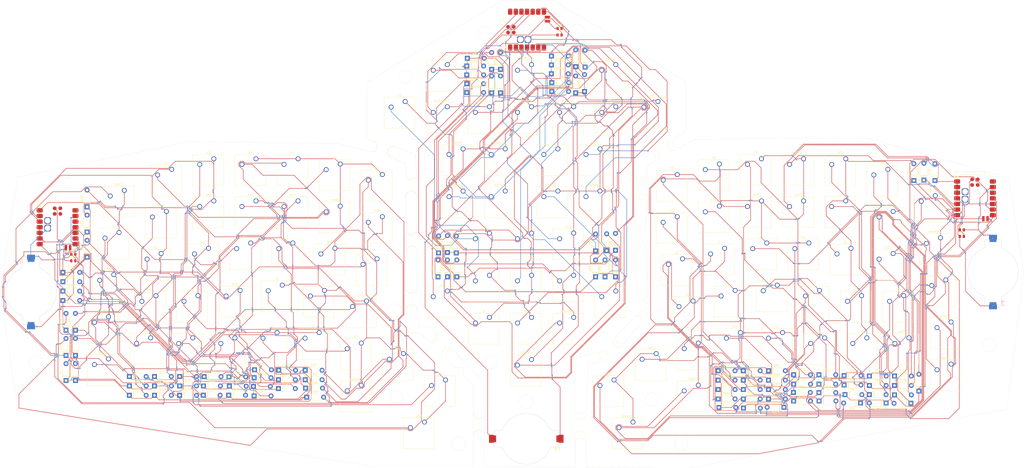
<source format=kicad_pcb>
(kicad_pcb (version 20241229) (generator "pcbnew") (generator_version "9.0")
  (layers (0 "F.Cu" signal) (2 "B.Cu" signal) (13 "F.Paste" user) (15 "B.Paste" user) (5 "F.SilkS" user "F.Silkscreen") (7 "B.SilkS" user "B.Silkscreen") (1 "F.Mask" user) (3 "B.Mask" user) (25 "Edge.Cuts" user))
  (net 0 "")
  (net 1 "/right/c5")
  (net 2 "Net-(D73-A)")
  (net 3 "Net-(D93-A)")
  (net 4 "/middle/c2")
  (net 5 "/middle/c3")
  (net 6 "Net-(D101-A)")
  (net 7 "/right/c0")
  (net 8 "Net-(D57-A)")
  (net 9 "/right/c4")
  (net 10 "Net-(D66-A)")
  (net 11 "/middle/c4")
  (net 12 "Net-(D107-A)")
  (net 13 "Net-(D63-A)")
  (net 14 "Net-(D91-A)")
  (net 15 "/middle/c1")
  (net 16 "Net-(D69-A)")
  (net 17 "Net-(D87-A)")
  (net 18 "/left/pin")
  (net 19 "/right/pin")
  (net 20 "/middle/pin")
  (net 21 "/left/VBAT1")
  (net 22 "/right/VBAT2")
  (net 23 "/middle/VBAT3")
  (net 24 "Net-(D68-A)")
  (net 25 "Net-(D71-A)")
  (net 26 "/left/c1")
  (net 27 "Net-(D9-A)")
  (net 28 "/left/c3")
  (net 29 "Net-(D34-A)")
  (net 30 "Net-(D33-A)")
  (net 31 "Net-(D79-A)")
  (net 32 "/right/c6")
  (net 33 "Net-(D21-A)")
  (net 34 "Net-(D4-A)")
  (net 35 "/left/c0")
  (net 36 "Net-(D22-A)")
  (net 37 "Net-(D109-A)")
  (net 38 "Net-(D108-A)")
  (net 39 "Net-(D1-A)")
  (net 40 "/left/r1")
  (net 41 "Net-(D2-A)")
  (net 42 "/left/r2")
  (net 43 "Net-(D3-A)")
  (net 44 "/left/r3")
  (net 45 "Net-(D5-A)")
  (net 46 "Net-(D6-A)")
  (net 47 "Net-(D7-A)")
  (net 48 "Net-(D8-A)")
  (net 49 "Net-(D10-A)")
  (net 50 "Net-(D11-A)")
  (net 51 "Net-(D12-A)")
  (net 52 "Net-(D13-A)")
  (net 53 "Net-(D14-A)")
  (net 54 "Net-(D15-A)")
  (net 55 "Net-(D20-A)")
  (net 56 "Net-(D17-A)")
  (net 57 "Net-(D18-A)")
  (net 58 "Net-(D19-A)")
  (net 59 "/left/r5")
  (net 60 "Net-(D23-A)")
  (net 61 "Net-(D24-A)")
  (net 62 "Net-(D25-A)")
  (net 63 "Net-(D26-A)")
  (net 64 "Net-(D27-A)")
  (net 65 "Net-(D28-A)")
  (net 66 "Net-(D29-A)")
  (net 67 "Net-(D30-A)")
  (net 68 "Net-(D31-A)")
  (net 69 "Net-(D32-A)")
  (net 70 "Net-(D35-A)")
  (net 71 "Net-(D36-A)")
  (net 72 "Net-(D37-A)")
  (net 73 "Net-(D38-A)")
  (net 74 "Net-(D39-A)")
  (net 75 "Net-(D40-A)")
  (net 76 "Net-(D41-A)")
  (net 77 "Net-(D42-A)")
  (net 78 "/right/r1")
  (net 79 "/right/r2")
  (net 80 "Net-(D43-A)")
  (net 81 "Net-(D44-A)")
  (net 82 "/right/r3")
  (net 83 "Net-(D45-A)")
  (net 84 "Net-(D46-A)")
  (net 85 "/right/r5")
  (net 86 "Net-(D47-A)")
  (net 87 "Net-(D48-A)")
  (net 88 "Net-(D49-A)")
  (net 89 "Net-(D50-A)")
  (net 90 "Net-(D51-A)")
  (net 91 "Net-(D52-A)")
  (net 92 "Net-(D53-A)")
  (net 93 "Net-(D54-A)")
  (net 94 "Net-(D55-A)")
  (net 95 "Net-(D56-A)")
  (net 96 "Net-(D58-A)")
  (net 97 "Net-(D59-A)")
  (net 98 "Net-(D60-A)")
  (net 99 "Net-(D61-A)")
  (net 100 "Net-(D62-A)")
  (net 101 "Net-(D64-A)")
  (net 102 "Net-(D65-A)")
  (net 103 "Net-(D67-A)")
  (net 104 "Net-(D70-A)")
  (net 105 "Net-(D72-A)")
  (net 106 "Net-(D74-A)")
  (net 107 "Net-(D75-A)")
  (net 108 "Net-(D76-A)")
  (net 109 "Net-(D77-A)")
  (net 110 "Net-(D78-A)")
  (net 111 "Net-(D80-A)")
  (net 112 "/middle/r0")
  (net 113 "/middle/r1")
  (net 114 "Net-(D81-A)")
  (net 115 "Net-(D82-A)")
  (net 116 "/middle/r2")
  (net 117 "/middle/r3")
  (net 118 "Net-(D83-A)")
  (net 119 "Net-(D84-A)")
  (net 120 "/middle/r4")
  (net 121 "Net-(D85-A)")
  (net 122 "/middle/r5")
  (net 123 "Net-(D86-A)")
  (net 124 "Net-(D88-A)")
  (net 125 "Net-(D89-A)")
  (net 126 "Net-(D90-A)")
  (net 127 "Net-(D92-A)")
  (net 128 "Net-(D94-A)")
  (net 129 "Net-(D95-A)")
  (net 130 "Net-(D96-A)")
  (net 131 "Net-(D97-A)")
  (net 132 "Net-(D98-A)")
  (net 133 "Net-(D99-A)")
  (net 134 "Net-(D100-A)")
  (net 135 "Net-(D102-A)")
  (net 136 "Net-(D103-A)")
  (net 137 "Net-(D104-A)")
  (net 138 "Net-(D105-A)")
  (net 139 "Net-(D106-A)")
  (net 140 "/left/c2")
  (net 141 "/middle/c0")
  (net 142 "/left/r0")
  (net 150 "/right/r0")
  (net 164 "GND1")
  (net 165 "GND2")
  (net 166 "GND3")
  (footprint "Button_Switch_Keyboard:SW_Cherry_MX_1.00u_PCB" (layer "F.Cu") (at 188.39125 111.3975)
    (property "Reference" "n10")
    (property "Value" "SW_Push")
  )
  (footprint "Diode_THT:D_DO-41_SOD81_P7.62mm_Horizontal" (layer "F.Cu") (at 178.49125 47.33375)
    (property "Reference" "D100")
    (property "Value" "D")
  )
  (footprint "Button_Switch_Keyboard:SW_Cherry_MX_1.00u_PCB" (layer "F.Cu") (at 150.29125 54.2475)
    (property "Reference" "prtscrn1")
    (property "Value" "SW_Push")
  )
  (footprint "Diode_THT:D_DO-41_SOD81_P7.62mm_Horizontal" (layer "F.Cu") (at 155.30125 37.33375 90)
    (property "Reference" "D105")
    (property "Value" "D")
  )
  (footprint "Button_Switch_Keyboard:SW_Cherry_MX_1.00u_PCB" (layer "F.Cu") (at 25.66625 96.82)
    (property "Reference" "nn2")
    (property "Value" "SW_Push")
  )
  (footprint "Button_Switch_Keyboard:SW_Cherry_MX_1.00u_PCB" (layer "F.Cu") (at 82.81625 99.20125)
    (property "Reference" "nn5")
    (property "Value" "SW_Push")
  )
  (footprint "Button_Switch_Keyboard:SW_Cherry_MX_1.00u_PCB" (layer "F.Cu") (at 169.34125 35.1975)
    (property "Reference" "n0\\1")
    (property "Value" "SW_Push")
  )
  (footprint "Diode_THT:D_DO-41_SOD81_P7.62mm_Horizontal" (layer "F.Cu") (at -12.5325 184.73125)
    (property "Reference" "D3")
    (property "Value" "D")
  )
  (footprint "Library:mouse-bite-5mm-slot" (layer "F.Cu") (at 218.5 113.25 -90)
    (property "Reference" "H7" (hide yes))
    (property "Value" "MountingHole" (hide yes))
  )
  (footprint "Diode_THT:D_DO-41_SOD81_P7.62mm_Horizontal" (layer "F.Cu") (at 43.89625 184.9875)
    (property "Reference" "D21")
    (property "Value" "D")
  )
  (footprint "Battery:BatteryHolder_Keystone_1057_1x2032" (layer "F.Cu") (at 166.95 204.39 180)
    (property "Reference" "BT3")
    (property "Value" "Battery")
    (fp_line (start 14.7 2.082843) (end 14.7 3.282793) (stroke (width 0.1)) (layer "Edge.Cuts"))
    (fp_line (start 14.7 -3.285) (end 14.7 -2.08505) (stroke (width 0.1)) (layer "Edge.Cuts"))
    (fp_line (start 14.3 3.682793) (end 12.244622 3.684999) (stroke (width 0.1)) (layer "Edge.Cuts"))
    (fp_line (start 14.3 -1.68505) (end 13.5 -1.68505) (stroke (width 0.1)) (layer "Edge.Cuts"))
    (fp_line (start 13.5 1.684949) (end 14.3 1.68505) (stroke (width 0.1)) (layer "Edge.Cuts"))
    (fp_line (start 13.5 -1.68505) (end 13.5 1.684949) (stroke (width 0.1)) (layer "Edge.Cuts"))
    (fp_line (start 12.244622 3.684999) (end 11.921438 3.711284) (stroke (width 0.1)) (layer "Edge.Cuts"))
    (fp_line (start 12.244622 -3.685) (end 14.3 -3.685) (stroke (width 0.1)) (layer "Edge.Cuts"))
    (fp_line (start 11.921438 3.711284) (end 11.606748 3.789447) (stroke (width 0.1)) (layer "Edge.Cuts"))
    (fp_line (start 11.921438 -3.711285) (end 12.244622 -3.685) (stroke (width 0.1)) (layer "Edge.Cuts"))
    (fp_line (start 11.606748 3.789447) (end 11.308825 3.917434) (stroke (width 0.1)) (layer "Edge.Cuts"))
    (fp_line (start 11.606748 -3.789448) (end 11.921438 -3.711285) (stroke (width 0.1)) (layer "Edge.Cuts"))
    (fp_line (start 11.308825 3.917434) (end 11.035499 4.091882) (stroke (width 0.1)) (layer "Edge.Cuts"))
    (fp_line (start 11.308825 -3.917435) (end 11.606748 -3.789448) (stroke (width 0.1)) (layer "Edge.Cuts"))
    (fp_line (start 11.035499 4.091882) (end 10.793955 4.308204) (stroke (width 0.1)) (layer "Edge.Cuts"))
    (fp_line (start 11.035499 -4.091883) (end 11.308825 -3.917435) (stroke (width 0.1)) (layer "Edge.Cuts"))
    (fp_line (start 10.793955 4.308204) (end 10.590541 4.560715) (stroke (width 0.1)) (layer "Edge.Cuts"))
    (fp_line (start 10.793955 -4.308205) (end 11.035499 -4.091883) (stroke (width 0.1)) (layer "Edge.Cuts"))
    (fp_line (start 10.590541 4.560715) (end 10.430604 4.842777) (stroke (width 0.1)) (layer "Edge.Cuts"))
    (fp_line (start 10.590541 -4.560716) (end 10.793955 -4.308205) (stroke (width 0.1)) (layer "Edge.Cuts"))
    (fp_line (start 10.430604 4.842777) (end 9.510967 6.464635) (stroke (width 0.1)) (layer "Edge.Cuts"))
    (fp_line (start 10.430604 -4.842778) (end 10.590541 -4.560716) (stroke (width 0.1)) (layer "Edge.Cuts"))
    (fp_line (start 9.510967 6.464635) (end 8.341336 7.916571) (stroke (width 0.1)) (layer "Edge.Cuts"))
    (fp_line (start 9.510967 -6.464636) (end 10.430604 -4.842778) (stroke (width 0.1)) (layer "Edge.Cuts"))
    (fp_line (start 8.341336 7.916571) (end 6.952455 9.160423) (stroke (width 0.1)) (layer "Edge.Cuts"))
    (fp_line (start 8.341336 -7.916572) (end 9.510967 -6.464636) (stroke (width 0.1)) (layer "Edge.Cuts"))
    (fp_line (start 6.952455 9.160423) (end 5.380831 10.163495) (stroke (width 0.1)) (layer "Edge.Cuts"))
    (fp_line (start 6.952455 -9.160424) (end 8.341336 -7.916572) (stroke (width 0.1)) (layer "Edge.Cuts"))
    (fp_line (start 5.380831 10.163495) (end 3.667774 10.899423) (stroke (width 0.1)) (layer "Edge.Cuts"))
    (fp_line (start 5.380831 -10.163496) (end 6.952455 -9.160424) (stroke (width 0.1)) (layer "Edge.Cuts"))
    (fp_line (start 3.667774 10.899423) (end 1.858309 11.348862) (stroke (width 0.1)) (layer "Edge.Cuts"))
    (fp_line (start 3.667774 -10.899424) (end 5.380831 -10.163496) (stroke (width 0.1)) (layer "Edge.Cuts"))
    (fp_line (start 1.858309 11.348862) (end 0 11.499999) (stroke (width 0.1)) (layer "Edge.Cuts"))
    (fp_line (start 1.858309 -11.348863) (end 3.667774 -10.899424) (stroke (width 0.1)) (layer "Edge.Cuts"))
    (fp_line (start 0 11.499999) (end -1.858308 11.348862) (stroke (width 0.1)) (layer "Edge.Cuts"))
    (fp_line (start 0 -11.5) (end 1.858309 -11.348863) (stroke (width 0.1)) (layer "Edge.Cuts"))
    (fp_line (start -1.858308 11.348862) (end -3.667773 10.899423) (stroke (width 0.1)) (layer "Edge.Cuts"))
    (fp_line (start -1.858308 -11.348863) (end 0 -11.5) (stroke (width 0.1)) (layer "Edge.Cuts"))
    (fp_line (start -3.667773 10.899423) (end -5.38083 10.163495) (stroke (width 0.1)) (layer "Edge.Cuts"))
    (fp_line (start -3.667773 -10.899424) (end -1.858308 -11.348863) (stroke (width 0.1)) (layer "Edge.Cuts"))
    (fp_line (start -5.38083 10.163495) (end -6.952454 9.160423) (stroke (width 0.1)) (layer "Edge.Cuts"))
    (fp_line (start -5.38083 -10.163496) (end -3.667773 -10.899424) (stroke (width 0.1)) (layer "Edge.Cuts"))
    (fp_line (start -6.952454 9.160423) (end -8.341335 7.916571) (stroke (width 0.1)) (layer "Edge.Cuts"))
    (fp_line (start -6.952454 -9.160424) (end -5.38083 -10.163496) (stroke (width 0.1)) (layer "Edge.Cuts"))
    (fp_line (start -8.341335 7.916571) (end -9.510966 6.464635) (stroke (width 0.1)) (layer "Edge.Cuts"))
    (fp_line (start -8.341335 -7.916572) (end -6.952454 -9.160424) (stroke (width 0.1)) (layer "Edge.Cuts"))
    (fp_line (start -9.510966 6.464635) (end -10.430603 4.842777) (stroke (width 0.1)) (layer "Edge.Cuts"))
    (fp_line (start -9.510966 -6.464636) (end -8.341335 -7.916572) (stroke (width 0.1)) (layer "Edge.Cuts"))
    (fp_line (start -10.430603 4.842777) (end -10.59054 4.560715) (stroke (width 0.1)) (layer "Edge.Cuts"))
    (fp_line (start -10.430603 -4.842778) (end -9.510966 -6.464636) (stroke (width 0.1)) (layer "Edge.Cuts"))
    (fp_line (start -10.59054 4.560715) (end -10.793954 4.308204) (stroke (width 0.1)) (layer "Edge.Cuts"))
    (fp_line (start -10.59054 -4.560716) (end -10.430603 -4.842778) (stroke (width 0.1)) (layer "Edge.Cuts"))
    (fp_line (start -10.793954 4.308204) (end -11.035498 4.091882) (stroke (width 0.1)) (layer "Edge.Cuts"))
    (fp_line (start -10.793954 -4.308205) (end -10.59054 -4.560716) (stroke (width 0.1)) (layer "Edge.Cuts"))
    (fp_line (start -11.035498 4.091882) (end -11.308824 3.917434) (stroke (width 0.1)) (layer "Edge.Cuts"))
    (fp_line (start -11.035498 -4.091883) (end -10.793954 -4.308205) (stroke (width 0.1)) (layer "Edge.Cuts"))
    (fp_line (start -11.308824 3.917434) (end -11.606747 3.789447) (stroke (width 0.1)) (layer "Edge.Cuts"))
    (fp_line (start -11.308824 -3.917435) (end -11.035498 -4.091883) (stroke (width 0.1)) (layer "Edge.Cuts"))
    (fp_line (start -11.606747 3.789447) (end -11.921437 3.711284) (stroke (width 0.1)) (layer "Edge.Cuts"))
    (fp_line (start -11.606747 -3.789448) (end -11.308824 -3.917435) (stroke (width 0.1)) (layer "Edge.Cuts"))
    (fp_line (start -11.921437 3.711284) (end -12.244621 3.684999) (stroke (width 0.1)) (layer "Edge.Cuts"))
    (fp_line (start -11.921437 -3.711285) (end -11.606747 -3.789448) (stroke (width 0.1)) (layer "Edge.Cuts"))
    (fp_line (start -12.244621 3.684999) (end -14.3 3.684899) (stroke (width 0.1)) (layer "Edge.Cuts"))
    (fp_line (start -12.244621 -3.685) (end -11.921437 -3.711285) (stroke (width 0.1)) (layer "Edge.Cuts"))
    (fp_line (start -13.5 1.684949) (end -13.5 -1.68505) (stroke (width 0.1)) (layer "Edge.Cuts"))
    (fp_line (start -13.5 -1.68505) (end -14.3 -1.68505) (stroke (width 0.1)) (layer "Edge.Cuts"))
    (fp_line (start -14.3 1.684949) (end -13.5 1.684949) (stroke (width 0.1)) (layer "Edge.Cuts"))
    (fp_line (start -14.3 -3.685) (end -12.244621 -3.685) (stroke (width 0.1)) (layer "Edge.Cuts"))
    (fp_line (start -14.7 3.284899) (end -14.7 2.084949) (stroke (width 0.1)) (layer "Edge.Cuts"))
    (fp_line (start -14.7 -2.08505) (end -14.7 -3.285) (stroke (width 0.1)) (layer "Edge.Cuts"))
    (fp_arc (start 14.7 3.282793) (mid 14.582843 3.565636) (end 14.3 3.682793) (stroke (width 0.1)) (layer "Edge.Cuts"))
    (fp_arc (start 14.7 -2.08505) (mid 14.582843 -1.802207) (end 14.3 -1.68505) (stroke (width 0.1)) (layer "Edge.Cuts"))
    (fp_arc (start 14.3 1.68505) (mid 14.582843 1.802207) (end 14.7 2.08505) (stroke (width 0.1)) (layer "Edge.Cuts"))
    (fp_arc (start 14.3 -3.685) (mid 14.582843 -3.567843) (end 14.7 -3.285) (stroke (width 0.1)) (layer "Edge.Cuts"))
    (fp_arc (start -14.3 3.684899) (mid -14.582843 3.567742) (end -14.7 3.284899) (stroke (width 0.1)) (layer "Edge.Cuts"))
    (fp_arc (start -14.3 -1.68505) (mid -14.582843 -1.802207) (end -14.7 -2.08505) (stroke (width 0.1)) (layer "Edge.Cuts"))
    (fp_arc (start -14.7 2.084949) (mid -14.582843 1.802106) (end -14.3 1.684949) (stroke (width 0.1)) (layer "Edge.Cuts"))
    (fp_arc (start -14.7 -3.285) (mid -14.582843 -3.567843) (end -14.3 -3.685) (stroke (width 0.1)) (layer "Edge.Cuts"))
  )
  (footprint "Button_Switch_Keyboard:SW_Cherry_MX_1.00u_PCB" (layer "F.Cu") (at 16.14125 158.7325)
    (property "Reference" "x1")
    (property "Value" "SW_Push")
  )
  (footprint "Diode_THT:D_DO-41_SOD81_P7.62mm_Horizontal" (layer "F.Cu") (at -12.5325 180.48125)
    (property "Reference" "D2")
    (property "Value" "D")
  )
  (footprint "Diode_THT:D_DO-41_SOD81_P7.62mm_Horizontal" (layer "F.Cu") (at 43.89625 176.7875)
    (property "Reference" "D15")
    (property "Value" "D")
  )
  (footprint "Diode_THT:D_DO-41_SOD81_P7.62mm_Horizontal" (layer "F.Cu") (at 20.99625 180.4875)
    (property "Reference" "D33")
    (property "Value" "D")
  )
  (footprint "Button_Switch_Keyboard:SW_Cherry_MX_1.00u_PCB" (layer "F.Cu") (at -0.5275 139.6825)
    (property "Reference" "a1")
    (property "Value" "SW_Push")
  )
  (footprint "Button_Switch_Keyboard:SW_Cherry_MX_1.00u_PCB" (layer "F.Cu") (at 292.36625 77.77)
    (property "Reference" "f10\\1")
    (property "Value" "SW_Push")
  )
  (footprint "Diode_THT:D_DO-41_SOD81_P7.62mm_Horizontal" (layer "F.Cu") (at 265.09625 177.87875)
    (property "Reference" "D52")
    (property "Value" "D")
  )
  (footprint "Resistor_SMD:R_0805_2012Metric" (layer "F.Cu") (at 182.00125 21.79625)
    (property "Reference" "R5")
    (property "Value" "R")
  )
  (footprint "Diode_THT:D_DO-41_SOD81_P7.62mm_Horizontal" (layer "F.Cu") (at 135.30125 120.33375 90)
    (property "Reference" "D88")
    (property "Value" "D")
  )
  (footprint "Diode_THT:D_DO-41_SOD81_P7.62mm_Horizontal" (layer "F.Cu") (at 340.87625 188.32875 180)
    (property "Reference" "D70")
    (property "Value" "D")
  )
  (footprint "Diode_THT:D_DO-41_SOD81_P7.62mm_Horizontal" (layer "F.Cu") (at 151.30125 47.95375 90)
    (property "Reference" "D99")
    (property "Value" "D")
  )
  (footprint "Diode_THT:D_DO-41_SOD81_P7.62mm_Horizontal" (layer "F.Cu") (at 253.72625 186.37875)
    (property "Reference" "D44")
    (property "Value" "D")
  )
  (footprint "Resistor_SMD:R_0805_2012Metric" (layer "F.Cu") (at -37.87375 120.95)
    (property "Reference" "R2")
    (property "Value" "R")
  )
  (footprint "Diode_THT:D_DO-41_SOD81_P7.62mm_Horizontal" (layer "F.Cu") (at 276.46625 182.12875)
    (property "Reference" "D63")
    (property "Value" "D")
  )
  (footprint "Button_Switch_Keyboard:SW_Cherry_MX_1.00u_PCB" (layer "F.Cu") (at 181.2475 73.2975)
    (property "Reference" "/1")
    (property "Value" "SW_Push")
  )
  (footprint "Button_Switch_Keyboard:SW_Cherry_MX_1.00u_PCB" (layer "F.Cu") (at 254.26625 80.15125)
    (property "Reference" "f3")
    (property "Value" "SW_Push")
  )
  (footprint "Diode_THT:D_DO-41_SOD81_P7.62mm_Horizontal" (layer "F.Cu") (at 32.69625 180.5875)
    (property "Reference" "D5")
    (property "Value" "D")
  )
  (footprint "Button_Switch_Keyboard:SW_Cherry_MX_1.00u_PCB" (layer "F.Cu") (at -17.19625 111.1075)
    (property "Reference" "`1")
    (property "Value" "SW_Push")
  )
  (footprint "Button_Switch_Keyboard:SW_Cherry_MX_1.00u_PCB" (layer "F.Cu") (at 242.36 142.06375)
    (property "Reference" "h9")
    (property "Value" "SW_Push")
  )
  (footprint "Button_Switch_Keyboard:SW_Cherry_MX_1.00u_PCB" (layer "F.Cu") (at 294.7475 115.87)
    (property "Reference" "p1")
    (property "Value" "SW_Push")
  )
  (footprint "Diode_THT:D_DO-41_SOD81_P7.62mm_Horizontal" (layer "F.Cu") (at 202.55125 131.14375 90)
    (property "Reference" "D86")
    (property "Value" "D")
  )
  (footprint "Button_Switch_Keyboard:SW_Cherry_MX_1.00u_PCB" (layer "F.Cu") (at 318.56 139.6825)
    (property "Reference" ";1")
    (property "Value" "SW_Push")
  )
  (footprint "Diode_THT:D_DO-41_SOD81_P7.62mm_Horizontal" (layer "F.Cu") (at -31.6425 122.25875 90)
    (property "Reference" "D9")
    (property "Value" "D")
  )
  (footprint "Button_Switch_Keyboard:SW_Cherry_MX_1.00u_PCB" (layer "F.Cu") (at 337.61 139.6825)
    (property "Reference" "'1")
    (property "Value" "SW_Push")
  )
  (footprint "Diode_THT:D_DO-41_SOD81_P7.62mm_Horizontal" (layer "F.Cu") (at 140.30125 32.33375)
    (property "Reference" "D95")
    (property "Value" "D")
  )
  (footprint "Library:modified-XIAO-nRF52840-SMD" (layer "F.Cu") (at 369.8775 95.65725)
    (property "Reference" "U2")
    (property "Value" "XIAO-nRF52840-SMD")
  )
  (footprint "Button_Switch_Keyboard:SW_Cherry_MX_1.00u_PCB" (layer "F.Cu") (at 275.6975 115.87)
    (property "Reference" "o1")
    (property "Value" "SW_Push")
  )
  (footprint "Library:mouse-bite-5mm-slot" (layer "F.Cu") (at 219 91 90)
    (property "Reference" "H1" (hide yes))
    (property "Value" "MountingHole" (hide yes))
  )
  (footprint "Button_Switch_Keyboard:SW_Cherry_MX_1.00u_PCB" (layer "F.Cu") (at 299.51 137.30125)
    (property "Reference" "l1")
    (property "Value" "SW_Push")
  )
  (footprint "Diode_THT:D_DO-41_SOD81_P7.62mm_Horizontal" (layer "F.Cu") (at 140.05125 43.83375)
    (property "Reference" "D101")
    (property "Value" "D")
  )
  (footprint "Resistor_SMD:R_0805_2012Metric" (layer "F.Cu") (at -37.87375 123.9)
    (property "Reference" "R14")
    (property "Value" "R")
  )
  (footprint "Button_Switch_Keyboard:SW_Cherry_MX_1.00u_PCB" (layer "F.Cu") (at 92.34125 161.11375)
    (property "Reference" "X3")
    (property "Value" "SW_Push")
  )
  (footprint "Diode_THT:D_DO-41_SOD81_P7.62mm_Horizontal" (layer "F.Cu") (at 276.46625 177.87875)
    (property "Reference" "D62")
    (property "Value" "D")
  )
  (footprint "Diode_THT:D_DO-41_SOD81_P7.62mm_Horizontal" (layer "F.Cu") (at 140.05125 35.83375)
    (property "Reference" "D107")
    (property "Value" "D")
  )
  (footprint "Diode_THT:D_DO-41_SOD81_P7.62mm_Horizontal" (layer "F.Cu") (at 299.27625 183.52875)
    (property "Reference" "D68")
    (property "Value" "D")
  )
  (footprint "Diode_THT:D_DO-41_SOD81_P7.62mm_Horizontal" (layer "F.Cu") (at 265.09625 182.12875)
    (property "Reference" "D53")
    (property "Value" "D")
  )
  (footprint "Button_Switch_Keyboard:SW_Cherry_MX_1.00u_PCB" (layer "F.Cu") (at 200.2975 73.2975)
    (property "Reference" "end1")
    (property "Value" "SW_Push")
  )
  (footprint "Library:modified-XIAO-nRF52840-SMD" (layer "F.Cu") (at -44.96375 108.72625)
    (property "Reference" "U1")
    (property "Value" "XIAO-nRF52840-SMD")
  )
  (footprint "Diode_THT:D_DO-41_SOD81_P7.62mm_Horizontal" (layer "F.Cu") (at 329.67625 188.22875 180)
    (property "Reference" "D49")
    (property "Value" "D")
  )
  (footprint "Diode_THT:D_DO-41_SOD81_P7.62mm_Horizontal" (layer "F.Cu") (at 344.47625 182.82875 90)
    (property "Reference" "D72")
    (property "Value" "D")
  )
  (footprint "Button_Switch_Keyboard:SW_Cherry_MX_1.00u_PCB" (layer "F.Cu") (at 131.24125 54.2475)
    (property "Reference" "numlock1")
    (property "Value" "SW_Push")
  )
  (footprint "Button_Switch_Keyboard:SW_Cherry_MX_1.00u_PCB" (layer "F.Cu") (at 207.44125 137.59125)
    (property "Reference" "-2")
    (property "Value" "SW_Push")
  )
  (footprint "Button_Switch_Keyboard:SW_Cherry_MX_1.00u_PCB" (layer "F.Cu") (at 111.39125 165.87625)
    (property "Reference" "alt1")
    (property "Value" "SW_Push")
  )
  (footprint "Button_Switch_Keyboard:SW_Cherry_MX_1.00u_PCB" (layer "F.Cu") (at 42.335 115.87)
    (property "Reference" "e1")
    (property "Value" "SW_Push")
  )
  (footprint "Diode_THT:D_DO-41_SOD81_P7.62mm_Horizontal" (layer "F.Cu") (at 140.05125 39.83375)
    (property "Reference" "D83")
    (property "Value" "D")
  )
  (footprint "Button_Switch_Keyboard:SW_Cherry_MX_1.00u_PCB" (layer "F.Cu") (at 120.91625 196.8325)
    (property "Reference" "win1")
    (property "Value" "SW_Push")
  )
  (footprint "Diode_THT:D_DO-41_SOD81_P7.62mm_Horizontal" (layer "F.Cu") (at 322.05625 184.42875)
    (property "Reference" "D73")
    (property "Value" "D")
  )
  (footprint "Diode_THT:D_DO-41_SOD81_P7.62mm_Horizontal" (layer "F.Cu") (at -42.59625 141.86875)
    (property "Reference" "D40")
    (property "Value" "D")
  )
  (footprint "Button_Switch_Keyboard:SW_Cherry_MX_1.00u_PCB" (layer "F.Cu") (at 44.71625 77.77)
    (property "Reference" "k3")
    (property "Value" "SW_Push")
  )
  (footprint "Diode_THT:D_DO-41_SOD81_P7.62mm_Horizontal" (layer "F.Cu") (at 178.30125 35.33375)
    (property "Reference" "D108")
    (property "Value" "D")
  )
  (footprint "Button_Switch_Keyboard:SW_Cherry_MX_1.00u_PCB" (layer "F.Cu") (at 63.76625 96.82)
    (property "Reference" "nn4")
    (property "Value" "SW_Push")
  )
  (footprint "Diode_THT:D_DO-41_SOD81_P7.62mm_Horizontal" (layer "F.Cu") (at 333.45625 176.02875)
    (property "Reference" "D75")
    (property "Value" "D")
  )
  (footprint "Button_Switch_Keyboard:SW_Cherry_MX_1.00u_PCB" (layer "F.Cu") (at 80.435 118.25125)
    (property "Reference" "tt1")
    (property "Value" "SW_Push")
  )
  (footprint "Diode_THT:D_DO-41_SOD81_P7.62mm_Horizontal" (layer "F.Cu") (at 127.30125 120.33375 90)
    (property "Reference" "D89")
    (property "Value" "D")
  )
  (footprint "Button_Switch_Keyboard:SW_Cherry_MX_1.00u_PCB" (layer "F.Cu") (at 235.21625 103.96375)
    (property "Reference" "nn7")
    (property "Value" "SW_Push")
  )
  (footprint "Button_Switch_Keyboard:SW_Cherry_MX_1.00u_PCB" (layer "F.Cu") (at 188.39125 54.2475)
    (property "Reference" "scrlck1")
    (property "Value" "SW_Push")
  )
  (footprint "Button_Switch_Keyboard:SW_Cherry_MX_1.00u_PCB" (layer "F.Cu") (at 101.86625 84.91375)
    (property "Reference" "k6")
    (property "Value" "SW_Push")
  )
  (footprint "Diode_THT:D_DO-41_SOD81_P7.62mm_Horizontal" (layer "F.Cu") (at 311.07625 184.42875)
    (property "Reference" "D67")
    (property "Value" "D")
  )
  (footprint "Diode_THT:D_DO-41_SOD81_P7.62mm_Horizontal" (layer "F.Cu") (at -1.1625 180.48125)
    (property "Reference" "D12")
    (property "Value" "D")
  )
  (footprint "Diode_THT:D_DO-41_SOD81_P7.62mm_Horizontal" (layer "F.Cu") (at 287.86625 175.42875)
    (property "Reference" "D45")
    (property "Value" "D")
  )
  (footprint "Diode_THT:D_DO-41_SOD81_P7.62mm_Horizontal" (layer "F.Cu") (at 189.30125 36.14375 90)
    (property "Reference" "D98")
    (property "Value" "D")
  )
  (footprint "Button_Switch_Keyboard:SW_Cherry_MX_1.00u_PCB" (layer "F.Cu") (at 61.385 115.87)
    (property "Reference" "r1")
    (property "Value" "SW_Push")
  )
  (footprint "Button_Switch_Keyboard:SW_Cherry_MX_1.00u_PCB" (layer "F.Cu") (at 131.24125 137.59125)
    (property "Reference" "+1")
    (property "Value" "SW_Push")
  )
  (footprint "Diode_THT:D_DO-41_SOD81_P7.62mm_Horizontal" (layer "F.Cu") (at -36.9175 155.3 90)
    (property "Reference" "D29")
    (property "Value" "D")
  )
  (footprint "Button_Switch_Keyboard:SW_Cherry_MX_1.00u_PCB" (layer "F.Cu") (at 200.2975 92.3475)
    (property "Reference" "delete2")
    (property "Value" "SW_Push")
  )
  (footprint "Diode_THT:D_DO-41_SOD81_P7.62mm_Horizontal" (layer "F.Cu") (at 193.55125 36.33375 90)
    (property "Reference" "D103")
    (property "Value" "D")
  )
  (footprint "Button_Switch_Keyboard:SW_Cherry_MX_1.00u_PCB" (layer "F.Cu") (at -2.90875 158.7325)
    (property "Reference" "z1")
    (property "Value" "SW_Push")
  )
  (footprint "Button_Switch_Keyboard:SW_Cherry_MX_1.00u_PCB" (layer "F.Cu") (at 237.5975 123.01375)
    (property "Reference" "u3")
    (property "Value" "SW_Push")
  )
  (footprint "Diode_THT:D_DO-41_SOD81_P7.62mm_Horizontal" (layer "F.Cu") (at -12.5325 176.23125)
    (property "Reference" "D1")
    (property "Value" "D")
  )
  (footprint "Diode_THT:D_DO-41_SOD81_P7.62mm_Horizontal" (layer "F.Cu") (at 287.86625 179.67875)
    (property "Reference" "D46")
    (property "Value" "D")
  )
  (footprint "Diode_THT:D_DO-41_SOD81_P7.62mm_Horizontal" (layer "F.Cu") (at 193.30125 47.33375 90)
    (property "Reference" "D80")
    (property "Value" "D")
  )
  (footprint "Diode_THT:D_DO-41_SOD81_P7.62mm_Horizontal" (layer "F.Cu") (at 253.72625 182.12875)
    (property "Reference" "D43")
    (property "Value" "D")
  )
  (footprint "Diode_THT:D_DO-41_SOD81_P7.62mm_Horizontal" (layer "F.Cu") (at -41.1675 178.04 90)
    (property "Reference" "D7")
    (property "Value" "D")
  )
  (footprint "Library:mouse-bite-5mm-slot" (layer "F.Cu") (at 145.5 197.75 90)
    (property "Reference" "H4" (hide yes))
    (property "Value" "MountingHole" (hide yes))
  )
  (footprint "Button_Switch_Keyboard:SW_Cherry_MX_1.00u_PCB" (layer "F.Cu") (at 188.39125 149.4975)
    (property "Reference" "voldown1")
    (property "Value" "SW_Push")
  )
  (footprint "Diode_THT:D_DO-41_SOD81_P7.62mm_Horizontal" (layer "F.Cu") (at 299.26625 175.42875)
    (property "Reference" "D47")
    (property "Value" "D")
  )
  (footprint "Diode_THT:D_DO-41_SOD81_P7.62mm_Horizontal" (layer "F.Cu") (at 20.89625 184.6875)
    (property "Reference" "D6")
    (property "Value" "D")
  )
  (footprint "Diode_THT:D_DO-41_SOD81_P7.62mm_Horizontal" (layer "F.Cu") (at 310.67625 175.82875)
    (property "Reference" "D56")
    (property "Value" "D")
  )
  (footprint "Button_Switch_Keyboard:SW_Cherry_MX_1.00u_PCB" (layer "F.Cu") (at 138.385 73.2975)
    (property "Reference" "home1")
    (property "Value" "SW_Push")
  )
  (footprint "Button_Switch_Keyboard:SW_Cherry_MX_1.00u_PCB" (layer "F.Cu") (at -19.5775 130.1575)
    (property "Reference" "tabs1")
    (property "Value" "SW_Push")
  )
  (footprint "Button_Switch_Keyboard:SW_Cherry_MX_1.00u_PCB" (layer "F.Cu") (at -21.95875 149.2075)
    (property "Reference" "caps1")
    (property "Value" "SW_Push")
  )
  (footprint "Diode_THT:D_DO-41_SOD81_P7.62mm_Horizontal" (layer "F.Cu") (at 178.30125 39.33375)
    (property "Reference" "D102")
    (property "Value" "D")
  )
  (footprint "Library:mouse-bite-5mm-slot" (layer "F.Cu") (at 229 74 29)
    (property "Reference" "H8" (hide yes))
    (property "Value" "MountingHole" (hide yes))
  )
  (footprint "Button_Switch_Keyboard:SW_Cherry_MX_1.00u_PCB" (layer "F.Cu") (at 225.69125 165.87625)
    (property "Reference" "up1")
    (property "Value" "SW_Push")
  )
  (footprint "Library:mouse-bite-5mm-slot" (layer "F.Cu") (at 205 164 45)
    (property "Reference" "H2" (hide yes))
    (property "Value" "MountingHole" (hide yes))
  )
  (footprint "Diode_THT:D_DO-41_SOD81_P7.62mm_Horizontal" (layer "F.Cu") (at 127.05125 131.14375 90)
    (property "Reference" "D91")
    (property "Value" "D")
  )
  (footprint "Button_Switch_Keyboard:SW_Cherry_MX_1.00u_PCB" (layer "F.Cu") (at 63.76625 77.77)
    (property "Reference" "k4")
    (property "Value" "SW_Push")
  )
  (footprint "Diode_THT:D_DO-41_SOD81_P7.62mm_Horizontal" (layer "F.Cu") (at -42.59625 129.11875)
    (property "Reference" "D37")
    (property "Value" "D")
  )
  (footprint "Diode_THT:D_DO-41_SOD81_P7.62mm_Horizontal" (layer "F.Cu") (at 32.39625 184.6875)
    (property "Reference" "D17")
    (property "Value" "D")
  )
  (footprint "Button_Switch_Keyboard:SW_Cherry_MX_1.00u_PCB" (layer "F.Cu") (at 356.66 132.53875)
    (property "Reference" "\\1")
    (property "Value" "SW_Push")
  )
  (footprint "Diode_THT:D_DO-41_SOD81_P7.62mm_Horizontal" (layer "F.Cu") (at 265.09625 186.37875)
    (property "Reference" "D54")
    (property "Value" "D")
  )
  (footprint "Diode_THT:D_DO-41_SOD81_P7.62mm_Horizontal" (layer "F.Cu") (at 189.30125 47.95375 90)
    (property "Reference" "D104")
    (property "Value" "D")
  )
  (footprint "Button_Switch_Keyboard:SW_Cherry_MX_1.00u_PCB" (layer "F.Cu") (at 311.41625 96.82)
    (property "Reference" "-1")
    (property "Value" "SW_Push")
  )
  (footprint "Button_Switch_Keyboard:SW_Cherry_MX_1.00u_PCB" (layer "F.Cu") (at 6.61625 82.5325)
    (property "Reference" "k1")
    (property "Value" "SW_Push")
  )
  (footprint "Diode_THT:D_DO-41_SOD81_P7.62mm_Horizontal" (layer "F.Cu") (at 342.21375 87.6125 90)
    (property "Reference" "D59")
    (property "Value" "D")
  )
  (footprint "Button_Switch_Keyboard:SW_Cherry_MX_1.00u_PCB" (layer "F.Cu") (at 339.99125 158.7325)
    (property "Reference" "zshift1")
    (property "Value" "SW_Push")
  )
  (footprint "Button_Switch_Keyboard:SW_Cherry_MX_1.00u_PCB" (layer "F.Cu") (at 157.435 92.3475)
    (property "Reference" "ctrlw1")
    (property "Value" "SW_Push")
  )
  (footprint "Button_Switch_Keyboard:SW_Cherry_MX_1.00u_PCB" (layer "F.Cu") (at 82.81625 80.15125)
    (property "Reference" "k5")
    (property "Value" "SW_Push")
  )
  (footprint "Diode_THT:D_DO-41_SOD81_P7.62mm_Horizontal" (layer "F.Cu") (at -36.9175 178.04 90)
    (property "Reference" "D8")
    (property "Value" "D")
  )
  (footprint "Diode_THT:D_DO-41_SOD81_P7.62mm_Horizontal" (layer "F.Cu") (at 32.49625 176.3875)
    (property "Reference" "D4")
    (property "Value" "D")
  )
  (footprint "Button_Switch_Keyboard:SW_Cherry_MX_1.00u_PCB" (layer "F.Cu") (at 112.19125 51.86625)
    (property "Reference" "n2")
    (property "Value" "SW_Push")
  )
  (footprint "Diode_THT:D_DO-41_SOD81_P7.62mm_Horizontal" (layer "F.Cu") (at 310.67625 180.07875)
    (property "Reference" "D57")
    (property "Value" "D")
  )
  (footprint "Library:modified-XIAO-nRF52840-SMD" (layer "F.Cu") (at 167.30125 19.33375 90)
    (property "Reference" "U4")
    (property "Value" "XIAO-nRF52840-SMD")
  )
  (footprint "Button_Switch_Keyboard:SW_Cherry_MX_1.00u_PCB" (layer "F.Cu") (at 131.24125 35.1975)
    (property "Reference" "n9")
    (property "Value" "SW_Push")
  )
  (footprint "Diode_THT:D_DO-41_SOD81_P7.62mm_Horizontal" (layer "F.Cu") (at 140.05125 47.83375)
    (property "Reference" "D84")
    (property "Value" "D")
  )
  (footprint "Button_Switch_Keyboard:SW_Cherry_MX_1.00u_PCB" (layer "F.Cu") (at 150.29125 149.4975)
    (property "Reference" ".2")
    (property "Value" "SW_Push")
  )
  (footprint "Button_Switch_Keyboard:SW_Cherry_MX_1.00u_PCB" (layer "F.Cu") (at 313.7975 118.25125)
    (property "Reference" "[1")
    (property "Value" "SW_Push")
  )
  (footprint "Button_Switch_Keyboard:SW_Cherry_MX_1.00u_PCB" (layer "F.Cu") (at 169.34125 130.4475)
    (property "Reference" "n8")
    (property "Value" "SW_Push")
  )
  (footprint "Diode_THT:D_DO-41_SOD81_P7.62mm_Horizontal" (layer "F.Cu") (at 322.08625 176.02875)
    (property "Reference" "D65")
    (property "Value" "D")
  )
  (footprint "Button_Switch_Keyboard:SW_Cherry_MX_1.00u_PCB" (layer "F.Cu") (at 206.64125 177.7825)
    (property "Reference" "left1")
    (property "Value" "SW_Push")
  )
  (footprint "Resistor_SMD:R_0805_2012Metric" (layer "F.Cu") (at 182.00125 18.84625)
    (property "Reference" "R6")
    (property "Value" "R")
  )
  (footprint "Diode_THT:D_DO-41_SOD81_P7.62mm_Horizontal" (layer "F.Cu") (at 131.30125 120.14375 90)
    (property "Reference" "D106")
    (property "Value" "D")
  )
  (footprint "Button_Switch_Keyboard:SW_Cherry_MX_1.00u_PCB" (layer "F.Cu") (at 94.7225 142.06375)
    (property "Reference" "X2")
    (property "Value" "SW_Push")
  )
  (footprint "Button_Switch_Keyboard:SW_Cherry_MX_1.00u_PCB" (layer "F.Cu") (at 273.31625 96.82)
    (property "Reference" "nn9")
    (property "Value" "SW_Push")
  )
  (footprint "Library:mouse-bite-5mm-slot" (layer "F.Cu") (at 128 162 135)
    (property "Reference" "H6" (hide yes))
    (property "Value" "MountingHole" (hide yes))
  )
  (footprint "Diode_THT:D_DO-41_SOD81_P7.62mm_Horizontal" (layer "F.Cu") (at 346.745 87.4325 90)
    (property "Reference" "D60")
    (property "Value" "D")
  )
  (footprint "Button_Switch_Keyboard:SW_Cherry_MX_1.00u_PCB" (layer "F.Cu") (at 359.04125 170.63875)
    (property "Reference" "back1")
    (property "Value" "SW_Push")
  )
  (footprint "Diode_THT:D_DO-41_SOD81_P7.62mm_Horizontal" (layer "F.Cu") (at 54.89625 177.6875)
    (property "Reference" "D26")
    (property "Value" "D")
  )
  (footprint "Button_Switch_Keyboard:SW_Cherry_MX_1.00u_PCB" (layer "F.Cu") (at 244.74125 161.11375)
    (property "Reference" "n1")
    (property "Value" "SW_Push")
  )
  (footprint "Button_Switch_Keyboard:SW_Cherry_MX_1.00u_PCB" (layer "F.Cu") (at 150.29125 111.3975)
    (property "Reference" "n3")
    (property "Value" "SW_Push")
  )
  (footprint "Diode_THT:D_DO-41_SOD81_P7.62mm_Horizontal" (layer "F.Cu") (at 10.2075 180.48125)
    (property "Reference" "D23")
    (property "Value" "D")
  )
  (footprint "Button_Switch_Keyboard:SW_Cherry_MX_1.00u_PCB" (layer "F.Cu") (at 23.285 118.25125)
    (property "Reference" "w1")
    (property "Value" "SW_Push")
  )
  (footprint "Diode_THT:D_DO-41_SOD81_P7.62mm_Horizontal" (layer "F.Cu") (at 276.46625 173.62875)
    (property "Reference" "D61")
    (property "Value" "D")
  )
  (footprint "Library:mouse-bite-5mm-slot" (layer "F.Cu") (at 219.5 144.25 90)
    (property "Reference" "H5" (hide yes))
    (property "Value" "MountingHole" (hide yes))
  )
  (footprint "Button_Switch_Keyboard:SW_Cherry_MX_1.00u_PCB" (layer "F.Cu") (at 359.04125 151.58875)
    (property "Reference" "enter1")
    (property "Value" "SW_Push")
  )
  (footprint "Button_Switch_Keyboard:SW_Cherry_MX_1.00u_PCB" (layer "F.Cu") (at 263.79125 156.35125)
    (property "Reference" "m1")
    (property "Value" "SW_Push")
  )
  (footprint "Button_Switch_Keyboard:SW_Cherry_MX_1.00u_PCB" (layer "F.Cu") (at 169.34125 111.3975)
    (property "Reference" "n7")
    (property "Value" "SW_Push")
  )
  (footprint "Button_Switch_Keyboard:SW_Cherry_MX_1.00u_PCB" (layer "F.Cu") (at 44.71625 96.82)
    (property "Reference" "nn3")
    (property "Value" "SW_Push")
  )
  (footprint "Button_Switch_Keyboard:SW_Cherry_MX_1.00u_PCB" (layer "F.Cu") (at 18.5225 139.6825)
    (property "Reference" "s1")
    (property "Value" "SW_Push")
  )
  (footprint "Diode_THT:D_DO-41_SOD81_P7.62mm_Horizontal" (layer "F.Cu") (at 333.45625 184.52875)
    (property "Reference" "D77")
    (property "Value" "D")
  )
  (footprint "Diode_THT:D_DO-41_SOD81_P7.62mm_Horizontal" (layer "F.Cu") (at 67.67625 185.5875)
    (property "Reference" "D31")
    (property "Value" "D")
  )
  (footprint "Diode_THT:D_DO-41_SOD81_P7.62mm_Horizontal" (layer "F.Cu") (at 66.99625 173.3875)
    (property "Reference" "D34")
    (property "Value" "D")
  )
  (footprint "Diode_THT:D_DO-41_SOD81_P7.62mm_Horizontal" (layer "F.Cu") (at -1.1625 176.23125)
    (property "Reference" "D11")
    (property "Value" "D")
  )
  (footprint "Diode_THT:D_DO-41_SOD81_P7.62mm_Horizontal" (layer "F.Cu") (at 198.30125 119.415 90)
    (property "Reference" "D82")
    (property "Value" "D")
  )
  (footprint "Resistor_SMD:R_0805_2012Metric" (layer "F.Cu") (at 363.88875 112.87875)
    (property "Reference" "R3")
    (property "Value" "R")
  )
  (footprint "Button_Switch_Keyboard:SW_Cherry_MX_1.00u_PCB" (layer "F.Cu") (at 215.21375 196.8325)
    (property "Reference" "down1")
    (property "Value" "SW_Push")
  )
  (footprint "Button_Switch_Keyboard:SW_Cherry_MX_1.00u_PCB" (layer "F.Cu") (at 330.46625 82.5325)
    (property "Reference" "f5")
    (property "Value" "SW_Push")
  )
  (footprint "Library:mouse-bite-5mm-slot" (layer "F.Cu") (at 191.5 198.25 90)
    (property "Reference" "H12" (hide yes))
    (property "Value" "MountingHole" (hide yes))
  )
  (footprint "Button_Switch_Keyboard:SW_Cherry_MX_1.00u_PCB" (layer "F.Cu") (at 301.89125 158.7325)
    (property "Reference" ".1")
    (property "Value" "SW_Push")
  )
  (footprint "Diode_THT:D_DO-41_SOD81_P7.62mm_Horizontal" (layer "F.Cu") (at 276.46625 186.37875)
    (property "Reference" "D64")
    (property "Value" "D")
  )
  (footprint "Button_Switch_Keyboard:SW_Cherry_MX_1.00u_PCB" (layer "F.Cu") (at 56.6225 134.92)
    (property "Reference" "f1")
    (property "Value" "SW_Push")
  )
  (footprint "Button_Switch_Keyboard:SW_Cherry_MX_1.00u_PCB" (layer "F.Cu") (at 169.34125 168.5475)
    (property "Reference" "volup1")
    (property "Value" "SW_Push")
  )
  (footprint "Diode_THT:D_DO-41_SOD81_P7.62mm_Horizontal" (layer "F.Cu") (at 198.30125 131.14375 90)
    (property "Reference" "D85")
    (property "Value" "D")
  )
  (footprint "Button_Switch_Keyboard:SW_Cherry_MX_1.00u_PCB" (layer "F.Cu") (at 1.85375 120.6325)
    (property "Reference" "q1")
    (property "Value" "SW_Push")
  )
  (footprint "Diode_THT:D_DO-41_SOD81_P7.62mm_Horizontal" (layer "F.Cu") (at 318.07625 188.22875 180)
    (property "Reference" "D50")
    (property "Value" "D")
  )
  (footprint "Button_Switch_Keyboard:SW_Cherry_MX_1.00u_PCB" (layer "F.Cu") (at 54.24125 156.35125)
    (property "Reference" "v1")
    (property "Value" "SW_Push")
  )
  (footprint "Library:mouse-bite-5mm-slot" (layer "F.Cu") (at 115 141 90)
    (property "Reference" "H13" (hide yes))
    (property "Value" "MountingHole" (hide yes))
  )
  (footprint "Diode_THT:D_DO-41_SOD81_P7.62mm_Horizontal" (layer "F.Cu") (at 283.48625 190.12875 180)
    (property "Reference" "D69")
    (property "Value" "D")
  )
  (footprint "Diode_THT:D_DO-41_SOD81_P7.62mm_Horizontal" (layer "F.Cu") (at 131.30125 131.14375 90)
    (property "Reference" "D92")
    (property "Value" "D")
  )
  (footprint "Button_Switch_Keyboard:SW_Cherry_MX_1.00u_PCB" (layer "F.Cu") (at 292.36625 96.82)
    (property "Reference" "nn10")
    (property "Value" "SW_Push")
  )
  (footprint "Button_Switch_Keyboard:SW_Cherry_MX_1.00u_PCB" (layer "F.Cu") (at -14.815 92.0575)
    (property "Reference" "esc1")
    (property "Value" "SW_Push")
  )
  (footprint "Button_Switch_Keyboard:SW_Cherry_MX_1.00u_PCB" (layer "F.Cu") (at 188.39125 130.4475)
    (property "Reference" "n11")
    (property "Value" "SW_Push")
  )
  (footprint "Button_Switch_Keyboard:SW_Cherry_MX_1.00u_PCB" (layer "F.Cu") (at 351.8975 94.43875)
    (property "Reference" "X4")
    (property "Value" "SW_Push")
  )
  (footprint "Diode_THT:D_DO-41_SOD81_P7.62mm_Horizontal" (layer "F.Cu") (at -41.1675 155.3 90)
    (property "Reference" "D28")
    (property "Value" "D")
  )
  (footprint "Diode_THT:D_DO-41_SOD81_P7.62mm_Horizontal" (layer "F.Cu") (at 322.08625 180.27875)
    (property "Reference" "D66")
    (property "Value" "D")
  )
  (footprint "Diode_THT:D_DO-41_SOD81_P7.62mm_Horizontal" (layer "F.Cu") (at 178.30125 31.33375)
    (property "Reference" "D96")
    (property "Value" "D")
  )
  (footprint "Diode_THT:D_DO-41_SOD81_P7.62mm_Horizontal" (layer "F.Cu") (at 135.55125 131.14375 90)
    (property "Reference" "D93")
    (property "Value" "D")
  )
  (footprint "Button_Switch_Keyboard:SW_Cherry_MX_1.00u_PCB" (layer "F.Cu") (at 4.235 101.5825)
    (property "Reference" "nn1")
    (property "Value" "SW_Push")
  )
  (footprint "Diode_THT:D_DO-41_SOD81_P7.62mm_Horizontal" (layer "F.Cu") (at 21.29625 176.2875)
    (property "Reference" "D32")
    (property "Value" "D")
  )
  (footprint "Button_Switch_Keyboard:SW_Cherry_MX_1.00u_PCB" (layer "F.Cu") (at 280.46 134.92)
    (property "Reference" "k7")
    (property "Value" "SW_Push")
  )
  (footprint "Button_Switch_Keyboard:SW_Cherry_MX_1.00u_PCB" (layer "F.Cu") (at 207.44125 54.2475)
    (property "Reference" "*1")
    (property "Value" "SW_Push")
  )
  (footprint "Diode_THT:D_DO-41_SOD81_P7.62mm_Horizontal" (layer "F.Cu") (at 43.59625 180.6875)
    (property "Reference" "D10")
    (property "Value" "D")
  )
  (footprint "Diode_THT:D_DO-41_SOD81_P7.62mm_Horizontal" (layer "F.Cu") (at 44.09625 173.1875)
    (property "Reference" "D14")
    (property "Value" "D")
  )
  (footprint "Library:mouse-bite-5mm-slot" (layer "F.Cu") (at 101.88 73.39 -14)
    (property "Reference" "H3" (hide yes))
    (property "Value" "MountingHole" (hide yes))
  )
  (footprint "Button_Switch_Keyboard:SW_Cherry_MX_1.00u_PCB" (layer "F.Cu") (at 235.21625 84.91375)
    (property "Reference" "f2")
    (property "Value" "SW_Push")
  )
  (footprint "Button_Switch_Keyboard:SW_Cherry_MX_1.00u_PCB" (layer "F.Cu") (at 37.5725 137.30125)
    (property "Reference" "d16")
    (property "Value" "SW_Push")
  )
  (footprint "Diode_THT:D_DO-41_SOD81_P7.62mm_Horizontal" (layer "F.Cu") (at -1.1625 184.73125)
    (property "Reference" "D13")
    (property "Value" "D")
  )
  (footprint "Library:mouse-bite-5mm-slot" (layer "F.Cu") (at 114.99 114.69 90)
    (property "Reference" "H11" (hide yes))
    (property "Value" "MountingHole" (hide yes))
  )
  (footprint "Library:mouse-bite-5mm-slot" (layer "F.Cu") (at 115.02 89.79 90)
    (property "Reference" "H10" (hide yes))
    (property "Value" "MountingHole" (hide yes))
  )
  (footprint "Button_Switch_Keyboard:SW_Cherry_MX_1.00u_PCB" (layer "F.Cu") (at 354.27875 113.48875)
    (property "Reference" "delete1")
    (property "Value" "SW_Push")
  )
  (footprint "Diode_THT:D_DO-41_SOD81_P7.62mm_Horizontal" (layer "F.Cu") (at 54.99625 173.3875)
    (property "Reference" "D25")
    (property "Value" "D")
  )
  (footprint "Button_Switch_Keyboard:SW_Cherry_MX_1.00u_PCB" (layer "F.Cu") (at 157.435 73.2975)
    (property "Reference" "instert1")
    (property "Value" "SW_Push")
  )
  (footprint "Button_Switch_Keyboard:SW_Cherry_MX_1.00u_PCB" (layer "F.Cu") (at 181.2475 92.3475)
    (property "Reference" "ctrlt1")
    (property "Value" "SW_Push")
  )
  (footprint "Button_Switch_Keyboard:SW_Cherry_MX_1.00u_PCB" (layer "F.Cu") (at 311.41625 77.77)
    (property "Reference" "kf1")
    (property "Value" "SW_Push")
  )
  (footprint "Button_Switch_Keyboard:SW_Cherry_MX_1.00u_PCB" (layer "F.Cu") (at 169.34125 54.2475)
    (property "Reference" "pause1")
    (property "Value" "SW_Push")
  )
  (footprint "Diode_THT:D_DO-41_SOD81_P7.62mm_Horizontal" (layer "F.Cu") (at -42.59625 133.36875)
    (property "Reference" "D38")
    (property "Value" "D")
  )
  (footprint "Diode_THT:D_DO-41_SOD81_P7.62mm_Horizontal" (layer "F.Cu") (at 287.77625 183.42875)
    (property "Reference" "D58")
    (property "Value" "D")
  )
  (footprint "Button_Switch_Keyboard:SW_Cherry_MX_1.00u_PCB" (layer "F.Cu") (at 150.29125 130.4475)
    (property "Reference" "n4")
    (property "Value" "SW_Push")
  )
  (footprint "Diode_THT:D_DO-41_SOD81_P7.62mm_Horizontal" (layer "F.Cu") (at -31.6425 99.51875 90)
    (property "Reference" "D30")
    (property "Value" "D")
  )
  (footprint "Diode_THT:D_DO-41_SOD81_P7.62mm_Horizontal" (layer "F.Cu") (at 67.19625 181.4875)
    (property "Reference" "D36")
    (property "Value" "D")
  )
  (footprint "Diode_THT:D_DO-41_SOD81_P7.62mm_Horizontal" (layer "F.Cu") (at -41.1675 166.67 90)
    (property "Reference" "D18")
    (property "Value" "D")
  )
  (footprint "Button_Switch_Keyboard:SW_Cherry_MX_1.00u_PCB" (layer "F.Cu") (at 244.74125 180.16375)
    (property "Reference" "right1")
    (property "Value" "SW_Push")
  )
  (footprint "Diode_THT:D_DO-41_SOD81_P7.62mm_Horizontal" (layer "F.Cu") (at 351.73875 87.6125 90)
    (property "Reference" "D79")
    (property "Value" "D")
  )
  (footprint "Diode_THT:D_DO-41_SOD81_P7.62mm_Horizontal" (layer "F.Cu") (at -42.59625 137.61875)
    (property "Reference" "D39")
    (property "Value" "D")
  )
  (footprint "Diode_THT:D_DO-41_SOD81_P7.62mm_Horizontal" (layer "F.Cu") (at 299.36625 187.27875)
    (property "Reference" "D55")
    (property "Value" "D")
  )
  (footprint "Button_Switch_Keyboard:SW_Cherry_MX_1.00u_PCB" (layer "F.Cu") (at 226.49125 51.86625)
    (property "Reference" "n6")
    (property "Value" "SW_Push")
  )
  (footprint "Button_Switch_Keyboard:SW_Cherry_MX_1.00u_PCB" (layer "F.Cu") (at 101.86625 103.96375)
    (property "Reference" "nn6")
    (property "Value" "SW_Push")
  )
  (footprint "Button_Switch_Keyboard:SW_Cherry_MX_1.00u_PCB" (layer "F.Cu") (at 35.19125 158.7325)
    (property "Reference" "c1")
    (property "Value" "SW_Push")
  )
  (footprint "Diode_THT:D_DO-41_SOD81_P7.62mm_Horizontal" (layer "F.Cu") (at 203.30125 119.33375 90)
    (property "Reference" "D97")
    (property "Value" "D")
  )
  (footprint "Button_Switch_Keyboard:SW_Cherry_MX_1.00u_PCB" (layer "F.Cu") (at 73.29125 156.35125)
    (property "Reference" "b1")
    (property "Value" "SW_Push")
  )
  (footprint "Button_Switch_Keyboard:SW_Cherry_MX_1.00u_PCB" (layer "F.Cu") (at 332.8475 120.6325)
    (property "Reference" "]1")
    (property "Value" "SW_Push")
  )
  (footprint "Button_Switch_Keyboard:SW_Cherry_MX_1.00u_PCB" (layer "F.Cu") (at 99.485 123.01375)
    (property "Reference" "y1")
    (property "Value" "SW_Push")
  )
  (footprint "Resistor_SMD:R_0805_2012Metric" (layer "F.Cu") (at 363.88875 109.92875)
    (property "Reference" "R4")
    (property "Value" "R")
  )
  (footprint "Diode_THT:D_DO-41_SOD81_P7.62mm_Horizontal" (layer "F.Cu") (at -31.6425 110.88875 90)
    (property "Reference" "D20")
    (property "Value" "D")
  )
  (footprint "Diode_THT:D_DO-41_SOD81_P7.62mm_Horizontal" (layer "F.Cu") (at 155.30125 47.95375 90)
    (property "Reference" "D94")
    (property "Value" "D")
  )
  (footprint "Button_Switch_Keyboard:SW_Cherry_MX_1.00u_PCB" (layer "F.Cu") (at 25.66625 77.77)
    (property "Reference" "k2")
    (property "Value" "SW_Push")
  )
  (footprint "Diode_THT:D_DO-41_SOD81_P7.62mm_Horizontal" (layer "F.Cu") (at 265.15625 190.52875)
    (property "Reference" "D74")
    (property "Value" "D")
  )
  (footprint "Diode_THT:D_DO-41_SOD81_P7.62mm_Horizontal" (layer "F.Cu") (at 66.99625 177.6875)
    (property "Reference" "D35")
    (property "Value" "D")
  )
  (footprint "Diode_THT:D_DO-41_SOD81_P7.62mm_Horizontal" (layer "F.Cu") (at 207.30125 119.14375 90)
    (property "Reference" "D87")
    (property "Value" "D")
  )
  (footprint "Diode_THT:D_DO-41_SOD81_P7.62mm_Horizontal" (layer "F.Cu") (at 253.72625 177.87875)
    (property "Reference" "D42")
    (property "Value" "D")
  )
  (footprint "Button_Switch_Keyboard:SW_Cherry_MX_1.00u_PCB" (layer "F.Cu") (at 130.44125 177.7825)
    (property "Reference" "ctrl1")
    (property "Value" "SW_Push")
  )
  (footprint "Diode_THT:D_DO-41_SOD81_P7.62mm_Horizontal" (layer "F.Cu") (at 254.06625 190.22875)
    (property "Reference" "D71")
    (property "Value" "D")
  )
  (footprint "Diode_THT:D_DO-41_SOD81_P7.62mm_Horizontal" (layer "F.Cu") (at 287.85625 187.32875)
    (property "Reference" "D78")
    (property "Value" "D")
  )
  (footprint "Diode_THT:D_DO-41_SOD81_P7.62mm_Horizontal" (layer "F.Cu") (at 10.2075 184.73125)
    (property "Reference" "D24")
    (property "Value" "D")
  )
  (footprint "Button_Switch_Keyboard:SW_Cherry_MX_1.00u_PCB" (layer "F.Cu") (at 207.44125 35.1975)
    (property "Reference" "pgdn1")
    (property "Value" "SW_Push")
  )
  (footprint "Diode_THT:D_DO-41_SOD81_P7.62mm_Horizontal" (layer "F.Cu") (at 333.45625 180.27875)
    (property "Reference" "D76")
    (property "Value" "D")
  )
  (footprint "Diode_THT:D_DO-41_SOD81_P7.62mm_Horizontal" (layer "F.Cu") (at -36.9175 166.67 90)
    (property "Reference" "D19")
    (property "Value" "D")
  )
  (footprint "Button_Switch_Keyboard:SW_Cherry_MX_1.00u_PCB" (layer "F.Cu") (at 320.94125 158.7325)
    (property "Reference" "//1")
    (property "Value" "SW_Push")
  )
  (footprint "Button_Switch_Keyboard:SW_Cherry_MX_1.00u_PCB" (layer "F.Cu") (at 332.8475 101.5825)
    (property "Reference" "=1")
    (property "Value" "SW_Push")
  )
  (footprint "Button_Switch_Keyboard:SW_Cherry_MX_1.00u_PCB" (layer "F.Cu") (at -21.95875 168.2575)
    (property "Reference" "shift1")
    (property "Value" "SW_Push")
  )
  (footprint "Diode_THT:D_DO-41_SOD81_P7.62mm_Horizontal" (layer "F.Cu") (at 54.89625 181.6875)
    (property "Reference" "D27")
    (property "Value" "D")
  )
  (footprint "Diode_THT:D_DO-41_SOD81_P7.62mm_Horizontal" (layer "F.Cu") (at 265.09625 173.62875)
    (property "Reference" "D51")
    (property "Value" "D")
  )
  (footprint "Button_Switch_Keyboard:SW_Cherry_MX_1.00u_PCB" (layer "F.Cu") (at 169.34125 149.4975)
    (property "Reference" "n5")
    (property "Value" "SW_Push")
  )
  (footprint "Diode_THT:D_DO-41_SOD81_P7.62mm_Horizontal" (layer "F.Cu") (at 207.30125 131.14375 90)
    (property "Reference" "D109")
    (property "Value" "D")
  )
  (footprint "Button_Switch_Keyboard:SW_Cherry_MX_1.00u_PCB" (layer "F.Cu") (at 282.84125 156.35125)
    (property "Reference" ",1")
    (property "Value" "SW_Push")
  )
  (footprint "Button_Switch_Keyboard:SW_Cherry_MX_1.00u_PCB" (layer "F.Cu") (at 256.6475 118.25125)
    (property "Reference" "i1")
    (property "Value" "SW_Push")
  )
  (footprint "Diode_THT:D_DO-41_SOD81_P7.62mm_Horizontal" (layer "F.Cu") (at 10.2075 176.23125)
    (property "Reference" "D22")
    (property "Value" "D")
  )
  (footprint "Button_Switch_Keyboard:SW_Cherry_MX_1.00u_PCB" (layer "F.Cu") (at 75.6725 137.30125)
    (property "Reference" "G1")
    (property "Value" "SW_Push")
  )
  (footprint "Diode_THT:D_DO-41_SOD81_P7.62mm_Horizontal" (layer "F.Cu") (at 299.26625 179.67875)
    (property "Reference" "D48")
    (property "Value" "D")
  )
  (footprint "Diode_THT:D_DO-41_SOD81_P7.62mm_Horizontal" (layer "F.Cu") (at 151.30125 37.33375 90)
    (property "Reference" "D81")
    (property "Value" "D")
  )
  (footprint "Diode_THT:D_DO-41_SOD81_P7.62mm_Horizontal" (layer "F.Cu") (at 178.49125 43.33375)
    (property "Reference" "D90")
    (property "Value" "D")
  )
  (footprint "Button_Switch_Keyboard:SW_Cherry_MX_1.00u_PCB" (layer "F.Cu") (at 92.34125 180.16375)
    (property "Reference" "space1")
    (property "Value" "SW_Push")
  )
  (footprint "Diode_THT:D_DO-41_SOD81_P7.62mm_Horizontal" (layer "F.Cu") (at 253.72625 173.62875)
    (property "Reference" "D41")
    (property "Value" "D")
  )
  (footprint "Button_Switch_Keyboard:SW_Cherry_MX_1.00u_PCB" (layer "F.Cu") (at 273.31625 77.77)
    (property "Reference" "f4")
    (property "Value" "SW_Push")
  )
  (footprint "Button_Switch_Keyboard:SW_Cherry_MX_1.00u_PCB" (layer "F.Cu") (at 138.385 92.3475)
    (property "Reference" "enter2")
    (property "Value" "SW_Push")
  )
  (footprint "Button_Switch_Keyboard:SW_Cherry_MX_1.00u_PCB" (layer "F.Cu") (at 254.26625 99.20125)
    (property "Reference" "nn8")
    (property "Value" "SW_Push")
  )
  (footprint "Button_Switch_Keyboard:SW_Cherry_MX_1.00u_PCB" (layer "F.Cu") (at 261.41 137.30125)
    (property "Reference" "j1")
    (property "Value" "SW_Push")
  )
  (footprint "Battery:BatteryHolder_Keystone_1057_1x2032" (layer "B.Cu") (at -57 138 -90)
    (property "Reference" "BT1")
    (property "Value" "Battery")
    (fp_line (start 0 11.5) (end 1.858309 11.348863) (stroke (width 0.1)) (layer "Edge.Cuts"))
    (fp_line (start -1.858308 11.348863) (end 0 11.5) (stroke (width 0.1)) (layer "Edge.Cuts"))
    (fp_line (start 1.858309 11.348863) (end 3.667774 10.899424) (stroke (width 0.1)) (layer "Edge.Cuts"))
    (fp_line (start -3.667773 10.899424) (end -1.858308 11.348863) (stroke (width 0.1)) (layer "Edge.Cuts"))
    (fp_line (start 3.667774 10.899424) (end 5.380831 10.163496) (stroke (width 0.1)) (layer "Edge.Cuts"))
    (fp_line (start -5.38083 10.163496) (end -3.667773 10.899424) (stroke (width 0.1)) (layer "Edge.Cuts"))
    (fp_line (start 5.380831 10.163496) (end 6.952455 9.160424) (stroke (width 0.1)) (layer "Edge.Cuts"))
    (fp_line (start -6.952454 9.160424) (end -5.38083 10.163496) (stroke (width 0.1)) (layer "Edge.Cuts"))
    (fp_line (start 6.952455 9.160424) (end 8.341336 7.916572) (stroke (width 0.1)) (layer "Edge.Cuts"))
    (fp_line (start -8.341335 7.916572) (end -6.952454 9.160424) (stroke (width 0.1)) (layer "Edge.Cuts"))
    (fp_line (start 8.341336 7.916572) (end 9.510967 6.464636) (stroke (width 0.1)) (layer "Edge.Cuts"))
    (fp_line (start -9.510966 6.464636) (end -8.341335 7.916572) (stroke (width 0.1)) (layer "Edge.Cuts"))
    (fp_line (start 9.510967 6.464636) (end 10.430604 4.842778) (stroke (width 0.1)) (layer "Edge.Cuts"))
    (fp_line (start -10.430603 4.842778) (end -9.510966 6.464636) (stroke (width 0.1)) (layer "Edge.Cuts"))
    (fp_line (start 10.430604 4.842778) (end 10.590541 4.560716) (stroke (width 0.1)) (layer "Edge.Cuts"))
    (fp_line (start -10.59054 4.560716) (end -10.430603 4.842778) (stroke (width 0.1)) (layer "Edge.Cuts"))
    (fp_line (start 10.590541 4.560716) (end 10.793955 4.308205) (stroke (width 0.1)) (layer "Edge.Cuts"))
    (fp_line (start -10.793954 4.308205) (end -10.59054 4.560716) (stroke (width 0.1)) (layer "Edge.Cuts"))
    (fp_line (start 10.793955 4.308205) (end 11.035499 4.091883) (stroke (width 0.1)) (layer "Edge.Cuts"))
    (fp_line (start -11.035498 4.091883) (end -10.793954 4.308205) (stroke (width 0.1)) (layer "Edge.Cuts"))
    (fp_line (start 11.035499 4.091883) (end 11.308825 3.917435) (stroke (width 0.1)) (layer "Edge.Cuts"))
    (fp_line (start -11.308824 3.917435) (end -11.035498 4.091883) (stroke (width 0.1)) (layer "Edge.Cuts"))
    (fp_line (start 11.308825 3.917435) (end 11.606748 3.789448) (stroke (width 0.1)) (layer "Edge.Cuts"))
    (fp_line (start -11.606747 3.789448) (end -11.308824 3.917435) (stroke (width 0.1)) (layer "Edge.Cuts"))
    (fp_line (start 11.606748 3.789448) (end 11.921438 3.711285) (stroke (width 0.1)) (layer "Edge.Cuts"))
    (fp_line (start -11.921437 3.711285) (end -11.606747 3.789448) (stroke (width 0.1)) (layer "Edge.Cuts"))
    (fp_line (start 11.921438 3.711285) (end 12.244622 3.685) (stroke (width 0.1)) (layer "Edge.Cuts"))
    (fp_line (start -14.3 3.685) (end -12.244621 3.685) (stroke (width 0.1)) (layer "Edge.Cuts"))
    (fp_line (start -12.244621 3.685) (end -11.921437 3.711285) (stroke (width 0.1)) (layer "Edge.Cuts"))
    (fp_line (start 12.244622 3.685) (end 14.3 3.685) (stroke (width 0.1)) (layer "Edge.Cuts"))
    (fp_line (start 14.7 3.285) (end 14.7 2.08505) (stroke (width 0.1)) (layer "Edge.Cuts"))
    (fp_line (start -14.7 2.08505) (end -14.7 3.285) (stroke (width 0.1)) (layer "Edge.Cuts"))
    (fp_line (start -13.5 1.68505) (end -14.3 1.68505) (stroke (width 0.1)) (layer "Edge.Cuts"))
    (fp_line (start 13.5 1.68505) (end 13.5 -1.684949) (stroke (width 0.1)) (layer "Edge.Cuts"))
    (fp_line (start 14.3 1.68505) (end 13.5 1.68505) (stroke (width 0.1)) (layer "Edge.Cuts"))
    (fp_line (start -14.3 -1.684949) (end -13.5 -1.684949) (stroke (width 0.1)) (layer "Edge.Cuts"))
    (fp_line (start -13.5 -1.684949) (end -13.5 1.68505) (stroke (width 0.1)) (layer "Edge.Cuts"))
    (fp_line (start 13.5 -1.684949) (end 14.3 -1.68505) (stroke (width 0.1)) (layer "Edge.Cuts"))
    (fp_line (start 14.7 -2.082843) (end 14.7 -3.282793) (stroke (width 0.1)) (layer "Edge.Cuts"))
    (fp_line (start -14.7 -3.284899) (end -14.7 -2.084949) (stroke (width 0.1)) (layer "Edge.Cuts"))
    (fp_line (start 14.3 -3.682793) (end 12.244622 -3.684999) (stroke (width 0.1)) (layer "Edge.Cuts"))
    (fp_line (start -12.244621 -3.684999) (end -14.3 -3.684899) (stroke (width 0.1)) (layer "Edge.Cuts"))
    (fp_line (start 12.244622 -3.684999) (end 11.921438 -3.711284) (stroke (width 0.1)) (layer "Edge.Cuts"))
    (fp_line (start -11.921437 -3.711284) (end -12.244621 -3.684999) (stroke (width 0.1)) (layer "Edge.Cuts"))
    (fp_line (start 11.921438 -3.711284) (end 11.606748 -3.789447) (stroke (width 0.1)) (layer "Edge.Cuts"))
    (fp_line (start -11.606747 -3.789447) (end -11.921437 -3.711284) (stroke (width 0.1)) (layer "Edge.Cuts"))
    (fp_line (start 11.606748 -3.789447) (end 11.308825 -3.917434) (stroke (width 0.1)) (layer "Edge.Cuts"))
    (fp_line (start -11.308824 -3.917434) (end -11.606747 -3.789447) (stroke (width 0.1)) (layer "Edge.Cuts"))
    (fp_line (start 11.308825 -3.917434) (end 11.035499 -4.091882) (stroke (width 0.1)) (layer "Edge.Cuts"))
    (fp_line (start -11.035498 -4.091882) (end -11.308824 -3.917434) (stroke (width 0.1)) (layer "Edge.Cuts"))
    (fp_line (start 11.035499 -4.091882) (end 10.793955 -4.308204) (stroke (width 0.1)) (layer "Edge.Cuts"))
    (fp_line (start -10.793954 -4.308204) (end -11.035498 -4.091882) (stroke (width 0.1)) (layer "Edge.Cuts"))
    (fp_line (start 10.793955 -4.308204) (end 10.590541 -4.560715) (stroke (width 0.1)) (layer "Edge.Cuts"))
    (fp_line (start -10.59054 -4.560715) (end -10.793954 -4.308204) (stroke (width 0.1)) (layer "Edge.Cuts"))
    (fp_line (start 10.590541 -4.560715) (end 10.430604 -4.842777) (stroke (width 0.1)) (layer "Edge.Cuts"))
    (fp_line (start -10.430603 -4.842777) (end -10.59054 -4.560715) (stroke (width 0.1)) (layer "Edge.Cuts"))
    (fp_line (start 10.430604 -4.842777) (end 9.510967 -6.464635) (stroke (width 0.1)) (layer "Edge.Cuts"))
    (fp_line (start -9.510966 -6.464635) (end -10.430603 -4.842777) (stroke (width 0.1)) (layer "Edge.Cuts"))
    (fp_line (start 9.510967 -6.464635) (end 8.341336 -7.916571) (stroke (width 0.1)) (layer "Edge.Cuts"))
    (fp_line (start -8.341335 -7.916571) (end -9.510966 -6.464635) (stroke (width 0.1)) (layer "Edge.Cuts"))
    (fp_line (start 8.341336 -7.916571) (end 6.952455 -9.160423) (stroke (width 0.1)) (layer "Edge.Cuts"))
    (fp_line (start -6.952454 -9.160423) (end -8.341335 -7.916571) (stroke (width 0.1)) (layer "Edge.Cuts"))
    (fp_line (start 6.952455 -9.160423) (end 5.380831 -10.163495) (stroke (width 0.1)) (layer "Edge.Cuts"))
    (fp_line (start -5.38083 -10.163495) (end -6.952454 -9.160423) (stroke (width 0.1)) (layer "Edge.Cuts"))
    (fp_line (start 5.380831 -10.163495) (end 3.667774 -10.899423) (stroke (width 0.1)) (layer "Edge.Cuts"))
    (fp_line (start -3.667773 -10.899423) (end -5.38083 -10.163495) (stroke (width 0.1)) (layer "Edge.Cuts"))
    (fp_line (start 3.667774 -10.899423) (end 1.858309 -11.348862) (stroke (width 0.1)) (layer "Edge.Cuts"))
    (fp_line (start -1.858308 -11.348862) (end -3.667773 -10.899423) (stroke (width 0.1)) (layer "Edge.Cuts"))
    (fp_line (start 1.858309 -11.348862) (end 0 -11.499999) (stroke (width 0.1)) (layer "Edge.Cuts"))
    (fp_line (start 0 -11.499999) (end -1.858308 -11.348862) (stroke (width 0.1)) (layer "Edge.Cuts"))
    (fp_arc (start -14.3 3.685) (mid -14.582843 3.567843) (end -14.7 3.285) (stroke (width 0.1)) (layer "Edge.Cuts"))
    (fp_arc (start 14.7 3.285) (mid 14.582843 3.567843) (end 14.3 3.685) (stroke (width 0.1)) (layer "Edge.Cuts"))
    (fp_arc (start -14.7 2.08505) (mid -14.582843 1.802207) (end -14.3 1.68505) (stroke (width 0.1)) (layer "Edge.Cuts"))
    (fp_arc (start 14.3 1.68505) (mid 14.582843 1.802207) (end 14.7 2.08505) (stroke (width 0.1)) (layer "Edge.Cuts"))
    (fp_arc (start -14.3 -1.684949) (mid -14.582843 -1.802106) (end -14.7 -2.084949) (stroke (width 0.1)) (layer "Edge.Cuts"))
    (fp_arc (start 14.7 -2.08505) (mid 14.58286 -1.802175) (end 14.3 -1.68505) (stroke (width 0.1)) (layer "Edge.Cuts"))
    (fp_arc (start -14.7 -3.284899) (mid -14.582843 -3.567742) (end -14.3 -3.684899) (stroke (width 0.1)) (layer "Edge.Cuts"))
    (fp_arc (start 14.3 -3.682793) (mid 14.58284 -3.565635) (end 14.7 -3.282793) (stroke (width 0.1)) (layer "Edge.Cuts"))
  )
  (footprint "Battery:BatteryHolder_Keystone_1057_1x2032" (layer "B.Cu") (at 378 129 90)
    (property "Reference" "BT2")
    (property "Value" "Battery")
    (fp_line (start 0 -11.499999) (end -1.858308 -11.348862) (stroke (width 0.1)) (layer "Edge.Cuts"))
    (fp_line (start 1.858309 -11.348862) (end 0 -11.499999) (stroke (width 0.1)) (layer "Edge.Cuts"))
    (fp_line (start -1.858308 -11.348862) (end -3.667773 -10.899423) (stroke (width 0.1)) (layer "Edge.Cuts"))
    (fp_line (start 3.667774 -10.899423) (end 1.858309 -11.348862) (stroke (width 0.1)) (layer "Edge.Cuts"))
    (fp_line (start -3.667773 -10.899423) (end -5.38083 -10.163495) (stroke (width 0.1)) (layer "Edge.Cuts"))
    (fp_line (start 5.380831 -10.163495) (end 3.667774 -10.899423) (stroke (width 0.1)) (layer "Edge.Cuts"))
    (fp_line (start -5.38083 -10.163495) (end -6.952454 -9.160423) (stroke (width 0.1)) (layer "Edge.Cuts"))
    (fp_line (start 6.952455 -9.160423) (end 5.380831 -10.163495) (stroke (width 0.1)) (layer "Edge.Cuts"))
    (fp_line (start -6.952454 -9.160423) (end -8.341335 -7.916571) (stroke (width 0.1)) (layer "Edge.Cuts"))
    (fp_line (start 8.341336 -7.916571) (end 6.952455 -9.160423) (stroke (width 0.1)) (layer "Edge.Cuts"))
    (fp_line (start -8.341335 -7.916571) (end -9.510966 -6.464635) (stroke (width 0.1)) (layer "Edge.Cuts"))
    (fp_line (start 9.510967 -6.464635) (end 8.341336 -7.916571) (stroke (width 0.1)) (layer "Edge.Cuts"))
    (fp_line (start -9.510966 -6.464635) (end -10.430603 -4.842777) (stroke (width 0.1)) (layer "Edge.Cuts"))
    (fp_line (start 10.430604 -4.842777) (end 9.510967 -6.464635) (stroke (width 0.1)) (layer "Edge.Cuts"))
    (fp_line (start -10.430603 -4.842777) (end -10.59054 -4.560715) (stroke (width 0.1)) (layer "Edge.Cuts"))
    (fp_line (start 10.590541 -4.560715) (end 10.430604 -4.842777) (stroke (width 0.1)) (layer "Edge.Cuts"))
    (fp_line (start -10.59054 -4.560715) (end -10.793954 -4.308204) (stroke (width 0.1)) (layer "Edge.Cuts"))
    (fp_line (start 10.793955 -4.308204) (end 10.590541 -4.560715) (stroke (width 0.1)) (layer "Edge.Cuts"))
    (fp_line (start -10.793954 -4.308204) (end -11.035498 -4.091882) (stroke (width 0.1)) (layer "Edge.Cuts"))
    (fp_line (start 11.035499 -4.091882) (end 10.793955 -4.308204) (stroke (width 0.1)) (layer "Edge.Cuts"))
    (fp_line (start -11.035498 -4.091882) (end -11.308824 -3.917434) (stroke (width 0.1)) (layer "Edge.Cuts"))
    (fp_line (start 11.308825 -3.917434) (end 11.035499 -4.091882) (stroke (width 0.1)) (layer "Edge.Cuts"))
    (fp_line (start -11.308824 -3.917434) (end -11.606747 -3.789447) (stroke (width 0.1)) (layer "Edge.Cuts"))
    (fp_line (start 11.606748 -3.789447) (end 11.308825 -3.917434) (stroke (width 0.1)) (layer "Edge.Cuts"))
    (fp_line (start -11.606747 -3.789447) (end -11.921437 -3.711284) (stroke (width 0.1)) (layer "Edge.Cuts"))
    (fp_line (start 11.921438 -3.711284) (end 11.606748 -3.789447) (stroke (width 0.1)) (layer "Edge.Cuts"))
    (fp_line (start -11.921437 -3.711284) (end -12.244621 -3.684999) (stroke (width 0.1)) (layer "Edge.Cuts"))
    (fp_line (start 12.244622 -3.684999) (end 11.921438 -3.711284) (stroke (width 0.1)) (layer "Edge.Cuts"))
    (fp_line (start -12.244621 -3.684999) (end -14.3 -3.684899) (stroke (width 0.1)) (layer "Edge.Cuts"))
    (fp_line (start 14.3 -3.682793) (end 12.244622 -3.684999) (stroke (width 0.1)) (layer "Edge.Cuts"))
    (fp_line (start -14.7 -3.284899) (end -14.7 -2.084949) (stroke (width 0.1)) (layer "Edge.Cuts"))
    (fp_line (start 14.7 -2.082843) (end 14.7 -3.282793) (stroke (width 0.1)) (layer "Edge.Cuts"))
    (fp_line (start 13.5 -1.684949) (end 14.3 -1.68505) (stroke (width 0.1)) (layer "Edge.Cuts"))
    (fp_line (start -13.5 -1.684949) (end -13.5 1.68505) (stroke (width 0.1)) (layer "Edge.Cuts"))
    (fp_line (start -14.3 -1.684949) (end -13.5 -1.684949) (stroke (width 0.1)) (layer "Edge.Cuts"))
    (fp_line (start 14.3 1.68505) (end 13.5 1.68505) (stroke (width 0.1)) (layer "Edge.Cuts"))
    (fp_line (start 13.5 1.68505) (end 13.5 -1.684949) (stroke (width 0.1)) (layer "Edge.Cuts"))
    (fp_line (start -13.5 1.68505) (end -14.3 1.68505) (stroke (width 0.1)) (layer "Edge.Cuts"))
    (fp_line (start -14.7 2.08505) (end -14.7 3.285) (stroke (width 0.1)) (layer "Edge.Cuts"))
    (fp_line (start 14.7 3.285) (end 14.7 2.08505) (stroke (width 0.1)) (layer "Edge.Cuts"))
    (fp_line (start 12.244622 3.685) (end 14.3 3.685) (stroke (width 0.1)) (layer "Edge.Cuts"))
    (fp_line (start -12.244621 3.685) (end -11.921437 3.711285) (stroke (width 0.1)) (layer "Edge.Cuts"))
    (fp_line (start -14.3 3.685) (end -12.244621 3.685) (stroke (width 0.1)) (layer "Edge.Cuts"))
    (fp_line (start 11.921438 3.711285) (end 12.244622 3.685) (stroke (width 0.1)) (layer "Edge.Cuts"))
    (fp_line (start -11.921437 3.711285) (end -11.606747 3.789448) (stroke (width 0.1)) (layer "Edge.Cuts"))
    (fp_line (start 11.606748 3.789448) (end 11.921438 3.711285) (stroke (width 0.1)) (layer "Edge.Cuts"))
    (fp_line (start -11.606747 3.789448) (end -11.308824 3.917435) (stroke (width 0.1)) (layer "Edge.Cuts"))
    (fp_line (start 11.308825 3.917435) (end 11.606748 3.789448) (stroke (width 0.1)) (layer "Edge.Cuts"))
    (fp_line (start -11.308824 3.917435) (end -11.035498 4.091883) (stroke (width 0.1)) (layer "Edge.Cuts"))
    (fp_line (start 11.035499 4.091883) (end 11.308825 3.917435) (stroke (width 0.1)) (layer "Edge.Cuts"))
    (fp_line (start -11.035498 4.091883) (end -10.793954 4.308205) (stroke (width 0.1)) (layer "Edge.Cuts"))
    (fp_line (start 10.793955 4.308205) (end 11.035499 4.091883) (stroke (width 0.1)) (layer "Edge.Cuts"))
    (fp_line (start -10.793954 4.308205) (end -10.59054 4.560716) (stroke (width 0.1)) (layer "Edge.Cuts"))
    (fp_line (start 10.590541 4.560716) (end 10.793955 4.308205) (stroke (width 0.1)) (layer "Edge.Cuts"))
    (fp_line (start -10.59054 4.560716) (end -10.430603 4.842778) (stroke (width 0.1)) (layer "Edge.Cuts"))
    (fp_line (start 10.430604 4.842778) (end 10.590541 4.560716) (stroke (width 0.1)) (layer "Edge.Cuts"))
    (fp_line (start -10.430603 4.842778) (end -9.510966 6.464636) (stroke (width 0.1)) (layer "Edge.Cuts"))
    (fp_line (start 9.510967 6.464636) (end 10.430604 4.842778) (stroke (width 0.1)) (layer "Edge.Cuts"))
    (fp_line (start -9.510966 6.464636) (end -8.341335 7.916572) (stroke (width 0.1)) (layer "Edge.Cuts"))
    (fp_line (start 8.341336 7.916572) (end 9.510967 6.464636) (stroke (width 0.1)) (layer "Edge.Cuts"))
    (fp_line (start -8.341335 7.916572) (end -6.952454 9.160424) (stroke (width 0.1)) (layer "Edge.Cuts"))
    (fp_line (start 6.952455 9.160424) (end 8.341336 7.916572) (stroke (width 0.1)) (layer "Edge.Cuts"))
    (fp_line (start -6.952454 9.160424) (end -5.38083 10.163496) (stroke (width 0.1)) (layer "Edge.Cuts"))
    (fp_line (start 5.380831 10.163496) (end 6.952455 9.160424) (stroke (width 0.1)) (layer "Edge.Cuts"))
    (fp_line (start -5.38083 10.163496) (end -3.667773 10.899424) (stroke (width 0.1)) (layer "Edge.Cuts"))
    (fp_line (start 3.667774 10.899424) (end 5.380831 10.163496) (stroke (width 0.1)) (layer "Edge.Cuts"))
    (fp_line (start -3.667773 10.899424) (end -1.858308 11.348863) (stroke (width 0.1)) (layer "Edge.Cuts"))
    (fp_line (start 1.858309 11.348863) (end 3.667774 10.899424) (stroke (width 0.1)) (layer "Edge.Cuts"))
    (fp_line (start -1.858308 11.348863) (end 0 11.5) (stroke (width 0.1)) (layer "Edge.Cuts"))
    (fp_line (start 0 11.5) (end 1.858309 11.348863) (stroke (width 0.1)) (layer "Edge.Cuts"))
    (fp_arc (start 14.3 -3.682793) (mid 14.58284 -3.565635) (end 14.7 -3.282793) (stroke (width 0.1)) (layer "Edge.Cuts"))
    (fp_arc (start -14.7 -3.284899) (mid -14.582843 -3.567742) (end -14.3 -3.684899) (stroke (width 0.1)) (layer "Edge.Cuts"))
    (fp_arc (start 14.7 -2.08505) (mid 14.58286 -1.802175) (end 14.3 -1.68505) (stroke (width 0.1)) (layer "Edge.Cuts"))
    (fp_arc (start -14.3 -1.684949) (mid -14.582843 -1.802106) (end -14.7 -2.084949) (stroke (width 0.1)) (layer "Edge.Cuts"))
    (fp_arc (start 14.3 1.68505) (mid 14.582843 1.802207) (end 14.7 2.08505) (stroke (width 0.1)) (layer "Edge.Cuts"))
    (fp_arc (start -14.7 2.08505) (mid -14.582843 1.802207) (end -14.3 1.68505) (stroke (width 0.1)) (layer "Edge.Cuts"))
    (fp_arc (start 14.7 3.285) (mid 14.582843 3.567843) (end 14.3 3.685) (stroke (width 0.1)) (layer "Edge.Cuts"))
    (fp_arc (start -14.3 3.685) (mid -14.582843 3.567843) (end -14.7 3.285) (stroke (width 0.1)) (layer "Edge.Cuts"))
  )
  (gr_arc (start 221.19 106.45) (mid 218.625 108.905) (end 216.17 106.34) (stroke (width 0.05)) (layer "Edge.Cuts"))
  (gr_line (start 188.98 217.38) (end 148.070008 216.82) (stroke (width 0.05)) (layer "Edge.Cuts"))
  (gr_line (start 385.06 86.33) (end 392 129) (stroke (width 0.05)) (layer "Edge.Cuts"))
  (gr_circle (center 148 196.24) (end 148.15 196.04) (stroke (width 0.05)) (fill no) (layer "Edge.Cuts"))
  (gr_line (start 107.332882 72.129658) (end 116.6 75.6) (stroke (width 0.05)) (layer "Edge.Cuts"))
  (gr_circle (center 148.01 197.76) (end 148.16 197.56) (stroke (width 0.05)) (fill no) (layer "Edge.Cuts"))
  (gr_arc (start 97.626284 69.72412) (mid 99.482969 72.788149) (end 96.41 74.63) (stroke (width 0.05)) (layer "Edge.Cuts"))
  (gr_circle (center 148.01 200.73) (end 148.16 200.53) (stroke (width 0.05)) (fill no) (layer "Edge.Cuts"))
  (gr_line (start 113.5 156.44) (end 112.56646 146.120095) (stroke (width 0.05)) (layer "Edge.Cuts"))
  (gr_line (start 116.6 75.6) (end 117.501999 84.7) (stroke (width 0.05)) (layer "Edge.Cuts"))
  (gr_circle (center 226.81 148.687508) (end 226.49 151.71) (stroke (width 0.05)) (fill no) (layer "Edge.Cuts"))
  (gr_circle (center 148.01 197) (end 148.16 196.8) (stroke (width 0.05)) (fill no) (layer "Edge.Cuts"))
  (gr_circle (center 143 194.73) (end 143.15 194.53) (stroke (width 0.05)) (fill no) (layer "Edge.Cuts"))
  (gr_line (start 138.569964 176.1952) (end 143.03 180.65) (stroke (width 0.05)) (layer "Edge.Cuts"))
  (gr_circle (center 143 194) (end 143.15 193.8) (stroke (width 0.05)) (fill no) (layer "Edge.Cuts"))
  (gr_line (start 221.439999 84.16) (end 221.41 80.84) (stroke (width 0.05)) (layer "Edge.Cuts"))
  (gr_circle (center 143 196.25) (end 143.15 196.05) (stroke (width 0.05)) (fill no) (layer "Edge.Cuts"))
  (gr_line (start 142.987591 192.75) (end 143.01 192.57) (stroke (width 0.05)) (layer "Edge.Cuts"))
  (gr_circle (center 136.51 206.68) (end 136.95 209.84) (stroke (width 0.05)) (fill no) (layer "Edge.Cuts"))
  (gr_arc (start 194.249901 190.473913) (mid 191.543043 193.044951) (end 188.97 190.34) (stroke (width 0.05)) (layer "Edge.Cuts"))
  (gr_line (start -63 191) (end -71 138) (stroke (width 0.05)) (layer "Edge.Cuts"))
  (gr_line (start 236.85 72.479998) (end 243.044704 68.971715) (stroke (width 0.05)) (layer "Edge.Cuts"))
  (gr_arc (start 112.6 119.8) (mid 115.05 117.35) (end 117.5 119.8) (stroke (width 0.05)) (layer "Edge.Cuts"))
  (gr_line (start 197.180002 165.93) (end 188.47 167.89) (stroke (width 0.05)) (layer "Edge.Cuts"))
  (gr_arc (start 215.95 149.5) (mid 218.63475 148.928349) (end 219.223238 151.609459) (stroke (width 0.05)) (layer "Edge.Cuts"))
  (gr_arc (start 221.82 136.3) (mid 219.64 139) (end 216.94 136.82) (stroke (width 0.05)) (layer "Edge.Cuts"))
  (gr_line (start 221.41 80.84) (end 224.094051 79.472929) (stroke (width 0.05)) (layer "Edge.Cuts"))
  (gr_line (start 392 129) (end 384.29 190.99) (stroke (width 0.05)) (layer "Edge.Cuts"))
  (gr_line (start 222 32) (end 239 43) (stroke (width 0.05)) (layer "Edge.Cuts"))
  (gr_line (start 219.223238 151.609458) (end 211.449999 160.83) (stroke (width 0.05)) (layer "Edge.Cuts"))
  (gr_line (start 216.55 77.93) (end 216.540001 84.22) (stroke (width 0.05)) (layer "Edge.Cuts"))
  (gr_line (start 125.514512 155.805776) (end 123.74 153.76) (stroke (width 0.05)) (layer "Edge.Cuts"))
  (gr_line (start 215.95 149.500001) (end 208.060001 157.46) (stroke (width 0.05)) (layer "Edge.Cuts"))
  (gr_line (start 194.149999 206.51) (end 194.2 217.45) (stroke (width 0.05)) (layer "Edge.Cuts"))
  (gr_line (start 96.02 74.496634) (end 82.2 70.91) (stroke (width 0.05)) (layer "Edge.Cuts"))
  (gr_circle (center 143.01 201.5) (end 143.16 201.3) (stroke (width 0.05)) (fill no) (layer "Edge.Cuts"))
  (gr_circle (center 223.69 186.61) (end 223.9 189.62) (stroke (width 0.05)) (fill no) (layer "Edge.Cuts"))
  (gr_line (start 221.900001 75.06) (end 216.55 77.93) (stroke (width 0.05)) (layer "Edge.Cuts"))
  (gr_arc (start 221.44 84.16) (mid 219.02 86.64) (end 216.54 84.22) (stroke (width 0.05)) (layer "Edge.Cuts"))
  (gr_circle (center 211.98 86.23) (end 210.53 88.26) (stroke (width 0.05)) (fill no) (layer "Edge.Cuts"))
  (gr_arc (start 216.4 98.05) (mid 219.060462 95.658958) (end 221.471934 98.300916) (stroke (width 0.05)) (layer "Edge.Cuts"))
  (gr_line (start 216.4 98.05001) (end 216.17 106.34) (stroke (width 0.05)) (layer "Edge.Cuts"))
  (gr_circle (center 148 195.5) (end 148.15 195.3) (stroke (width 0.05)) (fill no) (layer "Edge.Cuts"))
  (gr_line (start 199.404998 169.76) (end 194.89 170.88) (stroke (width 0.05)) (layer "Edge.Cuts"))
  (gr_arc (start 143.086212 202.432818) (mid 145.715622 200.508319) (end 148.013087 202.818979) (stroke (width 0.05)) (layer "Edge.Cuts"))
  (gr_line (start 216.17 120.749995) (end 216.94 136.819996) (stroke (width 0.05)) (layer "Edge.Cuts"))
  (gr_line (start 384.29 190.99) (end 239.94 217.68) (stroke (width 0.05)) (layer "Edge.Cuts"))
  (gr_line (start 94.67 43.24) (end 94.91 69.12) (stroke (width 0.05)) (layer "Edge.Cuts"))
  (gr_line (start 121.694029 159.17795) (end 119.01 156.52) (stroke (width 0.05)) (layer "Edge.Cuts"))
  (gr_line (start 15 70) (end 82.2 70.91) (stroke (width 0.05)) (layer "Edge.Cuts"))
  (gr_circle (center 150.99 169.74) (end 151.86 172.67) (stroke (width 0.05)) (fill no) (layer "Edge.Cuts"))
  (gr_line (start 143.01 192.57) (end 143.03 180.65) (stroke (width 0.05)) (layer "Edge.Cuts"))
  (gr_line (start 142.99142 216.82) (end 96.9 216.82) (stroke (width 0.05)) (layer "Edge.Cuts"))
  (gr_line (start 221.189999 120.18) (end 221.819999 136.3) (stroke (width 0.05)) (layer "Edge.Cuts"))
  (gr_line (start 238.98 65.56) (end 239 43) (stroke (width 0.05)) (layer "Edge.Cuts"))
  (gr_line (start -63 86) (end -71 138) (stroke (width 0.05)) (layer "Edge.Cuts"))
  (gr_line (start 112.4 135.700008) (end 112.6 119.8) (stroke (width 0.05)) (layer "Edge.Cuts"))
  (gr_line (start 221.471934 98.300891) (end 221.19 106.449976) (stroke (width 0.05)) (layer "Edge.Cuts"))
  (gr_arc (start 117.501999 84.7) (mid 115.05001 87.201499) (end 112.5 84.8) (stroke (width 0.05)) (layer "Edge.Cuts"))
  (gr_circle (center 376.28 162.01) (end 378.02 164.55) (stroke (width 0.05)) (fill no) (layer "Edge.Cuts"))
  (gr_arc (start 125.514497 155.805758) (mid 125.347017 159.466277) (end 121.694029 159.17795) (stroke (width 0.05)) (layer "Edge.Cuts"))
  (gr_line (start 179 6) (end 222 32) (stroke (width 0.05)) (layer "Edge.Cuts"))
  (gr_circle (center 148.01 201.49) (end 148.16 201.29) (stroke (width 0.05)) (fill no) (layer "Edge.Cuts"))
  (gr_circle (center 143.02 200.74) (end 143.17 200.54) (stroke (width 0.05)) (fill no) (layer "Edge.Cuts"))
  (gr_line (start 234.47 68.090002) (end 238.98 65.56) (stroke (width 0.05)) (layer "Edge.Cuts"))
  (gr_arc (start 112.520051 94.773974) (mid 115.013013 92.319949) (end 117.480086 94.8) (stroke (width 0.05)) (layer "Edge.Cuts"))
  (gr_line (start 15 70) (end -63 86) (stroke (width 0.05)) (layer "Edge.Cuts"))
  (gr_arc (start 105.64 76.89) (mid 104.346361 73.74877) (end 107.332882 72.129658) (stroke (width 0.05)) (layer "Edge.Cuts"))
  (gr_circle (center 323.35 74.24) (end 321.83 75.69) (stroke (width 0.05)) (fill no) (layer "Edge.Cuts"))
  (gr_arc (start 197.18 165.93) (mid 200.2075 166.7325) (end 199.405 169.76) (stroke (width 0.05)) (layer "Edge.Cuts"))
  (gr_line (start 118.32 153.76) (end 117.542896 145.959895) (stroke (width 0.05)) (layer "Edge.Cuts"))
  (gr_line (start 106.54 77.27) (end 105.64 76.889999) (stroke (width 0.05)) (layer "Edge.Cuts"))
  (gr_circle (center 143.03 197.74) (end 143.18 197.54) (stroke (width 0.05)) (fill no) (layer "Edge.Cuts"))
  (gr_arc (start 216.17 120.75) (mid 218.395 117.955) (end 221.19 120.18) (stroke (width 0.05)) (layer "Edge.Cuts"))
  (gr_circle (center 143.01 199.23) (end 143.16 199.03) (stroke (width 0.05)) (fill no) (layer "Edge.Cuts"))
  (gr_circle (center 166.75 187.57) (end 169.9 187.78) (stroke (width 0.05)) (fill no) (layer "Edge.Cuts"))
  (gr_arc (start 189.03 206.73) (mid 191.48 204.06) (end 194.15 206.51) (stroke (width 0.05)) (layer "Edge.Cuts"))
  (gr_line (start 134.57 172.2) (end 138.54 172.2) (stroke (width 0.05)) (layer "Edge.Cuts"))
  (gr_line (start 123.74 153.76) (end 118.32 153.76) (stroke (width 0.05)) (layer "Edge.Cuts"))
  (gr_line (start 239.94 217.68) (end 194.2 217.45) (stroke (width 0.05)) (layer "Edge.Cuts"))
  (gr_circle (center 148 194.77) (end 148.15 194.57) (stroke (width 0.05)) (fill no) (layer "Edge.Cuts"))
  (gr_line (start 138.54 172.2) (end 138.57 176.2) (stroke (width 0.05)) (layer "Edge.Cuts"))
  (gr_circle (center 143 195.52) (end 143.15 195.32) (stroke (width 0.05)) (fill no) (layer "Edge.Cuts"))
  (gr_arc (start 211.45 160.83) (mid 208.07 160.84) (end 208.06 157.46) (stroke (width 0.05)) (layer "Edge.Cuts"))
  (gr_circle (center 143.01 199.99) (end 143.16 199.79) (stroke (width 0.05)) (fill no) (layer "Edge.Cuts"))
  (gr_line (start 131.029654 168.592264) (end 134.57 172.2) (stroke (width 0.05)) (layer "Edge.Cuts"))
  (gr_line (start 97.626284 69.72412) (end 94.91 69.12) (stroke (width 0.05)) (layer "Edge.Cuts"))
  (gr_circle (center -42.05 88.95) (end -42.05 92.05) (stroke (width 0.05)) (fill no) (layer "Edge.Cuts"))
  (gr_circle (center 237.06 206.36) (end 237.71 209.29) (stroke (width 0.05)) (fill no) (layer "Edge.Cuts"))
  (gr_circle (center 148 199.22) (end 148.15 199.02) (stroke (width 0.05)) (fill no) (layer "Edge.Cuts"))
  (gr_line (start 143.086213 202.432818) (end 142.99142 216.82) (stroke (width 0.05)) (layer "Edge.Cuts"))
  (gr_line (start 148.012409 192.75) (end 148.04 178.54) (stroke (width 0.05)) (layer "Edge.Cuts"))
  (gr_circle (center 143.03 197.01) (end 143.18 196.81) (stroke (width 0.05)) (fill no) (layer "Edge.Cuts"))
  (gr_arc (start 117.498041 109.600077) (mid 114.999971 112.24951) (end 112.4 109.7) (stroke (width 0.05)) (layer "Edge.Cuts"))
  (gr_line (start 243.044755 68.971715) (end 319.3 67.98) (stroke (width 0.05)) (layer "Edge.Cuts"))
  (gr_line (start 106.54 77.27) (end 112.3 79.9) (stroke (width 0.05)) (layer "Edge.Cuts"))
  (gr_line (start 119.01 156.52) (end 113.500107 156.446657) (stroke (width 0.05)) (layer "Edge.Cuts"))
  (gr_circle (center 148 194) (end 148.22 193.98) (stroke (width 0.05)) (fill no) (layer "Edge.Cuts"))
  (gr_circle (center 148.02 21.06) (end 148.74 24.1) (stroke (width 0.05)) (fill no) (layer "Edge.Cuts"))
  (gr_line (start 112.3 79.9) (end 112.5 84.8) (stroke (width 0.05)) (layer "Edge.Cuts"))
  (gr_line (start 148.013087 202.818979) (end 148.070008 216.82) (stroke (width 0.05)) (layer "Edge.Cuts"))
  (gr_circle (center 183.38 172.796436) (end 184.03 175.83) (stroke (width 0.05)) (fill no) (layer "Edge.Cuts"))
  (gr_circle (center 223.75 41.2) (end 220.92 42.65) (stroke (width 0.05)) (fill no) (layer "Edge.Cuts"))
  (gr_line (start 96.410003 74.63) (end 96.02 74.496634) (stroke (width 0.05)) (layer "Edge.Cuts"))
  (gr_circle (center 148 198.5) (end 148.15 198.3) (stroke (width 0.05)) (fill no) (layer "Edge.Cuts"))
  (gr_line (start 188.47 167.89) (end 188.97 190.340003) (stroke (width 0.05)) (layer "Edge.Cuts"))
  (gr_line (start 189.030001 206.73) (end 188.98 217.38) (stroke (width 0.05)) (layer "Edge.Cuts"))
  (gr_line (start 96.9 216.82) (end -63 191) (stroke (width 0.05)) (layer "Edge.Cuts"))
  (gr_line (start 94.67 43.24) (end 155.8 6.29) (stroke (width 0.05)) (layer "Edge.Cuts"))
  (gr_arc (start 236.85 72.48) (mid 233.465 71.475) (end 234.47 68.09) (stroke (width 0.05)) (layer "Edge.Cuts"))
  (gr_circle (center 107.46 146.5) (end 107.9 149.65) (stroke (width 0.05)) (fill no) (layer "Edge.Cuts"))
  (gr_line (start 155.8 6.29) (end 179 6) (stroke (width 0.05)) (layer "Edge.Cuts"))
  (gr_circle (center 143.01 198.5) (end 143.16 198.3) (stroke (width 0.05)) (fill no) (layer "Edge.Cuts"))
  (gr_arc (start 117.5 135.8) (mid 114.9 138.3) (end 112.4 135.7) (stroke (width 0.05)) (layer "Edge.Cuts"))
  (gr_line (start 194.89 170.88) (end 194.25 190.469997) (stroke (width 0.05)) (layer "Edge.Cuts"))
  (gr_line (start 117.5 119.8) (end 117.5 135.8) (stroke (width 0.05)) (layer "Edge.Cuts"))
  (gr_line (start 117.480085 94.8) (end 117.49804 109.600077) (stroke (width 0.05)) (layer "Edge.Cuts"))
  (gr_circle (center 190.05 19.97) (end 190.27 23.09) (stroke (width 0.05)) (fill no) (layer "Edge.Cuts"))
  (gr_line (start 134.476535 164.994085) (end 148.04 178.54) (stroke (width 0.05)) (layer "Edge.Cuts"))
  (gr_circle (center 112.37 40.7) (end 113.24 43.59) (stroke (width 0.05)) (fill no) (layer "Edge.Cuts"))
  (gr_circle (center 108.25 185.49) (end 109.23 188.21) (stroke (width 0.05)) (fill no) (layer "Edge.Cuts"))
  (gr_circle (center -54.93 169.76) (end -55.75 172.76) (stroke (width 0.05)) (fill no) (layer "Edge.Cuts"))
  (gr_arc (start 221.9 75.06) (mid 225.211479 76.165466) (end 224.094053 79.472929) (stroke (width 0.05)) (layer "Edge.Cuts"))
  (gr_circle (center 148.01 200) (end 148.16 199.8) (stroke (width 0.05)) (fill no) (layer "Edge.Cuts"))
  (gr_line (start 319.3 67.98) (end 385.06 86.33) (stroke (width 0.05)) (layer "Edge.Cuts"))
  (gr_arc (start 112.56646 146.1201) (mid 114.974897 143.561762) (end 117.542896 145.959895) (stroke (width 0.05)) (layer "Edge.Cuts"))
  (gr_circle (center 121.86 85.01) (end 121.91 88) (stroke (width 0.05)) (fill no) (layer "Edge.Cuts"))
  (gr_arc (start 148.012409 192.75) (mid 145.5 195.262409) (end 142.987591 192.75) (stroke (width 0.05)) (layer "Edge.Cuts"))
  (gr_arc (start 131.029654 168.592265) (mid 130.955909 165.071558) (end 134.476536 164.994085) (stroke (width 0.05)) (layer "Edge.Cuts"))
  (gr_line (start 112.520051 94.773974) (end 112.4 109.7) (stroke (width 0.05)) (layer "Edge.Cuts"))
  (segment (start 336.260044 134.141331) (end 338.489785 131.91159) (width 0.2) (layer "F.Cu") (net 1))
  (segment (start 335.279796 139.18286) (end 335.279796 135.071314) (width 0.2) (layer "F.Cu") (net 1))
  (segment (start 339.99125 158.7325) (end 339.99125 147.661) (width 0.2) (layer "F.Cu") (net 1))
  (segment (start 334.971328 139.491328) (end 335.279796 139.18286) (width 0.2) (layer "F.Cu") (net 1))
  (segment (start 330.46625 95.736406) (end 330.46625 82.5325) (width 0.2) (layer "F.Cu") (net 1))
  (segment (start 347.10853 104.94) (end 343.892349 108.156181) (width 0.2) (layer "F.Cu") (net 1))
  (segment (start 343.892349 109.057651) (end 343.839922 109.110078) (width 0.2) (layer "F.Cu") (net 1))
  (segment (start 337.61 139.6825) (end 337.7175 139.6825) (width 0.2) (layer "F.Cu") (net 1))
  (segment (start 342.096772 122.283228) (end 341.99 122.39) (width 0.2) (layer "F.Cu") (net 1))
  (segment (start 337.7175 139.6825) (end 338.12 139.28) (width 0.2) (layer "F.Cu") (net 1))
  (segment (start 342.096772 118.134803) (end 342.096772 122.283228) (width 0.2) (layer "F.Cu") (net 1))
  (segment (start 337.61 146.01975) (end 337.61 139.6825) (width 0.2) (layer "F.Cu") (net 1))
  (segment (start 343.0285 109.995713) (end 343.061973 110.029186) (width 0.2) (layer "F.Cu") (net 1))
  (segment (start 334.16 119.42) (end 334.06 119.42) (width 0.2) (layer "F.Cu") (net 1))
  (segment (start 336.2325 120.6325) (end 332.8475 120.6325) (width 0.2) (layer "F.Cu") (net 1))
  (segment (start 335.714922 100.985078) (end 330.46625 95.736406) (width 0.2) (layer "F.Cu") (net 1))
  (segment (start 342.615657 113.675717) (end 343.390846 114.450906) (width 0.2) (layer "F.Cu") (net 1))
  (segment (start 357.31175 104.94) (end 347.10853 104.94) (width 0.2) (layer "F.Cu") (net 1))
  (segment (start 336.477216 139.6825) (end 335.714858 140.444858) (width 0.2) (layer "F.Cu") (net 1))
  (segment (start 338.489785 131.91159) (end 338.489785 131.628743) (width 0.2) (layer "F.Cu") (net 1))
  (segment (start 361.7675 100.73725) (end 360.80875 100.73725) (width 0.2) (layer "F.Cu") (net 1))
  (segment (start 337.725376 130.696094) (end 337.725376 122.125376) (width 0.2) (layer "F.Cu") (net 1))
  (segment (start 337.725376 122.125376) (end 336.2325 120.6325) (width 0.2) (layer "F.Cu") (net 1))
  (segment (start 343.061973 110.029186) (end 343.061973 112.280086) (width 0.2) (layer "F.Cu") (net 1))
  (segment (start 334.799 118.781) (end 334.16 119.42) (width 0.2) (layer "F.Cu") (net 1))
  (segment (start 337.99025 146.4) (end 337.61 146.01975) (width 0.2) (layer "F.Cu") (net 1))
  (segment (start 335.674922 100.945078) (end 335.714922 100.985078) (width 0.2) (layer "F.Cu") (net 1))
  (segment (start 360.80875 100.73725) (end 360.6915 100.62) (width 0.2) (layer "F.Cu") (net 1))
  (segment (start 339.99125 147.661) (end 339.19025 146.86) (width 0.2) (layer "F.Cu") (net 1))
  (segment (start 358.149405 102.380715) (end 358.149405 104.080595) (width 0.2) (layer "F.Cu") (net 1))
  (segment (start 339.020394 120.738237) (end 335.74608 117.463923) (width 0.2) (layer "F.Cu") (net 1))
  (segment (start 334.06 119.42) (end 332.8475 120.6325) (width 0.2) (layer "F.Cu") (net 1))
  (segment (start 357.540875 105.169125) (end 357.31175 104.94) (width 0.2) (layer "F.Cu") (net 1))
  (segment (start 357.029345 101.260655) (end 358.149405 102.380715) (width 0.2) (layer "F.Cu") (net 1))
  (segment (start 335.74608 117.463923) (end 335.74608 117.46392) (width 0.2) (layer "F.Cu") (net 1))
  (segment (start 343.390846 114.450906) (end 343.390846 116.100515) (width 0.2) (layer "F.Cu") (net 1))
  (segment (start 337.61 139.6825) (end 336.477216 139.6825) (width 0.2) (layer "F.Cu") (net 1))
  (segment (start 343.892349 108.156181) (end 343.892349 109.057651) (width 0.2) (layer "F.Cu") (net 1))
  (segment (start 339.81175 105.081908) (end 335.674922 100.945078) (width 0.2) (layer "F.Cu") (net 1))
  (via (at 335.714858 140.444858) (size 0.6) (drill 0.3) (layers "F.Cu" "B.Cu") (net 1))
  (via (at 339.020394 120.738237) (size 0.6) (drill 0.3) (layers "F.Cu" "B.Cu") (net 1))
  (via (at 334.971328 139.491328) (size 0.6) (drill 0.3) (layers "F.Cu" "B.Cu") (net 1))
  (via (at 336.260044 134.141331) (size 0.6) (drill 0.3) (layers "F.Cu" "B.Cu") (net 1))
  (via (at 342.096772 118.134803) (size 0.6) (drill 0.3) (layers "F.Cu" "B.Cu") (net 1))
  (via (at 335.74608 117.46392) (size 0.6) (drill 0.3) (layers "F.Cu" "B.Cu") (net 1))
  (via (at 335.714922 100.985078) (size 0.6) (drill 0.3) (layers "F.Cu" "B.Cu") (net 1))
  (via (at 343.061973 112.280086) (size 0.6) (drill 0.3) (layers "F.Cu" "B.Cu") (net 1))
  (via (at 334.799 118.781) (size 0.6) (drill 0.3) (layers "F.Cu" "B.Cu") (net 1))
  (via (at 338.489785 131.628743) (size 0.6) (drill 0.3) (layers "F.Cu" "B.Cu") (net 1))
  (via (at 337.99025 146.4) (size 0.6) (drill 0.3) (layers "F.Cu" "B.Cu") (net 1))
  (via (at 343.839922 109.110078) (size 0.6) (drill 0.3) (layers "F.Cu" "B.Cu") (net 1))
  (via (at 335.279796 135.071314) (size 0.6) (drill 0.3) (layers "F.Cu" "B.Cu") (net 1))
  (via (at 343.892349 108.156181) (size 0.6) (drill 0.3) (layers "F.Cu" "B.Cu") (net 1))
  (via (at 343.390846 116.100515) (size 0.6) (drill 0.3) (layers "F.Cu" "B.Cu") (net 1))
  (via (at 360.6915 100.62) (size 0.6) (drill 0.3) (layers "F.Cu" "B.Cu") (net 1))
  (via (at 342.615657 113.675717) (size 0.6) (drill 0.3) (layers "F.Cu" "B.Cu") (net 1))
  (via (at 343.0285 109.995713) (size 0.6) (drill 0.3) (layers "F.Cu" "B.Cu") (net 1))
  (via (at 339.81175 105.081908) (size 0.6) (drill 0.3) (layers "F.Cu" "B.Cu") (net 1))
  (via (at 357.029345 101.260655) (size 0.6) (drill 0.3) (layers "F.Cu" "B.Cu") (net 1))
  (via (at 339.19025 146.86) (size 0.6) (drill 0.3) (layers "F.Cu" "B.Cu") (net 1))
  (via (at 358.149405 104.080595) (size 0.6) (drill 0.3) (layers "F.Cu" "B.Cu") (net 1))
  (via (at 357.540875 105.169125) (size 0.6) (drill 0.3) (layers "F.Cu" "B.Cu") (net 1))
  (via (at 337.725376 130.696094) (size 0.6) (drill 0.3) (layers "F.Cu" "B.Cu") (net 1))
  (via (at 341.99 122.39) (size 0.6) (drill 0.3) (layers "F.Cu" "B.Cu") (net 1))
  (segment (start 360.6915 100.62) (end 357.67 100.62) (width 0.2) (layer "B.Cu") (net 1))
  (segment (start 343.061973 113.229401) (end 342.615657 113.675717) (width 0.2) (layer "B.Cu") (net 1))
  (segment (start 335.279796 135.071314) (end 335.330061 135.071314) (width 0.2) (layer "B.Cu") (net 1))
  (segment (start 335.74608 117.83392) (end 334.799 118.781) (width 0.2) (layer "B.Cu") (net 1))
  (segment (start 335.714858 140.234858) (end 334.971328 139.491328) (width 0.2) (layer "B.Cu") (net 1))
  (segment (start 340.838988 105.081908) (end 339.81175 105.081908) (width 0.2) (layer "B.Cu") (net 1))
  (segment (start 335.714858 140.444858) (end 335.714858 140.234858) (width 0.2) (layer "B.Cu") (net 1))
  (segment (start 340.334634 120.734634) (end 339.023997 120.734634) (width 0.2) (layer "B.Cu") (net 1))
  (segment (start 339.023997 120.734634) (end 339.020394 120.738237) (width 0.2) (layer "B.Cu") (net 1))
  (segment (start 343.390846 116.840729) (end 342.096772 118.134803) (width 0.2) (layer "B.Cu") (net 1))
  (segment (start 358.149405 104.080595) (end 358.149405 104.560595) (width 0.2) (layer "B.Cu") (net 1))
  (segment (start 343.892349 108.156181) (end 343.892349 108.135269) (width 0.2) (layer "B.Cu") (net 1))
  (segment (start 338.489785 131.460503) (end 337.725376 130.696094) (width 0.2) (layer "B.Cu") (net 1))
  (segment (start 335.74608 117.46392) (end 335.74608 117.83392) (width 0.2) (layer "B.Cu") (net 1))
  (segment (start 343.061973 112.280086) (end 343.061973 113.229401) (width 0.2) (layer "B.Cu") (net 1))
  (segment (start 335.330061 135.071314) (end 336.260044 134.141331) (width 0.2) (layer "B.Cu") (net 1))
  (segment (start 341.99 122.39) (end 340.334634 120.734634) (width 0.2) (layer "B.Cu") (net 1))
  (segment (start 358.149405 104.560595) (end 357.540875 105.169125) (width 0.2) (layer "B.Cu") (net 1))
  (segment (start 338.489785 131.628743) (end 338.489785 131.460503) (width 0.2) (layer "B.Cu") (net 1))
  (segment (start 335.714922 100.985078) (end 335.1175 101.5825) (width 0.2) (layer "B.Cu") (net 1))
  (segment (start 338.45025 146.86) (end 337.99025 146.4) (width 0.2) (layer "B.Cu") (net 1))
  (segment (start 357.67 100.62) (end 357.029345 101.260655) (width 0.2) (layer "B.Cu") (net 1))
  (segment (start 343.839922 109.110078) (end 343.839922 109.184291) (width 0.2) (layer "B.Cu") (net 1))
  (segment (start 335.1175 101.5825) (end 332.8475 101.5825) (width 0.2) (layer "B.Cu") (net 1))
  (segment (start 339.19025 146.86) (end 338.45025 146.86) (width 0.2) (layer "B.Cu") (net 1))
  (segment (start 343.390846 116.100515) (end 343.390846 116.840729) (width 0.2) (layer "B.Cu") (net 1))
  (segment (start 343.839922 109.184291) (end 343.0285 109.995713) (width 0.2) (layer "B.Cu") (net 1))
  (segment (start 343.892349 108.135269) (end 340.838988 105.081908) (width 0.2) (layer "B.Cu") (net 1))
  (segment (start 330.202905 156.137095) (end 331.26 155.08) (width 0.2) (layer "F.Cu") (net 2))
  (segment (start 326.822892 165.632892) (end 326.822892 164.313908) (width 0.2) (layer "F.Cu") (net 2))
  (segment (start 328.321186 181.07975) (end 326.959994 179.718558) (width 0.2) (layer "F.Cu") (net 2))
  (segment (start 326.959994 179.718558) (end 326.959994 175.22775) (width 0.2) (layer "F.Cu") (net 2))
  (segment (start 331.26 155.08) (end 331.26 142.2225) (width 0.2) (layer "F.Cu") (net 2))
  (segment (start 329.67625 182.996) (end 328.96 182.27975) (width 0.2) (layer "F.Cu") (net 2))
  (segment (start 329.67625 184.42875) (end 329.67625 182.996) (width 0.2) (layer "F.Cu") (net 2))
  (segment (start 328.783747 161.376594) (end 328.742532 161.335379) (width 0.2) (layer "F.Cu") (net 2))
  (segment (start 328.742532 161.335379) (end 328.742532 158.072644) (width 0.2) (layer "F.Cu") (net 2))
  (segment (start 326.769994 167.382848) (end 326.969997 167.182845) (width 0.2) (layer "F.Cu") (net 2))
  (segment (start 326.769994 174.02775) (end 326.769994 167.382848) (width 0.2) (layer "F.Cu") (net 2))
  (segment (start 326.822892 164.313908) (end 328.306205 162.830595) (width 0.2) (layer "F.Cu") (net 2))
  (via (at 326.769994 174.02775) (size 0.6) (drill 0.3) (layers "F.Cu" "B.Cu") (net 2))
  (via (at 328.96 182.27975) (size 0.6) (drill 0.3) (layers "F.Cu" "B.Cu") (net 2))
  (via (at 326.969997 167.182845) (size 0.6) (drill 0.3) (layers "F.Cu" "B.Cu") (net 2))
  (via (at 328.783747 161.376594) (size 0.6) (drill 0.3) (layers "F.Cu" "B.Cu") (net 2))
  (via (at 326.822892 165.632892) (size 0.6) (drill 0.3) (layers "F.Cu" "B.Cu") (net 2))
  (via (at 328.306205 162.830595) (size 0.6) (drill 0.3) (layers "F.Cu" "B.Cu") (net 2))
  (via (at 330.202905 156.137095) (size 0.6) (drill 0.3) (layers "F.Cu" "B.Cu") (net 2))
  (via (at 328.742532 158.072644) (size 0.6) (drill 0.3) (layers "F.Cu" "B.Cu") (net 2))
  (via (at 328.321186 181.07975) (size 0.6) (drill 0.3) (layers "F.Cu" "B.Cu") (net 2))
  (via (at 326.959994 175.22775) (size 0.6) (drill 0.3) (layers "F.Cu" "B.Cu") (net 2))
  (segment (start 326.959994 174.21775) (end 326.769994 174.02775) (width 0.2) (layer "B.Cu") (net 2))
  (segment (start 328.742532 158.072644) (end 328.742532 157.597468) (width 0.2) (layer "B.Cu") (net 2))
  (segment (start 328.96 182.27975) (end 328.96 181.718564) (width 0.2) (layer "B.Cu") (net 2))
  (segment (start 326.959994 175.22775) (end 326.959994 174.21775) (width 0.2) (layer "B.Cu") (net 2))
  (segment (start 328.306205 162.830595) (end 328.306205 161.854136) (width 0.2) (layer "B.Cu") (net 2))
  (segment (start 328.306205 161.854136) (end 328.783747 161.376594) (width 0.2) (layer "B.Cu") (net 2))
  (segment (start 326.969997 165.779997) (end 326.822892 165.632892) (width 0.2) (layer "B.Cu") (net 2))
  (segment (start 328.742532 157.597468) (end 330.202905 156.137095) (width 0.2) (layer "B.Cu") (net 2))
  (segment (start 328.96 181.718564) (end 328.321186 181.07975) (width 0.2) (layer "B.Cu") (net 2))
  (segment (start 326.969997 167.182845) (end 326.969997 165.779997) (width 0.2) (layer "B.Cu") (net 2))
  (segment (start 202.49225 55.3865) (end 201.09125 56.7875) (width 0.2) (layer "F.Cu") (net 3))
  (segment (start 190.914686 45.93275) (end 200.510936 36.3365) (width 0.2) (layer "F.Cu") (net 3))
  (segment (start 125.09825 97.08187) (end 160.52025 61.65987) (width 0.2) (layer "F.Cu") (net 3))
  (segment (start 129.49925 118.027264) (end 125.09825 113.626264) (width 0.2) (layer "F.Cu") (net 3))
  (segment (start 129.49925 123.703064) (end 129.49925 118.027264) (width 0.2) (layer "F.Cu") (net 3))
  (segment (start 135.55125 123.52375) (end 134.15025 124.92475) (width 0.2) (layer "F.Cu") (net 3))
  (segment (start 160.52025 57.277186) (end 171.864686 45.93275) (width 0.2) (layer "F.Cu") (net 3))
  (segment (start 130.720936 124.92475) (end 129.49925 123.703064) (width 0.2) (layer "F.Cu") (net 3))
  (segment (start 134.15025 124.92475) (end 130.720936 124.92475) (width 0.2) (layer "F.Cu") (net 3))
  (segment (start 171.864686 45.93275) (end 190.914686 45.93275) (width 0.2) (layer "F.Cu") (net 3))
  (segment (start 201.671564 36.3365) (end 202.49225 37.157186) (width 0.2) (layer "F.Cu") (net 3))
  (segment (start 125.09825 113.626264) (end 125.09825 97.08187) (width 0.2) (layer "F.Cu") (net 3))
  (segment (start 202.49225 37.157186) (end 202.49225 55.3865) (width 0.2) (layer "F.Cu") (net 3))
  (segment (start 160.52025 61.65987) (end 160.52025 57.277186) (width 0.2) (layer "F.Cu") (net 3))
  (segment (start 200.510936 36.3365) (end 201.671564 36.3365) (width 0.2) (layer "F.Cu") (net 3))
  (segment (start 167.78 51.11) (end 167.78 52.68625) (width 0.2) (layer "F.Cu") (net 4))
  (segment (start 160.52025 42.30025) (end 165.14 46.92) (width 0.2) (layer "F.Cu") (net 4))
  (segment (start 175.64005 52.964987) (end 181.634987 52.964987) (width 0.2) (layer "F.Cu") (net 4))
  (segment (start 163.88 32.46) (end 160.52025 35.81975) (width 0.2) (layer "F.Cu") (net 4))
  (segment (start 156.18525 25.63475) (end 162.95225 25.63475) (width 0.2) (layer "F.Cu") (net 4))
  (segment (start 188.39125 130.4475) (end 186.835616 130.4475) (width 0.2) (layer "F.Cu") (net 4))
  (segment (start 188.39125 111.3975) (end 188.39125 117.904) (width 0.2) (layer "F.Cu") (net 4))
  (segment (start 160.52025 35.81975) (end 160.52025 42.30025) (width 0.2) (layer "F.Cu") (net 4))
  (segment (start 188.15 63.2785) (end 188.15 78.43) (width 0.2) (layer "F.Cu") (net 4))
  (segment (start 167.78 52.68625) (end 169.34125 54.2475) (width 0.2) (layer "F.Cu") (net 4))
  (segment (start 186.835616 130.4475) (end 183.50025 133.782866) (width 0.2) (layer "F.Cu") (net 4))
  (segment (start 183.44225 154.4465) (end 169.34125 168.5475) (width 0.2) (layer "F.Cu") (net 4))
  (segment (start 136.125 30.31375) (end 144.66 30.31375) (width 0.2) (layer "F.Cu") (net 4))
  (segment (start 183.26 139.29) (end 183.44225 139.47225) (width 0.2) (layer "F.Cu") (net 4))
  (segment (start 188.39125 121.59875) (end 188.39125 130.4475) (width 0.2) (layer "F.Cu") (net 4))
  (segment (start 188.39125 93.96625) (end 188.39125 111.3975) (width 0.2) (layer "F.Cu") (net 4))
  (segment (start 188.82 121.17) (end 188.39125 121.59875) (width 0.2) (layer "F.Cu") (net 4))
  (segment (start 189.41 92.9475) (end 188.39125 93.96625) (width 0.2) (layer "F.Cu") (net 4))
  (segment (start 164.76125 27.44375) (end 164.76125 27.92125) (width 0.2) (layer "F.Cu") (net 4))
  (segment (start 188.39125 117.904) (end 188.82 118.33275) (width 0.2) (layer "F.Cu") (net 4))
  (segment (start 162.95225 25.63475) (end 164.76125 27.44375) (width 0.2) (layer "F.Cu") (net 4))
  (segment (start 131.24125 35.1975) (end 136.125 30.31375) (width 0.2) (layer "F.Cu") (net 4))
  (segment (start 171.185483 54.2475) (end 171.562983 53.87) (width 0.2) (layer "F.Cu") (net 4))
  (segment (start 183.50025 133.782866) (end 183.50025 136.78875) (width 0.2) (layer "F.Cu") (net 4))
  (segment (start 183.50025 136.78875) (end 183.99 137.2785) (width 0.2) (layer "F.Cu") (net 4))
  (segment (start 183.44225 139.47225) (end 183.44225 154.4465) (width 0.2) (layer "F.Cu") (net 4))
  (segment (start 155.14 26.68) (end 156.18525 25.63475) (width 0.2) (layer "F.Cu") (net 4))
  (segment (start 188.436048 79.966048) (end 188.436048 90.723548) (width 0.2) (layer "F.Cu") (net 4))
  (segment (start 181.634987 52.964987) (end 182.209393 53.539393) (width 0.2) (layer "F.Cu") (net 4))
  (segment (start 189.15 62.2785) (end 188.15 63.2785) (width 0.2) (layer "F.Cu") (net 4))
  (segment (start 169.34125 54.2475) (end 171.185483 54.2475) (width 0.2) (layer "F.Cu") (net 4))
  (segment (start 164.76125 27.92125) (end 165.52 28.68) (width 0.2) (layer "F.Cu") (net 4))
  (segment (start 188.436048 90.723548) (end 189.46 91.7475) (width 0.2) (layer "F.Cu") (net 4))
  (via (at 188.15 78.43) (size 0.6) (drill 0.3) (layers "F.Cu" "B.Cu") (net 4))
  (via (at 175.64005 52.964987) (size 0.6) (drill 0.3) (layers "F.Cu" "B.Cu") (net 4))
  (via (at 189.41 92.9475) (size 0.6) (drill 0.3) (layers "F.Cu" "B.Cu") (net 4))
  (via (at 189.15 62.2785) (size 0.6) (drill 0.3) (layers "F.Cu" "B.Cu") (net 4))
  (via (at 171.562983 53.87) (size 0.6) (drill 0.3) (layers "F.Cu" "B.Cu") (net 4))
  (via (at 183.99 137.2785) (size 0.6) (drill 0.3) (layers "F.Cu" "B.Cu") (net 4))
  (via (at 163.88 32.46) (size 0.6) (drill 0.3) (layers "F.Cu" "B.Cu") (net 4))
  (via (at 207.44125 54.2475) (size 0.6) (drill 0.3) (layers "F.Cu" "B.Cu") (net 4))
  (via (at 165.52 28.68) (size 0.6) (drill 0.3) (layers "F.Cu" "B.Cu") (net 4))
  (via (at 144.66 30.31375) (size 0.6) (drill 0.3) (layers "F.Cu" "B.Cu") (net 4))
  (via (at 165.14 46.92) (size 0.6) (drill 0.3) (layers "F.Cu" "B.Cu") (net 4))
  (via (at 188.82 118.33275) (size 0.6) (drill 0.3) (layers "F.Cu" "B.Cu") (net 4))
  (via (at 182.209393 53.539393) (size 0.6) (drill 0.3) (layers "F.Cu" "B.Cu") (net 4))
  (via (at 188.82 121.17) (size 0.6) (drill 0.3) (layers "F.Cu" "B.Cu") (net 4))
  (via (at 189.46 91.7475) (size 0.6) (drill 0.3) (layers "F.Cu" "B.Cu") (net 4))
  (via (at 183.26 139.29) (size 0.6) (drill 0.3) (layers "F.Cu" "B.Cu") (net 4))
  (via (at 188.436048 79.966048) (size 0.6) (drill 0.3) (layers "F.Cu" "B.Cu") (net 4))
  (via (at 155.14 26.68) (size 0.6) (drill 0.3) (layers "F.Cu" "B.Cu") (net 4))
  (via (at 167.78 51.11) (size 0.6) (drill 0.3) (layers "F.Cu" "B.Cu") (net 4))
  (segment (start 144.66 30.31375) (end 148.29375 26.68) (width 0.2) (layer "B.Cu") (net 4))
  (segment (start 183.387959 53.539393) (end 189.15 59.301434) (width 0.2) (layer "B.Cu") (net 4))
  (segment (start 174.735037 53.87) (end 175.64005 52.964987) (width 0.2) (layer "B.Cu") (net 4))
  (segment (start 167.78 49.56) (end 167.78 51.11) (width 0.2) (layer "B.Cu") (net 4))
  (segment (start 165.14 46.92) (end 167.78 49.56) (width 0.2) (layer "B.Cu") (net 4))
  (segment (start 148.29375 26.68) (end 155.14 26.68) (width 0.2) (layer "B.Cu") (net 4))
  (segment (start 164.07 32.37) (end 163.97 32.37) (width 0.2) (layer "B.Cu") (net 4))
  (segment (start 188.15 78.43) (end 188.15 79.68) (width 0.2) (layer "B.Cu") (net 4))
  (segment (start 183.99 137.2785) (end 183.99 138.56) (width 0.2) (layer "B.Cu") (net 4))
  (segment (start 188.77 118.38275) (end 188.77 121.12) (width 0.2) (layer "B.Cu") (net 4))
  (segment (start 182.209393 53.539393) (end 182.902286 52.8465) (width 0.2) (layer "B.Cu") (net 4))
  (segment (start 206.04025 52.8465) (end 207.44125 54.2475) (width 0.2) (layer "B.Cu") (net 4))
  (segment (start 163.97 32.37) (end 163.88 32.46) (width 0.2) (layer "B.Cu") (net 4))
  (segment (start 188.77 121.12) (end 188.82 121.17) (width 0.2) (layer "B.Cu") (net 4))
  (segment (start 189.46 91.7475) (end 189.46 92.8975) (width 0.2) (layer "B.Cu") (net 4))
  (segment (start 189.46 92.8975) (end 189.41 92.9475) (width 0.2) (layer "B.Cu") (net 4))
  (segment (start 165.52 31.21) (end 164.36 32.37) (width 0.2) (layer "B.Cu") (net 4))
  (segment (start 188.82 118.33275) (end 188.77 118.38275) (width 0.2) (layer "B.Cu") (net 4))
  (segment (start 188.15 79.68) (end 188.436048 79.966048) (width 0.2) (layer "B.Cu") (net 4))
  (segment (start 165.52 28.68) (end 165.52 31.21) (width 0.2) (layer "B.Cu") (net 4))
  (segment (start 182.902286 52.8465) (end 206.04025 52.8465) (width 0.2) (layer "B.Cu") (net 4))
  (segment (start 182.209393 53.539393) (end 183.387959 53.539393) (width 0.2) (layer "B.Cu") (net 4))
  (segment (start 183.99 138.56) (end 183.26 139.29) (width 0.2) (layer "B.Cu") (net 4))
  (segment (start 189.15 59.301434) (end 189.15 62.2785) (width 0.2) (layer "B.Cu") (net 4))
  (segment (start 164.36 32.37) (end 164.07 32.37) (width 0.2) (layer "B.Cu") (net 4))
  (segment (start 171.562983 53.87) (end 174.735037 53.87) (width 0.2) (layer "B.Cu") (net 4))
  (segment (start 139.13 124.72575) (end 139.68 124.17575) (width 0.2) (layer "F.Cu") (net 5))
  (segment (start 139.68 124.17575) (end 139.68 120.94) (width 0.2) (layer "F.Cu") (net 5))
  (segment (start 182.54 143.2) (end 173.5 143.2) (width 0.2) (layer "F.Cu") (net 5))
  (segment (start 133.90025 112.133436) (end 135.437186 110.5965) (width 0.2) (layer "F.Cu") (net 5))
  (segment (start 135.192875 89.155375) (end 138.385 92.3475) (width 0.2) (layer "F.Cu") (net 5))
  (segment (start 138.072015 135.617985) (end 139.42 134.27) (width 0.2) (layer "F.Cu") (net 5))
  (segment (start 169.227165 43.115735) (end 170.373593 41.969307) (width 0.2) (layer "F.Cu") (net 5))
  (segment (start 171.62 142.53) (end 137.65225 142.53) (width 0.2) (layer "F.Cu") (net 5))
  (segment (start 131.24125 137.59125) (end 131.491 137.59125) (width 0.2) (layer "F.Cu") (net 5))
  (segment (start 138.385 73.2975) (end 146.217295 73.2975) (width 0.2) (layer "F.Cu") (net 5))
  (segment (start 136.26 136.85) (end 136.933485 136.176515) (width 0.2) (layer "F.Cu") (net 5))
  (segment (start 133.90025 113.294064) (end 133.90025 112.133436) (width 0.2) (layer "F.Cu") (net 5))
  (segment (start 139.16 130.24) (end 139.16 125.92575) (width 0.2) (layer "F.Cu") (net 5))
  (segment (start 142.71 104.1065) (end 142.71 94.918842) (width 0.2) (layer "F.Cu") (net 5))
  (segment (start 135.437186 110.5965) (end 137.36 110.5965) (width 0.2) (layer "F.Cu") (net 5))
  (segment (start 139.42 134.27) (end 139.42 131.74375) (width 0.2) (layer "F.Cu") (net 5))
  (segment (start 172.162983 57.290583) (end 172.162983 46.53275) (width 0.2) (layer "F.Cu") (net 5))
  (segment (start 139.74 118.33275) (end 138.938936 118.33275) (width 0.2) (layer "F.Cu") (net 5))
  (segment (start 173.5 143.2) (end 173.17 142.87) (width 0.2) (layer "F.Cu") (net 5))
  (segment (start 135.192875 88.402875) (end 135.192875 89.155375) (width 0.2) (layer "F.Cu") (net 5))
  (segment (start 137.65225 142.53) (end 133.30225 138.18) (width 0.2) (layer "F.Cu") (net 5))
  (segment (start 170.373593 41.969307) (end 170.373593 39.6765) (width 0.2) (layer "F.Cu") (net 5))
  (segment (start 188.39125 147.119) (end 184.04225 142.77) (width 0.2) (layer "F.Cu") (net 5))
  (segment (start 169.34125 35.1975) (end 169.34125 32.165) (width 0.2) (layer "F.Cu") (net 5))
  (segment (start 150.482875 73.112875) (end 150.6675 73.2975) (width 0.2) (layer "F.Cu") (net 5))
  (segment (start 168.1 25.86) (end 168.1 26.645) (width 0.2) (layer "F.Cu") (net 5))
  (segment (start 168.1 26.645) (end 167.30125 27.44375) (width 0.2) (layer "F.Cu") (net 5))
  (segment (start 131.491 137.59125) (end 132.10225 136.98) (width 0.2) (layer "F.Cu") (net 5))
  (segment (start 150.6675 73.2975) (end 157.435 73.2975) (width 0.2) (layer "F.Cu") (net 5))
  (segment (start 146.217295 73.2975) (end 146.894795 72.62) (width 0.2) (layer "F.Cu") (net 5))
  (segment (start 188.39125 149.4975) (end 188.39125 147.119) (width 0.2) (layer "F.Cu") (net 5))
  (segment (start 169.34125 32.165) (end 167.49 30.31375) (width 0.2) (layer "F.Cu") (net 5))
  (segment (start 137.42 109.3965) (end 142.71 104.1065) (width 0.2) (layer "F.Cu") (net 5))
  (segment (start 138.385 73.2975) (end 138.385 82.37949) (width 0.2) (layer "F.Cu") (net 5))
  (segment (start 168.945735 43.115735) (end 169.227165 43.115735) (width 0.2) (layer "F.Cu") (net 5))
  (segment (start 138.385 82.37949) (end 133.582245 87.182245) (width 0.2) (layer "F.Cu") (net 5))
  (segment (start 157.435 66.727957) (end 162.484457 61.6785) (width 0.2) (layer "F.Cu") (net 5))
  (segment (start 157.435 73.2975) (end 157.435 66.727957) (width 0.2) (layer "F.Cu") (net 5))
  (segment (start 167.775066 61.6785) (end 172.162983 57.290583) (width 0.2) (layer "F.Cu") (net 5))
  (segment (start 138.938936 118.33275) (end 133.90025 113.294064) (width 0.2) (layer "F.Cu") (net 5))
  (segment (start 133.30225 136.85) (end 136.26 136.85) (width 0.2) (layer "F.Cu") (net 5))
  (segment (start 162.484457 61.6785) (end 167.775066 61.6785) (width 0.2) (layer "F.Cu") (net 5))
  (segment (start 139.39 130.47) (end 139.16 130.24) (width 0.2) (layer "F.Cu") (net 5))
  (via (at 168.945735 43.115735) (size 0.6) (drill 0.3) (layers "F.Cu" "B.Cu") (net 5))
  (via (at 167.49 30.31375) (size 0.6) (drill 0.3) (layers "F.Cu" "B.Cu") (net 5))
  (via (at 139.39 130.47) (size 0.6) (drill 0.3) (layers "F.Cu" "B.Cu") (net 5))
  (via (at 139.42 131.74375) (size 0.6) (drill 0.3) (layers "F.Cu" "B.Cu") (net 5))
  (via (at 137.42 109.3965) (size 0.6) (drill 0.3) (layers "F.Cu" "B.Cu") (net 5))
  (via (at 135.192875 88.402875) (size 0.6) (drill 0.3) (layers "F.Cu" "B.Cu") (net 5))
  (via (at 170.373593 39.6765) (size 0.6) (drill 0.3) (layers "F.Cu" "B.Cu") (net 5))
  (via (at 139.16 125.92575) (size 0.6) (drill 0.3) (layers "F.Cu" "B.Cu") (net 5))
  (via (at 132.10225 136.98) (size 0.6) (drill 0.3) (layers "F.Cu" "B.Cu") (net 5))
  (via (at 173.17 142.87) (size 0.6) (drill 0.3) (layers "F.Cu" "B.Cu") (net 5))
  (via (at 139.74 118.33275) (size 0.6) (drill 0.3) (layers "F.Cu" "B.Cu") (net 5))
  (via (at 146.894795 72.62) (size 0.6) (drill 0.3) (layers "F.Cu" "B.Cu") (net 5))
  (via (at 139.13 124.72575) (size 0.6) (drill 0.3) (layers "F.Cu" "B.Cu") (net 5))
  (via (at 171.62 142.53) (size 0.6) (drill 0.3) (layers "F.Cu" "B.Cu") (net 5))
  (via (at 182.54 143.2) (size 0.6) (drill 0.3) (layers "F.Cu" "B.Cu") (net 5))
  (via (at 136.933485 136.176515) (size 0.6) (drill 0.3) (layers "F.Cu" "B.Cu") (net 5))
  (via (at 150.482875 73.112875) (size 0.6) (drill 0.3) (layers "F.Cu" "B.Cu") (net 5))
  (via (at 142.71 94.918842) (size 0.6) (drill 0.3) (layers "F.Cu" "B.Cu") (net 5))
  (via (at 133.30225 136.85) (size 0.6) (drill 0.3) (layers "F.Cu" "B.Cu") (net 5))
  (via (at 139.68 120.94) (size 0.6) (drill 0.3) (layers "F.Cu" "B.Cu") (net 5))
  (via (at 138.072015 135.617985) (size 0.6) (drill 0.3) (layers "F.Cu" "B.Cu") (net 5))
  (via (at 168.1 25.86) (size 0.6) (drill 0.3) (layers "F.Cu" "B.Cu") (net 5))
  (via (at 184.04225 142.77) (size 0.6) (drill 0.3) (layers "F.Cu" "B.Cu") (net 5))
  (via (at 133.30225 138.18) (size 0.6) (drill 0.3) (layers "F.Cu" "B.Cu") (net 5))
  (via (at 133.582245 87.182245) (size 0.6) (drill 0.3) (layers "F.Cu" "B.Cu") (net 5))
  (via (at 137.36 110.5965) (size 0.6) (drill 0.3) (layers "F.Cu" "B.Cu") (net 5))
  (via (at 172.162983 46.53275) (size 0.6) (drill 0.3) (layers "F.Cu" "B.Cu") (net 5))
  (segment (start 169.34125 38.644157) (end 169.34125 35.1975) (width 0.2) (layer "B.Cu") (net 5))
  (segment (start 139.68 120.94) (end 139.68 118.39275) (width 0.2) (layer "B.Cu") (net 5))
  (segment (start 133.972245 87.182245) (end 135.192875 88.402875) (width 0.2) (layer "B.Cu") (net 5))
  (segment (start 167.49 26.47) (end 168.1 25.86) (width 0.2) (layer "B.Cu") (net 5))
  (segment (start 131.83 138.18) (end 131.24125 137.59125) (width 0.2) (layer "B.Cu") (net 5))
  (segment (start 171.96 142.87) (end 171.62 142.53) (width 0.2) (layer "B.Cu") (net 5))
  (segment (start 182.97 142.77) (end 182.54 143.2) (width 0.2) (layer "B.Cu") (net 5))
  (segment (start 139.42 131.74375) (end 139.42 130.5) (width 0.2) (layer "B.Cu") (net 5))
  (segment (start 172.162983 46.53275) (end 172.162983 46.332983) (width 0.2) (layer "B.Cu") (net 5))
  (segment (start 133.30225 138.18) (end 131.83 138.18) (width 0.2) (layer "B.Cu") (net 5))
  (segment (start 140.956342 94.918842) (end 138.385 92.3475) (width 0.2) (layer "B.Cu") (net 5))
  (segment (start 172.162983 46.332983) (end 168.945735 43.115735) (width 0.2) (layer "B.Cu") (net 5))
  (segment (start 132.10225 136.98) (end 133.17225 136.98) (width 0.2) (layer "B.Cu") (net 5))
  (segment (start 133.17225 136.98) (end 133.30225 136.85) (width 0.2) (layer "B.Cu") (net 5))
  (segment (start 137.36 109.4565) (end 137.42 109.3965) (width 0.2) (layer "B.Cu") (net 5))
  (segment (start 139.16 124.75575) (end 139.13 124.72575) (width 0.2) (layer "B.Cu") (net 5))
  (segment (start 170.373593 39.6765) (end 169.34125 38.644157) (width 0.2) (layer "B.Cu") (net 5))
  (segment (start 133.582245 87.182245) (end 133.972245 87.182245) (width 0.2) (layer "B.Cu") (net 5))
  (segment (start 173.17 142.87) (end 171.96 142.87) (width 0.2) (layer "B.Cu") (net 5))
  (segment (start 184.04225 142.77) (end 182.97 142.77) (width 0.2) (layer "B.Cu") (net 5))
  (segment (start 139.16 125.92575) (end 139.16 124.75575) (width 0.2) (layer "B.Cu") (net 5))
  (segment (start 142.71 94.918842) (end 140.956342 94.918842) (width 0.2) (layer "B.Cu") (net 5))
  (segment (start 136.933485 136.176515) (end 137.513485 136.176515) (width 0.2) (layer "B.Cu") (net 5))
  (segment (start 137.36 110.5965) (end 137.36 109.4565) (width 0.2) (layer "B.Cu") (net 5))
  (segment (start 146.894795 72.62) (end 149.99 72.62) (width 0.2) (layer "B.Cu") (net 5))
  (segment (start 137.513485 136.176515) (end 138.072015 135.617985) (width 0.2) (layer "B.Cu") (net 5))
  (segment (start 139.68 118.39275) (end 139.74 118.33275) (width 0.2) (layer "B.Cu") (net 5))
  (segment (start 139.42 130.5) (end 139.39 130.47) (width 0.2) (layer "B.Cu") (net 5))
  (segment (start 167.49 30.31375) (end 167.49 26.47) (width 0.2) (layer "B.Cu") (net 5))
  (segment (start 149.99 72.62) (end 150.482875 73.112875) (width 0.2) (layer "B.Cu") (net 5))
  (segment (start 124.44 131.77) (end 124.89125 132.22125) (width 0.2) (layer "F.Cu") (net 6))
  (segment (start 147.67125 43.83375) (end 146.27025 45.23475) (width 0.2) (layer "F.Cu") (net 6))
  (segment (start 126.7 97.37) (end 126.7 109.048789) (width 0.2) (layer "F.Cu") (net 6))
  (segment (start 126.5001 68.87422) (end 126.5001 94.26439) (width 0.2) (layer "F.Cu") (net 6))
  (segment (start 126.7 109.048789) (end 126.09925 109.649539) (width 0.2) (layer "F.Cu") (net 6))
  (segment (start 124.89125 132.22125) (end 124.89125 140.13125) (width 0.2) (layer "F.Cu") (net 6))
  (segment (start 124.44 118.37) (end 124.44 131.77) (width 0.2) (layer "F.Cu") (net 6))
  (segment (start 146.27025 49.10407) (end 126.5001 68.87422) (width 0.2) (layer "F.Cu") (net 6))
  (segment (start 146.27025 45.23475) (end 146.27025 49.10407) (width 0.2) (layer "F.Cu") (net 6))
  (via (at 126.5001 94.26439) (size 0.6) (drill 0.3) (layers "F.Cu" "B.Cu") (net 6))
  (via (at 126.7 97.37) (size 0.6) (drill 0.3) (layers "F.Cu" "B.Cu") (net 6))
  (via (at 126.09925 109.649539) (size 0.6) (drill 0.3) (layers "F.Cu" "B.Cu") (net 6))
  (via (at 124.44 118.37) (size 0.6) (drill 0.3) (layers "F.Cu" "B.Cu") (net 6))
  (segment (start 126.09925 109.649539) (end 124.44 111.308789) (width 0.2) (layer "B.Cu") (net 6))
  (segment (start 124.44 111.308789) (end 124.44 118.37) (width 0.2) (layer "B.Cu") (net 6))
  (segment (start 126.5001 97.1701) (end 126.7 97.37) (width 0.2) (layer "B.Cu") (net 6))
  (segment (start 126.5001 94.26439) (end 126.5001 97.1701) (width 0.2) (layer "B.Cu") (net 6))
  (segment (start 244.74125 180.16375) (end 244.74125 163.96125) (width 0.2) (layer "F.Cu") (net 7))
  (segment (start 252.419023 87.863293) (end 245.476707 87.863293) (width 0.2) (layer "F.Cu") (net 7))
  (segment (start 245.17068 125.943041) (end 244.644288 126.469433) (width 0.2) (layer "F.Cu") (net 7))
  (segment (start 284.643686 175.34) (end 284.88725 175.34) (width 0.2) (layer "F.Cu") (net 7))
  (segment (start 269.746252 180.12775) (end 266.696252 177.07775) (width 0.2) (layer "F.Cu") (net 7))
  (segment (start 263.360947 171.610066) (end 263.360947 171.58017) (width 0.2) (layer "F.Cu") (net 7))
  (segment (start 235.21625 84.91375) (end 228.857836 84.91375) (width 0.2) (layer "F.Cu") (net 7))
  (segment (start 256.6475 118.25125) (end 256.6475 124.116066) (width 0.2) (layer "F.Cu") (net 7))
  (segment (start 256.6475 124.116066) (end 252.103566 128.66) (width 0.2) (layer "F.Cu") (net 7))
  (segment (start 264.16539 151.13539) (end 263.79125 151.50953) (width 0.2) (layer "F.Cu") (net 7))
  (segment (start 324.95731 71.13731) (end 292.359096 71.13731) (width 0.2) (layer "F.Cu") (net 7))
  (segment (start 292.36625 96.82) (end 292.36625 77.77) (width 0.2) (layer "F.Cu") (net 7))
  (segment (start 235.21625 103.96375) (end 235.21625 114.060038) (width 0.2) (layer "F.Cu") (net 7))
  (segment (start 282.08525 188.72775) (end 283.48625 190.12875) (width 0.2) (layer "F.Cu") (net 7))
  (segment (start 254.26625 81.91625) (end 254.32 81.97) (width 0.2) (layer "F.Cu") (net 7))
  (segment (start 292.36625 102.74153) (end 292.36625 96.82) (width 0.2) (layer "F.Cu") (net 7))
  (segment (start 309.37 178.07775) (end 308.748 178.07775) (width 0.2) (layer "F.Cu") (net 7))
  (segment (start 278.71525 184.37775) (end 280.45 184.37775) (width 0.2) (layer "F.Cu") (net 7))
  (segment (start 254.57 83.29125) (end 254.57 96.675156) (width 0.2) (layer "F.Cu") (net 7))
  (segment (start 249.032142 167.39475) (end 249.18145 167.245442) (width 0.2) (layer "F.Cu") (net 7))
  (segment (start 291.212814 131.915785) (end 294.124535 131.915785) (width 0.2) (layer "F.Cu") (net 7))
  (segment (start 265.15625 190.52875) (end 266.95725 188.72775) (width 0.2) (layer "F.Cu") (net 7))
  (segment (start 264.59225 137.41) (end 262.749 139.25325) (width 0.2) (layer "F.Cu") (net 7))
  (segment (start 223.769616 102.46) (end 233.7125 102.46) (width 0.2) (layer "F.Cu") (net 7))
  (segment (start 245.074934 167.39475) (end 249.032142 167.39475) (width 0.2) (layer "F.Cu") (net 7))
  (segment (start 274.71 180.12775) (end 269.746252 180.12775) (width 0.2) (layer "F.Cu") (net 7))
  (segment (start 282.68525 187.163814) (end 282.701186 187.17975) (width 0.2) (layer "F.Cu") (net 7))
  (segment (start 255.658333 165.57461) (end 259.566863 169.48314) (width 0.2) (layer "F.Cu") (net 7))
  (segment (start 280.89814 182.33961) (end 281.91 181.32775) (width 0.2) (layer "F.Cu") (net 7))
  (segment (start 244.7 167.019816) (end 245.074934 167.39475) (width 0.2) (layer "F.Cu") (net 7))
  (segment (start 263.360947 171.58017) (end 262.255948 170.475171) (width 0.2) (layer "F.Cu") (net 7))
  (segment (start 361.7675 95.65725) (end 364.3075 98.19725) (width 0.2) (layer "F.Cu") (net 7))
  (segment (start 308.748 178.07775) (end 308.5 177.82975) (width 0.2) (layer "F.Cu") (net 7))
  (segment (start 266.95725 188.72775) (end 282.08525 188.72775) (width 0.2) (layer "F.Cu") (net 7))
  (segment (start 301.629109 158.7325) (end 301.89125 158.7325) (width 0.2) (layer "F.Cu") (net 7))
  (segment (start 282.701186 185.57775) (end 282.68525 185.593686) (width 0.2) (layer "F.Cu") (net 7))
  (segment (start 306.28625 165.95) (end 306.28625 163.1275) (width 0.2) (layer "F.Cu") (net 7))
  (segment (start 280.46 134.92) (end 285.927503 134.92) (width 0.2) (layer "F.Cu") (net 7))
  (segment (start 252.76875 128.66) (end 252.103566 128.66) (width 0.2) (layer "F.Cu") (net 7))
  (segment (start 286.29875 156.35125) (end 287.7975 157.85) (width 0.2) (layer "F.Cu") (net 7))
  (segment (start 289.5975 157.76) (end 289.5975 154.41997) (width 0.2) (layer "F.Cu") (net 7))
  (segment (start 264.441003 173.62875) (end 263.640003 172.82775) (width 0.2) (layer "F.Cu") (net 7))
  (segment (start 282.701186 185.57775) (end 282.14 185.57775) (width 0.2) (layer "F.Cu") (net 7))
  (segment (start 255.25 96.67) (end 254.907422 97.012578) (width 0.2) (layer "F.Cu") (net 7))
  (segment (start 277.94853 134.92) (end 277.919952 134.891422) (width 0.2) (layer "F.Cu") (net 7))
  (segment (start 361.7675 93.11725) (end 361.7675 95.65725) (width 0.2) (layer "F.Cu") (net 7))
  (segment (start 206.64125 177.7825) (end 215.21375 186.355) (width 0.2) (layer "F.Cu") (net 7))
  (segment (start 275.66525 181.32775) (end 274.72 181.32775) (width 0.2) (layer "F.Cu") (net 7))
  (segment (start 245.476707 87.863293) (end 242.527164 84.91375) (width 0.2) (layer "F.Cu") (net 7))
  (segment (start 267.863407 135.230093) (end 265.79225 137.30125) (width 0.2) (layer "F.Cu") (net 7))
  (segment (start 262.749 139.25325) (end 262.749 148.927517) (width 0.2) (layer "F.Cu") (net 7))
  (segment (start 254.57 83.29125) (end 254.57 85.712316) (width 0.2) (layer "F.Cu") (net 7))
  (segment (start 262.090363 169.252281) (end 263.60225 167.740394) (width 0.2) (layer "F.Cu") (net 7))
  (segment (start 267.76725 96.67) (end 255.25 96.67) (width 0.2) (layer "F.Cu") (net 7))
  (segment (start 352.1635 88.03725) (end 361.7675 88.03725) (width 0.2) (layer "F.Cu") (net 7))
  (segment (start 351.73875 87.6125) (end 353.284531 86.066719) (width 0.2) (layer "F.Cu") (net 7))
  (segment (start 262.749 148.927517) (end 263.712602 149.891119) (width 0.2) (layer "F.Cu") (net 7))
  (segment (start 293.8385 152.01) (end 299.0885 157.26) (width 0.2) (layer "F.Cu") (net 7))
  (segment (start 254.57 96.675156) (end 254.907422 97.012578) (width 0.2) (layer "F.Cu") (net 7))
  (segment (start 279.93039 182.33961) (end 280.89814 182.33961) (width 0.2) (layer "F.Cu") (net 7))
  (segment (start 228.857836 84.91375) (end 222.569616 91.20197) (width 0.2) (layer "F.Cu") (net 7))
  (segment (start 269.19725 96.82) (end 268.96725 96.59) (width 0.2) (layer "F.Cu") (net 7))
  (segment (start 264.4835 137.30125) (end 261.41 137.30125) (width 0.2) (layer "F.Cu") (net 7))
  (segment (start 282.44 180.12775) (end 282.44 177.543686) (width 0.2) (layer "F.Cu") (net 7))
  (segment (start 245.17068 125.711525) (end 245.17068 125.943041) (width 0.2) (layer "F.Cu") (net 7))
  (segment (start 244.74125 163.96125) (end 244.7 163.92) (width 0.2) (layer "F.Cu") (net 7))
  (segment (start 289.07739 78.09739) (end 289.40478 77.77) (width 0.2) (layer "F.Cu") (net 7))
  (segment (start 254.57 85.712316) (end 252.419023 87.863293) (width 0.2) (layer "F.Cu") (net 7))
  (segment (start 242.527164 84.91375) (end 235.21625 84.91375) (width 0.2) (layer "F.Cu") (net 7))
  (segment (start 245.54225 128.62) (end 242.36 131.80225) (width 0.2) (layer "F.Cu") (net 7))
  (segment (start 245.17068 125.711525) (end 242.472905 123.01375) (width 0.2) (layer "F.Cu") (net 7))
  (segment (start 242.36 131.80225) (end 242.36 142.06375) (width 0.2) (layer "F.Cu") (net 7))
  (segment (start 252.103566 128.66) (end 247.56 128.66) (width 0.2) (layer "F.Cu") (net 7))
  (segment (start 281.589798 105.093548) (end 288.846452 105.093548) (width 0.2) (layer "F.Cu") (net 7))
  (segment (start 265.09625 173.62875) (end 264.441003 173.62875) (width 0.2) (layer "F.Cu") (net 7))
  (segment (start 273.31625 96.82) (end 281.589798 105.093548) (width 0.2) (layer "F.Cu") (net 7))
  (segment (start 282.44 177.543686) (end 284.643686 175.34) (width 0.2) (layer "F.Cu") (net 7))
  (segment (start 225.69125 165.87625) (end 218.5475 165.87625) (width 0.2) (layer "F.Cu") (net 7))
  (segment (start 294.7475 115.87) (end 290.54 115.87) (width 0.2) (layer "F.Cu") (net 7))
  (segment (start 285.927503 134.92) (end 287.7975 133.050003) (width 0.2) (layer "F.Cu") (net 7))
  (segment (start 280.46 134.92) (end 277.94853 134.92) (width 0.2) (layer "F.Cu") (net 7))
  (segment (start 279.471673 156.428327) (end 279.54875 156.35125) (width 0.2) (layer "F.Cu") (net 7))
  (segment (start 282.01 184.37775) (end 280.27147 184.37775) (width 0.2) (layer "F.Cu") (net 7))
  (segment (start 289.5975 154.41997) (end 291.78747 152.23) (width 0.2) (layer "F.Cu") (net 7))
  (segment (start 273.31625 113.48875) (end 273.31625 96.82) (width 0.2) (layer "F.Cu") (net 7))
  (segment (start 308.57 176.22875) (end 308.57 167.12375) (width 0.2) (layer "F.Cu") (net 7))
  (segment (start 361.7675 90.57725) (end 361.7675 93.11725) (width 0.2) (layer "F.Cu") (net 7))
  (segment (start 235.21625 114.060038) (end 246.26 125.103788) (width 0.2) (layer "F.Cu") (net 7))
  (segment (start 348.73 77.4105) (end 348.049155 76.729655) (width 0.2) (layer "F.Cu") (net 7))
  (segment (start 265.79225 156.47) (end 277.816286 156.47) (width 0.2) (layer "F.Cu") (net 7))
  (segment (start 361.7675 88.03725) (end 361.7675 90.57725) (width 0.2) (layer "F.Cu") (net 7))
  (segment (start 300.2885 157.391891) (end 301.629109 158.7325) (width 0.2) (layer "F.Cu") (net 7))
  (segment (start 254.26625 80.15125) (end 254.26625 81.91625) (width 0.2) (layer "F.Cu") (net 7))
  (segment (start 266.37 174.9025) (end 265.09625 173.62875) (width 0.2) (layer "F.Cu") (net 7))
  (segment (start 273.31625 96.82) (end 269.19725 96.82) (width 0.2) (layer "F.Cu") (net 7))
  (segment (start 353.284531 86.066719) (end 353.284531 80.405497) (width 0.2) (layer "F.Cu") (net 7))
  (segment (start 348.049155 76.729655) (end 330.549655 76.729655) (width 0.2) (layer "F.Cu") (net 7))
  (segment (start 282.68525 185.593686) (end 282.68525 187.163814) (width 0.2) (layer "F.Cu") (net 7))
  (segment (start 289.1985 115.8) (end 289.1285 115.87) (width 0.2) (layer "F.Cu") (net 7))
  (segment (start 290.54 115.87) (end 290.47 115.8) (width 0.2) (layer "F.Cu") (net 7))
  (segment (start 263.60225 167.740394) (end 263.60225 160.14225) (width 0.2) (layer "F.Cu") (net 7))
  (segment (start 276.46625 182.12875) (end 278.71525 184.37775) (width 0.2) (layer "F.Cu") (net 7))
  (segment (start 266.37 175.87775) (end 266.37 174.9025) (width 0.2) (layer "F.Cu") (net 7))
  (segment (start 294.124535 131.915785) (end 299.51 137.30125) (width 0.2) (layer "F.Cu") (net 7))
  (segment (start 310.67625 180.07875) (end 310.667597 180.07875) (width 0.2) (layer "F.Cu") (net 7))
  (segment (start 275.491377 135.230093) (end 267.863407 135.230093) (width 0.2) (layer "F.Cu") (net 7))
  (segment (start 242.703566 169.01625) (end 227.34 169.01625) (width 0.2) (layer "F.Cu") (net 7))
  (segment (start 264.59225 137.41) (end 264.4835 137.30125) (width 0.2) (layer "F.Cu") (net 7))
  (segment (start 290.377762 104.730018) (end 292.36625 102.74153) (width 0.2) (layer "F.Cu") (net 7))
  (segment (start 251.65539 165.57461) (end 255.658333 165.57461) (width 0.2) (layer "F.Cu") (net 7))
  (segment (start 306.28625 163.1275) (end 301.89125 158.7325) (width 0.2) (layer "F.Cu") (net 7))
  (segment (start 308.57 167.12375) (end 307.48625 166.04) (width 0.2) (layer "F.Cu") (net 7))
  (segment (start 279.54875 156.35125) (end 282.84125 156.35125) (width 0.2) (layer "F.Cu") (net 7))
  (segment (start 264.5335 156.35125) (end 264.59225 156.41) (width 0.2) (layer "F.Cu") (net 7))
  (segment (start 290.179982 104.730018) (end 290.377762 104.730018) (width 0.2) (layer "F.Cu") (net 7))
  (segment (start 242.472905 123.01375) (end 237.5975 123.01375) (width 0.2) (layer "F.Cu") (net 7))
  (segment (start 261.41 137.30125) (end 252.76875 128.66) (width 0.2) (layer "F.Cu") (net 7))
  (segment (start 293.58747 152.01) (end 293.8385 152.01) (width 0.2) (layer "F.Cu") (net 7))
  (segment (start 276.46625 182.12875) (end 275.66525 181.32775) (width 0.2) (layer "F.Cu") (net 7))
  (segment (start 330.549655 76.729655) (end 324.95731 71.13731) (width 0.2) (layer "F.Cu") (net 7))
  (segment (start 233.7125 102.46) (end 235.21625 103.96375) (width 0.2) (layer "F.Cu") (net 7))
  (segment (start 244.7 167.019816) (end 242.703566 169.01625) (width 0.2) (layer "F.Cu") (net 7))
  (segment (start 292.359096 71.13731) (end 287.133203 76.363203) (width 0.2) (layer "F.Cu") (net 7))
  (segment (start 289.40478 77.77) (end 292.36625 77.77) (width 0.2) (layer "F.Cu") (net 7))
  (segment (start 218.5475 165.87625) (end 206.64125 177.7825) (width 0.2) (layer "F.Cu") (net 7))
  (segment (start 274.723047 76.363203) (end 273.31625 77.77) (width 0.2) (layer "F.Cu") (net 7))
  (segment (start 282.84125 156.35125) (end 286.29875 156.35125) (width 0.2) (layer "F.Cu") (net 7))
  (segment (start 289.1285 115.87) (end 275.6975 115.87) (width 0.2) (layer "F.Cu") (net 7))
  (segment (start 263.60225 160.14225) (end 263.02 159.56) (width 0.2) (layer "F.Cu") (net 7))
  (segment (start 222.569616 91.20197) (end 222.569616 102.2) (width 0.2) (layer "F.Cu") (net 7))
  (segment (start 263.79125 156.35125) (end 264.5335 156.35125) (width 0.2) (layer "F.Cu") (net 7))
  (segment (start 263.79125 151.50953) (end 263.79125 156.35125) (width 0.2) (layer "F.Cu") (net 7))
  (segment (start 215.21375 186.355) (end 215.21375 196.8325) (width 0.2) (layer "F.Cu") (net 7))
  (segment (start 244.7 163.92) (end 244.7 167.019816) (width 0.2) (layer "F.Cu") (net 7))
  (segment (start 364.3075 98.19725) (end 377.9325 98.19725) (width 0.2) (layer "F.Cu") (net 7))
  (segment (start 280.27147 184.37775) (end 279.08186 183.18814) (width 0.2) (layer "F.Cu") (net 7))
  (segment (start 287.133203 76.363203) (end 274.723047 76.363203) (width 0.2) (layer "F.Cu") (net 7))
  (segment (start 277.816286 156.47) (end 278.153143 156.806857) (width 0.2) (layer "F.Cu") (net 7))
  (segment (start 275.6975 115.87) (end 273.31625 113.48875) (width 0.2) (layer "F.Cu") (net 7))
  (segment (start 351.73875 87.6125) (end 352.1635 88.03725) (width 0.2) (layer "F.Cu") (net 7))
  (segment (start 310.667597 180.07875) (end 309.875059 179.286212) (width 0.2) (layer "F.Cu") (net 7))
  (via (at 282.44 180.12775) (size 0.6) (drill 0.3) (layers "F.Cu" "B.Cu") (net 7))
  (via (at 287.7975 157.85) (size 0.6) (drill 0.3) (layers "F.Cu" "B.Cu") (net 7))
  (via (at 280.45 184.37775) (size 0.6) (drill 0.3) (layers "F.Cu" "B.Cu") (net 7))
  (via (at 266.37 175.87775) (size 0.6) (drill 0.3) (layers "F.Cu" "B.Cu") (net 7))
  (via (at 309.875059 179.286212) (size 0.6) (drill 0.3) (layers "F.Cu" "B.Cu") (net 7))
  (via (at 223.769616 102.46) (size 0.6) (drill 0.3) (layers "F.Cu" "B.Cu") (net 7))
  (via (at 268.96725 96.59) (size 0.6) (drill 0.3) (layers "F.Cu" "B.Cu") (net 7))
  (via (at 282.08525 188.72775) (size 0.6) (drill 0.3) (layers "F.Cu" "B.Cu") (net 7))
  (via (at 263.360947 171.610066) (size 0.6) (drill 0.3) (layers "F.Cu" "B.Cu") (net 7))
  (via (at 309.37 178.07775) (size 0.6) (drill 0.3) (layers "F.Cu" "B.Cu") (net 7))
  (via (at 266.696252 177.07775) (size 0.6) (drill 0.3) (layers "F.Cu" "B.Cu") (net 7))
  (via (at 262.255948 170.475171) (size 0.6) (drill 0.3) (layers "F.Cu" "B.Cu") (net 7))
  (via (at 275.491377 135.230093) (size 0.6) (drill 0.3) (layers "F.Cu" "B.Cu") (net 7))
  (via (at 263.640003 172.82775) (size 0.6) (drill 0.3) (layers "F.Cu" "B.Cu") (net 7))
  (via (at 254.32 81.97) (size 0.6) (drill 0.3) (layers "F.Cu" "B.Cu") (net 7))
  (via (at 281.91 181.32775) (size 0.6) (drill 0.3) (layers "F.Cu" "B.Cu") (net 7))
  (via (at 222.569616 102.2) (size 0.6) (drill 0.3) (layers "F.Cu" "B.Cu") (net 7))
  (via (at 299.0885 157.26) (size 0.6) (drill 0.3) (layers "F.Cu" "B.Cu") (net 7))
  (via (at 264.16539 151.13539) (size 0.6) (drill 0.3) (layers "F.Cu" "B.Cu") (net 7))
  (via (at 289.1985 115.8) (size 0.6) (drill 0.3) (layers "F.Cu" "B.Cu") (net 7))
  (via (at 279.08186 183.18814) (size 0.6) (drill 0.3) (layers "F.Cu" "B.Cu") (net 7))
  (via (at 263.02 159.56) (size 0.6) (drill 0.3) (layers "F.Cu" "B.Cu") (net 7))
  (via (at 282.14 185.57775) (size 0.6) (drill 0.3) (layers "F.Cu" "B.Cu") (net 7))
  (via (at 254.907422 97.012578) (size 0.6) (drill 0.3) (layers "F.Cu" "B.Cu") (net 7))
  (via (at 308.57 176.22875) (size 0.6) (drill 0.3) (layers "F.Cu" "B.Cu") (net 7))
  (via (at 267.76725 96.67) (size 0.6) (drill 0.3) (layers "F.Cu" "B.Cu") (net 7))
  (via (at 282.701186 185.57775) (size 0.6) (drill 0.3) (layers "F.Cu" "B.Cu") (net 7))
  (via (at 244.644288 126.469433) (size 0.6) (drill 0.3) (layers "F.Cu" "B.Cu") (net 7))
  (via (at 291.212814 131.915785) (size 0.6) (drill 0.3) (layers "F.Cu" "B.Cu") (net 7))
  (via (at 274.72 181.32775) (size 0.6) (drill 0.3) (layers "F.Cu" "B.Cu") (net 7))
  (via (at 251.65539 165.57461) (size 0.6) (drill 0.3) (layers "F.Cu" "B.Cu") (net 7))
  (via (at 264.59225 137.41) (size 0.6) (drill 0.3) (layers "F.Cu" "B.Cu") (net 7))
  (via (at 288.846452 105.093548) (size 0.6) (drill 0.3) (layers "F.Cu" "B.Cu") (net 7))
  (via (at 254.57 83.29125) (size 0.6) (drill 0.3) (layers "F.Cu" "B.Cu") (net 7))
  (via (at 308.5 177.82975) (size 0.6) (drill 0.3) (layers "F.Cu" "B.Cu") (net 7))
  (via (at 279.93039 182.33961) (size 0.6) (drill 0.3) (layers "F.Cu" "B.Cu") (net 7))
  (via (at 277.919952 134.891422) (size 0.6) (drill 0.3) (layers "F.Cu" "B.Cu") (net 7))
  (via (at 282.701186 187.17975) (size 0.6) (drill 0.3) (layers "F.Cu" "B.Cu") (net 7))
  (via (at 287.86625 175.42875) (size 0.6) (drill 0.3) (layers "F.Cu" "B.Cu") (net 7))
  (via (at 287.133203 76.363203) (size 0.6) (drill 0.3) (layers "F.Cu" "B.Cu") (net 7))
  (via (at 265.79225 137.30125) (size 0.6) (drill 0.3) (layers "F.Cu" "B.Cu") (net 7))
  (via (at 353.284531 80.405497) (size 0.6) (drill 0.3) (layers "F.Cu" "B.Cu") (net 7))
  (via (at 290.47 115.8) (size 0.6) (drill 0.3) (layers "F.Cu" "B.Cu") (net 7))
  (via (at 263.712602 149.891119) (size 0.6) (drill 0.3) (layers "F.Cu" "B.Cu") (net 7))
  (via (at 265.79225 156.47) (size 0.6) (drill 0.3) (layers "F.Cu" "B.Cu") (net 7))
  (via (at 254.26625 99.20125) (size 0.6) (drill 0.3) (layers "F.Cu" "B.Cu") (net 7))
  (via (at 279.471673 156.428327) (size 0.6) (drill 0.3) (layers "F.Cu" "B.Cu") (net 7))
  (via (at 282.01 184.37775) (size 0.6) (drill 0.3) (layers "F.Cu" "B.Cu") (net 7))
  (via (at 307.48625 166.04) (size 0.6) (drill 0.3) (layers "F.Cu" "B.Cu") (net 7))
  (via (at 290.179982 104.730018) (size 0.6) (drill 0.3) (layers "F.Cu" "B.Cu") (net 7))
  (via (at 245.54225 128.62) (size 0.6) (drill 0.3) (layers "F.Cu" "B.Cu") (net 7))
  (via (at 247.56 128.66) (size 0.6) (drill 0.3) (layers "F.Cu" "B.Cu") (net 7))
  (via (at 306.28625 165.95) (size 0.6) (drill 0.3) (layers "F.Cu" "B.Cu") (net 7))
  (via (at 249.18145 167.245442) (size 0.6) (drill 0.3) (layers "F.Cu" "B.Cu") (net 7))
  (via (at 227.34 169.01625) (size 0.6) (drill 0.3) (layers "F.Cu" "B.Cu") (net 7))
  (via (at 300.2885 157.391891) (size 0.6) (drill 0.3) (layers "F.Cu" "B.Cu") (net 7))
  (via (at 284.88725 175.34) (size 0.6) (drill 0.3) (layers "F.Cu" "B.Cu") (net 7))
  (via (at 293.58747 152.01) (size 0.6) (drill 0.3) (layers "F.Cu" "B.Cu") (net 7))
  (via (at 262.090363 169.252281) (size 0.6) (drill 0.3) (layers "F.Cu" "B.Cu") (net 7))
  (via (at 259.566863 169.48314) (size 0.6) (drill 0.3) (layers "F.Cu" "B.Cu") (net 7))
  (via (at 348.73 77.4105) (size 0.6) (drill 0.3) (layers "F.Cu" "B.Cu") (net 7))
  (via (at 289.5975 157.76) (size 0.6) (drill 0.3) (layers "F.Cu" "B.Cu") (net 7))
  (via (at 245.17068 125.711525) (size 0.6) (drill 0.3) (layers "F.Cu" "B.Cu") (net 7))
  (via (at 264.59225 156.41) (size 0.6) (drill 0.3) (layers "F.Cu" "B.Cu") (net 7))
  (via (at 287.7975 133.050003) (size 0.6) (drill 0.3) (layers "F.Cu" "B.Cu") (net 7))
  (via (at 291.78747 152.23) (size 0.6) (drill 0.3) (layers "F.Cu" "B.Cu") (net 7))
  (via (at 274.71 180.12775) (size 0.6) (drill 0.3) (layers "F.Cu" "B.Cu") (net 7))
  (via (at 289.07739 78.09739) (size 0.6) (drill 0.3) (layers "F.Cu" "B.Cu") (net 7))
  (via (at 246.26 125.103788) (size 0.6) (drill 0.3) (layers "F.Cu" "B.Cu") (net 7))
  (via (at 278.153143 156.806857) (size 0.6) (drill 0.3) (layers "F.Cu" "B.Cu") (net 7))
  (via (at 244.7 163.92) (size 0.6) (drill 0.3) (layers "F.Cu" "B.Cu") (net 7))
  (segment (start 351.158436 81.3935) (end 348.73 78.965064) (width 0.2) (layer "B.Cu") (net 7))
  (segment (start 290.47 115.8) (end 289.1985 115.8) (width 0.2) (layer "B.Cu") (net 7))
  (segment (start 299.0885 157.26) (end 300.156609 157.26) (width 0.2) (layer "B.Cu") (net 7))
  (segment (start 268.96725 96.59) (end 267.84725 96.59) (width 0.2) (layer "B.Cu") (net 7))
  (segment (start 308.5 177.82975) (end 308.5 176.29875) (width 0.2) (layer "B.Cu") (net 7))
  (segment (start 277.121109 135.690265) (end 275.951549 135.690265) (width 0.2) (layer "B.Cu") (net 7))
  (segment (start 289.816452 105.093548) (end 290.179982 104.730018) (width 0.2) (layer "B.Cu") (net 7))
  (segment (start 278.153143 156.806857) (end 279.093143 156.806857) (width 0.2) (layer "B.Cu") (net 7))
  (segment (start 306.37625 166.04) (end 306.28625 165.95) (width 0.2) (layer "B.Cu") (net 7))
  (segment (start 287.7975 157.85) (end 289.5075 157.85) (width 0.2) (layer "B.Cu") (net 7))
  (segment (start 265.79225 137.30125) (end 264.701 137.30125) (width 0.2) (layer "B.Cu") (net 7))
  (segment (start 262.255948 169.417866) (end 262.090363 169.252281) (width 0.2) (layer "B.Cu") (net 7))
  (segment (start 284.88725 175.34) (end 284.976 175.42875) (width 0.2) (layer "B.Cu") (net 7))
  (segment (start 282.701186 187.17975) (end 282.701186 188.111814) (width 0.2) (layer "B.Cu") (net 7))
  (segment (start 291.212814 131.985629) (end 291.212814 131.915785) (width 0.2) (layer "B.Cu") (net 7))
  (segment (start 247.56 128.66) (end 245.58225 128.66) (width 0.2) (layer "B.Cu") (net 7))
  (segment (start 291.78747 152.23) (end 293.36747 152.23) (width 0.2) (layer "B.Cu") (net 7))
  (segment (start 275.951549 135.690265) (end 275.491377 135.230093) (width 0.2) (layer "B.Cu") (net 7))
  (segment (start 263.640003 172.82775) (end 263.640003 171.889122) (width 0.2) (layer "B.Cu") (net 7))
  (segment (start 267.84725 96.59) (end 267.76725 96.67) (width 0.2) (layer "B.Cu") (net 7))
  (segment (start 263.02 159.56) (end 263.02 157.1225) (width 0.2) (layer "B.Cu") (net 7))
  (segment (start 244.74125 163.87875) (end 244.74125 161.11375) (width 0.2) (layer "B.Cu") (net 7))
  (segment (start 244.644288 126.469433) (end 245.54225 127.367395) (width 0.2) (layer "B.Cu") (net 7))
  (segment (start 288.846452 105.093548) (end 289.816452 105.093548) (width 0.2) (layer "B.Cu") (net 7))
  (segment (start 249.984558 167.245442) (end 251.65539 165.57461) (width 0.2) (layer "B.Cu") (net 7))
  (segment (start 293.36747 152.23) (end 293.58747 152.01) (width 0.2) (layer "B.Cu") (net 7))
  (segment (start 281.65 185.57775) (end 282.701186 185.57775) (width 0.2) (layer "B.Cu") (net 7))
  (segment (start 308.5 176.29875) (end 308.57 176.22875) (width 0.2) (layer "B.Cu") (net 7))
  (segment (start 245.778417 125.103788) (end 245.17068 125.711525) (width 0.2) (layer "B.Cu") (net 7))
  (segment (start 309.875059 179.286212) (end 309.875059 178.582809) (width 0.2) (layer "B.Cu") (net 7))
  (segment (start 262.255948 170.475171) (end 262.255948 169.417866) (width 0.2) (layer "B.Cu") (net 7))
  (segment (start 264.701 137.30125) (end 264.59225 137.41) (width 0.2) (layer "B.Cu") (net 7))
  (segment (start 282.14 185.57775) (end 282.14 184.50775) (width 0.2) (layer "B.Cu") (net 7))
  (segment (start 227.34 167.525) (end 225.69125 165.87625) (width 0.2) (layer "B.Cu") (net 7))
  (segment (start 222.569616 102.2) (end 223.509616 102.2) (width 0.2) (layer "B.Cu") (net 7))
  (segment (start 282.701186 188.111814) (end 282.08525 188.72775) (width 0.2) (layer "B.Cu") (net 7))
  (segment (start 263.02 157.1225) (end 263.79125 156.35125) (width 0.2) (layer "B.Cu") (net 7))
  (segment (start 281.91 181.32775) (end 281.91 180.65775) (width 0.2) (layer "B.Cu") (net 7))
  (segment (start 279.08186 183.18814) (end 279.93039 182.33961) (width 0.2) (layer "B.Cu") (net 7))
  (segment (start 254.32 81.97) (end 254.32 83.04125) (width 0.2) (layer "B.Cu") (net 7))
  (segment (start 289.5075 157.85) (end 289.5975 157.76) (width 0.2) (layer "B.Cu") (net 7))
  (segment (start 284.976 175.42875) (end 287.86625 175.42875) (width 0.2) (layer "B.Cu") (net 7))
  (segment (start 227.34 169.01625) (end 227.34 167.525) (width 0.2) (layer "B.Cu") (net 7))
  (segment (start 274.72 181.32775) (end 274.72 180.13775) (width 0.2) (layer "B.Cu") (net 7))
  (segment (start 244.7 163.92) (end 244.74125 163.87875) (width 0.2) (layer "B.Cu") (net 7))
  (segment (start 353.284531 80.428033) (end 352.319064 81.3935) (width 0.2) (layer "B.Cu") (net 7))
  (segment (start 245.54225 127.367395) (end 245.54225 128.62) (width 0.2) (layer "B.Cu") (net 7))
  (segment (start 281.91 180.65775) (end 282.44 180.12775) (width 0.2) (layer "B.Cu") (net 7))
  (segment (start 266.696252 176.204002) (end 266.37 175.87775) (width 0.2) (layer "B.Cu") (net 7))
  (segment (start 274.72 180.13775) (end 274.71 180.12775) (width 0.2) (layer "B.Cu") (net 7))
  (segment (start 245.58225 128.66) (end 245.54225 128.62) (width 0.2) (layer "B.Cu") (net 7))
  (segment (start 352.319064 81.3935) (end 351.158436 81.3935) (width 0.2) (layer "B.Cu") (net 7))
  (segment (start 353.284531 80.405497) (end 353.284531 80.428033) (width 0.2) (layer "B.Cu") (net 7))
  (segment (start 280.45 184.37775) (end 281.65 185.57775) (width 0.2) (layer "B.Cu") (net 7))
  (segment (start 254.32 83.04125) (end 254.57 83.29125) (width 0.2) (layer "B.Cu") (net 7))
  (segment (start 259.566863 169.48314) (end 260.071393 168.97861) (width 0.2) (layer "B.Cu") (net 7))
  (segment (start 277.919952 134.891422) (end 277.121109 135.690265) (width 0.2) (layer "B.Cu") (net 7))
  (segment (start 249.18145 167.245442) (end 249.984558 167.245442) (width 0.2) (layer "B.Cu") (net 7))
  (segment (start 266.696252 177.07775) (end 266.696252 176.204002) (width 0.2) (layer "B.Cu") (net 7))
  (segment (start 246.26 125.103788) (end 245.778417 125.103788) (width 0.2) (layer "B.Cu") (net 7))
  (segment (start 260.071393 168.97861) (end 261.816692 168.97861) (width 0.2) (layer "B.Cu") (net 7))
  (segment (start 265.73225 156.41) (end 265.79225 156.47) (width 0.2) (layer "B.Cu") (net 7))
  (segment (start 348.73 78.965064) (end 348.73 77.4105) (width 0.2) (layer "B.Cu") (net 7))
  (segment (start 263.712602 149.891119) (end 263.712602 150.682602) (width 0.2) (layer "B.Cu") (net 7))
  (segment (start 287.133203 76.363203) (end 287.343203 76.363203) (width 0.2) (layer "B.Cu") (net 7))
  (segment (start 300.156609 157.26) (end 300.2885 157.391891) (width 0.2) (layer "B.Cu") (net 7))
  (segment (start 263.712602 150.682602) (end 264.16539 151.13539) (width 0.2) (layer "B.Cu") (net 7))
  (segment (start 307.48625 166.04) (end 306.37625 166.04) (width 0.2) (layer "B.Cu") (net 7))
  (segment (start 309.875059 178.582809) (end 309.37 178.07775) (width 0.2) (layer "B.Cu") (net 7))
  (segment (start 261.816692 168.97861) (end 262.090363 169.252281) (width 0.2) (layer "B.Cu") (net 7))
  (segment (start 263.640003 171.889122) (end 263.360947 171.610066) (width 0.2) (layer "B.Cu") (net 7))
  (segment (start 254.907422 98.560078) (end 254.26625 99.20125) (width 0.2) (layer "B.Cu") (net 7))
  (segment (start 254.907422 97.012578) (end 254.907422 98.560078) (width 0.2) (layer "B.Cu") (net 7))
  (segment (start 223.509616 102.2) (end 223.769616 102.46) (width 0.2) (layer "B.Cu") (net 7))
  (segment (start 287.343203 76.363203) (end 289.07739 78.09739) (width 0.2) (layer "B.Cu") (net 7))
  (segment (start 282.14 184.50775) (end 282.01 184.37775) (width 0.2) (layer "B.Cu") (net 7))
  (segment (start 287.7975 133.050003) (end 290.14844 133.050003) (width 0.2) (layer "B.Cu") (net 7))
  (segment (start 279.093143 156.806857) (end 279.471673 156.428327) (width 0.2) (layer "B.Cu") (net 7))
  (segment (start 290.14844 133.050003) (end 291.212814 131.985629) (width 0.2) (layer "B.Cu") (net 7))
  (segment (start 264.59225 156.41) (end 265.73225 156.41) (width 0.2) (layer "B.Cu") (net 7))
  (segment (start 316.111 180.07875) (end 315.31 179.27775) (width 0.2) (layer "F.Cu") (net 8))
  (segment (start 307.28725 164.575) (end 307.28725 155.85354) (width 0.2) (layer "F.Cu") (net 8))
  (segment (start 280.04 158.85) (end 279.99875 158.89125) (width 0.2) (layer "F.Cu") (net 8))
  (segment (start 304.542551 155.956675) (end 293.58747 145.001594) (width 0.2) (layer "F.Cu") (net 8))
  (segment (start 287.031214 165.684925) (end 282.850215 161.503926) (width 0.2) (layer "F.Cu") (net 8))
  (segment (start 316.54 173.82775) (end 307.28725 164.575) (width 0.2) (layer "F.Cu") (net 8))
  (segment (start 316.232 175.02775) (end 316.67 175.02775) (width 0.2) (layer "F.Cu") (net 8))
  (segment (start 291.78747 144.89) (end 288.9975 147.67997) (width 0.2) (layer "F.Cu") (net 8))
  (segment (start 287.031214 168.34) (end 287.031214 165.684925) (width 0.2) (layer "F.Cu") (net 8))
  (segment (start 314.63 176.62975) (end 316.232 175.02775) (width 0.2) (layer "F.Cu") (net 8))
  (segment (start 279.99875 158.89125) (end 276.49125 158.89125) (width 0.2) (layer "F.Cu") (net 8))
  (segment (start 288.9975 147.67997) (end 288.9975 168.68) (width 0.2) (layer "F.Cu") (net 8))
  (segment (start 305.693325 155.956675) (end 304.542551 155.956675) (width 0.2) (layer "F.Cu") (net 8))
  (segment (start 307.28725 155.85354) (end 306.861855 155.428145) (width 0.2) (layer "F.Cu") (net 8))
  (segment (start 318.29625 180.07875) (end 316.111 180.07875) (width 0.2) (layer "F.Cu") (net 8))
  (via (at 316.67 175.02775) (size 0.6) (drill 0.3) (layers "F.Cu" "B.Cu") (net 8))
  (via (at 291.78747 144.89) (size 0.6) (drill 0.3) (layers "F.Cu" "B.Cu") (net 8))
  (via (at 315.31 179.27775) (size 0.6) (drill 0.3) (layers "F.Cu" "B.Cu") (net 8))
  (via (at 316.54 173.82775) (size 0.6) (drill 0.3) (layers "F.Cu" "B.Cu") (net 8))
  (via (at 305.693325 155.956675) (size 0.6) (drill 0.3) (layers "F.Cu" "B.Cu") (net 8))
  (via (at 282.850215 161.503926) (size 0.6) (drill 0.3) (layers "F.Cu" "B.Cu") (net 8))
  (via (at 314.63 176.62975) (size 0.6) (drill 0.3) (layers "F.Cu" "B.Cu") (net 8))
  (via (at 287.031214 168.34) (size 0.6) (drill 0.3) (layers "F.Cu" "B.Cu") (net 8))
  (via (at 280.04 158.85) (size 0.6) (drill 0.3) (layers "F.Cu" "B.Cu") (net 8))
  (via (at 288.9975 168.68) (size 0.6) (drill 0.3) (layers "F.Cu" "B.Cu") (net 8))
  (via (at 293.58747 145.001594) (size 0.6) (drill 0.3) (layers "F.Cu" "B.Cu") (net 8))
  (via (at 306.861855 155.428145) (size 0.6) (drill 0.3) (layers "F.Cu" "B.Cu") (net 8))
  (segment (start 316.67 175.02775) (end 316.67 173.95775) (width 0.2) (layer "B.Cu") (net 8))
  (segment (start 316.67 173.95775) (end 316.54 173.82775) (width 0.2) (layer "B.Cu") (net 8))
  (segment (start 315.31 179.27775) (end 315.31 177.30975) (width 0.2) (layer "B.Cu") (net 8))
  (segment (start 306.861855 155.428145) (end 306.221855 155.428145) (width 0.2) (layer "B.Cu") (net 8))
  (segment (start 288.6575 168.34) (end 287.031214 168.34) (width 0.2) (layer "B.Cu") (net 8))
  (segment (start 282.850215 161.503926) (end 282.850215 159.806869) (width 0.2) (layer "B.Cu") (net 8))
  (segment (start 315.31 177.30975) (end 314.63 176.62975) (width 0.2) (layer "B.Cu") (net 8))
  (segment (start 291.899064 145.001594) (end 291.78747 144.89) (width 0.2) (layer "B.Cu") (net 8))
  (segment (start 293.58747 145.001594) (end 291.899064 145.001594) (width 0.2) (layer "B.Cu") (net 8))
  (segment (start 306.221855 155.428145) (end 305.693325 155.956675) (width 0.2) (layer "B.Cu") (net 8))
  (segment (start 288.9975 168.68) (end 288.6575 168.34) (width 0.2) (layer "B.Cu") (net 8))
  (segment (start 282.850215 159.806869) (end 281.893346 158.85) (width 0.2) (layer "B.Cu") (net 8))
  (segment (start 281.893346 158.85) (end 280.04 158.85) (width 0.2) (layer "B.Cu") (net 8))
  (segment (start 302.59525 103.54525) (end 308.644455 109.594455) (width 0.2) (layer "F.Cu") (net 9))
  (segment (start 305.34 96.82) (end 302.59525 99.56475) (width 0.2) (layer "F.Cu") (net 9))
  (segment (start 312.620453 78.974203) (end 311.41625 77.77) (width 0.2) (layer "F.Cu") (net 9))
  (segment (start 344.631985 89.178015) (end 344.62989 89.18011) (width 0.2) (layer "F.Cu") (net 9))
  (segment (start 302.59525 99.56475) (end 302.59525 103.54525) (width 0.2) (layer "F.Cu") (net 9))
  (segment (start 313.7975 133.1775) (end 317.101985 136.481985) (width 0.2) (layer "F.Cu") (net 9))
  (segment (start 348.941985 89.178015) (end 344.631985 89.178015) (width 0.2) (layer "F.Cu") (net 9))
  (segment (start 329.305953 78.974203) (end 312.620453 78.974203) (width 0.2) (layer "F.Cu") (net 9))
  (segment (start 309.83225 110.95225) (end 313.7975 114.9175) (width 0.2) (layer "F.Cu") (net 9))
  (segment (start 311.41625 96.82) (end 305.34 96.82) (width 0.2) (layer "F.Cu") (net 9))
  (segment (start 361.7675 98.19725) (end 359.65828 98.19725) (width 0.2) (layer "F.Cu") (net 9))
  (segment (start 313.7975 114.9175) (end 313.7975 118.25125) (width 0.2) (layer "F.Cu") (net 9))
  (segment (start 318.56 139.6825) (end 318.56 153.07) (width 0.2) (layer "F.Cu") (net 9))
  (segment (start 313.7975 118.25125) (end 313.7975 133.1775) (width 0.2) (layer "F.Cu") (net 9))
  (segment (start 311.41625 93.96772) (end 312.324265 94.875735) (width 0.2) (layer "F.Cu") (net 9))
  (segment (start 318.56 153.07) (end 320.25261 154.76261) (width 0.2) (layer "F.Cu") (net 9))
  (segment (start 311.41625 77.77) (end 311.41625 93.96772) (width 0.2) (layer "F.Cu") (net 9))
  (segment (start 359.65828 98.19725) (end 351.565515 90.104485) (width 0.2) (layer "F.Cu") (net 9))
  (segment (start 339.81175 89.48) (end 329.305953 78.974203) (width 0.2) (layer "F.Cu") (net 9))
  (via (at 317.101985 136.481985) (size 0.6) (drill 0.3) (layers "F.Cu" "B.Cu") (net 9))
  (via (at 309.83225 110.95225) (size 0.6) (drill 0.3) (layers "F.Cu" "B.Cu") (net 9))
  (via (at 344.62989 89.18011) (size 0.6) (drill 0.3) (layers "F.Cu" "B.Cu") (net 9))
  (via (at 312.324265 94.875735) (size 0.6) (drill 0.3) (layers "F.Cu" "B.Cu") (net 9))
  (via (at 320.25261 154.76261) (size 0.6) (drill 0.3) (layers "F.Cu" "B.Cu") (net 9))
  (via (at 351.565515 90.104485) (size 0.6) (drill 0.3) (layers "F.Cu" "B.Cu") (net 9))
  (via (at 339.81175 89.48) (size 0.6) (drill 0.3) (layers "F.Cu" "B.Cu") (net 9))
  (via (at 348.941985 89.178015) (size 0.6) (drill 0.3) (layers "F.Cu" "B.Cu") (net 9))
  (via (at 308.644455 109.594455) (size 0.6) (drill 0.3) (layers "F.Cu" "B.Cu") (net 9))
  (segment (start 317.101985 136.481985) (end 318.56 137.94) (width 0.2) (layer "B.Cu") (net 9))
  (segment (start 349.868455 90.104485) (end 348.941985 89.178015) (width 0.2) (layer "B.Cu") (net 9))
  (segment (start 320.94125 155.45125) (end 320.94125 158.7325) (width 0.2) (layer "B.Cu") (net 9))
  (segment (start 318.56 137.94) (end 318.56 139.6825) (width 0.2) (layer "B.Cu") (net 9))
  (segment (start 308.644455 109.594455) (end 308.644455 109.764455) (width 0.2) (layer "B.Cu") (net 9))
  (segment (start 320.25261 154.76261) (end 320.94125 155.45125) (width 0.2) (layer "B.Cu") (net 9))
  (segment (start 312.324265 94.875735) (end 311.41625 95.78375) (width 0.2) (layer "B.Cu") (net 9))
  (segment (start 344.62989 89.18011) (end 344.33 89.48) (width 0.2) (layer "B.Cu") (net 9))
  (segment (start 311.41625 95.78375) (end 311.41625 96.82) (width 0.2) (layer "B.Cu") (net 9))
  (segment (start 351.565515 90.104485) (end 349.868455 90.104485) (width 0.2) (layer "B.Cu") (net 9))
  (segment (start 308.644455 109.764455) (end 309.83225 110.95225) (width 0.2) (layer "B.Cu") (net 9))
  (segment (start 344.33 89.48) (end 339.81175 89.48) (width 0.2) (layer "B.Cu") (net 9))
  (segment (start 327.759997 178.332497) (end 327.759997 175.22775) (width 0.2) (layer "F.Cu") (net 10))
  (segment (start 329.383747 157.865329) (end 324.330282 152.811864) (width 0.2) (layer "F.Cu") (net 10))
  (segment (start 322.46 132.890027) (end 322.4255 132.855527) (width 0.2) (layer "F.Cu") (net 10))
  (segment (start 321.891298 131.692672) (end 317.5385 127.339874) (width 0.2) (layer "F.Cu") (net 10))
  (segment (start 327.569997 174.02775) (end 327.569997 166.582844) (width 0.2) (layer "F.Cu") (net 10))
  (segment (start 317.5385 103.245997) (end 317.98725 102.797247) (width 0.2) (layer "F.Cu") (net 10))
  (segment (start 316.744455 101.494455) (end 314.61 99.36) (width 0.2) (layer "F.Cu") (net 10))
  (segment (start 329.70625 180.27875) (end 327.759997 178.332497) (width 0.2) (layer "F.Cu") (net 10))
  (segment (start 322.46 151.50042) (end 322.46 132.890027) (width 0.2) (layer "F.Cu") (net 10))
  (segment (start 317.5385 127.339874) (end 317.5385 103.245997) (width 0.2) (layer "F.Cu") (net 10))
  (segment (start 314.61 99.36) (end 305.06625 99.36) (width 0.2) (layer "F.Cu") (net 10))
  (segment (start 322.4255 151.53492) (end 322.46 151.50042) (width 0.2) (layer "F.Cu") (net 10))
  (segment (start 329.383747 161.976591) (end 329.383747 157.865329) (width 0.2) (layer "F.Cu") (net 10))
  (segment (start 327.569997 166.582844) (end 329.401422 164.751419) (width 0.2) (layer "F.Cu") (net 10))
  (via (at 322.4255 132.855527) (size 0.6) (drill 0.3) (layers "F.Cu" "B.Cu") (net 10))
  (via (at 316.744455 101.494455) (size 0.6) (drill 0.3) (layers "F.Cu" "B.Cu") (net 10))
  (via (at 322.4255 151.53492) (size 0.6) (drill 0.3) (layers "F.Cu" "B.Cu") (net 10))
  (via (at 317.98725 102.797247) (size 0.6) (drill 0.3) (layers "F.Cu" "B.Cu") (net 10))
  (via (at 327.569997 174.02775) (size 0.6) (drill 0.3) (layers "F.Cu" "B.Cu") (net 10))
  (via (at 329.401422 164.751419) (size 0.6) (drill 0.3) (layers "F.Cu" "B.Cu") (net 10))
  (via (at 324.330282 152.811864) (size 0.6) (drill 0.3) (layers "F.Cu" "B.Cu") (net 10))
  (via (at 329.383747 161.976591) (size 0.6) (drill 0.3) (layers "F.Cu" "B.Cu") (net 10))
  (via (at 327.759997 175.22775) (size 0.6) (drill 0.3) (layers "F.Cu" "B.Cu") (net 10))
  (via (at 321.891298 131.692672) (size 0.6) (drill 0.3) (layers "F.Cu" "B.Cu") (net 10))
  (segment (start 329.401422 164.751419) (end 328.906205 164.256202) (width 0.2) (layer "B.Cu") (net 10))
  (segment (start 317.98725 102.73725) (end 316.744455 101.494455) (width 0.2) (layer "B.Cu") (net 10))
  (segment (start 322.4255 132.855527) (end 322.4255 132.226874) (width 0.2) (layer "B.Cu") (net 10))
  (segment (start 317.98725 102.797247) (end 317.98725 102.73725) (width 0.2) (layer "B.Cu") (net 10))
  (segment (start 327.759997 174.21775) (end 327.569997 174.02775) (width 0.2) (layer "B.Cu") (net 10))
  (segment (start 324.330282 152.811864) (end 323.053338 151.53492) (width 0.2) (layer "B.Cu") (net 10))
  (segment (start 328.906205 162.454133) (end 329.383747 161.976591) (width 0.2) (layer "B.Cu") (net 10))
  (segment (start 322.4255 132.226874) (end 321.891298 131.692672) (width 0.2) (layer "B.Cu") (net 10))
  (segment (start 328.906205 164.256202) (end 328.906205 162.454133) (width 0.2) (layer "B.Cu") (net 10))
  (segment (start 327.759997 175.22775) (end 327.759997 174.21775) (width 0.2) (layer "B.Cu") (net 10))
  (segment (start 323.053338 151.53492) (end 322.4255 151.53492) (width 0.2) (layer "B.Cu") (net 10))
  (segment (start 226.70325 54.4595) (end 226.70325 60.833424) (width 0.2) (layer "F.Cu") (net 11))
  (segment (start 207.44125 35.1975) (end 200.1565 27.91275) (width 0.2) (layer "F.Cu") (net 11))
  (segment (start 168.126285 76.401328) (end 157.435 87.092613) (width 0.2) (layer "F.Cu") (net 11))
  (segment (start 174.517518 92.187518) (end 174.517518 81.727575) (width 0.2) (layer "F.Cu") (net 11))
  (segment (start 200.1565 27.91275) (end 194.936314 27.91275) (width 0.2) (layer "F.Cu") (net 11))
  (segment (start 201.695 71.9) (end 200.2975 73.2975) (width 0.2) (layer "F.Cu") (net 11))
  (segment (start 208.18025 92.06) (end 207.89275 92.3475) (width 0.2) (layer "F.Cu") (net 11))
  (segment (start 207.44125 137.59125) (end 207.44125 134.654278) (width 0.2) (layer "F.Cu") (net 11))
  (segment (start 192.27 26.08) (end 192.27 26.14) (width 0.2) (layer "F.Cu") (net 11))
  (segment (start 192.27 26.14) (end 191.89775 25.76775) (width 0.2) (layer "F.Cu") (net 11))
  (segment (start 191.89775 25.76775) (end 171.51725 25.76775) (width 0.2) (layer "F.Cu") (net 11))
  (segment (start 171.51725 25.76775) (end 169.84125 27.44375) (width 0.2) (layer "F.Cu") (net 11))
  (segment (start 207.89275 92.3475) (end 200.2975 92.3475) (width 0.2) (layer "F.Cu") (net 11))
  (segment (start 207.44125 134.654278) (end 208.50325 133.592278) (width 0.2) (layer "F.Cu") (net 11))
  (segment (start 200.2975 92.3475) (end 181.2475 92.3475) (width 0.2) (layer "F.Cu") (net 11))
  (segment (start 174.517518 81.727575) (end 169.191271 76.401328) (width 0.2) (layer "F.Cu") (net 11))
  (segment (start 176.1625 92.3475) (end 175.94 92.57) (width 0.2) (layer "F.Cu") (net 11))
  (segment (start 207.44125 35.1975) (end 226.70325 54.4595) (width 0.2) (layer "F.Cu") (net 11))
  (segment (start 200.2975 92.3475) (end 200.2975 73.2975) (width 0.2) (layer "F.Cu") (net 11))
  (segment (start 181.2475 92.3475) (end 176.1625 92.3475) (width 0.2) (layer "F.Cu") (net 11))
  (segment (start 226.70325 60.833424) (end 216.076674 71.46) (width 0.2) (layer "F.Cu") (net 11))
  (segment (start 208.18025 71.9) (end 201.695 71.9) (width 0.2) (layer "F.Cu") (net 11))
  (segment (start 169.191271 76.401328) (end 168.126285 76.401328) (width 0.2) (layer "F.Cu") (net 11))
  (segment (start 157.435 87.092613) (end 157.435 92.3475) (width 0.2) (layer "F.Cu") (net 11))
  (via (at 175.94 92.57) (size 0.6) (drill 0.3) (layers "F.Cu" "B.Cu") (net 11))
  (via (at 174.517518 92.187518) (size 0.6) (drill 0.3) (layers "F.Cu" "B.Cu") (net 11))
  (via (at 194.936314 27.91275) (size 0.6) (drill 0.3) (layers "F.Cu" "B.Cu") (net 11))
  (via (at 216.076674 71.46) (size 0.6) (drill 0.3) (layers "F.Cu" "B.Cu") (net 11))
  (via (at 208.18025 92.06) (size 0.6) (drill 0.3) (layers "F.Cu" "B.Cu") (net 11))
  (via (at 192.27 26.08) (size 0.6) (drill 0.3) (layers "F.Cu" "B.Cu") (net 11))
  (via (at 200.2975 73.2975) (size 0.6) (drill 0.3) (layers "F.Cu" "B.Cu") (net 11))
  (via (at 208.50325 133.592278) (size 0.6) (drill 0.3) (layers "F.Cu" "B.Cu") (net 11))
  (via (at 208.18025 71.9) (size 0.6) (drill 0.3) (layers "F.Cu" "B.Cu") (net 11))
  (segment (start 212.38325 96.263) (end 208.18025 92.06) (width 0.2) (layer "B.Cu") (net 11))
  (segment (start 209.909915 133.592278) (end 212.38325 131.118943) (width 0.2) (layer "B.Cu") (net 11))
  (segment (start 174.9 92.57) (end 174.517518 92.187518) (width 0.2) (layer "B.Cu") (net 11))
  (segment (start 194.936314 27.91275) (end 193.103564 26.08) (width 0.2) (layer "B.Cu") (net 11))
  (segment (start 193.103564 26.08) (end 192.27 26.08) (width 0.2) (layer "B.Cu") (net 11))
  (segment (start 208.50325 133.592278) (end 209.909915 133.592278) (width 0.2) (layer "B.Cu") (net 11))
  (segment (start 216.076674 71.46) (end 208.62025 71.46) (width 0.2) (layer "B.Cu") (net 11))
  (segment (start 208.62025 71.46) (end 208.18025 71.9) (width 0.2) (layer "B.Cu") (net 11))
  (segment (start 175.94 92.57) (end 174.9 92.57) (width 0.2) (layer "B.Cu") (net 11))
  (segment (start 212.38325 131.118943) (end 212.38325 96.263) (width 0.2) (layer "B.Cu") (net 11))
  (segment (start 149.634186 31.59) (end 154.73222 31.59) (width 0.2) (layer "F.Cu") (net 12))
  (segment (start 160.688943 64.539) (end 164.319393 68.16945) (width 0.2) (layer "F.Cu") (net 12))
  (segment (start 161.571328 105.034792) (end 167.299035 110.762499) (width 0.2) (layer "F.Cu") (net 12))
  (segment (start 168.942328 77.002328) (end 168.092385 77.002328) (width 0.2) (layer "F.Cu") (net 12))
  (segment (start 148.158936 30.11475) (end 149.634186 31.59) (width 0.2) (layer "F.Cu") (net 12))
  (segment (start 161.571328 83.523385) (end 161.571328 105.034792) (width 0.2) (layer "F.Cu") (net 12))
  (segment (start 154.73222 31.59) (end 158.679285 35.537065) (width 0.2) (layer "F.Cu") (net 12))
  (segment (start 159.723307 67.17135) (end 159.723307 65.00675) (width 0.2) (layer "F.Cu") (net 12))
  (segment (start 168.092385 77.002328) (end 161.571328 83.523385) (width 0.2) (layer "F.Cu") (net 12))
  (segment (start 159.723307 65.00675) (end 160.191057 64.539) (width 0.2) (layer "F.Cu") (net 12))
  (segment (start 146.52025 34.68275) (end 146.52025 31.753436) (width 0.2) (layer "F.Cu") (net 12))
  (segment (start 160.191057 64.539) (end 160.688943 64.539) (width 0.2) (layer "F.Cu") (net 12))
  (segment (start 158.679285 35.537065) (end 158.679285 53.382185) (width 0.2) (layer "F.Cu") (net 12))
  (segment (start 146.52025 31.753436) (end 148.158936 30.11475) (width 0.2) (layer "F.Cu") (net 12))
  (segment (start 147.67125 35.83375) (end 146.52025 34.68275) (width 0.2) (layer "F.Cu") (net 12))
  (segment (start 164.319393 68.16945) (end 164.319393 71.429393) (width 0.2) (layer "F.Cu") (net 12))
  (via (at 164.319393 71.429393) (size 0.6) (drill 0.3) (layers "F.Cu" "B.Cu") (net 12))
  (via (at 168.942328 77.002328) (size 0.6) (drill 0.3) (layers "F.Cu" "B.Cu") (net 12))
  (via (at 158.679285 53.382185) (size 0.6) (drill 0.3) (layers "F.Cu" "B.Cu") (net 12))
  (via (at 159.723307 67.17135) (size 0.6) (drill 0.3) (layers "F.Cu" "B.Cu") (net 12))
  (via (at 167.299035 110.762499) (size 0.6) (drill 0.3) (layers "F.Cu" "B.Cu") (net 12))
  (segment (start 158.679285 53.382185) (end 158.679285 57.984005) (width 0.2) (layer "B.Cu") (net 12))
  (segment (start 164.319393 71.429393) (end 168.942328 76.052328) (width 0.2) (layer "B.Cu") (net 12))
  (segment (start 175.2985 114.3385) (end 201.09125 140.13125) (width 0.2) (layer "B.Cu") (net 12))
  (segment (start 158.679285 57.984005) (end 161.041 60.34572) (width 0.2) (layer "B.Cu") (net 12))
  (segment (start 170.300936 114.3385) (end 175.2985 114.3385) (width 0.2) (layer "B.Cu") (net 12))
  (segment (start 161.041 60.34572) (end 161.041 65.853656) (width 0.2) (layer "B.Cu") (net 12))
  (segment (start 167.299035 111.336599) (end 170.300936 114.3385) (width 0.2) (layer "B.Cu") (net 12))
  (segment (start 161.041 65.853656) (end 159.723307 67.17135) (width 0.2) (layer "B.Cu") (net 12))
  (segment (start 167.299035 110.762499) (end 167.299035 111.336599) (width 0.2) (layer "B.Cu") (net 12))
  (segment (start 168.942328 76.052328) (end 168.942328 77.002328) (width 0.2) (layer "B.Cu") (net 12))
  (segment (start 285.93447 173.168316) (end 292.89 166.212786) (width 0.2) (layer "F.Cu") (net 13))
  (segment (start 285.767235 178.127235) (end 285.93447 177.96) (width 0.2) (layer "F.Cu") (net 13))
  (segment (start 284.08625 182.12875) (end 286.005765 180.209235) (width 0.2) (layer "F.Cu") (net 13))
  (segment (start 285.93447 177.96) (end 285.93447 173.168316) (width 0.2) (layer "F.Cu") (net 13))
  (segment (start 292.89 166.212786) (end 292.89 163.49528) (width 0.2) (layer "F.Cu") (net 13))
  (segment (start 286.005765 180.209235) (end 286.005765 179.585765) (width 0.2) (layer "F.Cu") (net 13))
  (segment (start 295.11278 161.2725) (end 295.54125 161.2725) (width 0.2) (layer "F.Cu") (net 13))
  (segment (start 292.89 163.49528) (end 295.11278 161.2725) (width 0.2) (layer "F.Cu") (net 13))
  (via (at 285.767235 178.127235) (size 0.6) (drill 0.3) (layers "F.Cu" "B.Cu") (net 13))
  (via (at 286.005765 179.585765) (size 0.6) (drill 0.3) (layers "F.Cu" "B.Cu") (net 13))
  (segment (start 286.005765 178.365765) (end 285.767235 178.127235) (width 0.2) (layer "B.Cu") (net 13))
  (segment (start 286.005765 179.585765) (end 286.005765 178.365765) (width 0.2) (layer "B.Cu") (net 13))
  (segment (start 143.94125 151.13278) (end 143.94125 152.0375) (width 0.2) (layer "F.Cu") (net 14))
  (segment (start 127.05125 123.52375) (end 132.70225 129.17475) (width 0.2) (layer "F.Cu") (net 14))
  (segment (start 132.70225 139.89378) (end 143.94125 151.13278) (width 0.2) (layer "F.Cu") (net 14))
  (segment (start 132.70225 129.17475) (end 132.70225 139.89378) (width 0.2) (layer "F.Cu") (net 14))
  (segment (start 169.64 136.94) (end 169.34125 136.64125) (width 0.2) (layer "F.Cu") (net 15))
  (segment (start 164.81 34.90472) (end 168.98178 39.0765) (width 0.2) (layer "F.Cu") (net 15))
  (segment (start 169.36 105.79) (end 169.34125 105.80875) (width 0.2) (layer "F.Cu") (net 15))
  (segment (start 150.29125 149.61875) (end 150.27 149.64) (width 0.2) (layer "F.Cu") (net 15))
  (segment (start 181.2475 62.3825) (end 181.2475 73.2975) (width 0.2) (layer "F.Cu") (net 15))
  (segment (start 169.34125 111.3975) (end 170.08 112.13625) (width 0.2) (layer "F.Cu") (net 15))
  (segment (start 156.78 143.13) (end 167.9 143.13) (width 0.2) (layer "F.Cu") (net 15))
  (segment (start 176.83 49.6) (end 183.74375 49.6) (width 0.2) (layer "F.Cu") (net 15))
  (segment (start 190.63875 52) (end 201.89225 52) (width 0.2) (layer "F.Cu") (net 15))
  (segment (start 224.39614 51.30386) (end 225.92886 51.30386) (width 0.2) (layer "F.Cu") (net 15))
  (segment (start 150.29125 149.4975) (end 150.29125 149.61875) (width 0.2) (layer "F.Cu") (net 15))
  (segment (start 221.22 51.87) (end 221.285643 51.804357) (width 0.2) (layer "F.Cu") (net 15))
  (segment (start 187.606434 54.2475) (end 183.302285 58.551649) (width 0.2) (layer "F.Cu") (net 15))
  (segment (start 188.39125 54.2475) (end 190.63875 52) (width 0.2) (layer "F.Cu") (net 15))
  (segment (start 173.885707 81.944293) (end 173.885707 92.819329) (width 0.2) (layer "F.Cu") (net 15))
  (segment (start 183.74375 49.6) (end 184.946268 50.802518) (width 0.2) (layer "F.Cu") (net 15))
  (segment (start 174.608 39.0765) (end 176.41 40.8785) (width 0.2) (layer "F.Cu") (net 15))
  (segment (start 169.34125 136.64125) (end 169.34125 130.4475) (width 0.2) (layer "F.Cu") (net 15))
  (segment (start 185.886673 51.742923) (end 188.39125 54.2475) (width 0.2) (layer "F.Cu") (net 15))
  (segment (start 169.36 105.47) (end 169.36 105.79) (width 0.2) (layer "F.Cu") (net 15))
  (segment (start 170.08 121.04) (end 170.08 124.72575) (width 0.2) (layer "F.Cu") (net 15))
  (segment (start 169.34125 126.5945) (end 169.34125 130.4475) (width 0.2) (layer "F.Cu") (net 15))
  (segment (start 150.27 149.64) (end 156.78 143.13) (width 0.2) (layer "F.Cu") (net 15))
  (segment (start 169.34125 105.80875) (end 169.34125 111.3975) (width 0.2) (layer "F.Cu") (net 15))
  (segment (start 183.302285 58.551649) (end 183.302285 59.254824) (width 0.2) (layer "F.Cu") (net 15))
  (segment (start 164.81 30.44) (end 164.81 34.90472) (width 0.2) (layer "F.Cu") (net 15))
  (segment (start 170.01 125.92575) (end 169.34125 126.5945) (width 0.2) (layer "F.Cu") (net 15))
  (segment (start 173.885707 92.819329) (end 168.292518 98.412518) (width 0.2) (layer "F.Cu") (net 15))
  (segment (start 182.93 60.7) (end 181.2475 62.3825) (width 0.2) (layer "F.Cu") (net 15))
  (segment (start 170.08 112.13625) (end 170.08 118.33275) (width 0.2) (layer "F.Cu") (net 15))
  (segment (start 168.29 139.5885) (end 169.4 138.4785) (width 0.2) (layer "F.Cu") (net 15))
  (segment (start 162.22125 27.572554) (end 163.328696 28.68) (width 0.2) (layer "F.Cu") (net 15))
  (segment (start 203.09225 51.87) (end 221.22 51.87) (width 0.2) (layer "F.Cu") (net 15))
  (segment (start 188.39125 54.2475) (end 187.606434 54.2475) (width 0.2) (layer "F.Cu") (net 15))
  (segment (start 162.22125 27.44375) (end 162.22125 27.572554) (width 0.2) (layer "F.Cu") (net 15))
  (segment (start 225.92886 51.30386) (end 226.49125 51.86625) (width 0.2) (layer "F.Cu") (net 15))
  (segment (start 168.29 141.82) (end 168.29 139.5885) (width 0.2) (layer "F.Cu") (net 15))
  (segment (start 168.98178 39.0765) (end 174.608 39.0765) (width 0.2) (layer "F.Cu") (net 15))
  (segment (start 185.702923 51.742923) (end 185.886673 51.742923) (width 0.2) (layer "F.Cu") (net 15))
  (via (at 169.64 136.94) (size 0.6) (drill 0.3) (layers "F.Cu" "B.Cu") (net 15))
  (via (at 170.01 125.92575) (size 0.6) (drill 0.3) (layers "F.Cu" "B.Cu") (net 15))
  (via (at 169.4 138.4785) (size 0.6) (drill 0.3) (layers "F.Cu" "B.Cu") (net 15))
  (via (at 176.41 40.8785) (size 0.6) (drill 0.3) (layers "F.Cu" "B.Cu") (net 15))
  (via (at 169.36 105.47) (size 0.6) (drill 0.3) (layers "F.Cu" "B.Cu") (net 15))
  (via (at 185.702923 51.742923) (size 0.6) (drill 0.3) (layers "F.Cu" "B.Cu") (net 15))
  (via (at 163.328696 28.68) (size 0.6) (drill 0.3) (layers "F.Cu" "B.Cu") (net 15))
  (via (at 168.292518 98.412518) (size 0.6) (drill 0.3) (layers "F.Cu" "B.Cu") (net 15))
  (via (at 201.89225 52) (size 0.6) (drill 0.3) (layers "F.Cu" "B.Cu") (net 15))
  (via (at 168.29 141.82) (size 0.6) (drill 0.3) (layers "F.Cu" "B.Cu") (net 15))
  (via (at 224.39614 51.30386) (size 0.6) (drill 0.3) (layers "F.Cu" "B.Cu") (net 15))
  (via (at 170.08 124.72575) (size 0.6) (drill 0.3) (layers "F.Cu" "B.Cu") (net 15))
  (via (at 173.885707 81.944293) (size 0.6) (drill 0.3) (layers "F.Cu" "B.Cu") (net 15))
  (via (at 167.9 143.13) (size 0.6) (drill 0.3) (layers "F.Cu" "B.Cu") (net 15))
  (via (at 170.08 118.33275) (size 0.6) (drill 0.3) (layers "F.Cu" "B.Cu") (net 15))
  (via (at 184.946268 50.802518) (size 0.6) (drill 0.3) (layers "F.Cu" "B.Cu") (net 15))
  (via (at 203.09225 51.87) (size 0.6) (drill 0.3) (layers "F.Cu" "B.Cu") (net 15))
  (via (at 183.302285 59.254824) (size 0.6) (drill 0.3) (layers "F.Cu" "B.Cu") (net 15))
  (via (at 170.08 121.04) (size 0.6) (drill 0.3) (layers "F.Cu" "B.Cu") (net 15))
  (via (at 182.93 60.7) (size 0.6) (drill 0.3) (layers "F.Cu" "B.Cu") (net 15))
  (via (at 221.285643 51.804357) (size 0.6) (drill 0.3) (layers "F.Cu" "B.Cu") (net 15))
  (via (at 164.81 30.44) (size 0.6) (drill 0.3) (layers "F.Cu" "B.Cu") (net 15))
  (via (at 176.83 49.6) (size 0.6) (drill 0.3) (layers "F.Cu" "B.Cu") (net 15))
  (segment (start 176.41 49.18) (end 176.83 49.6) (width 0.2) (layer "B.Cu") (net 15))
  (segment (start 183.302285 60.327715) (end 182.93 60.7) (width 0.2) (layer "B.Cu") (net 15))
  (segment (start 163.328696 28.958696) (end 164.81 30.44) (width 0.2) (layer "B.Cu") (net 15))
  (segment (start 169.4 137.18) (end 169.64 136.94) (width 0.2) (layer "B.Cu") (net 15))
  (segment (start 221.285643 51.804357) (end 223.895643 51.804357) (width 0.2) (layer "B.Cu") (net 15))
  (segment (start 169.36 99.48) (end 169.36 105.47) (width 0.2) (layer "B.Cu") (net 15))
  (segment (start 180.40597 73.2975) (end 173.885707 79.817763) (width 0.2) (layer "B.Cu") (net 15))
  (segment (start 223.895643 51.804357) (end 224.39614 51.30386) (width 0.2) (layer "B.Cu") (net 15))
  (segment (start 170.08 118.33275) (end 170.08 121.04) (width 0.2) (layer "B.Cu") (net 15))
  (segment (start 201.89225 52) (end 202.96225 52) (width 0.2) (layer "B.Cu") (net 15))
  (segment (start 183.302285 59.254824) (end 183.302285 60.327715) (width 0.2) (layer "B.Cu") (net 15))
  (segment (start 167.9 142.21) (end 168.29 141.82) (width 0.2) (layer "B.Cu") (net 15))
  (segment (start 184.946268 50.986268) (end 185.702923 51.742923) (width 0.2) (layer "B.Cu") (net 15))
  (segment (start 167.9 143.13) (end 167.9 142.21) (width 0.2) (layer "B.Cu") (net 15))
  (segment (start 173.885707 79.817763) (end 173.885707 81.944293) (width 0.2) (layer "B.Cu") (net 15))
  (segment (start 163.328696 28.68) (end 163.328696 28.958696) (width 0.2) (layer "B.Cu") (net 15))
  (segment (start 176.41 40.8785) (end 176.41 49.18) (width 0.2) (layer "B.Cu") (net 15))
  (segment (start 181.2475 73.2975) (end 180.40597 73.2975) (width 0.2) (layer "B.Cu") (net 15))
  (segment (start 170.08 124.72575) (end 170.08 125.85575) (width 0.2) (layer "B.Cu") (net 15))
  (segment (start 202.96225 52) (end 203.09225 51.87) (width 0.2) (layer "B.Cu") (net 15))
  (segment (start 169.4 138.4785) (end 169.4 137.18) (width 0.2) (layer "B.Cu") (net 15))
  (segment (start 170.08 125.85575) (end 170.01 125.92575) (width 0.2) (layer "B.Cu") (net 15))
  (segment (start 184.946268 50.802518) (end 184.946268 50.986268) (width 0.2) (layer "B.Cu") (net 15))
  (segment (start 168.292518 98.412518) (end 169.36 99.48) (width 0.2) (layer "B.Cu") (net 15))
  (segment (start 275.53 193.42975) (end 340.27855 193.42975) (width 0.2) (layer "F.Cu") (net 16))
  (segment (start 323.6255 104.446086) (end 323.6255 152.23825) (width 0.2) (layer "F.Cu") (net 16))
  (segment (start 332.6585 107.636316) (end 332.6585 105.688684) (width 0.2) (layer "F.Cu") (net 16))
  (segment (start 323.6255 152.23825) (end 314.59125 161.2725) (width 0.2) (layer "F.Cu") (net 16))
  (segment (start 346.67925 121.657066) (end 332.6585 107.636316) (width 0.2) (layer "F.Cu") (net 16))
  (segment (start 275.86625 190.12875) (end 275.86625 190.99375) (width 0.2) (layer "F.Cu") (net 16))
  (segment (start 340.27855 193.42975) (end 346.67925 187.02905) (width 0.2) (layer "F.Cu") (net 16))
  (segment (start 332.6585 105.688684) (end 329.290316 102.3205) (width 0.2) (layer "F.Cu") (net 16))
  (segment (start 275.86625 190.99375) (end 275.68 191.18) (width 0.2) (layer "F.Cu") (net 16))
  (segment (start 329.290316 102.3205) (end 325.751086 102.3205) (width 0.2) (layer "F.Cu") (net 16))
  (segment (start 346.67925 187.02905) (end 346.67925 121.657066) (width 0.2) (layer "F.Cu") (net 16))
  (segment (start 325.751086 102.3205) (end 323.6255 104.446086) (width 0.2) (layer "F.Cu") (net 16))
  (via (at 275.53 193.42975) (size 0.6) (drill 0.3) (layers "F.Cu" "B.Cu") (net 16))
  (via (at 275.68 191.18) (size 0.6) (drill 0.3) (layers "F.Cu" "B.Cu") (net 16))
  (segment (start 275.68 191.18) (end 275.68 193.27975) (width 0.2) (layer "B.Cu") (net 16))
  (segment (start 275.68 193.27975) (end 275.53 193.42975) (width 0.2) (layer "B.Cu") (net 16))
  (segment (start 221.94325 53.659836) (end 220.887664 52.60425) (width 0.2) (layer "F.Cu") (net 17))
  (segment (start 202.49225 56.56775) (end 202.49225 57.367814) (width 0.2) (layer "F.Cu") (net 17))
  (segment (start 207.30125 111.52375) (end 215.075674 103.749326) (width 0.2) (layer "F.Cu") (net 17))
  (segment (start 221.94325 55.593564) (end 221.94325 53.659836) (width 0.2) (layer "F.Cu") (net 17))
  (segment (start 215.075674 103.749326) (end 215.075674 62.46114) (width 0.2) (layer "F.Cu") (net 17))
  (segment (start 190.965816 60.991404) (end 187.783587 60.991404) (width 0.2) (layer "F.Cu") (net 17))
  (segment (start 202.49225 57.367814) (end 201.030034 58.83003) (width 0.2) (layer "F.Cu") (net 17))
  (segment (start 193.83072 58.1265) (end 190.965816 60.991404) (width 0.2) (layer "F.Cu") (net 17))
  (segment (start 206.45575 52.60425) (end 202.49225 56.56775) (width 0.2) (layer "F.Cu") (net 17))
  (segment (start 201.030034 58.83003) (end 200.326504 58.1265) (width 0.2) (layer "F.Cu") (net 17))
  (segment (start 220.887664 52.60425) (end 206.45575 52.60425) (width 0.2) (layer "F.Cu") (net 17))
  (segment (start 215.075674 62.46114) (end 221.94325 55.593564) (width 0.2) (layer "F.Cu") (net 17))
  (segment (start 200.326504 58.1265) (end 193.83072 58.1265) (width 0.2) (layer "F.Cu") (net 17))
  (via (at 187.783587 60.991404) (size 0.6) (drill 0.3) (layers "F.Cu" "B.Cu") (net 17))
  (segment (start 187.783587 60.991404) (end 187.783587 62.951413) (width 0.2) (layer "B.Cu") (net 17))
  (segment (start 187.783587 62.951413) (end 174.8975 75.8375) (width 0.2) (layer "B.Cu") (net 17))
  (segment (start -46.28875 100.15775) (end -45.13775 101.30875) (width 0.2) (layer "F.Cu") (net 18))
  (segment (start -42.13 119.41) (end -42.13 121.19087) (width 0.2) (layer "F.Cu") (net 18))
  (segment (start -40.320215 122.483965) (end -38.78625 120.95) (width 0.2) (layer "F.Cu") (net 18))
  (segment (start -42.13 121.19087) (end -42.319565 121.380435) (width 0.2) (layer "F.Cu") (net 18))
  (segment (start -36.96125 122.775) (end -38.78625 120.95) (width 0.2) (layer "F.Cu") (net 18))
  (segment (start -45.13775 101.30875) (end -45.13775 113.933432) (width 0.2) (layer "F.Cu") (net 18))
  (segment (start -36.96125 123.9) (end -36.96125 122.775) (width 0.2) (layer "F.Cu") (net 18))
  (segment (start -41.726035 122.483965) (end -40.320215 122.483965) (width 0.2) (layer "F.Cu") (net 18))
  (segment (start -45.13775 113.933432) (end -44.038635 115.032547) (width 0.2) (layer "F.Cu") (net 18))
  (via (at -42.13 119.41) (size 0.6) (drill 0.3) (layers "F.Cu" "B.Cu") (net 18))
  (via (at -44.038635 115.032547) (size 0.6) (drill 0.3) (layers "F.Cu" "B.Cu") (net 18))
  (via (at -42.319565 121.380435) (size 0.6) (drill 0.3) (layers "F.Cu" "B.Cu") (net 18))
  (via (at -41.726035 122.483965) (size 0.6) (drill 0.3) (layers "F.Cu" "B.Cu") (net 18))
  (segment (start -44.038635 115.032547) (end -43.66126 115.032547) (width 0.2) (layer "B.Cu") (net 18))
  (segment (start -42.319565 121.890435) (end -41.726035 122.483965) (width 0.2) (layer "B.Cu") (net 18))
  (segment (start -43.66126 115.032547) (end -42.13 116.563807) (width 0.2) (layer "B.Cu") (net 18))
  (segment (start -42.13 116.563807) (end -42.13 119.41) (width 0.2) (layer "B.Cu") (net 18))
  (segment (start -42.319565 121.380435) (end -42.319565 121.890435) (width 0.2) (layer "B.Cu") (net 18))
  (segment (start 364.80125 111.75375) (end 362.97625 109.92875) (width 0.2) (layer "F.Cu") (net 19))
  (segment (start 362.97625 109.92875) (end 362.97625 108.171381) (width 0.2) (layer "F.Cu") (net 19))
  (segment (start 367.4015 88.23975) (end 368.5525 87.08875) (width 0.2) (layer "F.Cu") (net 19))
  (segment (start 364.428527 104.29415) (end 365.047675 103.675002) (width 0.2) (layer "F.Cu") (net 19))
  (segment (start 367.102618 97.59725) (end 367.4015 97.298368) (width 0.2) (layer "F.Cu") (net 19))
  (segment (start 364.80125 112.87875) (end 364.80125 111.75375) (width 0.2) (layer "F.Cu") (net 19))
  (segment (start 362.97625 108.171381) (end 364.102481 107.04515) (width 0.2) (layer "F.Cu") (net 19))
  (segment (start 365.047675 103.675002) (end 365.047675 98.79725) (width 0.2) (layer "F.Cu") (net 19))
  (segment (start 367.4015 97.298368) (end 367.4015 88.23975) (width 0.2) (layer "F.Cu") (net 19))
  (via (at 367.102618 97.59725) (size 0.6) (drill 0.3) (layers "F.Cu" "B.Cu") (net 19))
  (via (at 364.428527 104.29415) (size 0.6) (drill 0.3) (layers "F.Cu" "B.Cu") (net 19))
  (via (at 365.047675 98.79725) (size 0.6) (drill 0.3) (layers "F.Cu" "B.Cu") (net 19))
  (via (at 364.102481 107.04515) (size 0.6) (drill 0.3) (layers "F.Cu" "B.Cu") (net 19))
  (segment (start 365.047675 98.79725) (end 365.902618 98.79725) (width 0.2) (layer "B.Cu") (net 19))
  (segment (start 364.102481 104.620196) (end 364.428527 104.29415) (width 0.2) (layer "B.Cu") (net 19))
  (segment (start 364.102481 107.04515) (end 364.102481 104.620196) (width 0.2) (layer "B.Cu") (net 19))
  (segment (start 365.902618 98.79725) (end 367.102618 97.59725) (width 0.2) (layer "B.Cu") (net 19))
  (segment (start 182.91375 20.67125) (end 181.08875 18.84625) (width 0.2) (layer "F.Cu") (net 20))
  (segment (start 179.80565 18.84625) (end 176.53815 15.57875) (width 0.2) (layer "F.Cu") (net 20))
  (segment (start 182.91375 21.79625) (end 182.91375 20.67125) (width 0.2) (layer "F.Cu") (net 20))
  (segment (start 181.08875 18.84625) (end 179.80565 18.84625) (width 0.2) (layer "F.Cu") (net 20))
  (segment (start -46.807786 123.49) (end -52.02 123.49) (width 0.2) (layer "F.Cu") (net 21))
  (segment (start -38.78625 123.9) (end -41.333201 123.9) (width 0.2) (layer "F.Cu") (net 21))
  (segment (start -52.02 123.49) (end -53.61 121.9) (width 0.2) (layer "F.Cu") (net 21))
  (segment (start -41.333201 123.9) (end -41.99625 123.236951) (width 0.2) (layer "F.Cu") (net 21))
  (via (at -46.807786 123.49) (size 0.6) (drill 0.3) (layers "F.Cu" "B.Cu") (net 21))
  (via (at -53.61 121.9) (size 0.6) (drill 0.3) (layers "F.Cu" "B.Cu") (net 21))
  (via (at -41.99625 123.236951) (size 0.6) (drill 0.3) (layers "F.Cu" "B.Cu") (net 21))
  (segment (start -46.554737 123.236951) (end -46.807786 123.49) (width 0.2) (layer "B.Cu") (net 21))
  (segment (start -57.1 122.85) (end -57.1 116.7625) (width 0.2) (layer "B.Cu") (net 21))
  (segment (start -41.99625 123.236951) (end -46.554737 123.236951) (width 0.2) (layer "B.Cu") (net 21))
  (segment (start -53.61 121.9) (end -56.15 121.9) (width 0.2) (layer "B.Cu") (net 21))
  (segment (start -57.1 116.7625) (end -49.46375 109.12625) (width 0.2) (layer "B.Cu") (net 21))
  (segment (start -56.15 121.9) (end -57.1 122.85) (width 0.2) (layer "B.Cu") (net 21))
  (segment (start 363.21 107.04515) (end 362.16275 108.0924) (width 0.2) (layer "F.Cu") (net 22))
  (segment (start 364.206267 98.788649) (end 364.206267 103.667883) (width 0.2) (layer "F.Cu") (net 22))
  (segment (start 365.56 137.62) (end 365.56 120.42) (width 0.2) (layer "F.Cu") (net 22))
  (segment (start 364.206267 103.667883) (end 363.58 104.29415) (width 0.2) (layer "F.Cu") (net 22))
  (segment (start 372.241 144.301) (end 365.56 137.62) (width 0.2) (layer "F.Cu") (net 22))
  (segment (start 365.3775 96.05725) (end 365.3775 96.69335) (width 0.2) (layer "F.Cu") (net 22))
  (segment (start 377.949 144.301) (end 372.241 144.301) (width 0.2) (layer "F.Cu") (net 22))
  (segment (start 362.97625 117.49625) (end 362.97625 112.87875) (width 0.2) (layer "F.Cu") (net 22))
  (segment (start 378.1 144.15) (end 377.949 144.301) (width 0.2) (layer "F.Cu") (net 22))
  (segment (start 362.16275 108.0924) (end 362.16275 112.06525) (width 0.2) (layer "F.Cu") (net 22))
  (segment (start 364.435735 118.955735) (end 362.97625 117.49625) (width 0.2) (layer "F.Cu") (net 22))
  (segment (start 365.3775 96.69335) (end 364.514815 97.556035) (width 0.2) (layer "F.Cu") (net 22))
  (segment (start 362.16275 112.06525) (end 362.97625 112.87875) (width 0.2) (layer "F.Cu") (net 22))
  (via (at 364.435735 118.955735) (size 0.6) (drill 0.3) (layers "F.Cu" "B.Cu") (net 22))
  (via (at 364.206267 98.788649) (size 0.6) (drill 0.3) (layers "F.Cu" "B.Cu") (net 22))
  (via (at 363.21 107.04515) (size 0.6) (drill 0.3) (layers "F.Cu" "B.Cu") (net 22))
  (via (at 364.514815 97.556035) (size 0.6) (drill 0.3) (layers "F.Cu" "B.Cu") (net 22))
  (via (at 378.1 144.15) (size 0.6) (drill 0.3) (layers "F.Cu" "B.Cu") (net 22))
  (via (at 365.56 120.42) (size 0.6) (drill 0.3) (layers "F.Cu" "B.Cu") (net 22))
  (via (at 363.58 104.29415) (size 0.6) (drill 0.3) (layers "F.Cu" "B.Cu") (net 22))
  (segment (start 365.56 120.42) (end 365.56 120.08) (width 0.2) (layer "B.Cu") (net 22))
  (segment (start 378.1 144.15) (end 377.996067 144.15) (width 0.2) (layer "B.Cu") (net 22))
  (segment (start 363.58 106.67515) (end 363.21 107.04515) (width 0.2) (layer "B.Cu") (net 22))
  (segment (start 363.58 104.29415) (end 363.58 106.67515) (width 0.2) (layer "B.Cu") (net 22))
  (segment (start 364.514815 98.480101) (end 364.206267 98.788649) (width 0.2) (layer "B.Cu") (net 22))
  (segment (start 364.514815 97.556035) (end 364.514815 98.480101) (width 0.2) (layer "B.Cu") (net 22))
  (segment (start 365.56 120.08) (end 364.435735 118.955735) (width 0.2) (layer "B.Cu") (net 22))
  (segment (start 214.82 58.339714) (end 204.6 68.559714) (width 0.2) (layer "F.Cu") (net 23))
  (segment (start 191.02 125.92575) (end 191.02 133.74028) (width 0.2) (layer "F.Cu") (net 23))
  (segment (start 204.6 68.559714) (end 204.6 71.3) (width 0.2) (layer "F.Cu") (net 23))
  (segment (start 201.157622 104.682378) (end 199.096145 106.743855) (width 0.2) (layer "F.Cu") (net 23))
  (segment (start 202.6 92.9475) (end 201.157622 94.389878) (width 0.2) (layer "F.Cu") (net 23))
  (segment (start 189.856081 23.892959) (end 205.382959 23.892959) (width 0.2) (layer "F.Cu") (net 23))
  (segment (start 189.56 135.20028) (end 189.56 137.2785) (width 0.2) (layer "F.Cu") (net 23))
  (segment (start 190.43378 153.3765) (end 178.29 165.52028) (width 0.2) (layer "F.Cu") (net 23))
  (segment (start 201.62 75.64) (end 201.62 90.7875) (width 0.2) (layer "F.Cu") (net 23))
  (segment (start 178.29 165.52028) (end 178.29 170.4875) (width 0.2) (layer "F.Cu") (net 23))
  (segment (start 190.43378 139.75378) (end 190.43378 153.3765) (width 0.2) (layer "F.Cu") (net 23))
  (segment (start 187.791976 23.83375) (end 188.119113 24.160887) (width 0.2) (layer "F.Cu") (net 23))
  (segment (start 198.270781 107.615551) (end 196.90025 108.986082) (width 0.2) (layer "F.Cu") (net 23))
  (segment (start 210.12 27.41) (end 219.155804 36.445804) (width 0.2) (layer "F.Cu") (net 23))
  (segment (start 205.382959 23.892959) (end 207.61175 26.12175) (width 0.2) (layer "F.Cu") (net 23))
  (segment (start 215.050643 45.569357) (end 215.050643 49.689354) (width 0.2) (layer "F.Cu") (net 23))
  (segment (start 219.155804 36.445804) (end 219.155804 41.104194) (width 0.2) (layer "F.Cu") (net 23))
  (segment (start 167.70125 23.83375) (end 187.791976 23.83375) (width 0.2) (layer "F.Cu") (net 23))
  (segment (start 178.77 177.500856) (end 182.251 180.981856) (width 0.2) (layer "F.Cu") (net 23))
  (segment (start 190.98 124.70575) (end 190.96 124.72575) (width 0.2) (layer "F.Cu") (net 23))
  (segment (start 218.11 42.38) (end 216.82 43.67) (width 0.2) (layer "F.Cu") (net 23))
  (segment (start 218.11 42.03) (end 218.11 42.38) (width 0.2) (layer "F.Cu") (net 23))
  (segment (start 201.157622 94.389878) (end 201.157622 104.682378) (width 0.2) (layer "F.Cu") (net 23))
  (segment (start 196.90025 108.986082) (end 196.90025 112.21975) (width 0.2) (layer "F.Cu") (net 23))
  (segment (start 215.050643 49.689354) (end 214.27 50.469997) (width 0.2) (layer "F.Cu") (net 23))
  (segment (start 204.73 72.53) (end 201.62 75.64) (width 0.2) (layer "F.Cu") (net 23))
  (segment (start 201.62 90.7875) (end 202.58 91.7475) (width 0.2) (layer "F.Cu") (net 23))
  (segment (start 191.02 133.74028) (end 189.56 135.20028) (width 0.2) (layer "F.Cu") (net 23))
  (segment (start 182.251 180.981856) (end 182.251 204.339) (width 0.2) (layer "F.Cu") (net 23))
  (segment (start 178.53 171.6875) (end 178.53 175.48) (width 0.2) (layer "F.Cu") (net 23))
  (segment (start 214.82 55.00625) (end 214.82 58.339714) (width 0.2) (layer "F.Cu") (net 23))
  (segment (start 190.89 120.93375) (end 190.98 121.02375) (width 0.2) (layer "F.Cu") (net 23))
  (segment (start 182.251 204.339) (end 182.1 204.49) (width 0.2) (layer "F.Cu") (net 23))
  (segment (start 196.90025 112.21975) (end 190.89 118.23) (width 0.2) (layer "F.Cu") (net 23))
  (segment (start 178.53 175.48) (end 178.68 175.63) (width 0.2) (layer "F.Cu") (net 23))
  (segment (start 181.08875 21.79625) (end 169.73875 21.79625) (width 0.2) (layer "F.Cu") (net 23))
  (segment (start 189.65 138.97) (end 190.43378 139.75378) (width 0.2) (layer "F.Cu") (net 23))
  (segment (start 190.98 121.02375) (end 190.98 124.70575) (width 0.2) (layer "F.Cu") (net 23))
  (segment (start 207.61175 26.12175) (end 209.83 26.12175) (width 0.2) (layer "F.Cu") (net 23))
  (segment (start 169.73875 21.79625) (end 167.70125 23.83375) (width 0.2) (layer "F.Cu") (net 23))
  (via (at 191.02 125.92575) (size 0.6) (drill 0.3) (layers "F.Cu" "B.Cu") (net 23))
  (via (at 189.856081 23.892959) (size 0.6) (drill 0.3) (layers "F.Cu" "B.Cu") (net 23))
  (via (at 204.73 72.53) (size 0.6) (drill 0.3) (layers "F.Cu" "B.Cu") (net 23))
  (via (at 190.89 120.93375) (size 0.6) (drill 0.3) (layers "F.Cu" "B.Cu") (net 23))
  (via (at 219.155804 41.104194) (size 0.6) (drill 0.3) (layers "F.Cu" "B.Cu") (net 23))
  (via (at 209.83 26.12175) (size 0.6) (drill 0.3) (layers "F.Cu" "B.Cu") (net 23))
  (via (at 210.12 27.41) (size 0.6) (drill 0.3) (layers "F.Cu" "B.Cu") (net 23))
  (via (at 218.11 42.03) (size 0.6) (drill 0.3) (layers "F.Cu" "B.Cu") (net 23))
  (via (at 198.270781 107.615551) (size 0.6) (drill 0.3) (layers "F.Cu" "B.Cu") (net 23))
  (via (at 202.58 91.7475) (size 0.6) (drill 0.3) (layers "F.Cu" "B.Cu") (net 23))
  (via (at 204.6 71.3) (size 0.6) (drill 0.3) (layers "F.Cu" "B.Cu") (net 23))
  (via (at 178.29 170.4875) (size 0.6) (drill 0.3) (layers "F.Cu" "B.Cu") (net 23))
  (via (at 202.6 92.9475) (size 0.6) (drill 0.3) (layers "F.Cu" "B.Cu") (net 23))
  (via (at 178.77 177.500856) (size 0.6) (drill 0.3) (layers "F.Cu" "B.Cu") (net 23))
  (via (at 189.65 138.97) (size 0.6) (drill 0.3) (layers "F.Cu" "B.Cu") (net 23))
  (via (at 215.050643 45.569357) (size 0.6) (drill 0.3) (layers "F.Cu" "B.Cu") (net 23))
  (via (at 214.27 50.469997) (size 0.6) (drill 0.3) (layers "F.Cu" "B.Cu") (net 23))
  (via (at 188.119113 24.160887) (size 0.6) (drill 0.3) (layers "F.Cu" "B.Cu") (net 23))
  (via (at 216.82 43.67) (size 0.6) (drill 0.3) (layers "F.Cu" "B.Cu") (net 23))
  (via (at 178.53 171.6875) (size 0.6) (drill 0.3) (layers "F.Cu" "B.Cu") (net 23))
  (via (at 190.96 124.72575) (size 0.6) (drill 0.3) (layers "F.Cu" "B.Cu") (net 23))
  (via (at 178.68 175.63) (size 0.6) (drill 0.3) (layers "F.Cu" "B.Cu") (net 23))
  (via (at 214.82 55.00625) (size 0.6) (drill 0.3) (layers "F.Cu" "B.Cu") (net 23))
  (via (at 190.89 118.23) (size 0.6) (drill 0.3) (layers "F.Cu" "B.Cu") (net 23))
  (via (at 199.096145 106.743855) (size 0.6) (drill 0.3) (layers "F.Cu" "B.Cu") (net 23))
  (via (at 189.56 137.2785) (size 0.6) (drill 0.3) (layers "F.Cu" "B.Cu") (net 23))
  (segment (start 190.96 125.86575) (end 191.02 125.92575) (width 0.2) (layer "B.Cu") (net 23))
  (segment (start 214.27 54.45625) (end 214.82 55.00625) (width 0.2) (layer "B.Cu") (net 23))
  (segment (start 178.29 171.4475) (end 178.53 171.6875) (width 0.2) (layer "B.Cu") (net 23))
  (segment (start 199.096145 106.790187) (end 198.270781 107.615551) (width 0.2) (layer "B.Cu") (net 23))
  (segment (start 216.82 43.67) (end 216.82 43.8) (width 0.2) (layer "B.Cu") (net 23))
  (segment (start 190.96 124.72575) (end 190.96 125.86575) (width 0.2) (layer "B.Cu") (net 23))
  (segment (start 219.035806 41.104194) (end 218.11 42.03) (width 0.2) (layer "B.Cu") (net 23))
  (segment (start 209.83 26.12175) (end 209.83 27.12) (width 0.2) (layer "B.Cu") (net 23))
  (segment (start 214.27 50.469997) (end 214.27 54.45625) (width 0.2) (layer "B.Cu") (net 23))
  (segment (start 178.68 175.63) (end 178.68 177.410856) (width 0.2) (layer "B.Cu") (net 23))
  (segment (start 188.119113 24.160887) (end 188.581254 23.698746) (width 0.2) (layer "B.Cu") (net 23))
  (segment (start 216.82 43.8) (end 215.050643 45.569357) (width 0.2) (layer "B.Cu") (net 23))
  (segment (start 178.29 170.4875) (end 178.29 171.4475) (width 0.2) (layer "B.Cu") (net 23))
  (segment (start 189.56 138.88) (end 189.65 138.97) (width 0.2) (layer "B.Cu") (net 23))
  (segment (start 188.581254 23.698746) (end 189.12 23.698746) (width 0.2) (layer "B.Cu") (net 23))
  (segment (start 202.58 92.9275) (end 202.6 92.9475) (width 0.2) (layer "B.Cu") (net 23))
  (segment (start 209.83 27.12) (end 210.12 27.41) (width 0.2) (layer "B.Cu") (net 23))
  (segment (start 189.12 23.698746) (end 189.661868 23.698746) (width 0.2) (layer "B.Cu") (net 23))
  (segment (start 178.68 177.410856) (end 178.77 177.500856) (width 0.2) (layer "B.Cu") (net 23))
  (segment (start 189.56 137.2785) (end 189.56 138.88) (width 0.2) (layer "B.Cu") (net 23))
  (segment (start 199.096145 106.743855) (end 199.096145 106.790187) (width 0.2) (layer "B.Cu") (net 23))
  (segment (start 219.155804 41.104194) (end 219.035806 41.104194) (width 0.2) (layer "B.Cu") (net 23))
  (segment (start 204.6 71.3) (end 204.6 72.4) (width 0.2) (layer "B.Cu") (net 23))
  (segment (start 190.89 118.23) (end 190.89 120.93375) (width 0.2) (layer "B.Cu") (net 23))
  (segment (start 202.58 91.7475) (end 202.58 92.9275) (width 0.2) (layer "B.Cu") (net 23))
  (segment (start 204.6 72.4) (end 204.73 72.53) (width 0.2) (layer "B.Cu") (net 23))
  (segment (start 189.661868 23.698746) (end 189.856081 23.892959) (width 0.2) (layer "B.Cu") (net 23))
  (segment (start 358.85225 176.692566) (end 358.85225 174.744934) (width 0.2) (layer "F.Cu") (net 24))
  (segment (start 333.0595 105.522584) (end 329.456416 101.9195) (width 0.2) (layer "F.Cu") (net 24))
  (segment (start 329.456416 101.9195) (end 325.584986 101.9195) (width 0.2) (layer "F.Cu") (net 24))
  (segment (start 306.89625 183.52875) (end 307.69725 184.32975) (width 0.2) (layer "F.Cu") (net 24))
  (segment (start 357.475066 173.36775) (end 357.475066 159.01975) (width 0.2) (layer "F.Cu") (net 24))
  (segment (start 358.85225 157.642566) (end 358.85225 155.694934) (width 0.2) (layer "F.Cu") (net 24))
  (segment (start 323.2245 131.208) (end 312.21 142.2225) (width 0.2) (layer "F.Cu") (net 24))
  (segment (start 325.584986 101.9195) (end 323.2245 104.279986) (width 0.2) (layer "F.Cu") (net 24))
  (segment (start 358.85225 174.744934) (end 357.475066 173.36775) (width 0.2) (layer "F.Cu") (net 24))
  (segment (start 333.0595 107.470216) (end 333.0595 105.522584) (width 0.2) (layer "F.Cu") (net 24))
  (segment (start 307.69725 184.32975) (end 308.9 184.32975) (width 0.2) (layer "F.Cu") (net 24))
  (segment (start 358.85225 155.694934) (end 347.08025 143.922934) (width 0.2) (layer "F.Cu") (net 24))
  (segment (start 323.2245 104.279986) (end 323.2245 131.208) (width 0.2) (layer "F.Cu") (net 24))
  (segment (start 308.65 194.02975) (end 341.515066 194.02975) (width 0.2) (layer "F.Cu") (net 24))
  (segment (start 347.08025 121.490966) (end 333.0595 107.470216) (width 0.2) (layer "F.Cu") (net 24))
  (segment (start 308.84 185.52975) (end 308.84 190.51975) (width 0.2) (layer "F.Cu") (net 24))
  (segment (start 357.475066 159.01975) (end 358.85225 157.642566) (width 0.2) (layer "F.Cu") (net 24))
  (segment (start 347.08025 143.922934) (end 347.08025 121.490966) (width 0.2) (layer "F.Cu") (net 24))
  (segment (start 341.515066 194.02975) (end 358.85225 176.692566) (width 0.2) (layer "F.Cu") (net 24))
  (segment (start 308.84 190.51975) (end 308.33 191.02975) (width 0.2) (layer "F.Cu") (net 24))
  (via (at 308.9 184.32975) (size 0.6) (drill 0.3) (layers "F.Cu" "B.Cu") (net 24))
  (via (at 308.33 191.02975) (size 0.6) (drill 0.3) (layers "F.Cu" "B.Cu") (net 24))
  (via (at 308.84 185.52975) (size 0.6) (drill 0.3) (layers "F.Cu" "B.Cu") (net 24))
  (via (at 308.65 194.02975) (size 0.6) (drill 0.3) (layers "F.Cu" "B.Cu") (net 24))
  (segment (start 308.9 184.32975) (end 308.9 185.46975) (width 0.2) (layer "B.Cu") (net 24))
  (segment (start 308.9 185.46975) (end 308.84 185.52975) (width 0.2) (layer "B.Cu") (net 24))
  (segment (start 308.33 193.70975) (end 308.65 194.02975) (width 0.2) (layer "B.Cu") (net 24))
  (segment (start 308.33 191.02975) (end 308.33 193.70975) (width 0.2) (layer "B.Cu") (net 24))
  (segment (start 340.34435 192.22975) (end 345.87725 186.69685) (width 0.2) (layer "F.Cu") (net 25))
  (segment (start 261.68625 190.615536) (end 262.059249 190.988535) (width 0.2) (layer "F.Cu") (net 25))
  (segment (start 345.87725 129.01072) (end 326.4975 109.63097) (width 0.2) (layer "F.Cu") (net 25))
  (segment (start 326.4975 109.63097) (end 326.4975 104.1225) (width 0.2) (layer "F.Cu") (net 25))
  (segment (start 345.87725 186.69685) (end 345.87725 129.01072) (width 0.2) (layer "F.Cu") (net 25))
  (segment (start 261.68625 190.22875) (end 261.68625 190.615536) (width 0.2) (layer "F.Cu") (net 25))
  (segment (start 261.86 192.22975) (end 340.34435 192.22975) (width 0.2) (layer "F.Cu") (net 25))
  (via (at 261.86 192.22975) (size 0.6) (drill 0.3) (layers "F.Cu" "B.Cu") (net 25))
  (via (at 262.059249 190.988535) (size 0.6) (drill 0.3) (layers "F.Cu" "B.Cu") (net 25))
  (segment (start 262.059249 190.988535) (end 262.059249 192.030501) (width 0.2) (layer "B.Cu") (net 25))
  (segment (start 262.059249 192.030501) (end 261.86 192.22975) (width 0.2) (layer "B.Cu") (net 25))
  (segment (start 6.61625 82.5325) (end 0.824936 82.5325) (width 0.2) (layer "F.Cu") (net 26))
  (segment (start -2.90875 157.164216) (end -2.90875 158.7325) (width 0.2) (layer "F.Cu") (net 26))
  (segment (start 3.1525 100.5) (end 4.235 101.5825) (width 0.2) (layer "F.Cu") (net 26))
  (segment (start 1.85375 120.6325) (end 1.85375 122.16775) (width 0.2) (layer "F.Cu") (net 26))
  (segment (start -2.20475 85.562186) (end -2.20475 85.8) (width 0.2) (layer "F.Cu") (net 26))
  (segment (start 1.85375 122.16775) (end 1.26 122.7615) (width 0.2) (layer "F.Cu") (net 26))
  (segment (start 1.43 129.61) (end 5.485697 129.61) (width 0.2) (layer "F.Cu") (net 26))
  (segment (start -43.583005 85.249) (end -2.75575 85.249) (width 0.2) (layer "F.Cu") (net 26))
  (segment (start 1.66475 128.245985) (end 1.51 128.400735) (width 0.2) (layer "F.Cu") (net 26))
  (segment (start -3.286483 156.786483) (end -2.90875 157.164216) (width 0.2) (layer "F.Cu") (net 26))
  (segment (start 1.26 123.9615) (end 1.66475 124.36625) (width 0.2) (layer "F.Cu") (net 26))
  (segment (start -0.5275 152.216753) (end 0.172875 152.917128) (width 0.2) (layer "F.Cu") (net 26))
  (segment (start -2.20475 94.94375) (end 2.1515 99.3) (width 0.2) (layer "F.Cu") (net 26))
  (segment (start 6.668284 131.854297) (end 6.668284 132.486716) (width 0.2) (layer "F.Cu") (net 26))
  (segment (start 5.485697 129.61) (end 6.529994 130.654297) (width 0.2) (layer "F.Cu") (net 26))
  (segment (start -56.680544 98.346539) (end -43.583005 85.249) (width 0.2) (layer "F.Cu") (net 26))
  (segment (start -53.07375 103.64625) (end -54.67375 103.64625) (width 0.2) (layer "F.Cu") (net 26))
  (segment (start -56.680544 101.349456) (end -56.680544 98.346539) (width 0.2) (layer "F.Cu") (net 26))
  (segment (start 2.19 100.5) (end 3.1525 100.5) (width 0.2) (layer "F.Cu") (net 26))
  (segment (start 1.66475 124.36625) (end 1.66475 128.245985) (width 0.2) (layer "F.Cu") (net 26))
  (segment (start -2.75575 85.249) (end -2.20475 85.8) (width 0.2) (layer "F.Cu") (net 26))
  (segment (start 4.235 118.25125) (end 1.85375 120.6325) (width 0.2) (layer "F.Cu") (net 26))
  (segment (start 6.668284 132.486716) (end -0.5275 139.6825) (width 0.2) (layer "F.Cu") (net 26))
  (segment (start -54.67375 103.64625) (end -55.977014 102.342986) (width 0.2) (layer "F.Cu") (net 26))
  (segment (start -2.20475 85.8) (end -2.20475 94.94375) (width 0.2) (layer "F.Cu") (net 26))
  (segment (start 0.824936 82.5325) (end -2.20475 85.562186) (width 0.2) (layer "F.Cu") (net 26))
  (segment (start -0.5275 139.6825) (end -0.5275 152.216753) (width 0.2) (layer "F.Cu") (net 26))
  (segment (start 4.235 101.5825) (end 4.235 118.25125) (width 0.2) (layer "F.Cu") (net 26))
  (via (at -55.977014 102.342986) (size 0.6) (drill 0.3) (layers "F.Cu" "B.Cu") (net 26))
  (via (at 1.43 129.61) (size 0.6) (drill 0.3) (layers "F.Cu" "B.Cu") (net 26))
  (via (at 1.26 122.7615) (size 0.6) (drill 0.3) (layers "F.Cu" "B.Cu") (net 26))
  (via (at 1.51 128.400735) (size 0.6) (drill 0.3) (layers "F.Cu" "B.Cu") (net 26))
  (via (at 2.19 100.5) (size 0.6) (drill 0.3) (layers "F.Cu" "B.Cu") (net 26))
  (via (at -3.286483 156.786483) (size 0.6) (drill 0.3) (layers "F.Cu" "B.Cu") (net 26))
  (via (at 6.668284 131.854297) (size 0.6) (drill 0.3) (layers "F.Cu" "B.Cu") (net 26))
  (via (at 6.529994 130.654297) (size 0.6) (drill 0.3) (layers "F.Cu" "B.Cu") (net 26))
  (via (at 1.26 123.9615) (size 0.6) (drill 0.3) (layers "F.Cu" "B.Cu") (net 26))
  (via (at -56.680544 101.349456) (size 0.6) (drill 0.3) (layers "F.Cu" "B.Cu") (net 26))
  (via (at 0.172875 152.917128) (size 0.6) (drill 0.3) (layers "F.Cu" "B.Cu") (net 26))
  (via (at 2.1515 99.3) (size 0.6) (drill 0.3) (layers "F.Cu" "B.Cu") (net 26))
  (segment (start -3.286483 156.365166) (end -3.286483 156.786483) (width 0.2) (layer "B.Cu") (net 26))
  (segment (start 1.51 129.53) (end 1.43 129.61) (width 0.2) (layer "B.Cu") (net 26))
  (segment (start 2.1515 99.3) (end 2.1515 100.4615) (width 0.2) (layer "B.Cu") (net 26))
  (segment (start 6.529994 131.716007) (end 6.668284 131.854297) (width 0.2) (layer "B.Cu") (net 26))
  (segment (start -55.977014 102.342986) (end -55.977014 102.052986) (width 0.2) (layer "B.Cu") (net 26))
  (segment (start 1.51 128.400735) (end 1.51 129.53) (width 0.2) (layer "B.Cu") (net 26))
  (segment (start 0.161555 152.917128) (end -3.286483 156.365166) (width 0.2) (layer "B.Cu") (net 26))
  (segment (start 2.1515 100.4615) (end 2.19 100.5) (width 0.2) (layer "B.Cu") (net 26))
  (segment (start 1.26 122.7615) (end 1.26 123.9615) (width 0.2) (layer "B.Cu") (net 26))
  (segment (start 0.172875 152.917128) (end 0.161555 152.917128) (width 0.2) (layer "B.Cu") (net 26))
  (segment (start -55.977014 102.052986) (end -56.680544 101.349456) (width 0.2) (layer "B.Cu") (net 26))
  (segment (start 6.529994 130.654297) (end 6.529994 131.716007) (width 0.2) (layer "B.Cu") (net 26))
  (segment (start -31.6425 114.63875) (end -31.61125 114.63875) (width 0.2) (layer "F.Cu") (net 27))
  (segment (start -31.51 114.74) (end -30.8415 115.4085) (width 0.2) (layer "F.Cu") (net 27))
  (segment (start -31.61125 114.63875) (end -31.51 114.74) (width 0.2) (layer "F.Cu") (net 27))
  (segment (start -30.8415 115.4085) (end -30.8415 115.444685) (width 0.2) (layer "F.Cu") (net 27))
  (segment (start -30.140735 116.499265) (end -6.8775 139.7625) (width 0.2) (layer "F.Cu") (net 27))
  (segment (start -6.8775 139.7625) (end -6.8775 142.2225) (width 0.2) (layer "F.Cu") (net 27))
  (via (at -30.8415 115.444685) (size 0.6) (drill 0.3) (layers "F.Cu" "B.Cu") (net 27))
  (via (at -30.140735 116.499265) (size 0.6) (drill 0.3) (layers "F.Cu" "B.Cu") (net 27))
  (segment (start -30.8415 115.7985) (end -30.140735 116.499265) (width 0.2) (layer "B.Cu") (net 27))
  (segment (start -30.8415 115.444685) (end -30.8415 115.7985) (width 0.2) (layer "B.Cu") (net 27))
  (segment (start 43.59625 180.6875) (end 43.59625 177.0875) (width 0.2) (layer "F.Cu") (net 28))
  (segment (start 75.77 137.39875) (end 75.6725 137.30125) (width 0.2) (layer "F.Cu") (net 28))
  (segment (start 43.59625 177.0875) (end 43.89625 176.7875) (width 0.2) (layer "F.Cu") (net 28))
  (segment (start 46.230845 114.009155) (end 44.37 115.87) (width 0.2) (layer "F.Cu") (net 28))
  (segment (start 56.079531 113.394375) (end 56.079531 107.181097) (width 0.2) (layer "F.Cu") (net 28))
  (segment (start 59.57 134.92) (end 60.14 134.35) (width 0.2) (layer "F.Cu") (net 28))
  (segment (start 80.94875 137.30125) (end 75.6725 137.30125) (width 0.2) (layer "F.Cu") (net 28))
  (segment (start 62.981434 96.82) (end 63.76625 96.82) (width 0.2) (layer "F.Cu") (net 28))
  (segment (start 94.6875 158.7675) (end 100.72975 158.7675) (width 0.2) (layer "F.Cu") (net 28))
  (segment (start 46.230845 113.910845) (end 46.230845 114.009155) (width 0.2) (layer "F.Cu") (net 28))
  (segment (start 72.85 134.47875) (end 75.6725 137.30125) (width 0.2) (layer "F.Cu") (net 28))
  (segment (start -53.07375 113.80625) (end -52.446036 113.80625) (width 0.2) (layer "F.Cu") (net 28))
  (segment (start 40.13 156.35125) (end 36.01875 156.35125) (width 0.2) (layer "F.Cu") (net 28))
  (segment (start 82.81625 107.242898) (end 84.202212 108.62886) (width 0.2) (layer "F.Cu") (net 28))
  (segment (start -53.07375 111.26625) (end -53.07375 113.80625) (width 0.2) (layer "F.Cu") (net 28))
  (segment (start 62.717875 134.47875) (end 72.85 134.47875) (width 0.2) (layer "F.Cu") (net 28))
  (segment (start 58.617578 115.932422) (end 56.079531 113.394375) (width 0.2) (layer "F.Cu") (net 28))
  (segment (start 80.435 118.25125) (end 80.435 124.116066) (width 0.2) (layer "F.Cu") (net 28))
  (segment (start 81.859317 136.390683) (end 80.94875 137.30125) (width 0.2) (layer "F.Cu") (net 28))
  (segment (start -46.207786 132.559214) (end -46.207786 123.212214) (width 0.2) (layer "F.Cu") (net 28))
  (segment (start 95.24125 118.77) (end 95.24125 114.70875) (width 0.2) (layer "F.Cu") (net 28))
  (segment (start 43.89625 176.7875) (end 42.12 175.01125) (width 0.2) (layer "F.Cu") (net 28))
  (segment (start -42.59625 137.61875) (end -36.94525 143.26975) (width 0.2) (layer "F.Cu") (net 28))
  (segment (start 56.079531 113.394375) (end 48.444372 113.394375) (width 0.2) (layer "F.Cu") (net 28))
  (segment (start 124.89225 173.35) (end 120.28225 173.35) (width 0.2) (layer "F.Cu") (net 28))
  (segment (start 72.89 147.629479) (end 73.0941 147.425379) (width 0.2) (layer "F.Cu") (net 28))
  (segment (start 39.329 155.55025) (end 40.13 156.35125) (width 0.2) (layer "F.Cu") (net 28))
  (segment (start 89.229444 142.06375) (end 82.922847 135.757153) (width 0.2) (layer "F.Cu") (net 28))
  (segment (start 58.81725 100.984184) (end 58.81725 98.779686) (width 0.2) (layer "F.Cu") (net 28))
  (segment (start -53.07375 108.72625) (end -53.07375 111.26625) (width 0.2) (layer "F.Cu") (net 28))
  (segment (start 92.816108 178.556108) (end 92.816108 179.688892) (width 0.2) (layer "F.Cu") (net 28))
  (segment (start 94.7225 142.06375) (end 94.7225 142.84725) (width 0.2) (layer "F.Cu") (net 28))
  (segment (start 42.16 165.70125) (end 35.19125 158.7325) (width 0.2) (layer "F.Cu") (net 28))
  (segment (start 58.81725 98.779686) (end 57.701114 97.66355) (width 0.2) (layer "F.Cu") (net 28))
  (segment (start 43.59625 180.6875) (end 44.99725 182.0885) (width 0.2) (layer "F.Cu") (net 28))
  (segment (start 94.74 158.715) (end 94.6875 158.7675) (width 0.2) (layer "F.Cu") (net 28))
  (segment (start 82.81625 80.15125) (end 82.81625 99.20125) (width 0.2) (layer "F.Cu") (net 28))
  (segment (start 80.435 118.25125) (end 92.0065 118.25125) (width 0.2) (layer "F.Cu") (net 28))
  (segment (start 58.307792 101.493642) (end 58.81725 100.984184) (width 0.2) (layer "F.Cu") (net 28))
  (segment (start 92.34125 177.333906) (end 91.967578 177.707578) (width 0.2) (layer "F.Cu") (net 28))
  (segment (start 37.5725 147.41897) (end 35.920735 149.070735) (width 0.2) (layer "F.Cu") (net 28))
  (segment (start 16.4265 175.650936) (end 16.4265 176.811564) (width 0.2) (layer "F.Cu") (net 28))
  (segment (start 54.24125 156.35125) (end 73.29125 156.35125) (width 0.2) (layer "F.Cu") (net 28))
  (segment (start 42.29525 181.9885) (end 43.59625 180.6875) (width 0.2) (layer "F.Cu") (net 28))
  (segment (start 71.568749 126.053749) (end 72.96 126.053749) (width 0.2) (layer "F.Cu") (net 28))
  (segment (start 101.763694 111.593694) (end 101.86625 111.491138) (width 0.2) (layer "F.Cu") (net 28))
  (segment (start 101.86625 111.491138) (end 101.86625 103.96375) (width 0.2) (layer "F.Cu") (net 28))
  (segment (start 52.03 97.860235) (end 50.667765 97.860235) (width 0.2) (layer "F.Cu") (net 28))
  (segment (start 76.15 142.942753) (end 76.15 140.44125) (width 0.2) (layer "F.Cu") (net 28))
  (segment (start 54.24125 156.35125) (end 40.13 156.35125) (width 0.2) (layer "F.Cu") (net 28))
  (segment (start 47.93047 96.82) (end 44.71625 96.82) (width 0.2) (layer "F.Cu") (net 28))
  (segment (start 92.0065 118.25125) (end 92.44525 118.69) (width 0.2) (layer "F.Cu") (net 28))
  (segment (start 54.11498 97.66355) (end 53.142266 98.636264) (width 0.2) (layer "F.Cu") (net 28))
  (segment (start 56.6225 134.92) (end 59.57 134.92) (width 0.2) (layer "F.Cu") (net 28))
  (segment (start 94.6875 158.7675) (end 92.34125 161.11375) (width 0.2) (layer "F.Cu") (net 28))
  (segment (start 50.667765 97.860235) (end 50.368765 97.561235) (width 0.2) (layer "F.Cu") (net 28))
  (segment (start 92.34125 161.11375) (end 92.34125 177.333906) (width 0.2) (layer "F.Cu") (net 28))
  (segment (start 44.99725 182.0885) (end 54.49525 182.0885) (width 0.2) (layer "F.Cu") (net 28))
  (segment (start 63.76625 77.77) (end 80.435 77.77) (width 0.2) (layer "F.Cu") (net 28))
  (segment (start 58.307792 101.493642) (end 62.981434 96.82) (width 0.2) (layer "F.Cu") (net 28))
  (segment (start 37.5725 137.30125) (end 37.5725 147.41897) (width 0.2) (layer "F.Cu") (net 28))
  (segment (start 42.16 172.5875) (end 42.16 165.70125) (width 0.2) (layer "F.Cu") (net 28))
  (segment (start 130.44125 177.7825) (end 126.96875 174.31) (width 0.2) (layer "F.Cu") (net 28))
  (segment (start 61.93 133.690875) (end 62.717875 134.47875) (width 0.2) (layer "F.Cu") (net 28))
  (segment (start 100.72975 158.7675) (end 105.84225 163.88) (width 0.2) (layer "F.Cu") (net 28))
  (segment (start 54.49525 182.0885) (end 54.89625 181.6875) (width 0.2) (layer "F.Cu") (net 28))
  (segment (start 32.69625 180.5875) (end 34.09725 181.9885) (width 0.2) (layer "F.Cu") (net 28))
  (segment (start 126.96875 174.31) (end 126.09225 174.31) (width 0.2) (layer "F.Cu") (net 28))
  (segment (start 110.027383 164.512383) (end 111.39125 165.87625) (width 0.2) (layer "F.Cu") (net 28))
  (segment (start 61.385 115.87) (end 60.252216 115.87) (width 0.2) (layer "F.Cu") (net 28))
  (segment (start -46.207786 123.212214) (end -53.07375 116.34625) (width 0.2) (layer "F.Cu") (net 28))
  (segment (start 97.10375 80.15125) (end 101.86625 84.91375) (width 0.2) (layer "F.Cu") (net 28))
  (segment (start 99.343191 111.593694) (end 101.763694 111.593694) (width 0.2) (layer "F.Cu") (net 28))
  (segment (start -44.758139 115.382286) (end -50.87 115.382286) (width 0.2) (layer "F.Cu") (net 28))
  (segment (start 107.04225 163.76) (end 107.656383 163.76) (width 0.2) (layer "F.Cu") (net 28))
  (segment (start -38.575278 111.26625) (end -42.577153 115.268125) (width 0.2) (layer "F.Cu") (net 28))
  (segment (start 31.39525 181.8885) (end 32.69625 180.5875) (width 0.2) (layer "F.Cu") (net 28))
  (segment (start 95.24125 114.70875) (end 98.00122 111.94878) (width 0.2) (layer "F.Cu") (net 28))
  (segment (start 60.252216 115.87) (end 59.711108 115.328892) (width 0.2) (layer "F.Cu") (net 28))
  (segment (start 120.28225 173.35) (end 113.39225 166.46) (width 0.2) (layer "F.Cu") (net 28))
  (segment (start 120.91625 196.8325) (end 130.44125 187.3075) (width 0.2) (layer "F.Cu") (net 28))
  (segment (start 42.12 175.01125) (end 42.12 173.7875) (width 0.2) (layer "F.Cu") (net 28))
  (segment (start 92.816108 179.688892) (end 92.34125 180.16375) (width 0.2) (layer "F.Cu") (net 28))
  (segment (start 72.85 127.853749) (end 72.85 134.47875) (width 0.2) (layer "F.Cu") (net 28))
  (segment (start 43.59625 184.6875) (end 43.89625 184.9875) (width 0.2) (layer "F.Cu") (net 28))
  (segment (start 82.81625 99.20125) (end 82.81625 107.242898) (width 0.2) (layer "F.Cu") (net 28))
  (segment (start 37.45086 150.79086) (end 37.45086 153.42086) (width 0.2) (layer "F.Cu") (net 28))
  (segment (start 48.825235 97.714765) (end 47.93047 96.82) (width 0.2) (layer "F.Cu") (net 28))
  (segment (start -15.954686 143.26975) (end 16.4265 175.650936) (width 0.2) (layer "F.Cu") (net 28))
  (segment (start 20.99625 180.4875) (end 22.39725 181.8885) (width 0.2) (layer "F.Cu") (net 28))
  (segment (start 20.102436 180.4875) (end 20.99625 180.4875) (width 0.2) (layer "F.Cu") (net 28))
  (segment (start 80.435 77.77) (end 82.81625 80.15125) (width 0.2) (layer "F.Cu") (net 28))
  (segment (start 95.24125 118.77) (end 99.485 123.01375) (width 0.2) (layer "F.Cu") (net 28))
  (segment (start 36.674265 150.014265) (end 37.45086 150.79086) (width 0.2) (layer "F.Cu") (net 28))
  (segment (start 57.701114 97.66355) (end 54.11498 97.66355) (width 0.2) (layer "F.Cu") (net 28))
  (segment (start 130.44125 187.3075) (end 130.44125 177.7825) (width 0.2) (layer "F.Cu") (net 28))
  (segment (start -52.446036 113.80625) (end -50.87 115.382286) (width 0.2) (layer "F.Cu") (net 28))
  (segment (start 94.74 144.06475) (end 94.74 158.715) (width 0.2) (layer "F.Cu") (net 28))
  (segment (start 80.435 115.28978) (end 80.435 118.25125) (width 0.2) (layer "F.Cu") (net 28))
  (segment (start 94.24525 118.77) (end 95.24125 118.77) (width 0.2) (layer "F.Cu") (net 28))
  (segment (start -50.87 115.382286) (end -52.109786 115.382286) (width 0.2) (layer "F.Cu") (net 28))
  (segment (start 44.37 115.87) (end 42.335 115.87) (width 0.2) (layer "F.Cu") (net 28))
  (segment (start 43.59625 180.6875) (end 43.59625 184.6875) (width 0.2) (layer "F.Cu") (net 28))
  (segment (start 80.435 124.116066) (end 78.497317 126.053749) (width 0.2) (layer "F.Cu") (net 28))
  (segment (start 73.29125 155.9315) (end 72.91 155.55025) (width 0.2) (layer "F.Cu") (net 28))
  (segment (start 110.027383 163.37) (end 110.027383 164.512383) (width 0.2) (layer "F.Cu") (net 28))
  (segment (start 72.89 153.75025) (end 72.89 147.629479) (width 0.2) (layer "F.Cu") (net 28))
  (segment (start 16.4265 176.811564) (end 20.102436 180.4875) (width 0.2) (layer "F.Cu") (net 28))
  (segment (start -42.59625 137.61875) (end -42.59625 136.17075) (width 0.2) (layer "F.Cu") (net 28))
  (segment (start 61.385 115.87) (end 71.568749 126.053749) (width 0.2) (layer "F.Cu") (net 28))
  (segment (start -36.90875 111.26625) (end -38.575278 111.26625) (width 0.2) (layer "F.Cu") (net 28))
  (segment (start 94.7225 142.84725) (end 94.74 142.86475) (width 0.2) (layer "F.Cu") (net 28))
  (segment (start 94.7225 142.06375) (end 89.229444 142.06375) (width 0.2) (layer "F.Cu") (net 28))
  (segment (start 73.750003 145.34275) (end 76.15 142.942753) (width 0.2) (layer "F.Cu") (net 28))
  (segment (start -42.59625 136.17075) (end -46.207786 132.559214) (width 0.2) (layer "F.Cu") (net 28))
  (segment (start 34.09725 181.9885) (end 42.29525 181.9885) (width 0.2) (layer "F.Cu") (net 28))
  (segment (start 78.497317 126.053749) (end 72.96 126.053749) (width 0.2) (layer "F.Cu") (net 28))
  (segment (start -36.94525 143.26975) (end -15.954686 143.26975) (width 0.2) (layer "F.Cu") (net 28))
  (segment (start 82.81625 80.15125) (end 97.10375 80.15125) (width 0.2) (layer "F.Cu") (net 28))
  (segment (start -52.109786 115.382286) (end -53.07375 116.34625) (width 0.2) (layer "F.Cu") (net 28))
  (segment (start 75.77 139.24125) (end 75.77 137.39875) (width 0.2) (layer "F.Cu") (net 28))
  (segment (start 85.091702 110.633078) (end 80.435 115.28978) (width 0.2) (layer "F.Cu") (net 28))
  (segment (start 73.29125 156.35125) (end 73.29125 155.9315) (width 0.2) (layer "F.Cu") (net 28))
  (segment (start 22.39725 181.8885) (end 31.39525 181.8885) (width 0.2) (layer "F.Cu") (net 28))
  (segment (start 107.656383 163.76) (end 108.426383 162.99) (width 0.2) (layer "F.Cu") (net 28))
  (segment (start 44.71625 77.77) (end 63.76625 77.77) (width 0.2) (layer "F.Cu") (net 28))
  (segment (start 38.22 155.55025) (end 39.329 155.55025) (width 0.2) (layer "F.Cu") (net 28))
  (segment (start 56.079531 107.181097) (end 56.540628 106.72) (width 0.2) (layer "F.Cu") (net 28))
  (segment (start 58.307792 103.599345) (end 58.307792 101.493642) (width 0.2) (layer "F.Cu") (net 28))
  (segment (start 36.01875 156.35125) (end 35.81 156.56) (width 0.2) (layer "F.Cu") (net 28))
  (via (at 98.00122 111.94878) (size 0.6) (drill 0.3) (layers "F.Cu" "B.Cu") (net 28))
  (via (at 94.24525 118.77) (size 0.6) (drill 0.3) (layers "F.Cu" "B.Cu") (net 28))
  (via (at 92.816108 178.556108) (size 0.6) (drill 0.3) (layers "F.Cu" "B.Cu") (net 28))
  (via (at 37.45086 153.42086) (size 0.6) (drill 0.3) (layers "F.Cu" "B.Cu") (net 28))
  (via (at 110.027383 163.37) (size 0.6) (drill 0.3) (layers "F.Cu" "B.Cu") (net 28))
  (via (at 38.22 155.55025) (size 0.6) (drill 0.3) (layers "F.Cu" "B.Cu") (net 28))
  (via (at 124.89225 173.35) (size 0.6) (drill 0.3) (layers "F.Cu" "B.Cu") (net 28))
  (via (at 92.44525 118.69) (size 0.6) (drill 0.3) (layers "F.Cu" "B.Cu") (net 28))
  (via (at 108.426383 162.99) (size 0.6) (drill 0.3) (layers "F.Cu" "B.Cu") (net 28))
  (via (at 36.674265 150.014265) (size 0.6) (drill 0.3) (layers "F.Cu" "B.Cu") (net 28))
  (via (at 72.89 153.75025) (size 0.6) (drill 0.3) (layers "F.Cu" "B.Cu") (net 28))
  (via (at 48.444372 113.394375) (size 0.6) (drill 0.3) (layers "F.Cu" "B.Cu") (net 28))
  (via (at 81.859317 136.390683) (size 0.6) (drill 0.3) (layers "F.Cu" "B.Cu") (net 28))
  (via (at 56.540628 106.72) (size 0.6) (drill 0.3) (layers "F.Cu" "B.Cu") (net 28))
  (via (at 61.93 133.690875) (size 0.6) (drill 0.3) (layers "F.Cu" "B.Cu") (net 28))
  (via (at -42.577153 115.268125) (size 0.6) (drill 0.3) (layers "F.Cu" "B.Cu") (net 28))
  (via (at 82.922847 135.757153) (size 0.6) (drill 0.3) (layers "F.Cu" "B.Cu") (net 28))
  (via (at 53.142266 98.636264) (size 0.6) (drill 0.3) (layers "F.Cu" "B.Cu") (net 28))
  (via (at 35.920735 149.070735) (size 0.6) (drill 0.3) (layers "F.Cu" "B.Cu") (net 28))
  (via (at 91.967578 177.707578) (size 0.6) (drill 0.3) (layers "F.Cu" "B.Cu") (net 28))
  (via (at 60.14 134.35) (size 0.6) (drill 0.3) (layers "F.Cu" "B.Cu") (net 28))
  (via (at 72.91 155.55025) (size 0.6) (drill 0.3) (layers "F.Cu" "B.Cu") (net 28))
  (via (at 72.96 126.053749) (size 0.6) (drill 0.3) (layers "F.Cu" "B.Cu") (net 28))
  (via (at 35.81 156.56) (size 0.6) (drill 0.3) (layers "F.Cu" "B.Cu") (net 28))
  (via (at 94.74 144.06475) (size 0.6) (drill 0.3) (layers "F.Cu" "B.Cu") (net 28))
  (via (at 99.343191 111.593694) (size 0.6) (drill 0.3) (layers "F.Cu" "B.Cu") (net 28))
  (via (at -44.758139 115.382286) (size 0.6) (drill 0.3) (layers "F.Cu" "B.Cu") (net 28))
  (via (at 58.617578 115.932422) (size 0.6) (drill 0.3) (layers "F.Cu" "B.Cu") (net 28))
  (via (at 72.85 127.853749) (size 0.6) (drill 0.3) (layers "F.Cu" "B.Cu") (net 28))
  (via (at 105.84225 163.88) (size 0.6) (drill 0.3) (layers "F.Cu" "B.Cu") (net 28))
  (via (at 94.74 142.86475) (size 0.6) (drill 0.3) (layers "F.Cu" "B.Cu") (net 28))
  (via (at 75.77 139.24125) (size 0.6) (drill 0.3) (layers "F.Cu" "B.Cu") (net 28))
  (via (at 50.368765 97.561235) (size 0.6) (drill 0.3) (layers "F.Cu" "B.Cu") (net 28))
  (via (at 107.04225 163.76) (size 0.6) (drill 0.3) (layers "F.Cu" "B.Cu") (net 28))
  (via (at 73.0941 147.425379) (size 0.6) (drill 0.3) (layers "F.Cu" "B.Cu") (net 28))
  (via (at 59.711108 115.328892) (size 0.6) (drill 0.3) (layers "F.Cu" "B.Cu") (net 28))
  (via (at 113.39225 166.46) (size 0.6) (drill 0.3) (layers "F.Cu" "B.Cu") (net 28))
  (via (at 42.12 173.7875) (size 0.6) (drill 0.3) (layers "F.Cu" "B.Cu") (net 28))
  (via (at 73.750003 145.34275) (size 0.6) (drill 0.3) (layers "F.Cu" "B.Cu") (net 28))
  (via (at 84.202212 108.62886) (size 0.6) (drill 0.3) (layers "F.Cu" "B.Cu") (net 28))
  (via (at 48.825235 97.714765) (size 0.6) (drill 0.3) (layers "F.Cu" "B.Cu") (net 28))
  (via (at 126.09225 174.31) (size 0.6) (drill 0.3) (layers "F.Cu" "B.Cu") (net 28))
  (via (at 85.091702 110.633078) (size 0.6) (drill 0.3) (layers "F.Cu" "B.Cu") (net 28))
  (via (at 42.16 172.5875) (size 0.6) (drill 0.3) (layers "F.Cu" "B.Cu") (net 28))
  (via (at 52.03 97.860235) (size 0.6) (drill 0.3) (layers "F.Cu" "B.Cu") (net 28))
  (via (at 76.15 140.44125) (size 0.6) (drill 0.3) (layers "F.Cu" "B.Cu") (net 28))
  (via (at 46.230845 113.910845) (size 0.6) (drill 0.3) (layers "F.Cu" "B.Cu") (net 28))
  (via (at 58.307792 103.599345) (size 0.6) (drill 0.3) (layers "F.Cu" "B.Cu") (net 28))
  (segment (start 113.39225 166.46) (end 112.8085 165.87625) (width 0.2) (layer "B.Cu") (net 28))
  (segment (start 50.368765 97.561235) (end 48.978765 97.561235) (width 0.2) (layer "B.Cu") (net 28))
  (segment (start 112.8085 165.87625) (end 111.39125 165.87625) (width 0.2) (layer "B.Cu") (net 28))
  (segment (start 98.988105 111.94878) (end 99.343191 111.593694) (width 0.2) (layer "B.Cu") (net 28))
  (segment (start 72.91 153.77025) (end 72.89 153.75025) (width 0.2) (layer "B.Cu") (net 28))
  (segment (start 42.12 173.7875) (end 42.12 172.6275) (width 0.2) (layer "B.Cu") (net 28))
  (segment (start 48.978765 97.561235) (end 48.825235 97.714765) (width 0.2) (layer "B.Cu") (net 28))
  (segment (start 109.647383 162.99) (end 110.027383 163.37) (width 0.2) (layer "B.Cu") (net 28))
  (segment (start 126.09225 174.31) (end 125.85225 174.31) (width 0.2) (layer "B.Cu") (net 28))
  (segment (start 94.16525 118.69) (end 94.24525 118.77) (width 0.2) (layer "B.Cu") (net 28))
  (segment (start 82.492847 135.757153) (end 81.859317 136.390683) (width 0.2) (layer "B.Cu") (net 28))
  (segment (start 94.74 142.86475) (end 94.74 144.06475) (width 0.2) (layer "B.Cu") (net 28))
  (segment (start 72.96 126.053749) (end 72.96 127.743749) (width 0.2) (layer "B.Cu") (net 28))
  (segment (start 84.19786 109.739236) (end 85.091702 110.633078) (width 0.2) (layer "B.Cu") (net 28))
  (segment (start 57.389571 106.742158) (end 58.307792 105.823937) (width 0.2) (layer "B.Cu") (net 28))
  (segment (start 56.562786 106.742158) (end 57.389571 106.742158) (width 0.2) (layer "B.Cu") (net 28))
  (segment (start 53.142266 98.636264) (end 52.366237 97.860235) (width 0.2) (layer "B.Cu") (net 28))
  (segment (start 60.14 134.35) (end 61.270875 134.35) (width 0.2) (layer "B.Cu") (net 28))
  (segment (start -44.287578 114.431547) (end -44.758139 114.902108) (width 0.2) (layer "B.Cu") (net 28))
  (segment (start 125.85225 174.31) (end 124.89225 173.35) (width 0.2) (layer "B.Cu") (net 28))
  (segment (start 42.12 172.6275) (end 42.16 172.5875) (width 0.2) (layer "B.Cu") (net 28))
  (segment (start 92.44525 118.69) (end 94.16525 118.69) (width 0.2) (layer "B.Cu") (net 28))
  (segment (start 98.00122 111.94878) (end 98.988105 111.94878) (width 0.2) (layer "B.Cu") (net 28))
  (segment (start 56.540628 106.72) (end 56.562786 106.742158) (width 0.2) (layer "B.Cu") (net 28))
  (segment (start 84.19786 108.633212) (end 84.19786 109.739236) (width 0.2) (layer "B.Cu") (net 28))
  (segment (start 35.920735 149.070735) (end 35.920735 149.260735) (width 0.2) (layer "B.Cu") (net 28))
  (segment (start 84.202212 108.62886) (end 84.19786 108.633212) (width 0.2) (layer "B.Cu") (net 28))
  (segment (start 73.750003 146.769476) (end 73.750003 145.34275) (width 0.2) (layer "B.Cu") (net 28))
  (segment (start 105.84225 163.88) (end 106.92225 163.88) (width 0.2) (layer "B.Cu") (net 28))
  (segment (start 108.426383 162.99) (end 109.647383 162.99) (width 0.2) (layer "B.Cu") (net 28))
  (segment (start 76.15 139.62125) (end 75.77 139.24125) (width 0.2) (layer "B.Cu") (net 28))
  (segment (start 52.366237 97.860235) (end 52.03 97.860235) (width 0.2) (layer "B.Cu") (net 28))
  (segment (start 72.96 127.743749) (end 72.85 127.853749) (width 0.2) (layer "B.Cu") (net 28))
  (segment (start -42.577153 115.268125) (end -43.413731 114.431547) (width 0.2) (layer "B.Cu") (net 28))
  (segment (start 37.45086 153.42086) (end 38.22 154.19) (width 0.2) (layer "B.Cu") (net 28))
  (segment (start 46.915375 114.595375) (end 46.230845 113.910845) (width 0.2) (layer "B.Cu") (net 28))
  (segment (start 48.093318 114.595375) (end 46.915375 114.595375) (width 0.2) (layer "B.Cu") (net 28))
  (segment (start 35.19125 157.17875) (end 35.19125 158.7325) (width 0.2) (layer "B.Cu") (net 28))
  (segment (start -44.758139 114.902108) (end -44.758139 115.382286) (width 0.2) (layer "B.Cu") (net 28))
  (segment (start 76.15 140.44125) (end 76.15 139.62125) (width 0.2) (layer "B.Cu") (net 28))
  (segment (start 58.307792 105.823937) (end 58.307792 103.599345) (width 0.2) (layer "B.Cu") (net 28))
  (segment (start 59.221108 115.328892) (end 58.617578 115.932422) (width 0.2) (layer "B.Cu") (net 28))
  (segment (start 35.920735 149.260735) (end 36.674265 150.014265) (width 0.2) (layer "B.Cu") (net 28))
  (segment (start 91.967578 177.707578) (end 92.816108 178.556108) (width 0.2) (layer "B.Cu") (net 28))
  (segment (start 73.0941 147.425379) (end 73.750003 146.769476) (width 0.2) (layer "B.Cu") (net 28))
  (segment (start 48.444372 114.244321) (end 48.093318 114.595375) (width 0.2) (layer "B.Cu") (net 28))
  (segment (start 59.711108 115.328892) (end 59.221108 115.328892) (width 0.2) (layer "B.Cu") (net 28))
  (segment (start 35.81 156.56) (end 35.19125 157.17875) (width 0.2) (layer "B.Cu") (net 28))
  (segment (start -43.413731 114.431547) (end -44.287578 114.431547) (width 0.2) (layer "B.Cu") (net 28))
  (segment (start 48.444372 113.394375) (end 48.444372 114.244321) (width 0.2) (layer "B.Cu") (net 28))
  (segment (start 38.22 154.19) (end 38.22 155.55025) (width 0.2) (layer "B.Cu") (net 28))
  (segment (start 106.92225 163.88) (end 107.04225 163.76) (width 0.2) (layer "B.Cu") (net 28))
  (segment (start 72.91 155.55025) (end 72.91 153.77025) (width 0.2) (layer "B.Cu") (net 28))
  (segment (start 61.270875 134.35) (end 61.93 133.690875) (width 0.2) (layer "B.Cu") (net 28))
  (segment (start 82.922847 135.757153) (end 82.492847 135.757153) (width 0.2) (layer "B.Cu") (net 28))
  (segment (start 85.3335 184.10475) (end 86.571564 184.10475) (width 0.2) (layer "F.Cu") (net 29))
  (segment (start 74.61625 173.3875) (end 85.3335 184.10475) (width 0.2) (layer "F.Cu") (net 29))
  (segment (start 90.94025 179.583436) (end 102.107436 168.41625) (width 0.2) (layer "F.Cu") (net 29))
  (segment (start 102.107436 168.41625) (end 105.04125 168.41625) (width 0.2) (layer "F.Cu") (net 29))
  (segment (start 86.571564 184.10475) (end 90.94025 179.736064) (width 0.2) (layer "F.Cu") (net 29))
  (segment (start 90.94025 179.736064) (end 90.94025 179.583436) (width 0.2) (layer "F.Cu") (net 29))
  (segment (start 38.74864 178.17136) (end 40.313704 178.17136) (width 0.2) (layer "F.Cu") (net 30))
  (segment (start 64.00503 160.61497) (end 65.72875 158.89125) (width 0.2) (layer "F.Cu") (net 30))
  (segment (start 37.218191 179.1865) (end 37.507036 179.475345) (width 0.2) (layer "F.Cu") (net 30))
  (segment (start 47.16864 167.79136) (end 50.48864 167.79136) (width 0.2) (layer "F.Cu") (net 30))
  (segment (start 28.61625 180.4875) (end 29.91725 179.1865) (width 0.2) (layer "F.Cu") (net 30))
  (segment (start 65.72875 158.89125) (end 66.94125 158.89125) (width 0.2) (layer "F.Cu") (net 30))
  (segment (start 40.63 172.5875) (end 41.56 171.6575) (width 0.2) (layer "F.Cu") (net 30))
  (segment (start 41.56 171.6575) (end 41.56 169.85) (width 0.2) (layer "F.Cu") (net 30))
  (segment (start 50.48864 167.79136) (end 52.188327 166.091673) (width 0.2) (layer "F.Cu") (net 30))
  (segment (start 29.91725 179.1865) (end 37.218191 179.1865) (width 0.2) (layer "F.Cu") (net 30))
  (segment (start 40.313704 178.17136) (end 41.51725 176.967814) (width 0.2) (layer "F.Cu") (net 30))
  (segment (start 41.51725 174.835827) (end 40.644976 173.963553) (width 0.2) (layer "F.Cu") (net 30))
  (segment (start 46.252905 168.767095) (end 46.35011 168.66989) (width 0.2) (layer "F.Cu") (net 30))
  (segment (start 41.51725 176.967814) (end 41.51725 174.835827) (width 0.2) (layer "F.Cu") (net 30))
  (segment (start 45.192905 168.767095) (end 46.252905 168.767095) (width 0.2) (layer "F.Cu") (net 30))
  (segment (start 42.76 169.95) (end 43.83022 169.95) (width 0.2) (layer "F.Cu") (net 30))
  (segment (start 59.186857 165.373143) (end 63.1265 161.4335) (width 0.2) (layer "F.Cu") (net 30))
  (segment (start 43.83022 169.95) (end 43.87511 169.99489) (width 0.2) (layer "F.Cu") (net 30))
  (segment (start 53.166857 165.373143) (end 59.186857 165.373143) (width 0.2) (layer "F.Cu") (net 30))
  (via (at 53.166857 165.373143) (size 0.6) (drill 0.3) (layers "F.Cu" "B.Cu") (net 30))
  (via (at 64.00503 160.61497) (size 0.6) (drill 0.3) (layers "F.Cu" "B.Cu") (net 30))
  (via (at 40.644976 173.963553) (size 0.6) (drill 0.3) (layers "F.Cu" "B.Cu") (net 30))
  (via (at 38.74864 178.17136) (size 0.6) (drill 0.3) (layers "F.Cu" "B.Cu") (net 30))
  (via (at 41.56 169.85) (size 0.6) (drill 0.3) (layers "F.Cu" "B.Cu") (net 30))
  (via (at 42.76 169.95) (size 0.6) (drill 0.3) (layers "F.Cu" "B.Cu") (net 30))
  (via (at 40.63 172.5875) (size 0.6) (drill 0.3) (layers "F.Cu" "B.Cu") (net 30))
  (via (at 47.16864 167.79136) (size 0.6) (drill 0.3) (layers "F.Cu" "B.Cu") (net 30))
  (via (at 45.192905 168.767095) (size 0.6) (drill 0.3) (layers "F.Cu" "B.Cu") (net 30))
  (via (at 43.87511 169.99489) (size 0.6) (drill 0.3) (layers "F.Cu" "B.Cu") (net 30))
  (via (at 37.507036 179.475345) (size 0.6) (drill 0.3) (layers "F.Cu" "B.Cu") (net 30))
  (via (at 46.35011 168.66989) (size 0.6) (drill 0.3) (layers "F.Cu" "B.Cu") (net 30))
  (via (at 63.1265 161.4335) (size 0.6) (drill 0.3) (layers "F.Cu" "B.Cu") (net 30))
  (via (at 52.188327 166.091673) (size 0.6) (drill 0.3) (layers "F.Cu" "B.Cu") (net 30))
  (segment (start 43.87511 169.99489) (end 43.96511 169.99489) (width 0.2) (layer "B.Cu") (net 30))
  (segment (start 42.66 169.85) (end 42.76 169.95) (width 0.2) (layer "B.Cu") (net 30))
  (segment (start 37.507036 179.475345) (end 37.507036 179.412964) (width 0.2) (layer "B.Cu") (net 30))
  (segment (start 43.96511 169.99489) (end 45.192905 168.767095) (width 0.2) (layer "B.Cu") (net 30))
  (segment (start 40.644976 172.602476) (end 40.63 172.5875) (width 0.2) (layer "B.Cu") (net 30))
  (segment (start 40.644976 173.963553) (end 40.644976 172.602476) (width 0.2) (layer "B.Cu") (net 30))
  (segment (start 41.56 169.85) (end 42.66 169.85) (width 0.2) (layer "B.Cu") (net 30))
  (segment (start 46.35011 168.60989) (end 47.16864 167.79136) (width 0.2) (layer "B.Cu") (net 30))
  (segment (start 46.35011 168.66989) (end 46.35011 168.60989) (width 0.2) (layer "B.Cu") (net 30))
  (segment (start 52.448327 166.091673) (end 53.166857 165.373143) (width 0.2) (layer "B.Cu") (net 30))
  (segment (start 63.1265 161.4335) (end 63.1865 161.4335) (width 0.2) (layer "B.Cu") (net 30))
  (segment (start 37.507036 179.412964) (end 38.74864 178.17136) (width 0.2) (layer "B.Cu") (net 30))
  (segment (start 63.1865 161.4335) (end 64.00503 160.61497) (width 0.2) (layer "B.Cu") (net 30))
  (segment (start 52.188327 166.091673) (end 52.448327 166.091673) (width 0.2) (layer "B.Cu") (net 30))
  (segment (start 346.83 94.97775) (end 340.81275 88.9605) (width 0.2) (layer "F.Cu") (net 31))
  (segment (start 356.274087 120.811883) (end 361.154781 115.931189) (width 0.2) (layer "F.Cu") (net 31))
  (segment (start 353.747653 120.811883) (end 356.274087 120.811883) (width 0.2) (layer "F.Cu") (net 31))
  (segment (start 356.471 138.592566) (end 356.471 134.331064) (width 0.2) (layer "F.Cu") (net 31))
  (segment (start 350.15775 78.4115) (end 351.73875 79.9925) (width 0.2) (layer "F.Cu") (net 31))
  (segment (start 350.875039 144.188527) (end 356.471 138.592566) (width 0.2) (layer "F.Cu") (net 31))
  (segment (start 361.154781 115.931189) (end 361.154781 106.595216) (width 0.2) (layer "F.Cu") (net 31))
  (segment (start 340.81275 88.9605) (end 340.81275 83.763436) (width 0.2) (layer "F.Cu") (net 31))
  (segment (start 356.471 134.331064) (end 352.918748 130.778812) (width 0.2) (layer "F.Cu") (net 31))
  (segment (start 352.69125 173.17875) (end 347.87925 168.36675) (width 0.2) (layer "F.Cu") (net 31))
  (segment (start 359.844936 106.624656) (end 349.39803 96.17775) (width 0.2) (layer "F.Cu") (net 31))
  (segment (start 348.761473 144.188527) (end 350.875039 144.188527) (width 0.2) (layer "F.Cu") (net 31))
  (segment (start 352.918748 130.778812) (end 352.918748 123.922091) (width 0.2) (layer "F.Cu") (net 31))
  (segment (start 349.39803 96.17775) (end 347.51 96.17775) (width 0.2) (layer "F.Cu") (net 31))
  (segment (start 340.81275 83.763436) (end 346.164686 78.4115) (width 0.2) (layer "F.Cu") (net 31))
  (segment (start 347.87925 168.36675) (end 347.87925 145.570462) (width 0.2) (layer "F.Cu") (net 31))
  (segment (start 346.164686 78.4115) (end 350.15775 78.4115) (width 0.2) (layer "F.Cu") (net 31))
  (segment (start 359.954781 106.624656) (end 359.844936 106.624656) (width 0.2) (layer "F.Cu") (net 31))
  (via (at 359.954781 106.624656) (size 0.6) (drill 0.3) (layers "F.Cu" "B.Cu") (net 31))
  (via (at 346.83 94.97775) (size 0.6) (drill 0.3) (layers "F.Cu" "B.Cu") (net 31))
  (via (at 348.761473 144.188527) (size 0.6) (drill 0.3) (layers "F.Cu" "B.Cu") (net 31))
  (via (at 352.918748 123.922091) (size 0.6) (drill 0.3) (layers "F.Cu" "B.Cu") (net 31))
  (via (at 361.154781 106.595216) (size 0.6) (drill 0.3) (layers "F.Cu" "B.Cu") (net 31))
  (via (at 347.87925 145.570462) (size 0.6) (drill 0.3) (layers "F.Cu" "B.Cu") (net 31))
  (via (at 353.747653 120.811883) (size 0.6) (drill 0.3) (layers "F.Cu" "B.Cu") (net 31))
  (via (at 347.51 96.17775) (size 0.6) (drill 0.3) (layers "F.Cu" "B.Cu") (net 31))
  (segment (start 347.51 96.17775) (end 347.51 95.65775) (width 0.2) (layer "B.Cu") (net 31))
  (segment (start 359.984221 106.595216) (end 359.954781 106.624656) (width 0.2) (layer "B.Cu") (net 31))
  (segment (start 352.918748 123.922091) (end 353.769969 123.07087) (width 0.2) (layer "B.Cu") (net 31))
  (segment (start 347.87925 145.570462) (end 347.87925 145.07075) (width 0.2) (layer "B.Cu") (net 31))
  (segment (start 347.51 95.65775) (end 346.83 94.97775) (width 0.2) (layer "B.Cu") (net 31))
  (segment (start 353.769969 120.834199) (end 353.747653 120.811883) (width 0.2) (layer "B.Cu") (net 31))
  (segment (start 347.87925 145.07075) (end 348.761473 144.188527) (width 0.2) (layer "B.Cu") (net 31))
  (segment (start 361.154781 106.595216) (end 359.984221 106.595216) (width 0.2) (layer "B.Cu") (net 31))
  (segment (start 353.769969 123.07087) (end 353.769969 120.834199) (width 0.2) (layer "B.Cu") (net 31))
  (segment (start 361.04225 159.030566) (end 361.04225 170.34) (width 0.2) (layer "F.Cu") (net 32))
  (segment (start 358.988327 129.991673) (end 358.988327 130.210423) (width 0.2) (layer "F.Cu") (net 32))
  (segment (start 359.04125 151.58875) (end 360.141249 152.688749) (width 0.2) (layer "F.Cu") (net 32))
  (segment (start 359.054405 103.296095) (end 359.0905 103.26) (width 0.2) (layer "F.Cu") (net 32))
  (segment (start 354.27875 118.541865) (end 354.288694 118.551809) (width 0.2) (layer "F.Cu") (net 32))
  (segment (start 354.27875 113.48875) (end 354.27875 118.541865) (width 0.2) (layer "F.Cu") (net 32))
  (segment (start 353.05697 96.43975) (end 351.96 96.43975) (width 0.2) (layer "F.Cu") (net 32))
  (segment (start 358.988327 130.210423) (end 356.66 132.53875) (width 0.2) (layer "F.Cu") (net 32))
  (segment (start 360.141249 158.129565) (end 361.04225 159.030566) (width 0.2) (layer "F.Cu") (net 32))
  (segment (start 354.369969 122.673143) (end 359.646857 127.950031) (width 0.2) (layer "F.Cu") (net 32))
  (segment (start 359.0905 102.47328) (end 353.05697 96.43975) (width 0.2) (layer "F.Cu") (net 32))
  (segment (start 357.999 150.5465) (end 359.04125 151.58875) (width 0.2) (layer "F.Cu") (net 32))
  (segment (start 357.999 133.87775) (end 357.999 150.5465) (width 0.2) (layer "F.Cu") (net 32))
  (segment (start 359.646857 127.950031) (end 359.646857 128.953143) (width 0.2) (layer "F.Cu") (net 32))
  (segment (start 359.0905 103.26) (end 359.0905 102.47328) (width 0.2) (layer "F.Cu") (net 32))
  (segment (start 354.27875 110.17125) (end 358.410875 106.039125) (width 0.2) (layer "F.Cu") (net 32))
  (segment (start 354.27875 113.48875) (end 354.27875 110.17125) (width 0.2) (layer "F.Cu") (net 32))
  (segment (start 360.141249 152.688749) (end 360.141249 158.129565) (width 0.2) (layer "F.Cu") (net 32))
  (segment (start 362.289017 103.27725) (end 361.7675 103.27725) (width 0.2) (layer "F.Cu") (net 32))
  (segment (start 356.66 132.53875) (end 357.999 133.87775) (width 0.2) (layer "F.Cu") (net 32))
  (segment (start 363.606267 101.96) (end 362.289017 103.27725) (width 0.2) (layer "F.Cu") (net 32))
  (segment (start 359.054405 104.985595) (end 359.054405 103.296095) (width 0.2) (layer "F.Cu") (net 32))
  (via (at 358.988327 129.991673) (size 0.6) (drill 0.3) (layers "F.Cu" "B.Cu") (net 32))
  (via (at 359.646857 128.953143) (size 0.6) (drill 0.3) (layers "F.Cu" "B.Cu") (net 32))
  (via (at 351.96 96.43975) (size 0.6) (drill 0.3) (layers "F.Cu" "B.Cu") (net 32))
  (via (at 359.0905 103.26) (size 0.6) (drill 0.3) (layers "F.Cu" "B.Cu") (net 32))
  (via (at 363.606267 101.96) (size 0.6) (drill 0.3) (layers "F.Cu" "B.Cu") (net 32))
  (via (at 354.369969 122.673143) (size 0.6) (drill 0.3) (layers "F.Cu" "B.Cu") (net 32))
  (via (at 354.288694 118.551809) (size 0.6) (drill 0.3) (layers "F.Cu" "B.Cu") (net 32))
  (via (at 358.410875 106.039125) (size 0.6) (drill 0.3) (layers "F.Cu" "B.Cu") (net 32))
  (via (at 359.054405 104.985595) (size 0.6) (drill 0.3) (layers "F.Cu" "B.Cu") (net 32))
  (via (at 361.04225 170.34) (size 0.6) (drill 0.3) (layers "F.Cu" "B.Cu") (net 32))
  (segment (start 362.306267 103.26) (end 363.606267 101.96) (width 0.2) (layer "B.Cu") (net 32))
  (segment (start 351.96 96.43975) (end 351.96 94.50125) (width 0.2) (layer "B.Cu") (net 32))
  (segment (start 354.288694 118.551809) (end 354.369969 118.633084) (width 0.2) (layer "B.Cu") (net 32))
  (segment (start 359.646857 129.333143) (end 358.988327 129.991673) (width 0.2) (layer "B.Cu") (net 32))
  (segment (start 358.410875 105.629125) (end 359.054405 104.985595) (width 0.2) (layer "B.Cu") (net 32))
  (segment (start 361.04225 170.34) (end 360.7435 170.63875) (width 0.2) (layer "B.Cu") (net 32))
  (segment (start 359.646857 128.953143) (end 359.646857 129.333143) (width 0.2) (layer "B.Cu") (net 32))
  (segment (start 360.7435 170.63875) (end 359.04125 170.63875) (width 0.2) (layer "B.Cu") (net 32))
  (segment (start 359.0905 103.26) (end 362.306267 103.26) (width 0.2) (layer "B.Cu") (net 32))
  (segment (start 358.410875 106.039125) (end 358.410875 105.629125) (width 0.2) (layer "B.Cu") (net 32))
  (segment (start 351.96 94.50125) (end 351.8975 94.43875) (width 0.2) (layer "B.Cu") (net 32))
  (segment (start 354.369969 118.633084) (end 354.369969 122.673143) (width 0.2) (layer "B.Cu") (net 32))
  (segment (start 41.95 176.024278) (end 42.11725 175.857028) (width 0.2) (layer "F.Cu") (net 33))
  (segment (start 46.77375 184.9875) (end 44.19625 182.41) (width 0.2) (layer "F.Cu") (net 33))
  (segment (start 33.289952 167.659952) (end 26.65 167.659952) (width 0.2) (layer "F.Cu") (net 33))
  (segment (start 41.89 181.3885) (end 41.89 179.47636) (width 0.2) (layer "F.Cu") (net 33))
  (segment (start 27.262268 165.819952) (end 28.84125 164.24097) (width 0.2) (layer "F.Cu") (net 33))
  (segment (start 41.89 179.47636) (end 41.98 179.38636) (width 0.2) (layer "F.Cu") (net 33))
  (segment (start 40.740837 174.914442) (end 39.937798 174.914442) (width 0.2) (layer "F.Cu") (net 33))
  (segment (start 38.765735 173.015735) (end 35.06 169.31) (width 0.2) (layer "F.Cu") (net 33))
  (segment (start 39.937798 174.914442) (end 39.815943 174.792587) (width 0.2) (layer "F.Cu") (net 33))
  (segment (start 41.95 178.18636) (end 41.95 176.024278) (width 0.2) (layer "F.Cu") (net 33))
  (segment (start 34.105735 168.475735) (end 33.289952 167.659952) (width 0.2) (layer "F.Cu") (net 33))
  (segment (start 26.56 165.819952) (end 27.262268 165.819952) (width 0.2) (layer "F.Cu") (net 33))
  (segment (start 51.51625 184.9875) (end 46.77375 184.9875) (width 0.2) (layer "F.Cu") (net 33))
  (segment (start 38.765735 174.145735) (end 38.765735 173.015735) (width 0.2) (layer "F.Cu") (net 33))
  (segment (start 28.84125 164.24097) (end 28.84125 161.2725) (width 0.2) (layer "F.Cu") (net 33))
  (via (at 41.95 178.18636) (size 0.6) (drill 0.3) (layers "F.Cu" "B.Cu") (net 33))
  (via (at 39.815943 174.792587) (size 0.6) (drill 0.3) (layers "F.Cu" "B.Cu") (net 33))
  (via (at 26.65 167.659952) (size 0.6) (drill 0.3) (layers "F.Cu" "B.Cu") (net 33))
  (via (at 38.765735 174.145735) (size 0.6) (drill 0.3) (layers "F.Cu" "B.Cu") (net 33))
  (via (at 44.19625 182.41) (size 0.6) (drill 0.3) (layers "F.Cu" "B.Cu") (net 33))
  (via (at 35.06 169.31) (size 0.6) (drill 0.3) (layers "F.Cu" "B.Cu") (net 33))
  (via (at 41.98 179.38636) (size 0.6) (drill 0.3) (layers "F.Cu" "B.Cu") (net 33))
  (via (at 41.89 181.3885) (size 0.6) (drill 0.3) (layers "F.Cu" "B.Cu") (net 33))
  (via (at 40.740837 174.914442) (size 0.6) (drill 0.3) (layers "F.Cu" "B.Cu") (net 33))
  (via (at 26.56 165.819952) (size 0.6) (drill 0.3) (layers "F.Cu" "B.Cu") (net 33))
  (via (at 42.11725 175.857028) (size 0.6) (drill 0.3) (layers "F.Cu" "B.Cu") (net 33))
  (via (at 34.105735 168.475735) (size 0.6) (drill 0.3) (layers "F.Cu" "B.Cu") (net 33))
  (segment (start 39.412587 174.792587) (end 38.765735 174.145735) (width 0.2) (layer "B.Cu") (net 33))
  (segment (start 35.06 169.31) (end 34.94 169.31) (width 0.2) (layer "B.Cu") (net 33))
  (segment (start 42.33 182.41) (end 41.89 181.97) (width 0.2) (layer "B.Cu") (net 33))
  (segment (start 41.98 178.21636) (end 41.95 178.18636) (width 0.2) (layer "B.Cu") (net 33))
  (segment (start 41.683423 175.857028) (end 40.740837 174.914442) (width 0.2) (layer "B.Cu") (net 33))
  (segment (start 39.815943 174.792587) (end 39.412587 174.792587) (width 0.2) (layer "B.Cu") (net 33))
  (segment (start 34.94 169.31) (end 34.105735 168.475735) (width 0.2) (layer "B.Cu") (net 33))
  (segment (start 26.65 165.909952) (end 26.56 165.819952) (width 0.2) (layer "B.Cu") (net 33))
  (segment (start 26.65 167.659952) (end 26.65 165.909952) (width 0.2) (layer "B.Cu") (net 33))
  (segment (start 42.11725 175.857028) (end 41.683423 175.857028) (width 0.2) (layer "B.Cu") (net 33))
  (segment (start 41.98 179.38636) (end 41.98 178.21636) (width 0.2) (layer "B.Cu") (net 33))
  (segment (start 44.19625 182.41) (end 42.33 182.41) (width 0.2) (layer "B.Cu") (net 33))
  (segment (start 41.89 181.97) (end 41.89 181.3885) (width 0.2) (layer "B.Cu") (net 33))
  (segment (start 12.239462 168.380655) (end 8.99037 165.131563) (width 0.2) (layer "F.Cu") (net 34))
  (segment (start 17.714561 170.388187) (end 17.679249 170.423499) (width 0.2) (layer "F.Cu") (net 34))
  (segment (start -8.678436 162.6735) (end -9.839064 162.6735) (width 0.2) (layer "F.Cu") (net 34))
  (segment (start 12.506722 168.380655) (end 12.239462 168.380655) (width 0.2) (layer "F.Cu") (net 34))
  (segment (start 0.61922 160.692186) (end -6.697122 160.692186) (width 0.2) (layer "F.Cu") (net 34))
  (segment (start -15.874064 156.6385) (end -18.822934 156.6385) (width 0.2) (layer "F.Cu") (net 34))
  (segment (start -6.697122 160.692186) (end -8.678436 162.6735) (width 0.2) (layer "F.Cu") (net 34))
  (segment (start 5.958517 166.031483) (end 0.61922 160.692186) (width 0.2) (layer "F.Cu") (net 34))
  (segment (start -9.839064 162.6735) (end -15.874064 156.6385) (width 0.2) (layer "F.Cu") (net 34))
  (segment (start 16.438742 170.930655) (end 13.469345 170.930655) (width 0.2) (layer "F.Cu") (net 34))
  (segment (start 32.92 172.37) (end 30.938187 170.388187) (width 0.2) (layer "F.Cu") (net 34))
  (segment (start 40.11625 176.3875) (end 39.1775 176.3875) (width 0.2) (layer "F.Cu") (net 34))
  (segment (start -23.713934 151.7475) (end -28.30875 151.7475) (width 0.2) (layer "F.Cu") (net 34))
  (segment (start 34.61 172.53) (end 34.12 172.53) (width 0.2) (layer "F.Cu") (net 34))
  (segment (start 13.469345 170.930655) (end 13.29 171.11) (width 0.2) (layer "F.Cu") (net 34))
  (segment (start -18.822934 156.6385) (end -23.713934 151.7475) (width 0.2) (layer "F.Cu") (net 34))
  (segment (start 39.1775 176.3875) (end 38.699265 175.909265) (width 0.2) (layer "F.Cu") (net 34))
  (segment (start 37.495735 175.415735) (end 34.61 172.53) (width 0.2) (layer "F.Cu") (net 34))
  (segment (start 30.938187 170.388187) (end 17.714561 170.388187) (width 0.2) (layer "F.Cu") (net 34))
  (via (at 17.679249 170.423499) (size 0.6) (drill 0.3) (layers "F.Cu" "B.Cu") (net 34))
  (via (at 5.958517 166.031483) (size 0.6) (drill 0.3) (layers "F.Cu" "B.Cu") (net 34))
  (via (at 13.29 171.11) (size 0.6) (drill 0.3) (layers "F.Cu" "B.Cu") (net 34))
  (via (at 12.506722 168.380655) (size 0.6) (drill 0.3) (layers "F.Cu" "B.Cu") (net 34))
  (via (at 16.438742 170.930655) (size 0.6) (drill 0.3) (layers "F.Cu" "B.Cu") (net 34))
  (via (at 37.495735 175.415735) (size 0.6) (drill 0.3) (layers "F.Cu" "B.Cu") (net 34))
  (via (at 34.12 172.53) (size 0.6) (drill 0.3) (layers "F.Cu" "B.Cu") (net 34))
  (via (at 32.92 172.37) (size 0.6) (drill 0.3) (layers "F.Cu" "B.Cu") (net 34))
  (via (at 8.99037 165.131563) (size 0.6) (drill 0.3) (layers "F.Cu" "B.Cu") (net 34))
  (via (at 38.699265 175.909265) (size 0.6) (drill 0.3) (layers "F.Cu" "B.Cu") (net 34))
  (segment (start 38.699265 175.909265) (end 37.989265 175.909265) (width 0.2) (layer "B.Cu") (net 34))
  (segment (start 13.29 171.11) (end 13.29 169.163933) (width 0.2) (layer "B.Cu") (net 34))
  (segment (start 33.96 172.37) (end 32.92 172.37) (width 0.2) (layer "B.Cu") (net 34))
  (segment (start 8.99037 165.131563) (end 6.858437 165.131563) (width 0.2) (layer "B.Cu") (net 34))
  (segment (start 13.29 169.163933) (end 12.506722 168.380655) (width 0.2) (layer "B.Cu") (net 34))
  (segment (start 17.679249 170.423499) (end 17.172093 170.930655) (width 0.2) (layer "B.Cu") (net 34))
  (segment (start 34.12 172.53) (end 33.96 172.37) (width 0.2) (layer "B.Cu") (net 34))
  (segment (start 6.858437 165.131563) (end 5.958517 166.031483) (width 0.2) (layer "B.Cu") (net 34))
  (segment (start 17.172093 170.930655) (end 16.438742 170.930655) (width 0.2) (layer "B.Cu") (net 34))
  (segment (start 37.989265 175.909265) (end 37.495735 175.415735) (width 0.2) (layer "B.Cu") (net 34))
  (segment (start -22.440357 115.566791) (end -17.981066 111.1075) (width 0.2) (layer "F.Cu") (net 35))
  (segment (start -21.949785 157.380136) (end -21.949785 154.360176) (width 0.2) (layer "F.Cu") (net 35))
  (segment (start -25.65636 97.03636) (end -23.39272 99.3) (width 0.2) (layer "F.Cu") (net 35))
  (segment (start -21.62 146.27) (end -21.62 145.06828) (width 0.2) (layer "F.Cu") (net 35))
  (segment (start -21.62 145.06828) (end -21.80914 144.87914) (width 0.2) (layer "F.Cu") (net 35))
  (segment (start -18.37088 131.36412) (end -19.5775 130.1575) (width 0.2) (layer "F.Cu") (net 35))
  (segment (start -21.95875 148.16975) (end -21.66 147.871) (width 0.2) (layer "F.Cu") (net 35))
  (segment (start -19.5775 129.544) (end -19.39 129.3565) (width 0.2) (layer "F.Cu") (net 35))
  (segment (start -49.48525 97.51775) (end -26.872028 97.51775) (width 0.2) (layer "F.Cu") (net 35))
  (segment (start -21.614517 149.551733) (end -21.95875 149.2075) (width 0.2) (layer "F.Cu") (net 35))
  (segment (start -21.71 139.4) (end -23.061473 139.4) (width 0.2) (layer "F.Cu") (net 35))
  (segment (start -21.95875 149.2075) (end -21.95875 148.16975) (width 0.2) (layer "F.Cu") (net 35))
  (segment (start -21.614517 150.684517) (end -21.614517 149.551733) (width 0.2) (layer "F.Cu") (net 35))
  (segment (start -53.07375 101.10625) (end -49.48525 97.51775) (width 0.2) (layer "F.Cu") (net 35))
  (segment (start -23.575048 122.216423) (end -22.440357 121.081732) (width 0.2) (layer "F.Cu") (net 35))
  (segment (start -21.09061 143.90061) (end -20.31086 143.90061) (width 0.2) (layer "F.Cu") (net 35))
  (segment (start -20.31086 143.90061) (end -20.28 143.86975) (width 0.2) (layer "F.Cu") (net 35))
  (segment (start -20.31 140.8) (end -21.71 139.4) (width 0.2) (layer "F.Cu") (net 35))
  (segment (start -17.100735 106.460735) (end -17.100735 101.650735) (width 0.2) (layer "F.Cu") (net 35))
  (segment (start -17.19625 108.06228) (end -17.719265 107.539265) (width 0.2) (layer "F.Cu") (net 35))
  (segment (start -15.55 99.3) (end -14.815 98.565) (width 0.2) (layer "F.Cu") (net 35))
  (segment (start -23.39272 99.3) (end -18.82 99.3) (width 0.2) (layer "F.Cu") (net 35))
  (segment (start -25.984265 164.231985) (end -25.984265 163.004265) (width 0.2) (layer "F.Cu") (net 35))
  (segment (start -21.95875 168.2575) (end -25.984265 164.231985) (width 0.2) (layer "F.Cu") (net 35))
  (segment (start -17.100735 101.650735) (end -15.95 100.5) (width 0.2) (layer "F.Cu") (net 35))
  (segment (start -19.44 128.1565) (end -19.44 128.048527) (width 0.2) (layer "F.Cu") (net 35))
  (segment (start -18.37088 134.810774) (end -18.37088 131.36412) (width 0.2) (layer "F.Cu") (net 35))
  (segment (start -23.41 138.2) (end -19.242518 138.2) (width 0.2) (layer "F.Cu") (net 35))
  (segment (start -17.73 100.5) (end -15.95 100.5) (width 0.2) (layer "F.Cu") (net 35))
  (segment (start -17.981066 111.1075) (end -17.19625 111.1075) (width 0.2) (layer "F.Cu") (net 35))
  (segment (start -19.5775 130.1575) (end -19.5775 129.544) (width 0.2) (layer "F.Cu") (net 35))
  (segment (start -25.4232 160.853551) (end -21.949785 157.380136) (width 0.2) (layer "F.Cu") (net 35))
  (segment (start -19.242518 138.2) (end -17.960615 136.918097) (width 0.2) (layer "F.Cu") (net 35))
  (segment (start -17.19625 111.1075) (end -17.19625 108.06228) (width 0.2) (layer "F.Cu") (net 35))
  (segment (start -19.44 128.048527) (end -24.269265 123.219262) (width 0.2) (layer "F.Cu") (net 35))
  (segment (start -14.815 98.565) (end -14.815 92.0575) (width 0.2) (layer "F.Cu") (net 35))
  (segment (start -22.440357 121.081732) (end -22.440357 115.566791) (width 0.2) (layer "F.Cu") (net 35))
  (via (at -21.949785 154.360176) (size 0.6) (drill 0.3) (layers "F.Cu" "B.Cu") (net 35))
  (via (at -17.73 100.5) (size 0.6) (drill 0.3) (layers "F.Cu" "B.Cu") (net 35))
  (via (at -17.719265 107.539265) (size 0.6) (drill 0.3) (layers "F.Cu" "B.Cu") (net 35))
  (via (at -21.66 147.871) (size 0.6) (drill 0.3) (layers "F.Cu" "B.Cu") (net 35))
  (via (at -18.82 99.3) (size 0.6) (drill 0.3) (layers "F.Cu" "B.Cu") (net 35))
  (via (at -21.09061 143.90061) (size 0.6) (drill 0.3) (layers "F.Cu" "B.Cu") (net 35))
  (via (at -23.41 138.2) (size 0.6) (drill 0.3) (layers "F.Cu" "B.Cu") (net 35))
  (via (at -23.575048 122.216423) (size 0.6) (drill 0.3) (layers "F.Cu" "B.Cu") (net 35))
  (via (at -25.65636 97.03636) (size 0.6) (drill 0.3) (layers "F.Cu" "B.Cu") (net 35))
  (via (at -17.100735 106.460735) (size 0.6) (drill 0.3) (layers "F.Cu" "B.Cu") (net 35))
  (via (at -19.39 129.3565) (size 0.6) (drill 0.3) (layers "F.Cu" "B.Cu") (net 35))
  (via (at -24.269265 123.219262) (size 0.6) (drill 0.3) (layers "F.Cu" "B.Cu") (net 35))
  (via (at -18.37088 134.810774) (size 0.6) (drill 0.3) (layers "F.Cu" "B.Cu") (net 35))
  (via (at -21.62 146.27) (size 0.6) (drill 0.3) (layers "F.Cu" "B.Cu") (net 35))
  (via (at -15.95 100.5) (size 0.6) (drill 0.3) (layers "F.Cu" "B.Cu") (net 35))
  (via (at -19.44 128.1565) (size 0.6) (drill 0.3) (layers "F.Cu" "B.Cu") (net 35))
  (via (at -15.55 99.3) (size 0.6) (drill 0.3) (layers "F.Cu" "B.Cu") (net 35))
  (via (at -23.061473 139.4) (size 0.6) (drill 0.3) (layers "F.Cu" "B.Cu") (net 35))
  (via (at -20.31 140.8) (size 0.6) (drill 0.3) (layers "F.Cu" "B.Cu") (net 35))
  (via (at -25.984265 163.004265) (size 0.6) (drill 0.3) (layers "F.Cu" "B.Cu") (net 35))
  (via (at -21.614517 150.684517) (size 0.6) (drill 0.3) (layers "F.Cu" "B.Cu") (net 35))
  (via (at -25.4232 160.853551) (size 0.6) (drill 0.3) (layers "F.Cu" "B.Cu") (net 35))
  (via (at -26.872028 97.51775) (size 0.6) (drill 0.3) (layers "F.Cu" "B.Cu") (net 35))
  (via (at -17.960615 136.918097) (size 0.6) (drill 0.3) (layers "F.Cu" "B.Cu") (net 35))
  (via (at -21.80914 144.87914) (size 0.6) (drill 0.3) (layers "F.Cu" "B.Cu") (net 35))
  (via (at -20.28 143.86975) (size 0.6) (drill 0.3) (layers "F.Cu" "B.Cu") (net 35))
  (segment (start -24.269265 122.91064) (end -23.575048 122.216423) (width 0.2) (layer "B.Cu") (net 35))
  (segment (start -21.80914 144.61914) (end -21.09061 143.90061) (width 0.2) (layer "B.Cu") (net 35))
  (segment (start -21.949785 151.019785) (end -21.614517 150.684517) (width 0.2) (layer "B.Cu") (net 35))
  (segment (start -15.95 99.7) (end -15.55 99.3) (width 0.2) (layer "B.Cu") (net 35))
  (segment (start -26.872028 97.51775) (end -26.13775 97.51775) (width 0.2) (layer "B.Cu") (net 35))
  (segment (start -20.28 140.83) (end -20.31 140.8) (width 0.2) (layer "B.Cu") (net 35))
  (segment (start -17.960615 136.918097) (end -18.37088 136.507832) (width 0.2) (layer "B.Cu") (net 35))
  (segment (start -18.82 99.3) (end -18.82 99.41) (width 0.2) (layer "B.Cu") (net 35))
  (segment (start -21.66 147.871) (end -21.66 146.31) (width 0.2) (layer "B.Cu") (net 35))
  (segment (start -24.269265 123.219262) (end -24.269265 122.91064) (width 0.2) (layer "B.Cu") (net 35))
  (segment (start -15.95 100.5) (end -15.95 99.7) (width 0.2) (layer "B.Cu") (net 35))
  (segment (start -18.37088 136.507832) (end -18.37088 134.810774) (width 0.2) (layer "B.Cu") (net 35))
  (segment (start -17.719265 107.539265) (end -17.719265 107.079265) (width 0.2) (layer "B.Cu") (net 35))
  (segment (start -19.39 128.2065) (end -19.44 128.1565) (width 0.2) (layer "B.Cu") (net 35))
  (segment (start -21.80914 144.87914) (end -21.80914 144.61914) (width 0.2) (layer "B.Cu") (net 35))
  (segment (start -17.719265 107.079265) (end -17.100735 106.460735) (width 0.2) (layer "B.Cu") (net 35))
  (segment (start -23.061473 138.548527) (end -23.41 138.2) (width 0.2) (layer "B.Cu") (net 35))
  (segment (start -25.984265 163.004265) (end -25.014166 162.034166) (width 0.2) (layer "B.Cu") (net 35))
  (segment (start -21.66 146.31) (end -21.62 146.27) (width 0.2) (layer "B.Cu") (net 35))
  (segment (start -19.39 129.3565) (end -19.39 128.2065) (width 0.2) (layer "B.Cu") (net 35))
  (segment (start -21.949785 154.360176) (end -21.949785 151.019785) (width 0.2) (layer "B.Cu") (net 35))
  (segment (start -20.28 143.86975) (end -20.28 140.83) (width 0.2) (layer "B.Cu") (net 35))
  (segment (start -23.061473 139.4) (end -23.061473 138.548527) (width 0.2) (layer "B.Cu") (net 35))
  (segment (start -25.014166 161.262585) (end -25.4232 160.853551) (width 0.2) (layer "B.Cu") (net 35))
  (segment (start -26.13775 97.51775) (end -25.65636 97.03636) (width 0.2) (layer "B.Cu") (net 35))
  (segment (start -18.82 99.41) (end -17.73 100.5) (width 0.2) (layer "B.Cu") (net 35))
  (segment (start -25.014166 162.034166) (end -25.014166 161.262585) (width 0.2) (layer "B.Cu") (net 35))
  (segment (start 17.8275 176.9625) (end 17.626733 177.163267) (width 0.2) (layer "F.Cu") (net 36))
  (segment (start 17.8275 176.23125) (end 17.8275 176.9625) (width 0.2) (layer "F.Cu") (net 36))
  (segment (start 123.66278 180.3225) (end 124.09125 180.3225) (width 0.2) (layer "F.Cu") (net 36))
  (segment (start 16.236632 179.283827) (end 16.236632 180.310539) (width 0.2) (layer "F.Cu") (net 36))
  (segment (start 17.332658 188.982158) (end 115.003122 188.982158) (width 0.2) (layer "F.Cu") (net 36))
  (segment (start 16.34 187.9895) (end 17.332658 188.982158) (width 0.2) (layer "F.Cu") (net 36))
  (segment (start 115.003122 188.982158) (end 123.66278 180.3225) (width 0.2) (layer "F.Cu") (net 36))
  (segment (start 17.101473 178.418986) (end 16.236632 179.283827) (width 0.2) (layer "F.Cu") (net 36))
  (segment (start 16.28 182.050966) (end 16.28 186.1895) (width 0.2) (layer "F.Cu") (net 36))
  (segment (start 15.764517 181.535483) (end 16.28 182.050966) (width 0.2) (layer "F.Cu") (net 36))
  (via (at 17.626733 177.163267) (size 0.6) (drill 0.3) (layers "F.Cu" "B.Cu") (net 36))
  (via (at 17.101473 178.418986) (size 0.6) (drill 0.3) (layers "F.Cu" "B.Cu") (net 36))
  (via (at 16.34 187.9895) (size 0.6) (drill 0.3) (layers "F.Cu" "B.Cu") (net 36))
  (via (at 16.236632 180.310539) (size 0.6) (drill 0.3) (layers "F.Cu" "B.Cu") (net 36))
  (via (at 15.764517 181.535483) (size 0.6) (drill 0.3) (layers "F.Cu" "B.Cu") (net 36))
  (via (at 16.28 186.1895) (size 0.6) (drill 0.3) (layers "F.Cu" "B.Cu") (net 36))
  (segment (start 18.665676 178.554267) (end 17.236754 178.554267) (width 0.2) (layer "B.Cu") (net 36))
  (segment (start 17.626733 177.163267) (end 18.476676 177.163267) (width 0.2) (layer "B.Cu") (net 36))
  (segment (start 16.236632 181.063368) (end 15.764517 181.535483) (width 0.2) (layer "B.Cu") (net 36))
  (segment (start 17.236754 178.554267) (end 17.101473 178.418986) (width 0.2) (layer "B.Cu") (net 36))
  (segment (start 19.017733 178.20221) (end 18.665676 178.554267) (width 0.2) (layer "B.Cu") (net 36))
  (segment (start 18.476676 177.163267) (end 19.017733 177.704324) (width 0.2) (layer "B.Cu") (net 36))
  (segment (start 16.28 187.9295) (end 16.34 187.9895) (width 0.2) (layer "B.Cu") (net 36))
  (segment (start 19.017733 177.704324) (end 19.017733 178.20221) (width 0.2) (layer "B.Cu") (net 36))
  (segment (start 16.236632 180.310539) (end 16.236632 181.063368) (width 0.2) (layer "B.Cu") (net 36))
  (segment (start 16.28 186.1895) (end 16.28 187.9295) (width 0.2) (layer "B.Cu") (net 36))
  (segment (start 207.30125 125.279) (end 208.10225 126.08) (width 0.2) (layer "F.Cu") (net 37))
  (segment (start 207.30125 123.52375) (end 207.30125 125.279) (width 0.2) (layer "F.Cu") (net 37))
  (via (at 208.10225 126.08) (size 0.6) (drill 0.3) (layers "F.Cu" "B.Cu") (net 37))
  (segment (start 179.492316 94.8875) (end 174.8975 94.8875) (width 0.2) (layer "B.Cu") (net 37))
  (segment (start 207.2455 126.08) (end 201.90025 120.73475) (width 0.2) (layer "B.Cu") (net 37))
  (segment (start 181.0585 96.533564) (end 181.0585 96.453684) (width 0.2) (layer "B.Cu") (net 37))
  (segment (start 201.90025 117.375314) (end 181.0585 96.533564) (width 0.2) (layer "B.Cu") (net 37))
  (segment (start 208.10225 126.08) (end 207.2455 126.08) (width 0.2) (layer "B.Cu") (net 37))
  (segment (start 181.0585 96.453684) (end 179.492316 94.8875) (width 0.2) (layer "B.Cu") (net 37))
  (segment (start 201.90025 120.73475) (end 201.90025 117.375314) (width 0.2) (layer "B.Cu") (net 37))
  (segment (start 187.32225 30.753436) (end 186.501564 29.93275) (width 0.2) (layer "F.Cu") (net 38))
  (segment (start 187.32225 33.93275) (end 187.32225 30.753436) (width 0.2) (layer "F.Cu") (net 38))
  (segment (start 187.32225 30.753436) (end 187.32225 40.032245) (width 0.2) (layer "F.Cu") (net 38))
  (segment (start 187.32225 40.032245) (end 185.498955 41.85554) (width 0.2) (layer "F.Cu") (net 38))
  (segment (start 185.92125 35.33375) (end 187.32225 33.93275) (width 0.2) (layer "F.Cu") (net 38))
  (via (at 185.498955 41.85554) (size 0.6) (drill 0.3) (layers "F.Cu" "B.Cu") (net 38))
  (segment (start 167.775066 61.6785) (end 166.064686 61.6785) (width 0.2) (layer "B.Cu") (net 38))
  (segment (start 179.89225 47.462245) (end 179.89225 49.561316) (width 0.2) (layer "B.Cu") (net 38))
  (segment (start 179.89225 49.561316) (end 167.775066 61.6785) (width 0.2) (layer "B.Cu") (net 38))
  (segment (start 152.486 75.257186) (end 152.486 76.417814) (width 0.2) (layer "B.Cu") (net 38))
  (segment (start 152.486 76.417814) (end 151.665314 77.2385) (width 0.2) (layer "B.Cu") (net 38))
  (segment (start 144.0475 94.8875) (end 151.085 94.8875) (width 0.2) (layer "B.Cu") (net 38))
  (segment (start 136.49 87.33) (end 144.0475 94.8875) (width 0.2) (layer "B.Cu") (net 38))
  (segment (start 150.31247 77.1765) (end 146.6435 77.1765) (width 0.2) (layer "B.Cu") (net 38))
  (segment (start 151.665314 77.2385) (end 150.37447 77.2385) (width 0.2) (layer "B.Cu") (net 38))
  (segment (start 166.064686 61.6785) (end 152.486 75.257186) (width 0.2) (layer "B.Cu") (net 38))
  (segment (start 150.37447 77.2385) (end 150.31247 77.1765) (width 0.2) (layer "B.Cu") (net 38))
  (segment (start 146.6435 77.1765) (end 136.49 87.33) (width 0.2) (layer "B.Cu") (net 38))
  (segment (start 185.498955 41.85554) (end 179.89225 47.462245) (width 0.2) (layer "B.Cu") (net 38))
  (segment (start 2.7505 184.6595) (end 2.7505 185.74) (width 0.2) (layer "F.Cu") (net 39))
  (segment (start -46.410989 165.856495) (end -47.914975 165.856495) (width 0.2) (layer "F.Cu") (net 39))
  (segment (start 4.236344 179.68025) (end 4.866633 180.310539) (width 0.2) (layer "F.Cu") (net 39))
  (segment (start -4.441 176.23125) (end -3.64 177.03225) (width 0.2) (layer "F.Cu") (net 39))
  (segment (start -4.9125 176.23125) (end -4.441 176.23125) (width 0.2) (layer "F.Cu") (net 39))
  (segment (start -1.926986 177.844266) (end -1.291002 178.48025) (width 0.2) (layer "F.Cu") (net 39))
  (segment (start -68.345735 145.425735) (end -68.345735 142.614265) (width 0.2) (layer "F.Cu") (net 39))
  (segment (start -63.794265 109.311707) (end -47.133558 92.651) (width 0.2) (layer "F.Cu") (net 39))
  (segment (start -1.291002 178.48025) (end 2.1 178.48025) (width 0.2) (layer "F.Cu") (net 39))
  (segment (start -47.914975 165.856495) (end -57.640735 156.130735) (width 0.2) (layer "F.Cu") (net 39))
  (segment (start -59.364265 156.104265) (end -68.879265 146.589265) (width 0.2) (layer "F.Cu") (net 39))
  (segment (start -47.133558 92.651) (end -34.376064 92.651) (width 0.2) (layer "F.Cu") (net 39))
  (segment (start -68.55 133.36) (end -68.55 130.688529) (width 0.2) (layer "F.Cu") (net 39))
  (segment (start -68.345735 142.614265) (end -68.64 142.32) (width 0.2) (layer "F.Cu") (net 39))
  (segment (start -32.222814 90.49775) (end -25.26475 90.49775) (width 0.2) (layer "F.Cu") (net 39))
  (segment (start 5.08 182.33) (end 2.7505 184.6595) (width 0.2) (layer "F.Cu") (net 39))
  (segment (start 2.7505 185.74) (end 3.2 186.1895) (width 0.2) (layer "F.Cu") (net 39))
  (segment (start 3.55 179.68025) (end 4.236344 179.68025) (width 0.2) (layer "F.Cu") (net 39))
  (segment (start -33.9861 188.5905) (end -46.318751 176.257849) (width 0.2) (layer "F.Cu") (net 39))
  (segment (start -25.26475 90.49775) (end -21.165 94.5975) (width 0.2) (layer "F.Cu") (net 39))
  (segment (start -34.376064 92.651) (end -32.222814 90.49775) (width 0.2) (layer "F.Cu") (net 39))
  (segment (start 2.78 188.5905) (end -33.9861 188.5905) (width 0.2) (layer "F.Cu") (net 39))
  (segment (start -69.861699 140.1812) (end -69.861699 135.774967) (width 0.2) (layer "F.Cu") (net 39))
  (segment (start -63.794265 124.235735) (end -63.794265 109.311707) (width 0.2) (layer "F.Cu") (net 39))
  (segment (start -68.55 130.688529) (end -63.170736 125.309265) (width 0.2) (layer "F.Cu") (net 39))
  (segment (start -69.861699 135.774967) (end -69.845834 135.759102) (width 0.2) (layer "F.Cu") (net 39))
  (segment (start -46.318751 176.257849) (end -46.318751 168.856879) (width 0.2) (layer "F.Cu") (net 39))
  (via (at 2.1 178.48025) (size 0.6) (drill 0.3) (layers "F.Cu" "B.Cu") (net 39))
  (via (at -68.55 133.36) (size 0.6) (drill 0.3) (layers "F.Cu" "B.Cu") (net 39))
  (via (at -68.879265 146.589265) (size 0.6) (drill 0.3) (layers "F.Cu" "B.Cu") (net 39))
  (via (at 3.55 179.68025) (size 0.6) (drill 0.3) (layers "F.Cu" "B.Cu") (net 39))
  (via (at -57.640735 156.130735) (size 0.6) (drill 0.3) (layers "F.Cu" "B.Cu") (net 39))
  (via (at -59.364265 156.104265) (size 0.6) (drill 0.3) (layers "F.Cu" "B.Cu") (net 39))
  (via (at -46.318751 168.856879) (size 0.6) (drill 0.3) (layers "F.Cu" "B.Cu") (net 39))
  (via (at -68.345735 145.425735) (size 0.6) (drill 0.3) (layers "F.Cu" "B.Cu") (net 39))
  (via (at -63.794265 124.235735) (size 0.6) (drill 0.3) (layers "F.Cu" "B.Cu") (net 39))
  (via (at 2.78 188.5905) (size 0.6) (drill 0.3) (layers "F.Cu" "B.Cu") (net 39))
  (via (at -3.64 177.03225) (size 0.6) (drill 0.3) (layers "F.Cu" "B.Cu") (net 39))
  (via (at 5.08 182.33) (size 0.6) (drill 0.3) (layers "F.Cu" "B.Cu") (net 39))
  (via (at -63.170736 125.309265) (size 0.6) (drill 0.3) (layers "F.Cu" "B.Cu") (net 39))
  (via (at -69.861699 140.1812) (size 0.6) (drill 0.3) (layers "F.Cu" "B.Cu") (net 39))
  (via (at 4.866633 180.310539) (size 0.6) (drill 0.3) (layers "F.Cu" "B.Cu") (net 39))
  (via (at -69.845834 135.759102) (size 0.6) (drill 0.3) (layers "F.Cu" "B.Cu") (net 39))
  (via (at -1.926986 177.844266) (size 0.6) (drill 0.3) (layers "F.Cu" "B.Cu") (net 39))
  (via (at -68.64 142.32) (size 0.6) (drill 0.3) (layers "F.Cu" "B.Cu") (net 39))
  (via (at 3.2 186.1895) (size 0.6) (drill 0.3) (layers "F.Cu" "B.Cu") (net 39))
  (via (at -46.410989 165.856495) (size 0.6) (drill 0.3) (layers "F.Cu" "B.Cu") (net 39))
  (segment (start 4.866633 182.116633) (end 5.08 182.33) (width 0.2) (layer "B.Cu") (net 39))
  (segment (start -69.845834 135.759102) (end -69.845834 134.655834) (width 0.2) (layer "B.Cu") (net 39))
  (segment (start -46.318751 165.948733) (end -46.410989 165.856495) (width 0.2) (layer "B.Cu") (net 39))
  (segment (start 2.35 178.48025) (end 3.55 179.68025) (width 0.2) (layer "B.Cu") (net 39))
  (segment (start -57.640735 156.130735) (end -59.337795 156.130735) (width 0.2) (layer "B.Cu") (net 39))
  (segment (start 3.2 186.1895) (end 3.2 188.1705) (width 0.2) (layer "B.Cu") (net 39))
  (segment (start -68.64 142.32) (end -69.861699 141.098301) (width 0.2) (layer "B.Cu") (net 39))
  (segment (start -63.170736 124.859264) (end -63.794265 124.235735) (width 0.2) (layer "B.Cu") (net 39))
  (segment (start -68.879265 145.959265) (end -68.345735 145.425735) (width 0.2) (layer "B.Cu") (net 39))
  (segment (start -46.318751 168.856879) (end -46.318751 165.948733) (width 0.2) (layer "B.Cu") (net 39))
  (segment (start 4.866633 180.310539) (end 4.866633 182.116633) (width 0.2) (layer "B.Cu") (net 39))
  (segment (start -3.64 177.03225) (end -2.827984 177.844266) (width 0.2) (layer "B.Cu") (net 39))
  (segment (start -69.845834 134.655834) (end -68.55 133.36) (width 0.2) (layer "B.Cu") (net 39))
  (segment (start 2.1 178.48025) (end 2.35 178.48025) (width 0.2) (layer "B.Cu") (net 39))
  (segment (start -59.337795 156.130735) (end -59.364265 156.104265) (width 0.2) (layer "B.Cu") (net 39))
  (segment (start -2.827984 177.844266) (end -1.926986 177.844266) (width 0.2) (layer "B.Cu") (net 39))
  (segment (start -68.879265 146.589265) (end -68.879265 145.959265) (width 0.2) (layer "B.Cu") (net 39))
  (segment (start -69.861699 141.098301) (end -69.861699 140.1812) (width 0.2) (layer "B.Cu") (net 39))
  (segment (start -63.170736 125.309265) (end -63.170736 124.859264) (width 0.2) (layer "B.Cu") (net 39))
  (segment (start 3.2 188.1705) (end 2.78 188.5905) (width 0.2) (layer "B.Cu") (net 39))
  (segment (start -19.25665 177.44) (end -35.317498 177.44) (width 0.2) (layer "F.Cu") (net 40))
  (segment (start 10.41 186.1895) (end 10.41 184.93375) (width 0.2) (layer "F.Cu") (net 40))
  (segment (start -45.757985 120.550735) (end -44.59725 119.39) (width 0.2) (layer "F.Cu") (net 40))
  (segment (start 69.742 186.32375) (end 68.67625 187.3895) (width 0.2) (layer "F.Cu") (net 40))
  (segment (start 4.188814 180.48125) (end 8.438814 184.73125) (width 0.2) (layer "F.Cu") (net 40))
  (segment (start -39.3655 168.472) (end -39.3655 176.238) (width 0.2) (layer "F.Cu") (net 40))
  (segment (start -41.1675 166.67) (end -47.95 166.67) (width 0.2) (layer "F.Cu") (net 40))
  (segment (start -35.83275 118.82) (end -36.716256 119.703506) (width 0.2) (layer "F.Cu") (net 40))
  (segment (start 65.09725 176.8254) (end 63.46135 175.1895) (width 0.2) (layer "F.Cu") (net 40))
  (segment (start 63.46135 175.1895) (end 53.99625 175.1895) (width 0.2) (layer "F.Cu") (net 40))
  (segment (start -60.22 119.78) (end -50.48853 119.78) (width 0.2) (layer "F.Cu") (net 40))
  (segment (start -43.39725 118.97) (end -43.23725 118.81) (width 0.2) (layer "F.Cu") (net 40))
  (segment (start -36.716256 119.703506) (end -39.038416 119.703506) (width 0.2) (layer "F.Cu") (net 40))
  (segment (start -42.0556 118.81) (end -41.20875 117.96315) (width 0.2) (layer "F.Cu") (net 40))
  (segment (start -50.48853 119.78) (end -49.254265 121.014265) (width 0.2) (layer "F.Cu") (net 40))
  (segment (start -31.6425 99.51875) (end -30.2415 100.91975) (width 0.2) (layer "F.Cu") (net 40))
  (segment (start 8.438814 184.73125) (end 10.2075 184.73125) (width 0.2) (layer "F.Cu") (net 40))
  (segment (start -33.8096 116.89) (end -33.8096 117.94685) (width 0.2) (layer "F.Cu") (net 40))
  (segment (start 53.99625 175.1895) (end 53.59525 174.7885) (width 0.2) (layer "F.Cu") (net 40))
  (segment (start -48.020735 120.550735) (end -45.757985 120.550735) (width 0.2) (layer "F.Cu") (net 40))
  (segment (start -43.23725 118.81) (end -42.0556 118.81) (width 0.2) (layer "F.Cu") (net 40))
  (segment (start -39.038416 119.703506) (end -40.251035 120.916125) (width 0.2) (layer "F.Cu") (net 40))
  (segment (start -69.243189 145.376811) (end -69.243189 130.533188) (width 0.2) (layer "F.Cu") (net 40))
  (segment (start -31.28 116.79) (end -32.6096 116.79) (width 0.2) (layer "F.Cu") (net 40))
  (segment (start -11.1315 181.88225) (end -12.5325 180.48125) (width 0.2) (layer "F.Cu") (net 40))
  (segment (start 69.742 173.33125) (end 69.742 186.32375) (width 0.2) (layer "F.Cu") (net 40))
  (segment (start 68.39725 171.9865) (end 69.742 173.33125) (width 0.2) (layer "F.Cu") (net 40))
  (segment (start -41.1675 166.67) (end -39.3655 168.472) (width 0.2) (layer "F.Cu") (net 40))
  (segment (start -69.243189 130.533188) (end -60.22 121.509999) (width 0.2) (layer "F.Cu") (net 40))
  (segment (start -1.1625 180.48125) (end -2.5635 181.88225) (width 0.2) (layer "F.Cu") (net 40))
  (segment (start 65.09725 179.3885) (end 65.09725 176.8254) (width 0.2) (layer "F.Cu") (net 40))
  (segment (start -30.2415 100.91975) (end -30.2415 115.7515) (width 0.2) (layer "F.Cu") (net 40))
  (segment (start 53.59525 174.7885) (end 53.59525 171.9865) (width 0.2) (layer "F.Cu") (net 40))
  (segment (start 10.41 184.93375) (end 10.2075 184.73125) (width 0.2) (layer "F.Cu") (net 40))
  (segment (start -40.251035 120.916125) (end -40.251035 121.008965) (width 0.2) (layer "F.Cu") (net 40))
  (segment (start -16.2154 180.48125) (end -19.25665 177.44) (width 0.2) (layer "F.Cu") (net 40))
  (segment (start 53.59525 171.9865) (end 68.39725 171.9865) (width 0.2) (layer "F.Cu") (net 40))
  (segment (start -39.3655 176.238) (end -41.1675 178.04) (width 0.2) (layer "F.Cu") (net 40))
  (segment (start -60.22 121.509999) (end -60.22 119.78) (width 0.2) (layer "F.Cu") (net 40))
  (segment (start -12.5325 180.48125) (end -16.2154 180.48125) (width 0.2) (layer "F.Cu") (net 40))
  (segment (start -2.5635 181.88225) (end -11.1315 181.88225) (width 0.2) (layer "F.Cu") (net 40))
  (segment (start -41.20875 120.26962) (end -41.20875 117.96315) (width 0.2) (layer "F.Cu") (net 40))
  (segment (start -38.57 177.72) (end -38.89 178.04) (width 0.2) (layer "F.Cu") (net 40))
  (segment (start 68.67625 187.3895) (end 10.48 187.3895) (width 0.2) (layer "F.Cu") (net 40))
  (segment (start -38.89 178.04) (end -41.1675 178.04) (width 0.2) (layer "F.Cu") (net 40))
  (segment (start -41.369565 120.430435) (end -41.20875 120.26962) (width 0.2) (layer "F.Cu") (net 40))
  (segment (start -30.2415 115.7515) (end -31.28 116.79) (width 0.2) (layer "F.Cu") (net 40))
  (segment (start -33.8096 117.94685) (end -34.63275 118.77) (width 0.2) (layer "F.Cu") (net 40))
  (segment (start 67.19625 181.4875) (end 65.09725 179.3885) (width 0.2) (layer "F.Cu") (net 40))
  (segment (start -47.95 166.67) (end -69.243189 145.376811) (width 0.2) (layer "F.Cu") (net 40))
  (segment (start -1.1625 180.48125) (end 4.188814 180.48125) (width 0.2) (layer "F.Cu") (net 40))
  (via (at -49.254265 121.014265) (size 0.6) (drill 0.3) (layers "F.Cu" "B.Cu") (net 40))
  (via (at -35.317498 177.44) (size 0.6) (drill 0.3) (layers "F.Cu" "B.Cu") (net 40))
  (via (at 10.48 187.3895) (size 0.6) (drill 0.3) (layers "F.Cu" "B.Cu") (net 40))
  (via (at -35.83275 118.82) (size 0.6) (drill 0.3) (layers "F.Cu" "B.Cu") (net 40))
  (via (at -48.020735 120.550735) (size 0.6) (drill 0.3) (layers "F.Cu" "B.Cu") (net 40))
  (via (at -41.369565 120.430435) (size 0.6) (drill 0.3) (layers "F.Cu" "B.Cu") (net 40))
  (via (at -32.6096 116.79) (size 0.6) (drill 0.3) (layers "F.Cu" "B.Cu") (net 40))
  (via (at -44.59725 119.39) (size 0.6) (drill 0.3) (layers "F.Cu" "B.Cu") (net 40))
  (via (at -43.39725 118.97) (size 0.6) (drill 0.3) (layers "F.Cu" "B.Cu") (net 40))
  (via (at 10.41 186.1895) (size 0.6) (drill 0.3) (layers "F.Cu" "B.Cu") (net 40))
  (via (at -40.251035 121.008965) (size 0.6) (drill 0.3) (layers "F.Cu" "B.Cu") (net 40))
  (via (at -38.57 177.72) (size 0.6) (drill 0.3) (layers "F.Cu" "B.Cu") (net 40))
  (via (at -33.8096 116.89) (size 0.6) (drill 0.3) (layers "F.Cu" "B.Cu") (net 40))
  (via (at -34.63275 118.77) (size 0.6) (drill 0.3) (layers "F.Cu" "B.Cu") (net 40))
  (segment (start -35.317498 177.44) (end -35.317498 176.838002) (width 0.2) (layer "B.Cu") (net 40))
  (segment (start -40.791035 121.008965) (end -41.369565 120.430435) (width 0.2) (layer "B.Cu") (net 40))
  (segment (start -34.63275 118.77) (end -35.78275 118.77) (width 0.2) (layer "B.Cu") (net 40))
  (segment (start -38.3185 176.639) (end -38.57 176.8905) (width 0.2) (layer "B.Cu") (net 40))
  (segment (start 10.48 186.2595) (end 10.41 186.1895) (width 0.2) (layer "B.Cu") (net 40))
  (segment (start -44.59725 119.39) (end -43.81725 119.39) (width 0.2) (layer "B.Cu") (net 40))
  (segment (start -38.57 176.8905) (end -38.57 177.72) (width 0.2) (layer "B.Cu") (net 40))
  (segment (start 10.48 187.3895) (end 10.48 186.2595) (width 0.2) (layer "B.Cu") (net 40))
  (segment (start -43.81725 119.39) (end -43.39725 118.97) (width 0.2) (layer "B.Cu") (net 40))
  (segment (start -40.251035 121.008965) (end -40.791035 121.008965) (width 0.2) (layer "B.Cu") (net 40))
  (segment (start -35.5165 176.639) (end -38.3185 176.639) (width 0.2) (layer "B.Cu") (net 40))
  (segment (start -33.7096 116.79) (end -33.8096 116.89) (width 0.2) (layer "B.Cu") (net 40))
  (segment (start -48.484265 121.014265) (end -48.020735 120.550735) (width 0.2) (layer "B.Cu") (net 40))
  (segment (start -49.254265 121.014265) (end -48.484265 121.014265) (width 0.2) (layer "B.Cu") (net 40))
  (segment (start -35.78275 118.77) (end -35.83275 118.82) (width 0.2) (layer "B.Cu") (net 40))
  (segment (start -32.6096 116.79) (end -33.7096 116.79) (width 0.2) (layer "B.Cu") (net 40))
  (segment (start -35.317498 176.838002) (end -35.5165 176.639) (width 0.2) (layer "B.Cu") (net 40))
  (segment (start -18.208859 155.11883) (end -18.208859 153.798921) (width 0.2) (layer "F.Cu") (net 41))
  (segment (start -24.869265 128.267891) (end -24.869265 122.619265) (width 0.2) (layer "F.Cu") (net 41))
  (segment (start -27.07 148.870433) (end -26.070567 147.871) (width 0.2) (layer "F.Cu") (net 41))
  (segment (start -25.96 146.27) (end -25.41 145.72) (width 0.2) (layer "F.Cu") (net 41))
  (segment (start -25.41 145.72) (end -25.41 143.90975) (width 0.2) (layer "F.Cu") (net 41))
  (segment (start -24.5265 137.5465) (end -24.5265 130.358432) (width 0.2) (layer "F.Cu") (net 41))
  (segment (start -22.170181 151.942483) (end -23.166164 150.9465) (width 0.2) (layer "F.Cu") (net 41))
  (segment (start -17.719997 165.845738) (end -17.719997 157.2385) (width 0.2) (layer "F.Cu") (net 41))
  (segment (start -25.36 140.8) (end -25.36 139.57) (width 0.2) (layer "F.Cu") (net 41))
  (segment (start -24.891514 128.29014) (end -24.869265 128.267891) (width 0.2) (layer "F.Cu") (net 41))
  (segment (start -11.43 172.135735) (end -17.719997 165.845738) (width 0.2) (layer "F.Cu") (net 41))
  (segment (start -25.41 143.90975) (end -25.45 143.86975) (width 0.2) (layer "F.Cu") (net 41))
  (segment (start -25.36 139.57) (end -25.19 139.4) (width 0.2) (layer "F.Cu") (net 41))
  (segment (start -11.14 174.20225) (end -11.14 173.335735) (width 0.2) (layer "F.Cu") (net 41))
  (segment (start -24.5265 130.358432) (end -24.848653 130.036279) (width 0.2) (layer "F.Cu") (net 41))
  (segment (start -20.065297 151.942483) (end -22.170181 151.942483) (width 0.2) (layer "F.Cu") (net 41))
  (segment (start -24.140735 121.650735) (end -23.54625 121.05625) (width 0.2) (layer "F.Cu") (net 41))
  (segment (start -23.54625 121.05625) (end -23.54625 113.6475) (width 0.2) (layer "F.Cu") (net 41))
  (segment (start -27.07 149.7465) (end -27.07 148.870433) (width 0.2) (layer "F.Cu") (net 41))
  (segment (start -25.18 138.2) (end -24.5265 137.5465) (width 0.2) (layer "F.Cu") (net 41))
  (segment (start -8.31 177.03225) (end -11.14 174.20225) (width 0.2) (layer "F.Cu") (net 41))
  (segment (start -18.208859 153.798921) (end -20.065297 151.942483) (width 0.2) (layer "F.Cu") (net 41))
  (segment (start -5.549 180.48125) (end -6.35 179.68025) (width 0.2) (layer "F.Cu") (net 41))
  (segment (start -23.166164 150.9465) (end -26.923686 150.9465) (width 0.2) (layer "F.Cu") (net 41))
  (segment (start -4.9125 180.48125) (end -5.549 180.48125) (width 0.2) (layer "F.Cu") (net 41))
  (via (at -24.848653 130.036279) (size 0.6) (drill 0.3) (layers "F.Cu" "B.Cu") (net 41))
  (via (at -26.923686 150.9465) (size 0.6) (drill 0.3) (layers "F.Cu" "B.Cu") (net 41))
  (via (at -8.31 177.03225) (size 0.6) (drill 0.3) (layers "F.Cu" "B.Cu") (net 41))
  (via (at -26.070567 147.871) (size 0.6) (drill 0.3) (layers "F.Cu" "B.Cu") (net 41))
  (via (at -25.45 143.86975) (size 0.6) (drill 0.3) (layers "F.Cu" "B.Cu") (net 41))
  (via (at -11.43 172.135735) (size 0.6) (drill 0.3) (layers "F.Cu" "B.Cu") (net 41))
  (via (at -24.140735 121.650735) (size 0.6) (drill 0.3) (layers "F.Cu" "B.Cu") (net 41))
  (via (at -18.208859 155.11883) (size 0.6) (drill 0.3) (layers "F.Cu" "B.Cu") (net 41))
  (via (at -25.36 140.8) (size 0.6) (drill 0.3) (layers "F.Cu" "B.Cu") (net 41))
  (via (at -25.19 139.4) (size 0.6) (drill 0.3) (layers "F.Cu" "B.Cu") (net 41))
  (via (at -24.891514 128.29014) (size 0.6) (drill 0.3) (layers "F.Cu" "B.Cu") (net 41))
  (via (at -17.719997 157.2385) (size 0.6) (drill 0.3) (layers "F.Cu" "B.Cu") (net 41))
  (via (at -25.18 138.2) (size 0.6) (drill 0.3) (layers "F.Cu" "B.Cu") (net 41))
  (via (at -11.14 173.335735) (size 0.6) (drill 0.3) (layers "F.Cu" "B.Cu") (net 41))
  (via (at -6.35 179.68025) (size 0.6) (drill 0.3) (layers "F.Cu" "B.Cu") (net 41))
  (via (at -24.869265 122.619265) (size 0.6) (drill 0.3) (layers "F.Cu" "B.Cu") (net 41))
  (via (at -27.07 149.7465) (size 0.6) (drill 0.3) (layers "F.Cu" "B.Cu") (net 41))
  (via (at -25.96 146.27) (size 0.6) (drill 0.3) (layers "F.Cu" "B.Cu") (net 41))
  (segment (start -26.923686 149.892814) (end -27.07 149.7465) (width 0.2) (layer "B.Cu") (net 41))
  (segment (start -17.679 155.648689) (end -18.208859 155.11883) (width 0.2) (layer "B.Cu") (net 41))
  (segment (start -24.869265 122.379265) (end -24.140735 121.650735) (width 0.2) (layer "B.Cu") (net 41))
  (segment (start -11.14 173.335735) (end -11.14 172.425735) (width 0.2) (layer "B.Cu") (net 41))
  (segment (start -11.14 172.425735) (end -11.43 172.135735) (width 0.2) (layer "B.Cu") (net 41))
  (segment (start -26.070567 146.380567) (end -25.96 146.27) (width 0.2) (layer "B.Cu") (net 41))
  (segment (start -17.719997 157.2385) (end -17.679 157.197503) (width 0.2) (layer "B.Cu") (net 41))
  (segment (start -25.19 138.21) (end -25.18 138.2) (width 0.2) (layer "B.Cu") (net 41))
  (segment (start -24.656336 130.036279) (end -23.724827 129.10477) (width 0.2) (layer "B.Cu") (net 41))
  (segment (start -24.076884 128.254827) (end -24.856201 128.254827) (width 0.2) (layer "B.Cu") (net 41))
  (segment (start -26.070567 147.871) (end -26.070567 146.380567) (width 0.2) (layer "B.Cu") (net 41))
  (segment (start -24.848653 130.036279) (end -24.656336 130.036279) (width 0.2) (layer "B.Cu") (net 41))
  (segment (start -26.923686 150.9465) (end -26.923686 149.892814) (width 0.2) (layer "B.Cu") (net 41))
  (segment (start -24.869265 122.619265) (end -24.869265 122.379265) (width 0.2) (layer "B.Cu") (net 41))
  (segment (start -25.45 143.86975) (end -25.45 140.89) (width 0.2) (layer "B.Cu") (net 41))
  (segment (start -8.31 177.72025) (end -8.31 177.03225) (width 0.2) (layer "B.Cu") (net 41))
  (segment (start -24.856201 128.254827) (end -24.891514 128.29014) (width 0.2) (layer "B.Cu") (net 41))
  (segment (start -25.19 139.4) (end -25.19 138.21) (width 0.2) (layer "B.Cu") (net 41))
  (segment (start -6.35 179.68025) (end -8.31 177.72025) (width 0.2) (layer "B.Cu") (net 41))
  (segment (start -23.724827 128.606884) (end -24.076884 128.254827) (width 0.2) (layer "B.Cu") (net 41))
  (segment (start -17.679 157.197503) (end -17.679 155.648689) (width 0.2) (layer "B.Cu") (net 41))
  (segment (start -23.724827 129.10477) (end -23.724827 128.606884) (width 0.2) (layer "B.Cu") (net 41))
  (segment (start -25.45 140.89) (end -25.36 140.8) (width 0.2) (layer "B.Cu") (net 41))
  (segment (start -35.5165 169.6935) (end -35.5165 176.639) (width 0.2) (layer "F.Cu") (net 42))
  (segment (start -33.0435 123.09265) (end -33.0435 120.85775) (width 0.2) (layer "F.Cu") (net 42))
  (segment (start 69.341 177.23025) (end 66.89925 174.7885) (width 0.2) (layer "F.Cu") (net 42))
  (segment (start -39.0696 129.11875) (end -33.0435 123.09265) (width 0.2) (layer "F.Cu") (net 42))
  (segment (start -1.1625 184.73125) (end 0.89575 186.7895) (width 0.2) (layer "F.Cu") (net 42))
  (segment (start -32.66 148.2405) (end -38.3185 153.899) (width 0.2) (layer "F.Cu") (net 42))
  (segment (start -42.59625 122.50565) (end -39.30375 119.21315) (width 0.2) (layer "F.Cu") (net 42))
  (segment (start 66.89925 174.7885) (end 56.39725 174.7885) (width 0.2) (layer "F.Cu") (net 42))
  (segment (start -30.2415 141.0325) (end -31.87875 142.66975) (width 0.2) (layer "F.Cu") (net 42))
  (segment (start -32.66 143.86975) (end -32.66 148.2405) (width 0.2) (layer "F.Cu") (net 42))
  (segment (start 0.89575 186.7895) (end 64.23 186.7895) (width 0.2) (layer "F.Cu") (net 42))
  (segment (start 64.23 186.7895) (end 65.26335 186.7895) (width 0.2) (layer "F.Cu") (net 42))
  (segment (start -39.30375 119.21315) (end -39.30375 117.96315) (width 0.2) (layer "F.Cu") (net 42))
  (segment (start -36.5 168.71) (end -35.5165 169.6935) (width 0.2) (layer "F.Cu") (net 42))
  (segment (start -42.59625 129.11875) (end -39.0696 129.11875) (width 0.2) (layer "F.Cu") (net 42))
  (segment (start -36.9175 178.04) (end -19.22375 178.04) (width 0.2) (layer "F.Cu") (net 42))
  (segment (start -2.5635 186.13225) (end -1.1625 184.73125) (width 0.2) (layer "F.Cu") (net 42))
  (segment (start 67.67625 185.5875) (end 65.432 185.5875) (width 0.2) (layer "F.Cu") (net 42))
  (segment (start -19.22375 178.04) (end -12.5325 184.73125) (width 0.2) (layer "F.Cu") (net 42))
  (segment (start -30.2415 120.85775) (end -30.2415 141.0325) (width 0.2) (layer "F.Cu") (net 42))
  (segment (start -42.59625 129.11875) (end -42.59625 122.50565) (width 0.2) (layer "F.Cu") (net 42))
  (segment (start -36.9175 166.67) (end -36.9175 167.1035) (width 0.2) (layer "F.Cu") (net 42))
  (segment (start 69.341 182.71185) (end 69.341 177.23025) (width 0.2) (layer "F.Cu") (net 42))
  (segment (start -11.1315 186.13225) (end -2.5635 186.13225) (width 0.2) (layer "F.Cu") (net 42))
  (segment (start -33.0435 120.85775) (end -30.2415 120.85775) (width 0.2) (layer "F.Cu") (net 42))
  (segment (start -12.5325 184.73125) (end -11.1315 186.13225) (width 0.2) (layer "F.Cu") (net 42))
  (segment (start -38.3185 153.899) (end -38.3185 165.269) (width 0.2) (layer "F.Cu") (net 42))
  (segment (start -35.5165 176.639) (end -36.9175 178.04) (width 0.2) (layer "F.Cu") (net 42))
  (segment (start -38.3185 165.269) (end -36.9175 166.67) (width 0.2) (layer "F.Cu") (net 42))
  (segment (start 65.432 185.5875) (end 64.23 186.7895) (width 0.2) (layer "F.Cu") (net 42))
  (segment (start 65.26335 186.7895) (end 69.341 182.71185) (width 0.2) (layer "F.Cu") (net 42))
  (segment (start 56.39725 174.7885) (end 54.99625 173.3875) (width 0.2) (layer "F.Cu") (net 42))
  (segment (start -36.9175 167.1035) (end -36.55 167.471) (width 0.2) (layer "F.Cu") (net 42))
  (via (at -36.55 167.471) (size 0.6) (drill 0.3) (layers "F.Cu" "B.Cu") (net 42))
  (via (at -32.66 143.86975) (size 0.6) (drill 0.3) (layers "F.Cu" "B.Cu") (net 42))
  (via (at -31.87875 142.66975) (size 0.6) (drill 0.3) (layers "F.Cu" "B.Cu") (net 42))
  (via (at -36.5 168.71) (size 0.6) (drill 0.3) (layers "F.Cu" "B.Cu") (net 42))
  (segment (start -36.55 167.471) (end -36.55 168.66) (width 0.2) (layer "B.Cu") (net 42))
  (segment (start -31.87875 143.0885) (end -32.66 143.86975) (width 0.2) (layer "B.Cu") (net 42))
  (segment (start -36.55 168.66) (end -36.5 168.71) (width 0.2) (layer "B.Cu") (net 42))
  (segment (start -31.87875 142.66975) (end -31.87875 143.0885) (width 0.2) (layer "B.Cu") (net 42))
  (segment (start -10.21186 174.28186) (end -10.21186 173.463872) (width 0.2) (layer "F.Cu") (net 43))
  (segment (start -9.8 177.03225) (end -9.8 176.402498) (width 0.2) (layer "F.Cu") (net 43))
  (segment (start -7.948 181.28225) (end -9.55 179.68025) (width 0.2) (layer "F.Cu") (net 43))
  (segment (start -10.48 172.135735) (end -16.931657 165.684078) (width 0.2) (layer "F.Cu") (net 43))
  (segment (start -22.51 140.8) (end -23.91 139.4) (width 0.2) (layer "F.Cu") (net 43))
  (segment (start -20.09 146.27) (end -20.09 145.74975) (width 0.2) (layer "F.Cu") (net 43))
  (segment (start -16.931657 165.684078) (end -16.931657 157.374601) (width 0.2) (layer "F.Cu") (net 43))
  (segment (start -10.21186 173.463872) (end -10.339997 173.335735) (width 0.2) (layer "F.Cu") (net 43))
  (segment (start -23.9265 137.795027) (end -23.9265 137.316889) (width 0.2) (layer "F.Cu") (net 43))
  (segment (start -4.9125 184.73125) (end -6.77 182.87375) (width 0.2) (layer "F.Cu") (net 43))
  (segment (start -20.09 145.74975) (end -21.97 143.86975) (width 0.2) (layer "F.Cu") (net 43))
  (segment (start -17.608859 154.518832) (end -17.608859 153.362624) (width 0.2) (layer "F.Cu") (net 43))
  (segment (start -25.1265 135.86) (end -25.9275 135.059) (width 0.2) (layer "F.Cu") (net 43))
  (segment (start -19.25 148.321) (end -19.7 147.871) (width 0.2) (layer "F.Cu") (net 43))
  (segment (start -6.77 182.87375) (end -6.77 182.48225) (width 0.2) (layer "F.Cu") (net 43))
  (segment (start -7.09 181.28225) (end -7.948 181.28225) (width 0.2) (layer "F.Cu") (net 43))
  (segment (start -17.608859 153.362624) (end -18.83 152.141483) (width 0.2) (layer "F.Cu") (net 43))
  (segment (start -9.8 176.402498) (end -10.932498 175.27) (width 0.2) (layer "F.Cu") (net 43))
  (segment (start -19.25 150.941483) (end -19.25 148.321) (width 0.2) (layer "F.Cu") (net 43))
  (segment (start -25.9275 135.059) (end -25.9275 132.6975) (width 0.2) (layer "F.Cu") (net 43))
  (segment (start -23.91 139.4) (end -24.16 139.4) (width 0.2) (layer "F.Cu") (net 43))
  (segment (start -24.331473 138.2) (end -23.9265 137.795027) (width 0.2) (layer "F.Cu") (net 43))
  (via (at -10.48 172.135735) (size 0.6) (drill 0.3) (layers "F.Cu" "B.Cu") (net 43))
  (via (at -7.09 181.28225) (size 0.6) (drill 0.3) (layers "F.Cu" "B.Cu") (net 43))
  (via (at -18.83 152.141483) (size 0.6) (drill 0.3) (layers "F.Cu" "B.Cu") (net 43))
  (via (at -6.77 182.48225) (size 0.6) (drill 0.3) (layers "F.Cu" "B.Cu") (net 43))
  (via (at -21.97 143.86975) (size 0.6) (drill 0.3) (layers "F.Cu" "B.Cu") (net 43))
  (via (at -19.25 150.941483) (size 0.6) (drill 0.3) (layers "F.Cu" "B.Cu") (net 43))
  (via (at -10.21186 174.28186) (size 0.6) (drill 0.3) (layers "F.Cu" "B.Cu") (net 43))
  (via (at -10.339997 173.335735) (size 0.6) (drill 0.3) (layers "F.Cu" "B.Cu") (net 43))
  (via (at -23.9265 137.316889) (size 0.6) (drill 0.3) (layers "F.Cu" "B.Cu") (net 43))
  (via (at -19.7 147.871) (size 0.6) (drill 0.3) (layers "F.Cu" "B.Cu") (net 43))
  (via (at -9.8 177.03225) (size 0.6) (drill 0.3) (layers "F.Cu" "B.Cu") (net 43))
  (via (at -22.51 140.8) (size 0.6) (drill 0.3) (layers "F.Cu" "B.Cu") (net 43))
  (via (at -10.932498 175.27) (size 0.6) (drill 0.3) (layers "F.Cu" "B.Cu") (net 43))
  (via (at -20.09 146.27) (size 0.6) (drill 0.3) (layers "F.Cu" "B.Cu") (net 43))
  (via (at -24.331473 138.2) (size 0.6) (drill 0.3) (layers "F.Cu" "B.Cu") (net 43))
  (via (at -9.55 179.68025) (size 0.6) (drill 0.3) (layers "F.Cu" "B.Cu") (net 43))
  (via (at -17.608859 154.518832) (size 0.6) (drill 0.3) (layers "F.Cu" "B.Cu") (net 43))
  (via (at -24.16 139.4) (size 0.6) (drill 0.3) (layers "F.Cu" "B.Cu") (net 43))
  (via (at -16.931657 157.374601) (size 0.6) (drill 0.3) (layers "F.Cu" "B.Cu") (net 43))
  (via (at -25.1265 135.86) (size 0.6) (drill 0.3) (layers "F.Cu" "B.Cu") (net 43))
  (segment (start -21.97 143.86975) (end -21.97 141.34) (width 0.2) (layer "B.Cu") (net 43))
  (segment (start -6.77 182.48225) (end -6.77 181.60225) (width 0.2) (layer "B.Cu") (net 43))
  (segment (start -19.7 146.66) (end -20.09 146.27) (width 0.2) (layer "B.Cu") (net 43))
  (segment (start -9.55 177.28225) (end -9.8 177.03225) (width 0.2) (layer "B.Cu") (net 43))
  (segment (start -24.16 138.371473) (end -24.331473 138.2) (width 0.2) (layer "B.Cu") (net 43))
  (segment (start -9.55 179.68025) (end -9.55 177.28225) (width 0.2) (layer "B.Cu") (net 43))
  (segment (start -10.339997 173.335735) (end -10.339997 172.275738) (width 0.2) (layer "B.Cu") (net 43))
  (segment (start -21.97 141.34) (end -22.51 140.8) (width 0.2) (layer "B.Cu") (net 43))
  (segment (start -6.77 181.60225) (end -7.09 181.28225) (width 0.2) (layer "B.Cu") (net 43))
  (segment (start -16.931657 157.374601) (end -16.931657 155.196034) (width 0.2) (layer "B.Cu") (net 43))
  (segment (start -23.9265 137.316889) (end -23.9265 137.06) (width 0.2) (layer "B.Cu") (net 43))
  (segment (start -18.83 152.141483) (end -18.83 151.361483) (width 0.2) (layer "B.Cu") (net 43))
  (segment (start -19.7 147.871) (end -19.7 146.66) (width 0.2) (layer "B.Cu") (net 43))
  (segment (start -24.16 139.4) (end -24.16 138.371473) (width 0.2) (layer "B.Cu") (net 43))
  (segment (start -18.83 151.361483) (end -19.25 150.941483) (width 0.2) (layer "B.Cu") (net 43))
  (segment (start -23.9265 137.06) (end -25.1265 135.86) (width 0.2) (layer "B.Cu") (net 43))
  (segment (start -10.932498 175.002498) (end -10.21186 174.28186) (width 0.2) (layer "B.Cu") (net 43))
  (segment (start -16.931657 155.196034) (end -17.608859 154.518832) (width 0.2) (layer "B.Cu") (net 43))
  (segment (start -10.339997 172.275738) (end -10.48 172.135735) (width 0.2) (layer "B.Cu") (net 43))
  (segment (start -10.932498 175.27) (end -10.932498 175.002498) (width 0.2) (layer "B.Cu") (net 43))
  (segment (start 32.49625 176.3875) (end 31.19525 177.6885) (width 0.2) (layer "F.Cu") (net 44))
  (segment (start -33.204092 112.450342) (end -33.2096 112.450342) (width 0.2) (layer "F.Cu") (net 44))
  (segment (start 18.12 171.71278) (end -7.62928 145.9635) (width 0.2) (layer "F.Cu") (net 44))
  (segment (start -31.6425 110.88875) (end -33.204092 112.450342) (width 0.2) (layer "F.Cu") (net 44))
  (segment (start 49.09725 178.1885) (end 54.39525 178.1885) (width 0.2) (layer "F.Cu") (net 44))
  (segment (start -10.014316 145.9635) (end -10.014316 144.015868) (width 0.2) (layer "F.Cu") (net 44))
  (segment (start -38.122808 109.96525) (end -38.478779 110.321221) (width 0.2) (layer "F.Cu") (net 44))
  (segment (start -43.99725 115.839692) (end -43.99725 130.51975) (width 0.2) (layer "F.Cu") (net 44))
  (segment (start -42.59625 133.2125) (end -31.6425 122.25875) (width 0.2) (layer "F.Cu") (net 44))
  (segment (start 35.26772 176.3875) (end 36.15011 177.26989) (width 0.2) (layer "F.Cu") (net 44))
  (segment (start 20.114547 176.2875) (end 18.18 174.352953) (width 0.2) (layer "F.Cu") (net 44))
  (segment (start 31.19525 177.6885) (end 22.69725 177.6885) (width 0.2) (layer "F.Cu") (net 44))
  (segment (start 22.69725 177.6885) (end 21.29625 176.2875) (width 0.2) (layer "F.Cu") (net 44))
  (segment (start -38.478779 110.321221) (end -43.99725 115.839692) (width 0.2) (layer "F.Cu") (net 44))
  (segment (start -33.2096 117.32255) (end -33.2096 112.450342) (width 0.2) (layer "F.Cu") (net 44))
  (segment (start -10.014316 144.015868) (end -29.8405 124.189684) (width 0.2) (layer "F.Cu") (net 44))
  (segment (start -35.694692 109.96525) (end -38.122808 109.96525) (width 0.2) (layer "F.Cu") (net 44))
  (segment (start -38.478779 110.296279) (end -38.478779 110.321221) (width 0.2) (layer "F.Cu") (net 44))
  (segment (start 40.5725 173.1875) (end 44.09625 173.1875) (width 0.2) (layer "F.Cu") (net 44))
  (segment (start -36.90875 108.72625) (end -38.478779 110.296279) (width 0.2) (layer "F.Cu") (net 44))
  (segment (start 37.16864 176.59136) (end 40.5725 173.1875) (width 0.2) (layer "F.Cu") (net 44))
  (segment (start 32.49625 176.3875) (end 35.26772 176.3875) (width 0.2) (layer "F.Cu") (net 44))
  (segment (start 18.12 173.152953) (end 18.12 171.71278) (width 0.2) (layer "F.Cu") (net 44))
  (segment (start 44.09625 173.1875) (end 49.09725 178.1885) (width 0.2) (layer "F.Cu") (net 44))
  (segment (start -29.8405 120.69165) (end -33.2096 117.32255) (width 0.2) (layer "F.Cu") (net 44))
  (segment (start -33.2096 112.450342) (end -35.694692 109.96525) (width 0.2) (layer "F.Cu") (net 44))
  (segment (start -39.9035 130.51975) (end -31.6425 122.25875) (width 0.2) (layer "F.Cu") (net 44))
  (segment (start -43.99725 130.51975) (end -39.9035 130.51975) (width 0.2) (layer "F.Cu") (net 44))
  (segment (start 21.29625 176.2875) (end 20.114547 176.2875) (width 0.2) (layer "F.Cu") (net 44))
  (segment (start -42.59625 133.36875) (end -42.59625 133.2125) (width 0.2) (layer "F.Cu") (net 44))
  (segment (start -29.8405 124.189684) (end -29.8405 120.69165) (width 0.2) (layer "F.Cu") (net 44))
  (segment (start 54.39525 178.1885) (end 54.89625 177.6875) (width 0.2) (layer "F.Cu") (net 44))
  (segment (start -7.62928 145.9635) (end -10.014316 145.9635) (width 0.2) (layer "F.Cu") (net 44))
  (via (at 18.12 173.152953) (size 0.6) (drill 0.3) (layers "F.Cu" "B.Cu") (net 44))
  (via (at 18.18 174.352953) (size 0.6) (drill 0.3) (layers "F.Cu" "B.Cu") (net 44))
  (via (at 36.15011 177.26989) (size 0.6) (drill 0.3) (layers "F.Cu" "B.Cu") (net 44))
  (via (at 37.16864 176.59136) (size 0.6) (drill 0.3) (layers "F.Cu" "B.Cu") (net 44))
  (segment (start 36.49011 177.26989) (end 37.16864 176.59136) (width 0.2) (layer "B.Cu") (net 44))
  (segment (start 18.18 173.212953) (end 18.12 173.152953) (width 0.2) (layer "B.Cu") (net 44))
  (segment (start 18.18 174.352953) (end 18.18 173.212953) (width 0.2) (layer "B.Cu") (net 44))
  (segment (start 36.15011 177.26989) (end 36.49011 177.26989) (width 0.2) (layer "B.Cu") (net 44))
  (segment (start 15.377047 173.752953) (end 33.481703 173.752953) (width 0.2) (layer "F.Cu") (net 45))
  (segment (start -24.650634 170.7975) (end -24.644821 170.791687) (width 0.2) (layer "F.Cu") (net 45))
  (segment (start 12.515735 172.735735) (end 13.76 173.98) (width 0.2) (layer "F.Cu") (net 45))
  (segment (start -14.555735 172.735735) (end 12.515735 172.735735) (width 0.2) (layer "F.Cu") (net 45))
  (segment (start 33.481703 173.752953) (end 40.31625 180.5875) (width 0.2) (layer "F.Cu") (net 45))
  (segment (start -18.005435 170.983095) (end -15.404265 173.584265) (width 0.2) (layer "F.Cu") (net 45))
  (segment (start -22.623095 170.983095) (end -18.005435 170.983095) (width 0.2) (layer "F.Cu") (net 45))
  (segment (start -28.30875 170.7975) (end -24.650634 170.7975) (width 0.2) (layer "F.Cu") (net 45))
  (via (at -22.623095 170.983095) (size 0.6) (drill 0.3) (layers "F.Cu" "B.Cu") (net 45))
  (via (at 15.377047 173.752953) (size 0.6) (drill 0.3) (layers "F.Cu" "B.Cu") (net 45))
  (via (at -15.404265 173.584265) (size 0.6) (drill 0.3) (layers "F.Cu" "B.Cu") (net 45))
  (via (at 13.76 173.98) (size 0.6) (drill 0.3) (layers "F.Cu" "B.Cu") (net 45))
  (via (at -24.644821 170.791687) (size 0.6) (drill 0.3) (layers "F.Cu" "B.Cu") (net 45))
  (via (at -14.555735 172.735735) (size 0.6) (drill 0.3) (layers "F.Cu" "B.Cu") (net 45))
  (segment (start -22.814503 170.791687) (end -22.623095 170.983095) (width 0.2) (layer "B.Cu") (net 45))
  (segment (start 15.15 173.98) (end 15.377047 173.752953) (width 0.2) (layer "B.Cu") (net 45))
  (segment (start 13.76 173.98) (end 15.15 173.98) (width 0.2) (layer "B.Cu") (net 45))
  (segment (start -15.404265 173.584265) (end -14.555735 172.735735) (width 0.2) (layer "B.Cu") (net 45))
  (segment (start -24.644821 170.791687) (end -22.814503 170.791687) (width 0.2) (layer "B.Cu") (net 45))
  (segment (start 112.677657 154.020274) (end 110.027383 151.37) (width 0.2) (layer "F.Cu") (net 46))
  (segment (start 56.494 124.307749) (end 56.494 117.887686) (width 0.2) (layer "F.Cu") (net 46))
  (segment (start 12.408934 99.27) (end 0.26625 87.127316) (width 0.2) (layer "F.Cu") (net 46))
  (segment (start 0.26625 87.127316) (end 0.26625 85.0725) (width 0.2) (layer "F.Cu") (net 46))
  (segment (start 13.74 99.27) (end 12.408934 99.27) (width 0.2) (layer "F.Cu") (net 46))
  (segment (start 112.6 168.145831) (end 112.79225 167.953581) (width 0.2) (layer "F.Cu") (net 46))
  (segment (start 29.48 187.9895) (end 29.88725 188.39675) (width 0.2) (layer "F.Cu") (net 46))
  (segment (start 28.51625 184.6875) (end 28.51625 184.78225) (width 0.2) (layer "F.Cu") (net 46))
  (segment (start 47.04 113.08) (end 26.05 113.08) (width 0.2) (layer "F.Cu") (net 46))
  (segment (start 73.570913 127.253749) (end 58.762277 127.253749) (width 0.2) (layer "F.Cu") (net 46))
  (segment (start 107.04225 156.464133) (end 107.04225 160.27) (width 0.2) (layer "F.Cu") (net 46))
  (segment (start 112.79225 155.287048) (end 112.677657 154.020274) (width 0.2) (layer "F.Cu") (net 46))
  (segment (start 26.05 113.08) (end 13.75834 100.78834) (width 0.2) (layer "F.Cu") (net 46))
  (segment (start 112.6 171.58397) (end 112.6 168.145831) (width 0.2) (layer "F.Cu") (net 46))
  (segment (start 95.28197 143.46475) (end 89.781914 143.46475) (width 0.2) (layer "F.Cu") (net 46))
  (segment (start 89.781914 143.46475) (end 73.570913 127.253749) (width 0.2) (layer "F.Cu") (net 46))
  (segment (start 95.78722 188.39675) (end 112.6 171.58397) (width 0.2) (layer "F.Cu") (net 46))
  (segment (start 13.75834 100.78834) (end 13.75834 100.5) (width 0.2) (layer "F.Cu") (net 46))
  (segment (start 29.88725 188.39675) (end 95.78722 188.39675) (width 0.2) (layer "F.Cu") (net 46))
  (segment (start 112.79225 167.953581) (end 112.79225 155.287048) (width 0.2) (layer "F.Cu") (net 46))
  (segment (start 52.600689 113.994375) (end 47.844375 113.994375) (width 0.2) (layer "F.Cu") (net 46))
  (segment (start 56.494 117.887686) (end 52.600689 113.994375) (width 0.2) (layer "F.Cu") (net 46))
  (segment (start 105.84225 161.81) (end 105.84225 154.02503) (width 0.2) (layer "F.Cu") (net 46))
  (segment (start 58.24 126.053749) (end 56.494 124.307749) (width 0.2) (layer "F.Cu") (net 46))
  (segment (start 108.426383 155.08) (end 107.04225 156.464133) (width 0.2) (layer "F.Cu") (net 46))
  (segment (start 105.84225 154.02503) (end 95.28197 143.46475) (width 0.2) (layer "F.Cu") (net 46))
  (segment (start 28.51625 184.78225) (end 27.81 185.4885) (width 0.2) (layer "F.Cu") (net 46))
  (via (at 105.84225 161.81) (size 0.6) (drill 0.3) (layers "F.Cu" "B.Cu") (net 46))
  (via (at 13.75834 100.5) (size 0.6) (drill 0.3) (layers "F.Cu" "B.Cu") (net 46))
  (via (at 108.426383 155.08) (size 0.6) (drill 0.3) (layers "F.Cu" "B.Cu") (net 46))
  (via (at 58.762277 127.253749) (size 0.6) (drill 0.3) (layers "F.Cu" "B.Cu") (net 46))
  (via (at 29.48 187.9895) (size 0.6) (drill 0.3) (layers "F.Cu" "B.Cu") (net 46))
  (via (at 27.81 185.4885) (size 0.6) (drill 0.3) (layers "F.Cu" "B.Cu") (net 46))
  (via (at 110.027383 151.37) (size 0.6) (drill 0.3) (layers "F.Cu" "B.Cu") (net 46))
  (via (at 13.74 99.27) (size 0.6) (drill 0.3) (layers "F.Cu" "B.Cu") (net 46))
  (via (at 107.04225 160.27) (size 0.6) (drill 0.3) (layers "F.Cu" "B.Cu") (net 46))
  (via (at 47.844375 113.994375) (size 0.6) (drill 0.3) (layers "F.Cu" "B.Cu") (net 46))
  (via (at 47.04 113.08) (size 0.6) (drill 0.3) (layers "F.Cu" "B.Cu") (net 46))
  (via (at 58.24 126.053749) (size 0.6) (drill 0.3) (layers "F.Cu" "B.Cu") (net 46))
  (segment (start 13.75834 100.5) (end 13.75834 99.28834) (width 0.2) (layer "B.Cu") (net 46))
  (segment (start 110.027383 153.479) (end 108.426383 155.08) (width 0.2) (layer "B.Cu") (net 46))
  (segment (start 58.762277 127.253749) (end 58.762277 126.576026) (width 0.2) (layer "B.Cu") (net 46))
  (segment (start 47.844375 113.884375) (end 47.04 113.08) (width 0.2) (layer "B.Cu") (net 46))
  (segment (start 110.027383 151.37) (end 110.027383 153.479) (width 0.2) (layer "B.Cu") (net 46))
  (segment (start 105.84225 161.47) (end 105.84225 161.81) (width 0.2) (layer "B.Cu") (net 46))
  (segment (start 47.844375 113.994375) (end 47.844375 113.884375) (width 0.2) (layer "B.Cu") (net 46))
  (segment (start 27.81 185.4885) (end 27.81 186.3195) (width 0.2) (layer "B.Cu") (net 46))
  (segment (start 27.81 186.3195) (end 29.48 187.9895) (width 0.2) (layer "B.Cu") (net 46))
  (segment (start 13.75834 99.28834) (end 13.74 99.27) (width 0.2) (layer "B.Cu") (net 46))
  (segment (start 107.04225 160.27) (end 105.84225 161.47) (width 0.2) (layer "B.Cu") (net 46))
  (segment (start 58.762277 126.576026) (end 58.24 126.053749) (width 0.2) (layer "B.Cu") (net 46))
  (segment (start -6.997125 145.747125) (end -6.997125 145.331439) (width 0.2) (layer "F.Cu") (net 47))
  (segment (start -1.9285 140.262814) (end -1.9285 134.477029) (width 0.2) (layer "F.Cu") (net 47))
  (segment (start -22.957922 161.676422) (end -18.52 157.2385) (width 0.2) (layer "F.Cu") (net 47))
  (segment (start -6.96725 118.66725) (end -6.779265 118.479265) (width 0.2) (layer "F.Cu") (net 47))
  (segment (start -14.382983 152.141483) (end -9.35 152.141483) (width 0.2) (layer "F.Cu") (net 47))
  (segment (start -31.87 167.471) (end -31.87 167.42563) (width 0.2) (layer "F.Cu") (net 47))
  (segment (start -39.9655 169.218) (end -39.9655 168.85) (width 0.2) (layer "F.Cu") (net 47))
  (segment (start -41.1675 170.42) (end -39.9655 169.218) (width 0.2) (layer "F.Cu") (net 47))
  (segment (start -31.87 167.42563) (end -26.71645 162.27208) (width 0.2) (layer "F.Cu") (net 47))
  (segment (start -1.9285 134.477029) (end 0.587116 131.961413) (width 0.2) (layer "F.Cu") (net 47))
  (segment (start -38.7655 170.8945) (end -37.09 172.57) (width 0.2) (layer "F.Cu") (net 47))
  (segment (start -6.997125 145.331439) (end -1.9285 140.262814) (width 0.2) (layer "F.Cu") (net 47))
  (segment (start 0.313185 130.669113) (end -4.751622 130.669113) (width 0.2) (layer "F.Cu") (net 47))
  (segment (start -38.7655 169.26) (end -38.7655 170.8945) (width 0.2) (layer "F.Cu") (net 47))
  (segment (start -25.615048 161.676422) (end -22.957922 161.676422) (width 0.2) (layer "F.Cu") (net 47))
  (segment (start -6.000735 117.560735) (end -2.115 113.675) (width 0.2) (layer "F.Cu") (net 47))
  (segment (start -5.83 128.400735) (end -6.96725 127.263485) (width 0.2) (layer "F.Cu") (net 47))
  (segment (start -7.415595 148.725595) (end -7.415595 147.06856) (width 0.2) (layer "F.Cu") (net 47))
  (segment (start -4.751622 130.669113) (end -5.82 129.600735) (width 0.2) (layer "F.Cu") (net 47))
  (segment (start -34.9165 171.7175) (end -31.87 168.671) (width 0.2) (layer "F.Cu") (net 47))
  (segment (start -37.09 172.57) (end -36.1165 172.57) (width 0.2) (layer "F.Cu") (net 47))
  (segment (start -7.415595 147.06856) (end -7.920655 146.5635) (width 0.2) (layer "F.Cu") (net 47))
  (segment (start -6.96725 127.263485) (end -6.96725 118.66725) (width 0.2) (layer "F.Cu") (net 47))
  (segment (start -34.9165 172.57) (end -34.9165 171.7175) (width 0.2) (layer "F.Cu") (net 47))
  (segment (start -18.28 156.0385) (end -14.382983 152.141483) (width 0.2) (layer "F.Cu") (net 47))
  (segment (start -2.115 113.675) (end -2.115 104.1225) (width 0.2) (layer "F.Cu") (net 47))
  (via (at -6.997125 145.747125) (size 0.6) (drill 0.3) (layers "F.Cu" "B.Cu") (net 47))
  (via (at 0.313185 130.669113) (size 0.6) (drill 0.3) (layers "F.Cu" "B.Cu") (net 47))
  (via (at -34.9165 172.57) (size 0.6) (drill 0.3) (layers "F.Cu" "B.Cu") (net 47))
  (via (at -6.000735 117.560735) (size 0.6) (drill 0.3) (layers "F.Cu" "B.Cu") (net 47))
  (via (at -38.7655 169.26) (size 0.6) (drill 0.3) (layers "F.Cu" "B.Cu") (net 47))
  (via (at -31.87 168.671) (size 0.6) (drill 0.3) (layers "F.Cu" "B.Cu") (net 47))
  (via (at -5.82 129.600735) (size 0.6) (drill 0.3) (layers "F.Cu" "B.Cu") (net 47))
  (via (at -7.920655 146.5635) (size 0.6) (drill 0.3) (layers "F.Cu" "B.Cu") (net 47))
  (via (at -26.71645 162.27208) (size 0.6) (drill 0.3) (layers "F.Cu" "B.Cu") (net 47))
  (via (at -31.87 167.471) (size 0.6) (drill 0.3) (layers "F.Cu" "B.Cu") (net 47))
  (via (at -7.415595 148.725595) (size 0.6) (drill 0.3) (layers "F.Cu" "B.Cu") (net 47))
  (via (at -18.52 157.2385) (size 0.6) (drill 0.3) (layers "F.Cu" "B.Cu") (net 47))
  (via (at -5.83 128.400735) (size 0.6) (drill 0.3) (layers "F.Cu" "B.Cu") (net 47))
  (via (at 0.587116 131.961413) (size 0.6) (drill 0.3) (layers "F.Cu" "B.Cu") (net 47))
  (via (at -6.779265 118.479265) (size 0.6) (drill 0.3) (layers "F.Cu" "B.Cu") (net 47))
  (via (at -39.9655 168.85) (size 0.6) (drill 0.3) (layers "F.Cu" "B.Cu") (net 47))
  (via (at -36.1165 172.57) (size 0.6) (drill 0.3) (layers "F.Cu" "B.Cu") (net 47))
  (via (at -18.28 156.0385) (size 0.6) (drill 0.3) (layers "F.Cu" "B.Cu") (net 47))
  (via (at -9.35 152.141483) (size 0.6) (drill 0.3) (layers "F.Cu" "B.Cu") (net 47))
  (via (at -25.615048 161.676422) (size 0.6) (drill 0.3) (layers "F.Cu" "B.Cu") (net 47))
  (segment (start -5.82 129.600735) (end -5.82 128.410735) (width 0.2) (layer "B.Cu") (net 47))
  (segment (start -7.920655 146.5635) (end -7.8135 146.5635) (width 0.2) (layer "B.Cu") (net 47))
  (segment (start -36.1165 172.57) (end -34.9165 172.57) (width 0.2) (layer "B.Cu") (net 47))
  (segment (start -5.82 128.410735) (end -5.83 128.400735) (width 0.2) (layer "B.Cu") (net 47))
  (segment (start -26.210706 162.27208) (end -25.615048 161.676422) (width 0.2) (layer "B.Cu") (net 47))
  (segment (start -39.1755 168.85) (end -38.7655 169.26) (width 0.2) (layer "B.Cu") (net 47))
  (segment (start -39.9655 168.85) (end -39.1755 168.85) (width 0.2) (layer "B.Cu") (net 47))
  (segment (start 0.587116 130.943044) (end 0.313185 130.669113) (width 0.2) (layer "B.Cu") (net 47))
  (segment (start -7.8135 146.5635) (end -6.997125 145.747125) (width 0.2) (layer "B.Cu") (net 47))
  (segment (start -26.71645 162.27208) (end -26.210706 162.27208) (width 0.2) (layer "B.Cu") (net 47))
  (segment (start -18.52 157.2385) (end -18.52 156.2785) (width 0.2) (layer "B.Cu") (net 47))
  (segment (start -31.87 168.671) (end -31.87 167.471) (width 0.2) (layer "B.Cu") (net 47))
  (segment (start -18.52 156.2785) (end -18.28 156.0385) (width 0.2) (layer "B.Cu") (net 47))
  (segment (start -9.35 152.141483) (end -9.35 150.66) (width 0.2) (layer "B.Cu") (net 47))
  (segment (start 0.587116 131.961413) (end 0.587116 130.943044) (width 0.2) (layer "B.Cu") (net 47))
  (segment (start -6.779265 118.339265) (end -6.000735 117.560735) (width 0.2) (layer "B.Cu") (net 47))
  (segment (start -9.35 150.66) (end -7.415595 148.725595) (width 0.2) (layer "B.Cu") (net 47))
  (segment (start -6.779265 118.479265) (end -6.779265 118.339265) (width 0.2) (layer "B.Cu") (net 47))
  (segment (start -26.380664 147.271) (end -16.779626 147.271) (width 0.2) (layer "F.Cu") (net 48))
  (segment (start -30.930735 156.360735) (end -30.930735 151.821071) (width 0.2) (layer "F.Cu") (net 48))
  (segment (start -11.574733 143.381282) (end -10.614316 144.341699) (width 0.2) (layer "F.Cu") (net 48))
  (segment (start -7.422006 138.039743) (end -7.422006 132.049086) (width 0.2) (layer "F.Cu") (net 48))
  (segment (start -36.9175 170.42) (end -36.9175 170.0391) (width 0.2) (layer "F.Cu") (net 48))
  (segment (start -9.84 143.31) (end -9.84 140.309479) (width 0.2) (layer "F.Cu") (net 48))
  (segment (start -4.49625 127.866988) (end -4.49625 123.1725) (width 0.2) (layer "F.Cu") (net 48))
  (segment (start -16.779626 147.271) (end -14.790796 145.28217) (width 0.2) (layer "F.Cu") (net 48))
  (segment (start -9.84 140.309479) (end -8.93379 139.403269) (width 0.2) (layer "F.Cu") (net 48))
  (segment (start -5.029997 128.400735) (end -4.49625 127.866988) (width 0.2) (layer "F.Cu") (net 48))
  (segment (start -35.965817 157.763801) (end -32.473801 157.763801) (width 0.2) (layer "F.Cu") (net 48))
  (segment (start -12.759908 143.381282) (end -11.574733 143.381282) (width 0.2) (layer "F.Cu") (net 48))
  (segment (start -39.3195 167.6371) (end -39.3195 158.054815) (width 0.2) (layer "F.Cu") (net 48))
  (segment (start -36.9175 170.0391) (end -39.3195 167.6371) (width 0.2) (layer "F.Cu") (net 48))
  (segment (start -30.930735 151.821071) (end -26.380664 147.271) (width 0.2) (layer "F.Cu") (net 48))
  (segment (start -7.422006 132.049086) (end -5.821092 130.448172) (width 0.2) (layer "F.Cu") (net 48))
  (segment (start -32.473801 157.763801) (end -31.849265 157.139265) (width 0.2) (layer "F.Cu") (net 48))
  (via (at -5.821092 130.448172) (size 0.6) (drill 0.3) (layers "F.Cu" "B.Cu") (net 48))
  (via (at -35.965817 157.763801) (size 0.6) (drill 0.3) (layers "F.Cu" "B.Cu") (net 48))
  (via (at -14.790796 145.28217) (size 0.6) (drill 0.3) (layers "F.Cu" "B.Cu") (net 48))
  (via (at -39.3195 158.054815) (size 0.6) (drill 0.3) (layers "F.Cu" "B.Cu") (net 48))
  (via (at -5.029997 128.400735) (size 0.6) (drill 0.3) (layers "F.Cu" "B.Cu") (net 48))
  (via (at -8.93379 139.403269) (size 0.6) (drill 0.3) (layers "F.Cu" "B.Cu") (net 48))
  (via (at -30.930735 156.360735) (size 0.6) (drill 0.3) (layers "F.Cu" "B.Cu") (net 48))
  (via (at -31.849265 157.139265) (size 0.6) (drill 0.3) (layers "F.Cu" "B.Cu") (net 48))
  (via (at -12.759908 143.381282) (size 0.6) (drill 0.3) (layers "F.Cu" "B.Cu") (net 48))
  (via (at -9.84 143.31) (size 0.6) (drill 0.3) (layers "F.Cu" "B.Cu") (net 48))
  (via (at -10.614316 144.341699) (size 0.6) (drill 0.3) (layers "F.Cu" "B.Cu") (net 48))
  (via (at -7.422006 138.039743) (size 0.6) (drill 0.3) (layers "F.Cu" "B.Cu") (net 48))
  (segment (start -37.355057 157.649) (end -36.080618 157.649) (width 0.2) (layer "B.Cu") (net 48))
  (segment (start -7.570264 138.039743) (end -7.422006 138.039743) (width 0.2) (layer "B.Cu") (net 48))
  (segment (start -5.029997 129.660675) (end -5.029997 128.400735) (width 0.2) (layer "B.Cu") (net 48))
  (segment (start -14.790796 145.28217) (end -14.660796 145.28217) (width 0.2) (layer "B.Cu") (net 48))
  (segment (start -14.660796 145.28217) (end -12.759908 143.381282) (width 0.2) (layer "B.Cu") (net 48))
  (segment (start -5.817494 130.448172) (end -5.029997 129.660675) (width 0.2) (layer "B.Cu") (net 48))
  (segment (start -39.3195 158.054815) (end -39.028185 157.7635) (width 0.2) (layer "B.Cu") (net 48))
  (segment (start -37.469557 157.7635) (end -37.355057 157.649) (width 0.2) (layer "B.Cu") (net 48))
  (segment (start -31.849265 157.139265) (end -31.709265 157.139265) (width 0.2) (layer "B.Cu") (net 48))
  (segment (start -31.709265 157.139265) (end -30.930735 156.360735) (width 0.2) (layer "B.Cu") (net 48))
  (segment (start -8.93379 139.403269) (end -7.570264 138.039743) (width 0.2) (layer "B.Cu") (net 48))
  (segment (start -39.028185 157.7635) (end -37.469557 157.7635) (width 0.2) (layer "B.Cu") (net 48))
  (segment (start -36.080618 157.649) (end -35.965817 157.763801) (width 0.2) (layer "B.Cu") (net 48))
  (segment (start -10.614316 144.341699) (end -10.614316 144.084316) (width 0.2) (layer "B.Cu") (net 48))
  (segment (start -5.821092 130.448172) (end -5.817494 130.448172) (width 0.2) (layer "B.Cu") (net 48))
  (segment (start -10.614316 144.084316) (end -9.84 143.31) (width 0.2) (layer "B.Cu") (net 48))
  (segment (start -0.25 155.31) (end -0.83119 155.31) (width 0.2) (layer "F.Cu") (net 49))
  (segment (start -9.25875 158.46875) (end -9.25875 161.2725) (width 0.2) (layer "F.Cu") (net 49))
  (segment (start 46.94 176.87978) (end 46.63511 176.57489) (width 0.2) (layer "F.Cu") (net 49))
  (segment (start 39.486264 165.52489) (end 39.119952 165.158578) (width 0.2) (layer "F.Cu") (net 49))
  (segment (start 13.662189 154.272125) (end 1.527875 154.272125) (width 0.2) (layer "F.Cu") (net 49))
  (segment (start 46.44011 174.68283) (end 46.44011 172.55989) (width 0.2) (layer "F.Cu") (net 49))
  (segment (start 41.13511 165.52489) (end 39.486264 165.52489) (width 0.2) (layer "F.Cu") (net 49))
  (segment (start 51.21625 180.6875) (end 46.4275 180.6875) (width 0.2) (layer "F.Cu") (net 49))
  (segment (start 0.309345 154.750655) (end -0.25 155.31) (width 0.2) (layer "F.Cu") (net 49))
  (segment (start 47.18364 175.42636) (end 46.44011 174.68283) (width 0.2) (layer "F.Cu") (net 49))
  (segment (start -5.431483 154.641483) (end -9.25875 158.46875) (width 0.2) (layer "F.Cu") (net 49))
  (segment (start 46.4275 180.6875) (end 45.46 179.72) (width 0.2) (layer "F.Cu") (net 49))
  (segment (start -0.83119 155.31) (end -3.230595 152.910595) (width 0.2) (layer "F.Cu") (net 49))
  (segment (start 35.250048 166.419952) (end 21.399952 166.419952) (width 0.2) (layer "F.Cu") (net 49))
  (segment (start 42.82728 167.25) (end 42.76 167.25) (width 0.2) (layer "F.Cu") (net 49))
  (segment (start 20.05 163.39) (end 20.05 160.659936) (width 0.2) (layer "F.Cu") (net 49))
  (segment (start 46.94 178.4885) (end 46.94 176.87978) (width 0.2) (layer "F.Cu") (net 49))
  (segment (start 20.05 160.659936) (end 13.662189 154.272125) (width 0.2) (layer "F.Cu") (net 49))
  (segment (start 47.10864 171.53136) (end 42.82728 167.25) (width 0.2) (layer "F.Cu") (net 49))
  (segment (start 36.19 165.48) (end 35.250048 166.419952) (width 0.2) (layer "F.Cu") (net 49))
  (via (at 46.63511 176.57489) (size 0.6) (drill 0.3) (layers "F.Cu" "B.Cu") (net 49))
  (via (at 1.527875 154.272125) (size 0.6) (drill 0.3) (layers "F.Cu" "B.Cu") (net 49))
  (via (at 42.76 167.25) (size 0.6) (drill 0.3) (layers "F.Cu" "B.Cu") (net 49))
  (via (at 39.119952 165.158578) (size 0.6) (drill 0.3) (layers "F.Cu" "B.Cu") (net 49))
  (via (at -5.431483 154.641483) (size 0.6) (drill 0.3) (layers "F.Cu" "B.Cu") (net 49))
  (via (at 46.44011 172.55989) (size 0.6) (drill 0.3) (layers "F.Cu" "B.Cu") (net 49))
  (via (at 41.13511 165.52489) (size 0.6) (drill 0.3) (layers "F.Cu" "B.Cu") (net 49))
  (via (at 20.05 163.39) (size 0.6) (drill 0.3) (layers "F.Cu" "B.Cu") (net 49))
  (via (at 21.399952 166.419952) (size 0.6) (drill 0.3) (layers "F.Cu" "B.Cu") (net 49))
  (via (at 46.94 178.4885) (size 0.6) (drill 0.3) (layers "F.Cu" "B.Cu") (net 49))
  (via (at -3.230595 152.910595) (size 0.6) (drill 0.3) (layers "F.Cu" "B.Cu") (net 49))
  (via (at 45.46 179.72) (size 0.6) (drill 0.3) (layers "F.Cu" "B.Cu") (net 49))
  (via (at 47.18364 175.42636) (size 0.6) (drill 0.3) (layers "F.Cu" "B.Cu") (net 49))
  (via (at 47.10864 171.53136) (size 0.6) (drill 0.3) (layers "F.Cu" "B.Cu") (net 49))
  (via (at 0.309345 154.750655) (size 0.6) (drill 0.3) (layers "F.Cu" "B.Cu") (net 49))
  (via (at 36.19 165.48) (size 0.6) (drill 0.3) (layers "F.Cu" "B.Cu") (net 49))
  (segment (start 42.76 167.25) (end 42.76 166.582186) (width 0.2) (layer "B.Cu") (net 49))
  (segment (start 21.399952 166.419952) (end 20.05 165.07) (width 0.2) (layer "B.Cu") (net 49))
  (segment (start 37.035265 166.325265) (end 36.19 165.48) (width 0.2) (layer "B.Cu") (net 49))
  (segment (start 42.76 166.582186) (end 41.702704 165.52489) (width 0.2) (layer "B.Cu") (net 49))
  (segment (start 46.44011 172.19989) (end 47.10864 171.53136) (width 0.2) (layer "B.Cu") (net 49))
  (segment (start 39.155265 165.973208) (end 38.803208 166.325265) (width 0.2) (layer "B.Cu") (net 49))
  (segment (start 46.63511 175.97489) (end 47.18364 175.42636) (width 0.2) (layer "B.Cu") (net 49))
  (segment (start -3.700595 152.910595) (end -5.431483 154.641483) (width 0.2) (layer "B.Cu") (net 49))
  (segment (start 45.7085 179.72) (end 46.94 178.4885) (width 0.2) (layer "B.Cu") (net 49))
  (segment (start 20.05 165.07) (end 20.05 163.39) (width 0.2) (layer "B.Cu") (net 49))
  (segment (start 39.119952 165.158578) (end 39.155265 165.193891) (width 0.2) (layer "B.Cu") (net 49))
  (segment (start 45.46 179.72) (end 45.7085 179.72) (width 0.2) (layer "B.Cu") (net 49))
  (segment (start 1.527875 154.272125) (end 0.787875 154.272125) (width 0.2) (layer "B.Cu") (net 49))
  (segment (start 0.787875 154.272125) (end 0.309345 154.750655) (width 0.2) (layer "B.Cu") (net 49))
  (segment (start 41.702704 165.52489) (end 41.13511 165.52489) (width 0.2) (layer "B.Cu") (net 49))
  (segment (start -3.230595 152.910595) (end -3.700595 152.910595) (width 0.2) (layer "B.Cu") (net 49))
  (segment (start 39.155265 165.193891) (end 39.155265 165.973208) (width 0.2) (layer "B.Cu") (net 49))
  (segment (start 46.63511 176.57489) (end 46.63511 175.97489) (width 0.2) (layer "B.Cu") (net 49))
  (segment (start 46.44011 172.55989) (end 46.44011 172.19989) (width 0.2) (layer "B.Cu") (net 49))
  (segment (start 38.803208 166.325265) (end 37.035265 166.325265) (width 0.2) (layer "B.Cu") (net 49))
  (segment (start 4.33 172.135735) (end 4.33 166.39) (width 0.2) (layer "F.Cu") (net 50))
  (segment (start 6.527875 159.272125) (end 6.527875 154.92) (width 0.2) (layer "F.Cu") (net 50))
  (segment (start 10.416438 130.654297) (end 11.47 129.600735) (width 0.2) (layer "F.Cu") (net 50))
  (segment (start 8.245735 143.275735) (end 8.245735 131.880032) (width 0.2) (layer "F.Cu") (net 50))
  (segment (start 8.245735 131.880032) (end 8.22 131.854297) (width 0.2) (layer "F.Cu") (net 50))
  (segment (start 4.55 174.32375) (end 4.55 173.335735) (width 0.2) (layer "F.Cu") (net 50))
  (segment (start 6.929405 163.070595) (end 6.929405 161.370715) (width 0.2) (layer "F.Cu") (net 50))
  (segment (start 6.46 153.672125) (end 6.46 146.75853) (width 0.2) (layer "F.Cu") (net 50))
  (segment (start 11.76 128.400735) (end 11.76 125.5615) (width 0.2) (layer "F.Cu") (net 50))
  (segment (start 8.13 130.654297) (end 10.416438 130.654297) (width 0.2) (layer "F.Cu") (net 50))
  (segment (start 11.76 125.5615) (end 13.36 123.9615) (width 0.2) (layer "F.Cu") (net 50))
  (segment (start 19.31625 94.585736) (end 19.31625 80.31) (width 0.2) (layer "F.Cu") (net 50))
  (segment (start 4.33 166.39) (end 4.899252 165.820748) (width 0.2) (layer "F.Cu") (net 50))
  (segment (start 13.497727 122.7615) (end 13.497727 101.682273) (width 0.2) (layer "F.Cu") (net 50))
  (segment (start 6.4575 176.23125) (end 4.55 174.32375) (width 0.2) (layer "F.Cu") (net 50))
  (segment (start 6.527875 154.92) (end 6.48 154.872125) (width 0.2) (layer "F.Cu") (net 50))
  (segment (start 6.929405 161.370715) (end 5.954345 160.395655) (width 0.2) (layer "F.Cu") (net 50))
  (segment (start 14.562319 99.339667) (end 19.31625 94.585736) (width 0.2) (layer "F.Cu") (net 50))
  (segment (start 6.46 146.75853) (end 8.534265 144.684265) (width 0.2) (layer "F.Cu") (net 50))
  (segment (start 13.497727 101.682273) (end 13.650735 101.529265) (width 0.2) (layer "F.Cu") (net 50))
  (via (at 6.527875 159.272125) (size 0.6) (drill 0.3) (layers "F.Cu" "B.Cu") (net 50))
  (via (at 8.13 130.654297) (size 0.6) (drill 0.3) (layers "F.Cu" "B.Cu") (net 50))
  (via (at 8.245735 143.275735) (size 0.6) (drill 0.3) (layers "F.Cu" "B.Cu") (net 50))
  (via (at 8.22 131.854297) (size 0.6) (drill 0.3) (layers "F.Cu" "B.Cu") (net 50))
  (via (at 14.562319 99.339667) (size 0.6) (drill 0.3) (layers "F.Cu" "B.Cu") (net 50))
  (via (at 5.954345 160.395655) (size 0.6) (drill 0.3) (layers "F.Cu" "B.Cu") (net 50))
  (via (at 6.48 154.872125) (size 0.6) (drill 0.3) (layers "F.Cu" "B.Cu") (net 50))
  (via (at 13.497727 122.7615) (size 0.6) (drill 0.3) (layers "F.Cu" "B.Cu") (net 50))
  (via (at 13.36 123.9615) (size 0.6) (drill 0.3) (layers "F.Cu" "B.Cu") (net 50))
  (via (at 4.33 172.135735) (size 0.6) (drill 0.3) (layers "F.Cu" "B.Cu") (net 50))
  (via (at 6.46 153.672125) (size 0.6) (drill 0.3) (layers "F.Cu" "B.Cu") (net 50))
  (via (at 11.76 128.400735) (size 0.6) (drill 0.3) (layers "F.Cu" "B.Cu") (net 50))
  (via (at 4.899252 165.820748) (size 0.6) (drill 0.3) (layers "F.Cu" "B.Cu") (net 50))
  (via (at 13.650735 101.529265) (size 0.6) (drill 0.3) (layers "F.Cu" "B.Cu") (net 50))
  (via (at 8.534265 144.684265) (size 0.6) (drill 0.3) (layers "F.Cu" "B.Cu") (net 50))
  (via (at 11.47 129.600735) (size 0.6) (drill 0.3) (layers "F.Cu" "B.Cu") (net 50))
  (via (at 4.55 173.335735) (size 0.6) (drill 0.3) (layers "F.Cu" "B.Cu") (net 50))
  (via (at 6.929405 163.070595) (size 0.6) (drill 0.3) (layers "F.Cu" "B.Cu") (net 50))
  (segment (start 5.954345 160.395655) (end 5.954345 159.845655) (width 0.2) (layer "B.Cu") (net 50))
  (segment (start 8.534265 144.684265) (end 8.534265 143.564265) (width 0.2) (layer "B.Cu") (net 50))
  (segment (start 4.899252 165.100748) (end 6.929405 163.070595) (width 0.2) (layer "B.Cu") (net 50))
  (segment (start 8.22 130.744297) (end 8.13 130.654297) (width 0.2) (layer "B.Cu") (net 50))
  (segment (start 11.47 129.600735) (end 11.47 128.690735) (width 0.2) (layer "B.Cu") (net 50))
  (segment (start 8.534265 143.564265) (end 8.245735 143.275735) (width 0.2) (layer "B.Cu") (net 50))
  (segment (start 6.48 154.872125) (end 6.48 153.692125) (width 0.2) (layer "B.Cu") (net 50))
  (segment (start 4.55 173.335735) (end 4.55 172.355735) (width 0.2) (layer "B.Cu") (net 50))
  (segment (start 13.36 123.9615) (end 13.36 122.899227) (width 0.2) (layer "B.Cu") (net 50))
  (segment (start 5.954345 159.845655) (end 6.527875 159.272125) (width 0.2) (layer "B.Cu") (net 50))
  (segment (start 14.562319 100.617681) (end 14.562319 99.339667) (width 0.2) (layer "B.Cu") (net 50))
  (segment (start 6.48 153.692125) (end 6.46 153.672125) (width 0.2) (layer "B.Cu") (net 50))
  (segment (start 8.22 131.854297) (end 8.22 130.744297) (width 0.2) (layer "B.Cu") (net 50))
  (segment (start 13.650735 101.529265) (end 14.562319 100.617681) (width 0.2) (layer "B.Cu") (net 50))
  (segment (start 13.36 122.899227) (end 13.497727 122.7615) (width 0.2) (layer "B.Cu") (net 50))
  (segment (start 4.899252 165.820748) (end 4.899252 165.100748) (width 0.2) (layer "B.Cu") (net 50))
  (segment (start 4.55 172.355735) (end 4.33 172.135735) (width 0.2) (layer "B.Cu") (net 50))
  (segment (start 11.47 128.690735) (end 11.76 128.400735) (width 0.2) (layer "B.Cu") (net 50))
  (segment (start 5.353345 161.494538) (end 5.353345 159.830253) (width 0.2) (layer "F.Cu") (net 51))
  (segment (start 5.353345 159.830253) (end 5.354575 159.829023) (width 0.2) (layer "F.Cu") (net 51))
  (segment (start 12.697724 102.580003) (end 12.897727 102.38) (width 0.2) (layer "F.Cu") (net 51))
  (segment (start 7.329997 130.654297) (end 7.329997 130.240003) (width 0.2) (layer "F.Cu") (net 51))
  (segment (start 10.9 128.400735) (end 10.9 125.572972) (width 0.2) (layer "F.Cu") (net 51))
  (segment (start 6.4575 180.12275) (end 6.9 179.68025) (width 0.2) (layer "F.Cu") (net 51))
  (segment (start 7.444141 144.077329) (end 7.444141 132.049353) (width 0.2) (layer "F.Cu") (net 51))
  (segment (start 15.932319 99.36) (end 19.31625 99.36) (width 0.2) (layer "F.Cu") (net 51))
  (segment (start 8.47739 173.68739) (end 8.125735 173.335735) (width 0.2) (layer "F.Cu") (net 51))
  (segment (start 6.329405 162.470598) (end 5.353345 161.494538) (width 0.2) (layer "F.Cu") (net 51))
  (segment (start 12.697724 122.7615) (end 12.697724 102.580003) (width 0.2) (layer "F.Cu") (net 51))
  (segment (start 5.312035 171.970491) (end 5.312035 166.506032) (width 0.2) (layer "F.Cu") (net 51))
  (segment (start 8.47739 177.902613) (end 8.47739 173.68739) (width 0.2) (layer "F.Cu") (net 51))
  (segment (start 5.679997 158.42425) (end 5.679997 154.872125) (width 0.2) (layer "F.Cu") (net 51))
  (segment (start 7.969265 129.600735) (end 10.621473 129.600735) (width 0.2) (layer "F.Cu") (net 51))
  (segment (start 8.125735 173.335735) (end 5.350003 173.335735) (width 0.2) (layer "F.Cu") (net 51))
  (segment (start 10.9 125.572972) (end 12.511473 123.9615) (width 0.2) (layer "F.Cu") (net 51))
  (segment (start 6.4575 180.48125) (end 6.4575 180.12275) (width 0.2) (layer "F.Cu") (net 51))
  (segment (start 7.329997 130.240003) (end 7.969265 129.600735) (width 0.2) (layer "F.Cu") (net 51))
  (segment (start 5.927875 158.672128) (end 5.679997 158.42425) (width 0.2) (layer "F.Cu") (net 51))
  (segment (start 5.659997 153.672125) (end 5.86 153.472122) (width 0.2) (layer "F.Cu") (net 51))
  (segment (start 5.146791 172.135735) (end 5.312035 171.970491) (width 0.2) (layer "F.Cu") (net 51))
  (segment (start 5.605735 145.915735) (end 7.444141 144.077329) (width 0.2) (layer "F.Cu") (net 51))
  (segment (start 15.294314 99.998005) (end 15.932319 99.36) (width 0.2) (layer "F.Cu") (net 51))
  (segment (start 5.86 153.472122) (end 5.86 147.358527) (width 0.2) (layer "F.Cu") (net 51))
  (via (at 8.47739 177.902613) (size 0.6) (drill 0.3) (layers "F.Cu" "B.Cu") (net 51))
  (via (at 6.329405 162.470598) (size 0.6) (drill 0.3) (layers "F.Cu" "B.Cu") (net 51))
  (via (at 5.659997 153.672125) (size 0.6) (drill 0.3) (layers "F.Cu" "B.Cu") (net 51))
  (via (at 5.927875 158.672128) (size 0.6) (drill 0.3) (layers "F.Cu" "B.Cu") (net 51))
  (via (at 12.697724 122.7615) (size 0.6) (drill 0.3) (layers "F.Cu" "B.Cu") (net 51))
  (via (at 10.621473 129.600735) (size 0.6) (drill 0.3) (layers "F.Cu" "B.Cu") (net 51))
  (via (at 5.679997 154.872125) (size 0.6) (drill 0.3) (layers "F.Cu" "B.Cu") (net 51))
  (via (at 5.605735 145.915735) (size 0.6) (drill 0.3) (layers "F.Cu" "B.Cu") (net 51))
  (via (at 5.312035 166.506032) (size 0.6) (drill 0.3) (layers "F.Cu" "B.Cu") (net 51))
  (via (at 5.86 147.358527) (size 0.6) (drill 0.3) (layers "F.Cu" "B.Cu") (net 51))
  (via (at 5.350003 173.335735) (size 0.6) (drill 0.3) (layers "F.Cu" "B.Cu") (net 51))
  (via (at 5.146791 172.135735) (size 0.6) (drill 0.3) (layers "F.Cu" "B.Cu") (net 51))
  (via (at 12.897727 102.38) (size 0.6) (drill 0.3) (layers "F.Cu" "B.Cu") (net 51))
  (via (at 15.294314 99.998005) (size 0.6) (drill 0.3) (layers "F.Cu" "B.Cu") (net 51))
  (via (at 6.9 179.68025) (size 0.6) (drill 0.3) (layers "F.Cu" "B.Cu") (net 51))
  (via (at 7.329997 130.654297) (size 0.6) (drill 0.3) (layers "F.Cu" "B.Cu") (net 51))
  (via (at 10.9 128.400735) (size 0.6) (drill 0.3) (layers "F.Cu" "B.Cu") (net 51))
  (via (at 7.444141 132.049353) (size 0.6) (drill 0.3) (layers "F.Cu" "B.Cu") (net 51))
  (via (at 12.511473 123.9615) (size 0.6) (drill 0.3) (layers "F.Cu" "B.Cu") (net 51))
  (via (at 5.354575 159.829023) (size 0.6) (drill 0.3) (layers "F.Cu" "B.Cu") (net 51))
  (segment (start 12.511473 123.9615) (end 12.511473 122.947751) (width 0.2) (layer "B.Cu") (net 51))
  (segment (start 10.621473 128.679262) (end 10.9 128.400735) (width 0.2) (layer "B.Cu") (net 51))
  (segment (start 4.298252 164.501751) (end 6.329405 162.470598) (width 0.2) (layer "B.Cu") (net 51))
  (segment (start 5.679997 153.692125) (end 5.659997 153.672125) (width 0.2) (layer "B.Cu") (net 51))
  (segment (start 6.9 179.68025) (end 6.9 179.480003) (width 0.2) (layer "B.Cu") (net 51))
  (segment (start 6.9 179.480003) (end 8.47739 177.902613) (width 0.2) (layer "B.Cu") (net 51))
  (segment (start 5.86 146.17) (end 5.605735 145.915735) (width 0.2) (layer "B.Cu") (net 51))
  (segment (start 13.88 102.38) (end 15.294314 100.965686) (width 0.2) (layer "B.Cu") (net 51))
  (segment (start 5.312035 166.506032) (end 4.734593 166.506032) (width 0.2) (layer "B.Cu") (net 51))
  (segment (start 7.444141 130.768441) (end 7.329997 130.654297) (width 0.2) (layer "B.Cu") (net 51))
  (segment (start 4.298252 166.069691) (end 4.298252 164.501751) (width 0.2) (layer "B.Cu") (net 51))
  (segment (start 7.444141 132.049353) (end 7.444141 130.768441) (width 0.2) (layer "B.Cu") (net 51))
  (segment (start 12.511473 122.947751) (end 12.697724 122.7615) (width 0.2) (layer "B.Cu") (net 51))
  (segment (start 5.86 147.358527) (end 5.86 146.17) (width 0.2) (layer "B.Cu") (net 51))
  (segment (start 5.350003 172.338947) (end 5.146791 172.135735) (width 0.2) (layer "B.Cu") (net 51))
  (segment (start 5.350003 173.335735) (end 5.350003 172.338947) (width 0.2) (layer "B.Cu") (net 51))
  (segment (start 15.294314 100.965686) (end 15.294314 99.998005) (width 0.2) (layer "B.Cu") (net 51))
  (segment (start 5.354575 159.829023) (end 5.354575 159.245428) (width 0.2) (layer "B.Cu") (net 51))
  (segment (start 4.734593 166.506032) (end 4.298252 166.069691) (width 0.2) (layer "B.Cu") (net 51))
  (segment (start 5.679997 154.872125) (end 5.679997 153.692125) (width 0.2) (layer "B.Cu") (net 51))
  (segment (start 10.621473 129.600735) (end 10.621473 128.679262) (width 0.2) (layer "B.Cu") (net 51))
  (segment (start 5.354575 159.245428) (end 5.927875 158.672128) (width 0.2) (layer "B.Cu") (net 51))
  (segment (start 12.897727 102.38) (end 13.88 102.38) (width 0.2) (layer "B.Cu") (net 51))
  (segment (start 11.807502 179.88125) (end 11.807502 176.83125) (width 0.2) (layer "F.Cu") (net 52))
  (segment (start 13.732191 151.947809) (end 16.363327 149.316673) (width 0.2) (layer "F.Cu") (net 52))
  (segment (start 13.250767 158.891733) (end 13.250767 154.872125) (width 0.2) (layer "F.Cu") (net 52))
  (segment (start 11.84 181.645651) (end 11.84 181.08125) (width 0.2) (layer "F.Cu") (net 52))
  (segment (start 22.02101 130.367576) (end 22.02101 130.09752) (width 0.2) (layer "F.Cu") (net 52))
  (segment (start 7.538047 182.981953) (end 10.503698 182.981953) (width 0.2) (layer "F.Cu") (net 52))
  (segment (start 22.02101 130.09752) (end 26.829265 125.289265) (width 0.2) (layer "F.Cu") (net 52))
  (segment (start 11.807502 173.257502) (end 9.041769 173.257502) (width 0.2) (layer "F.Cu") (net 52))
  (segment (start 9.913906 164.355213) (end 9.840313 164.28162) (width 0.2) (layer "F.Cu") (net 52))
  (segment (start 11.47 160.6725) (end 13.250767 158.891733) (width 0.2) (layer "F.Cu") (net 52))
  (segment (start 9.913906 165.206569) (end 9.913906 164.355213) (width 0.2) (layer "F.Cu") (net 52))
  (segment (start 24.739222 125.68225) (end 19.771184 125.68225) (width 0.2) (layer "F.Cu") (net 52))
  (segment (start 8.83 172.135735) (end 8.83 168.902964) (width 0.2) (layer "F.Cu") (net 52))
  (segment (start 16.935 122.846066) (end 16.935 120.79125) (width 0.2) (layer "F.Cu") (net 52))
  (segment (start 17.121857 148.378143) (end 19.102814 146.397186) (width 0.2) (layer "F.Cu") (net 52))
  (segment (start 19.9235 134.158532) (end 19.504265 133.739297) (width 0.2) (layer "F.Cu") (net 52))
  (segment (start 13.732191 153.676222) (end 13.732191 151.947809) (width 0.2) (layer "F.Cu") (net 52))
  (segment (start 10.432875 162.879625) (end 11.44 161.8725) (width 0.2) (layer "F.Cu") (net 52))
  (segment (start 19.9235 140.262814) (end 19.9235 134.158532) (width 0.2) (layer "F.Cu") (net 52))
  (segment (start 10.432875 163.177125) (end 10.432875 162.879625) (width 0.2) (layer "F.Cu") (net 52))
  (segment (start 6.4575 184.73125) (end 6.4575 184.0225) (width 0.2) (layer "F.Cu") (net 52))
  (segment (start 9.041769 173.257502) (end 8.963536 173.335735) (width 0.2) (layer "F.Cu") (net 52))
  (segment (start 11.807502 175.63125) (end 11.807502 173.257502) (width 0.2) (layer "F.Cu") (net 52))
  (segment (start 19.102814 146.397186) (end 19.102814 141.0835) (width 0.2) (layer "F.Cu") (net 52))
  (segment (start 19.102814 141.0835) (end 19.9235 140.262814) (width 0.2) (layer "F.Cu") (net 52))
  (segment (start 19.630941 132.560433) (end 20.37139 131.819984) (width 0.2) (layer "F.Cu") (net 52))
  (segment (start 8.83 168.902964) (end 6.524205 166.59717) (width 0.2) (layer "F.Cu") (net 52))
  (segment (start 19.072853 132.560433) (end 19.630941 132.560433) (width 0.2) (layer "F.Cu") (net 52))
  (segment (start 6.4575 184.0225) (end 6.669517 183.810483) (width 0.2) (layer "F.Cu") (net 52))
  (segment (start 25.696162 124.72531) (end 24.739222 125.68225) (width 0.2) (layer "F.Cu") (net 52))
  (segment (start 10.503698 182.981953) (end 11.84 181.645651) (width 0.2) (layer "F.Cu") (net 52))
  (segment (start 19.771184 125.68225) (end 16.935 122.846066) (width 0.2) (layer "F.Cu") (net 52))
  (via (at 9.840313 164.28162) (size 0.6) (drill 0.3) (layers "F.Cu" "B.Cu") (net 52))
  (via (at 19.072853 132.560433) (size 0.6) (drill 0.3) (layers "F.Cu" "B.Cu") (net 52))
  (via (at 16.363327 149.316673) (size 0.6) (drill 0.3) (layers "F.Cu" "B.Cu") (net 52))
  (via (at 19.504265 133.739297) (size 0.6) (drill 0.3) (layers "F.Cu" "B.Cu") (net 52))
  (via (at 25.696162 124.72531) (size 0.6) (drill 0.3) (layers "F.Cu" "B.Cu") (net 52))
  (via (at 13.250767 154.872125) (size 0.6) (drill 0.3) (layers "F.Cu" "B.Cu") (net 52))
  (via (at 9.913906 165.206569) (size 0.6) (drill 0.3) (layers "F.Cu" "B.Cu") (net 52))
  (via (at 6.524205 166.59717) (size 0.6) (drill 0.3) (layers "F.Cu" "B.Cu") (net 52))
  (via (at 6.669517 183.810483) (size 0.6) (drill 0.3) (layers "F.Cu" "B.Cu") (net 52))
  (via (at 17.121857 148.378143) (size 0.6) (drill 0.3) (layers "F.Cu" "B.Cu") (net 52))
  (via (at 8.963536 173.335735) (size 0.6) (drill 0.3) (layers "F.Cu" "B.Cu") (net 52))
  (via (at 11.807502 175.63125) (size 0.6) (drill 0.3) (layers "F.Cu" "B.Cu") (net 52))
  (via (at 11.807502 176.83125) (size 0.6) (drill 0.3) (layers "F.Cu" "B.Cu") (net 52))
  (via (at 22.02101 130.367576) (size 0.6) (drill 0.3) (layers "F.Cu" "B.Cu") (net 52))
  (via (at 11.84 181.08125) (size 0.6) (drill 0.3) (layers "F.Cu" "B.Cu") (net 52))
  (via (at 20.37139 131.819984) (size 0.6) (drill 0.3) (layers "F.Cu" "B.Cu") (net 52))
  (via (at 13.732191 153.676222) (size 0.6) (drill 0.3) (layers "F.Cu" "B.Cu") (net 52))
  (via (at 11.44 161.8725) (size 0.6) (drill 0.3) (layers "F.Cu" "B.Cu") (net 52))
  (via (at 8.83 172.135735) (size 0.6) (drill 0.3) (layers "F.Cu" "B.Cu") (net 52))
  (via (at 26.829265 125.289265) (size 0.6) (drill 0.3) (layers "F.Cu" "B.Cu") (net 52))
  (via (at 11.47 160.6725) (size 0.6) (drill 0.3) (layers "F.Cu" "B.Cu") (net 52))
  (via (at 7.538047 182.981953) (size 0.6) (drill 0.3) (layers "F.Cu" "B.Cu") (net 52))
  (via (at 11.807502 179.88125) (size 0.6) (drill 0.3) (layers "F.Cu" "B.Cu") (net 52))
  (via (at 10.432875 163.177125) (size 0.6) (drill 0.3) (layers "F.Cu" "B.Cu") (net 52))
  (segment (start 16.363327 149.316673) (end 16.363327 149.136673) (width 0.2) (layer "B.Cu") (net 52))
  (segment (start 20.37139 131.819984) (end 20.568602 131.819984) (width 0.2) (layer "B.Cu") (net 52))
  (segment (start 11.807502 176.83125) (end 11.807502 175.63125) (width 0.2) (layer "B.Cu") (net 52))
  (segment (start 8.523305 166.59717) (end 9.913906 165.206569) (width 0.2) (layer "B.Cu") (net 52))
  (segment (start 11.84 181.08125) (end 11.84 179.913748) (width 0.2) (layer "B.Cu") (net 52))
  (segment (start 8.963536 173.335735) (end 8.963536 172.269271) (width 0.2) (layer "B.Cu") (net 52))
  (segment (start 19.504265 133.739297) (end 19.504265 132.991845) (width 0.2) (layer "B.Cu") (net 52))
  (segment (start 11.44 161.8725) (end 11.44 160.7025) (width 0.2) (layer "B.Cu") (net 52))
  (segment (start 20.568602 131.819984) (end 22.02101 130.367576) (width 0.2) (layer "B.Cu") (net 52))
  (segment (start 13.250767 154.157646) (end 13.732191 153.676222) (width 0.2) (layer "B.Cu") (net 52))
  (segment (start 16.363327 149.136673) (end 17.121857 148.378143) (width 0.2) (layer "B.Cu") (net 52))
  (segment (start 11.84 179.913748) (end 11.807502 179.88125) (width 0.2) (layer "B.Cu") (net 52))
  (segment (start 13.250767 154.872125) (end 13.250767 154.157646) (width 0.2) (layer "B.Cu") (net 52))
  (segment (start 9.840313 163.769687) (end 10.432875 163.177125) (width 0.2) (layer "B.Cu") (net 52))
  (segment (start 8.963536 172.269271) (end 8.83 172.135735) (width 0.2) (layer "B.Cu") (net 52))
  (segment (start 26.829265 125.289265) (end 26.260117 125.289265) (width 0.2) (layer "B.Cu") (net 52))
  (segment (start 19.504265 132.991845) (end 19.072853 132.560433) (width 0.2) (layer "B.Cu") (net 52))
  (segment (start 26.260117 125.289265) (end 25.696162 124.72531) (width 0.2) (layer "B.Cu") (net 52))
  (segment (start 6.524205 166.59717) (end 8.523305 166.59717) (width 0.2) (layer "B.Cu") (net 52))
  (segment (start 11.44 160.7025) (end 11.47 160.6725) (width 0.2) (layer "B.Cu") (net 52))
  (segment (start 9.840313 164.28162) (end 9.840313 163.769687) (width 0.2) (layer "B.Cu") (net 52))
  (segment (start 6.669517 183.810483) (end 6.709517 183.810483) (width 0.2) (layer "B.Cu") (net 52))
  (segment (start 6.709517 183.810483) (end 7.538047 182.981953) (width 0.2) (layer "B.Cu") (net 52))
  (segment (start 36.73 155.75125) (end 36.529 155.55025) (width 0.2) (layer "F.Cu") (net 53))
  (segment (start 36.529 155.55025) (end 32.045095 155.55025) (width 0.2) (layer "F.Cu") (net 53))
  (segment (start 40.700084 162.835388) (end 40.700084 161.461584) (width 0.2) (layer "F.Cu") (net 53))
  (segment (start 12.1725 144.277316) (end 12.1725 142.2225) (width 0.2) (layer "F.Cu") (net 53))
  (segment (start 51.71625 173.1875) (end 42.17875 163.65) (width 0.2) (layer "F.Cu") (net 53))
  (segment (start 40.700084 161.461584) (end 37.17 157.9315) (width 0.2) (layer "F.Cu") (net 53))
  (segment (start 22.520919 154.625735) (end 12.1725 144.277316) (width 0.2) (layer "F.Cu") (net 53))
  (segment (start 42.17875 163.65) (end 41.81 163.65) (width 0.2) (layer "F.Cu") (net 53))
  (segment (start 30.365735 154.625735) (end 22.520919 154.625735) (width 0.2) (layer "F.Cu") (net 53))
  (via (at 40.700084 162.835388) (size 0.6) (drill 0.3) (layers "F.Cu" "B.Cu") (net 53))
  (via (at 41.81 163.65) (size 0.6) (drill 0.3) (layers "F.Cu" "B.Cu") (net 53))
  (via (at 30.365735 154.625735) (size 0.6) (drill 0.3) (layers "F.Cu" "B.Cu") (net 53))
  (via (at 37.17 157.9315) (size 0.6) (drill 0.3) (layers "F.Cu" "B.Cu") (net 53))
  (via (at 36.73 155.75125) (size 0.6) (drill 0.3) (layers "F.Cu" "B.Cu") (net 53))
  (via (at 32.045095 155.55025) (size 0.6) (drill 0.3) (layers "F.Cu" "B.Cu") (net 53))
  (segment (start 31.12058 154.625735) (end 30.365735 154.625735) (width 0.2) (layer "B.Cu") (net 53))
  (segment (start 37.17 156.19125) (end 36.73 155.75125) (width 0.2) (layer "B.Cu") (net 53))
  (segment (start 32.045095 155.55025) (end 31.12058 154.625735) (width 0.2) (layer "B.Cu") (net 53))
  (segment (start 37.17 157.9315) (end 37.17 156.19125) (width 0.2) (layer "B.Cu") (net 53))
  (segment (start 40.995388 162.835388) (end 40.700084 162.835388) (width 0.2) (layer "B.Cu") (net 53))
  (segment (start 41.81 163.65) (end 40.995388 162.835388) (width 0.2) (layer "B.Cu") (net 53))
  (segment (start 39.062129 166.232129) (end 38.554265 165.724265) (width 0.2) (layer "F.Cu") (net 54))
  (segment (start 17.96 164.78972) (end 14.44278 161.2725) (width 0.2) (layer "F.Cu") (net 54))
  (segment (start 35.521518 167.059952) (end 20.759952 167.059952) (width 0.2) (layer "F.Cu") (net 54))
  (segment (start 43.55875 168.83) (end 42.76 168.83) (width 0.2) (layer "F.Cu") (net 54))
  (segment (start 51.51625 176.7875) (end 43.55875 168.83) (width 0.2) (layer "F.Cu") (net 54))
  (segment (start 14.44278 161.2725) (end 9.79125 161.2725) (width 0.2) (layer "F.Cu") (net 54))
  (segment (start 41.56 166.232129) (end 39.062129 166.232129) (width 0.2) (layer "F.Cu") (net 54))
  (segment (start 37.125735 165.455735) (end 35.521518 167.059952) (width 0.2) (layer "F.Cu") (net 54))
  (segment (start 17.96 165.45) (end 17.96 164.78972) (width 0.2) (layer "F.Cu") (net 54))
  (via (at 38.554265 165.724265) (size 0.6) (drill 0.3) (layers "F.Cu" "B.Cu") (net 54))
  (via (at 17.96 165.45) (size 0.6) (drill 0.3) (layers "F.Cu" "B.Cu") (net 54))
  (via (at 41.56 166.232129) (size 0.6) (drill 0.3) (layers "F.Cu" "B.Cu") (net 54))
  (via (at 42.76 168.83) (size 0.6) (drill 0.3) (layers "F.Cu" "B.Cu") (net 54))
  (via (at 20.759952 167.059952) (size 0.6) (drill 0.3) (layers "F.Cu" "B.Cu") (net 54))
  (via (at 37.125735 165.455735) (size 0.6) (drill 0.3) (layers "F.Cu" "B.Cu") (net 54))
  (segment (start 38.554265 165.724265) (end 37.394265 165.724265) (width 0.2) (layer "B.Cu") (net 54))
  (segment (start 37.394265 165.724265) (end 37.125735 165.455735) (width 0.2) (layer "B.Cu") (net 54))
  (segment (start 41.56 167.63) (end 41.56 166.232129) (width 0.2) (layer "B.Cu") (net 54))
  (segment (start 19.569952 167.059952) (end 17.96 165.45) (width 0.2) (layer "B.Cu") (net 54))
  (segment (start 42.76 168.83) (end 41.56 167.63) (width 0.2) (layer "B.Cu") (net 54))
  (segment (start 20.759952 167.059952) (end 19.569952 167.059952) (width 0.2) (layer "B.Cu") (net 54))
  (segment (start -33.0435 101.86775) (end -33.0435 98.11775) (width 0.2) (layer "F.Cu") (net 55))
  (segment (start 13.99678 123.3615) (end 30.47653 139.84125) (width 0.2) (layer "F.Cu") (net 55))
  (segment (start 30.47653 139.84125) (end 31.2225 139.84125) (width 0.2) (layer "F.Cu") (net 55))
  (segment (start -31.6425 103.26875) (end -33.0435 101.86775) (width 0.2) (layer "F.Cu") (net 55))
  (segment (start -26.29225 98.11775) (end -1.0485 123.3615) (width 0.2) (layer "F.Cu") (net 55))
  (segment (start -33.0435 98.11775) (end -26.29225 98.11775) (width 0.2) (layer "F.Cu") (net 55))
  (segment (start -1.0485 123.3615) (end 13.99678 123.3615) (width 0.2) (layer "F.Cu") (net 55))
  (segment (start 56.33822 104.652) (end 72.734814 104.652) (width 0.2) (layer "F.Cu") (net 56))
  (segment (start 47.852066 85.201) (end 42.961066 80.31) (width 0.2) (layer "F.Cu") (net 56))
  (segment (start 34.096252 175.7875) (end 34.096252 175.266252) (width 0.2) (layer "F.Cu") (net 56))
  (segment (start 34.096252 175.266252) (end 33.29 174.46) (width 0.2) (layer "F.Cu") (net 56))
  (segment (start 43.12 130.79) (end 43.035483 130.705483) (width 0.2) (layer "F.Cu") (net 56))
  (segment (start 43.12 145.34275) (end 43.12 130.79) (width 0.2) (layer "F.Cu") (net 56))
  (segment (start 40.01625 184.6875) (end 40.01625 182.906516) (width 0.2) (layer "F.Cu") (net 56))
  (segment (start 61.907314 85.201) (end 47.852066 85.201) (width 0.2) (layer "F.Cu") (net 56))
  (segment (start 35.679265 171.689265) (end 34.134265 170.144265) (width 0.2) (layer "F.Cu") (net 56))
  (segment (start 75.06525 102.321564) (end 75.885936 103.14225) (width 0.2) (layer "F.Cu") (net 56))
  (segment (start 42.961066 80.31) (end 38.36625 80.31) (width 0.2) (layer "F.Cu") (net 56))
  (segment (start 42.736953 129.306953) (end 42.736953 118.253267) (width 0.2) (layer "F.Cu") (net 56))
  (segment (start 77.86725 101.160936) (end 61.907314 85.201) (width 0.2) (layer "F.Cu") (net 56))
  (segment (start 40.01625 182.906516) (end 40.334266 182.5885) (width 0.2) (layer "F.Cu") (net 56))
  (segment (start 33.135735 169.445735) (end 33.135735 168.555687) (width 0.2) (layer "F.Cu") (net 56))
  (segment (start 43.19 148.53025) (end 43.19 146.61) (width 0.2) (layer "F.Cu") (net 56))
  (segment (start 77.046564 103.14225) (end 77.86725 102.321564) (width 0.2) (layer "F.Cu") (net 56))
  (segment (start 77.86725 102.321564) (end 77.86725 101.160936) (width 0.2) (layer "F.Cu") (net 56))
  (segment (start 35.679265 172.750735) (end 35.679265 171.689265) (width 0.2) (layer "F.Cu") (net 56))
  (segment (start 35.00225 160.524814) (end 32.6 158.122564) (width 0.2) (layer "F.Cu") (net 56))
  (segment (start 72.734814 104.652) (end 75.06525 102.321564) (width 0.2) (layer "F.Cu") (net 56))
  (segment (start 75.885936 103.14225) (end 77.046564 103.14225) (width 0.2) (layer "F.Cu") (net 56))
  (segment (start 40.334266 182.5885) (end 40.465734 182.5885) (width 0.2) (layer "F.Cu") (net 56))
  (segment (start 35.00225 165.327702) (end 35.00225 160.524814) (width 0.2) (layer "F.Cu") (net 56))
  (segment (start 32.6 158.122564) (end 32.6 157.9315) (width 0.2) (layer "F.Cu") (net 56))
  (segment (start 33.135735 168.555687) (end 32.84 168.259952) (width 0.2) (layer "F.Cu") (net 56))
  (segment (start 34.51 165.819952) (end 35.00225 165.327702) (width 0.2) (layer "F.Cu") (net 56))
  (segment (start 37.37 154.35025) (end 43.19 148.53025) (width 0.2) (layer "F.Cu") (net 56))
  (segment (start 36.6 179.7865) (end 35.03 179.7865) (width 0.2) (layer "F.Cu") (net 56))
  (segment (start 42.736953 118.253267) (end 56.33822 104.652) (width 0.2) (layer "F.Cu") (net 56))
  (via (at 33.29 174.46) (size 0.6) (drill 0.3) (layers "F.Cu" "B.Cu") (net 56))
  (via (at 34.51 165.819952) (size 0.6) (drill 0.3) (layers "F.Cu" "B.Cu") (net 56))
  (via (at 33.135735 169.445735) (size 0.6) (drill 0.3) (layers "F.Cu" "B.Cu") (net 56))
  (via (at 35.03 179.7865) (size 0.6) (drill 0.3) (layers "F.Cu" "B.Cu") (net 56))
  (via (at 43.035483 130.705483) (size 0.6) (drill 0.3) (layers "F.Cu" "B.Cu") (net 56))
  (via (at 43.19 146.61) (size 0.6) (drill 0.3) (layers "F.Cu" "B.Cu") (net 56))
  (via (at 34.096252 175.7875) (size 0.6) (drill 0.3) (layers "F.Cu" "B.Cu") (net 56))
  (via (at 42.736953 129.306953) (size 0.6) (drill 0.3) (layers "F.Cu" "B.Cu") (net 56))
  (via (at 37.37 154.35025) (size 0.6) (drill 0.3) (layers "F.Cu" "B.Cu") (net 56))
  (via (at 40.465734 182.5885) (size 0.6) (drill 0.3) (layers "F.Cu" "B.Cu") (net 56))
  (via (at 32.84 168.259952) (size 0.6) (drill 0.3) (layers "F.Cu" "B.Cu") (net 56))
  (via (at 36.6 179.7865) (size 0.6) (drill 0.3) (layers "F.Cu" "B.Cu") (net 56))
  (via (at 35.679265 172.750735) (size 0.6) (drill 0.3) (layers "F.Cu" "B.Cu") (net 56))
  (via (at 43.12 145.34275) (size 0.6) (drill 0.3) (layers "F.Cu" "B.Cu") (net 56))
  (via (at 34.134265 170.144265) (size 0.6) (drill 0.3) (layers "F.Cu" "B.Cu") (net 56))
  (via (at 32.6 157.9315) (size 0.6) (drill 0.3) (layers "F.Cu" "B.Cu") (net 56))
  (segment (start 32.84 167.489952) (end 34.51 165.819952) (width 0.2) (layer "B.Cu") (net 56))
  (segment (start 43.19 146.61) (end 43.19 145.41275) (width 0.2) (layer "B.Cu") (net 56))
  (segment (start 40.465734 182.5885) (end 39.402 182.5885) (width 0.2) (layer "B.Cu") (net 56))
  (segment (start 35.03 179.7865) (end 35.03 176.721248) (width 0.2) (layer "B.Cu") (net 56))
  (segment (start 43.035483 129.605483) (end 42.736953 129.306953) (width 0.2) (layer "B.Cu") (net 56))
  (segment (start 32.84 168.259952) (end 32.84 167.489952) (width 0.2) (layer "B.Cu") (net 56))
  (segment (start 36.18125 154.35025) (end 37.37 154.35025) (width 0.2) (layer "B.Cu") (net 56))
  (segment (start 33.97 174.46) (end 35.679265 172.750735) (width 0.2) (layer "B.Cu") (net 56))
  (segment (start 33.834265 170.144265) (end 33.135735 169.445735) (width 0.2) (layer "B.Cu") (net 56))
  (segment (start 43.19 145.41275) (end 43.12 145.34275) (width 0.2) (layer "B.Cu") (net 56))
  (segment (start 32.6 157.9315) (end 36.18125 154.35025) (width 0.2) (layer "B.Cu") (net 56))
  (segment (start 43.035483 130.705483) (end 43.035483 129.605483) (width 0.2) (layer "B.Cu") (net 56))
  (segment (start 39.402 182.5885) (end 36.6 179.7865) (width 0.2) (layer "B.Cu") (net 56))
  (segment (start 35.03 176.721248) (end 34.096252 175.7875) (width 0.2) (layer "B.Cu") (net 56))
  (segment (start 34.134265 170.144265) (end 33.834265 170.144265) (width 0.2) (layer "B.Cu") (net 56))
  (segment (start 33.29 174.46) (end 33.97 174.46) (width 0.2) (layer "B.Cu") (net 56))
  (segment (start 91.16264 110.06739) (end 85.65739 110.06739) (width 0.2) (layer "F.Cu") (net 57))
  (segment (start 42.190249 207.376907) (end 49.614342 199.952814) (width 0.2) (layer "F.Cu") (net 57))
  (segment (start 49.614342 199.952814) (end 113.16525 199.952814) (width 0.2) (layer "F.Cu") (net 57))
  (segment (start 50.178626 99.36) (end 38.36625 99.36) (width 0.2) (layer "F.Cu") (net 57))
  (segment (start 84.79886 109.22886) (end 61.07686 109.22886) (width 0.2) (layer "F.Cu") (net 57))
  (segment (start 119.51525 187.923684) (end 125.49225 181.946684) (width 0.2) (layer "F.Cu") (net 57))
  (segment (start 97.046797 140.923203) (end 99.296 138.674) (width 0.2) (layer "F.Cu") (net 57))
  (segment (start 56.59 103.651) (end 57.34725 102.89375) (width 0.2) (layer "F.Cu") (net 57))
  (segment (start 93.64525 119.155314) (end 93.64525 111.4) (width 0.2) (layer "F.Cu") (net 57))
  (segment (start -43.6175 161.5) (end -44.049804 161.5) (width 0.2) (layer "F.Cu") (net 57))
  (segment (start -45.640003 161.980199) (end -45.640003 166.07) (width 0.2) (layer "F.Cu") (net 57))
  (segment (start 115.146564 200.7735) (end 119.51525 196.404814) (width 0.2) (layer "F.Cu") (net 57))
  (segment (start 57.34725 101.40253) (end 55.471583 99.526863) (width 0.2) (layer "F.Cu") (net 57))
  (segment (start 119.51525 196.404814) (end 119.51525 187.923684) (width 0.2) (layer "F.Cu") (net 57))
  (segment (start 110.03225 155.7) (end 110.027383 155.7) (width 0.2) (layer "F.Cu") (net 57))
  (segment (start 112.19225 157.86) (end 110.03225 155.7) (width 0.2) (layer "F.Cu") (net 57))
  (segment (start 106.996578 154.746576) (end 106.996578 150.937575) (width 0.2) (layer "F.Cu") (net 57))
  (segment (start 99.296 124.806064) (end 93.64525 119.155314) (width 0.2) (layer "F.Cu") (net 57))
  (segment (start 92.44525 111.35) (end 91.16264 110.06739) (width 0.2) (layer "F.Cu") (net 57))
  (segment (start 125.49225 181.946684) (end 125.49225 169.96) (width 0.2) (layer "F.Cu") (net 57))
  (segment (start 107.453928 155.203926) (end 106.996578 154.746576) (width 0.2) (layer "F.Cu") (net 57))
  (segment (start 113.16525 199.952814) (end 113.985936 200.7735) (width 0.2) (layer "F.Cu") (net 57))
  (segment (start -45.249804 161.59) (end -45.640003 161.980199) (width 0.2) (layer "F.Cu") (net 57))
  (segment (start 61.07686 109.22886) (end 57.1 105.252) (width 0.2) (layer "F.Cu") (net 57))
  (segment (start 50.324548 99.214078) (end 50.178626 99.36) (width 0.2) (layer "F.Cu") (net 57))
  (segment (start -41.1675 159.05) (end -43.6175 161.5) (width 0.2) (layer "F.Cu") (net 57))
  (segment (start 99.296 138.674) (end 99.296 124.806064) (width 0.2) (layer "F.Cu") (net 57))
  (segment (start -62.471196 184.160794) (end -62.471196 190.476604) (width 0.2) (layer "F.Cu") (net 57))
  (segment (start 55.471583 99.526863) (end 52.519299 99.526863) (width 0.2) (layer "F.Cu") (net 57))
  (segment (start 105.228267 150.801733) (end 96.338267 141.911733) (width 0.2) (layer "F.Cu") (net 57))
  (segment (start -45.609474 167.299072) (end -62.471196 184.160794) (width 0.2) (layer "F.Cu") (net 57))
  (segment (start 113.985936 200.7735) (end 115.146564 200.7735) (width 0.2) (layer "F.Cu") (net 57))
  (segment (start 57.34725 102.89375) (end 57.34725 101.40253) (width 0.2) (layer "F.Cu") (net 57))
  (segment (start 125.49225 169.96) (end 113.39225 157.86) (width 0.2) (layer "F.Cu") (net 57))
  (segment (start -62.471196 190.476604) (end 42.190249 207.376907) (width 0.2) (layer "F.Cu") (net 57))
  (via (at -45.609474 167.299072) (size 0.6) (drill 0.3) (layers "F.Cu" "B.Cu") (net 57))
  (via (at -44.049804 161.5) (size 0.6) (drill 0.3) (layers "F.Cu" "B.Cu") (net 57))
  (via (at 56.59 103.651) (size 0.6) (drill 0.3) (layers "F.Cu" "B.Cu") (net 57))
  (via (at 85.65739 110.06739) (size 0.6) (drill 0.3) (layers "F.Cu" "B.Cu") (net 57))
  (via (at 57.1 105.252) (size 0.6) (drill 0.3) (layers "F.Cu" "B.Cu") (net 57))
  (via (at 84.79886 109.22886) (size 0.6) (drill 0.3) (layers "F.Cu" "B.Cu") (net 57))
  (via (at 106.996578 150.937575) (size 0.6) (drill 0.3) (layers "F.Cu" "B.Cu") (net 57))
  (via (at 107.453928 155.203926) (size 0.6) (drill 0.3) (layers "F.Cu" "B.Cu") (net 57))
  (via (at -45.640003 166.07) (size 0.6) (drill 0.3) (layers "F.Cu" "B.Cu") (net 57))
  (via (at 97.046797 140.923203) (size 0.6) (drill 0.3) (layers "F.Cu" "B.Cu") (net 57))
  (via (at 105.228267 150.801733) (size 0.6) (drill 0.3) (layers "F.Cu" "B.Cu") (net 57))
  (via (at 110.027383 155.7) (size 0.6) (drill 0.3) (layers "F.Cu" "B.Cu") (net 57))
  (via (at -45.249804 161.59) (size 0.6) (drill 0.3) (layers "F.Cu" "B.Cu") (net 57))
  (via (at 113.39225 157.86) (size 0.6) (drill 0.3) (layers "F.Cu" "B.Cu") (net 57))
  (via (at 52.519299 99.526863) (size 0.6) (drill 0.3) (layers "F.Cu" "B.Cu") (net 57))
  (via (at 93.64525 111.4) (size 0.6) (drill 0.3) (layers "F.Cu" "B.Cu") (net 57))
  (via (at 96.338267 141.911733) (size 0.6) (drill 0.3) (layers "F.Cu" "B.Cu") (net 57))
  (via (at 50.324548 99.214078) (size 0.6) (drill 0.3) (layers "F.Cu" "B.Cu") (net 57))
  (via (at 112.19225 157.86) (size 0.6) (drill 0.3) (layers "F.Cu" "B.Cu") (net 57))
  (via (at 92.44525 111.35) (size 0.6) (drill 0.3) (layers "F.Cu" "B.Cu") (net 57))
  (segment (start 96.338267 141.631733) (end 97.046797 140.923203) (width 0.2) (layer "B.Cu") (net 57))
  (segment (start 52.519299 98.861826) (end 52.117708 98.460235) (width 0.2) (layer "B.Cu") (net 57))
  (segment (start 52.117708 98.460235) (end 51.078391 98.460235) (width 0.2) (layer "B.Cu") (net 57))
  (segment (start -45.640003 167.268543) (end -45.609474 167.299072) (width 0.2) (layer "B.Cu") (net 57))
  (segment (start 85.65739 110.06739) (end 85.63739 110.06739) (width 0.2) (layer "B.Cu") (net 57))
  (segment (start 57.1 105.252) (end 57.1 104.161) (width 0.2) (layer "B.Cu") (net 57))
  (segment (start 105.364109 150.937575) (end 105.228267 150.801733) (width 0.2) (layer "B.Cu") (net 57))
  (segment (start 92.49525 111.4) (end 92.44525 111.35) (width 0.2) (layer "B.Cu") (net 57))
  (segment (start 110.027383 155.7) (end 107.950002 155.7) (width 0.2) (layer "B.Cu") (net 57))
  (segment (start 52.519299 99.526863) (end 52.519299 98.861826) (width 0.2) (layer "B.Cu") (net 57))
  (segment (start 57.1 104.161) (end 56.59 103.651) (width 0.2) (layer "B.Cu") (net 57))
  (segment (start 113.39225 157.86) (end 112.19225 157.86) (width 0.2) (layer "B.Cu") (net 57))
  (segment (start 106.996578 150.937575) (end 105.364109 150.937575) (width 0.2) (layer "B.Cu") (net 57))
  (segment (start 51.078391 98.460235) (end 50.324548 99.214078) (width 0.2) (layer "B.Cu") (net 57))
  (segment (start -45.159804 161.5) (end -45.249804 161.59) (width 0.2) (layer "B.Cu") (net 57))
  (segment (start 96.338267 141.911733) (end 96.338267 141.631733) (width 0.2) (layer "B.Cu") (net 57))
  (segment (start 93.64525 111.4) (end 92.49525 111.4) (width 0.2) (layer "B.Cu") (net 57))
  (segment (start -44.049804 161.5) (end -45.159804 161.5) (width 0.2) (layer "B.Cu") (net 57))
  (segment (start -45.640003 166.07) (end -45.640003 167.268543) (width 0.2) (layer "B.Cu") (net 57))
  (segment (start 107.950002 155.7) (end 107.453928 155.203926) (width 0.2) (layer "B.Cu") (net 57))
  (segment (start 85.63739 110.06739) (end 84.79886 109.22886) (width 0.2) (layer "B.Cu") (net 57))
  (segment (start 23.356905 131.873095) (end 27.866905 127.363095) (width 0.2) (layer "F.Cu") (net 58))
  (segment (start 34.386905 118.41) (end 35.985 118.41) (width 0.2) (layer "F.Cu") (net 58))
  (segment (start -29.93853 159.05) (end -27.329265 161.659265) (width 0.2) (layer "F.Cu") (net 58))
  (segment (start -6.200595 149.940595) (end -4.500715 149.940595) (width 0.2) (layer "F.Cu") (net 58))
  (segment (start -26.180735 161.110735) (end -27.728436 159.563034) (width 0.2) (layer "F.Cu") (net 58))
  (segment (start -29.70975 152.327814) (end -29.70975 151.167186) (width 0.2) (layer "F.Cu") (net 58))
  (segment (start 0.772875 153.517125) (end 0.772875 151.597125) (width 0.2) (layer "F.Cu") (net 58))
  (segment (start 27.866905 127.363095) (end 27.866905 124.251622) (width 0.2) (layer "F.Cu") (net 58))
  (segment (start -36.9175 159.05) (end -29.93853 159.05) (width 0.2) (layer "F.Cu") (net 58))
  (segment (start 0.772875 151.597125) (end 19.230703 133.139297) (width 0.2) (layer "F.Cu") (net 58))
  (segment (start -21.606081 151.541483) (end -8.531483 151.541483) (width 0.2) (layer "F.Cu") (net 58))
  (segment (start -4.500715 149.940595) (end -0.256342 154.184968) (width 0.2) (layer "F.Cu") (net 58))
  (segment (start -29.70975 151.167186) (end -28.889064 150.3465) (width 0.2) (layer "F.Cu") (net 58))
  (segment (start 29.066905 123.73) (end 34.386905 118.41) (width 0.2) (layer "F.Cu") (net 58))
  (segment (start -28.889064 150.3465) (end -22.801064 150.3465) (width 0.2) (layer "F.Cu") (net 58))
  (segment (start -22.801064 150.3465) (end -21.606081 151.541483) (width 0.2) (layer "F.Cu") (net 58))
  (segment (start -27.728436 154.309128) (end -29.70975 152.327814) (width 0.2) (layer "F.Cu") (net 58))
  (segment (start -27.728436 159.563034) (end -27.728436 154.309128) (width 0.2) (layer "F.Cu") (net 58))
  (segment (start 19.230703 133.139297) (end 21.690703 133.139297) (width 0.2) (layer "F.Cu") (net 58))
  (via (at 27.866905 124.251622) (size 0.6) (drill 0.3) (layers "F.Cu" "B.Cu") (net 58))
  (via (at 21.690703 133.139297) (size 0.6) (drill 0.3) (layers "F.Cu" "B.Cu") (net 58))
  (via (at 29.066905 123.73) (size 0.6) (drill 0.3) (layers "F.Cu" "B.Cu") (net 58))
  (via (at -27.329265 161.659265) (size 0.6) (drill 0.3) (layers "F.Cu" "B.Cu") (net 58))
  (via (at -6.200595 149.940595) (size 0.6) (drill 0.3) (layers "F.Cu" "B.Cu") (net 58))
  (via (at -26.180735 161.110735) (size 0.6) (drill 0.3) (layers "F.Cu" "B.Cu") (net 58))
  (via (at -8.531483 151.541483) (size 0.6) (drill 0.3) (layers "F.Cu" "B.Cu") (net 58))
  (via (at -0.256342 154.184968) (size 0.6) (drill 0.3) (layers "F.Cu" "B.Cu") (net 58))
  (via (at 23.356905 131.873095) (size 0.6) (drill 0.3) (layers "F.Cu" "B.Cu") (net 58))
  (via (at 0.772875 153.517125) (size 0.6) (drill 0.3) (layers "F.Cu" "B.Cu") (net 58))
  (segment (start 22.956905 131.873095) (end 23.356905 131.873095) (width 0.2) (layer "B.Cu") (net 58))
  (segment (start 0.105032 154.184968) (end 0.772875 153.517125) (width 0.2) (layer "B.Cu") (net 58))
  (segment (start -26.729265 161.659265) (end -26.180735 161.110735) (width 0.2) (layer "B.Cu") (net 58))
  (segment (start 27.866905 124.251622) (end 28.545283 124.251622) (width 0.2) (layer "B.Cu") (net 58))
  (segment (start -27.329265 161.659265) (end -26.729265 161.659265) (width 0.2) (layer "B.Cu") (net 58))
  (segment (start 21.690703 133.139297) (end 22.956905 131.873095) (width 0.2) (layer "B.Cu") (net 58))
  (segment (start -8.531483 151.541483) (end -7.801483 151.541483) (width 0.2) (layer "B.Cu") (net 58))
  (segment (start -0.256342 154.184968) (end 0.105032 154.184968) (width 0.2) (layer "B.Cu") (net 58))
  (segment (start -7.801483 151.541483) (end -6.200595 149.940595) (width 0.2) (layer "B.Cu") (net 58))
  (segment (start 28.545283 124.251622) (end 29.066905 123.73) (width 0.2) (layer "B.Cu") (net 58))
  (segment (start -38.3185 168.071) (end -26.38372 168.071) (width 0.2) (layer "F.Cu") (net 59))
  (segment (start 9.07739 177.36136) (end 10.2075 176.23125) (width 0.2) (layer "F.Cu") (net 59))
  (segment (start -38.7195 167.67) (end -38.3185 168.071) (width 0.2) (layer "F.Cu") (net 59))
  (segment (start -38.79469 127.99531) (end -35.23275 124.43337) (width 0.2) (layer "F.Cu") (net 59))
  (segment (start 64.68 174.1885) (end 65.481 173.3875) (width 0.2) (layer "F.Cu") (net 59))
  (segment (start -15.37447 179.08025) (end 7.95797 179.08025) (width 0.2) (layer "F.Cu") (net 59))
  (segment (start 63.096564 179.0885) (end 64.49725 177.687814) (width 0.2) (layer "F.Cu") (net 59))
  (segment (start -39.213235 140.153235) (end -37.80761 138.74761) (width 0.2) (layer "F.Cu") (net 59))
  (segment (start 39.36364 178.78636) (end 42.97261 178.78636) (width 0.2) (layer "F.Cu") (net 59))
  (segment (start -42.59625 153.87125) (end -41.1675 155.3) (width 0.2) (layer "F.Cu") (net 59))
  (segment (start 10.2075 176.23125) (end 15.75775 176.23125) (width 0.2) (layer "F.Cu") (net 59))
  (segment (start -35.23275 115.48225) (end -36.90875 113.80625) (width 0.2) (layer "F.Cu") (net 59))
  (segment (start -37.80761 138.74761) (end -37.80761 129.27239) (width 0.2) (layer "F.Cu") (net 59))
  (segment (start 44.19625 178.78) (end 44.50475 179.0885) (width 0.2) (layer "F.Cu") (net 59))
  (segment (start 42.97261 178.78636) (end 42.99625 178.81) (width 0.2) (layer "F.Cu") (net 59))
  (segment (start -40.59875 141.86875) (end -39.896765 141.166765) (width 0.2) (layer "F.Cu") (net 59))
  (segment (start -26.38372 168.071) (end -15.37447 179.08025) (width 0.2) (layer "F.Cu") (net 59))
  (segment (start -42.59625 141.86875) (end -40.59875 141.86875) (width 0.2) (layer "F.Cu") (net 59))
  (segment (start 18.863466 178.4) (end 37.28022 178.4) (width 0.2) (layer "F.Cu") (net 59))
  (segment (start -42.59625 141.86875) (end -42.59625 153.87125) (width 0.2) (layer "F.Cu") (net 59))
  (segment (start 44.50475 179.0885) (end 63.096564 179.0885) (width 0.2) (layer "F.Cu") (net 59))
  (segment (start 65.481 173.3875) (end 66.99625 173.3875) (width 0.2) (layer "F.Cu") (net 59))
  (segment (start 18.416733 177.953267) (end 18.863466 178.4) (width 0.2) (layer "F.Cu") (net 59))
  (segment (start 64.49725 177.687814) (end 64.49725 177.37) (width 0.2) (layer "F.Cu") (net 59))
  (segment (start 9.07739 178.50261) (end 9.07739 177.36136) (width 0.2) (layer "F.Cu") (net 59))
  (segment (start 7.95797 179.08025) (end 8.39886 179.52114) (width 0.2) (layer "F.Cu") (net 59))
  (segment (start 37.28022 178.4) (end 38.33511 179.45489) (width 0.2) (layer "F.Cu") (net 59))
  (segment (start -41.1675 155.3) (end -38.7195 157.748) (width 0.2) (layer "F.Cu") (net 59))
  (segment (start -38.7195 157.748) (end -38.7195 167.67) (width 0.2) (layer "F.Cu") (net 59))
  (segment (start 15.75775 176.23125) (end 15.8265 176.3) (width 0.2) (layer "F.Cu") (net 59))
  (segment (start -35.23275 124.43337) (end -35.23275 115.48225) (width 0.2) (layer "F.Cu") (net 59))
  (via (at -39.213235 140.153235) (size 0.6) (drill 0.3) (layers "F.Cu" "B.Cu") (net 59))
  (via (at 44.19625 178.78) (size 0.6) (drill 0.3) (layers "F.Cu" "B.Cu") (net 59))
  (via (at 15.8265 176.3) (size 0.6) (drill 0.3) (layers "F.Cu" "B.Cu") (net 59))
  (via (at 8.39886 179.52114) (size 0.6) (drill 0.3) (layers "F.Cu" "B.Cu") (net 59))
  (via (at 39.36364 178.78636) (size 0.6) (drill 0.3) (layers "F.Cu" "B.Cu") (net 59))
  (via (at 64.49725 177.37) (size 0.6) (drill 0.3) (layers "F.Cu" "B.Cu") (net 59))
  (via (at 64.68 174.1885) (size 0.6) (drill 0.3) (layers "F.Cu" "B.Cu") (net 59))
  (via (at -37.80761 129.27239) (size 0.6) (drill 0.3) (layers "F.Cu" "B.Cu") (net 59))
  (via (at -39.896765 141.166765) (size 0.6) (drill 0.3) (layers "F.Cu" "B.Cu") (net 59))
  (via (at 38.33511 179.45489) (size 0.6) (drill 0.3) (layers "F.Cu" "B.Cu") (net 59))
  (via (at 18.416733 177.953267) (size 0.6) (drill 0.3) (layers "F.Cu" "B.Cu") (net 59))
  (via (at 9.07739 178.50261) (size 0.6) (drill 0.3) (layers "F.Cu" "B.Cu") (net 59))
  (via (at -38.79469 127.99531) (size 0.6) (drill 0.3) (layers "F.Cu" "B.Cu") (net 59))
  (via (at 42.99625 178.81) (size 0.6) (drill 0.3) (layers "F.Cu" "B.Cu") (net 59))
  (segment (start 8.39886 179.18114) (end 9.07739 178.50261) (width 0.2) (layer "B.Cu") (net 59))
  (segment (start 64.49725 174.37125) (end 64.68 174.1885) (width 0.2) (layer "B.Cu") (net 59))
  (segment (start 38.69511 179.45489) (end 39.36364 178.78636) (width 0.2) (layer "B.Cu") (net 59))
  (segment (start 44.16625 178.81) (end 44.19625 178.78) (width 0.2) (layer "B.Cu") (net 59))
  (segment (start 8.39886 179.52114) (end 8.39886 179.18114) (width 0.2) (layer "B.Cu") (net 59))
  (segment (start -37.80761 129.27239) (end -37.80761 128.98239) (width 0.2) (layer "B.Cu") (net 59))
  (segment (start 17.479767 177.953267) (end 18.416733 177.953267) (width 0.2) (layer "B.Cu") (net 59))
  (segment (start -37.80761 128.98239) (end -38.79469 127.99531) (width 0.2) (layer "B.Cu") (net 59))
  (segment (start 64.49725 177.37) (end 64.49725 174.37125) (width 0.2) (layer "B.Cu") (net 59))
  (segment (start 15.8265 176.3) (end 17.479767 177.953267) (width 0.2) (layer "B.Cu") (net 59))
  (segment (start -39.896765 141.166765) (end -39.896765 140.836765) (width 0.2) (layer "B.Cu") (net 59))
  (segment (start 42.99625 178.81) (end 44.16625 178.81) (width 0.2) (layer "B.Cu") (net 59))
  (segment (start 38.33511 179.45489) (end 38.69511 179.45489) (width 0.2) (layer "B.Cu") (net 59))
  (segment (start -39.896765 140.836765) (end -39.213235 140.153235) (width 0.2) (layer "B.Cu") (net 59))
  (segment (start 38.946564 86.987564) (end 38.946564 82.871628) (width 0.2) (layer "F.Cu") (net 60))
  (segment (start 26.54 139.21) (end 27.130703 138.619297) (width 0.2) (layer "F.Cu") (net 60))
  (segment (start 28.466905 136.983095) (end 28.466905 122.083095) (width 0.2) (layer "F.Cu") (net 60))
  (segment (start 24.03 174.302953) (end 24.08 174.352953) (width 0.2) (layer "F.Cu") (net 60))
  (segment (start 36.96 112.48) (end 47.661693 112.48) (width 0.2) (layer "F.Cu") (net 60))
  (segment (start 36.96525 79.729686) (end 37.785936 78.909) (width 0.2) (layer "F.Cu") (net 60))
  (segment (start 20.457103 174.302953) (end 24.03 174.302953) (width 0.2) (layer "F.Cu") (net 60))
  (segment (start 37.785936 78.909) (end 38.946564 78.909) (width 0.2) (layer "F.Cu") (net 60))
  (segment (start 26 169.788187) (end 26 169.739952) (width 0.2) (layer "F.Cu") (net 60))
  (segment (start 19.717816 175.04224) (end 20.457103 174.302953) (width 0.2) (layer "F.Cu") (net 60))
  (segment (start 17.8275 180.48125) (end 18.30875 180.48125) (width 0.2) (layer "F.Cu") (net 60))
  (segment (start 39.76725 79.729686) (end 56.835936 79.729686) (width 0.2) (layer "F.Cu") (net 60))
  (segment (start 38.946564 82.871628) (end 36.96525 80.890314) (width 0.2) (layer "F.Cu") (net 60))
  (segment (start 55.61 103.651) (end 38.946564 86.987564) (width 0.2) (layer "F.Cu") (net 60))
  (segment (start 24.07 165.819952) (end 26.044952 163.845) (width 0.2) (layer "F.Cu") (net 60))
  (segment (start 24.61 173.13) (end 24.61 172.388187) (width 0.2) (layer "F.Cu") (net 60))
  (segment (start 26.044952 163.845) (end 26.044952 161.774952) (width 0.2) (layer "F.Cu") (net 60))
  (segment (start 19.696248 177.04) (end 19.696248 176.71773) (width 0.2) (layer "F.Cu") (net 60))
  (segment (start 27.130703 138.619297) (end 27.170703 138.619297) (width 0.2) (layer "F.Cu") (net 60))
  (segment (start 23.970735 159.520735) (end 26.51 156.98147) (width 0.2) (layer "F.Cu") (net 60))
  (segment (start 26.51 156.98147) (end 26.51 155.225735) (width 0.2) (layer "F.Cu") (net 60))
  (segment (start 38.946564 78.909) (end 39.76725 79.729686) (width 0.2) (layer "F.Cu") (net 60))
  (segment (start 28.466905 122.083095) (end 36.87 113.68) (width 0.2) (layer "F.Cu") (net 60))
  (segment (start 26 169.739952) (end 23.92 167.659952) (width 0.2) (layer "F.Cu") (net 60))
  (segment (start 19.696248 176.71773) (end 19.414364 176.435846) (width 0.2) (layer "F.Cu") (net 60))
  (segment (start 47.661693 112.48) (end 55.290693 104.851) (width 0.2) (layer "F.Cu") (net 60))
  (segment (start 26.54 154.025735) (end 26.54 139.21) (width 0.2) (layer "F.Cu") (net 60))
  (segment (start 36.96525 80.890314) (end 36.96525 79.729686) (width 0.2) (layer "F.Cu") (net 60))
  (segment (start 24.61 172.388187) (end 26.01 170.988187) (width 0.2) (layer "F.Cu") (net 60))
  (segment (start 18.30875 180.48125) (end 18.67 180.12) (width 0.2) (layer "F.Cu") (net 60))
  (segment (start 56.835936 79.729686) (end 57.41625 80.31) (width 0.2) (layer "F.Cu") (net 60))
  (via (at 55.290693 104.851) (size 0.6) (drill 0.3) (layers "F.Cu" "B.Cu") (net 60))
  (via (at 26.044952 161.774952) (size 0.6) (drill 0.3) (layers "F.Cu" "B.Cu") (net 60))
  (via (at 24.61 173.13) (size 0.6) (drill 0.3) (layers "F.Cu" "B.Cu") (net 60))
  (via (at 36.96 112.48) (size 0.6) (drill 0.3) (layers "F.Cu" "B.Cu") (net 60))
  (via (at 19.696248 177.04) (size 0.6) (drill 0.3) (layers "F.Cu" "B.Cu") (net 60))
  (via (at 23.970735 159.520735) (size 0.6) (drill 0.3) (layers "F.Cu" "B.Cu") (net 60))
  (via (at 23.92 167.659952) (size 0.6) (drill 0.3) (layers "F.Cu" "B.Cu") (net 60))
  (via (at 55.61 103.651) (size 0.6) (drill 0.3) (layers "F.Cu" "B.Cu") (net 60))
  (via (at 28.466905 136.983095) (size 0.6) (drill 0.3) (layers "F.Cu" "B.Cu") (net 60))
  (via (at 26.01 170.988187) (size 0.6) (drill 0.3) (layers "F.Cu" "B.Cu") (net 60))
  (via (at 26.54 154.025735) (size 0.6) (drill 0.3) (layers "F.Cu" "B.Cu") (net 60))
  (via (at 26 169.788187) (size 0.6) (drill 0.3) (layers "F.Cu" "B.Cu") (net 60))
  (via (at 19.717816 175.04224) (size 0.6) (drill 0.3) (layers "F.Cu" "B.Cu") (net 60))
  (via (at 36.87 113.68) (size 0.6) (drill 0.3) (layers "F.Cu" "B.Cu") (net 60))
  (via (at 19.414364 176.435846) (size 0.6) (drill 0.3) (layers "F.Cu" "B.Cu") (net 60))
  (via (at 24.08 174.352953) (size 0.6) (drill 0.3) (layers "F.Cu" "B.Cu") (net 60))
  (via (at 26.51 155.225735) (size 0.6) (drill 0.3) (layers "F.Cu" "B.Cu") (net 60))
  (via (at 18.67 180.12) (size 0.6) (drill 0.3) (layers "F.Cu" "B.Cu") (net 60))
  (via (at 24.07 165.819952) (size 0.6) (drill 0.3) (layers "F.Cu" "B.Cu") (net 60))
  (via (at 27.170703 138.619297) (size 0.6) (drill 0.3) (layers "F.Cu" "B.Cu") (net 60))
  (segment (start 36.87 113.68) (end 36.87 112.57) (width 0.2) (layer "B.Cu") (net 60))
  (segment (start 27.170703 138.619297) (end 28.466905 137.323095) (width 0.2) (layer "B.Cu") (net 60))
  (segment (start 26.51 155.225735) (end 26.51 154.055735) (width 0.2) (layer "B.Cu") (net 60))
  (segment (start 26.044952 161.774952) (end 26.044952 161.594952) (width 0.2) (layer "B.Cu") (net 60))
  (segment (start 26.01 169.798187) (end 26 169.788187) (width 0.2) (layer "B.Cu") (net 60))
  (segment (start 19.414364 175.345692) (end 19.717816 175.04224) (width 0.2) (layer "B.Cu") (net 60))
  (segment (start 26.01 170.988187) (end 26.01 169.798187) (width 0.2) (layer "B.Cu") (net 60))
  (segment (start 26.044952 161.594952) (end 23.970735 159.520735) (width 0.2) (layer "B.Cu") (net 60))
  (segment (start 23.92 165.969952) (end 24.07 165.819952) (width 0.2) (layer "B.Cu") (net 60))
  (segment (start 36.87 112.57) (end 36.96 112.48) (width 0.2) (layer "B.Cu") (net 60))
  (segment (start 24.08 173.66) (end 24.61 173.13) (width 0.2) (layer "B.Cu") (net 60))
  (segment (start 19.414364 176.435846) (end 19.414364 175.345692) (width 0.2) (layer "B.Cu") (net 60))
  (segment (start 28.466905 137.323095) (end 28.466905 136.983095) (width 0.2) (layer "B.Cu") (net 60))
  (segment (start 18.67 180.12) (end 19.696248 179.093752) (width 0.2) (layer "B.Cu") (net 60))
  (segment (start 26.51 154.055735) (end 26.54 154.025735) (width 0.2) (layer "B.Cu") (net 60))
  (segment (start 23.92 167.659952) (end 23.92 165.969952) (width 0.2) (layer "B.Cu") (net 60))
  (segment (start 55.290693 103.970307) (end 55.61 103.651) (width 0.2) (layer "B.Cu") (net 60))
  (segment (start 55.290693 104.851) (end 55.290693 103.970307) (width 0.2) (layer "B.Cu") (net 60))
  (segment (start 19.696248 179.093752) (end 19.696248 177.04) (width 0.2) (layer "B.Cu") (net 60))
  (segment (start 24.08 174.352953) (end 24.08 173.66) (width 0.2) (layer "B.Cu") (net 60))
  (segment (start 19.57 189.582158) (end 19.637842 189.65) (width 0.2) (layer "F.Cu") (net 61))
  (segment (start 75.36 148.84275) (end 73.06 146.54275) (width 0.2) (layer "F.Cu") (net 61))
  (segment (start 76.28864 174.21136) (end 76.28864 165.755109) (width 0.2) (layer "F.Cu") (net 61))
  (segment (start 17.8275 185.147) (end 18.87 186.1895) (width 0.2) (layer "F.Cu") (net 61))
  (segment (start 77.19864 183.02136) (end 77.19864 181.11842) (width 0.2) (layer "F.Cu") (net 61))
  (segment (start 72.95 145.34275) (end 72.71247 145.34275) (width 0.2) (layer "F.Cu") (net 61))
  (segment (start 77.881515 185.401295) (end 76.54511 184.06489) (width 0.2) (layer "F.Cu") (net 61))
  (segment (start 72.71247 145.34275) (end 61.33 133.96028) (width 0.2) (layer "F.Cu") (net 61))
  (segment (start 76.66 164.153749) (end 77.03225 163.781499) (width 0.2) (layer "F.Cu") (net 61))
  (segment (start 77.19864 181.11842) (end 75.96511 179.88489) (width 0.2) (layer "F.Cu") (net 61))
  (segment (start 57.48 103.651) (end 57.74825 103.38275) (width 0.2) (layer "F.Cu") (net 61))
  (segment (start 17.8275 184.73125) (end 17.8275 185.147) (width 0.2) (layer "F.Cu") (net 61))
  (segment (start 61.31 117.776314) (end 57.140628 113.606942) (width 0.2) (layer "F.Cu") (net 61))
  (segment (start 77.03225 163.781499) (end 77.03225 157.0025) (width 0.2) (layer "F.Cu") (net 61))
  (segment (start 19.637842 189.65) (end 78.612158 189.65) (width 0.2) (layer "F.Cu") (net 61))
  (segment (start 57.74825 103.38275) (end 57.74825 99.692) (width 0.2) (layer "F.Cu") (net 61))
  (segment (start 78.612158 189.65) (end 78.68 189.582158) (width 0.2) (layer "F.Cu") (net 61))
  (segment (start 77.03225 157.0025) (end 75.58 155.55025) (width 0.2) (layer "F.Cu") (net 61))
  (segment (start 61.31 126.053749) (end 61.31 117.776314) (width 0.2) (layer "F.Cu") (net 61))
  (segment (start 75.36 153.75025) (end 75.36 148.84275) (width 0.2) (layer "F.Cu") (net 61))
  (segment (start 61.33 133.96028) (end 61.33 127.853749) (width 0.2) (layer "F.Cu") (net 61))
  (segment (start 76.61864 178.84136) (end 76.61864 176.23842) (width 0.2) (layer "F.Cu") (net 61))
  (segment (start 77.881515 187.324235) (end 77.881515 185.401295) (width 0.2) (layer "F.Cu") (net 61))
  (segment (start 57.140628 113.606942) (end 57.140628 106.141158) (width 0.2) (layer "F.Cu") (net 61))
  (segment (start 76.28864 165.755109) (end 76.69 165.353749) (width 0.2) (layer "F.Cu") (net 61))
  (segment (start 76.61864 176.23842) (end 75.52511 175.14489) (width 0.2) (layer "F.Cu") (net 61))
  (segment (start 57.74825 99.692) (end 57.41625 99.36) (width 0.2) (layer "F.Cu") (net 61))
  (via (at 77.881515 187.324235) (size 0.6) (drill 0.3) (layers "F.Cu" "B.Cu") (net 61))
  (via (at 61.33 127.853749) (size 0.6) (drill 0.3) (layers "F.Cu" "B.Cu") (net 61))
  (via (at 57.140628 106.141158) (size 0.6) (drill 0.3) (layers "F.Cu" "B.Cu") (net 61))
  (via (at 76.54511 184.06489) (size 0.6) (drill 0.3) (layers "F.Cu" "B.Cu") (net 61))
  (via (at 76.28864 174.21136) (size 0.6) (drill 0.3) (layers "F.Cu" "B.Cu") (net 61))
  (via (at 19.57 189.582158) (size 0.6) (drill 0.3) (layers "F.Cu" "B.Cu") (net 61))
  (via (at 78.68 189.582158) (size 0.6) (drill 0.3) (layers "F.Cu" "B.Cu") (net 61))
  (via (at 18.87 186.1895) (size 0.6) (drill 0.3) (layers "F.Cu" "B.Cu") (net 61))
  (via (at 73.06 146.54275) (size 0.6) (drill 0.3) (layers "F.Cu" "B.Cu") (net 61))
  (via (at 75.36 153.75025) (size 0.6) (drill 0.3) (layers "F.Cu" "B.Cu") (net 61))
  (via (at 57.48 103.651) (size 0.6) (drill 0.3) (layers "F.Cu" "B.Cu") (net 61))
  (via (at 76.69 165.353749) (size 0.6) (drill 0.3) (layers "F.Cu" "B.Cu") (net 61))
  (via (at 76.66 164.153749) (size 0.6) (drill 0.3) (layers "F.Cu" "B.Cu") (net 61))
  (via (at 75.58 155.55025) (size 0.6) (drill 0.3) (layers "F.Cu" "B.Cu") (net 61))
  (via (at 77.19864 183.02136) (size 0.6) (drill 0.3) (layers "F.Cu" "B.Cu") (net 61))
  (via (at 75.96511 179.88489) (size 0.6) (drill 0.3) (layers "F.Cu" "B.Cu") (net 61))
  (via (at 72.95 145.34275) (size 0.6) (drill 0.3) (layers "F.Cu" "B.Cu") (net 61))
  (via (at 75.52511 175.14489) (size 0.6) (drill 0.3) (layers "F.Cu" "B.Cu") (net 61))
  (via (at 76.61864 178.84136) (size 0.6) (drill 0.3) (layers "F.Cu" "B.Cu") (net 61))
  (via (at 61.31 126.053749) (size 0.6) (drill 0.3) (layers "F.Cu" "B.Cu") (net 61))
  (segment (start 18.87 188.882158) (end 19.57 189.582158) (width 0.2) (layer "B.Cu") (net 61))
  (segment (start 76.54511 183.67489) (end 77.19864 183.02136) (width 0.2) (layer "B.Cu") (net 61))
  (segment (start 75.58 155.55025) (end 75.58 153.97025) (width 0.2) (layer "B.Cu") (net 61))
  (segment (start 73.06 145.45275) (end 72.95 145.34275) (width 0.2) (layer "B.Cu") (net 61))
  (segment (start 18.87 186.1895) (end 18.87 188.882158) (width 0.2) (layer "B.Cu") (net 61))
  (segment (start 76.69 165.353749) (end 76.69 164.183749) (width 0.2) (layer "B.Cu") (net 61))
  (segment (start 57.701 105.580786) (end 57.701 103.872) (width 0.2) (layer "B.Cu") (net 61))
  (segment (start 78.68 188.12272) (end 77.881515 187.324235) (width 0.2) (layer "B.Cu") (net 61))
  (segment (start 75.58 153.97025) (end 75.36 153.75025) (width 0.2) (layer "B.Cu") (net 61))
  (segment (start 75.52511 174.97489) (end 76.28864 174.21136) (width 0.2) (layer "B.Cu") (net 61))
  (segment (start 73.06 146.54275) (end 73.06 145.45275) (width 0.2) (layer "B.Cu") (net 61))
  (segment (start 75.96511 179.88489) (end 75.96511 179.49489) (width 0.2) (layer "B.Cu") (net 61))
  (segment (start 75.96511 179.49489) (end 76.61864 178.84136) (width 0.2) (layer "B.Cu") (net 61))
  (segment (start 61.33 127.853749) (end 61.33 126.073749) (width 0.2) (layer "B.Cu") (net 61))
  (segment (start 76.54511 184.06489) (end 76.54511 183.67489) (width 0.2) (layer "B.Cu") (net 61))
  (segment (start 78.68 189.582158) (end 78.68 188.12272) (width 0.2) (layer "B.Cu") (net 61))
  (segment (start 75.52511 175.14489) (end 75.52511 174.97489) (width 0.2) (layer "B.Cu") (net 61))
  (segment (start 57.701 103.872) (end 57.48 103.651) (width 0.2) (layer "B.Cu") (net 61))
  (segment (start 61.33 126.073749) (end 61.31 126.053749) (width 0.2) (layer "B.Cu") (net 61))
  (segment (start 76.69 164.183749) (end 76.66 164.153749) (width 0.2) (layer "B.Cu") (net 61))
  (segment (start 57.140628 106.141158) (end 57.701 105.580786) (width 0.2) (layer "B.Cu") (net 61))
  (segment (start 60.65 171.27) (end 62.991514 168.928486) (width 0.2) (layer "F.Cu") (net 62))
  (segment (start 55.035 123.778749) (end 55.035 118.41) (width 0.2) (layer "F.Cu") (net 62))
  (segment (start 62.61625 173.3875) (end 60.631 173.3875) (width 0.2) (layer "F.Cu") (net 62))
  (segment (start 60.74 145.34275) (end 60.74 130.08) (width 0.2) (layer "F.Cu") (net 62))
  (segment (start 60.74 130.08) (end 57.913749 127.253749) (width 0.2) (layer "F.Cu") (net 62))
  (segment (start 60.631 173.3875) (end 59.83 172.5865) (width 0.2) (layer "F.Cu") (net 62))
  (segment (start 61.68 153.75025) (end 61.68 147.48275) (width 0.2) (layer "F.Cu") (net 62))
  (segment (start 63.439343 160.049283) (end 63.439343 158.480593) (width 0.2) (layer "F.Cu") (net 62))
  (segment (start 57.913749 127.253749) (end 57.55 127.253749) (width 0.2) (layer "F.Cu") (net 62))
  (segment (start 57.31 126.053749) (end 55.035 123.778749) (width 0.2) (layer "F.Cu") (net 62))
  (segment (start 61.68 147.48275) (end 60.74 146.54275) (width 0.2) (layer "F.Cu") (net 62))
  (segment (start 63.439343 158.480593) (end 61.91 156.95125) (width 0.2) (layer "F.Cu") (net 62))
  (segment (start 62.991514 168.928486) (end 62.991514 162.417016) (width 0.2) (layer "F.Cu") (net 62))
  (via (at 61.91 156.95125) (size 0.6) (drill 0.3) (layers "F.Cu" "B.Cu") (net 62))
  (via (at 60.74 146.54275) (size 0.6) (drill 0.3) (layers "F.Cu" "B.Cu") (net 62))
  (via (at 61.68 153.75025) (size 0.6) (drill 0.3) (layers "F.Cu" "B.Cu") (net 62))
  (via (at 57.31 126.053749) (size 0.6) (drill 0.3) (layers "F.Cu" "B.Cu") (net 62))
  (via (at 57.55 127.253749) (size 0.6) (drill 0.3) (layers "F.Cu" "B.Cu") (net 62))
  (via (at 63.439343 160.049283) (size 0.6) (drill 0.3) (layers "F.Cu" "B.Cu") (net 62))
  (via (at 60.74 145.34275) (size 0.6) (drill 0.3) (layers "F.Cu" "B.Cu") (net 62))
  (via (at 59.83 172.5865) (size 0.6) (drill 0.3) (layers "F.Cu" "B.Cu") (net 62))
  (via (at 62.991514 162.417016) (size 0.6) (drill 0.3) (layers "F.Cu" "B.Cu") (net 62))
  (via (at 60.65 171.27) (size 0.6) (drill 0.3) (layers "F.Cu" "B.Cu") (net 62))
  (segment (start 62.5255 160.963126) (end 63.439343 160.049283) (width 0.2) (layer "B.Cu") (net 62))
  (segment (start 59.83 172.09) (end 60.65 171.27) (width 0.2) (layer "B.Cu") (net 62))
  (segment (start 61.91 156.95125) (end 61.91 153.98025) (width 0.2) (layer "B.Cu") (net 62))
  (segment (start 62.5255 161.951002) (end 62.5255 160.963126) (width 0.2) (layer "B.Cu") (net 62))
  (segment (start 62.991514 162.417016) (end 62.5255 161.951002) (width 0.2) (layer "B.Cu") (net 62))
  (segment (start 59.83 172.5865) (end 59.83 172.09) (width 0.2) (layer "B.Cu") (net 62))
  (segment (start 57.55 127.253749) (end 57.55 126.293749) (width 0.2) (layer "B.Cu") (net 62))
  (segment (start 60.74 146.54275) (end 60.74 145.34275) (width 0.2) (layer "B.Cu") (net 62))
  (segment (start 57.55 126.293749) (end 57.31 126.053749) (width 0.2) (layer "B.Cu") (net 62))
  (segment (start 61.91 153.98025) (end 61.68 153.75025) (width 0.2) (layer "B.Cu") (net 62))
  (segment (start 62.839343 159.449286) (end 60.341307 156.95125) (width 0.2) (layer "F.Cu") (net 63))
  (segment (start 62.51625 177.6875) (end 60.61825 175.7895) (width 0.2) (layer "F.Cu") (net 63))
  (segment (start 60.341307 156.95125) (end 59.35 156.95125) (width 0.2) (layer "F.Cu") (net 63))
  (segment (start 50.2725 142.29525) (end 50.2725 137.46) (width 0.2) (layer "F.Cu") (net 63))
  (segment (start 58.48 151.50275) (end 53.52 146.54275) (width 0.2) (layer "F.Cu") (net 63))
  (segment (start 53.32 145.34275) (end 50.2725 142.29525) (width 0.2) (layer "F.Cu") (net 63))
  (segment (start 58.57 171.3865) (end 58.57 166.838527) (width 0.2) (layer "F.Cu") (net 63))
  (segment (start 58.7 172.6085) (end 58.7 172.5865) (width 0.2) (layer "F.Cu") (net 63))
  (segment (start 58.57 166.838527) (end 62.391514 163.017013) (width 0.2) (layer "F.Cu") (net 63))
  (segment (start 60.61825 175.7895) (end 60.44 175.7895) (width 0.2) (layer "F.Cu") (net 63))
  (segment (start 60.28 174.1885) (end 58.7 172.6085) (width 0.2) (layer "F.Cu") (net 63))
  (segment (start 58.48 153.75025) (end 58.48 151.50275) (width 0.2) (layer "F.Cu") (net 63))
  (via (at 59.35 156.95125) (size 0.6) (drill 0.3) (layers "F.Cu" "B.Cu") (net 63))
  (via (at 62.391514 163.017013) (size 0.6) (drill 0.3) (layers "F.Cu" "B.Cu") (net 63))
  (via (at 58.7 172.5865) (size 0.6) (drill 0.3) (layers "F.Cu" "B.Cu") (net 63))
  (via (at 60.44 175.7895) (size 0.6) (drill 0.3) (layers "F.Cu" "B.Cu") (net 63))
  (via (at 58.57 171.3865) (size 0.6) (drill 0.3) (layers "F.Cu" "B.Cu") (net 63))
  (via (at 62.839343 159.449286) (size 0.6) (drill 0.3) (layers "F.Cu" "B.Cu") (net 63))
  (via (at 53.52 146.54275) (size 0.6) (drill 0.3) (layers "F.Cu" "B.Cu") (net 63))
  (via (at 60.28 174.1885) (size 0.6) (drill 0.3) (layers "F.Cu" "B.Cu") (net 63))
  (via (at 53.32 145.34275) (size 0.6) (drill 0.3) (layers "F.Cu" "B.Cu") (net 63))
  (via (at 58.48 153.75025) (size 0.6) (drill 0.3) (layers "F.Cu" "B.Cu") (net 63))
  (segment (start 58.7 171.5165) (end 58.57 171.3865) (width 0.2) (layer "B.Cu") (net 63))
  (segment (start 62.391514 163.017013) (end 62.12 162.745499) (width 0.2) (layer "B.Cu") (net 63))
  (segment (start 59.35 156.95125) (end 59.35 154.62025) (width 0.2) (layer "B.Cu") (net 63))
  (segment (start 53.52 146.54275) (end 53.52 145.54275) (width 0.2) (layer "B.Cu") (net 63))
  (segment (start 62.12 162.745499) (end 62.12 160.168629) (width 0.2) (layer "B.Cu") (net 63))
  (segment (start 62.12 160.168629) (end 62.839343 159.449286) (width 0.2) (layer "B.Cu") (net 63))
  (segment (start 60.44 174.3485) (end 60.28 174.1885) (width 0.2) (layer "B.Cu") (net 63))
  (segment (start 53.52 145.54275) (end 53.32 145.34275) (width 0.2) (layer "B.Cu") (net 63))
  (segment (start 58.7 172.5865) (end 58.7 171.5165) (width 0.2) (layer "B.Cu") (net 63))
  (segment (start 60.44 175.7895) (end 60.44 174.3485) (width 0.2) (layer "B.Cu") (net 63))
  (segment (start 59.35 154.62025) (end 58.48 153.75025) (width 0.2) (layer "B.Cu") (net 63))
  (segment (start 53.11725 166.172066) (end 47.89125 160.946066) (width 0.2) (layer "F.Cu") (net 64))
  (segment (start 62.51625 181.6875) (end 60.51725 179.6885) (width 0.2) (layer "F.Cu") (net 64))
  (segment (start 60.51725 179.6885) (end 52.466049 179.6885) (width 0.2) (layer "F.Cu") (net 64))
  (segment (start 52.901314 177.5885) (end 53.11725 177.372564) (width 0.2) (layer "F.Cu") (net 64))
  (segment (start 53.11725 177.372564) (end 53.11725 166.172066) (width 0.2) (layer "F.Cu") (net 64))
  (segment (start 47.89125 160.946066) (end 47.89125 158.89125) (width 0.2) (layer "F.Cu") (net 64))
  (via (at 52.901314 177.5885) (size 0.6) (drill 0.3) (layers "F.Cu" "B.Cu") (net 64))
  (via (at 52.466049 179.6885) (size 0.6) (drill 0.3) (layers "F.Cu" "B.Cu") (net 64))
  (segment (start 52.91725 177.604436) (end 52.901314 177.5885) (width 0.2) (layer "B.Cu") (net 64))
  (segment (start 52.466049 179.6885) (end 52.91725 179.237299) (width 0.2) (layer "B.Cu") (net 64))
  (segment (start 52.91725 179.237299) (end 52.91725 177.604436) (width 0.2) (layer "B.Cu") (net 64))
  (segment (start 14.73 187.9905) (end 26.112 199.3725) (width 0.2) (layer "F.Cu") (net 65))
  (segment (start -44.649804 165.879804) (end -44.84 166.07) (width 0.2) (layer "F.Cu") (net 65))
  (segment (start -41.1675 151.72125) (end -41.99625 152.55) (width 0.2) (layer "F.Cu") (net 65))
  (segment (start -44.81 167.27) (end -44.81 177.1995) (width 0.2) (layer "F.Cu") (net 65))
  (segment (start -44.81 177.1995) (end -34.019 187.9905) (width 0.2) (layer "F.Cu") (net 65))
  (segment (start -41.1675 147.68) (end -41.1675 151.72125) (width 0.2) (layer "F.Cu") (net 65))
  (segment (start -34.019 187.9905) (end 14.73 187.9905) (width 0.2) (layer "F.Cu") (net 65))
  (segment (start -44.649804 152.75) (end -44.649804 165.879804) (width 0.2) (layer "F.Cu") (net 65))
  (segment (start 26.112 199.3725) (end 114.56625 199.3725) (width 0.2) (layer "F.Cu") (net 65))
  (via (at -44.84 166.07) (size 0.6) (drill 0.3) (layers "F.Cu" "B.Cu") (net 65))
  (via (at -44.649804 152.75) (size 0.6) (drill 0.3) (layers "F.Cu" "B.Cu") (net 65))
  (via (at -44.81 167.27) (size 0.6) (drill 0.3) (layers "F.Cu" "B.Cu") (net 65))
  (via (at -41.99625 152.55) (size 0.6) (drill 0.3) (layers "F.Cu" "B.Cu") (net 65))
  (segment (start -44.84 166.07) (end -44.84 167.24) (width 0.2) (layer "B.Cu") (net 65))
  (segment (start -41.99625 152.55) (end -44.449804 152.55) (width 0.2) (layer "B.Cu") (net 65))
  (segment (start -44.84 167.24) (end -44.81 167.27) (width 0.2) (layer "B.Cu") (net 65))
  (segment (start -44.449804 152.55) (end -44.649804 152.75) (width 0.2) (layer "B.Cu") (net 65))
  (segment (start -13.325595 142.815595) (end -13.325595 141.694405) (width 0.2) (layer "F.Cu") (net 66))
  (segment (start 36.159997 112.43006) (end 43.739057 104.851) (width 0.2) (layer "F.Cu") (net 66))
  (segment (start 43.739057 104.851) (end 54.442166 104.851) (width 0.2) (layer "F.Cu") (net 66))
  (segment (start 51.868765 99.061235) (end 59.75 91.18) (width 0.2) (layer "F.Cu") (net 66))
  (segment (start 28.065905 123.204095) (end 28.065905 121.635568) (width 0.2) (layer "F.Cu") (net 66))
  (segment (start -32.06 146.87) (end -17.51 146.87) (width 0.2) (layer "F.Cu") (net 66))
  (segment (start 54.17 103.651) (end 54.17 103.05953) (width 0.2) (layer "F.Cu") (net 66))
  (segment (start 59.75 91.18) (end 67.02 91.18) (width 0.2) (layer "F.Cu") (net 66))
  (segment (start 21.376905 129.893095) (end 28.065905 123.204095) (width 0.2) (layer "F.Cu") (net 66))
  (segment (start 76.01875 82.69125) (end 76.46625 82.69125) (width 0.2) (layer "F.Cu") (net 66))
  (segment (start -13.325595 141.694405) (end -17.47 137.55) (width 0.2) (layer "F.Cu") (net 66))
  (segment (start -7.045735 138.745735) (end 0.445703 131.254297) (width 0.2) (layer "F.Cu") (net 66))
  (segment (start -33.94 147.68) (end -33.26 147) (width 0.2) (layer "F.Cu") (net 66))
  (segment (start 28.065905 121.635568) (end 36.021473 113.68) (width 0.2) (layer "F.Cu") (net 66))
  (segment (start 68.182422 90.527578) (end 76.01875 82.69125) (width 0.2) (layer "F.Cu") (net 66))
  (segment (start -16.420827 136.760827) (end -10.727703 136.760827) (width 0.2) (layer "F.Cu") (net 66))
  (segment (start -17.51 146.87) (end -15.356483 144.716483) (width 0.2) (layer "F.Cu") (net 66))
  (segment (start -36.9175 147.68) (end -33.94 147.68) (width 0.2) (layer "F.Cu") (net 66))
  (segment (start -10.727703 136.760827) (end -8.044265 139.444265) (width 0.2) (layer "F.Cu") (net 66))
  (segment (start 68.182422 90.627578) (end 68.182422 90.527578) (width 0.2) (layer "F.Cu") (net 66))
  (segment (start 36.159997 112.48) (end 36.159997 112.43006) (width 0.2) (layer "F.Cu") (net 66))
  (segment (start 0.445703 131.254297) (end 19.805703 131.254297) (width 0.2) (layer "F.Cu") (net 66))
  (segment (start 54.17 103.05953) (end 50.890235 99.779765) (width 0.2) (layer "F.Cu") (net 66))
  (via (at 68.182422 90.627578) (size 0.6) (drill 0.3) (layers "F.Cu" "B.Cu") (net 66))
  (via (at -33.26 147) (size 0.6) (drill 0.3) (layers "F.Cu" "B.Cu") (net 66))
  (via (at -16.420827 136.760827) (size 0.6) (drill 0.3) (layers "F.Cu" "B.Cu") (net 66))
  (via (at -17.47 137.55) (size 0.6) (drill 0.3) (layers "F.Cu" "B.Cu") (net 66))
  (via (at 36.159997 112.48) (size 0.6) (drill 0.3) (layers "F.Cu" "B.Cu") (net 66))
  (via (at -32.06 146.87) (size 0.6) (drill 0.3) (layers "F.Cu" "B.Cu") (net 66))
  (via (at 51.868765 99.061235) (size 0.6) (drill 0.3) (layers "F.Cu" "B.Cu") (net 66))
  (via (at -15.356483 144.716483) (size 0.6) (drill 0.3) (layers "F.Cu" "B.Cu") (net 66))
  (via (at 36.021473 113.68) (size 0.6) (drill 0.3) (layers "F.Cu" "B.Cu") (net 66))
  (via (at -13.325595 142.815595) (size 0.6) (drill 0.3) (layers "F.Cu" "B.Cu") (net 66))
  (via (at -8.044265 139.444265) (size 0.6) (drill 0.3) (layers "F.Cu" "B.Cu") (net 66))
  (via (at 67.02 91.18) (size 0.6) (drill 0.3) (layers "F.Cu" "B.Cu") (net 66))
  (via (at 50.890235 99.779765) (size 0.6) (drill 0.3) (layers "F.Cu" "B.Cu") (net 66))
  (via (at 54.442166 104.851) (size 0.6) (drill 0.3) (layers "F.Cu" "B.Cu") (net 66))
  (via (at 54.17 103.651) (size 0.6) (drill 0.3) (layers "F.Cu" "B.Cu") (net 66))
  (via (at 21.376905 129.893095) (size 0.6) (drill 0.3) (layers "F.Cu" "B.Cu") (net 66))
  (via (at -7.045735 138.745735) (size 0.6) (drill 0.3) (layers "F.Cu" "B.Cu") (net 66))
  (via (at 19.805703 131.254297) (size 0.6) (drill 0.3) (layers "F.Cu" "B.Cu") (net 66))
  (segment (start -17.21 137.55) (end -16.420827 136.760827) (width 0.2) (layer "B.Cu") (net 66))
  (segment (start 19.805703 131.254297) (end 20.015703 131.254297) (width 0.2) (layer "B.Cu") (net 66))
  (segment (start 20.015703 131.254297) (end 21.376905 129.893095) (width 0.2) (layer "B.Cu") (net 66))
  (segment (start 36.021473 112.618524) (end 36.159997 112.48) (width 0.2) (layer "B.Cu") (net 66))
  (segment (start 67.63 91.18) (end 68.182422 90.627578) (width 0.2) (layer "B.Cu") (net 66))
  (segment (start -32.19 147) (end -32.06 146.87) (width 0.2) (layer "B.Cu") (net 66))
  (segment (start 54.442166 104.851) (end 54.442166 103.923166) (width 0.2) (layer "B.Cu") (net 66))
  (segment (start -8.044265 139.444265) (end -7.744265 139.444265) (width 0.2) (layer "B.Cu") (net 66))
  (segment (start -15.356483 144.716483) (end -13.455595 142.815595) (width 0.2) (layer "B.Cu") (net 66))
  (segment (start 54.442166 103.923166) (end 54.17 103.651) (width 0.2) (layer "B.Cu") (net 66))
  (segment (start 50.890235 99.779765) (end 51.150235 99.779765) (width 0.2) (layer "B.Cu") (net 66))
  (segment (start 67.02 91.18) (end 67.63 91.18) (width 0.2) (layer "B.Cu") (net 66))
  (segment (start 36.021473 113.68) (end 36.021473 112.618524) (width 0.2) (layer "B.Cu") (net 66))
  (segment (start -13.455595 142.815595) (end -13.325595 142.815595) (width 0.2) (layer "B.Cu") (net 66))
  (segment (start -33.26 147) (end -32.19 147) (width 0.2) (layer "B.Cu") (net 66))
  (segment (start -7.744265 139.444265) (end -7.045735 138.745735) (width 0.2) (layer "B.Cu") (net 66))
  (segment (start -17.47 137.55) (end -17.21 137.55) (width 0.2) (layer "B.Cu") (net 66))
  (segment (start 51.150235 99.779765) (end 51.868765 99.061235) (width 0.2) (layer "B.Cu") (net 66))
  (segment (start -31.6425 91.89875) (end -23.64125 99.9) (width 0.2) (layer "F.Cu") (net 67))
  (segment (start 14.34778 99.9) (end 18.69878 104.251) (width 0.2) (layer "F.Cu") (net 67))
  (segment (start -23.64125 99.9) (end 14.34778 99.9) (width 0.2) (layer "F.Cu") (net 67))
  (segment (start 72.400866 104.251) (end 74.910616 101.74125) (width 0.2) (layer "F.Cu") (net 67))
  (segment (start 74.910616 101.74125) (end 76.46625 101.74125) (width 0.2) (layer "F.Cu") (net 67))
  (segment (start 18.69878 104.251) (end 72.400866 104.251) (width 0.2) (layer "F.Cu") (net 67))
  (segment (start 96.91725 91.58832) (end 96.91725 86.873436) (width 0.2) (layer "F.Cu") (net 68))
  (segment (start 94.935936 86.05275) (end 91.734 89.254686) (width 0.2) (layer "F.Cu") (net 68))
  (segment (start 91.734 89.254686) (end 91.734 103.14225) (width 0.2) (layer "F.Cu") (net 68))
  (segment (start 111.642581 148.232483) (end 111.642581 106.313651) (width 0.2) (layer "F.Cu") (net 68))
  (segment (start 96.096564 86.05275) (end 94.935936 86.05275) (width 0.2) (layer "F.Cu") (net 68))
  (segment (start 95.136566 187.99575) (end 111.20225 171.930066) (width 0.2) (layer "F.Cu") (net 68))
  (segment (start 75.29625 185.5875) (end 77.7045 187.99575) (width 0.2) (layer "F.Cu") (net 68))
  (segment (start 91.734 103.14225) (end 74.085 120.79125) (width 0.2) (layer "F.Cu") (net 68))
  (segment (start 96.91725 86.873436) (end 96.096564 86.05275) (width 0.2) (layer "F.Cu") (net 68))
  (segment (start 109.427383 150.447681) (end 111.642581 148.232483) (width 0.2) (layer "F.Cu") (net 68))
  (segment (start 111.642581 106.313651) (end 96.91725 91.58832) (width 0.2) (layer "F.Cu") (net 68))
  (segment (start 77.7045 187.99575) (end 95.136566 187.99575) (width 0.2) (layer "F.Cu") (net 68))
  (segment (start 111.20225 171.930066) (end 111.20225 168.920498) (width 0.2) (layer "F.Cu") (net 68))
  (segment (start 111.20225 168.920498) (end 109.427383 167.145631) (width 0.2) (layer "F.Cu") (net 68))
  (segment (start 109.427383 167.145631) (end 109.427383 150.447681) (width 0.2) (layer "F.Cu") (net 68))
  (segment (start 33.52 169.91) (end 39.52011 163.90989) (width 0.2) (layer "F.Cu") (net 69))
  (segment (start 89.7735 146.17122) (end 89.7735 144.023436) (width 0.2) (layer "F.Cu") (net 69))
  (segment (start 85.591314 139.84125) (end 69.3225 139.84125) (width 0.2) (layer "F.Cu") (net 69))
  (segment (start 46.5885 157.9315) (end 46.611062 157.9315) (width 0.2) (layer "F.Cu") (net 69))
  (segment (start 30.850797 174.352953) (end 32.36 174.352953) (width 0.2) (layer "F.Cu") (net 69))
  (segment (start 49.75 155.75125) (end 50.929 155.75125) (width 0.2) (layer "F.Cu") (net 69))
  (segment (start 81.59447 154.35025) (end 89.7735 146.17122) (width 0.2) (layer "F.Cu") (net 69))
  (segment (start 89.7735 144.023436) (end 85.591314 139.84125) (width 0.2) (layer "F.Cu") (net 69))
  (segment (start 51.42 154.35025) (end 81.59447 154.35025) (width 0.2) (layer "F.Cu") (net 69))
  (segment (start 40.91364 163.60636) (end 46.5885 157.9315) (width 0.2) (layer "F.Cu") (net 69))
  (segment (start 28.91625 176.2875) (end 30.850797 174.352953) (width 0.2) (layer "F.Cu") (net 69))
  (segment (start 33.52 173.1) (end 33.52 169.91) (width 0.2) (layer "F.Cu") (net 69))
  (segment (start 50.929 155.75125) (end 51.13 155.55025) (width 0.2) (layer "F.Cu") (net 69))
  (via (at 32.36 174.352953) (size 0.6) (drill 0.3) (layers "F.Cu" "B.Cu") (net 69))
  (via (at 39.52011 163.90989) (size 0.6) (drill 0.3) (layers "F.Cu" "B.Cu") (net 69))
  (via (at 40.91364 163.60636) (size 0.6) (drill 0.3) (layers "F.Cu" "B.Cu") (net 69))
  (via (at 51.13 155.55025) (size 0.6) (drill 0.3) (layers "F.Cu" "B.Cu") (net 69))
  (via (at 46.611062 157.9315) (size 0.6) (drill 0.3) (layers "F.Cu" "B.Cu") (net 69))
  (via (at 49.75 155.75125) (size 0.6) (drill 0.3) (layers "F.Cu" "B.Cu") (net 69))
  (via (at 33.52 173.1) (size 0.6) (drill 0.3) (layers "F.Cu" "B.Cu") (net 69))
  (via (at 51.42 154.35025) (size 0.6) (drill 0.3) (layers "F.Cu" "B.Cu") (net 69))
  (segment (start 48.992312 155.55025) (end 49.549 155.55025) (width 0.2) (layer "B.Cu") (net 69))
  (segment (start 39.52011 163.90989) (end 40.61011 163.90989) (width 0.2) (layer "B.Cu") (net 69))
  (segment (start 51.13 154.64025) (end 51.42 154.35025) (width 0.2) (layer "B.Cu") (net 69))
  (segment (start 49.549 155.55025) (end 49.75 155.75125) (width 0.2) (layer "B.Cu") (net 69))
  (segment (start 32.36 174.26) (end 33.52 173.1) (width 0.2) (layer "B.Cu") (net 69))
  (segment (start 46.611062 157.9315) (end 48.992312 155.55025) (width 0.2) (layer "B.Cu") (net 69))
  (segment (start 40.61011 163.90989) (end 40.91364 163.60636) (width 0.2) (layer "B.Cu") (net 69))
  (segment (start 51.13 155.55025) (end 51.13 154.64025) (width 0.2) (layer "B.Cu") (net 69))
  (segment (start 32.36 174.352953) (end 32.36 174.26) (width 0.2) (layer "B.Cu") (net 69))
  (segment (start 90.09872 181.56475) (end 92.921564 181.56475) (width 0.2) (layer "F.Cu") (net 70))
  (segment (start 93.74225 178.894564) (end 103.64025 168.996564) (width 0.2) (layer "F.Cu") (net 70))
  (segment (start 106.44225 151.167186) (end 94.536 139.260936) (width 0.2) (layer "F.Cu") (net 70))
  (segment (start 93.74225 180.744064) (end 93.74225 178.894564) (width 0.2) (layer "F.Cu") (net 70))
  (segment (start 93.04525 92.89322) (end 95.51625 90.42222) (width 0.2) (layer "F.Cu") (net 70))
  (segment (start 74.61625 177.6875) (end 83.3735 186.44475) (width 0.2) (layer "F.Cu") (net 70))
  (segment (start 94.536 139.260936) (end 94.536 124.973436) (width 0.2) (layer "F.Cu") (net 70))
  (segment (start 104.460936 169.81725) (end 105.621564 169.81725) (width 0.2) (layer "F.Cu") (net 70))
  (segment (start 93.04525 123.482686) (end 93.04525 92.89322) (width 0.2) (layer "F.Cu") (net 70))
  (segment (start 85.21872 186.44475) (end 90.09872 181.56475) (width 0.2) (layer "F.Cu") (net 70))
  (segment (start 83.3735 186.44475) (end 85.21872 186.44475) (width 0.2) (layer "F.Cu") (net 70))
  (segment (start 92.921564 181.56475) (end 93.74225 180.744064) (width 0.2) (layer "F.Cu") (net 70))
  (segment (start 94.536 124.973436) (end 93.04525 123.482686) (width 0.2) (layer "F.Cu") (net 70))
  (segment (start 95.51625 90.42222) (end 95.51625 87.45375) (width 0.2) (layer "F.Cu") (net 70))
  (segment (start 106.44225 168.996564) (end 106.44225 151.167186) (width 0.2) (layer "F.Cu") (net 70))
  (segment (start 105.621564 169.81725) (end 106.44225 168.996564) (width 0.2) (layer "F.Cu") (net 70))
  (segment (start 103.64025 168.996564) (end 104.460936 169.81725) (width 0.2) (layer "F.Cu") (net 70))
  (segment (start 74.81625 181.4875) (end 80.9235 187.59475) (width 0.2) (layer "F.Cu") (net 71))
  (segment (start 111.241581 124.340611) (end 95.51625 108.61528) (width 0.2) (layer "F.Cu") (net 71))
  (segment (start 105.787664 170.21825) (end 109.026383 166.979531) (width 0.2) (layer "F.Cu") (net 71))
  (segment (start 80.9235 187.59475) (end 90.775066 187.59475) (width 0.2) (layer "F.Cu") (net 71))
  (segment (start 109.026383 150.281581) (end 111.241581 148.066383) (width 0.2) (layer "F.Cu") (net 71))
  (segment (start 111.241581 148.066383) (end 111.241581 124.340611) (width 0.2) (layer "F.Cu") (net 71))
  (segment (start 105.787664 172.582152) (end 105.787664 170.21825) (width 0.2) (layer "F.Cu") (net 71))
  (segment (start 109.026383 166.979531) (end 109.026383 150.281581) (width 0.2) (layer "F.Cu") (net 71))
  (segment (start 90.775066 187.59475) (end 105.787664 172.582152) (width 0.2) (layer "F.Cu") (net 71))
  (segment (start 95.51625 108.61528) (end 95.51625 106.50375) (width 0.2) (layer "F.Cu") (net 71))
  (segment (start -29.6415 131.16) (end -27.920857 129.439357) (width 0.2) (layer "F.Cu") (net 72))
  (segment (start 18.400671 129.000735) (end 30.642186 141.24225) (width 0.2) (layer "F.Cu") (net 72))
  (segment (start -34.97625 129.11875) (end -33.17275 129.11875) (width 0.2) (layer "F.Cu") (net 72))
  (segment (start 36.1715 136.720936) (end 46.238687 126.653749) (width 0.2) (layer "F.Cu") (net 72))
  (segment (start -33.17275 129.11875) (end -30.8415 131.45) (width 0.2) (layer "F.Cu") (net 72))
  (segment (start 92.035001 126.653749) (end 93.135 125.55375) (width 0.2) (layer "F.Cu") (net 72))
  (segment (start -24.2265 128.7565) (end -18.73203 128.7565) (width 0.2) (layer "F.Cu") (net 72))
  (segment (start 30.642186 141.24225) (end 31.802814 141.24225) (width 0.2) (layer "F.Cu") (net 72))
  (segment (start 46.238687 126.653749) (end 92.035001 126.653749) (width 0.2) (layer "F.Cu") (net 72))
  (segment (start 31.802814 141.24225) (end 36.1715 136.873564) (width 0.2) (layer "F.Cu") (net 72))
  (segment (start -27.920857 129.439357) (end -25.439357 129.439357) (width 0.2) (layer "F.Cu") (net 72))
  (segment (start -24.325827 128.855827) (end -24.2265 128.7565) (width 0.2) (layer "F.Cu") (net 72))
  (segment (start -18.73203 128.7565) (end -17.879265 129.609265) (width 0.2) (layer "F.Cu") (net 72))
  (segment (start 36.1715 136.873564) (end 36.1715 136.720936) (width 0.2) (layer "F.Cu") (net 72))
  (segment (start -16.790735 129.000735) (end 18.400671 129.000735) (width 0.2) (layer "F.Cu") (net 72))
  (via (at -29.6415 131.16) (size 0.6) (drill 0.3) (layers "F.Cu" "B.Cu") (net 72))
  (via (at -16.790735 129.000735) (size 0.6) (drill 0.3) (layers "F.Cu" "B.Cu") (net 72))
  (via (at -24.325827 128.855827) (size 0.6) (drill 0.3) (layers "F.Cu" "B.Cu") (net 72))
  (via (at -17.879265 129.609265) (size 0.6) (drill 0.3) (layers "F.Cu" "B.Cu") (net 72))
  (via (at -30.8415 131.45) (size 0.6) (drill 0.3) (layers "F.Cu" "B.Cu") (net 72))
  (via (at -25.439357 129.439357) (size 0.6) (drill 0.3) (layers "F.Cu" "B.Cu") (net 72))
  (segment (start -25.439357 129.439357) (end -24.909357 129.439357) (width 0.2) (layer "B.Cu") (net 72))
  (segment (start -17.399265 129.609265) (end -16.790735 129.000735) (width 0.2) (layer "B.Cu") (net 72))
  (segment (start -17.879265 129.609265) (end -17.399265 129.609265) (width 0.2) (layer "B.Cu") (net 72))
  (segment (start -29.9315 131.45) (end -29.6415 131.16) (width 0.2) (layer "B.Cu") (net 72))
  (segment (start -24.909357 129.439357) (end -24.325827 128.855827) (width 0.2) (layer "B.Cu") (net 72))
  (segment (start -30.8415 131.45) (end -29.9315 131.45) (width 0.2) (layer "B.Cu") (net 72))
  (segment (start -34.97625 133.36875) (end -30.8415 137.5035) (width 0.2) (layer "F.Cu") (net 73))
  (segment (start 39.89725 145.94275) (end 87.0335 145.94275) (width 0.2) (layer "F.Cu") (net 73))
  (segment (start 16.547875 169.292125) (end 39.89725 145.94275) (width 0.2) (layer "F.Cu") (net 73))
  (segment (start 11.781977 169.580655) (end 15.139345 169.580655) (width 0.2) (layer "F.Cu") (net 73))
  (segment (start -29.6415 138.8) (end -18.998678 138.8) (width 0.2) (layer "F.Cu") (net 73))
  (segment (start 87.0335 145.94275) (end 88.3725 144.60375) (width 0.2) (layer "F.Cu") (net 73))
  (segment (start -30.8415 137.5035) (end -30.8415 138.65) (width 0.2) (layer "F.Cu") (net 73))
  (segment (start -18.998678 138.8) (end 11.781977 169.580655) (width 0.2) (layer "F.Cu") (net 73))
  (via (at 15.139345 169.580655) (size 0.6) (drill 0.3) (layers "F.Cu" "B.Cu") (net 73))
  (via (at -29.6415 138.8) (size 0.6) (drill 0.3) (layers "F.Cu" "B.Cu") (net 73))
  (via (at -30.8415 138.65) (size 0.6) (drill 0.3) (layers "F.Cu" "B.Cu") (net 73))
  (via (at 16.547875 169.292125) (size 0.6) (drill 0.3) (layers "F.Cu" "B.Cu") (net 73))
  (segment (start -30.8415 138.65) (end -29.7915 138.65) (width 0.2) (layer "B.Cu") (net 73))
  (segment (start -29.7915 138.65) (end -29.6415 138.8) (width 0.2) (layer "B.Cu") (net 73))
  (segment (start 15.139345 169.580655) (end 16.259345 169.580655) (width 0.2) (layer "B.Cu") (net 73))
  (segment (start 16.259345 169.580655) (end 16.547875 169.292125) (width 0.2) (layer "B.Cu") (net 73))
  (segment (start -34.97625 137.61875) (end -31.769815 140.825185) (width 0.2) (layer "F.Cu") (net 74))
  (segment (start -31.769815 140.825185) (end -30.882715 140.825185) (width 0.2) (layer "F.Cu") (net 74))
  (segment (start 53.660936 157.75225) (end 60.29378 157.75225) (width 0.2) (layer "F.Cu") (net 74))
  (segment (start 84.891251 164.753749) (end 85.99125 163.65375) (width 0.2) (layer "F.Cu") (net 74))
  (segment (start 11.673319 170.330655) (end 15.889345 170.330655) (width 0.2) (layer "F.Cu") (net 74))
  (segment (start 29.639874 157.3315) (end 53.240186 157.3315) (width 0.2) (layer "F.Cu") (net 74))
  (segment (start 60.29378 157.75225) (end 67.295279 164.753749) (width 0.2) (layer "F.Cu") (net 74))
  (segment (start 67.295279 164.753749) (end 84.891251 164.753749) (width 0.2) (layer "F.Cu") (net 74))
  (segment (start -29.58 141.4) (end -17.257336 141.4) (width 0.2) (layer "F.Cu") (net 74))
  (segment (start -17.257336 141.4) (end 11.673319 170.330655) (width 0.2) (layer "F.Cu") (net 74))
  (segment (start 17.113562 169.857812) (end 29.639874 157.3315) (width 0.2) (layer "F.Cu") (net 74))
  (segment (start 53.240186 157.3315) (end 53.660936 157.75225) (width 0.2) (layer "F.Cu") (net 74))
  (via (at 17.113562 169.857812) (size 0.6) (drill 0.3) (layers "F.Cu" "B.Cu") (net 74))
  (via (at -30.882715 140.825185) (size 0.6) (drill 0.3) (layers "F.Cu" "B.Cu") (net 74))
  (via (at -29.58 141.4) (size 0.6) (drill 0.3) (layers "F.Cu" "B.Cu") (net 74))
  (via (at 15.889345 170.330655) (size 0.6) (drill 0.3) (layers "F.Cu" "B.Cu") (net 74))
  (segment (start -30.154815 140.825185) (end -29.58 141.4) (width 0.2) (layer "B.Cu") (net 74))
  (segment (start -30.882715 140.825185) (end -30.154815 140.825185) (width 0.2) (layer "B.Cu") (net 74))
  (segment (start 16.640719 170.330655) (end 17.113562 169.857812) (width 0.2) (layer "B.Cu") (net 74))
  (segment (start 15.889345 170.330655) (end 16.640719 170.330655) (width 0.2) (layer "B.Cu") (net 74))
  (segment (start 31.73828 154.95025) (end 79.269064 154.95025) (width 0.2) (layer "F.Cu") (net 75))
  (segment (start 87.39225 181.30275) (end 85.99125 182.70375) (width 0.2) (layer "F.Cu") (net 75))
  (segment (start -34.97625 141.86875) (end -31.926277 141.86875) (width 0.2) (layer "F.Cu") (net 75))
  (segment (start -30.710235 142.349765) (end -17.156098 142.349765) (width 0.2) (layer "F.Cu") (net 75))
  (segment (start 79.269064 154.95025) (end 87.39225 163.073436) (width 0.2) (layer "F.Cu") (net 75))
  (segment (start 27.804265 156.535735) (end 28.455735 156.535735) (width 0.2) (layer "F.Cu") (net 75))
  (segment (start 30.149265 156.539265) (end 31.73828 154.95025) (width 0.2) (layer "F.Cu") (net 75))
  (segment (start -31.926277 141.86875) (end -31.482712 141.425185) (width 0.2) (layer "F.Cu") (net 75))
  (segment (start 11.990935 168.980655) (end 14.539348 168.980655) (width 0.2) (layer "F.Cu") (net 75))
  (segment (start -17.156098 142.349765) (end -16.836114 142.66975) (width 0.2) (layer "F.Cu") (net 75))
  (segment (start -14.805074 142.184646) (end 11.990935 168.980655) (width 0.2) (layer "F.Cu") (net 75))
  (segment (start -14.805074 142.145074) (end -14.805074 142.184646) (width 0.2) (layer "F.Cu") (net 75))
  (segment (start 87.39225 163.073436) (end 87.39225 181.30275) (width 0.2) (layer "F.Cu") (net 75))
  (segment (start 15.797875 168.542125) (end 27.804265 156.535735) (width 0.2) (layer "F.Cu") (net 75))
  (via (at -16.836114 142.66975) (size 0.6) (drill 0.3) (layers "F.Cu" "B.Cu") (net 75))
  (via (at -30.710235 142.349765) (size 0.6) (drill 0.3) (layers "F.Cu" "B.Cu") (net 75))
  (via (at 15.797875 168.542125) (size 0.6) (drill 0.3) (layers "F.Cu" "B.Cu") (net 75))
  (via (at 14.539348 168.980655) (size 0.6) (drill 0.3) (layers "F.Cu" "B.Cu") (net 75))
  (via (at -31.482712 141.425185) (size 0.6) (drill 0.3) (layers "F.Cu" "B.Cu") (net 75))
  (via (at -14.805074 142.145074) (size 0.6) (drill 0.3) (layers "F.Cu" "B.Cu") (net 75))
  (via (at 28.455735 156.535735) (size 0.6) (drill 0.3) (layers "F.Cu" "B.Cu") (net 75))
  (via (at 30.149265 156.539265) (size 0.6) (drill 0.3) (layers "F.Cu" "B.Cu") (net 75))
  (segment (start -16.836114 142.66975) (end -15.32975 142.66975) (width 0.2) (layer "B.Cu") (net 75))
  (segment (start 30.145735 156.535735) (end 30.149265 156.539265) (width 0.2) (layer "B.Cu") (net 75))
  (segment (start 15.359345 168.980655) (end 15.797875 168.542125) (width 0.2) (layer "B.Cu") (net 75))
  (segment (start -31.482712 141.425185) (end -31.482712 141.577288) (width 0.2) (layer "B.Cu") (net 75))
  (segment (start -15.32975 142.66975) (end -14.805074 142.145074) (width 0.2) (layer "B.Cu") (net 75))
  (segment (start -31.482712 141.577288) (end -30.710235 142.349765) (width 0.2) (layer "B.Cu") (net 75))
  (segment (start 28.455735 156.535735) (end 30.145735 156.535735) (width 0.2) (layer "B.Cu") (net 75))
  (segment (start 14.539348 168.980655) (end 15.359345 168.980655) (width 0.2) (layer "B.Cu") (net 75))
  (segment (start 246.86 107.502316) (end 228.86625 89.508566) (width 0.2) (layer "F.Cu") (net 76))
  (segment (start 262.039 173.62875) (end 262.84 172.82775) (width 0.2) (layer "F.Cu") (net 76))
  (segment (start 228.86625 89.508566) (end 228.86625 87.45375) (width 0.2) (layer "F.Cu") (net 76))
  (segment (start 261.34625 173.62875) (end 262.039 173.62875) (width 0.2) (layer "F.Cu") (net 76))
  (segment (start 262.56 171.62775) (end 246.86 155.92775) (width 0.2) (layer "F.Cu") (net 76))
  (segment (start 246.86 155.92775) (end 246.86 107.502316) (width 0.2) (layer "F.Cu") (net 76))
  (via (at 262.84 172.82775) (size 0.6) (drill 0.3) (layers "F.Cu" "B.Cu") (net 76))
  (via (at 262.56 171.62775) (size 0.6) (drill 0.3) (layers "F.Cu" "B.Cu") (net 76))
  (segment (start 262.84 171.90775) (end 262.56 171.62775) (width 0.2) (layer "B.Cu") (net 76))
  (segment (start 262.84 172.82775) (end 262.84 171.90775) (width 0.2) (layer "B.Cu") (net 76))
  (segment (start 228.86625 108.558566) (end 228.86625 106.50375) (width 0.2) (layer "F.Cu") (net 77))
  (segment (start 256.86 171.62775) (end 246.14225 160.91) (width 0.2) (layer "F.Cu") (net 77))
  (segment (start 259.081266 174.839016) (end 257.07 172.82775) (width 0.2) (layer "F.Cu") (net 77))
  (segment (start 260.124778 177.87875) (end 259.323778 177.07775) (width 0.2) (layer "F.Cu") (net 77))
  (segment (start 261.34625 177.87875) (end 260.124778 177.87875) (width 0.2) (layer "F.Cu") (net 77))
  (segment (start 246.14225 125.834566) (end 228.86625 108.558566) (width 0.2) (layer "F.Cu") (net 77))
  (segment (start 246.14225 160.91) (end 246.14225 125.834566) (width 0.2) (layer "F.Cu") (net 77))
  (segment (start 259.081266 175.866484) (end 259.081266 174.839016) (width 0.2) (layer "F.Cu") (net 77))
  (via (at 257.07 172.82775) (size 0.6) (drill 0.3) (layers "F.Cu" "B.Cu") (net 77))
  (via (at 259.323778 177.07775) (size 0.6) (drill 0.3) (layers "F.Cu" "B.Cu") (net 77))
  (via (at 228.86625 106.50375) (size 0.6) (drill 0.3) (layers "F.Cu" "B.Cu") (net 77))
  (via (at 259.081266 175.866484) (size 0.6) (drill 0.3) (layers "F.Cu" "B.Cu") (net 77))
  (via (at 256.86 171.62775) (size 0.6) (drill 0.3) (layers "F.Cu" "B.Cu") (net 77))
  (segment (start 257.07 171.83775) (end 256.86 171.62775) (width 0.2) (layer "B.Cu") (net 77))
  (segment (start 259.323778 176.108996) (end 259.081266 175.866484) (width 0.2) (layer "B.Cu") (net 77))
  (segment (start 259.323778 177.07775) (end 259.323778 176.108996) (width 0.2) (layer "B.Cu") (net 77))
  (segment (start 257.07 172.82775) (end 257.07 171.83775) (width 0.2) (layer "B.Cu") (net 77))
  (segment (start 255.12725 189.16775) (end 254.06625 190.22875) (width 0.2) (layer "F.Cu") (net 78))
  (segment (start 266.49725 184.97775) (end 265.09625 186.37875) (width 0.2) (layer "F.Cu") (net 78))
  (segment (start 309.27525 178.67775) (end 309.27525 179.271064) (width 0.2) (layer "F.Cu") (net 78))
  (segment (start 345.07625 164.56) (end 345.07625 138.024527) (width 0.2) (layer "F.Cu") (net 78))
  (segment (start 351.118748 137.238472) (end 351.118748 136.459302) (width 0.2) (layer "F.Cu") (net 78))
  (segment (start 263.554936 186.37875) (end 259.704936 190.22875) (width 0.2) (layer "F.Cu") (net 78))
  (segment (start 265.09625 186.37875) (end 263.554936 186.37875) (width 0.2) (layer "F.Cu") (net 78))
  (segment (start 360.0915 99.479) (end 360.0915 104.116308) (width 0.2) (layer "F.Cu") (net 78))
  (segment (start 360.0915 104.116308) (end 360.869342 104.89415) (width 0.2) (layer "F.Cu") (net 78))
  (segment (start 335.138954 176.862924) (end 339.07525 172.926628) (width 0.2) (layer "F.Cu") (net 78))
  (segment (start 343.260375 165.630375) (end 343.260375 165.630372) (width 0.2) (layer "F.Cu") (net 78))
  (segment (start 299.26625 179.67875) (end 297.86525 181.07975) (width 0.2) (layer "F.Cu") (net 78))
  (segment (start 332.05525 181.67975) (end 323.48725 181.67975) (width 0.2) (layer "F.Cu") (net 78))
  (segment (start 348.045 87.4325) (end 360.0915 99.479) (width 0.2) (layer "F.Cu") (net 78))
  (segment (start 287.116564 181.07975) (end 283.218564 184.97775) (width 0.2) (layer "F.Cu") (net 78))
  (segment (start 339.07525 172.926628) (end 339.07525 165.778491) (width 0.2) (layer "F.Cu") (net 78))
  (segment (start 297.86525 181.07975) (end 287.116564 181.07975) (width 0.2) (layer "F.Cu") (net 78))
  (segment (start 300.66725 181.07975) (end 299.26625 179.67875) (width 0.2) (layer "F.Cu") (net 78))
  (segment (start 343.260375 165.630372) (end 343.87625 165.014497) (width 0.2) (layer "F.Cu") (net 78))
  (segment (start 307.466564 181.07975) (end 300.66725 181.07975) (width 0.2) (layer "F.Cu") (net 78))
  (segment (start 323.48725 181.67975) (end 322.08625 180.27875) (width 0.2) (layer "F.Cu") (net 78))
  (segment (start 352.318748 135.48) (end 352.318748 123.322091) (width 0.2) (layer "F.Cu") (net 78))
  (segment (start 333.45625 180.27875) (end 334.25725 179.47775) (width 0.2) (layer "F.Cu") (net 78))
  (segment (start 345.07625 138.024527) (end 345.27725 137.823527) (width 0.2) (layer "F.Cu") (net 78))
  (segment (start 349.33722 139.02) (end 351.118748 137.238472) (width 0.2) (layer "F.Cu") (net 78))
  (segment (start 259.704936 190.22875) (end 254.06625 190.22875) (width 0.2) (layer "F.Cu") (net 78))
  (segment (start 352.95 120.73903) (end 360.554781 113.134249) (width 0.2) (layer "F.Cu") (net 78))
  (segment (start 361.150772 104.89415) (end 360.96 104.89415) (width 0.2) (layer "F.Cu") (net 78))
  (segment (start 283.218564 184.97775) (end 266.49725 184.97775) (width 0.2) (layer "F.Cu") (net 78))
  (segment (start 253.72625 177.87875) (end 255.12725 179.27975) (width 0.2) (layer "F.Cu") (net 78))
  (segment (start 346.745 87.4325) (end 348.045 87.4325) (width 0.2) (layer "F.Cu") (net 78))
  (segment (start 309.27525 179.271064) (end 307.466564 181.07975) (width 0.2) (layer "F.Cu") (net 78))
  (segment (start 320.48525 178.67775) (end 309.27525 178.67775) (width 0.2) (layer "F.Cu") (net 78))
  (segment (start 352.95 120.873143) (end 352.95 120.73903) (width 0.2) (layer "F.Cu") (net 78))
  (segment (start 333.45625 180.27875) (end 332.05525 181.67975) (width 0.2) (layer "F.Cu") (net 78))
  (segment (start 361.678311 105.421689) (end 361.150772 104.89415) (width 0.2) (layer "F.Cu") (net 78))
  (segment (start 334.25725 179.47775) (end 334.25725 177.72) (width 0.2) (layer "F.Cu") (net 78))
  (segment (start 322.08625 180.27875) (end 320.48525 178.67775) (width 0.2) (layer "F.Cu") (net 78))
  (segment (start 360.554781 113.134249) (end 360.554781 105.995219) (width 0.2) (layer "F.Cu") (net 78))
  (segment (start 360.869342 104.89415) (end 360.96 104.89415) (width 0.2) (layer "F.Cu") (net 78))
  (segment (start 255.12725 179.27975) (end 255.12725 189.16775) (width 0.2) (layer "F.Cu") (net 78))
  (segment (start 360.96 104.89415) (end 373.6325 104.89415) (width 0.2) (layer "F.Cu") (net 78))
  (segment (start 348.25 139.02) (end 349.33722 139.02) (width 0.2) (layer "F.Cu") (net 78))
  (via (at 343.260375 165.630375) (size 0.6) (drill 0.3) (layers "F.Cu" "B.Cu") (net 78))
  (via (at 352.318748 135.48) (size 0.6) (drill 0.3) (layers "F.Cu" "B.Cu") (net 78))
  (via (at 335.138954 176.862924) (size 0.6) (drill 0.3) (layers "F.Cu" "B.Cu") (net 78))
  (via (at 352.95 120.873143) (size 0.6) (drill 0.3) (layers "F.Cu" "B.Cu") (net 78))
  (via (at 343.87625 165.014497) (size 0.6) (drill 0.3) (layers "F.Cu" "B.Cu") (net 78))
  (via (at 361.678311 105.421689) (size 0.6) (drill 0.3) (layers "F.Cu" "B.Cu") (net 78))
  (via (at 351.118748 136.459302) (size 0.6) (drill 0.3) (layers "F.Cu" "B.Cu") (net 78))
  (via (at 345.07625 164.56) (size 0.6) (drill 0.3) (layers "F.Cu" "B.Cu") (net 78))
  (via (at 360.554781 105.995219) (size 0.6) (drill 0.3) (layers "F.Cu" "B.Cu") (net 78))
  (via (at 334.25725 177.72) (size 0.6) (drill 0.3) (layers "F.Cu" "B.Cu") (net 78))
  (via (at 352.318748 123.322091) (size 0.6) (drill 0.3) (layers "F.Cu" "B.Cu") (net 78))
  (via (at 339.07525 165.778491) (size 0.6) (drill 0.3) (layers "F.Cu" "B.Cu") (net 78))
  (via (at 345.27725 137.823527) (size 0.6) (drill 0.3) (layers "F.Cu" "B.Cu") (net 78))
  (via (at 348.25 139.02) (size 0.6) (drill 0.3) (layers "F.Cu" "B.Cu") (net 78))
  (segment (start 361.104781 105.995219) (end 361.678311 105.421689) (width 0.2) (layer "B.Cu") (net 78))
  (segment (start 352.367849 123.322091) (end 353.367854 122.322086) (width 0.2) (layer "B.Cu") (net 78))
  (segment (start 351.339446 136.459302) (end 352.318748 135.48) (width 0.2) (layer "B.Cu") (net 78))
  (segment (start 353.367854 122.322086) (end 353.367854 121.290997) (width 0.2) (layer "B.Cu") (net 78))
  (segment (start 352.318748 123.322091) (end 352.367849 123.322091) (width 0.2) (layer "B.Cu") (net 78))
  (segment (start 334.25725 177.72) (end 334.567 177.72) (width 0.2) (layer "B.Cu") (net 78))
  (segment (start 344.621753 165.014497) (end 345.07625 164.56) (width 0.2) (layer "B.Cu") (net 78))
  (segment (start 335.138954 177.148046) (end 335.138954 176.862924) (width 0.2) (layer "B.Cu") (net 78))
  (segment (start 353.367854 121.290997) (end 352.95 120.873143) (width 0.2) (layer "B.Cu") (net 78))
  (segment (start 345.27725 137.823527) (end 347.053527 137.823527) (width 0.2) (layer "B.Cu") (net 78))
  (segment (start 347.053527 137.823527) (end 348.25 139.02) (width 0.2) (layer "B.Cu") (net 78))
  (segment (start 343.87625 165.014497) (end 344.621753 165.014497) (width 0.2) (layer "B.Cu") (net 78))
  (segment (start 339.223366 165.630375) (end 343.260375 165.630375) (width 0.2) (layer "B.Cu") (net 78))
  (segment (start 334.567 177.72) (end 335.138954 177.148046) (width 0.2) (layer "B.Cu") (net 78))
  (segment (start 360.554781 105.995219) (end 361.104781 105.995219) (width 0.2) (layer "B.Cu") (net 78))
  (segment (start 351.118748 136.459302) (end 351.339446 136.459302) (width 0.2) (layer "B.Cu") (net 78))
  (segment (start 339.07525 165.778491) (end 339.223366 165.630375) (width 0.2) (layer "B.Cu") (net 78))
  (segment (start 298.01525 185.92775) (end 286.518564 185.92775) (width 0.2) (layer "F.Cu") (net 79))
  (segment (start 351.718748 123.073394) (end 351.365403 122.720049) (width 0.2) (layer "F.Cu") (net 79))
  (segment (start 375.631013 104.987663) (end 375.5375 104.89415) (width 0.2) (layer "F.Cu") (net 79))
  (segment (start 344.47625 181.671) (end 345.27725 180.87) (width 0.2) (layer "F.Cu") (net 79))
  (segment (start 333.37625 184.52875) (end 329.67625 188.22875) (width 0.2) (layer "F.Cu") (net 79))
  (segment (start 333.45625 184.52875) (end 338.65725 189.72975) (width 0.2) (layer "F.Cu") (net 79))
  (segment (start 375.405735 107.665221) (end 376.857153 106.213803) (width 0.2) (layer "F.Cu") (net 79))
  (segment (start 352.766854 122.073143) (end 363.015387 122.073143) (width 0.2) (layer "F.Cu") (net 79))
  (segment (start 252.32525 191.28975) (end 252.32525 182.52) (width 0.2) (layer "F.Cu") (net 79))
  (segment (start 263.08725 189.648436) (end 263.08725 190.809064) (width 0.2) (layer "F.Cu") (net 79))
  (segment (start 351.718748 140.071252) (end 351.718748 123.073394) (width 0.2) (layer "F.Cu") (net 79))
  (segment (start 363.015387 122.073143) (end 375.974265 109.114265) (width 0.2) (layer "F.Cu") (net 79))
  (segment (start 338.65725 189.72975) (end 342.27725 189.72975) (width 0.2) (layer "F.Cu") (net 79))
  (segment (start 344.47625 187.53075) (end 344.47625 182.82875) (width 0.2) (layer "F.Cu") (net 79))
  (segment (start 376.667663 104.987663) (end 375.631013 104.987663) (width 0.2) (layer "F.Cu") (net 79))
  (segment (start 252.66525 191.62975) (end 252.32525 191.28975) (width 0.2) (layer "F.Cu") (net 79))
  (segment (start 299.36625 187.27875) (end 298.01525 185.92775) (width 0.2) (layer "F.Cu") (net 79))
  (segment (start 301.71525 184.92975) (end 299.36625 187.27875) (width 0.2) (layer "F.Cu") (net 79))
  (segment (start 310.57525 184.92975) (end 301.71525 184.92975) (width 0.2) (layer "F.Cu") (net 79))
  (segment (start 263.08725 190.809064) (end 262.266564 191.62975) (width 0.2) (layer "F.Cu") (net 79))
  (segment (start 284.666564 187.77975) (end 264.955936 187.77975) (width 0.2) (layer "F.Cu") (net 79))
  (segment (start 286.518564 185.92775) (end 284.666564 187.77975) (width 0.2) (layer "F.Cu") (net 79))
  (segment (start 329.67625 188.22875) (end 328.27525 186.82775) (width 0.2) (layer "F.Cu") (net 79))
  (segment (start 252.32525 182.52) (end 252.32525 172.22775) (width 0.2) (layer "F.Cu") (net 79))
  (segment (start 252.7165 182.12875) (end 252.32525 182.52) (width 0.2) (layer "F.Cu") (net 79))
  (segment (start 328.27525 186.82775) (end 313.47525 186.82775) (width 0.2) (layer "F.Cu") (net 79))
  (segment (start 311.07625 184.42875) (end 310.57525 184.92975) (width 0.2) (layer "F.Cu") (net 79))
  (segment (start 262.266564 191.62975) (end 252.66525 191.62975) (width 0.2) (layer "F.Cu") (net 79))
  (segment (start 333.45625 184.52875) (end 333.37625 184.52875) (width 0.2) (layer "F.Cu") (net 79))
  (segment (start 275.06525 172.22775) (end 276.46625 173.62875) (width 0.2) (layer "F.Cu") (net 79))
  (segment (start 253.72625 182.12875) (end 252.7165 182.12875) (width 0.2) (layer "F.Cu") (net 79))
  (segment (start 344.47625 182.82875) (end 344.47625 181.671) (width 0.2) (layer "F.Cu") (net 79))
  (segment (start 342.27725 189.72975) (end 344.47625 187.53075) (width 0.2) (layer "F.Cu") (net 79))
  (segment (start 264.955936 187.77975) (end 263.08725 189.648436) (width 0.2) (layer "F.Cu") (net 79))
  (segment (start 348.181473 143.608527) (end 351.718748 140.071252) (width 0.2) (layer "F.Cu") (net 79))
  (segment (start 313.47525 186.82775) (end 311.07625 184.42875) (width 0.2) (layer "F.Cu") (net 79))
  (segment (start 375.405735 107.985735) (end 375.405735 107.665221) (width 0.2) (layer "F.Cu") (net 79))
  (segment (start 252.32525 172.22775) (end 275.06525 172.22775) (width 0.2) (layer "F.Cu") (net 79))
  (segment (start 376.857153 106.213803) (end 377.138583 106.213803) (width 0.2) (layer "F.Cu") (net 79))
  (segment (start 377.138583 106.213803) (end 377.351193 106.001193) (width 0.2) (layer "F.Cu") (net 79))
  (segment (start 347.27925 180.7) (end 347.27925 144.970461) (width 0.2) (layer "F.Cu") (net 79))
  (via (at 375.974265 109.114265) (size 0.6) (drill 0.3) (layers "F.Cu" "B.Cu") (net 79))
  (via (at 351.365403 122.720049) (size 0.6) (drill 0.3) (layers "F.Cu" "B.Cu") (net 79))
  (via (at 345.27725 180.87) (size 0.6) (drill 0.3) (layers "F.Cu" "B.Cu") (net 79))
  (via (at 375.405735 107.985735) (size 0.6) (drill 0.3) (layers "F.Cu" "B.Cu") (net 79))
  (via (at 377.351193 106.001193) (size 0.6) (drill 0.3) (layers "F.Cu" "B.Cu") (net 79))
  (via (at 347.27925 144.970461) (size 0.6) (drill 0.3) (layers "F.Cu" "B.Cu") (net 79))
  (via (at 348.181473 143.608527) (size 0.6) (drill 0.3) (layers "F.Cu" "B.Cu") (net 79))
  (via (at 347.27925 180.7) (size 0.6) (drill 0.3) (layers "F.Cu" "B.Cu") (net 79))
  (via (at 352.766854 122.073143) (size 0.6) (drill 0.3) (layers "F.Cu" "B.Cu") (net 79))
  (via (at 376.667663 104.987663) (size 0.6) (drill 0.3) (layers "F.Cu" "B.Cu") (net 79))
  (segment (start 377.351193 105.671193) (end 376.667663 104.987663) (width 0.2) (layer "B.Cu") (net 79))
  (segment (start 377.351193 106.001193) (end 377.351193 105.671193) (width 0.2) (layer "B.Cu") (net 79))
  (segment (start 375.974265 109.114265) (end 375.974265 108.554265) (width 0.2) (layer "B.Cu") (net 79))
  (segment (start 351.365403 122.720049) (end 352.119948 122.720049) (width 0.2) (layer "B.Cu") (net 79))
  (segment (start 347.27925 144.51075) (end 348.181473 143.608527) (width 0.2) (layer "B.Cu") (net 79))
  (segment (start 352.119948 122.720049) (end 352.766854 122.073143) (width 0.2) (layer "B.Cu") (net 79))
  (segment (start 347.10925 180.87) (end 347.27925 180.7) (width 0.2) (layer "B.Cu") (net 79))
  (segment (start 375.974265 108.554265) (end 375.405735 107.985735) (width 0.2) (layer "B.Cu") (net 79))
  (segment (start 347.27925 144.970461) (end 347.27925 144.51075) (width 0.2) (layer "B.Cu") (net 79))
  (segment (start 345.27725 180.87) (end 347.10925 180.87) (width 0.2) (layer "B.Cu") (net 79))
  (segment (start 244.160936 162.51475) (end 231.2475 149.601314) (width 0.2) (layer "F.Cu") (net 80))
  (segment (start 255.404485 176.186985) (end 255.404485 174.855515) (width 0.2) (layer "F.Cu") (net 80))
  (segment (start 261.34625 182.12875) (end 255.404485 176.186985) (width 0.2) (layer "F.Cu") (net 80))
  (segment (start 246.886943 162.51475) (end 244.160936 162.51475) (width 0.2) (layer "F.Cu") (net 80))
  (segment (start 231.2475 149.601314) (end 231.2475 125.55375) (width 0.2) (layer "F.Cu") (net 80))
  (segment (start 255.96 171.62775) (end 255.96 171.587807) (width 0.2) (layer "F.Cu") (net 80))
  (segment (start 255.96 171.587807) (end 246.886943 162.51475) (width 0.2) (layer "F.Cu") (net 80))
  (via (at 255.404485 174.855515) (size 0.6) (drill 0.3) (layers "F.Cu" "B.Cu") (net 80))
  (via (at 255.96 171.62775) (size 0.6) (drill 0.3) (layers "F.Cu" "B.Cu") (net 80))
  (segment (start 255.404485 174.855515) (end 255.96 174.3) (width 0.2) (layer "B.Cu") (net 80))
  (segment (start 255.96 174.3) (end 255.96 171.62775) (width 0.2) (layer "B.Cu") (net 80))
  (segment (start 230.8465 149.767414) (end 230.8465 130.66122) (width 0.2) (layer "F.Cu") (net 81))
  (segment (start 230.667186 124.15275) (end 231.827814 124.15275) (width 0.2) (layer "F.Cu") (net 81))
  (segment (start 228.7765 126.043436) (end 230.667186 124.15275) (width 0.2) (layer "F.Cu") (net 81))
  (segment (start 228.7765 128.59122) (end 228.7765 126.043436) (width 0.2) (layer "F.Cu") (net 81))
  (segment (start 259.828544 181.179044) (end 253.9495 175.3) (width 0.2) (layer "F.Cu") (net 81))
  (segment (start 232.6485 124.973436) (end 232.6485 141.24225) (width 0.2) (layer "F.Cu") (net 81))
  (segment (start 259.828544 184.861044) (end 259.828544 181.179044) (width 0.2) (layer "F.Cu") (net 81))
  (segment (start 231.827814 124.15275) (end 232.6485 124.973436) (width 0.2) (layer "F.Cu") (net 81))
  (segment (start 251 167.31) (end 246.60575 162.91575) (width 0.2) (layer "F.Cu") (net 81))
  (segment (start 253.9495 175.3) (end 252.92525 175.3) (width 0.2) (layer "F.Cu") (net 81))
  (segment (start 232.6485 141.24225) (end 236.01 144.60375) (width 0.2) (layer "F.Cu") (net 81))
  (segment (start 251 175.02) (end 251 167.31) (width 0.2) (layer "F.Cu") (net 81))
  (segment (start 230.8465 130.66122) (end 228.7765 128.59122) (width 0.2) (layer "F.Cu") (net 81))
  (segment (start 243.994836 162.91575) (end 230.8465 149.767414) (width 0.2) (layer "F.Cu") (net 81))
  (segment (start 246.60575 162.91575) (end 243.994836 162.91575) (width 0.2) (layer "F.Cu") (net 81))
  (segment (start 261.34625 186.37875) (end 259.828544 184.861044) (width 0.2) (layer "F.Cu") (net 81))
  (via (at 252.92525 175.3) (size 0.6) (drill 0.3) (layers "F.Cu" "B.Cu") (net 81))
  (via (at 251 175.02) (size 0.6) (drill 0.3) (layers "F.Cu" "B.Cu") (net 81))
  (segment (start 251.28 175.3) (end 251 175.02) (width 0.2) (layer "B.Cu") (net 81))
  (segment (start 252.92525 175.3) (end 251.28 175.3) (width 0.2) (layer "B.Cu") (net 81))
  (segment (start 318.876564 174.42775) (end 319.69725 175.248436) (width 0.2) (layer "F.Cu") (net 82))
  (segment (start 348.08125 124.92875) (end 351.003327 122.006673) (width 0.2) (layer "F.Cu") (net 82))
  (segment (start 278.03 179.4425) (end 276.46625 177.87875) (width 0.2) (layer "F.Cu") (net 82))
  (segment (start 278.03 180.12775) (end 278.03 179.4425) (width 0.2) (layer "F.Cu") (net 82))
  (segment (start 334.221564 162.6735) (end 338.59025 158.304814) (width 0.2) (layer "F.Cu") (net 82))
  (segment (start 319.69725 175.248436) (end 319.69725 176.62975) (width 0.2) (layer "F.Cu") (net 82))
  (segment (start 331.4515 161.852814) (end 332.24025 161.852814) (width 0.2) (layer "F.Cu") (net 82))
  (segment (start 319.94 179.27775) (end 319.94 182.3125) (width 0.2) (layer "F.Cu") (net 82))
  (segment (start 251.6 172.26) (end 251.6 186.72) (width 0.2) (layer "F.Cu") (net 82))
  (segment (start 333.060936 162.6735) (end 334.221564 162.6735) (width 0.2) (layer "F.Cu") (net 82))
  (segment (start 319.94 182.3125) (end 322.05625 184.42875) (width 0.2) (layer "F.Cu") (net 82))
  (segment (start 345.27725 133.996564) (end 345.27725 129.83) (width 0.2) (layer "F.Cu") (net 82))
  (segment (start 275.06525 176.47775) (end 258.844002 176.47775) (width 0.2) (layer "F.Cu") (net 82))
  (segment (start 309.67625 176.82875) (end 301.889 176.82875) (width 0.2) (layer "F.Cu") (net 82))
  (segment (start 338.59025 140.683564) (end 345.27725 133.996564) (width 0.2) (layer "F.Cu") (net 82))
  (segment (start 276.46625 177.87875) (end 275.06525 176.47775) (width 0.2) (layer "F.Cu") (net 82))
  (segment (start 338.59025 158.304814) (end 338.59025 140.683564) (width 0.2) (layer "F.Cu") (net 82))
  (segment (start 301.145109 181.67975) (end 300.874891 181.67975) (width 0.2) (layer "F.Cu") (net 82))
  (segment (start 379.6085 104.6315) (end 379.6085 97.33325) (width 0.2) (layer "F.Cu") (net 82))
  (segment (start 312.07725 174.42775) (end 318.876564 174.42775) (width 0.2) (layer "F.Cu") (net 82))
  (segment (start 258.844002 176.47775) (end 255.326252 172.96) (width 0.2) (layer "F.Cu") (net 82))
  (segment (start 300.874891 181.67975) (end 299.27625 183.278391) (width 0.2) (layer "F.Cu") (net 82))
  (segment (start 352.166857 121.473143) (end 362.766857 121.473143) (width 0.2) (layer "F.Cu") (net 82))
  (segment (start 297.47725 185.32775) (end 289.13 185.32775) (width 0.2) (layer "F.Cu") (net 82))
  (segment (start 252.23225 171.62775) (end 251.6 172.26) (width 0.2) (layer "F.Cu") (net 82))
  (segment (start 348.08125 129.74) (end 348.08125 124.92875) (width 0.2) (layer "F.Cu") (net 82))
  (segment (start 299.27625 183.52875) (end 297.47725 185.32775) (width 0.2) (layer "F.Cu") (net 82))
  (segment (start 310.67625 175.82875) (end 312.07725 174.42775) (width 0.2) (layer "F.Cu") (net 82))
  (segment (start 301.69 177.82975) (end 301.69 180.041278) (width 0.2) (layer "F.Cu") (net 82))
  (segment (start 286.01775 185.32775) (end 284.867422 184.177422) (width 0.2) (layer "F.Cu") (net 82))
  (segment (start 289.13 185.32775) (end 286.01775 185.32775) (width 0.2) (layer "F.Cu") (net 82))
  (segment (start 301.889 176.82875) (end 301.69 176.62975) (width 0.2) (layer "F.Cu") (net 82))
  (segment (start 255.15 171.62775) (end 252.23225 171.62775) (width 0.2) (layer "F.Cu") (net 82))
  (segment (start 280.426142 183.683892) (end 278.07 181.32775) (width 0.2) (layer "F.Cu") (net 82))
  (segment (start 379.6085 97.33325) (end 377.9325 95.65725) (width 0.2) (layer "F.Cu") (net 82))
  (segment (start 310.67625 175.82875) (end 309.67625 176.82875) (width 0.2) (layer "F.Cu") (net 82))
  (segment (start 318.876564 174.42775) (end 331.4515 161.852814) (width 0.2) (layer "F.Cu") (net 82))
  (segment (start 332.24025 161.852814) (end 333.060936 162.6735) (width 0.2) (layer "F.Cu") (net 82))
  (segment (start 362.766857 121.473143) (end 379.6085 104.6315) (width 0.2) (layer "F.Cu") (net 82))
  (segment (start 299.27625 183.278391) (end 299.27625 183.52875) (width 0.2) (layer "F.Cu") (net 82))
  (segment (start 283.663892 183.683892) (end 280.426142 183.683892) (width 0.2) (layer "F.Cu") (net 82))
  (segment (start 301.69 180.041278) (end 301.251528 180.47975) (width 0.2) (layer "F.Cu") (net 82))
  (via (at 345.27725 129.83) (size 0.6) (drill 0.3) (layers "F.Cu" "B.Cu") (net 82))
  (via (at 348.08125 129.74) (size 0.6) (drill 0.3) (layers "F.Cu" "B.Cu") (net 82))
  (via (at 251.6 186.72) (size 0.6) (drill 0.3) (layers "F.Cu" "B.Cu") (net 82))
  (via (at 278.07 181.32775) (size 0.6) (drill 0.3) (layers "F.Cu" "B.Cu") (net 82))
  (via (at 301.69 177.82975) (size 0.6) (drill 0.3) (layers "F.Cu" "B.Cu") (net 82))
  (via (at 255.15 171.62775) (size 0.6) (drill 0.3) (layers "F.Cu" "B.Cu") (net 82))
  (via (at 319.69725 176.62975) (size 0.6) (drill 0.3) (layers "F.Cu" "B.Cu") (net 82))
  (via (at 289.13 185.32775) (size 0.6) (drill 0.3) (layers "F.Cu" "B.Cu") (net 82))
  (via (at 352.166857 121.473143) (size 0.6) (drill 0.3) (layers "F.Cu" "B.Cu") (net 82))
  (via (at 319.94 179.27775) (size 0.6) (drill 0.3) (layers "F.Cu" "B.Cu") (net 82))
  (via (at 351.003327 122.006673) (size 0.6) (drill 0.3) (layers "F.Cu" "B.Cu") (net 82))
  (via (at 283.663892 183.683892) (size 0.6) (drill 0.3) (layers "F.Cu" "B.Cu") (net 82))
  (via (at 255.326252 172.96) (size 0.6) (drill 0.3) (layers "F.Cu" "B.Cu") (net 82))
  (via (at 284.867422 184.177422) (size 0.6) (drill 0.3) (layers "F.Cu" "B.Cu") (net 82))
  (via (at 301.69 176.62975) (size 0.6) (drill 0.3) (layers "F.Cu" "B.Cu") (net 82))
  (via (at 278.03 180.12775) (size 0.6) (drill 0.3) (layers "F.Cu" "B.Cu") (net 82))
  (via (at 301.251528 180.47975) (size 0.6) (drill 0.3) (layers "F.Cu" "B.Cu") (net 82))
  (via (at 301.145109 181.67975) (size 0.6) (drill 0.3) (layers "F.Cu" "B.Cu") (net 82))
  (segment (start 301.251528 181.573331) (end 301.145109 181.67975) (width 0.2) (layer "B.Cu") (net 82))
  (segment (start 351.633327 122.006673) (end 352.166857 121.473143) (width 0.2) (layer "B.Cu") (net 82))
  (segment (start 278.07 181.32775) (end 278.07 180.16775) (width 0.2) (layer "B.Cu") (net 82))
  (segment (start 284.867422 184.177422) (end 284.157422 184.177422) (width 0.2) (layer "B.Cu") (net 82))
  (segment (start 301.251528 180.47975) (end 301.251528 181.573331) (width 0.2) (layer "B.Cu") (net 82))
  (segment (start 322.05625 184.42875) (end 321.87625 184.42875) (width 0.2) (layer "B.Cu") (net 82))
  (segment (start 347.99125 129.83) (end 348.08125 129.74) (width 0.2) (layer "B.Cu") (net 82))
  (segment (start 255.326252 171.804002) (end 255.15 171.62775) (width 0.2) (layer "B.Cu") (net 82))
  (segment (start 255.326252 172.96) (end 255.326252 171.804002) (width 0.2) (layer "B.Cu") (net 82))
  (segment (start 251.6 186.72) (end 251.94125 186.37875) (width 0.2) (layer "B.Cu") (net 82))
  (segment (start 319.69725 176.62975) (end 319.69725 179.035) (width 0.2) (layer "B.Cu") (net 82))
  (segment (start 284.157422 184.177422) (end 283.663892 183.683892) (width 0.2) (layer "B.Cu") (net 82))
  (segment (start 319.69725 179.035) (end 319.94 179.27775) (width 0.2) (layer "B.Cu") (net 82))
  (segment (start 289.13 186.055) (end 287.85625 187.32875) (width 0.2) (layer "B.Cu") (net 82))
  (segment (start 278.07 180.16775) (end 278.03 180.12775) (width 0.2) (layer "B.Cu") (net 82))
  (segment (start 301.69 176.62975) (end 301.69 177.82975) (width 0.2) (layer "B.Cu") (net 82))
  (segment (start 289.13 185.32775) (end 289.13 186.055) (width 0.2) (layer "B.Cu") (net 82))
  (segment (start 351.003327 122.006673) (end 351.633327 122.006673) (width 0.2) (layer "B.Cu") (net 82))
  (segment (start 251.94125 186.37875) (end 253.72625 186.37875) (width 0.2) (layer "B.Cu") (net 82))
  (segment (start 321.87625 184.42875) (end 318.07625 188.22875) (width 0.2) (layer "B.Cu") (net 82))
  (segment (start 345.27725 129.83) (end 347.99125 129.83) (width 0.2) (layer "B.Cu") (net 82))
  (segment (start 243.17 157.69) (end 241.677358 159.182642) (width 0.2) (layer "F.Cu") (net 83))
  (segment (start 285.275184 169.73) (end 273.625181 158.079997) (width 0.2) (layer "F.Cu") (net 83))
  (segment (start 259.319997 158.049997) (end 258.76025 157.49025) (width 0.2) (layer "F.Cu") (net 83))
  (segment (start 293.20875 175.42875) (end 288.865658 171.085658) (width 0.2) (layer "F.Cu") (net 83))
  (segment (start 249.77186 159.68814) (end 248.78039 159.68814) (width 0.2) (layer "F.Cu") (net 83))
  (segment (start 238.39125 161.75875) (end 238.39125 163.65375) (width 0.2) (layer "F.Cu") (net 83))
  (segment (start 295.48625 175.42875) (end 293.20875 175.42875) (width 0.2) (layer "F.Cu") (net 83))
  (segment (start 287 169.73) (end 285.275184 169.73) (width 0.2) (layer "F.Cu") (net 83))
  (segment (start 258.76025 157.49025) (end 250.09975 157.49025) (width 0.2) (layer "F.Cu") (net 83))
  (segment (start 239.906728 160.243272) (end 238.39125 161.75875) (width 0.2) (layer "F.Cu") (net 83))
  (segment (start 245.54225 157.69) (end 243.17 157.69) (width 0.2) (layer "F.Cu") (net 83))
  (segment (start 250.09975 157.49025) (end 249.68539 157.90461) (width 0.2) (layer "F.Cu") (net 83))
  (segment (start 273.625181 158.079997) (end 264.971564 158.079997) (width 0.2) (layer "F.Cu") (net 83))
  (segment (start 263.771564 158.049997) (end 259.319997 158.049997) (width 0.2) (layer "F.Cu") (net 83))
  (segment (start 248.78039 159.68814) (end 246.74225 157.65) (width 0.2) (layer "F.Cu") (net 83))
  (via (at 288.865658 171.085658) (size 0.6) (drill 0.3) (layers "F.Cu" "B.Cu") (net 83))
  (via (at 263.771564 158.049997) (size 0.6) (drill 0.3) (layers "F.Cu" "B.Cu") (net 83))
  (via (at 249.68539 157.90461) (size 0.6) (drill 0.3) (layers "F.Cu" "B.Cu") (net 83))
  (via (at 287 169.73) (size 0.6) (drill 0.3) (layers "F.Cu" "B.Cu") (net 83))
  (via (at 245.54225 157.69) (size 0.6) (drill 0.3) (layers "F.Cu" "B.Cu") (net 83))
  (via (at 249.77186 159.68814) (size 0.6) (drill 0.3) (layers "F.Cu" "B.Cu") (net 83))
  (via (at 246.74225 157.65) (size 0.6) (drill 0.3) (layers "F.Cu" "B.Cu") (net 83))
  (via (at 241.677358 159.182642) (size 0.6) (drill 0.3) (layers "F.Cu" "B.Cu") (net 83))
  (via (at 264.971564 158.079997) (size 0.6) (drill 0.3) (layers "F.Cu" "B.Cu") (net 83))
  (via (at 239.906728 160.243272) (size 0.6) (drill 0.3) (layers "F.Cu" "B.Cu") (net 83))
  (segment (start 245.58225 157.65) (end 245.54225 157.69) (width 0.2) (layer "B.Cu") (net 83))
  (segment (start 249.68539 157.90461) (end 249.68539 159.60167) (width 0.2) (layer "B.Cu") (net 83))
  (segment (start 288.865658 171.085658) (end 287.51 169.73) (width 0.2) (layer "B.Cu") (net 83))
  (segment (start 241.677358 159.182642) (end 240.967358 159.182642) (width 0.2) (layer "B.Cu") (net 83))
  (segment (start 287.51 169.73) (end 287 169.73) (width 0.2) (layer "B.Cu") (net 83))
  (segment (start 240.967358 159.182642) (end 239.906728 160.243272) (width 0.2) (layer "B.Cu") (net 83))
  (segment (start 249.68539 159.60167) (end 249.77186 159.68814) (width 0.2) (layer "B.Cu") (net 83))
  (segment (start 246.74225 157.65) (end 245.58225 157.65) (width 0.2) (layer "B.Cu") (net 83))
  (segment (start 263.801564 158.079997) (end 263.771564 158.049997) (width 0.2) (layer "B.Cu") (net 83))
  (segment (start 264.971564 158.079997) (end 263.801564 158.079997) (width 0.2) (layer "B.Cu") (net 83))
  (segment (start 264.59225 149.86) (end 263.03225 151.42) (width 0.2) (layer "F.Cu") (net 84))
  (segment (start 230.602375 168.41625) (end 219.34125 168.41625) (width 0.2) (layer "F.Cu") (net 84))
  (segment (start 287.631214 165.436398) (end 272.224816 150.03) (width 0.2) (layer "F.Cu") (net 84))
  (segment (start 245.54225 151.34) (end 241.648012 155.234238) (width 0.2) (layer "F.Cu") (net 84))
  (segment (start 297.24 176.22975) (end 297.24 175.201186) (width 0.2) (layer "F.Cu") (net 84))
  (segment (start 263.03225 151.42) (end 247.46 151.42) (width 0.2) (layer "F.Cu") (net 84))
  (segment (start 239.341041 159.677584) (end 230.602375 168.41625) (width 0.2) (layer "F.Cu") (net 84))
  (segment (start 292.558784 170.51997) (end 289.431345 170.51997) (width 0.2) (layer "F.Cu") (net 84))
  (segment (start 272.224816 150.03) (end 265.79225 150.03) (width 0.2) (layer "F.Cu") (net 84))
  (segment (start 287.631214 169.142371) (end 287.631214 165.436398) (width 0.2) (layer "F.Cu") (net 84))
  (segment (start 241.648012 155.234238) (end 241.648012 158.363459) (width 0.2) (layer "F.Cu") (net 84))
  (segment (start 297.24 175.201186) (end 292.558784 170.51997) (width 0.2) (layer "F.Cu") (net 84))
  (segment (start 295.48625 179.67875) (end 295.48625 179.1235) (width 0.2) (layer "F.Cu") (net 84))
  (segment (start 295.48625 179.1235) (end 297.18 177.42975) (width 0.2) (layer "F.Cu") (net 84))
  (via (at 239.341041 159.677584) (size 0.6) (drill 0.3) (layers "F.Cu" "B.Cu") (net 84))
  (via (at 287.631214 169.142371) (size 0.6) (drill 0.3) (layers "F.Cu" "B.Cu") (net 84))
  (via (at 264.59225 149.86) (size 0.6) (drill 0.3) (layers "F.Cu" "B.Cu") (net 84))
  (via (at 241.648012 158.363459) (size 0.6) (drill 0.3) (layers "F.Cu" "B.Cu") (net 84))
  (via (at 245.54225 151.34) (size 0.6) (drill 0.3) (layers "F.Cu" "B.Cu") (net 84))
  (via (at 297.18 177.42975) (size 0.6) (drill 0.3) (layers "F.Cu" "B.Cu") (net 84))
  (via (at 265.79225 150.03) (size 0.6) (drill 0.3) (layers "F.Cu" "B.Cu") (net 84))
  (via (at 297.24 176.22975) (size 0.6) (drill 0.3) (layers "F.Cu" "B.Cu") (net 84))
  (via (at 247.46 151.42) (size 0.6) (drill 0.3) (layers "F.Cu" "B.Cu") (net 84))
  (via (at 289.431345 170.51997) (size 0.6) (drill 0.3) (layers "F.Cu" "B.Cu") (net 84))
  (segment (start 297.18 177.42975) (end 297.18 176.28975) (width 0.2) (layer "B.Cu") (net 84))
  (segment (start 245.62225 151.42) (end 245.54225 151.34) (width 0.2) (layer "B.Cu") (net 84))
  (segment (start 289.431345 170.51997) (end 288.053746 169.142371) (width 0.2) (layer "B.Cu") (net 84))
  (segment (start 265.79225 150.03) (end 264.76225 150.03) (width 0.2) (layer "B.Cu") (net 84))
  (segment (start 297.18 176.28975) (end 297.24 176.22975) (width 0.2) (layer "B.Cu") (net 84))
  (segment (start 288.053746 169.142371) (end 287.631214 169.142371) (width 0.2) (layer "B.Cu") (net 84))
  (segment (start 264.76225 150.03) (end 264.59225 149.86) (width 0.2) (layer "B.Cu") (net 84))
  (segment (start 247.46 151.42) (end 245.62225 151.42) (width 0.2) (layer "B.Cu") (net 84))
  (segment (start 241.648012 158.363459) (end 240.655166 158.363459) (width 0.2) (layer "B.Cu") (net 84))
  (segment (start 240.655166 158.363459) (end 239.341041 159.677584) (width 0.2) (layer "B.Cu") (net 84))
  (segment (start 340.41175 105.681909) (end 340.41175 79.813186) (width 0.2) (layer "F.Cu") (net 85))
  (segment (start 341.799235 107.069394) (end 340.41175 105.681909) (width 0.2) (layer "F.Cu") (net 85))
  (segment (start 370.61574 88.23975) (end 371.54975 88.23975) (width 0.2) (layer "F.Cu") (net 85))
  (segment (start 296.94225 160.89775) (end 298.82997 159.01003) (width 0.2) (layer "F.Cu") (net 85))
  (segment (start 299.6885 158.1715) (end 299.6885 153.3315) (width 0.2) (layer "F.Cu") (net 85))
  (segment (start 286.22314 184.68461) (end 286.52039 184.68461) (width 0.2) (layer "F.Cu") (net 85))
  (segment (start 375.644265 96.812985) (end 374.86 97.59725) (width 0.2) (layer "F.Cu") (net 85))
  (segment (start 371.54975 88.23975) (end 375.025735 91.715735) (width 0.2) (layer "F.Cu") (net 85))
  (segment (start 291.78 169.91997) (end 296.94225 164.75772) (width 0.2) (layer "F.Cu") (net 85))
  (segment (start 338.52 130.75) (end 338.52 122.989481) (width 0.2) (layer "F.Cu") (net 85))
  (segment (start 302.929345 150.940655) (end 311.459345 150.940655) (width 0.2) (layer "F.Cu") (net 85))
  (segment (start 369.9415 87.56551) (end 370.61574 88.23975) (width 0.2) (layer "F.Cu") (net 85))
  (segment (start 269.93 184.37775) (end 266.88 181.32775) (width 0.2) (layer "F.Cu") (net 85))
  (segment (start 287.92 183.285) (end 287.77625 183.42875) (width 0.2) (layer "F.Cu") (net 85))
  (segment (start 299.6885 153.3315) (end 300.378673 152.641327) (width 0.2) (layer "F.Cu") (net 85))
  (segment (start 340.972286 110.335289) (end 340.972286 108.24781) (width 0.2) (layer "F.Cu") (net 85))
  (segment (start 340.841885 114.294995) (end 340.779878 114.232988) (width 0.2) (layer "F.Cu") (net 85))
  (segment (start 290.05 177.495) (end 290.05 177.42975) (width 0.2) (layer "F.Cu") (net 85))
  (segment (start 273.67 184.37775) (end 269.93 184.37775) (width 0.2) (layer "F.Cu") (net 85))
  (segment (start 325.2265 132.73) (end 333.151654 132.73) (width 0.2) (layer "F.Cu") (net 85))
  (segment (start 276.46625 186.37875) (end 282.05793 186.37875) (width 0.2) (layer "F.Cu") (net 85))
  (segment (start 340.41175 79.813186) (end 342.214436 78.0105) (width 0.2) (layer "F.Cu") (net 85))
  (segment (start 290.4 173.46853) (end 288.838024 171.906554) (width 0.2) (layer "F.Cu") (net 85))
  (segment (start 374.8 98.79725) (end 376.74 100.73725) (width 0.2) (layer "F.Cu") (net 85))
  (segment (start 369.02926 85.93775) (end 369.9415 86.84999) (width 0.2) (layer "F.Cu") (net 85))
  (segment (start 339.620394 115.962764) (end 339.80317 115.779988) (width 0.2) (layer "F.Cu") (net 85))
  (segment (start 313.611 142.089) (end 321.86 133.84) (width 0.2) (layer "F.Cu") (net 85))
  (segment (start 287.86625 179.67875) (end 287.86625 180.446) (width 0.2) (layer "F.Cu") (net 85))
  (segment (start 290.4 176.22975) (end 290.4 173.46853) (width 0.2) (layer "F.Cu") (net 85))
  (segment (start 369.9415 86.84999) (end 369.9415 87.56551) (width 0.2) (layer "F.Cu") (net 85))
  (segment (start 313.611 150.159) (end 313.611 142.089) (width 0.2) (layer "F.Cu") (net 85))
  (segment (start 351.738064 78.0105) (end 359.665314 85.93775) (width 0.2) (layer "F.Cu") (net 85))
  (segment (start 376.74 100.73725) (end 377.9325 100.73725) (width 0.2) (layer "F.Cu") (net 85))
  (segment (start 286.52039 184.68461) (end 287.77625 183.42875) (width 0.2) (layer "F.Cu") (net 85))
  (segment (start 276.46625 186.37875) (end 275.62525 185.53775) (width 0.2) (layer "F.Cu") (net 85))
  (segment (start 296.94225 164.75772) (end 296.94225 160.89775) (width 0.2) (layer "F.Cu") (net 85))
  (segment (start 359.665314 85.93775) (end 369.02926 85.93775) (width 0.2) (layer "F.Cu") (net 85))
  (segment (start 289.899003 171.169047) (end 291.590923 171.169047) (width 0.2) (layer "F.Cu") (net 85))
  (segment (start 282.05793 186.37875) (end 282.08525 186.40607) (width 0.2) (layer "F.Cu") (net 85))
  (segment (start 333.151654 132.73) (end 334.830827 134.409173) (width 0.2) (layer "F.Cu") (net 85))
  (segment (start 335.694357 133.575643) (end 338.52 130.75) (width 0.2) (layer "F.Cu") (net 85))
  (segment (start 340.779878 114.232988) (end 340.779878 112.052777) (width 0.2) (layer "F.Cu") (net 85))
  (segment (start 302.651855 151.218145) (end 302.929345 150.940655) (width 0.2) (layer "F.Cu") (net 85))
  (segment (start 287.86625 179.67875) (end 290.05 177.495) (width 0.2) (layer "F.Cu") (net 85))
  (segment (start 375.644265 92.794265) (end 375.644265 96.812985) (width 0.2) (layer "F.Cu") (net 85))
  (segment (start 266.469879 180.128374) (end 265.09625 178.754745) (width 0.2) (layer "F.Cu") (net 85))
  (segment (start 287.92 181.67975) (end 287.92 183.285) (width 0.2) (layer "F.Cu") (net 85))
  (segment (start 312.89 150.88) (end 313.611 150.159) (width 0.2) (layer "F.Cu") (net 85))
  (segment (start 287.86625 180.446) (end 287.9 180.47975) (width 0.2) (layer "F.Cu") (net 85))
  (segment (start 342.214436 78.0105) (end 351.738064 78.0105) (width 0.2) (layer "F.Cu") (net 85))
  (segment (start 340.972286 108.24781) (end 341.12644 108.093656) (width 0.2) (layer "F.Cu") (net 85))
  (segment (start 275.62525 185.53775) (end 274.39 185.53775) (width 0.2) (layer "F.Cu") (net 85))
  (segment (start 339.620394 121.338234) (end 339.620394 115.962764) (width 0.2) (layer "F.Cu") (net 85))
  (segment (start 274.39 185.53775) (end 274.35 185.57775) (width 0.2) (layer "F.Cu") (net 85))
  (segment (start 265.09625 178.754745) (end 265.09625 177.87875) (width 0.2) (layer "F.Cu") (net 85))
  (segment (start 291.590923 171.169047) (end 291.64 171.11997) (width 0.2) (layer "F.Cu") (net 85))
  (via (at 341.799235 107.069394) (size 0.6) (drill 0.3) (layers "F.Cu" "B.Cu") (net 85))
  (via (at 374.8 98.79725) (size 0.6) (drill 0.3) (layers "F.Cu" "B.Cu") (net 85))
  (via (at 289.899003 171.169047) (size 0.6) (drill 0.3) (layers "F.Cu" "B.Cu") (net 85))
  (via (at 312.89 150.88) (size 0.6) (drill 0.3) (layers "F.Cu" "B.Cu") (net 85))
  (via (at 287.9 180.47975) (size 0.6) (drill 0.3) (layers "F.Cu" "B.Cu") (net 85))
  (via (at 311.459345 150.940655) (size 0.6) (drill 0.3) (layers "F.Cu" "B.Cu") (net 85))
  (via (at 341.12644 108.093656) (size 0.6) (drill 0.3) (layers "F.Cu" "B.Cu") (net 85))
  (via (at 300.378673 152.641327) (size 0.6) (drill 0.3) (layers "F.Cu" "B.Cu") (net 85))
  (via (at 339.80317 115.779988) (size 0.6) (drill 0.3) (layers "F.Cu" "B.Cu") (net 85))
  (via (at 290.05 177.42975) (size 0.6) (drill 0.3) (layers "F.Cu" "B.Cu") (net 85))
  (via (at 340.841885 114.294995) (size 0.6) (drill 0.3) (layers "F.Cu" "B.Cu") (net 85))
  (via (at 291.78 169.91997) (size 0.6) (drill 0.3) (layers "F.Cu" "B.Cu") (net 85))
  (via (at 374.86 97.59725) (size 0.6) (drill 0.3) (layers "F.Cu" "B.Cu") (net 85))
  (via (at 375.025735 91.715735) (size 0.6) (drill 0.3) (layers "F.Cu" "B.Cu") (net 85))
  (via (at 291.64 171.11997) (size 0.6) (drill 0.3) (layers "F.Cu" "B.Cu") (net 85))
  (via (at 290.4 176.22975) (size 0.6) (drill 0.3) (layers "F.Cu" "B.Cu") (net 85))
  (via (at 338.52 122.989481) (size 0.6) (drill 0.3) (layers "F.Cu" "B.Cu") (net 85))
  (via (at 325.2265 132.73) (size 0.6) (drill 0.3) (layers "F.Cu" "B.Cu") (net 85))
  (via (at 274.35 185.57775) (size 0.6) (drill 0.3) (layers "F.Cu" "B.Cu") (net 85))
  (via (at 339.620394 121.338234) (size 0.6) (drill 0.3) (layers "F.Cu" "B.Cu") (net 85))
  (via (at 287.92 181.67975) (size 0.6) (drill 0.3) (layers "F.Cu" "B.Cu") (net 85))
  (via (at 321.86 133.84) (size 0.6) (drill 0.3) (layers "F.Cu" "B.Cu") (net 85))
  (via (at 298.82997 159.01003) (size 0.6) (drill 0.3) (layers "F.Cu" "B.Cu") (net 85))
  (via (at 335.694357 133.575643) (size 0.6) (drill 0.3) (layers "F.Cu" "B.Cu") (net 85))
  (via (at 286.22314 184.68461) (size 0.6) (drill 0.3) (layers "F.Cu" "B.Cu") (net 85))
  (via (at 266.88 181.32775) (size 0.6) (drill 0.3) (layers "F.Cu" "B.Cu") (net 85))
  (via (at 340.972286 110.335289) (size 0.6) (drill 0.3) (layers "F.Cu" "B.Cu") (net 85))
  (via (at 266.469879 180.128374) (size 0.6) (drill 0.3) (layers "F.Cu" "B.Cu") (net 85))
  (via (at 288.838024 171.906554) (size 0.6) (drill 0.3) (layers "F.Cu" "B.Cu") (net 85))
  (via (at 334.830827 134.409173) (size 0.6) (drill 0.3) (layers "F.Cu" "B.Cu") (net 85))
  (via (at 299.6885 158.1715) (size 0.6) (drill 0.3) (layers "F.Cu" "B.Cu") (net 85))
  (via (at 273.67 184.37775) (size 0.6) (drill 0.3) (layers "F.Cu" "B.Cu") (net 85))
  (via (at 282.08525 186.40607) (size 0.6) (drill 0.3) (layers "F.Cu" "B.Cu") (net 85))
  (via (at 302.651855 151.218145) (size 0.6) (drill 0.3) (layers "F.Cu" "B.Cu") (net 85))
  (via (at 340.779878 112.052777) (size 0.6) (drill 0.3) (layers "F.Cu" "B.Cu") (net 85))
  (via (at 375.644265 92.794265) (size 0.6) (drill 0.3) (layers "F.Cu" "B.Cu") (net 85))
  (segment (start 374.86 97.59725) (end 374.86 98.73725) (width 0.2) (layer "B.Cu") (net 85))
  (segment (start 311.459345 150.940655) (end 312.829345 150.940655) (width 0.2) (layer "B.Cu") (net 85))
  (segment (start 340.779878 110.527697) (end 340.972286 110.335289) (width 0.2) (layer "B.Cu") (net 85))
  (segment (start 283.505936 184.97775) (end 285.93 184.97775) (width 0.2) (layer "B.Cu") (net 85))
  (segment (start 324.1165 133.84) (end 325.2265 132.73) (width 0.2) (layer "B.Cu") (net 85))
  (segment (start 339.80317 115.779988) (end 339.80317 115.33371) (width 0.2) (layer "B.Cu") (net 85))
  (segment (start 274.35 185.57775) (end 274.35 185.05775) (width 0.2) (layer "B.Cu") (net 85))
  (segment (start 281.628377 186.40607) (end 279.849 184.626693) (width 0.2) (layer "B.Cu") (net 85))
  (segment (start 341.12644 107.742189) (end 341.799235 107.069394) (width 0.2) (layer "B.Cu") (net 85))
  (segment (start 282.304936 183.77675) (end 283.505936 184.97775) (width 0.2) (layer "B.Cu") (net 85))
  (segment (start 279.849 184.128807) (end 280.201057 183.77675) (width 0.2) (layer "B.Cu") (net 85))
  (segment (start 312.829345 150.940655) (end 312.89 150.88) (width 0.2) (layer "B.Cu") (net 85))
  (segment (start 340.779878 112.052777) (end 340.779878 110.527697) (width 0.2) (layer "B.Cu") (net 85))
  (segment (start 375.025735 91.715735) (end 375.025735 92.175735) (width 0.2) (layer "B.Cu") (net 85))
  (segment (start 279.849 184.626693) (end 279.849 184.128807) (width 0.2) (layer "B.Cu") (net 85))
  (segment (start 298.82997 159.01003) (end 298.84997 159.01003) (width 0.2) (layer "B.Cu") (net 85))
  (segment (start 291.64 171.11997) (end 291.64 170.05997) (width 0.2) (layer "B.Cu") (net 85))
  (segment (start 266.88 180.538495) (end 266.469879 180.128374) (width 0.2) (layer "B.Cu") (net 85))
  (segment (start 280.201057 183.77675) (end 282.304936 183.77675) (width 0.2) (layer "B.Cu") (net 85))
  (segment (start 334.860827 134.409173) (end 335.694357 133.575643) (width 0.2) (layer "B.Cu") (net 85))
  (segment (start 290.05 177.42975) (end 290.05 176.57975) (width 0.2) (layer "B.Cu") (net 85))
  (segment (start 301.801855 151.218145) (end 302.651855 151.218145) (width 0.2) (layer "B.Cu") (net 85))
  (segment (start 288.838024 171.906554) (end 289.161496 171.906554) (width 0.2) (layer "B.Cu") (net 85))
  (segment (start 274.35 185.05775) (end 273.67 184.37775) (width 0.2) (layer "B.Cu") (net 85))
  (segment (start 338.52 122.989481) (end 338.52 122.438628) (width 0.2) (layer "B.Cu") (net 85))
  (segment (start 375.025735 92.175735) (end 375.644265 92.794265) (width 0.2) (layer "B.Cu") (net 85))
  (segment (start 321.86 133.84) (end 324.1165 133.84) (width 0.2) (layer "B.Cu") (net 85))
  (segment (start 374.86 98.73725) (end 374.8 98.79725) (width 0.2) (layer "B.Cu") (net 85))
  (segment (start 282.08525 186.40607) (end 281.628377 186.40607) (width 0.2) (layer "B.Cu") (net 85))
  (segment (start 300.378673 152.641327) (end 301.801855 151.218145) (width 0.2) (layer "B.Cu") (net 85))
  (segment (start 338.52 122.438628) (end 339.620394 121.338234) (width 0.2) (layer "B.Cu") (net 85))
  (segment (start 287.9 180.47975) (end 287.9 181.65975) (width 0.2) (layer "B.Cu") (net 85))
  (segment (start 289.161496 171.906554) (end 289.899003 171.169047) (width 0.2) (layer "B.Cu") (net 85))
  (segment (start 266.88 181.32775) (end 266.88 180.538495) (width 0.2) (layer "B.Cu") (net 85))
  (segment (start 334.830827 134.409173) (end 334.860827 134.409173) (width 0.2) (layer "B.Cu") (net 85))
  (segment (start 285.93 184.97775) (end 286.22314 184.68461) (width 0.2) (layer "B.Cu") (net 85))
  (segment (start 341.12644 108.093656) (end 341.12644 107.742189) (width 0.2) (layer "B.Cu") (net 85))
  (segment (start 287.9 181.65975) (end 287.92 181.67975) (width 0.2) (layer "B.Cu") (net 85))
  (segment (start 291.64 170.05997) (end 291.78 169.91997) (width 0.2) (layer "B.Cu") (net 85))
  (segment (start 298.84997 159.01003) (end 299.6885 158.1715) (width 0.2) (layer "B.Cu") (net 85))
  (segment (start 290.05 176.57975) (end 290.4 176.22975) (width 0.2) (layer "B.Cu") (net 85))
  (segment (start 339.80317 115.33371) (end 340.841885 114.294995) (width 0.2) (layer "B.Cu") (net 85))
  (segment (start 306.88625 156.30107) (end 294.561 143.97582) (width 0.2) (layer "F.Cu") (net 86))
  (segment (start 270.160066 78.909) (end 266.385936 78.909) (width 0.2) (layer "F.Cu") (net 86))
  (segment (start 273.12725 88.525816) (end 273.12725 81.876184) (width 0.2) (layer "F.Cu") (net 86))
  (segment (start 294.561 139.260936) (end 289.7985 134.498436) (width 0.2) (layer "F.Cu") (net 86))
  (segment (start 289.7985 105.197066) (end 273.12725 88.525816) (width 0.2) (layer "F.Cu") (net 86))
  (segment (start 262.603686 82.69125) (end 247.91625 82.69125) (width 0.2) (layer "F.Cu") (net 86))
  (segment (start 273.12725 81.876184) (end 270.160066 78.909) (width 0.2) (layer "F.Cu") (net 86))
  (segment (start 306.88625 175.42875) (end 306.88625 156.30107) (width 0.2) (layer "F.Cu") (net 86))
  (segment (start 289.7985 134.498436) (end 289.7985 105.197066) (width 0.2) (layer "F.Cu") (net 86))
  (segment (start 266.385936 78.909) (end 262.603686 82.69125) (width 0.2) (layer "F.Cu") (net 86))
  (segment (start 294.561 143.97582) (end 294.561 139.260936) (width 0.2) (layer "F.Cu") (net 86))
  (segment (start 302.48233 161.81386) (end 292.98747 152.319) (width 0.2) (layer "F.Cu") (net 87))
  (segment (start 264.59225 120.8) (end 264.59225 113.822434) (width 0.2) (layer "F.Cu") (net 87))
  (segment (start 287.7975 141.12) (end 282.9985 136.321) (width 0.2) (layer "F.Cu") (net 87))
  (segment (start 252.511066 101.74125) (end 247.91625 101.74125) (width 0.2) (layer "F.Cu") (net 87))
  (segment (start 289.025196 141.26) (end 288.9975 141.26) (width 0.2) (layer "F.Cu") (net 87))
  (segment (start 265.59325 123.41325) (end 265.79225 123.21425) (width 0.2) (layer "F.Cu") (net 87))
  (segment (start 282.9985 136.321) (end 278.501 136.321) (width 0.2) (layer "F.Cu") (net 87))
  (segment (start 291.78747 144.022274) (end 289.025196 141.26) (width 0.2) (layer "F.Cu") (net 87))
  (segment (start 306.88625 179.67875) (end 305.03725 177.82975) (width 0.2) (layer "F.Cu") (net 87))
  (segment (start 305.03725 177.82975) (end 302.490003 177.82975) (width 0.2) (layer "F.Cu") (net 87))
  (segment (start 265.79225 123.21425) (end 265.79225 120.56) (width 0.2) (layer "F.Cu") (net 87))
  (segment (start 292.98747 152.319) (end 292.98747 144.21) (width 0.2) (layer "F.Cu") (net 87))
  (segment (start 264.59225 113.822434) (end 252.511066 101.74125) (width 0.2) (layer "F.Cu") (net 87))
  (segment (start 302.48233 176.22875) (end 302.48233 161.81386) (width 0.2) (layer "F.Cu") (net 87))
  (segment (start 278.501 136.321) (end 265.59325 123.41325) (width 0.2) (layer "F.Cu") (net 87))
  (via (at 287.7975 141.12) (size 0.6) (drill 0.3) (layers "F.Cu" "B.Cu") (net 87))
  (via (at 264.59225 120.8) (size 0.6) (drill 0.3) (layers "F.Cu" "B.Cu") (net 87))
  (via (at 302.490003 177.82975) (size 0.6) (drill 0.3) (layers "F.Cu" "B.Cu") (net 87))
  (via (at 302.48233 176.22875) (size 0.6) (drill 0.3) (layers "F.Cu" "B.Cu") (net 87))
  (via (at 291.78747 144.022274) (size 0.6) (drill 0.3) (layers "F.Cu" "B.Cu") (net 87))
  (via (at 288.9975 141.26) (size 0.6) (drill 0.3) (layers "F.Cu" "B.Cu") (net 87))
  (via (at 292.98747 144.21) (size 0.6) (drill 0.3) (layers "F.Cu" "B.Cu") (net 87))
  (via (at 265.79225 120.56) (size 0.6) (drill 0.3) (layers "F.Cu" "B.Cu") (net 87))
  (segment (start 291.975196 144.21) (end 291.78747 144.022274) (width 0.2) (layer "B.Cu") (net 87))
  (segment (start 287.9375 141.26) (end 287.7975 141.12) (width 0.2) (layer "B.Cu") (net 87))
  (segment (start 288.9975 141.26) (end 287.9375 141.26) (width 0.2) (layer "B.Cu") (net 87))
  (segment (start 265.79225 120.56) (end 264.83225 120.56) (width 0.2) (layer "B.Cu") (net 87))
  (segment (start 264.83225 120.56) (end 264.59225 120.8) (width 0.2) (layer "B.Cu") (net 87))
  (segment (start 302.490003 176.236423) (end 302.48233 176.22875) (width 0.2) (layer "B.Cu") (net 87))
  (segment (start 292.98747 144.21) (end 291.975196 144.21) (width 0.2) (layer "B.Cu") (net 87))
  (segment (start 302.490003 177.82975) (end 302.490003 176.236423) (width 0.2) (layer "B.Cu") (net 87))
  (segment (start 321.96 195.23075) (end 310.86853 195.23075) (width 0.2) (layer "F.Cu") (net 88))
  (segment (start 221.937516 205.2645) (end 209.528707 205.2645) (width 0.2) (layer "F.Cu") (net 88))
  (segment (start 197.41925 194.8521) (end 197.41925 180.646086) (width 0.2) (layer "F.Cu") (net 88))
  (segment (start 247.46 126.05) (end 248.19 126.05) (width 0.2) (layer "F.Cu") (net 88))
  (segment (start 248.19 126.05) (end 250.2975 123.9425) (width 0.2) (layer "F.Cu") (net 88))
  (segment (start 197.41925 180.646086) (end 225.117064 152.948272) (width 0.2) (layer "F.Cu") (net 88))
  (segment (start 298.853006 205.549214) (end 296.061559 202.757767) (width 0.2) (layer "F.Cu") (net 88))
  (segment (start 240.959 131.00325) (end 245.54225 126.42) (width 0.2) (layer "F.Cu") (net 88))
  (segment (start 225.117064 152.948272) (end 232.611728 152.948272) (width 0.2) (layer "F.Cu") (net 88))
  (segment (start 296.061559 202.757767) (end 224.444249 202.757767) (width 0.2) (layer "F.Cu") (net 88))
  (segment (start 208.258575 205.691425) (end 197.41925 194.8521) (width 0.2) (layer "F.Cu") (net 88))
  (segment (start 322.05625 189.69625) (end 322.39 190.03) (width 0.2) (layer "F.Cu") (net 88))
  (segment (start 233.967358 151.472642) (end 233.967358 149.671576) (width 0.2) (layer "F.Cu") (net 88))
  (segment (start 322.05625 188.22875) (end 322.05625 189.69625) (width 0.2) (layer "F.Cu") (net 88))
  (segment (start 224.444249 202.757767) (end 221.937516 205.2645) (width 0.2) (layer "F.Cu") (net 88))
  (segment (start 310.86853 195.23075) (end 300.55964 205.53964) (width 0.2) (layer "F.Cu") (net 88))
  (segment (start 240.959 142.679934) (end 240.959 131.00325) (width 0.2) (layer "F.Cu") (net 88))
  (segment (start 250.2975 123.9425) (end 250.2975 120.79125) (width 0.2) (layer "F.Cu") (net 88))
  (segment (start 233.967358 149.671576) (end 240.959 142.679934) (width 0.2) (layer "F.Cu") (net 88))
  (via (at 233.967358 151.472642) (size 0.6) (drill 0.3) (layers "F.Cu" "B.Cu") (net 88))
  (via (at 232.611728 152.948272) (size 0.6) (drill 0.3) (layers "F.Cu" "B.Cu") (net 88))
  (via (at 300.55964 205.53964) (size 0.6) (drill 0.3) (layers "F.Cu" "B.Cu") (net 88))
  (via (at 209.528707 205.2645) (size 0.6) (drill 0.3) (layers "F.Cu" "B.Cu") (net 88))
  (via (at 322.39 190.03) (size 0.6) (drill 0.3) (layers "F.Cu" "B.Cu") (net 88))
  (via (at 298.853006 205.549214) (size 0.6) (drill 0.3) (layers "F.Cu" "B.Cu") (net 88))
  (via (at 247.46 126.05) (size 0.6) (drill 0.3) (layers "F.Cu" "B.Cu") (net 88))
  (via (at 321.96 195.23075) (size 0.6) (drill 0.3) (layers "F.Cu" "B.Cu") (net 88))
  (via (at 245.54225 126.42) (size 0.6) (drill 0.3) (layers "F.Cu" "B.Cu") (net 88))
  (via (at 208.258575 205.691425) (size 0.6) (drill 0.3) (layers "F.Cu" "B.Cu") (net 88))
  (segment (start 232.611728 152.828272) (end 233.967358 151.472642) (width 0.2) (layer "B.Cu") (net 88))
  (segment (start 247.09 126.42) (end 247.46 126.05) (width 0.2) (layer "B.Cu") (net 88))
  (segment (start 322.39 194.80075) (end 321.96 195.23075) (width 0.2) (layer "B.Cu") (net 88))
  (segment (start 208.6855 205.2645) (end 208.258575 205.691425) (width 0.2) (layer "B.Cu") (net 88))
  (segment (start 209.528707 205.2645) (end 208.6855 205.2645) (width 0.2) (layer "B.Cu") (net 88))
  (segment (start 298.86258 205.53964) (end 298.853006 205.549214) (width 0.2) (layer "B.Cu") (net 88))
  (segment (start 322.39 190.03) (end 322.39 194.80075) (width 0.2) (layer "B.Cu") (net 88))
  (segment (start 245.54225 126.42) (end 247.09 126.42) (width 0.2) (layer "B.Cu") (net 88))
  (segment (start 300.55964 205.53964) (end 298.86258 205.53964) (width 0.2) (layer "B.Cu") (net 88))
  (segment (start 232.611728 152.948272) (end 232.611728 152.828272) (width 0.2) (layer "B.Cu") (net 88))
  (segment (start 299.12514 206.12561) (end 271.789014 211.18) (width 0.2) (layer "F.Cu") (net 89))
  (segment (start 245.53 140.875064) (end 245.53 140.8) (width 0.2) (layer "F.Cu") (net 89))
  (segment (start 248.47875 139.84125) (end 255.06 139.84125) (width 0.2) (layer "F.Cu") (net 89))
  (segment (start 242.940314 149.569686) (end 242.940314 143.46475) (width 0.2) (layer "F.Cu") (net 89))
  (segment (start 197.82025 194.40457) (end 197.82025 180.812186) (width 0.2) (layer "F.Cu") (net 89))
  (segment (start 310.45625 188.22875) (end 310.45625 190.8035) (width 0.2) (layer "F.Cu") (net 89))
  (segment (start 197.82025 180.812186) (end 222.172436 156.46) (width 0.2) (layer "F.Cu") (net 89))
  (segment (start 214.59568 211.18) (end 197.82025 194.40457) (width 0.2) (layer "F.Cu") (net 89))
  (segment (start 237.502358 155.007642) (end 242.940314 149.569686) (width 0.2) (layer "F.Cu") (net 89))
  (segment (start 310.45625 190.8035) (end 310.23 191.02975) (width 0.2) (layer "F.Cu") (net 89))
  (segment (start 222.172436 156.46) (end 236 156.46) (width 0.2) (layer "F.Cu") (net 89))
  (segment (start 310.02 195.23075) (end 299.12514 206.12561) (width 0.2) (layer "F.Cu") (net 89))
  (segment (start 242.940314 143.46475) (end 245.53 140.875064) (width 0.2) (layer "F.Cu") (net 89))
  (segment (start 271.789014 211.18) (end 214.59568 211.18) (width 0.2) (layer "F.Cu") (net 89))
  (segment (start 247.46 140.86) (end 248.47875 139.84125) (width 0.2) (layer "F.Cu") (net 89))
  (via (at 237.502358 155.007642) (size 0.6) (drill 0.3) (layers "F.Cu" "B.Cu") (net 89))
  (via (at 236 156.46) (size 0.6) (drill 0.3) (layers "F.Cu" "B.Cu") (net 89))
  (via (at 247.46 140.86) (size 0.6) (drill 0.3) (layers "F.Cu" "B.Cu") (net 89))
  (via (at 310.23 191.02975) (size 0.6) (drill 0.3) (layers "F.Cu" "B.Cu") (net 89))
  (via (at 310.02 195.23075) (size 0.6) (drill 0.3) (layers "F.Cu" "B.Cu") (net 89))
  (via (at 245.53 140.8) (size 0.6) (drill 0.3) (layers "F.Cu" "B.Cu") (net 89))
  (segment (start 310.23 191.02975) (end 310.23 195.02075) (width 0.2) (layer "B.Cu") (net 89))
  (segment (start 310.23 195.02075) (end 310.02 195.23075) (width 0.2) (layer "B.Cu") (net 89))
  (segment (start 236.05 156.46) (end 237.502358 155.007642) (width 0.2) (layer "B.Cu") (net 89))
  (segment (start 247.4 140.8) (end 247.46 140.86) (width 0.2) (layer "B.Cu") (net 89))
  (segment (start 245.53 140.8) (end 247.4 140.8) (width 0.2) (layer "B.Cu") (net 89))
  (segment (start 236 156.46) (end 236.05 156.46) (width 0.2) (layer "B.Cu") (net 89))
  (segment (start 277.86725 175.02975) (end 277.86725 170.814036) (width 0.2) (layer "F.Cu") (net 90))
  (segment (start 263.730314 158.89125) (end 257.44125 158.89125) (width 0.2) (layer "F.Cu") (net 90))
  (segment (start 263.771564 158.85) (end 263.730314 158.89125) (width 0.2) (layer "F.Cu") (net 90))
  (segment (start 272.71625 173.62875) (end 274.11725 175.02975) (width 0.2) (layer "F.Cu") (net 90))
  (segment (start 274.11725 175.02975) (end 277.86725 175.02975) (width 0.2) (layer "F.Cu") (net 90))
  (segment (start 277.86725 170.814036) (end 265.933214 158.88) (width 0.2) (layer "F.Cu") (net 90))
  (segment (start 265.933214 158.88) (end 264.971564 158.88) (width 0.2) (layer "F.Cu") (net 90))
  (via (at 263.771564 158.85) (size 0.6) (drill 0.3) (layers "F.Cu" "B.Cu") (net 90))
  (via (at 264.971564 158.88) (size 0.6) (drill 0.3) (layers "F.Cu" "B.Cu") (net 90))
  (segment (start 263.801564 158.88) (end 263.771564 158.85) (width 0.2) (layer "B.Cu") (net 90))
  (segment (start 264.971564 158.88) (end 263.801564 158.88) (width 0.2) (layer "B.Cu") (net 90))
  (segment (start 248.843084 181.588366) (end 242.531818 181.588366) (width 0.2) (layer "F.Cu") (net 91))
  (segment (start 249.18145 181.25) (end 248.843084 181.588366) (width 0.2) (layer "F.Cu") (net 91))
  (segment (start 254.126832 170.603168) (end 254.083664 170.56) (width 0.2) (layer "F.Cu") (net 91))
  (segment (start 250.4 180.58145) (end 250.38145 180.6) (width 0.2) (layer "F.Cu") (net 91))
  (segment (start 263.789562 169.875171) (end 261.655951 169.875171) (width 0.2) (layer "F.Cu") (net 91))
  (segment (start 267.234553 171.62775) (end 265.278822 169.672019) (width 0.2) (layer "F.Cu") (net 91))
  (segment (start 260.16686 170.08314) (end 256.16392 170.08314) (width 0.2) (layer "F.Cu") (net 91))
  (segment (start 256.16392 170.08314) (end 255.87039 169.78961) (width 0.2) (layer "F.Cu") (net 91))
  (segment (start 224.747684 199.3725) (end 208.86375 199.3725) (width 0.2) (layer "F.Cu") (net 91))
  (segment (start 265.278822 169.672019) (end 265.162799 169.672019) (width 0.2) (layer "F.Cu") (net 91))
  (segment (start 261.655951 169.875171) (end 261.36039 169.57961) (width 0.2) (layer "F.Cu") (net 91))
  (segment (start 268.77 174.052971) (end 267.544779 172.82775) (width 0.2) (layer "F.Cu") (net 91))
  (segment (start 242.531818 181.588366) (end 224.747684 199.3725) (width 0.2) (layer "F.Cu") (net 91))
  (segment (start 268.77 175.87775) (end 268.77 174.052971) (width 0.2) (layer "F.Cu") (net 91))
  (segment (start 250.4 171.38) (end 250.4 180.58145) (width 0.2) (layer "F.Cu") (net 91))
  (segment (start 270.779527 177.87875) (end 269.978527 177.07775) (width 0.2) (layer "F.Cu") (net 91))
  (segment (start 272.71625 177.87875) (end 270.779527 177.87875) (width 0.2) (layer "F.Cu") (net 91))
  (segment (start 254.083664 170.56) (end 251.6 170.56) (width 0.2) (layer "F.Cu") (net 91))
  (via (at 260.16686 170.08314) (size 0.6) (drill 0.3) (layers "F.Cu" "B.Cu") (net 91))
  (via (at 250.4 171.38) (size 0.6) (drill 0.3) (layers "F.Cu" "B.Cu") (net 91))
  (via (at 265.162799 169.672019) (size 0.6) (drill 0.3) (layers "F.Cu" "B.Cu") (net 91))
  (via (at 261.36039 169.57961) (size 0.6) (drill 0.3) (layers "F.Cu" "B.Cu") (net 91))
  (via (at 251.6 170.56) (size 0.6) (drill 0.3) (layers "F.Cu" "B.Cu") (net 91))
  (via (at 263.789562 169.875171) (size 0.6) (drill 0.3) (layers "F.Cu" "B.Cu") (net 91))
  (via (at 250.38145 180.6) (size 0.6) (drill 0.3) (layers "F.Cu" "B.Cu") (net 91))
  (via (at 254.126832 170.603168) (size 0.6) (drill 0.3) (layers "F.Cu" "B.Cu") (net 91))
  (via (at 267.544779 172.82775) (size 0.6) (drill 0.3) (layers "F.Cu" "B.Cu") (net 91))
  (via (at 268.77 175.87775) (size 0.6) (drill 0.3) (layers "F.Cu" "B.Cu") (net 91))
  (via (at 267.234553 171.62775) (size 0.6) (drill 0.3) (layers "F.Cu" "B.Cu") (net 91))
  (via (at 255.87039 169.78961) (size 0.6) (drill 0.3) (layers "F.Cu" "B.Cu") (net 91))
  (via (at 249.18145 181.25) (size 0.6) (drill 0.3) (layers "F.Cu" "B.Cu") (net 91))
  (via (at 269.978527 177.07775) (size 0.6) (drill 0.3) (layers "F.Cu" "B.Cu") (net 91))
  (segment (start 255.87039 169.78961) (end 254.94039 169.78961) (width 0.2) (layer "B.Cu") (net 91))
  (segment (start 261.36039 169.57961) (end 260.67039 169.57961) (width 0.2) (layer "B.Cu") (net 91))
  (segment (start 269.978527 177.07775) (end 269.97 177.07775) (width 0.2) (layer "B.Cu") (net 91))
  (segment (start 263.992714 169.672019) (end 263.789562 169.875171) (width 0.2) (layer "B.Cu") (net 91))
  (segment (start 267.544779 172.82775) (end 267.544779 171.937976) (width 0.2) (layer "B.Cu") (net 91))
  (segment (start 251.22 170.56) (end 250.4 171.38) (width 0.2) (layer "B.Cu") (net 91))
  (segment (start 267.544779 171.937976) (end 267.234553 171.62775) (width 0.2) (layer "B.Cu") (net 91))
  (segment (start 249.83145 180.6) (end 249.18145 181.25) (width 0.2) (layer "B.Cu") (net 91))
  (segment (start 265.162799 169.672019) (end 263.992714 169.672019) (width 0.2) (layer "B.Cu") (net 91))
  (segment (start 269.97 177.07775) (end 268.77 175.87775) (width 0.2) (layer "B.Cu") (net 91))
  (segment (start 251.6 170.56) (end 251.22 170.56) (width 0.2) (layer "B.Cu") (net 91))
  (segment (start 250.38145 180.6) (end 249.83145 180.6) (width 0.2) (layer "B.Cu") (net 91))
  (segment (start 254.94039 169.78961) (end 254.126832 170.603168) (width 0.2) (layer "B.Cu") (net 91))
  (segment (start 260.67039 169.57961) (end 260.16686 170.08314) (width 0.2) (layer "B.Cu") (net 91))
  (segment (start 265.19225 156.931564) (end 265.19225 108.713036) (width 0.2) (layer "F.Cu") (net 92))
  (segment (start 272.71625 182.12875) (end 272.581 182.12875) (width 0.2) (layer "F.Cu") (net 92))
  (segment (start 266.27 171.62775) (end 264.371564 169.729314) (width 0.2) (layer "F.Cu") (net 92))
  (segment (start 264.371564 169.729314) (end 264.371564 157.75225) (width 0.2) (layer "F.Cu") (net 92))
  (segment (start 264.371564 157.75225) (end 265.19225 156.931564) (width 0.2) (layer "F.Cu") (net 92))
  (segment (start 272.581 182.12875) (end 271.78 181.32775) (width 0.2) (layer "F.Cu") (net 92))
  (segment (start 265.19225 108.713036) (end 268.36725 105.538036) (width 0.2) (layer "F.Cu") (net 92))
  (segment (start 268.36725 81.711) (end 266.96625 80.31) (width 0.2) (layer "F.Cu") (net 92))
  (segment (start 268.36725 105.538036) (end 268.36725 81.711) (width 0.2) (layer "F.Cu") (net 92))
  (segment (start 267.190411 173.321909) (end 266.696252 172.82775) (width 0.2) (layer "F.Cu") (net 92))
  (segment (start 271.58 179.52775) (end 269.13 177.07775) (width 0.2) (layer "F.Cu") (net 92))
  (segment (start 269.13 177.07775) (end 267.544779 177.07775) (width 0.2) (layer "F.Cu") (net 92))
  (segment (start 267.190411 175.863696) (end 267.190411 173.321909) (width 0.2) (layer "F.Cu") (net 92))
  (via (at 266.696252 172.82775) (size 0.6) (drill 0.3) (layers "F.Cu" "B.Cu") (net 92))
  (via (at 266.27 171.62775) (size 0.6) (drill 0.3) (layers "F.Cu" "B.Cu") (net 92))
  (via (at 267.544779 177.07775) (size 0.6) (drill 0.3) (layers "F.Cu" "B.Cu") (net 92))
  (via (at 267.190411 175.863696) (size 0.6) (drill 0.3) (layers "F.Cu" "B.Cu") (net 92))
  (via (at 271.78 181.32775) (size 0.6) (drill 0.3) (layers "F.Cu" "B.Cu") (net 92))
  (via (at 271.58 179.52775) (size 0.6) (drill 0.3) (layers "F.Cu" "B.Cu") (net 92))
  (segment (start 266.696252 172.054002) (end 266.27 171.62775) (width 0.2) (layer "B.Cu") (net 92))
  (segment (start 271.78 179.72775) (end 271.58 179.52775) (width 0.2) (layer "B.Cu") (net 92))
  (segment (start 267.544779 176.218064) (end 267.190411 175.863696) (width 0.2) (layer "B.Cu") (net 92))
  (segment (start 266.696252 172.82775) (end 266.696252 172.054002) (width 0.2) (layer "B.Cu") (net 92))
  (segment (start 271.78 181.32775) (end 271.78 179.72775) (width 0.2) (layer "B.Cu") (net 92))
  (segment (start 267.544779 177.07775) (end 267.544779 176.218064) (width 0.2) (layer "B.Cu") (net 92))
  (segment (start 249.78145 166.65855) (end 246.43965 163.31675) (width 0.2) (layer "F.Cu") (net 93))
  (segment (start 223.169616 150.195405) (end 223.169616 91.16907) (width 0.2) (layer "F.Cu") (net 93))
  (segment (start 272.531 186.37875) (end 271.73 187.17975) (width 0.2) (layer "F.Cu") (net 93))
  (segment (start 230.26725 86.873436) (end 243.91975 86.873436) (width 0.2) (layer "F.Cu") (net 93))
  (segment (start 249.78145 189.31305) (end 249.78145 166.65855) (width 0.2) (layer "F.Cu") (net 93))
  (segment (start 228.285936 86.05275) (end 229.446564 86.05275) (width 0.2) (layer "F.Cu") (net 93))
  (segment (start 225.302103 152.327892) (end 223.169616 150.195405) (width 0.2) (layer "F.Cu") (net 93))
  (segment (start 272.71625 186.37875) (end 272.531 186.37875) (width 0.2) (layer "F.Cu") (net 93))
  (segment (start 243.91975 86.873436) (end 256.406314 99.36) (width 0.2) (layer "F.Cu") (net 93))
  (segment (start 256.406314 99.36) (end 266.96625 99.36) (width 0.2) (layer "F.Cu") (net 93))
  (segment (start 246.43965 163.31675) (end 243.828736 163.31675) (width 0.2) (layer "F.Cu") (net 93))
  (segment (start 270.67 191.37975) (end 270.92 191.62975) (width 0.2) (layer "F.Cu") (net 93))
  (segment (start 270.67 189.32775) (end 270.67 191.37975) (width 0.2) (layer "F.Cu") (net 93))
  (segment (start 229.446564 86.05275) (end 230.26725 86.873436) (width 0.2) (layer "F.Cu") (net 93))
  (segment (start 270.97 192.82975) (end 253.29815 192.82975) (width 0.2) (layer "F.Cu") (net 93))
  (segment (start 232.839878 152.327892) (end 225.302103 152.327892) (width 0.2) (layer "F.Cu") (net 93))
  (segment (start 223.169616 91.16907) (end 228.285936 86.05275) (width 0.2) (layer "F.Cu") (net 93))
  (segment (start 243.828736 163.31675) (end 232.839878 152.327892) (width 0.2) (layer "F.Cu") (net 93))
  (segment (start 253.29815 192.82975) (end 249.78145 189.31305) (width 0.2) (layer "F.Cu") (net 93))
  (via (at 271.73 187.17975) (size 0.6) (drill 0.3) (layers "F.Cu" "B.Cu") (net 93))
  (via (at 270.92 191.62975) (size 0.6) (drill 0.3) (layers "F.Cu" "B.Cu") (net 93))
  (via (at 270.67 189.32775) (size 0.6) (drill 0.3) (layers "F.Cu" "B.Cu") (net 93))
  (via (at 270.97 192.82975) (size 0.6) (drill 0.3) (layers "F.Cu" "B.Cu") (net 93))
  (segment (start 271.73 188.26775) (end 270.67 189.32775) (width 0.2) (layer "B.Cu") (net 93))
  (segment (start 270.92 192.77975) (end 270.97 192.82975) (width 0.2) (layer "B.Cu") (net 93))
  (segment (start 270.92 191.62975) (end 270.92 192.77975) (width 0.2) (layer "B.Cu") (net 93))
  (segment (start 271.73 187.17975) (end 271.73 188.26775) (width 0.2) (layer "B.Cu") (net 93))
  (segment (start 287.7975 124.98) (end 281.2275 118.41) (width 0.2) (layer "F.Cu") (net 94))
  (segment (start 336.5885 106.16503) (end 335.779954 105.356484) (width 0.2) (layer "F.Cu") (net 94))
  (segment (start 294.74597 125.19) (end 290.3985 125.19) (width 0.2) (layer "F.Cu") (net 94))
  (segment (start 341.481166 194.63075) (end 359.621564 176.490352) (width 0.2) (layer "F.Cu") (net 94))
  (segment (start 359.25325 155.528834) (end 347.48125 143.756834) (width 0.2) (layer "F.Cu") (net 94))
  (segment (start 307.61 194.02975) (end 308.211 194.63075) (width 0.2) (layer "F.Cu") (net 94))
  (segment (start 347.85975 118.07128) (end 336.5885 106.80003) (width 0.2) (layer "F.Cu") (net 94))
  (segment (start 306.98625 187.27875) (end 306.98625 190.486003) (width 0.2) (layer "F.Cu") (net 94))
  (segment (start 329.622516 101.5185) (end 318.41747 101.5185) (width 0.2) (layer "F.Cu") (net 94))
  (segment (start 333.4605 105.356484) (end 329.622516 101.5185) (width 0.2) (layer "F.Cu") (net 94))
  (segment (start 347.48125 143.756834) (end 347.48125 119.44472) (width 0.2) (layer "F.Cu") (net 94))
  (segment (start 360.44225 171.219064) (end 360.44225 158.997666) (width 0.2) (layer "F.Cu") (net 94))
  (segment (start 281.2275 118.41) (end 269.3475 118.41) (width 0.2) (layer "F.Cu") (net 94))
  (segment (start 335.779954 105.356484) (end 333.4605 105.356484) (width 0.2) (layer "F.Cu") (net 94))
  (segment (start 308.211 194.63075) (end 341.481166 194.63075) (width 0.2) (layer "F.Cu") (net 94))
  (segment (start 359.621564 176.490352) (end 359.621564 172.03975) (width 0.2) (layer "F.Cu") (net 94))
  (segment (start 306.98625 190.486003) (end 307.529997 191.02975) (width 0.2) (layer "F.Cu") (net 94))
  (segment (start 347.85975 119.06622) (end 347.85975 118.07128) (width 0.2) (layer "F.Cu") (net 94))
  (segment (start 347.48125 119.44472) (end 347.85975 119.06622) (width 0.2) (layer "F.Cu") (net 94))
  (segment (start 359.621564 172.03975) (end 360.44225 171.219064) (width 0.2) (layer "F.Cu") (net 94))
  (segment (start 336.5885 106.80003) (end 336.5885 106.16503) (width 0.2) (layer "F.Cu") (net 94))
  (segment (start 360.44225 158.997666) (end 359.25325 157.808666) (width 0.2) (layer "F.Cu") (net 94))
  (segment (start 318.41747 101.5185) (end 294.74597 125.19) (width 0.2) (layer "F.Cu") (net 94))
  (segment (start 359.25325 157.808666) (end 359.25325 155.528834) (width 0.2) (layer "F.Cu") (net 94))
  (via (at 287.7975 124.98) (size 0.6) (drill 0.3) (layers "F.Cu" "B.Cu") (net 94))
  (via (at 307.61 194.02975) (size 0.6) (drill 0.3) (layers "F.Cu" "B.Cu") (net 94))
  (via (at 290.3985 125.19) (size 0.6) (drill 0.3) (layers "F.Cu" "B.Cu") (net 94))
  (via (at 307.529997 191.02975) (size 0.6) (drill 0.3) (layers "F.Cu" "B.Cu") (net 94))
  (segment (start 290.3985 125.19) (end 288.0075 125.19) (width 0.2) (layer "B.Cu") (net 94))
  (segment (start 307.64 193.99975) (end 307.61 194.02975) (width 0.2) (layer "B.Cu") (net 94))
  (segment (start 307.529997 191.02975) (end 307.64 191.139753) (width 0.2) (layer "B.Cu") (net 94))
  (segment (start 288.0075 125.19) (end 287.7975 124.98) (width 0.2) (layer "B.Cu") (net 94))
  (segment (start 307.64 191.139753) (end 307.64 193.99975) (width 0.2) (layer "B.Cu") (net 94))
  (segment (start 300.08722 138.72) (end 312.12025 150.75303) (width 0.2) (layer "F.Cu") (net 95))
  (segment (start 290.3985 131.95) (end 297.1685 138.72) (width 0.2) (layer "F.Cu") (net 95))
  (segment (start 312.12025 150.75303) (end 312.12025 167.718) (width 0.2) (layer "F.Cu") (net 95))
  (segment (start 312.12025 167.718) (end 318.23 173.82775) (width 0.2) (layer "F.Cu") (net 95))
  (segment (start 277.354265 134.325735) (end 279.43 132.25) (width 0.2) (layer "F.Cu") (net 95))
  (segment (start 297.1685 138.72) (end 300.08722 138.72) (width 0.2) (layer "F.Cu") (net 95))
  (segment (start 279.43 132.25) (end 287.7975 132.25) (width 0.2) (layer "F.Cu") (net 95))
  (segment (start 276.420735 135.149265) (end 276.420735 135.089265) (width 0.2) (layer "F.Cu") (net 95))
  (segment (start 274.11 137.46) (end 276.420735 135.149265) (width 0.2) (layer "F.Cu") (net 95))
  (via (at 318.23 173.82775) (size 0.6) (drill 0.3) (layers "F.Cu" "B.Cu") (net 95))
  (via (at 277.354265 134.325735) (size 0.6) (drill 0.3) (layers "F.Cu" "B.Cu") (net 95))
  (via (at 276.420735 135.089265) (size 0.6) (drill 0.3) (layers "F.Cu" "B.Cu") (net 95))
  (via (at 287.7975 132.25) (size 0.6) (drill 0.3) (layers "F.Cu" "B.Cu") (net 95))
  (via (at 290.3985 131.95) (size 0.6) (drill 0.3) (layers "F.Cu" "B.Cu") (net 95))
  (segment (start 276.590735 135.089265) (end 277.354265 134.325735) (width 0.2) (layer "B.Cu") (net 95))
  (segment (start 318.29625 173.894) (end 318.29625 175.82875) (width 0.2) (layer "B.Cu") (net 95))
  (segment (start 276.420735 135.089265) (end 276.590735 135.089265) (width 0.2) (layer "B.Cu") (net 95))
  (segment (start 318.23 173.82775) (end 318.29625 173.894) (width 0.2) (layer "B.Cu") (net 95))
  (segment (start 290.0985 132.25) (end 290.3985 131.95) (width 0.2) (layer "B.Cu") (net 95))
  (segment (start 287.7975 132.25) (end 290.0985 132.25) (width 0.2) (layer "B.Cu") (net 95))
  (segment (start 200.29125 196.30847) (end 200.29125 180.3225) (width 0.2) (layer "F.Cu") (net 96))
  (segment (start 293.75 186.52775) (end 293.75 187.583814) (width 0.2) (layer "F.Cu") (net 96))
  (segment (start 221.970416 204.6645) (end 208.64728 204.6645) (width 0.2) (layer "F.Cu") (net 96))
  (segment (start 208.64728 204.6645) (end 200.29125 196.30847) (width 0.2) (layer "F.Cu") (net 96))
  (segment (start 231.794916 194.84) (end 221.970416 204.6645) (width 0.2) (layer "F.Cu") (net 96))
  (segment (start 298.27975 194.84) (end 231.794916 194.84) (width 0.2) (layer "F.Cu") (net 96))
  (segment (start 293.75 187.583814) (end 297.795936 191.62975) (width 0.2) (layer "F.Cu") (net 96))
  (segment (start 295.39625 183.42875) (end 295.39625 183.5715) (width 0.2) (layer "F.Cu") (net 96))
  (segment (start 297.795936 191.62975) (end 298.928722 191.62975) (width 0.2) (layer "F.Cu") (net 96))
  (segment (start 295.39625 183.5715) (end 294.24 184.72775) (width 0.2) (layer "F.Cu") (net 96))
  (segment (start 299.09 194.02975) (end 298.27975 194.84) (width 0.2) (layer "F.Cu") (net 96))
  (via (at 299.09 194.02975) (size 0.6) (drill 0.3) (layers "F.Cu" "B.Cu") (net 96))
  (via (at 298.928722 191.62975) (size 0.6) (drill 0.3) (layers "F.Cu" "B.Cu") (net 96))
  (via (at 293.75 186.52775) (size 0.6) (drill 0.3) (layers "F.Cu" "B.Cu") (net 96))
  (via (at 294.24 184.72775) (size 0.6) (drill 0.3) (layers "F.Cu" "B.Cu") (net 96))
  (segment (start 294.24 184.72775) (end 294.24 186.03775) (width 0.2) (layer "B.Cu") (net 96))
  (segment (start 299.09 191.791028) (end 299.09 194.02975) (width 0.2) (layer "B.Cu") (net 96))
  (segment (start 294.24 186.03775) (end 293.75 186.52775) (width 0.2) (layer "B.Cu") (net 96))
  (segment (start 298.928722 191.62975) (end 299.09 191.791028) (width 0.2) (layer "B.Cu") (net 96))
  (segment (start 323.833203 78.573203) (end 321.629 76.369) (width 0.2) (layer "F.Cu") (net 97))
  (segment (start 289.95725 76.369) (end 286.01625 80.31) (width 0.2) (layer "F.Cu") (net 97))
  (segment (start 340.803203 78.573203) (end 323.833203 78.573203) (width 0.2) (layer "F.Cu") (net 97))
  (segment (start 321.629 76.369) (end 289.95725 76.369) (width 0.2) (layer "F.Cu") (net 97))
  (segment (start 342.21375 79.9925) (end 342.1625 79.9925) (width 0.2) (layer "F.Cu") (net 97))
  (segment (start 342.1625 79.9925) (end 341.621733 79.451733) (width 0.2) (layer "F.Cu") (net 97))
  (via (at 340.803203 78.573203) (size 0.6) (drill 0.3) (layers "F.Cu" "B.Cu") (net 97))
  (via (at 341.621733 79.451733) (size 0.6) (drill 0.3) (layers "F.Cu" "B.Cu") (net 97))
  (segment (start 341.621733 79.391733) (end 340.803203 78.573203) (width 0.2) (layer "B.Cu") (net 97))
  (segment (start 341.621733 79.451733) (end 341.621733 79.391733) (width 0.2) (layer "B.Cu") (net 97))
  (segment (start 347.169 79.8125) (end 347.97 79.0115) (width 0.2) (layer "F.Cu") (net 98))
  (segment (start 283.54525 80.799686) (end 283.54525 96.889) (width 0.2) (layer "F.Cu") (net 98))
  (segment (start 283.54525 96.889) (end 286.01625 99.36) (width 0.2) (layer "F.Cu") (net 98))
  (segment (start 347.76 77.4105) (end 330.341267 77.4105) (width 0.2) (layer "F.Cu") (net 98))
  (segment (start 330.341267 77.4105) (end 324.469077 71.53831) (width 0.2) (layer "F.Cu") (net 98))
  (segment (start 292.806626 71.53831) (end 283.54525 80.799686) (width 0.2) (layer "F.Cu") (net 98))
  (segment (start 346.745 79.8125) (end 347.169 79.8125) (width 0.2) (layer "F.Cu") (net 98))
  (segment (start 324.469077 71.53831) (end 292.806626 71.53831) (width 0.2) (layer "F.Cu") (net 98))
  (via (at 347.97 79.0115) (size 0.6) (drill 0.3) (layers "F.Cu" "B.Cu") (net 98))
  (via (at 347.76 77.4105) (size 0.6) (drill 0.3) (layers "F.Cu" "B.Cu") (net 98))
  (segment (start 347.97 77.6205) (end 347.76 77.4105) (width 0.2) (layer "B.Cu") (net 98))
  (segment (start 347.97 79.0115) (end 347.97 77.6205) (width 0.2) (layer "B.Cu") (net 98))
  (segment (start 288.3975 169.3175) (end 288.3975 118.41) (width 0.2) (layer "F.Cu") (net 99))
  (segment (start 284.08625 173.62875) (end 288.3975 169.3175) (width 0.2) (layer "F.Cu") (net 99))
  (segment (start 285.48725 176.47775) (end 285.48725 173.048436) (width 0.2) (layer "F.Cu") (net 100))
  (segment (start 284.08625 177.87875) (end 285.48725 176.47775) (width 0.2) (layer "F.Cu") (net 100))
  (segment (start 285.48725 173.048436) (end 292.38747 166.148216) (width 0.2) (layer "F.Cu") (net 100))
  (segment (start 293.16 142.80972) (end 293.16 139.84125) (width 0.2) (layer "F.Cu") (net 100))
  (segment (start 292.38747 143.58225) (end 293.16 142.80972) (width 0.2) (layer "F.Cu") (net 100))
  (segment (start 292.38747 166.148216) (end 292.38747 143.58225) (width 0.2) (layer "F.Cu") (net 100))
  (segment (start 237.96278 182.70375) (end 238.39125 182.70375) (width 0.2) (layer "F.Cu") (net 101))
  (segment (start 284.88 194.06) (end 232.007816 194.06) (width 0.2) (layer "F.Cu") (net 101))
  (segment (start 284.08625 186.37875) (end 284.08625 187.0435) (width 0.2) (layer "F.Cu") (net 101))
  (segment (start 208.283436 197.9715) (end 209.444064 197.9715) (width 0.2) (layer "F.Cu") (net 101))
  (segment (start 207.46275 198.792186) (end 208.283436 197.9715) (width 0.2) (layer "F.Cu") (net 101))
  (segment (start 232.007816 194.06) (end 221.804316 204.2635) (width 0.2) (layer "F.Cu") (net 101))
  (segment (start 284.53925 188.37975) (end 285.086252 188.926752) (width 0.2) (layer "F.Cu") (net 101))
  (segment (start 284.08625 187.0435) (end 283.95 187.17975) (width 0.2) (layer "F.Cu") (net 101))
  (segment (start 210.26475 198.792186) (end 221.874344 198.792186) (width 0.2) (layer "F.Cu") (net 101))
  (segment (start 209.444064 197.9715) (end 210.26475 198.792186) (width 0.2) (layer "F.Cu") (net 101))
  (segment (start 207.46275 200.026316) (end 207.46275 198.792186) (width 0.2) (layer "F.Cu") (net 101))
  (segment (start 283.300523 188.37975) (end 284.53925 188.37975) (width 0.2) (layer "F.Cu") (net 101))
  (segment (start 221.804316 204.2635) (end 211.699934 204.2635) (width 0.2) (layer "F.Cu") (net 101))
  (segment (start 285.086252 188.926752) (end 285.086252 191.17) (width 0.2) (layer "F.Cu") (net 101))
  (segment (start 221.874344 198.792186) (end 237.96278 182.70375) (width 0.2) (layer "F.Cu") (net 101))
  (segment (start 211.699934 204.2635) (end 207.46275 200.026316) (width 0.2) (layer "F.Cu") (net 101))
  (via (at 285.086252 191.17) (size 0.6) (drill 0.3) (layers "F.Cu" "B.Cu") (net 101))
  (via (at 283.95 187.17975) (size 0.6) (drill 0.3) (layers "F.Cu" "B.Cu") (net 101))
  (via (at 283.300523 188.37975) (size 0.6) (drill 0.3) (layers "F.Cu" "B.Cu") (net 101))
  (via (at 284.88 194.06) (size 0.6) (drill 0.3) (layers "F.Cu" "B.Cu") (net 101))
  (segment (start 283.95 187.730273) (end 283.300523 188.37975) (width 0.2) (layer "B.Cu") (net 101))
  (segment (start 283.95 187.17975) (end 283.95 187.730273) (width 0.2) (layer "B.Cu") (net 101))
  (segment (start 285.086252 191.17) (end 285.086252 193.853748) (width 0.2) (layer "B.Cu") (net 101))
  (segment (start 285.086252 193.853748) (end 284.88 194.06) (width 0.2) (layer "B.Cu") (net 101))
  (segment (start 305.06625 88.46625) (end 305.06625 80.31) (width 0.2) (layer "F.Cu") (net 102))
  (segment (start 328.37 174.02775) (end 330.001422 172.396328) (width 0.2) (layer "F.Cu") (net 102))
  (segment (start 322.456985 131.126985) (end 318.58725 127.25725) (width 0.2) (layer "F.Cu") (net 102))
  (segment (start 317.419455 100.819455) (end 305.06625 88.46625) (width 0.2) (layer "F.Cu") (net 102))
  (segment (start 330.001422 172.396328) (end 330.001422 164.151419) (width 0.2) (layer "F.Cu") (net 102))
  (segment (start 329.70625 176.02875) (end 329.361 176.02875) (width 0.2) (layer "F.Cu") (net 102))
  (segment (start 323.0255 151.98972) (end 323.0255 132.255528) (width 0.2) (layer "F.Cu") (net 102))
  (segment (start 329.361 176.02875) (end 328.56 175.22775) (width 0.2) (layer "F.Cu") (net 102))
  (segment (start 329.507205 162.948579) (end 323.61 157.051374) (width 0.2) (layer "F.Cu") (net 102))
  (segment (start 322.70761 152.30761) (end 323.0255 151.98972) (width 0.2) (layer "F.Cu") (net 102))
  (segment (start 318.58725 127.25725) (end 318.58725 102.19725) (width 0.2) (layer "F.Cu") (net 102))
  (segment (start 323.61 157.051374) (end 323.61 153.16) (width 0.2) (layer "F.Cu") (net 102))
  (via (at 318.58725 102.19725) (size 0.6) (drill 0.3) (layers "F.Cu" "B.Cu") (net 102))
  (via (at 329.507205 162.948579) (size 0.6) (drill 0.3) (layers "F.Cu" "B.Cu") (net 102))
  (via (at 330.001422 164.151419) (size 0.6) (drill 0.3) (layers "F.Cu" "B.Cu") (net 102))
  (via (at 323.0255 132.255528) (size 0.6) (drill 0.3) (layers "F.Cu" "B.Cu") (net 102))
  (via (at 322.70761 152.30761) (size 0.6) (drill 0.3) (layers "F.Cu" "B.Cu") (net 102))
  (via (at 317.419455 100.819455) (size 0.6) (drill 0.3) (layers "F.Cu" "B.Cu") (net 102))
  (via (at 323.61 153.16) (size 0.6) (drill 0.3) (layers "F.Cu" "B.Cu") (net 102))
  (via (at 328.37 174.02775) (size 0.6) (drill 0.3) (layers "F.Cu" "B.Cu") (net 102))
  (via (at 322.456985 131.126985) (size 0.6) (drill 0.3) (layers "F.Cu" "B.Cu") (net 102))
  (via (at 328.56 175.22775) (size 0.6) (drill 0.3) (layers "F.Cu" "B.Cu") (net 102))
  (segment (start 330.001422 163.442796) (end 329.507205 162.948579) (width 0.2) (layer "B.Cu") (net 102))
  (segment (start 330.001422 164.151419) (end 330.001422 163.442796) (width 0.2) (layer "B.Cu") (net 102))
  (segment (start 323.0255 131.6955) (end 322.456985 131.126985) (width 0.2) (layer "B.Cu") (net 102))
  (segment (start 323.61 153.16) (end 323.56 153.16) (width 0.2) (layer "B.Cu") (net 102))
  (segment (start 318.58725 102.19725) (end 318.58725 101.98725) (width 0.2) (layer "B.Cu") (net 102))
  (segment (start 323.0255 132.255528) (end 323.0255 131.6955) (width 0.2) (layer "B.Cu") (net 102))
  (segment (start 323.56 153.16) (end 322.70761 152.30761) (width 0.2) (layer "B.Cu") (net 102))
  (segment (start 328.56 175.22775) (end 328.56 174.21775) (width 0.2) (layer "B.Cu") (net 102))
  (segment (start 318.58725 101.98725) (end 317.419455 100.819455) (width 0.2) (layer "B.Cu") (net 102))
  (segment (start 328.56 174.21775) (end 328.37 174.02775) (width 0.2) (layer "B.Cu") (net 102))
  (segment (start 362.78225 132.937066) (end 349.38775 119.542566) (width 0.2) (layer "F.Cu") (net 103))
  (segment (start 304.16225 116.62225) (end 304.54 117) (width 0.2) (layer "F.Cu") (net 103))
  (segment (start 318.69625 184.42875) (end 320.49525 186.22775) (width 0.2) (layer "F.Cu") (net 103))
  (segment (start 304.54 117.88375) (end 307.4475 120.79125) (width 0.2) (layer "F.Cu") (net 103))
  (segment (start 340.71 195.23075) (end 358.048819 195.23075) (width 0.2) (layer "F.Cu") (net 103))
  (segment (start 304.54 117) (end 304.54 117.88375) (width 0.2) (layer "F.Cu") (net 103))
  (segment (start 320.49525 186.22775) (end 320.925778 186.22775) (width 0.2) (layer "F.Cu") (net 103))
  (segment (start 349.38775 115.506436) (end 332.661 98.779686) (width 0.2) (layer "F.Cu") (net 103))
  (segment (start 362.78225 190.497319) (end 362.78225 132.937066) (width 0.2) (layer "F.Cu") (net 103))
  (segment (start 320.307754 98.779686) (end 303.35872 115.72872) (width 0.2) (layer "F.Cu") (net 103))
  (segment (start 332.661 98.779686) (end 320.307754 98.779686) (width 0.2) (layer "F.Cu") (net 103))
  (segment (start 320.54 187.42775) (end 320.54 189.54975) (width 0.2) (layer "F.Cu") (net 103))
  (segment (start 322.02 191.02975) (end 338.65875 191.02975) (width 0.2) (layer "F.Cu") (net 103))
  (segment (start 358.048819 195.23075) (end 362.78225 190.497319) (width 0.2) (layer "F.Cu") (net 103))
  (segment (start 349.38775 119.542566) (end 349.38775 115.506436) (width 0.2) (layer "F.Cu") (net 103))
  (segment (start 320.54 189.54975) (end 322.02 191.02975) (width 0.2) (layer "F.Cu") (net 103))
  (via (at 303.35872 115.72872) (size 0.6) (drill 0.3) (layers "F.Cu" "B.Cu") (net 103))
  (via (at 320.925778 186.22775) (size 0.6) (drill 0.3) (layers "F.Cu" "B.Cu") (net 103))
  (via (at 304.16225 116.62225) (size 0.6) (drill 0.3) (layers "F.Cu" "B.Cu") (net 103))
  (via (at 340.71 195.23075) (size 0.6) (drill 0.3) (layers "F.Cu" "B.Cu") (net 103))
  (via (at 338.65875 191.02975) (size 0.6) (drill 0.3) (layers "F.Cu" "B.Cu") (net 103))
  (via (at 320.54 187.42775) (size 0.6) (drill 0.3) (layers "F.Cu" "B.Cu") (net 103))
  (segment (start 320.925778 187.041972) (end 320.54 187.42775) (width 0.2) (layer "B.Cu") (net 103))
  (segment (start 320.925778 186.22775) (end 320.925778 187.041972) (width 0.2) (layer "B.Cu") (net 103))
  (segment (start 303.35872 115.81872) (end 304.16225 116.62225) (width 0.2) (layer "B.Cu") (net 103))
  (segment (start 338.65875 191.02975) (end 338.65875 193.1795) (width 0.2) (layer "B.Cu") (net 103))
  (segment (start 338.65875 193.1795) (end 340.71 195.23075) (width 0.2) (layer "B.Cu") (net 103))
  (segment (start 303.35872 115.72872) (end 303.35872 115.81872) (width 0.2) (layer "B.Cu") (net 103))
  (segment (start 324.6265 151.40922) (end 324.6265 126.976936) (width 0.2) (layer "F.Cu") (net 104))
  (segment (start 322.6245 126.72) (end 322.6245 104.031459) (width 0.2) (layer "F.Cu") (net 104))
  (segment (start 331.906765 186.979265) (end 331.906765 186.846765) (width 0.2) (layer "F.Cu") (net 104))
  (segment (start 331.548235 182.317985) (end 331.51 182.27975) (width 0.2) (layer "F.Cu") (net 104))
  (segment (start 324.92 100.9185) (end 325.891186 100.9185) (width 0.2) (layer "F.Cu") (net 104))
  (segment (start 331.51 181.07975) (end 331.34 180.90975) (width 0.2) (layer "F.Cu") (net 104))
  (segment (start 331.20864 157.99136) (end 324.6265 151.40922) (width 0.2) (layer "F.Cu") (net 104))
  (segment (start 324.11625 94.785936) (end 324.11625 85.0725) (width 0.2) (layer "F.Cu") (net 104))
  (segment (start 333.25625 188.32875) (end 331.906765 186.979265) (width 0.2) (layer "F.Cu") (net 104))
  (segment (start 330.072892 162.382892) (end 330.072892 159.467108) (width 0.2) (layer "F.Cu") (net 104))
  (segment (start 330.072892 159.467108) (end 330.53011 159.00989) (width 0.2) (layer "F.Cu") (net 104))
  (segment (start 331.34 180.90975) (end 331.34 175.39) (width 0.2) (layer "F.Cu") (net 104))
  (segment (start 327.51 98.179686) (end 324.11625 94.785936) (width 0.2) (layer "F.Cu") (net 104))
  (segment (start 322.6245 104.031459) (end 324.537458 102.1185) (width 0.2) (layer "F.Cu") (net 104))
  (segment (start 325.891186 100.9185) (end 327.43 99.379686) (width 0.2) (layer "F.Cu") (net 104))
  (segment (start 331.3 174.02775) (end 330.601422 173.329172) (width 0.2) (layer "F.Cu") (net 104))
  (segment (start 331.548235 185.508235) (end 331.548235 182.317985) (width 0.2) (layer "F.Cu") (net 104))
  (segment (start 330.601422 173.329172) (end 330.601422 163.551422) (width 0.2) (layer "F.Cu") (net 104))
  (via (at 331.34 175.39) (size 0.6) (drill 0.3) (layers "F.Cu" "B.Cu") (net 104))
  (via (at 331.20864 157.99136) (size 0.6) (drill 0.3) (layers "F.Cu" "B.Cu") (net 104))
  (via (at 330.601422 163.551422) (size 0.6) (drill 0.3) (layers "F.Cu" "B.Cu") (net 104))
  (via (at 324.92 100.9185) (size 0.6) (drill 0.3) (layers "F.Cu" "B.Cu") (net 104))
  (via (at 331.51 182.27975) (size 0.6) (drill 0.3) (layers "F.Cu" "B.Cu") (net 104))
  (via (at 331.51 181.07975) (size 0.6) (drill 0.3) (layers "F.Cu" "B.Cu") (net 104))
  (via (at 324.6265 126.976936) (size 0.6) (drill 0.3) (layers "F.Cu" "B.Cu") (net 104))
  (via (at 331.548235 185.508235) (size 0.6) (drill 0.3) (layers "F.Cu" "B.Cu") (net 104))
  (via (at 330.072892 162.382892) (size 0.6) (drill 0.3) (layers "F.Cu" "B.Cu") (net 104))
  (via (at 331.906765 186.846765) (size 0.6) (drill 0.3) (layers "F.Cu" "B.Cu") (net 104))
  (via (at 327.43 99.379686) (size 0.6) (drill 0.3) (layers "F.Cu" "B.Cu") (net 104))
  (via (at 322.6245 126.72) (size 0.6) (drill 0.3) (layers "F.Cu" "B.Cu") (net 104))
  (via (at 330.53011 159.00989) (size 0.6) (drill 0.3) (layers "F.Cu" "B.Cu") (net 104))
  (via (at 331.3 174.02775) (size 0.6) (drill 0.3) (layers "F.Cu" "B.Cu") (net 104))
  (via (at 327.51 98.179686) (size 0.6) (drill 0.3) (layers "F.Cu" "B.Cu") (net 104))
  (via (at 324.537458 102.1185) (size 0.6) (drill 0.3) (layers "F.Cu" "B.Cu") (net 104))
  (segment (start 324.537458 102.1185) (end 324.537458 101.301042) (width 0.2) (layer "B.Cu") (net 104))
  (segment (start 330.53011 159.00989) (end 330.53011 158.66989) (width 0.2) (layer "B.Cu") (net 104))
  (segment (start 330.601422 163.551422) (end 330.601422 162.911422) (width 0.2) (layer "B.Cu") (net 104))
  (segment (start 327.43 98.259686) (end 327.51 98.179686) (width 0.2) (layer "B.Cu") (net 104))
  (segment (start 331.906765 185.866765) (end 331.548235 185.508235) (width 0.2) (layer "B.Cu") (net 104))
  (segment (start 324.537458 101.301042) (end 324.92 100.9185) (width 0.2) (layer "B.Cu") (net 104))
  (segment (start 330.53011 158.66989) (end 331.20864 157.99136) (width 0.2) (layer "B.Cu") (net 104))
  (segment (start 331.906765 186.846765) (end 331.906765 185.866765) (width 0.2) (layer "B.Cu") (net 104))
  (segment (start 330.601422 162.911422) (end 330.072892 162.382892) (width 0.2) (layer "B.Cu") (net 104))
  (segment (start 331.34 175.39) (end 331.34 174.06775) (width 0.2) (layer "B.Cu") (net 104))
  (segment (start 331.34 174.06775) (end 331.3 174.02775) (width 0.2) (layer "B.Cu") (net 104))
  (segment (start 327.43 99.379686) (end 327.43 98.259686) (width 0.2) (layer "B.Cu") (net 104))
  (segment (start 324.369564 126.72) (end 322.6245 126.72) (width 0.2) (layer "B.Cu") (net 104))
  (segment (start 331.51 182.27975) (end 331.51 181.07975) (width 0.2) (layer "B.Cu") (net 104))
  (segment (start 324.6265 126.976936) (end 324.369564 126.72) (width 0.2) (layer "B.Cu") (net 104))
  (segment (start 326.4975 125.227316) (end 326.4975 123.1725) (width 0.2) (layer "F.Cu") (net 105))
  (segment (start 344.47625 175.20875) (end 344.47625 142.31625) (width 0.2) (layer "F.Cu") (net 105))
  (segment (start 340.352642 138.072642) (end 339.342826 138.072642) (width 0.2) (layer "F.Cu") (net 105))
  (segment (start 339.342826 138.072642) (end 326.4975 125.227316) (width 0.2) (layer "F.Cu") (net 105))
  (segment (start 344.47625 142.31625) (end 341.141172 138.981172) (width 0.2) (layer "F.Cu") (net 105))
  (via (at 340.352642 138.072642) (size 0.6) (drill 0.3) (layers "F.Cu" "B.Cu") (net 105))
  (via (at 341.141172 138.981172) (size 0.6) (drill 0.3) (layers "F.Cu" "B.Cu") (net 105))
  (segment (start 341.141172 138.981172) (end 341.141172 138.861172) (width 0.2) (layer "B.Cu") (net 105))
  (segment (start 341.141172 138.861172) (end 340.352642 138.072642) (width 0.2) (layer "B.Cu") (net 105))
  (segment (start 272.94 192.82975) (end 340.31145 192.82975) (width 0.2) (layer "F.Cu") (net 106))
  (segment (start 324.0265 151.65775) (end 333.64125 161.2725) (width 0.2) (layer "F.Cu") (net 106))
  (segment (start 346.27825 128.84462) (end 327.8985 110.46487) (width 0.2) (layer "F.Cu") (net 106))
  (segment (start 346.27825 186.86295) (end 346.27825 128.84462) (width 0.2) (layer "F.Cu") (net 106))
  (segment (start 272.77625 191.516) (end 272.89 191.62975) (width 0.2) (layer "F.Cu") (net 106))
  (segment (start 327.077814 102.7215) (end 325.917186 102.7215) (width 0.2) (layer "F.Cu") (net 106))
  (segment (start 327.8985 110.46487) (end 327.8985 103.542186) (width 0.2) (layer "F.Cu") (net 106))
  (segment (start 340.31145 192.82975) (end 346.27825 186.86295) (width 0.2) (layer "F.Cu") (net 106))
  (segment (start 327.8985 103.542186) (end 327.077814 102.7215) (width 0.2) (layer "F.Cu") (net 106))
  (segment (start 325.917186 102.7215) (end 324.0265 104.612186) (width 0.2) (layer "F.Cu") (net 106))
  (segment (start 272.77625 190.52875) (end 272.77625 191.516) (width 0.2) (layer "F.Cu") (net 106))
  (segment (start 324.0265 104.612186) (end 324.0265 151.65775) (width 0.2) (layer "F.Cu") (net 106))
  (via (at 272.94 192.82975) (size 0.6) (drill 0.3) (layers "F.Cu" "B.Cu") (net 106))
  (via (at 272.89 191.62975) (size 0.6) (drill 0.3) (layers "F.Cu" "B.Cu") (net 106))
  (segment (start 272.89 191.62975) (end 272.89 192.77975) (width 0.2) (layer "B.Cu") (net 106))
  (segment (start 272.89 192.77975) (end 272.94 192.82975) (width 0.2) (layer "B.Cu") (net 106))
  (segment (start 340.78608 122.50392) (end 340.78608 117.27392) (width 0.2) (layer "F.Cu") (net 107))
  (segment (start 345.5475 105.6525) (end 345.5475 96.97875) (width 0.2) (layer "F.Cu") (net 107))
  (segment (start 342.964922 108.235078) (end 345.5475 105.6525) (width 0.2) (layer "F.Cu") (net 107))
  (segment (start 339.974 137.211671) (end 339.974 123.956) (width 0.2) (layer "F.Cu") (net 107))
  (segment (start 342.4285 109.395716) (end 342.311392 109.278608) (width 0.2) (layer "F.Cu") (net 107))
  (segment (start 342.4285 111.7915) (end 342.4285 109.395716) (width 0.2) (layer "F.Cu") (net 107))
  (segment (start 341.39225 140.080779) (end 341.130633 139.819162) (width 0.2) (layer "F.Cu") (net 107))
  (segment (start 341.988907 115.551093) (end 341.988907 113.171093) (width 0.2) (layer "F.Cu") (net 107))
  (segment (start 341.07625 176.02875) (end 341.07625 159.628814) (width 0.2) (layer "F.Cu") (net 107))
  (segment (start 339.713029 137.472642) (end 339.974 137.211671) (width 0.2) (layer "F.Cu") (net 107))
  (segment (start 341.07625 159.628814) (end 341.39225 159.312814) (width 0.2) (layer "F.Cu") (net 107))
  (segment (start 340.78608 117.27392) (end 341.116827 116.943173) (width 0.2) (layer "F.Cu") (net 107))
  (segment (start 341.988907 113.171093) (end 342.04997 113.11003) (width 0.2) (layer "F.Cu") (net 107))
  (segment (start 341.39225 159.312814) (end 341.39225 140.080779) (width 0.2) (layer "F.Cu") (net 107))
  (via (at 342.04997 113.11003) (size 0.6) (drill 0.3) (layers "F.Cu" "B.Cu") (net 107))
  (via (at 341.988907 115.551093) (size 0.6) (drill 0.3) (layers "F.Cu" "B.Cu") (net 107))
  (via (at 340.78608 122.50392) (size 0.6) (drill 0.3) (layers "F.Cu" "B.Cu") (net 107))
  (via (at 341.130633 139.819162) (size 0.6) (drill 0.3) (layers "F.Cu" "B.Cu") (net 107))
  (via (at 339.974 123.956) (size 0.6) (drill 0.3) (layers "F.Cu" "B.Cu") (net 107))
  (via (at 342.311392 109.278608) (size 0.6) (drill 0.3) (layers "F.Cu" "B.Cu") (net 107))
  (via (at 339.713029 137.472642) (size 0.6) (drill 0.3) (layers "F.Cu" "B.Cu") (net 107))
  (via (at 342.964922 108.235078) (size 0.6) (drill 0.3) (layers "F.Cu" "B.Cu") (net 107))
  (via (at 342.4285 111.7915) (size 0.6) (drill 0.3) (layers "F.Cu" "B.Cu") (net 107))
  (via (at 341.116827 116.943173) (size 0.6) (drill 0.3) (layers "F.Cu" "B.Cu") (net 107))
  (segment (start 342.04997 113.11003) (end 342.04997 112.17003) (width 0.2) (layer "B.Cu") (net 107))
  (segment (start 341.116827 116.423173) (end 341.988907 115.551093) (width 0.2) (layer "B.Cu") (net 107))
  (segment (start 341.130633 139.819162) (end 339.713029 138.401558) (width 0.2) (layer "B.Cu") (net 107))
  (segment (start 341.116827 116.943173) (end 341.116827 116.423173) (width 0.2) (layer "B.Cu") (net 107))
  (segment (start 339.974 123.316) (end 340.78608 122.50392) (width 0.2) (layer "B.Cu") (net 107))
  (segment (start 339.974 123.956) (end 339.974 123.316) (width 0.2) (layer "B.Cu") (net 107))
  (segment (start 342.311392 109.278608) (end 342.311392 108.888608) (width 0.2) (layer "B.Cu") (net 107))
  (segment (start 342.04997 112.17003) (end 342.4285 111.7915) (width 0.2) (layer "B.Cu") (net 107))
  (segment (start 342.311392 108.888608) (end 342.964922 108.235078) (width 0.2) (layer "B.Cu") (net 107))
  (segment (start 339.713029 138.401558) (end 339.713029 137.472642) (width 0.2) (layer "B.Cu") (net 107))
  (segment (start 343.73225 142.420778) (end 341.99225 140.680778) (width 0.2) (layer "F.Cu") (net 108))
  (segment (start 340.918329 137.506955) (end 340.574 137.162626) (width 0.2) (layer "F.Cu") (net 108))
  (segment (start 341.39 123.031374) (end 341.39 117.76) (width 0.2) (layer "F.Cu") (net 108))
  (segment (start 342.556585 116.114783) (end 343.176832 116.73503) (width 0.2) (layer "F.Cu") (net 108))
  (segment (start 343.176832 116.73503) (end 345.67497 116.73503) (width 0.2) (layer "F.Cu") (net 108))
  (segment (start 341.07625 180.27875) (end 342.47725 178.87775) (width 0.2) (layer "F.Cu") (net 108))
  (segment (start 341.351767 123.069607) (end 341.39 123.031374) (width 0.2) (layer "F.Cu") (net 108))
  (segment (start 342.47725 165.56497) (end 343.73225 164.30997) (width 0.2) (layer "F.Cu") (net 108))
  (segment (start 342.47725 178.87775) (end 342.47725 165.56497) (width 0.2) (layer "F.Cu") (net 108))
  (segment (start 343.73225 164.30997) (end 343.73225 142.420778) (width 0.2) (layer "F.Cu") (net 108))
  (segment (start 340.574 137.162626) (end 340.574 124.555997) (width 0.2) (layer "F.Cu") (net 108))
  (via (at 345.67497 116.73503) (size 0.6) (drill 0.3) (layers "F.Cu" "B.Cu") (net 108))
  (via (at 341.99225 140.680778) (size 0.6) (drill 0.3) (layers "F.Cu" "B.Cu") (net 108))
  (via (at 340.574 124.555997) (size 0.6) (drill 0.3) (layers "F.Cu" "B.Cu") (net 108))
  (via (at 340.918329 137.506955) (size 0.6) (drill 0.3) (layers "F.Cu" "B.Cu") (net 108))
  (via (at 341.39 117.76) (size 0.6) (drill 0.3) (layers "F.Cu" "B.Cu") (net 108))
  (via (at 341.351767 123.069607) (size 0.6) (drill 0.3) (layers "F.Cu" "B.Cu") (net 108))
  (via (at 342.556585 116.114783) (size 0.6) (drill 0.3) (layers "F.Cu" "B.Cu") (net 108))
  (segment (start 342.556585 116.593415) (end 342.556585 116.114783) (width 0.2) (layer "B.Cu") (net 108))
  (segment (start 341.99225 140.680778) (end 341.99225 138.580876) (width 0.2) (layer "B.Cu") (net 108))
  (segment (start 346.38125 116.02875) (end 347.92875 116.02875) (width 0.2) (layer "B.Cu") (net 108))
  (segment (start 341.39 117.76) (end 342.556585 116.593415) (width 0.2) (layer "B.Cu") (net 108))
  (segment (start 340.574 123.847374) (end 341.351767 123.069607) (width 0.2) (layer "B.Cu") (net 108))
  (segment (start 345.67497 116.73503) (end 346.38125 116.02875) (width 0.2) (layer "B.Cu") (net 108))
  (segment (start 340.574 124.555997) (end 340.574 123.847374) (width 0.2) (layer "B.Cu") (net 108))
  (segment (start 341.99225 138.580876) (end 340.918329 137.506955) (width 0.2) (layer "B.Cu") (net 108))
  (segment (start 341.99225 159.714) (end 341.99225 141.529305) (width 0.2) (layer "F.Cu") (net 109))
  (segment (start 342.63039 139.62186) (end 345.27725 136.975) (width 0.2) (layer "F.Cu") (net 109))
  (segment (start 348.08125 134.85) (end 348.48 134.85) (width 0.2) (layer "F.Cu") (net 109))
  (segment (start 339.67525 164.913316) (end 340.47625 164.112316) (width 0.2) (layer "F.Cu") (net 109))
  (segment (start 341.07625 184.52875) (end 339.67525 183.12775) (width 0.2) (layer "F.Cu") (net 109))
  (segment (start 345.27725 136.975) (end 345.27725 134.845091) (width 0.2) (layer "F.Cu") (net 109))
  (segment (start 340.47625 164.112316) (end 340.47625 160.33) (width 0.2) (layer "F.Cu") (net 109))
  (segment (start 348.48 134.85) (end 348.70875 135.07875) (width 0.2) (layer "F.Cu") (net 109))
  (segment (start 341.67625 160.03) (end 341.99225 159.714) (width 0.2) (layer "F.Cu") (net 109))
  (segment (start 339.67525 183.12775) (end 339.67525 164.913316) (width 0.2) (layer "F.Cu") (net 109))
  (segment (start 348.70875 135.07875) (end 350.31 135.07875) (width 0.2) (layer "F.Cu") (net 109))
  (via (at 341.99225 141.529305) (size 0.6) (drill 0.3) (layers "F.Cu" "B.Cu") (net 109))
  (via (at 341.67625 160.03) (size 0.6) (drill 0.3) (layers "F.Cu" "B.Cu") (net 109))
  (via (at 342.63039 139.62186) (size 0.6) (drill 0.3) (layers "F.Cu" "B.Cu") (net 109))
  (via (at 340.47625 160.33) (size 0.6) (drill 0.3) (layers "F.Cu" "B.Cu") (net 109))
  (via (at 348.08125 134.85) (size 0.6) (drill 0.3) (layers "F.Cu" "B.Cu") (net 109))
  (via (at 345.27725 134.845091) (size 0.6) (drill 0.3) (layers "F.Cu" "B.Cu") (net 109))
  (segment (start 340.47625 160.33) (end 341.37625 160.33) (width 0.2) (layer "B.Cu") (net 109))
  (segment (start 341.99225 141.529305) (end 342.63039 140.891165) (width 0.2) (layer "B.Cu") (net 109))
  (segment (start 341.37625 160.33) (end 341.67625 160.03) (width 0.2) (layer "B.Cu") (net 109))
  (segment (start 345.27725 134.845091) (end 345.282159 134.85) (width 0.2) (layer "B.Cu") (net 109))
  (segment (start 342.63039 140.891165) (end 342.63039 139.62186) (width 0.2) (layer "B.Cu") (net 109))
  (segment (start 345.282159 134.85) (end 348.08125 134.85) (width 0.2) (layer "B.Cu") (net 109))
  (segment (start 354.09225 155.52975) (end 352.69125 154.12875) (width 0.2) (layer "F.Cu") (net 110))
  (segment (start 295.47625 187.32875) (end 299.77725 191.62975) (width 0.2) (layer "F.Cu") (net 110))
  (segment (start 299.77725 191.62975) (end 339.992785 191.62975) (width 0.2) (layer "F.Cu") (net 110))
  (segment (start 354.09225 180.46458) (end 354.09225 155.52975) (width 0.2) (layer "F.Cu") (net 110))
  (segment (start 341.343415 193.213415) (end 354.09225 180.46458) (width 0.2) (layer "F.Cu") (net 110))
  (via (at 341.343415 193.213415) (size 0.6) (drill 0.3) (layers "F.Cu" "B.Cu") (net 110))
  (via (at 339.992785 191.62975) (size 0.6) (drill 0.3) (layers "F.Cu" "B.Cu") (net 110))
  (segment (start 339.992785 191.862785) (end 341.343415 193.213415) (width 0.2) (layer "B.Cu") (net 110))
  (segment (start 339.992785 191.62975) (end 339.992785 191.862785) (width 0.2) (layer "B.Cu") (net 110))
  (segment (start 188.150936 27.12275) (end 182.3545 32.919186) (width 0.2) (layer "F.Cu") (net 111))
  (segment (start 182.3545 32.919186) (end 182.3545 41.4785) (width 0.2) (layer "F.Cu") (net 111))
  (segment (start 193.30125 39.71375) (end 190.70225 37.11475) (width 0.2) (layer "F.Cu") (net 111))
  (segment (start 190.70225 37.11475) (end 190.70225 27.943436) (width 0.2) (layer "F.Cu") (net 111))
  (segment (start 182.3545 41.4785) (end 171.4315 41.4785) (width 0.2) (layer "F.Cu") (net 111))
  (segment (start 171.4315 41.4785) (end 156.1225 56.7875) (width 0.2) (layer "F.Cu") (net 111))
  (segment (start 156.1225 56.7875) (end 143.94125 56.7875) (width 0.2) (layer "F.Cu") (net 111))
  (segment (start 190.70225 27.943436) (end 189.881564 27.12275) (width 0.2) (layer "F.Cu") (net 111))
  (segment (start 189.881564 27.12275) (end 188.150936 27.12275) (width 0.2) (layer "F.Cu") (net 111))
  (segment (start 221.401526 61.972262) (end 215.675674 67.698114) (width 0.2) (layer "F.Cu") (net 112))
  (segment (start 144.521564 153.4385) (end 146.502878 151.457186) (width 0.2) (layer "F.Cu") (net 112))
  (segment (start 189.30125 38.05125) (end 190.8 39.55) (width 0.2) (layer "F.Cu") (net 112))
  (segment (start 185.080107 176.900856) (end 187.48442 174.496543) (width 0.2) (layer "F.Cu") (net 112))
  (segment (start 192.2 47.95375) (end 189.30125 47.95375) (width 0.2) (layer "F.Cu") (net 112))
  (segment (start 208.18025 84.18) (end 208.18025 90.990158) (width 0.2) (layer "F.Cu") (net 112))
  (segment (start 207.7 92.9475) (end 207.7 99.16597) (width 0.2) (layer "F.Cu") (net 112))
  (segment (start 194.996444 51.199997) (end 201.89225 51.199997) (width 0.2) (layer "F.Cu") (net 112))
  (segment (start 159.45025 151.457186) (end 160.52025 152.527186) (width 0.2) (layer "F.Cu") (net 112))
  (segment (start 172.38125 27.44375) (end 172.38125 27.422995) (width 0.2) (layer "F.Cu") (net 112))
  (segment (start 172.38125 27.422995) (end 173.436495 26.36775) (width 0.2) (layer "F.Cu") (net 112))
  (segment (start 189.30125 36.14375) (end 189.30125 38.05125) (width 0.2) (layer "F.Cu") (net 112))
  (segment (start 211.78225 143.13582) (end 211.78225 130.87) (width 0.2) (layer "F.Cu") (net 112))
  (segment (start 131.30125 131.14375) (end 129.84025 132.60475) (width 0.2) (layer "F.Cu") (net 112))
  (segment (start 214.475674 79.054576) (end 209.38025 84.15) (width 0.2) (layer "F.Cu") (net 112))
  (segment (start 129.84025 140.42872) (end 142.029344 152.617814) (width 0.2) (layer "F.Cu") (net 112))
  (segment (start 187.48442 174.496543) (end 187.48442 167.43365) (width 0.2) (layer "F.Cu") (net 112))
  (segment (start 163.296136 176.900856) (end 185.080107 176.900856) (width 0.2) (layer "F.Cu") (net 112))
  (segment (start 221.401526 56.983815) (end 221.401526 61.972262) (width 0.2) (layer "F.Cu") (net 112))
  (segment (start 203.09225 51.069997) (end 220.319997 51.069997) (width 0.2) (layer "F.Cu") (net 112))
  (segment (start 187.48442 167.43365) (end 211.78225 143.13582) (width 0.2) (layer "F.Cu") (net 112))
  (segment (start 160.52025 174.12497) (end 163.296136 176.900856) (width 0.2) (layer "F.Cu") (net 112))
  (segment (start 129.84025 132.60475) (end 129.84025 140.42872) (width 0.2) (layer "F.Cu") (net 112))
  (segment (start 214.475674 68.89) (end 214.475674 79.054576) (width 0.2) (layer "F.Cu") (net 112))
  (segment (start 193.30125 47.33375) (end 192.82 47.33375) (width 0.2) (layer "F.Cu") (net 112))
  (segment (start 207.541515 108.781515) (end 208.368235 109.608235) (width 0.2) (layer "F.Cu") (net 112))
  (segment (start 142.029344 152.617814) (end 142.54025 152.617814) (width 0.2) (layer "F.Cu") (net 112))
  (segment (start 220.319997 51.069997) (end 220.52 51.27) (width 0.2) (layer "F.Cu") (net 112))
  (segment (start 208.18025 90.990158) (end 207.461314 91.709094) (width 0.2) (layer "F.Cu") (net 112))
  (segment (start 192.2 47.95375) (end 193.001 48.75475) (width 0.2) (layer "F.Cu") (net 112))
  (segment (start 209.096765 110.576765) (end 209.70325 111.18325) (width 0.2) (layer "F.Cu") (net 112))
  (segment (start 143.360936 153.4385) (end 144.521564 153.4385) (width 0.2) (layer "F.Cu") (net 112))
  (segment (start 193.751197 49.95475) (end 194.996444 51.199997) (width 0.2) (layer "F.Cu") (net 112))
  (segment (start 146.502878 151.457186) (end 159.45025 151.457186) (width 0.2) (layer "F.Cu") (net 112))
  (segment (start 222.54325 53.411309) (end 222.54325 54.820213) (width 0.2) (layer "F.Cu") (net 112))
  (segment (start 221.649015 52.517074) (end 222.54325 53.411309) (width 0.2) (layer "F.Cu") (net 112))
  (segment (start 209.70325 111.18325) (end 209.70325 127.79) (width 0.2) (layer "F.Cu") (net 112))
  (segment (start 192.82 47.33375) (end 192.2 47.95375) (width 0.2) (layer "F.Cu") (net 112))
  (segment (start 207.541515 101.021515) (end 207.541515 108.781515) (width 0.2) (layer "F.Cu") (net 112))
  (segment (start 142.54025 152.617814) (end 143.360936 153.4385) (width 0.2) (layer "F.Cu") (net 112))
  (segment (start 207.7 99.16597) (end 207.032985 99.832985) (width 0.2) (layer "F.Cu") (net 112))
  (segment (start 193.001 48.75475) (end 193.646658 48.75475) (width 0.2) (layer "F.Cu") (net 112))
  (segment (start 160.52025 152.527186) (end 160.52025 174.12497) (width 0.2) (layer "F.Cu") (net 112))
  (via (at 207.541515 101.021515) (size 0.6) (drill 0.3) (layers "F.Cu" "B.Cu") (net 112))
  (via (at 208.18025 84.18) (size 0.6) (drill 0.3) (layers "F.Cu" "B.Cu") (net 112))
  (via (at 207.461314 91.709094) (size 0.6) (drill 0.3) (layers "F.Cu" "B.Cu") (net 112))
  (via (at 173.436495 26.36775) (size 0.6) (drill 0.3) (layers "F.Cu" "B.Cu") (net 112))
  (via (at 214.475674 68.89) (size 0.6) (drill 0.3) (layers "F.Cu" "B.Cu") (net 112))
  (via (at 193.751197 49.95475) (size 0.6) (drill 0.3) (layers "F.Cu" "B.Cu") (net 112))
  (via (at 207.032985 99.832985) (size 0.6) (drill 0.3) (layers "F.Cu" "B.Cu") (net 112))
  (via (at 208.368235 109.608235) (size 0.6) (drill 0.3) (layers "F.Cu" "B.Cu") (net 112))
  (via (at 220.52 51.27) (size 0.6) (drill 0.3) (layers "F.Cu" "B.Cu") (net 112))
  (via (at 222.54325 54.820213) (size 0.6) (drill 0.3) (layers "F.Cu" "B.Cu") (net 112))
  (via (at 209.096765 110.576765) (size 0.6) (drill 0.3) (layers "F.Cu" "B.Cu") (net 112))
  (via (at 211.78225 130.87) (size 0.6) (drill 0.3) (layers "F.Cu" "B.Cu") (net 112))
  (via (at 215.675674 67.698114) (size 0.6) (drill 0.3) (layers "F.Cu" "B.Cu") (net 112))
  (via (at 221.401526 56.983815) (size 0.6) (drill 0.3) (layers "F.Cu" "B.Cu") (net 112))
  (via (at 193.646658 48.75475) (size 0.6) (drill 0.3) (layers "F.Cu" "B.Cu") (net 112))
  (via (at 209.70325 127.79) (size 0.6) (drill 0.3) (layers "F.Cu" "B.Cu") (net 112))
  (via (at 190.8 39.55) (size 0.6) (drill 0.3) (layers "F.Cu" "B.Cu") (net 112))
  (via (at 207.7 92.9475) (size 0.6) (drill 0.3) (layers "F.Cu" "B.Cu") (net 112))
  (via (at 203.09225 51.069997) (size 0.6) (drill 0.3) (layers "F.Cu" "B.Cu") (net 112))
  (via (at 209.38025 84.15) (size 0.6) (drill 0.3) (layers "F.Cu" "B.Cu") (net 112))
  (via (at 189.30125 36.14375) (size 0.6) (drill 0.3) (layers "F.Cu" "B.Cu") (net 112))
  (via (at 221.649015 52.517074) (size 0.6) (drill 0.3) (layers "F.Cu" "B.Cu") (net 112))
  (via (at 201.89225 51.199997) (size 0.6) (drill 0.3) (layers "F.Cu" "B.Cu") (net 112))
  (segment (start 220.52 52.16) (end 220.877074 52.517074) (width 0.2) (layer "B.Cu") (net 112))
  (segment (start 201.89225 51.199997) (end 202.96225 51.199997) (width 0.2) (layer "B.Cu") (net 112))
  (segment (start 193.646658 48.75475) (end 193.646658 49.850211) (width 0.2) (layer "B.Cu") (net 112))
  (segment (start 222.54325 54.820213) (end 221.401526 55.961937) (width 0.2) (layer "B.Cu") (net 112))
  (segment (start 215.675674 67.698114) (end 215.66756 67.698114) (width 0.2) (layer "B.Cu") (net 112))
  (segment (start 209.70325 127.79) (end 209.70325 128.149) (width 0.2) (layer "B.Cu") (net 112))
  (segment (start 173.436495 26.36775) (end 178.973936 26.36775) (width 0.2) (layer "B.Cu") (net 112))
  (segment (start 193.30125 42.05125) (end 193.30125 47.33375) (width 0.2) (layer "B.Cu") (net 112))
  (segment (start 207.461314 91.709094) (end 207.461314 92.708814) (width 0.2) (layer "B.Cu") (net 112))
  (segment (start 178.973936 26.36775) (end 188.749936 36.14375) (width 0.2) (layer "B.Cu") (net 112))
  (segment (start 215.66756 67.698114) (end 214.475674 68.89) (width 0.2) (layer "B.Cu") (net 112))
  (segment (start 211.78225 130.87) (end 209.38225 128.47) (width 0.2) (layer "B.Cu") (net 112))
  (segment (start 221.401526 55.961937) (end 221.401526 56.983815) (width 0.2) (layer "B.Cu") (net 112))
  (segment (start 209.38025 84.15) (end 208.21025 84.15) (width 0.2) (layer "B.Cu") (net 112))
  (segment (start 208.368235 109.608235) (end 208.368235 109.848235) (width 0.2) (layer "B.Cu") (net 112))
  (segment (start 220.877074 52.517074) (end 221.649015 52.517074) (width 0.2) (layer "B.Cu") (net 112))
  (segment (start 208.368235 109.848235) (end 209.096765 110.576765) (width 0.2) (layer "B.Cu") (net 112))
  (segment (start 207.032985 99.832985) (end 207.032985 100.512985) (width 0.2) (layer "B.Cu") (net 112))
  (segment (start 193.646658 49.850211) (end 193.751197 49.95475) (width 0.2) (layer "B.Cu") (net 112))
  (segment (start 189.92125 47.33375) (end 189.30125 47.95375) (width 0.2) (layer "B.Cu") (net 112))
  (segment (start 207.032985 100.512985) (end 207.541515 101.021515) (width 0.2) (layer "B.Cu") (net 112))
  (segment (start 190.8 39.55) (end 193.30125 42.05125) (width 0.2) (layer "B.Cu") (net 112))
  (segment (start 202.96225 51.199997) (end 203.09225 51.069997) (width 0.2) (layer "B.Cu") (net 112))
  (segment (start 205.225 128.47) (end 202.55125 131.14375) (width 0.2) (layer "B.Cu") (net 112))
  (segment (start 208.21025 84.15) (end 208.18025 84.18) (width 0.2) (layer "B.Cu") (net 112))
  (segment (start 209.70325 128.149) (end 209.38225 128.47) (width 0.2) (layer "B.Cu") (net 112))
  (segment (start 188.749936 36.14375) (end 189.30125 36.14375) (width 0.2) (layer "B.Cu") (net 112))
  (segment (start 207.461314 92.708814) (end 207.7 92.9475) (width 0.2) (layer "B.Cu") (net 112))
  (segment (start 220.52 51.27) (end 220.52 52.16) (width 0.2) (layer "B.Cu") (net 112))
  (segment (start 209.38225 128.47) (end 205.225 128.47) (width 0.2) (layer "B.Cu") (net 112))
  (segment (start 155.30125 37.33375) (end 151.30125 37.33375) (width 0.2) (layer "F.Cu") (net 113))
  (segment (start 167.57 125.92575) (end 167.57 126.03875) (width 0.2) (layer "F.Cu") (net 113))
  (segment (start 158.66 32.37) (end 157.40475 31.11475) (width 0.2) (layer "F.Cu") (net 113))
  (segment (start 173.085 29.28) (end 174.92125 27.44375) (width 0.2) (layer "F.Cu") (net 113))
  (segment (start 189.237 125.32575) (end 202.730564 125.32575) (width 0.2) (layer "F.Cu") (net 113))
  (segment (start 155.30125 37.33375) (end 155.7785 37.33375) (width 0.2) (layer "F.Cu") (net 113))
  (segment (start 155.7785 37.33375) (end 156.10225 37.01) (width 0.2) (layer "F.Cu") (net 113))
  (segment (start 145.942923 91.856953) (end 165.235767 111.149797) (width 0.2) (layer "F.Cu") (net 113))
  (segment (start 152.25364 56.12636) (end 152.1925 56.1875) (width 0.2) (layer "F.Cu") (net 113))
  (segment (start 150.84 65.256136) (end 145.979383 70.116753) (width 0.2) (layer "F.Cu") (net 113))
  (segment (start 204.854485 123.201829) (end 204.854485 121.735515) (width 0.2) (layer "F.Cu") (net 113))
  (segment (start 154.720936 31.11475) (end 153.90025 30.294064) (width 0.2) (layer "F.Cu") (net 113))
  (segment (start 188.99125 125.08) (end 189.237 125.32575) (width 0.2) (layer "F.Cu") (net 113))
  (segment (start 153.90025 30.294064) (end 153.90025 29.133436) (width 0.2) (layer "F.Cu") (net 113))
  (segment (start 169.18 118.14275) (end 168.99 118.33275) (width 0.2) (layer "F.Cu") (net 113))
  (segment (start 151.30125 37.894) (end 151.74 38.33275) (width 0.2) (layer "F.Cu") (net 113))
  (segment (start 148.052875 75.542875) (end 148.052875 87.695911) (width 0.2) (layer "F.Cu") (net 113))
  (segment (start 143.604265 129.275735) (end 145.67 127.21) (width 0.2) (layer "F.Cu") (net 113))
  (segment (start 169.18 115.41) (end 169.18 118.14275) (width 0.2) (layer "F.Cu") (net 113))
  (segment (start 167.489297 113.719297) (end 169.18 115.41) (width 0.2) (layer "F.Cu") (net 113))
  (segment (start 151.30125 37.33375) (end 151.30125 37.894) (width 0.2) (layer "F.Cu") (net 113))
  (segment (start 152.25364 53.13364) (end 152.25364 56.12636) (width 0.2) (layer "F.Cu") (net 113))
  (segment (start 165.235767 111.149797) (end 165.235767 112.825767) (width 0.2) (layer "F.Cu") (net 113))
  (segment (start 140.61625 131.14375) (end 142.09 129.67) (width 0.2) (layer "F.Cu") (net 113))
  (segment (start 154.720936 28.31275) (end 155.881564 28.31275) (width 0.2) (layer "F.Cu") (net 113))
  (segment (start 166.039297 113.719297) (end 167.489297 113.719297) (width 0.2) (layer "F.Cu") (net 113))
  (segment (start 152.04 48.75475) (end 152.04 49.74475) (width 0.2) (layer "F.Cu") (net 113))
  (segment (start 169.94125 127.11) (end 175.31522 127.11) (width 0.2) (layer "F.Cu") (net 113))
  (segment (start 167.57 126.03875) (end 168.74125 127.21) (width 0.2) (layer "F.Cu") (net 113))
  (segment (start 169.02 120.99) (end 169.02 123.27575) (width 0.2) (layer "F.Cu") (net 113))
  (segment (start 153.90025 29.133436) (end 154.720936 28.31275) (width 0.2) (layer "F.Cu") (net 113))
  (segment (start 169.02 123.27575) (end 167.57 124.72575) (width 0.2) (layer "F.Cu") (net 113))
  (segment (start 148.052875 87.695911) (end 145.374393 90.374393) (width 0.2) (layer "F.Cu") (net 113))
  (segment (start 152.1925 56.1875) (end 150.88 56.1875) (width 0.2) (layer "F.Cu") (net 113))
  (segment (start 156.848814 29.28) (end 173.085 29.28) (width 0.2) (layer "F.Cu") (net 113))
  (segment (start 202.730564 125.32575) (end 204.854485 123.201829) (width 0.2) (layer "F.Cu") (net 113))
  (segment (start 135.55125 131.14375) (end 140.61625 131.14375) (width 0.2) (layer "F.Cu") (net 113))
  (segment (start 157.40475 31.11475) (end 154.720936 31.11475) (width 0.2) (layer "F.Cu") (net 113))
  (segment (start 152.04 49.74475) (end 151.83 49.95475) (width 0.2) (layer "F.Cu") (net 113))
  (segment (start 150.84 57.3875) (end 150.84 65.256136) (width 0.2) (layer "F.Cu") (net 113))
  (segment (start 155.881564 28.31275) (end 156.848814 29.28) (width 0.2) (layer "F.Cu") (net 113))
  (segment (start 175.31522 127.11) (end 177.49761 129.29239) (width 0.2) (layer "F.Cu") (net 113))
  (segment (start 145.942923 91.502923) (end 145.942923 91.856953) (width 0.2) (layer "F.Cu") (net 113))
  (segment (start 184.64239 128.36886) (end 187.79125 125.22) (width 0.2) (layer "F.Cu") (net 113))
  (segment (start 178.27114 128.36886) (end 184.64239 128.36886) (width 0.2) (layer "F.Cu") (net 113))
  (segment (start 145.979383 70.116753) (end 145.979383 72.686883) (width 0.2) (layer "F.Cu") (net 113))
  (segment (start 145.67 127.21) (end 168.74125 127.21) (width 0.2) (layer "F.Cu") (net 113))
  (via (at 165.235767 112.825767) (size 0.6) (drill 0.3) (layers "F.Cu" "B.Cu") (net 113))
  (via (at 151.83 49.95475) (size 0.6) (drill 0.3) (layers "F.Cu" "B.Cu") (net 113))
  (via (at 145.979383 72.686883) (size 0.6) (drill 0.3) (layers "F.Cu" "B.Cu") (net 113))
  (via (at 156.10225 37.01) (size 0.6) (drill 0.3) (layers "F.Cu" "B.Cu") (net 113))
  (via (at 188.99125 125.08) (size 0.6) (drill 0.3) (layers "F.Cu" "B.Cu") (net 113))
  (via (at 142.09 129.67) (size 0.6) (drill 0.3) (layers "F.Cu" "B.Cu") (net 113))
  (via (at 177.49761 129.29239) (size 0.6) (drill 0.3) (layers "F.Cu" "B.Cu") (net 113))
  (via (at 167.57 125.92575) (size 0.6) (drill 0.3) (layers "F.Cu" "B.Cu") (net 113))
  (via (at 187.79125 125.22) (size 0.6) (drill 0.3) (layers "F.Cu" "B.Cu") (net 113))
  (via (at 169.94125 127.11) (size 0.6) (drill 0.3) (layers "F.Cu" "B.Cu") (net 113))
  (via (at 143.604265 129.275735) (size 0.6) (drill 0.3) (layers "F.Cu" "B.Cu") (net 113))
  (via (at 152.04 48.75475) (size 0.6) (drill 0.3) (layers "F.Cu" "B.Cu") (net 113))
  (via (at 166.039297 113.719297) (size 0.6) (drill 0.3) (layers "F.Cu" "B.Cu") (net 113))
  (via (at 150.88 56.1875) (size 0.6) (drill 0.3) (layers "F.Cu" "B.Cu") (net 113))
  (via (at 152.25364 53.13364) (size 0.6) (drill 0.3) (layers "F.Cu" "B.Cu") (net 113))
  (via (at 145.374393 90.374393) (size 0.6) (drill 0.3) (layers "F.Cu" "B.Cu") (net 113))
  (via (at 145.942923 91.502923) (size 0.6) (drill 0.3) (layers "F.Cu" "B.Cu") (net 113))
  (via (at 204.854485 121.735515) (size 0.6) (drill 0.3) (layers "F.Cu" "B.Cu") (net 113))
  (via (at 178.27114 128.36886) (size 0.6) (drill 0.3) (layers "F.Cu" "B.Cu") (net 113))
  (via (at 158.66 32.37) (size 0.6) (drill 0.3) (layers "F.Cu" "B.Cu") (net 113))
  (via (at 167.57 124.72575) (size 0.6) (drill 0.3) (layers "F.Cu" "B.Cu") (net 113))
  (via (at 148.052875 75.542875) (size 0.6) (drill 0.3) (layers "F.Cu" "B.Cu") (net 113))
  (via (at 150.84 57.3875) (size 0.6) (drill 0.3) (layers "F.Cu" "B.Cu") (net 113))
  (via (at 168.74125 127.21) (size 0.6) (drill 0.3) (layers "F.Cu" "B.Cu") (net 113))
  (via (at 151.74 38.33275) (size 0.6) (drill 0.3) (layers "F.Cu" "B.Cu") (net 113))
  (via (at 169.02 120.99) (size 0.6) (drill 0.3) (layers "F.Cu" "B.Cu") (net 113))
  (via (at 168.99 118.33275) (size 0.6) (drill 0.3) (layers "F.Cu" "B.Cu") (net 113))
  (segment (start 165.235767 112.825767) (end 165.235767 112.915767) (width 0.2) (layer "B.Cu") (net 113))
  (segment (start 204.854485 121.735515) (end 204.854485 121.590515) (width 0.2) (layer "B.Cu") (net 113))
  (segment (start 151.30125 48.016) (end 152.04 48.75475) (width 0.2) (layer "B.Cu") (net 113))
  (segment (start 156.10225 37.01) (end 156.10225 34.92775) (width 0.2) (layer "B.Cu") (net 113))
  (segment (start 177.49761 129.14239) (end 178.27114 128.36886) (width 0.2) (layer "B.Cu") (net 113))
  (segment (start 151.83 49.95475) (end 151.83 52.71) (width 0.2) (layer "B.Cu") (net 113))
  (segment (start 145.374393 90.934393) (end 145.942923 91.502923) (width 0.2) (layer "B.Cu") (net 113))
  (segment (start 168.99 120.96) (end 169.02 120.99) (width 0.2) (layer "B.Cu") (net 113))
  (segment (start 152.70225 39.295) (end 152.70225 46.55275) (width 0.2) (layer "B.Cu") (net 113))
  (segment (start 168.74125 127.21) (end 169.84125 127.21) (width 0.2) (layer "B.Cu") (net 113))
  (segment (start 188.85125 125.22) (end 188.99125 125.08) (width 0.2) (layer "B.Cu") (net 113))
  (segment (start 168.99 118.33275) (end 168.99 120.96) (width 0.2) (layer "B.Cu") (net 113))
  (segment (start 152.70225 46.55275) (end 151.30125 47.95375) (width 0.2) (layer "B.Cu") (net 113))
  (segment (start 177.49761 129.29239) (end 177.49761 129.14239) (width 0.2) (layer "B.Cu") (net 113))
  (segment (start 150.88 56.1875) (end 150.88 57.3475) (width 0.2) (layer "B.Cu") (net 113))
  (segment (start 145.979383 72.686883) (end 145.979383 73.469383) (width 0.2) (layer "B.Cu") (net 113))
  (segment (start 204.854485 121.590515) (end 207.30125 119.14375) (width 0.2) (layer "B.Cu") (net 113))
  (segment (start 151.83 52.71) (end 152.25364 53.13364) (width 0.2) (layer "B.Cu") (net 113))
  (segment (start 187.79125 125.22) (end 188.85125 125.22) (width 0.2) (layer "B.Cu") (net 113))
  (segment (start 156.10225 34.92775) (end 158.66 32.37) (width 0.2) (layer "B.Cu") (net 113))
  (segment (start 167.57 124.72575) (end 167.57 125.92575) (width 0.2) (layer "B.Cu") (net 113))
  (segment (start 169.84125 127.21) (end 169.94125 127.11) (width 0.2) (layer "B.Cu") (net 113))
  (segment (start 143.21 129.67) (end 143.604265 129.275735) (width 0.2) (layer "B.Cu") (net 113))
  (segment (start 150.88 57.3475) (end 150.84 57.3875) (width 0.2) (layer "B.Cu") (net 113))
  (segment (start 142.09 129.67) (end 143.21 129.67) (width 0.2) (layer "B.Cu") (net 113))
  (segment (start 145.374393 90.374393) (end 145.374393 90.934393) (width 0.2) (layer "B.Cu") (net 113))
  (segment (start 151.30125 47.95375) (end 151.30125 48.016) (width 0.2) (layer "B.Cu") (net 113))
  (segment (start 151.74 38.33275) (end 152.70225 39.295) (width 0.2) (layer "B.Cu") (net 113))
  (segment (start 165.235767 112.915767) (end 166.039297 113.719297) (width 0.2) (layer "B.Cu") (net 113))
  (segment (start 145.979383 73.469383) (end 148.052875 75.542875) (width 0.2) (layer "B.Cu") (net 113))
  (segment (start 122.42025 38.227186) (end 122.42025 54.3165) (width 0.2) (layer "F.Cu") (net 114))
  (segment (start 122.42025 54.3165) (end 124.89125 56.7875) (width 0.2) (layer "F.Cu") (net 114))
  (segment (start 130.933686 29.71375) (end 122.42025 38.227186) (width 0.2) (layer "F.Cu") (net 114))
  (segment (start 151.30125 29.71375) (end 130.933686 29.71375) (width 0.2) (layer "F.Cu") (net 114))
  (segment (start 138.530936 118.93275) (end 132.70225 113.104064) (width 0.2) (layer "F.Cu") (net 115))
  (segment (start 132.70225 113.104064) (end 132.70225 111.943436) (width 0.2) (layer "F.Cu") (net 115))
  (segment (start 198.30125 111.795) (end 191.1635 118.93275) (width 0.2) (layer "F.Cu") (net 115))
  (segment (start 191.1635 118.93275) (end 138.530936 118.93275) (width 0.2) (layer "F.Cu") (net 115))
  (segment (start 131.565579 110.806765) (end 130.056765 110.806765) (width 0.2) (layer "F.Cu") (net 115))
  (segment (start 132.70225 111.943436) (end 131.565579 110.806765) (width 0.2) (layer "F.Cu") (net 115))
  (via (at 130.056765 110.806765) (size 0.6) (drill 0.3) (layers "F.Cu" "B.Cu") (net 115))
  (segment (start 125.451418 76.071234) (end 105.84125 56.461066) (width 0.2) (layer "B.Cu") (net 115))
  (segment (start 125.451418 106.201418) (end 125.451418 76.071234) (width 0.2) (layer "B.Cu") (net 115))
  (segment (start 130.056765 110.806765) (end 125.451418 106.201418) (width 0.2) (layer "B.Cu") (net 115))
  (segment (start 105.84125 56.461066) (end 105.84125 54.40625) (width 0.2) (layer "B.Cu") (net 115))
  (segment (start 185.992702 55.012702) (end 185.804842 55.200562) (width 0.2) (layer "F.Cu") (net 116))
  (segment (start 197.3825 120.33375) (end 198.30125 119.415) (width 0.2) (layer "F.Cu") (net 116))
  (segment (start 168.38 51.827739) (end 170.095244 51.827739) (width 0.2) (layer "F.Cu") (net 116))
  (segment (start 161.61225 16.96775) (end 160.79599 16.96775) (width 0.2) (layer "F.Cu") (net 116))
  (segment (start 135.11125 120.14375) (end 135.30125 120.33375) (width 0.2) (layer "F.Cu") (net 116))
  (segment (start 159.97 22.71475) (end 157.65 25.03475) (width 0.2) (layer "F.Cu") (net 116))
  (segment (start 189.77 60.21) (end 189.73025 60.17025) (width 0.2) (layer "F.Cu") (net 116))
  (segment (start 198.014923 114.26739) (end 199.10225 113.180063) (width 0.2) (layer "F.Cu") (net 116))
  (segment (start 131.30125 120.14375) (end 135.11125 120.14375) (width 0.2) (layer "F.Cu") (net 116))
  (segment (start 160.040314 17.723426) (end 160.040314 18.66975) (width 0.2) (layer "F.Cu") (net 116))
  (segment (start 196.67739 114.26739) (end 198.014923 114.26739) (width 0.2) (layer "F.Cu") (net 116))
  (segment (start 199.195211 107.691451) (end 190.84 99.33624) (width 0.2) (layer "F.Cu") (net 116))
  (segment (start 157.30225 44.47775) (end 157.30225 50.24) (width 0.2) (layer "F.Cu") (net 116))
  (segment (start 189.73025 60.17025) (end 189.73025 59.033154) (width 0.2) (layer "F.Cu") (net 116))
  (segment (start 170.095244 51.827739) (end 171.562983 50.36) (width 0.2) (layer "F.Cu") (net 116))
  (segment (start 172.762983 50.32) (end 177.427808 50.32) (width 0.2) (layer "F.Cu") (net 116))
  (segment (start 160.79599 16.96775) (end 160.040314 17.723426) (width 0.2) (layer "F.Cu") (net 116))
  (segment (start 165.201871 50.894265) (end 165.307353 50.788783) (width 0.2) (layer "F.Cu") (net 116))
  (segment (start 160.07 50.32) (end 161.72 50.32) (width 0.2) (layer "F.Cu") (net 116))
  (segment (start 135.30125 120.33375) (end 197.3825 120.33375) (width 0.2) (layer "F.Cu") (net 116))
  (segment (start 181.055013 54.48) (end 180.14 53.564987) (width 0.2) (layer "F.Cu") (net 116))
  (segment (start 161.72 50.32) (end 161.730735 50.330735) (width 0.2) (layer "F.Cu") (net 116))
  (segment (start 189 77.5) (end 189.950003 76.549997) (width 0.2) (layer "F.Cu") (net 116))
  (segment (start 167.013866 51.732983) (end 167.18 51.899117) (width 0.2) (layer "F.Cu") (net 116))
  (segment (start 159.97 22.63) (end 159.97 22.71475) (width 0.2) (layer "F.Cu") (net 116))
  (segment (start 177.427808 50.32) (end 177.547808 50.2) (width 0.2) (layer "F.Cu") (net 116))
  (segment (start 185.804842 55.200562) (end 182.245283 55.200562) (width 0.2) (layer "F.Cu") (net 116))
  (segment (start 190.84 99.33624) (end 190.84 92.9475) (width 0.2) (layer "F.Cu") (net 116))
  (segment (start 154.67 49.95475) (end 154.67 48.585) (width 0.2) (layer "F.Cu") (net 116))
  (segment (start 162.864265 50.894265) (end 165.201871 50.894265) (width 0.2) (layer "F.Cu") (net 116))
  (segment (start 166.912983 51.732983) (end 167.013866 51.732983) (width 0.2) (layer "F.Cu") (net 116))
  (segment (start 178.09 50.2) (end 177.547808 50.2) (width 0.2) (layer "F.Cu") (net 116))
  (segment (start 189.950003 76.549997) (end 189.950003 62.2785) (width 0.2) (layer "F.Cu") (net 116))
  (segment (start 181.11 54.48) (end 181.055013 54.48) (width 0.2) (layer "F.Cu") (net 116))
  (segment (start 167.30125 11.27875) (end 161.61225 16.96775) (width 0.2) (layer "F.Cu") (net 116))
  (segment (start 180.21 52.32) (end 178.09 50.2) (width 0.2) (layer "F.Cu") (net 116))
  (segment (start 165.307353 50.788783) (end 165.307353 50.507353) (width 0.2) (layer "F.Cu") (net 116))
  (segment (start 154.67 48.585) (end 155.30125 47.95375) (width 0.2) (layer "F.Cu") (net 116))
  (segment (start 189.73025 59.033154) (end 186.69978 56.002684) (width 0.2) (layer "F.Cu") (net 116))
  (segment (start 190.183401 79.653401) (end 189.466048 78.936048) (width 0.2) (layer "F.Cu") (net 116))
  (segment (start 190.183401 91.405894) (end 190.183401 79.653401) (width 0.2) (layer "F.Cu") (net 116))
  (segment (start 157.36 44.42) (end 157.30225 44.47775) (width 0.2) (layer "F.Cu") (net 116))
  (via (at 180.14 53.564987) (size 0.6) (drill 0.3) (layers "F.Cu" "B.Cu") (net 116))
  (via (at 157.65 25.03475) (size 0.6) (drill 0.3) (layers "F.Cu" "B.Cu") (net 116))
  (via (at 159.97 22.63) (size 0.6) (drill 0.3) (layers "F.Cu" "B.Cu") (net 116))
  (via (at 181.11 54.48) (size 0.6) (drill 0.3) (layers "F.Cu" "B.Cu") (net 116))
  (via (at 199.10225 113.180063) (size 0.6) (drill 0.3) (layers "F.Cu" "B.Cu") (net 116))
  (via (at 154.67 49.95475) (size 0.6) (drill 0.3) (layers "F.Cu" "B.Cu") (net 116))
  (via (at 189.950003 62.2785) (size 0.6) (drill 0.3) (layers "F.Cu" "B.Cu") (net 116))
  (via (at 171.562983 50.36) (size 0.6) (drill 0.3) (layers "F.Cu" "B.Cu") (net 116))
  (via (at 157.36 44.42) (size 0.6) (drill 0.3) (layers "F.Cu" "B.Cu") (net 116))
  (via (at 165.307353 50.507353) (size 0.6) (drill 0.3) (layers "F.Cu" "B.Cu") (net 116))
  (via (at 161.730735 50.330735) (size 0.6) (drill 0.3) (layers "F.Cu" "B.Cu") (net 116))
  (via (at 167.18 51.899117) (size 0.6) (drill 0.3) (layers "F.Cu" "B.Cu") (net 116))
  (via (at 172.762983 50.32) (size 0.6) (drill 0.3) (layers "F.Cu" "B.Cu") (net 116))
  (via (at 186.69978 56.002684) (size 0.6) (drill 0.3) (layers "F.Cu" "B.Cu") (net 116))
  (via (at 177.547808 50.2) (size 0.6) (drill 0.3) (layers "F.Cu" "B.Cu") (net 116))
  (via (at 166.912983 51.732983) (size 0.6) (drill 0.3) (layers "F.Cu" "B.Cu") (net 116))
  (via (at 157.30225 50.24) (size 0.6) (drill 0.3) (layers "F.Cu" "B.Cu") (net 116))
  (via (at 196.67739 114.26739) (size 0.6) (drill 0.3) (layers "F.Cu" "B.Cu") (net 116))
  (via (at 190.183401 91.405894) (size 0.6) (drill 0.3) (layers "F.Cu" "B.Cu") (net 116))
  (via (at 189.77 60.21) (size 0.6) (drill 0.3) (layers "F.Cu" "B.Cu") (net 116))
  (via (at 189 77.5) (size 0.6) (drill 0.3) (layers "F.Cu" "B.Cu") (net 116))
  (via (at 162.864265 50.894265) (size 0.6) (drill 0.3) (layers "F.Cu" "B.Cu") (net 116))
  (via (at 160.040314 18.66975) (size 0.6) (drill 0.3) (layers "F.Cu" "B.Cu") (net 116))
  (via (at 160.07 50.32) (size 0.6) (drill 0.3) (layers "F.Cu" "B.Cu") (net 116))
  (via (at 190.84 92.9475) (size 0.6) (drill 0.3) (layers "F.Cu" "B.Cu") (net 116))
  (via (at 189.466048 78.936048) (size 0.6) (drill 0.3) (layers "F.Cu" "B.Cu") (net 116))
  (via (at 199.195211 107.691451) (size 0.6) (drill 0.3) (layers "F.Cu" "B.Cu") (net 116))
  (via (at 157.30225 50.24) (size 0.6) (drill 0.3) (layers "F.Cu" "B.Cu") (net 116))
  (via (at 180.21 52.32) (size 0.6) (drill 0.3) (layers "F.Cu" "B.Cu") (net 116))
  (via (at 185.992702 55.012702) (size 0.6) (drill 0.3) (layers "F.Cu" "B.Cu") (net 116))
  (via (at 182.245283 55.200562) (size 0.6) (drill 0.3) (layers "F.Cu" "B.Cu") (net 116))
  (via (at 168.38 51.827739) (size 0.6) (drill 0.3) (layers "F.Cu" "B.Cu") (net 116))
  (segment (start 159.99 50.24) (end 160.07 50.32) (width 0.2) (layer "B.Cu") (net 116))
  (segment (start 189.950003 60.390003) (end 189.77 60.21) (width 0.2) (layer "B.Cu") (net 116))
  (segment (start 159.261 42.519) (end 157.36 44.42) (width 0.2) (layer "B.Cu") (net 116))
  (segment (start 180.14 52.39) (end 180.21 52.32) (width 0.2) (layer "B.Cu") (net 116))
  (segment (start 160.040314 18.66975) (end 160.040314 22.559686) (width 0.2) (layer "B.Cu") (net 116))
  (segment (start 155.79 50.24) (end 155.75 50.28) (width 0.2) (layer "B.Cu") (net 116))
  (segment (start 157.30225 50.24) (end 155.79 50.24) (width 0.2) (layer "B.Cu") (net 116))
  (segment (start 185.91 55.095404) (end 185.992702 55.012702) (width 0.2) (layer "B.Cu") (net 116))
  (segment (start 199.70225 112.580063) (end 199.70225 108.19849) (width 0.2) (layer "B.Cu") (net 116))
  (segment (start 157.65 30.510057) (end 159.261 32.121057) (width 0.2) (layer "B.Cu") (net 116))
  (segment (start 189.466048 78.936048) (end 189.466048 77.966048) (width 0.2) (layer "B.Cu") (net 116))
  (segment (start 172.722983 50.36) (end 172.762983 50.32) (width 0.2) (layer "B.Cu") (net 116))
  (segment (start 198.30125 119.415) (end 198.30125 115.89125) (width 0.2) (layer "B.Cu") (net 116))
  (segment (start 189.950003 62.2785) (end 189.950003 60.390003) (width 0.2) (layer "B.Cu") (net 116))
  (segment (start 159.261 32.121057) (end 159.261 42.519) (width 0.2) (layer "B.Cu") (net 116))
  (segment (start 168.308622 51.899117) (end 168.38 51.827739) (width 0.2) (layer "B.Cu") (net 116))
  (segment (start 155.79 50.24) (end 159.99 50.24) (width 0.2) (layer "B.Cu") (net 116))
  (segment (start 157.65 25.03475) (end 157.65 30.510057) (width 0.2) (layer "B.Cu") (net 116))
  (segment (start 162.3 50.9) (end 162.39 50.9) (width 0.2) (layer "B.Cu") (net 116))
  (segment (start 198.30125 115.89125) (end 196.67739 114.26739) (width 0.2) (layer "B.Cu") (net 116))
  (segment (start 190.84 92.9475) (end 190.84 92.062493) (width 0.2) (layer "B.Cu") (net 116))
  (segment (start 162.39 50.9) (end 162.395735 50.894265) (width 0.2) (layer "B.Cu") (net 116))
  (segment (start 186.69978 56.002684) (end 185.917096 55.22) (width 0.2) (layer "B.Cu") (net 116))
  (segment (start 185.91 55.22) (end 185.91 55.095404) (width 0.2) (layer "B.Cu") (net 116))
  (segment (start 165.687353 50.507353) (end 166.912983 51.732983) (width 0.2) (layer "B.Cu") (net 116))
  (segment (start 177.547808 50.2) (end 178.49125 49.256558) (width 0.2) (layer "B.Cu") (net 116))
  (segment (start 165.307353 50.507353) (end 165.687353 50.507353) (width 0.2) (layer "B.Cu") (net 116))
  (segment (start 157.30225 50.24) (end 157.30225 49.95475) (width 0.2) (layer "B.Cu") (net 116))
  (segment (start 185.917096 55.22) (end 185.91 55.22) (width 0.2) (layer "B.Cu") (net 116))
  (segment (start 155.75 50.28) (end 155.42475 49.95475) (width 0.2) (layer "B.Cu") (net 116))
  (segment (start 190.84 92.062493) (end 190.183401 91.405894) (width 0.2) (layer "B.Cu") (net 116))
  (segment (start 178.49125 49.256558) (end 178.49125 47.33375) (width 0.2) (layer "B.Cu") (net 116))
  (segment (start 167.18 51.899117) (end 168.308622 51.899117) (width 0.2) (layer "B.Cu") (net 116))
  (segment (start 171.562983 50.36) (end 172.722983 50.36) (width 0.2) (layer "B.Cu") (net 116))
  (segment (start 180.14 53.564987) (end 180.14 52.39) (width 0.2) (layer "B.Cu") (net 116))
  (segment (start 199.70225 108.19849) (end 199.195211 107.691451) (width 0.2) (layer "B.Cu") (net 116))
  (segment (start 161.730735 50.330735) (end 162.3 50.9) (width 0.2) (layer "B.Cu") (net 116))
  (segment (start 189.466048 77.966048) (end 189 77.5) (width 0.2) (layer "B.Cu") (net 116))
  (segment (start 181.830562 55.200562) (end 181.11 54.48) (width 0.2) (layer "B.Cu") (net 116))
  (segment (start 199.10225 113.180063) (end 199.70225 112.580063) (width 0.2) (layer "B.Cu") (net 116))
  (segment (start 160.040314 22.559686) (end 159.97 22.63) (width 0.2) (layer "B.Cu") (net 116))
  (segment (start 155.42475 49.95475) (end 154.67 49.95475) (width 0.2) (layer "B.Cu") (net 116))
  (segment (start 182.245283 55.200562) (end 181.830562 55.200562) (width 0.2) (layer "B.Cu") (net 116))
  (segment (start 162.395735 50.894265) (end 162.864265 50.894265) (width 0.2) (layer "B.Cu") (net 116))
  (segment (start 140.30125 35.58375) (end 140.05125 35.83375) (width 0.2) (layer "F.Cu") (net 117))
  (segment (start 138.56625 35.83375) (end 138.34 36.06) (width 0.2) (layer "F.Cu") (net 117))
  (segment (start 145.091408 32.33375) (end 147.111408 30.31375) (width 0.2) (layer "F.Cu") (net 117))
  (segment (start 118.268582 73.084984) (end 138.65025 52.703316) (width 0.2) (layer "F.Cu") (net 117))
  (segment (start 140.05125 35.83375) (end 138.56625 35.83375) (width 0.2) (layer "F.Cu") (net 117))
  (segment (start 149.42 27.44) (end 157.59025 19.26975) (width 0.2) (layer "F.Cu") (net 117))
  (segment (start 140.30125 32.33375) (end 140.30125 35.58375) (width 0.2) (layer "F.Cu") (net 117))
  (segment (start 161.85025 19.26975) (end 169.84125 11.27875) (width 0.2) (layer "F.Cu") (net 117))
  (segment (start 138.65025 52.703316) (end 138.65025 45.23475) (width 0.2) (layer "F.Cu") (net 117))
  (segment (start 157.59025 19.26975) (end 161.85025 19.26975) (width 0.2) (layer "F.Cu") (net 117))
  (segment (start 127.30125 120.33375) (end 118.268582 111.301082) (width 0.2) (layer "F.Cu") (net 117))
  (segment (start 118.268582 111.301082) (end 118.268582 73.084984) (width 0.2) (layer "F.Cu") (net 117))
  (segment (start 138.65025 45.23475) (end 140.05125 43.83375) (width 0.2) (layer "F.Cu") (net 117))
  (segment (start 140.30125 32.33375) (end 145.091408 32.33375) (width 0.2) (layer "F.Cu") (net 117))
  (via (at 147.111408 30.31375) (size 0.6) (drill 0.3) (layers "F.Cu" "B.Cu") (net 117))
  (via (at 138.34 36.06) (size 0.6) (drill 0.3) (layers "F.Cu" "B.Cu") (net 117))
  (via (at 149.42 27.44) (size 0.6) (drill 0.3) (layers "F.Cu" "B.Cu") (net 117))
  (segment (start 140.05125 37.77125) (end 140.05125 39.83375) (width 0.2) (layer "B.Cu") (net 117))
  (segment (start 138.34 36.06) (end 140.05125 37.77125) (width 0.2) (layer "B.Cu") (net 117))
  (segment (start 147.111408 29.748592) (end 149.42 27.44) (width 0.2) (layer "B.Cu") (net 117))
  (segment (start 140.05125 39.83375) (end 140.05125 43.83375) (width 0.2) (layer "B.Cu") (net 117))
  (segment (start 147.111408 30.31375) (end 147.111408 29.748592) (width 0.2) (layer "B.Cu") (net 117))
  (segment (start 141.45225 53.35497) (end 125.451418 69.355802) (width 0.2) (layer "F.Cu") (net 118))
  (segment (start 121.72 55.671066) (end 126.35025 60.301316) (width 0.2) (layer "F.Cu") (net 118))
  (segment (start 147.67125 39.83375) (end 145.174 37.3365) (width 0.2) (layer "F.Cu") (net 118))
  (segment (start 126.35025 54.73275) (end 138.65025 42.43275) (width 0.2) (layer "F.Cu") (net 118))
  (segment (start 141.45225 42.43275) (end 141.45225 53.35497) (width 0.2) (layer "F.Cu") (net 118))
  (segment (start 126.35025 60.301316) (end 126.35025 54.73275) (width 0.2) (layer "F.Cu") (net 118))
  (segment (start 128.3865 37.3365) (end 127.71 36.66) (width 0.2) (layer "F.Cu") (net 118))
  (segment (start 121.72 90.229033) (end 121.72 112.69) (width 0.2) (layer "F.Cu") (net 118))
  (segment (start 125.451418 69.355802) (end 125.451418 86.497615) (width 0.2) (layer "F.Cu") (net 118))
  (segment (start 121.72 112.69) (end 125.98 116.95) (width 0.2) (layer "F.Cu") (net 118))
  (segment (start 125.451418 86.497615) (end 121.72 90.229033) (width 0.2) (layer "F.Cu") (net 118))
  (segment (start 145.174 37.3365) (end 128.3865 37.3365) (width 0.2) (layer "F.Cu") (net 118))
  (segment (start 138.65025 42.43275) (end 141.45225 42.43275) (width 0.2) (layer "F.Cu") (net 118))
  (segment (start 121.72 43.13) (end 121.72 55.671066) (width 0.2) (layer "F.Cu") (net 118))
  (via (at 127.71 36.66) (size 0.6) (drill 0.3) (layers "F.Cu" "B.Cu") (net 118))
  (via (at 121.72 43.13) (size 0.6) (drill 0.3) (layers "F.Cu" "B.Cu") (net 118))
  (via (at 125.98 116.95) (size 0.6) (drill 0.3) (layers "F.Cu" "B.Cu") (net 118))
  (segment (start 125.98 116.95) (end 133.046314 116.95) (width 0.2) (layer "B.Cu") (net 118))
  (segment (start 133.046314 116.95) (end 136.058814 113.9375) (width 0.2) (layer "B.Cu") (net 118))
  (segment (start 127.71 36.66) (end 127.71 37.88722) (width 0.2) (layer "B.Cu") (net 118))
  (segment (start 127.71 37.88722) (end 122.46722 43.13) (width 0.2) (layer "B.Cu") (net 118))
  (segment (start 122.46722 43.13) (end 121.72 43.13) (width 0.2) (layer "B.Cu") (net 118))
  (segment (start 136.058814 113.9375) (end 143.94125 113.9375) (width 0.2) (layer "B.Cu") (net 118))
  (segment (start 140.33 126.85) (end 143.94125 130.46125) (width 0.2) (layer "F.Cu") (net 119))
  (segment (start 147.67125 49.40875) (end 127.23 69.85) (width 0.2) (layer "F.Cu") (net 119))
  (segment (start 127.47 96.65) (end 127.47 107.37147) (width 0.2) (layer "F.Cu") (net 119))
  (segment (start 147.67125 47.83375) (end 147.67125 49.40875) (width 0.2) (layer "F.Cu") (net 119))
  (segment (start 143.94125 130.46125) (end 143.94125 132.9875) (width 0.2) (layer "F.Cu") (net 119))
  (segment (start 127.47 107.37147) (end 127.923658 107.825128) (width 0.2) (layer "F.Cu") (net 119))
  (segment (start 127.23 69.85) (end 127.23 93.42) (width 0.2) (layer "F.Cu") (net 119))
  (via (at 127.47 96.65) (size 0.6) (drill 0.3) (layers "F.Cu" "B.Cu") (net 119))
  (via (at 140.33 126.85) (size 0.6) (drill 0.3) (layers "F.Cu" "B.Cu") (net 119))
  (via (at 127.923658 107.825128) (size 0.6) (drill 0.3) (layers "F.Cu" "B.Cu") (net 119))
  (via (at 127.23 93.42) (size 0.6) (drill 0.3) (layers "F.Cu" "B.Cu") (net 119))
  (segment (start 127.923658 107.825128) (end 139.810192 107.825128) (width 0.2) (layer "B.Cu") (net 119))
  (segment (start 145.34225 121.83775) (end 140.33 126.85) (width 0.2) (layer "B.Cu") (net 119))
  (segment (start 139.810192 107.825128) (end 145.34225 113.357186) (width 0.2) (layer "B.Cu") (net 119))
  (segment (start 145.34225 113.357186) (end 145.34225 121.83775) (width 0.2) (layer "B.Cu") (net 119))
  (segment (start 127.23 93.42) (end 127.47 93.66) (width 0.2) (layer "B.Cu") (net 119))
  (segment (start 127.47 93.66) (end 127.47 96.65) (width 0.2) (layer "B.Cu") (net 119))
  (segment (start 181.436 26.36775) (end 178.69 29.11375) (width 0.2) (layer "F.Cu") (net 120))
  (segment (start 174.05725 9.60275) (end 175.760308 9.60275) (width 0.2) (layer "F.Cu") (net 120))
  (segment (start 185.794113 22.509637) (end 185.07 23.23375) (width 0.2) (layer "F.Cu") (net 120))
  (segment (start 172.38125 11.27875) (end 174.05725 9.60275) (width 0.2) (layer "F.Cu") (net 120))
  (segment (start 184.94 24.43375) (end 184.94 24.87775) (width 0.2) (layer "F.Cu") (net 120))
  (segment (start 185.794113 21.835887) (end 185.794113 22.509637) (width 0.2) (layer "F.Cu") (net 120))
  (segment (start 175.760308 9.60275) (end 186.127541 19.969983) (width 0.2) (layer "F.Cu") (net 120))
  (segment (start 186.127541 19.969983) (end 186.127541 20.173759) (width 0.2) (layer "F.Cu") (net 120))
  (segment (start 183.97 26.36775) (end 181.436 26.36775) (width 0.2) (layer "F.Cu") (net 120))
  (segment (start 184.94 24.87775) (end 184.65 25.16775) (width 0.2) (layer "F.Cu") (net 120))
  (via (at 178.69 29.11375) (size 0.6) (drill 0.3) (layers "F.Cu" "B.Cu") (net 120))
  (via (at 185.794113 21.835887) (size 0.6) (drill 0.3) (layers "F.Cu" "B.Cu") (net 120))
  (via (at 186.127541 20.173759) (size 0.6) (drill 0.3) (layers "F.Cu" "B.Cu") (net 120))
  (via (at 184.94 24.43375) (size 0.6) (drill 0.3) (layers "F.Cu" "B.Cu") (net 120))
  (via (at 184.65 25.16775) (size 0.6) (drill 0.3) (layers "F.Cu" "B.Cu") (net 120))
  (via (at 185.07 23.23375) (size 0.6) (drill 0.3) (layers "F.Cu" "B.Cu") (net 120))
  (via (at 183.97 26.36775) (size 0.6) (drill 0.3) (layers "F.Cu" "B.Cu") (net 120))
  (segment (start 184.65 25.68775) (end 183.97 26.36775) (width 0.2) (layer "B.Cu") (net 120))
  (segment (start 178.69 29.11375) (end 178.30125 29.5025) (width 0.2) (layer "B.Cu") (net 120))
  (segment (start 178.30125 29.5025) (end 178.30125 31.33375) (width 0.2) (layer "B.Cu") (net 120))
  (segment (start 184.65 25.16775) (end 184.65 25.68775) (width 0.2) (layer "B.Cu") (net 120))
  (segment (start 174.768943 49.601) (end 168.670943 49.601) (width 0.2) (layer "B.Cu") (net 120))
  (segment (start 178.30125 31.33375) (end 178.30125 35.33375) (width 0.2) (layer "B.Cu") (net 120))
  (segment (start 141.57225 49.35475) (end 140.05125 47.83375) (width 0.2) (layer "B.Cu") (net 120))
  (segment (start 185.07 24.30375) (end 184.94 24.43375) (width 0.2) (layer "B.Cu") (net 120))
  (segment (start 186.127541 20.173759) (end 186.127541 21.502459) (width 0.2) (layer "B.Cu") (net 120))
  (segment (start 178.30125 43.14375) (end 178.49125 43.33375) (width 0.2) (layer "B.Cu") (net 120))
  (segment (start 175.802499 48.567444) (end 174.768943 49.601) (width 0.2) (layer "B.Cu") (net 120))
  (segment (start 178.30125 35.33375) (end 178.30125 39.33375) (width 0.2) (layer "B.Cu") (net 120))
  (segment (start 176.735 40.2775) (end 175.802499 40.2775) (width 0.2) (layer "B.Cu") (net 120))
  (segment (start 185.07 23.23375) (end 185.07 24.30375) (width 0.2) (layer "B.Cu") (net 120))
  (segment (start 186.127541 21.502459) (end 185.794113 21.835887) (width 0.2) (layer "B.Cu") (net 120))
  (segment (start 178.49125 43.33375) (end 178.49125 42.03375) (width 0.2) (layer "B.Cu") (net 120))
  (segment (start 175.802499 40.2775) (end 175.802499 48.567444) (width 0.2) (layer "B.Cu") (net 120))
  (segment (start 168.670943 49.601) (end 164.319943 45.25) (width 0.2) (layer "B.Cu") (net 120))
  (segment (start 164.319943 45.25) (end 160.215193 49.35475) (width 0.2) (layer "B.Cu") (net 120))
  (segment (start 160.215193 49.35475) (end 141.57225 49.35475) (width 0.2) (layer "B.Cu") (net 120))
  (segment (start 178.49125 42.03375) (end 176.735 40.2775) (width 0.2) (layer "B.Cu") (net 120))
  (segment (start 178.30125 39.33375) (end 178.30125 43.14375) (width 0.2) (layer "B.Cu") (net 120))
  (segment (start 201.90025 119.92475) (end 201.90025 117.93275) (width 0.2) (layer "F.Cu") (net 121))
  (segment (start 206.720936 122.12275) (end 207.881564 122.12275) (width 0.2) (layer "F.Cu") (net 121))
  (segment (start 198.30125 123.52375) (end 201.90025 119.92475) (width 0.2) (layer "F.Cu") (net 121))
  (segment (start 201.90025 117.93275) (end 204.70225 117.93275) (width 0.2) (layer "F.Cu") (net 121))
  (segment (start 208.70225 122.943436) (end 208.70225 132.54475) (width 0.2) (layer "F.Cu") (net 121))
  (segment (start 204.70225 120.104064) (end 206.720936 122.12275) (width 0.2) (layer "F.Cu") (net 121))
  (segment (start 204.70225 117.93275) (end 204.70225 120.104064) (width 0.2) (layer "F.Cu") (net 121))
  (segment (start 202.9675 138.2795) (end 176.74925 138.2795) (width 0.2) (layer "F.Cu") (net 121))
  (segment (start 176.74925 138.2795) (end 162.99125 152.0375) (width 0.2) (layer "F.Cu") (net 121))
  (segment (start 207.881564 122.12275) (end 208.70225 122.943436) (width 0.2) (layer "F.Cu") (net 121))
  (segment (start 208.70225 132.54475) (end 202.9675 138.2795) (width 0.2) (layer "F.Cu") (net 121))
  (segment (start 183.72725 18.16109) (end 176.84491 11.27875) (width 0.2) (layer "F.Cu") (net 122))
  (segment (start 205.980592 66.330592) (end 205.980592 65.190592) (width 0.2) (layer "F.Cu") (net 122))
  (segment (start 206.29 67.436814) (end 206.347692 67.379122) (width 0.2) (layer "F.Cu") (net 122))
  (segment (start 127.631564 122.12275) (end 128.45225 122.943436) (width 0.2) (layer "F.Cu") (net 122))
  (segment (start 203.30125 119.304) (end 202.53 118.53275) (width 0.2) (layer "F.Cu") (net 122))
  (segment (start 128.45225 122.943436) (end 128.45225 124.104064) (width 0.2) (layer "F.Cu") (net 122))
  (segment (start 203.09225 35.710784) (end 201.209108 33.827642) (width 0.2) (layer "F.Cu") (net 122))
  (segment (start 198.30125 131.14375) (end 199.70225 129.74275) (width 0.2) (layer "F.Cu") (net 122))
  (segment (start 191.5665 137.8785) (end 198.30125 131.14375) (width 0.2) (layer "F.Cu") (net 122))
  (segment (start 205.980592 65.190592) (end 204.596048 63.806048) (width 0.2) (layer "F.Cu") (net 122))
  (segment (start 176.84491 11.27875) (end 174.92125 11.27875) (width 0.2) (layer "F.Cu") (net 122))
  (segment (start 203.255699 56.652831) (end 203.33303 56.5755) (width 0.2) (layer "F.Cu") (net 122))
  (segment (start 201.7365 53.75) (end 201.87 53.75) (width 0.2) (layer "F.Cu") (net 122))
  (segment (start 189.336756 24.53) (end 183.72725 18.920494) (width 0.2) (layer "F.Cu") (net 122))
  (segment (start 205.90025 129.74275) (end 205.90025 121.93275) (width 0.2) (layer "F.Cu") (net 122))
  (segment (start 193.55125 36.33375) (end 191.41 34.1925) (width 0.2) (layer "F.Cu") (net 122))
  (segment (start 190.34 24.53) (end 189.336756 24.53) (width 0.2) (layer "F.Cu") (net 122))
  (segment (start 207.30125 131.14375) (end 205.90025 129.74275) (width 0.2) (layer "F.Cu") (net 122))
  (segment (start 203.09225 43.562247) (end 203.09225 42.074724) (width 0.2) (layer "F.Cu") (net 122))
  (segment (start 203.752518 62.952518) (end 202.182518 62.952518) (width 0.2) (layer "F.Cu") (net 122))
  (segment (start 206.26 90.8675) (end 206.26 72.65) (width 0.2) (layer "F.Cu") (net 122))
  (segment (start 206.347692 67.379122) (end 206.629122 67.379122) (width 0.2) (layer "F.Cu") (net 122))
  (segment (start 205.38 91.7475) (end 206.26 90.8675) (width 0.2) (layer "F.Cu") (net 122))
  (segment (start 134.12 132.5145) (end 139.484 137.8785) (width 0.2) (layer "F.Cu") (net 122))
  (segment (start 134.12 129.771814) (end 134.12 132.5145) (width 0.2) (layer "F.Cu") (net 122))
  (segment (start 207.094564 56.5755) (end 210.27 53.400064) (width 0.2) (layer "F.Cu") (net 122))
  (segment (start 199.70225 129.74275) (end 205.90025 129.74275) (width 0.2) (layer "F.Cu") (net 122))
  (segment (start 203.09225 38.480275) (end 203.09225 35.710784) (width 0.2) (layer "F.Cu") (net 122))
  (segment (start 198.08 59.89) (end 198.08 58.7265) (width 0.2) (layer "F.Cu") (net 122))
  (segment (start 205.90025 121.93275) (end 203.30125 119.33375) (width 0.2) (layer "F.Cu") (net 122))
  (segment (start 127.05125 131.14375) (end 125.65025 129.74275) (width 0.2) (layer "F.Cu") (net 122))
  (segment (start 205.992985 100.872985) (end 205.992985 93.430485) (width 0.2) (layer "F.Cu") (net 122))
  (segment (start 139.484 137.8785) (end 191.5665 137.8785) (width 0.2) (layer "F.Cu") (net 122))
  (segment (start 210 50.469997) (end 203.09225 43.562247) (width 0.2) (layer "F.Cu") (net 122))
  (segment (start 206.29 71.3) (end 206.29 67.436814) (width 0.2) (layer "F.Cu") (net 122))
  (segment (start 210.27 53.400064) (end 210.27 53.20425) (width 0.2) (layer "F.Cu") (net 122))
  (segment (start 205.992985 93.430485) (end 205.51 92.9475) (width 0.2) (layer "F.Cu") (net 122))
  (segment (start 201.209108 33.827642) (end 197.532358 33.827642) (width 0.2) (layer "F.Cu") (net 122))
  (segment (start 203.33303 56.5755) (end 207.094564 56.5755) (width 0.2) (layer "F.Cu") (net 122))
  (segment (start 126.470936 122.12275) (end 127.631564 122.12275) (width 0.2) (layer "F.Cu") (net 122))
  (segment (start 125.65025 122.943436) (end 126.470936 122.12275) (width 0.2) (layer "F.Cu") (net 122))
  (segment (start 201.04 107.57) (end 206.49 102.12) (width 0.2) (layer "F.Cu") (net 122))
  (segment (start 197.96 57.5265) (end 201.7365 53.75) (width 0.2) (layer "F.Cu") (net 122))
  (segment (start 203.30125 119.33375) (end 203.30125 119.304) (width 0.2) (layer "F.Cu") (net 122))
  (segment (start 201.04 115.53) (end 201.04 107.57) (width 0.2) (layer "F.Cu") (net 122))
  (segment (start 191.41 34.1925) (end 191.41 27.32175) (width 0.2) (layer "F.Cu") (net 122))
  (segment (start 199.09 60.9) (end 198.08 59.89) (width 0.2) (layer "F.Cu") (net 122))
  (segment (start 202.182518 62.952518) (end 200.491232 61.261232) (width 0.2) (layer "F.Cu") (net 122))
  (segment (start 125.65025 129.74275) (end 125.65025 122.943436) (width 0.2) (layer "F.Cu") (net 122))
  (segment (start 183.72725 18.920494) (end 183.72725 18.16109) (width 0.2) (layer "F.Cu") (net 122))
  (segment (start 128.45225 124.104064) (end 134.12 129.771814) (width 0.2) (layer "F.Cu") (net 122))
  (via (at 210.27 53.20425) (size 0.6) (drill 0.3) (layers "F.Cu" "B.Cu") (net 122))
  (via (at 198.08 58.7265) (size 0.6) (drill 0.3) (layers "F.Cu" "B.Cu") (net 122))
  (via (at 191.41 27.32175) (size 0.6) (drill 0.3) (layers "F.Cu" "B.Cu") (net 122))
  (via (at 205.992985 100.872985) (size 0.6) (drill 0.3) (layers "F.Cu" "B.Cu") (net 122))
  (via (at 203.09225 42.074724) (size 0.6) (drill 0.3) (layers "F.Cu" "B.Cu") (net 122))
  (via (at 210 50.469997) (size 0.6) (drill 0.3) (layers "F.Cu" "B.Cu") (net 122))
  (via (at 205.51 92.9475) (size 0.6) (drill 0.3) (layers "F.Cu" "B.Cu") (net 122))
  (via (at 206.49 102.12) (size 0.6) (drill 0.3) (layers "F.Cu" "B.Cu") (net 122))
  (via (at 203.255699 56.652831) (size 0.6) (drill 0.3) (layers "F.Cu" "B.Cu") (net 122))
  (via (at 197.532358 33.827642) (size 0.6) (drill 0.3) (layers "F.Cu" "B.Cu") (net 122))
  (via (at 204.596048 63.806048) (size 0.6) (drill 0.3) (layers "F.Cu" "B.Cu") (net 122))
  (via (at 206.26 72.65) (size 0.6) (drill 0.3) (layers "F.Cu" "B.Cu") (net 122))
  (via (at 199.09 60.9) (size 0.6) (drill 0.3) (layers "F.Cu" "B.Cu") (net 122))
  (via (at 201.87 53.75) (size 0.6) (drill 0.3) (layers "F.Cu" "B.Cu") (net 122))
  (via (at 203.752518 62.952518) (size 0.6) (drill 0.3) (layers "F.Cu" "B.Cu") (net 122))
  (via (at 200.491232 61.261232) (size 0.6) (drill 0.3) (layers "F.Cu" "B.Cu") (net 122))
  (via (at 206.629122 67.379122) (size 0.6) (drill 0.3) (layers "F.Cu" "B.Cu") (net 122))
  (via (at 202.53 118.53275) (size 0.6) (drill 0.3) (layers "F.Cu" "B.Cu") (net 122))
  (via (at 197.96 57.5265) (size 0.6) (drill 0.3) (layers "F.Cu" "B.Cu") (net 122))
  (via (at 205.38 91.7475) (size 0.6) (drill 0.3) (layers "F.Cu" "B.Cu") (net 122))
  (via (at 203.09225 38.480275) (size 0.6) (drill 0.3) (layers "F.Cu" "B.Cu") (net 122))
  (via (at 190.34 24.53) (size 0.6) (drill 0.3) (layers "F.Cu" "B.Cu") (net 122))
  (via (at 206.29 71.3) (size 0.6) (drill 0.3) (layers "F.Cu" "B.Cu") (net 122))
  (via (at 205.980592 66.330592) (size 0.6) (drill 0.3) (layers "F.Cu" "B.Cu") (net 122))
  (via (at 201.04 115.53) (size 0.6) (drill 0.3) (layers "F.Cu" "B.Cu") (net 122))
  (segment (start 190.34 24.53) (end 190.34 24.96) (width 0.2) (layer "B.Cu") (net 122))
  (segment (start 206.49 102.12) (end 206.49 101.37) (width 0.2) (layer "B.Cu") (net 122))
  (segment (start 206.26 72.65) (end 206.26 71.33) (width 0.2) (layer "B.Cu") (net 122))
  (segment (start 210.27 50.739997) (end 210 50.469997) (width 0.2) (layer "B.Cu") (net 122))
  (segment (start 197.472358 33.827642) (end 194.96625 36.33375) (width 0.2) (layer "B.Cu") (net 122))
  (segment (start 206.26 71.33) (end 206.29 71.3) (width 0.2) (layer "B.Cu") (net 122))
  (segment (start 198.08 58.7265) (end 198.08 57.6465) (width 0.2) (layer "B.Cu") (net 122))
  (segment (start 197.532358 33.827642) (end 197.472358 33.827642) (width 0.2) (layer "B.Cu") (net 122))
  (segment (start 202.55025 39.022275) (end 203.09225 38.480275) (width 0.2) (layer "B.Cu") (net 122))
  (segment (start 204.596048 63.806048) (end 204.596048 63.796048) (width 0.2) (layer "B.Cu") (net 122))
  (segment (start 190.34 24.96) (end 191.41 26.03) (width 0.2) (layer "B.Cu") (net 122))
  (segment (start 206.49 101.37) (end 205.992985 100.872985) (width 0.2) (layer "B.Cu") (net 122))
  (segment (start 191.41 26.03) (end 191.41 27.32175) (width 0.2) (layer "B.Cu") (net 122))
  (segment (start 210.27 53.20425) (end 210.27 50.739997) (width 0.2) (layer "B.Cu") (net 122))
  (segment (start 203.09225 42.074724) (end 202.55025 41.532724) (width 0.2) (layer "B.Cu") (net 122))
  (segment (start 204.596048 63.796048) (end 203.752518 62.952518) (width 0.2) (layer "B.Cu") (net 122))
  (segment (start 202.53 118.53275) (end 202.53 117.02) (width 0.2) (layer "B.Cu") (net 122))
  (segment (start 202.55025 41.532724) (end 202.55025 39.022275) (width 0.2) (layer "B.Cu") (net 122))
  (segment (start 205.51 92.9475) (end 205.51 91.8775) (width 0.2) (layer "B.Cu") (net 122))
  (segment (start 206.629122 67.379122) (end 206.629122 66.979122) (width 0.2) (layer "B.Cu") (net 122))
  (segment (start 200.491232 61.261232) (end 199.451232 61.261232) (width 0.2) (layer "B.Cu") (net 122))
  (segment (start 198.08 57.6465) (end 197.96 57.5265) (width 0.2) (layer "B.Cu") (net 122))
  (segment (start 206.629122 66.979122) (end 205.980592 66.330592) (width 0.2) (layer "B.Cu") (net 122))
  (segment (start 194.96625 36.33375) (end 193.55125 36.33375) (width 0.2) (layer "B.Cu") (net 122))
  (segment (start 202.53 117.02) (end 201.04 115.53) (width 0.2) (layer "B.Cu") (net 122))
  (segment (start 201.87 53.75) (end 203.255699 55.135699) (width 0.2) (layer "B.Cu") (net 122))
  (segment (start 203.255699 55.135699) (end 203.255699 56.652831) (width 0.2) (layer "B.Cu") (net 122))
  (segment (start 199.451232 61.261232) (end 199.09 60.9) (width 0.2) (layer "B.Cu") (net 122))
  (segment (start 205.51 91.8775) (end 205.38 91.7475) (width 0.2) (layer "B.Cu") (net 122))
  (segment (start 208.78025 64.946564) (end 218.74025 54.986564) (width 0.2) (layer "F.Cu") (net 123))
  (segment (start 203.927434 56.9765) (end 199.225434 61.6785) (width 0.2) (layer "F.Cu") (net 123))
  (segment (start 212.600684 53.00525) (end 208.629434 56.9765) (width 0.2) (layer "F.Cu") (net 123))
  (segment (start 195.96475 121.7515) (end 196.90025 120.816) (width 0.2) (layer "F.Cu") (net 123))
  (segment (start 195.96475 124.92475) (end 195.96475 121.7515) (width 0.2) (layer "F.Cu") (net 123))
  (segment (start 208.629434 56.9765) (end 203.927434 56.9765) (width 0.2) (layer "F.Cu") (net 123))
  (segment (start 220.721564 55.80725) (end 221.54225 54.986564) (width 0.2) (layer "F.Cu") (net 123))
  (segment (start 208.78025 98.93425) (end 208.78025 64.946564) (width 0.2) (layer "F.Cu") (net 123))
  (segment (start 196.90025 120.816) (end 199.70225 120.816) (width 0.2) (layer "F.Cu") (net 123))
  (segment (start 184.877434 61.6785) (end 182.04125 58.842316) (width 0.2) (layer "F.Cu") (net 123))
  (segment (start 199.70225 108.01225) (end 208.78025 98.93425) (width 0.2) (layer "F.Cu") (net 123))
  (segment (start 221.54225 54.986564) (end 221.54225 53.825936) (width 0.2) (layer "F.Cu") (net 123))
  (segment (start 221.54225 53.825936) (end 220.721564 53.00525) (width 0.2) (layer "F.Cu") (net 123))
  (segment (start 182.04125 58.842316) (end 182.04125 56.7875) (width 0.2) (layer "F.Cu") (net 123))
  (segment (start 199.225434 61.6785) (end 184.877434 61.6785) (width 0.2) (layer "F.Cu") (net 123))
  (segment (start 220.721564 53.00525) (end 212.600684 53.00525) (width 0.2) (layer "F.Cu") (net 123))
  (segment (start 201.15025 124.92475) (end 195.96475 124.92475) (width 0.2) (layer "F.Cu") (net 123))
  (segment (start 202.55125 123.52375) (end 201.15025 124.92475) (width 0.2) (layer "F.Cu") (net 123))
  (segment (start 219.560936 55.80725) (end 220.721564 55.80725) (width 0.2) (layer "F.Cu") (net 123))
  (segment (start 218.74025 54.986564) (end 219.560936 55.80725) (width 0.2) (layer "F.Cu") (net 123))
  (segment (start 199.70225 120.816) (end 199.70225 108.01225) (width 0.2) (layer "F.Cu") (net 123))
  (segment (start 213.147316 54.40625) (end 220.14125 54.40625) (width 0.2) (layer "F.Cu") (net 124))
  (segment (start 136.401249 111.613751) (end 148.526187 111.613751) (width 0.2) (layer "F.Cu") (net 124))
  (segment (start 135.30125 112.71375) (end 136.401249 111.613751) (width 0.2) (layer "F.Cu") (net 124))
  (segment (start 162.410936 115.3385) (end 163.571564 115.3385) (width 0.2) (layer "F.Cu") (net 124))
  (segment (start 151.43025 114.517814) (end 161.59025 114.517814) (width 0.2) (layer "F.Cu") (net 124))
  (segment (start 167.94025 99.613316) (end 213.147316 54.40625) (width 0.2) (layer "F.Cu") (net 124))
  (segment (start 148.526187 111.613751) (end 151.43025 114.517814) (width 0.2) (layer "F.Cu") (net 124))
  (segment (start 167.94025 110.969814) (end 167.94025 99.613316) (width 0.2) (layer "F.Cu") (net 124))
  (segment (start 161.59025 114.517814) (end 162.410936 115.3385) (width 0.2) (layer "F.Cu") (net 124))
  (segment (start 163.571564 115.3385) (end 167.94025 110.969814) (width 0.2) (layer "F.Cu") (net 124))
  (segment (start 127.30125 112.71375) (end 130.0185 109.9965) (width 0.2) (layer "F.Cu") (net 125))
  (segment (start 130.0185 109.9965) (end 159.05025 109.9965) (width 0.2) (layer "F.Cu") (net 125))
  (segment (start 159.05025 109.9965) (end 162.99125 113.9375) (width 0.2) (layer "F.Cu") (net 125))
  (segment (start 185.03 45.13075) (end 185.03 45.011455) (width 0.2) (layer "F.Cu") (net 126))
  (segment (start 186.11125 43.33375) (end 186.11125 44.889384) (width 0.2) (layer "F.Cu") (net 126))
  (segment (start 185.03 45.011455) (end 185.109704 44.931751) (width 0.2) (layer "F.Cu") (net 126))
  (segment (start 176.56 57.97) (end 175.46 59.07) (width 0.2) (layer "F.Cu") (net 126))
  (segment (start 185.869884 45.13075) (end 185.03 45.13075) (width 0.2) (layer "F.Cu") (net 126))
  (segment (start 186.11125 44.889384) (end 185.869884 45.13075) (width 0.2) (layer "F.Cu") (net 126))
  (segment (start 176.56 53.76) (end 176.56 57.97) (width 0.2) (layer "F.Cu") (net 126))
  (via (at 175.46 59.07) (size 0.6) (drill 0.3) (layers "F.Cu" "B.Cu") (net 126))
  (via (at 176.56 53.76) (size 0.6) (drill 0.3) (layers "F.Cu" "B.Cu") (net 126))
  (via (at 185.109704 44.931751) (size 0.6) (drill 0.3) (layers "F.Cu" "B.Cu") (net 126))
  (segment (start 175.46 59.07) (end 175.46 71.900286) (width 0.2) (layer "B.Cu") (net 126))
  (segment (start 185.109704 44.931751) (end 185.109704 45.210296) (width 0.2) (layer "B.Cu") (net 126))
  (segment (start 185.109704 45.210296) (end 176.56 53.76) (width 0.2) (layer "B.Cu") (net 126))
  (segment (start 164.39225 82.968036) (end 164.39225 131.5865) (width 0.2) (layer "B.Cu") (net 126))
  (segment (start 175.46 71.900286) (end 164.39225 82.968036) (width 0.2) (layer "B.Cu") (net 126))
  (segment (start 164.39225 131.5865) (end 162.99125 132.9875) (width 0.2) (layer "B.Cu") (net 126))
  (segment (start 129.90025 117.861164) (end 125.49925 113.460164) (width 0.2) (layer "F.Cu") (net 127))
  (segment (start 162.99125 59.75597) (end 162.99125 56.7875) (width 0.2) (layer "F.Cu") (net 127))
  (segment (start 129.90025 122.12275) (end 129.90025 117.861164) (width 0.2) (layer "F.Cu") (net 127))
  (segment (start 125.49925 97.24797) (end 162.99125 59.75597) (width 0.2) (layer "F.Cu") (net 127))
  (segment (start 131.30125 123.52375) (end 129.90025 122.12275) (width 0.2) (layer "F.Cu") (net 127))
  (segment (start 125.49925 113.460164) (end 125.49925 97.24797) (width 0.2) (layer "F.Cu") (net 127))
  (segment (start 153.90025 38.93275) (end 150.720936 38.93275) (width 0.2) (layer "F.Cu") (net 128))
  (segment (start 155.30125 40.33375) (end 153.90025 38.93275) (width 0.2) (layer "F.Cu") (net 128))
  (segment (start 148.418936 41.23475) (end 136.43697 41.23475) (width 0.2) (layer "F.Cu") (net 128))
  (segment (start 132.93972 37.7375) (end 124.89125 37.7375) (width 0.2) (layer "F.Cu") (net 128))
  (segment (start 150.720936 38.93275) (end 148.418936 41.23475) (width 0.2) (layer "F.Cu") (net 128))
  (segment (start 136.43697 41.23475) (end 132.93972 37.7375) (width 0.2) (layer "F.Cu") (net 128))
  (segment (start 162.172328 83.772328) (end 167.53025 89.13025) (width 0.2) (layer "F.Cu") (net 129))
  (segment (start 158.635823 77.394393) (end 158.354393 77.394393) (width 0.2) (layer "F.Cu") (net 129))
  (segment (start 156.70225 35.93275) (end 156.70225 55.35922) (width 0.2) (layer "F.Cu") (net 129))
  (segment (start 160.44 75.590216) (end 158.635823 77.394393) (width 0.2) (layer "F.Cu") (net 129))
  (segment (start 167.53025 89.13025) (end 167.53025 104.13) (width 0.2) (layer "F.Cu") (net 129))
  (segment (start 156.70225 55.35922) (end 156.280105 55.781365) (width 0.2) (layer "F.Cu") (net 129))
  (segment (start 167.53025 104.13) (end 167.34025 104.32) (width 0.2) (layer "F.Cu") (net 129))
  (segment (start 153.10325 32.33375) (end 156.70225 35.93275) (width 0.2) (layer "F.Cu") (net 129))
  (segment (start 160.44 65.14) (end 160.44 75.590216) (width 0.2) (layer "F.Cu") (net 129))
  (segment (start 147.92125 32.33375) (end 153.10325 32.33375) (width 0.2) (layer "F.Cu") (net 129))
  (via (at 160.44 65.14) (size 0.6) (drill 0.3) (layers "F.Cu" "B.Cu") (net 129))
  (via (at 156.280105 55.781365) (size 0.6) (drill 0.3) (layers "F.Cu" "B.Cu") (net 129))
  (via (at 162.172328 83.772328) (size 0.6) (drill 0.3) (layers "F.Cu" "B.Cu") (net 129))
  (via (at 167.34025 104.32) (size 0.6) (drill 0.3) (layers "F.Cu" "B.Cu") (net 129))
  (via (at 158.354393 77.394393) (size 0.6) (drill 0.3) (layers "F.Cu" "B.Cu") (net 129))
  (segment (start 176.95775 113.9375) (end 182.04125 113.9375) (width 0.2) (layer "B.Cu") (net 129))
  (segment (start 158.354393 77.394393) (end 158.354393 79.954393) (width 0.2) (layer "B.Cu") (net 129))
  (segment (start 167.34025 104.32) (end 176.95775 113.9375) (width 0.2) (layer "B.Cu") (net 129))
  (segment (start 156.280105 60.980105) (end 160.44 65.14) (width 0.2) (layer "B.Cu") (net 129))
  (segment (start 156.280105 55.781365) (end 156.280105 60.980105) (width 0.2) (layer "B.Cu") (net 129))
  (segment (start 158.354393 79.954393) (end 162.172328 83.772328) (width 0.2) (layer "B.Cu") (net 129))
  (segment (start 130.554836 125.32575) (end 174.3795 125.32575) (width 0.2) (layer "F.Cu") (net 130))
  (segment (start 129.09825 123.869164) (end 130.554836 125.32575) (width 0.2) (layer "F.Cu") (net 130))
  (segment (start 184.52025 44.81975) (end 171.843486 44.81975) (width 0.2) (layer "F.Cu") (net 130))
  (segment (start 147.494795 74.118225) (end 124.69725 96.91577) (width 0.2) (layer "F.Cu") (net 130))
  (segment (start 171.843486 44.81975) (end 147.494795 69.168441) (width 0.2) (layer "F.Cu") (net 130))
  (segment (start 124.69725 113.792364) (end 129.09825 118.193364) (width 0.2) (layer "F.Cu") (net 130))
  (segment (start 185.92125 31.33375) (end 184.52025 32.73475) (width 0.2) (layer "F.Cu") (net 130))
  (segment (start 129.09825 118.193364) (end 129.09825 123.869164) (width 0.2) (layer "F.Cu") (net 130))
  (segment (start 184.52025 32.73475) (end 184.52025 44.81975) (width 0.2) (layer "F.Cu") (net 130))
  (segment (start 174.3795 125.32575) (end 182.04125 132.9875) (width 0.2) (layer "F.Cu") (net 130))
  (segment (start 124.69725 96.91577) (end 124.69725 113.792364) (width 0.2) (layer "F.Cu") (net 130))
  (segment (start 147.494795 69.168441) (end 147.494795 74.118225) (width 0.2) (layer "F.Cu") (net 130))
  (segment (start 203.30125 111.71375) (end 209.10325 117.51575) (width 0.2) (layer "F.Cu") (net 131))
  (segment (start 209.10325 117.51575) (end 209.10325 141.794066) (width 0.2) (layer "F.Cu") (net 131))
  (segment (start 179.809816 171.0875) (end 162.99125 171.0875) (width 0.2) (layer "F.Cu") (net 131))
  (segment (start 209.10325 141.794066) (end 179.809816 171.0875) (width 0.2) (layer "F.Cu") (net 131))
  (segment (start 189.30125 28.52375) (end 187.90025 29.92475) (width 0.2) (layer "F.Cu") (net 132))
  (segment (start 187.90025 45.53175) (end 171.698586 45.53175) (width 0.2) (layer "F.Cu") (net 132))
  (segment (start 187.90025 29.92475) (end 187.90025 45.53175) (width 0.2) (layer "F.Cu") (net 132))
  (segment (start 171.698586 45.53175) (end 148.095795 69.134541) (width 0.2) (layer "F.Cu") (net 132))
  (segment (start 148.095795 69.134541) (end 148.095795 73.235795) (width 0.2) (layer "F.Cu") (net 132))
  (via (at 148.095795 73.235795) (size 0.6) (drill 0.3) (layers "F.Cu" "B.Cu") (net 132))
  (segment (start 148.095795 73.235795) (end 148.483295 73.235795) (width 0.2) (layer "B.Cu") (net 132))
  (segment (start 148.483295 73.235795) (end 151.085 75.8375) (width 0.2) (layer "B.Cu") (net 132))
  (segment (start 132.035 66.712436) (end 132.035 75.8375) (width 0.2) (layer "F.Cu") (net 133))
  (segment (start 149.90025 48.847186) (end 132.035 66.712436) (width 0.2) (layer "F.Cu") (net 133))
  (segment (start 149.90025 41.73475) (end 149.90025 48.847186) (width 0.2) (layer "F.Cu") (net 133))
  (segment (start 151.30125 40.33375) (end 149.90025 41.73475) (width 0.2) (layer "F.Cu") (net 133))
  (segment (start 184.445 49) (end 174.52 49) (width 0.2) (layer "F.Cu") (net 134))
  (segment (start 186.11125 47.33375) (end 184.445 49) (width 0.2) (layer "F.Cu") (net 134))
  (via (at 174.52 49) (size 0.6) (drill 0.3) (layers "F.Cu" "B.Cu") (net 134))
  (segment (start 174.52 44.671434) (end 167.586066 37.7375) (width 0.2) (layer "B.Cu") (net 134))
  (segment (start 174.52 49) (end 174.52 44.671434) (width 0.2) (layer "B.Cu") (net 134))
  (segment (start 167.586066 37.7375) (end 162.99125 37.7375) (width 0.2) (layer "B.Cu") (net 134))
  (segment (start 185.92125 40.349853) (end 185.12025 41.150853) (width 0.2) (layer "F.Cu") (net 135))
  (segment (start 185.92125 39.33375) (end 185.92125 40.349853) (width 0.2) (layer "F.Cu") (net 135))
  (via (at 185.12025 41.150853) (size 0.6) (drill 0.3) (layers "F.Cu" "B.Cu") (net 135))
  (segment (start 173.08225 73.710936) (end 152.486 94.307186) (width 0.2) (layer "B.Cu") (net 135))
  (segment (start 185.909667 41.150853) (end 187.51225 42.753436) (width 0.2) (layer "B.Cu") (net 135))
  (segment (start 137.261158 95.518842) (end 136.629816 94.8875) (width 0.2) (layer "B.Cu") (net 135))
  (segment (start 185.12025 41.150853) (end 185.909667 41.150853) (width 0.2) (layer "B.Cu") (net 135))
  (segment (start 152.486 95.467814) (end 151.665314 96.2885) (width 0.2) (layer "B.Cu") (net 135))
  (segment (start 173.08225 58.344064) (end 173.08225 73.710936) (width 0.2) (layer "B.Cu") (net 135))
  (segment (start 136.629816 94.8875) (end 132.035 94.8875) (width 0.2) (layer "B.Cu") (net 135))
  (segment (start 149.735028 95.518842) (end 137.261158 95.518842) (width 0.2) (layer "B.Cu") (net 135))
  (segment (start 151.665314 96.2885) (end 150.504686 96.2885) (width 0.2) (layer "B.Cu") (net 135))
  (segment (start 187.51225 43.914064) (end 173.08225 58.344064) (width 0.2) (layer "B.Cu") (net 135))
  (segment (start 187.51225 42.753436) (end 187.51225 43.914064) (width 0.2) (layer "B.Cu") (net 135))
  (segment (start 152.486 94.307186) (end 152.486 95.467814) (width 0.2) (layer "B.Cu") (net 135))
  (segment (start 150.504686 96.2885) (end 149.735028 95.518842) (width 0.2) (layer "B.Cu") (net 135))
  (segment (start 187.08342 167.26755) (end 187.08342 174.330443) (width 0.2) (layer "F.Cu") (net 136))
  (segment (start 166.34879 176.499856) (end 161.59025 171.741316) (width 0.2) (layer "F.Cu") (net 136))
  (segment (start 161.59025 170.507186) (end 180.059936 152.0375) (width 0.2) (layer "F.Cu") (net 136))
  (segment (start 226.30225 57.920066) (end 215.476674 68.745642) (width 0.2) (layer "F.Cu") (net 136))
  (segment (start 180.059936 152.0375) (end 182.04125 152.0375) (width 0.2) (layer "F.Cu") (net 136))
  (segment (start 210.577066 42.6285) (end 212.958316 42.6285) (width 0.2) (layer "F.Cu") (net 136))
  (segment (start 215.476674 68.745642) (end 215.476674 103.915426) (width 0.2) (layer "F.Cu") (net 136))
  (segment (start 161.59025 171.741316) (end 161.59025 170.507186) (width 0.2) (layer "F.Cu") (net 136))
  (segment (start 184.914007 176.499856) (end 166.34879 176.499856) (width 0.2) (layer "F.Cu") (net 136))
  (segment (start 215.476674 103.915426) (end 211.18225 108.20985) (width 0.2) (layer "F.Cu") (net 136))
  (segment (start 212.958316 42.6285) (end 226.30225 55.972434) (width 0.2) (layer "F.Cu") (net 136))
  (segment (start 211.18225 108.20985) (end 211.18225 143.16872) (width 0.2) (layer "F.Cu") (net 136))
  (segment (start 196.662316 28.71375) (end 210.577066 42.6285) (width 0.2) (layer "F.Cu") (net 136))
  (segment (start 211.18225 143.16872) (end 187.08342 167.26755) (width 0.2) (layer "F.Cu") (net 136))
  (segment (start 226.30225 55.972434) (end 226.30225 57.920066) (width 0.2) (layer "F.Cu") (net 136))
  (segment (start 193.55125 28.71375) (end 196.662316 28.71375) (width 0.2) (layer "F.Cu") (net 136))
  (segment (start 187.08342 174.330443) (end 184.914007 176.499856) (width 0.2) (layer "F.Cu") (net 136))
  (segment (start 204.515831 27.31275) (end 230.23225 53.029169) (width 0.2) (layer "F.Cu") (net 137))
  (segment (start 198.791686 37.48865) (end 198.791686 35.9355) (width 0.2) (layer "F.Cu") (net 137))
  (segment (start 194.846587 41.433749) (end 198.791686 37.48865) (width 0.2) (layer "F.Cu") (net 137))
  (segment (start 189.30125 40.33375) (end 190.401249 41.433749) (width 0.2) (layer "F.Cu") (net 137))
  (segment (start 230.23225 63.129473) (end 216.076674 77.285049) (width 0.2) (layer "F.Cu") (net 137))
  (segment (start 230.23225 53.029169) (end 230.23225 63.129473) (width 0.2) (layer "F.Cu") (net 137))
  (segment (start 192.15025 28.133436) (end 192.970936 27.31275) (width 0.2) (layer "F.Cu") (net 137))
  (segment (start 198.791686 35.9355) (end 192.15025 29.294064) (width 0.2) (layer "F.Cu") (net 137))
  (segment (start 190.401249 41.433749) (end 194.846587 41.433749) (width 0.2) (layer "F.Cu") (net 137))
  (segment (start 192.970936 27.31275) (end 204.515831 27.31275) (width 0.2) (layer "F.Cu") (net 137))
  (segment (start 192.15025 29.294064) (end 192.15025 28.133436) (width 0.2) (layer "F.Cu") (net 137))
  (via (at 216.076674 77.285049) (size 0.6) (drill 0.3) (layers "F.Cu" "B.Cu") (net 137))
  (segment (start 193.9475 90.4025) (end 193.9475 94.8875) (width 0.2) (layer "B.Cu") (net 137))
  (segment (start 216.076674 77.285049) (end 207.064951 77.285049) (width 0.2) (layer "B.Cu") (net 137))
  (segment (start 207.064951 77.285049) (end 193.9475 90.4025) (width 0.2) (layer "B.Cu") (net 137))
  (segment (start 230.63325 42.736331) (end 230.63325 65.5095) (width 0.2) (layer "F.Cu") (net 138))
  (segment (start 187.984836 26.72175) (end 212.109053 26.72175) (width 0.2) (layer "F.Cu") (net 138))
  (segment (start 212.109053 26.72175) (end 222.806461 37.419158) (width 0.2) (layer "F.Cu") (net 138))
  (segment (start 225.316077 37.419158) (end 230.63325 42.736331) (width 0.2) (layer "F.Cu") (net 138))
  (segment (start 222.806461 37.419158) (end 225.316077 37.419158) (width 0.2) (layer "F.Cu") (net 138))
  (segment (start 184.992836 29.71375) (end 187.984836 26.72175) (width 0.2) (layer "F.Cu") (net 138))
  (segment (start 155.30125 29.71375) (end 184.992836 29.71375) (width 0.2) (layer "F.Cu") (net 138))
  (segment (start 230.63325 65.5095) (end 221.978942 74.163808) (width 0.2) (layer "F.Cu") (net 138))
  (via (at 221.978942 74.163808) (size 0.6) (drill 0.3) (layers "F.Cu" "B.Cu") (net 138))
  (segment (start 201.412506 74.163808) (end 199.738814 75.8375) (width 0.2) (layer "B.Cu") (net 138))
  (segment (start 199.738814 75.8375) (end 193.9475 75.8375) (width 0.2) (layer "B.Cu") (net 138))
  (segment (start 221.978942 74.163808) (end 201.412506 74.163808) (width 0.2) (layer "B.Cu") (net 138))
  (segment (start 129.71025 114.11475) (end 126.720936 114.11475) (width 0.2) (layer "F.Cu") (net 139))
  (segment (start 125.90025 110.697066) (end 187.242566 49.35475) (width 0.2) (layer "F.Cu") (net 139))
  (segment (start 131.30125 112.52375) (end 129.71025 114.11475) (width 0.2) (layer "F.Cu") (net 139))
  (segment (start 187.242566 49.35475) (end 194.08225 49.35475) (width 0.2) (layer "F.Cu") (net 139))
  (segment (start 125.90025 113.294064) (end 125.90025 110.697066) (width 0.2) (layer "F.Cu") (net 139))
  (segment (start 201.09125 42.34575) (end 201.09125 37.7375) (width 0.2) (layer "F.Cu") (net 139))
  (segment (start 126.720936 114.11475) (end 125.90025 113.294064) (width 0.2) (layer "F.Cu") (net 139))
  (segment (start 194.08225 49.35475) (end 201.09125 42.34575) (width 0.2) (layer "F.Cu") (net 139))
  (segment (start 25.35 92.01) (end 25.66625 91.69375) (width 0.2) (layer "F.Cu") (net 140))
  (segment (start -57.270544 101.939456) (end -57.3 101.91) (width 0.2) (layer "F.Cu") (net 140))
  (segment (start -53.07375 106.18625) (end -56.351327 102.908673) (width 0.2) (layer "F.Cu") (net 140))
  (segment (start 17.728755 122.791292) (end 22.268797 118.25125) (width 0.2) (layer "F.Cu") (net 140))
  (segment (start 22.268797 118.25125) (end 23.285 118.25125) (width 0.2) (layer "F.Cu") (net 140))
  (segment (start 20.169616 100.761) (end 24.110616 96.82) (width 0.2) (layer "F.Cu") (net 140))
  (segment (start 25.66625 96.82) (end 25.66625 93.16625) (width 0.2) (layer "F.Cu") (net 140))
  (segment (start 18.401928 132.996165) (end 18.401928 131.952369) (width 0.2) (layer "F.Cu") (net 140))
  (segment (start 5.066279 82.101157) (end 8.258436 78.909) (width 0.2) (layer "F.Cu") (net 140))
  (segment (start 14.424663 152.386711) (end 16.929014 149.88236) (width 0.2) (layer "F.Cu") (net 140))
  (segment (start 13.892005 156.483255) (end 13.892005 155.350471) (width 0.2) (layer "F.Cu") (net 140))
  (segment (start -57.3 98.398895) (end -41.002262 82.101157) (width 0.2) (layer "F.Cu") (net 140))
  (segment (start 25.66625 93.16625) (end 25.36 92.86) (width 0.2) (layer "F.Cu") (net 140))
  (segment (start -57.3 101.91) (end -57.3 98.398895) (width 0.2) (layer "F.Cu") (net 140))
  (segment (start 17.073562 130.654297) (end 16.02 129.600735) (width 0.2) (layer "F.Cu") (net 140))
  (segment (start 18.401928 131.952369) (end 18.5 131.854297) (width 0.2) (layer "F.Cu") (net 140))
  (segment (start 14.424663 154.076831) (end 14.424663 152.386711) (width 0.2) (layer "F.Cu") (net 140))
  (segment (start 25.66625 80.09) (end 25.66625 77.77) (width 0.2) (layer "F.Cu") (net 140))
  (segment (start -41.002262 82.101157) (end 5.066279 82.101157) (width 0.2) (layer "F.Cu") (net 140))
  (segment (start 24.110616 96.82) (end 25.66625 96.82) (width 0.2) (layer "F.Cu") (net 140))
  (segment (start 18.60572 100.761) (end 20.169616 100.761) (width 0.2) (layer "F.Cu") (net 140))
  (segment (start 15.894314 100.566845) (end 18.411565 100.566845) (width 0.2) (layer "F.Cu") (net 140))
  (segment (start -56.351327 102.908673) (end -56.542701 102.908673) (width 0.2) (layer "F.Cu") (net 140))
  (segment (start 18.5225 139.6825) (end 18.5225 135.188918) (width 0.2) (layer "F.Cu") (net 140))
  (segment (start 24.48525 78.909) (end 25.66625 80.09) (width 0.2) (layer "F.Cu") (net 140))
  (segment (start 18.5225 135.188918) (end 19.22314 134.488278) (width 0.2) (layer "F.Cu") (net 140))
  (segment (start 19.837422 146.793952) (end 19.837422 141.197422) (width 0.2) (layer "F.Cu") (net 140))
  (segment (start 16.08 126.85) (end 16.358375 126.571625) (width 0.2) (layer "F.Cu") (net 140))
  (segment (start 17.687544 148.94383) (end 19.837422 146.793952) (width 0.2) (layer "F.Cu") (net 140))
  (segment (start 18.411565 100.566845) (end 18.60572 100.761) (width 0.2) (layer "F.Cu") (net 140))
  (segment (start 23.285 111.319984) (end 14.536773 102.571757) (width 0.2) (layer "F.Cu") (net 140))
  (segment (start 17.026905 123.786501) (end 16.99838 123.757976) (width 0.2) (layer "F.Cu") (net 140))
  (segment (start 23.285 118.25125) (end 23.285 111.319984) (width 0.2) (layer "F.Cu") (net 140))
  (segment (start 16.14125 158.7325) (end 13.892005 156.483255) (width 0.2) (layer "F.Cu") (net 140))
  (segment (start 8.258436 78.909) (end 24.48525 78.909) (width 0.2) (layer "F.Cu") (net 140))
  (segment (start 17.026905 125.543095) (end 17.026905 123.786501) (width 0.2) (layer "F.Cu") (net 140))
  (segment (start 25.66625 91.69375) (end 25.66625 80.09) (width 0.2) (layer "F.Cu") (net 140))
  (segment (start 16.08 128.400735) (end 16.08 126.85) (width 0.2) (layer "F.Cu") (net 140))
  (segment (start 18.44 130.654297) (end 17.073562 130.654297) (width 0.2) (layer "F.Cu") (net 140))
  (via (at 15.894314 100.566845) (size 0.6) (drill 0.3) (layers "F.Cu" "B.Cu") (net 140))
  (via (at 16.02 129.600735) (size 0.6) (drill 0.3) (layers "F.Cu" "B.Cu") (net 140))
  (via (at 19.837422 141.197422) (size 0.6) (drill 0.3) (layers "F.Cu" "B.Cu") (net 140))
  (via (at -57.270544 101.939456) (size 0.6) (drill 0.3) (layers "F.Cu" "B.Cu") (net 140))
  (via (at 16.99838 123.757976) (size 0.6) (drill 0.3) (layers "F.Cu" "B.Cu") (net 140))
  (via (at -56.542701 102.908673) (size 0.6) (drill 0.3) (layers "F.Cu" "B.Cu") (net 140))
  (via (at 13.892005 155.350471) (size 0.6) (drill 0.3) (layers "F.Cu" "B.Cu") (net 140))
  (via (at 18.44 130.654297) (size 0.6) (drill 0.3) (layers "F.Cu" "B.Cu") (net 140))
  (via (at 16.08 128.400735) (size 0.6) (drill 0.3) (layers "F.Cu" "B.Cu") (net 140))
  (via (at 25.35 92.01) (size 0.6) (drill 0.3) (layers "F.Cu" "B.Cu") (net 140))
  (via (at 17.026905 125.543095) (size 0.6) (drill 0.3) (layers "F.Cu" "B.Cu") (net 140))
  (via (at 18.5 131.854297) (size 0.6) (drill 0.3) (layers "F.Cu" "B.Cu") (net 140))
  (via (at 16.929014 149.88236) (size 0.6) (drill 0.3) (layers "F.Cu" "B.Cu") (net 140))
  (via (at 18.401928 132.996165) (size 0.6) (drill 0.3) (layers "F.Cu" "B.Cu") (net 140))
  (via (at 17.728755 122.791292) (size 0.6) (drill 0.3) (layers "F.Cu" "B.Cu") (net 140))
  (via (at 14.536773 102.571757) (size 0.6) (drill 0.3) (layers "F.Cu" "B.Cu") (net 140))
  (via (at 16.358375 126.571625) (size 0.6) (drill 0.3) (layers "F.Cu" "B.Cu") (net 140))
  (via (at 25.36 92.86) (size 0.6) (drill 0.3) (layers "F.Cu" "B.Cu") (net 140))
  (via (at 14.424663 154.076831) (size 0.6) (drill 0.3) (layers "F.Cu" "B.Cu") (net 140))
  (via (at 17.687544 148.94383) (size 0.6) (drill 0.3) (layers "F.Cu" "B.Cu") (net 140))
  (via (at 19.22314 134.488278) (size 0.6) (drill 0.3) (layers "F.Cu" "B.Cu") (net 140))
  (segment (start 18.5 131.854297) (end 18.5 130.714297) (width 0.2) (layer "B.Cu") (net 140))
  (segment (start 25.36 92.02) (end 25.35 92.01) (width 0.2) (layer "B.Cu") (net 140))
  (segment (start 14.536773 102.571757) (end 15.894314 101.214216) (width 0.2) (layer "B.Cu") (net 140))
  (segment (start 16.358375 126.211625) (end 17.026905 125.543095) (width 0.2) (layer "B.Cu") (net 140))
  (segment (start 15.894314 101.214216) (end 15.894314 100.566845) (width 0.2) (layer "B.Cu") (net 140))
  (segment (start 19.837422 141.197422) (end 19.837422 140.997422) (width 0.2) (layer "B.Cu") (net 140))
  (segment (start 18.401928 133.667066) (end 18.401928 132.996165) (width 0.2) (layer "B.Cu") (net 140))
  (segment (start 19.22314 134.488278) (end 18.401928 133.667066) (width 0.2) (layer "B.Cu") (net 140))
  (segment (start -56.542701 102.908673) (end -56.542701 102.667299) (width 0.2) (layer "B.Cu") (net 140))
  (segment (start -56.542701 102.667299) (end -57.270544 101.939456) (width 0.2) (layer "B.Cu") (net 140))
  (segment (start 13.892005 154.609489) (end 14.424663 154.076831) (width 0.2) (layer "B.Cu") (net 140))
  (segment (start 13.892005 155.350471) (end 13.892005 154.609489) (width 0.2) (layer "B.Cu") (net 140))
  (segment (start 16.358375 126.571625) (end 16.358375 126.211625) (width 0.2) (layer "B.Cu") (net 140))
  (segment (start 16.99838 123.521667) (end 17.728755 122.791292) (width 0.2) (layer "B.Cu") (net 140))
  (segment (start 16.929014 149.70236) (end 17.687544 148.94383) (width 0.2) (layer "B.Cu") (net 140))
  (segment (start 18.5 130.714297) (end 18.44 130.654297) (width 0.2) (layer "B.Cu") (net 140))
  (segment (start 16.02 128.460735) (end 16.08 128.400735) (width 0.2) (layer "B.Cu") (net 140))
  (segment (start 16.929014 149.88236) (end 16.929014 149.70236) (width 0.2) (layer "B.Cu") (net 140))
  (segment (start 16.99838 123.757976) (end 16.99838 123.521667) (width 0.2) (layer "B.Cu") (net 140))
  (segment (start 25.36 92.86) (end 25.36 92.02) (width 0.2) (layer "B.Cu") (net 140))
  (segment (start 16.02 129.600735) (end 16.02 128.460735) (width 0.2) (layer "B.Cu") (net 140))
  (segment (start 19.837422 140.997422) (end 18.5225 139.6825) (width 0.2) (layer "B.Cu") (net 140))
  (segment (start 122.0035 61.6785) (end 125.77599 61.6785) (width 0.2) (layer "F.Cu") (net 141))
  (segment (start 166.16 144.95) (end 167.69511 146.48511) (width 0.2) (layer "F.Cu") (net 141))
  (segment (start 162.15 138.77) (end 162.15 139.64) (width 0.2) (layer "F.Cu") (net 141))
  (segment (start 146.241534 54.2475) (end 150.29125 54.2475) (width 0.2) (layer "F.Cu") (net 141))
  (segment (start 151.56439 112.67064) (end 151.56439 113.803424) (width 0.2) (layer "F.Cu") (net 141))
  (segment (start 132.017245 87.898715) (end 132.017245 88.747245) (width 0.2) (layer "F.Cu") (net 141))
  (segment (start 133.436 91.236) (end 133.436 99.456) (width 0.2) (layer "F.Cu") (net 141))
  (segment (start 152.90875 127.83) (end 150.29125 130.4475) (width 0.2) (layer "F.Cu") (net 141))
  (segment (start 151.355863 115.113185) (end 151.355863 117.746887) (width 0.2) (layer "F.Cu") (net 141))
  (segment (start 133.494 67.479552) (end 133.494 84.744) (width 0.2) (layer "F.Cu") (net 141))
  (segment (start 152.84875 51.69) (end 150.29125 54.2475) (width 0.2) (layer "F.Cu") (net 141))
  (segment (start 164.44 141.93) (end 165.63 141.93) (width 0.2) (layer "F.Cu") (net 141))
  (segment (start 166.16 143.8) (end 166.16 144.95) (width 0.2) (layer "F.Cu") (net 141))
  (segment (start 148.67 110.5965) (end 149.49025 110.5965) (width 0.2) (layer "F.Cu") (net 141))
  (segment (start 151.355863 117.746887) (end 150.77 118.33275) (width 0.2) (layer "F.Cu") (net 141))
  (segment (start 168.49864 147.37864) (end 168.49864 148.65489) (width 0.2) (layer "F.Cu") (net 141))
  (segment (start 132.91 90.71) (end 133.436 91.236) (width 0.2) (layer "F.Cu") (net 141))
  (segment (start 168.49864 148.65489) (end 169.34125 149.4975) (width 0.2) (layer "F.Cu") (net 141))
  (segment (start 134.33298 85.58298) (end 132.017245 87.898715) (width 0.2) (layer "F.Cu") (net 141))
  (segment (start 159.68125 28.36875) (end 159.37 28.68) (width 0.2) (layer "F.Cu") (net 141))
  (segment (start 133.494 84.744) (end 134.33298 85.58298) (width 0.2) (layer "F.Cu") (net 141))
  (segment (start 150.29125 130.4475) (end 157.12225 137.2785) (width 0.2) (layer "F.Cu") (net 141))
  (segment (start 155.99 51.69) (end 152.84875 51.69) (width 0.2) (layer "F.Cu") (net 141))
  (segment (start 150.68 121.51) (end 153.87 124.7) (width 0.2) (layer "F.Cu") (net 141))
  (segment (start 159.68125 27.44375) (end 159.68125 28.36875) (width 0.2) (layer "F.Cu") (net 141))
  (segment (start 149.49025 110.5965) (end 150.29125 111.3975) (width 0.2) (layer "F.Cu") (net 141))
  (segment (start 145.467983 54.127983) (end 146.122017 54.127983) (width 0.2) (layer "F.Cu") (net 141))
  (segment (start 159.47 50.919285) (end 159.279285 51.11) (width 0.2) (layer "F.Cu") (net 141))
  (segment (start 146.122017 54.127983) (end 146.241534 54.2475) (width 0.2) (layer "F.Cu") (net 141))
  (segment (start 125.77599 62.27599) (end 127.002518 63.502518) (width 0.2) (layer "F.Cu") (net 141))
  (segment (start 157.12225 137.2785) (end 161.96 137.2785) (width 0.2) (layer "F.Cu") (net 141))
  (segment (start 153.91 127.83) (end 152.90875 127.83) (width 0.2) (layer "F.Cu") (net 141))
  (segment (start 159.47 30.5) (end 159.47 50.919285) (width 0.2) (layer "F.Cu") (net 141))
  (segment (start 150.68 120.93375) (end 150.68 121.51) (width 0.2) (layer "F.Cu") (net 141))
  (segment (start 132.805207 66.790759) (end 133.494 67.479552) (width 0.2) (layer "F.Cu") (net 141))
  (segment (start 150.29125 111.3975) (end 151.56439 112.67064) (width 0.2) (layer "F.Cu") (net 141))
  (segment (start 162.15 139.64) (end 164.44 141.93) (width 0.2) (layer "F.Cu") (net 141))
  (segment (start 137.542923 101.592923) (end 140.958985 105.008985) (width 0.2) (layer "F.Cu") (net 141))
  (segment (start 136.257536 54.2475) (end 137.657518 52.847518) (width 0.2) (layer "F.Cu") (net 141))
  (segment (start 133.436 99.456) (end 134.86 100.88) (width 0.2) (layer "F.Cu") (net 141))
  (segment (start 153.93 127.81) (end 153.91 127.83) (width 0.2) (layer "F.Cu") (net 141))
  (segment (start 131.24125 54.2475) (end 136.257536 54.2475) (width 0.2) (layer "F.Cu") (net 141))
  (segment (start 135.852923 101.592923) (end 137.542923 101.592923) (width 0.2) (layer "F.Cu") (net 141))
  (segment (start 125.77599 61.6785) (end 126.614495 60.839995) (width 0.2) (layer "F.Cu") (net 141))
  (segment (start 141.882515 105.782515) (end 145.006015 105.782515) (width 0.2) (layer "F.Cu") (net 141))
  (segment (start 112.19125 51.86625) (end 122.0035 61.6785) (width 0.2) (layer "F.Cu") (net 141))
  (segment (start 125.77599 61.6785) (end 125.77599 62.27599) (width 0.2) (layer "F.Cu") (net 141))
  (segment (start 145.006015 105.782515) (end 148.62 109.3965) (width 0.2) (layer "F.Cu") (net 141))
  (via (at 150.77 118.33275) (size 0.6) (drill 0.3) (layers "F.Cu" "B.Cu") (net 141))
  (via (at 132.017245 88.747245) (size 0.6) (drill 0.3) (layers "F.Cu" "B.Cu") (net 141))
  (via (at 127.002518 63.502518) (size 0.6) (drill 0.3) (layers "F.Cu" "B.Cu") (net 141))
  (via (at 165.63 141.93) (size 0.6) (drill 0.3) (layers "F.Cu" "B.Cu") (net 141))
  (via (at 151.355863 115.113185) (size 0.6) (drill 0.3) (layers "F.Cu" "B.Cu") (net 141))
  (via (at 168.49864 147.37864) (size 0.6) (drill 0.3) (layers "F.Cu" "B.Cu") (net 141))
  (via (at 162.15 138.77) (size 0.6) (drill 0.3) (layers "F.Cu" "B.Cu") (net 141))
  (via (at 134.86 100.88) (size 0.6) (drill 0.3) (layers "F.Cu" "B.Cu") (net 141))
  (via (at 155.99 51.69) (size 0.6) (drill 0.3) (layers "F.Cu" "B.Cu") (net 141))
  (via (at 151.56439 113.803424) (size 0.6) (drill 0.3) (layers "F.Cu" "B.Cu") (net 141))
  (via (at 141.882515 105.782515) (size 0.6) (drill 0.3) (layers "F.Cu" "B.Cu") (net 141))
  (via (at 132.91 90.71) (size 0.6) (drill 0.3) (layers "F.Cu" "B.Cu") (net 141))
  (via (at 134.33298 85.58298) (size 0.6) (drill 0.3) (layers "F.Cu" "B.Cu") (net 141))
  (via (at 135.852923 101.592923) (size 0.6) (drill 0.3) (layers "F.Cu" "B.Cu") (net 141))
  (via (at 132.805207 66.790759) (size 0.6) (drill 0.3) (layers "F.Cu" "B.Cu") (net 141))
  (via (at 148.67 110.5965) (size 0.6) (drill 0.3) (layers "F.Cu" "B.Cu") (net 141))
  (via (at 150.68 120.93375) (size 0.6) (drill 0.3) (layers "F.Cu" "B.Cu") (net 141))
  (via (at 159.47 30.5) (size 0.6) (drill 0.3) (layers "F.Cu" "B.Cu") (net 141))
  (via (at 166.16 143.8) (size 0.6) (drill 0.3) (layers "F.Cu" "B.Cu") (net 141))
  (via (at 159.37 28.68) (size 0.6) (drill 0.3) (layers "F.Cu" "B.Cu") (net 141))
  (via (at 145.467983 54.127983) (size 0.6) (drill 0.3) (layers "F.Cu" "B.Cu") (net 141))
  (via (at 161.96 137.2785) (size 0.6) (drill 0.3) (layers "F.Cu" "B.Cu") (net 141))
  (via (at 126.614495 60.839995) (size 0.6) (drill 0.3) (layers "F.Cu" "B.Cu") (net 141))
  (via (at 153.87 124.7) (size 0.6) (drill 0.3) (layers "F.Cu" "B.Cu") (net 141))
  (via (at 153.93 127.81) (size 0.6) (drill 0.3) (layers "F.Cu" "B.Cu") (net 141))
  (via (at 167.69511 146.48511) (size 0.6) (drill 0.3) (layers "F.Cu" "B.Cu") (net 141))
  (via (at 137.657518 52.847518) (size 0.6) (drill 0.3) (layers "F.Cu" "B.Cu") (net 141))
  (via (at 140.958985 105.008985) (size 0.6) (drill 0.3) (layers "F.Cu" "B.Cu") (net 141))
  (via (at 148.62 109.3965) (size 0.6) (drill 0.3) (layers "F.Cu" "B.Cu") (net 141))
  (via (at 159.279285 51.11) (size 0.6) (drill 0.3) (layers "F.Cu" "B.Cu") (net 141))
  (segment (start 153.87 124.7) (end 153.87 127.75) (width 0.2) (layer "B.Cu") (net 141))
  (segment (start 140.958985 105.008985) (end 141.108985 105.008985) (width 0.2) (layer "B.Cu") (net 141))
  (segment (start 167.69511 146.48511) (end 167.69511 146.57511) (width 0.2) (layer "B.Cu") (net 141))
  (segment (start 150.77 120.84375) (end 150.68 120.93375) (width 0.2) (layer "B.Cu") (net 141))
  (segment (start 134.86 100.88) (end 135.14 100.88) (width 0.2) (layer "B.Cu") (net 141))
  (segment (start 126.35025 58.353684) (end 130.456434 54.2475) (width 0.2) (layer "B.Cu") (net 141))
  (segment (start 135.14 100.88) (end 135.852923 101.592923) (width 0.2) (layer "B.Cu") (net 141))
  (segment (start 161.96 137.2785) (end 161.96 138.58) (width 0.2) (layer "B.Cu") (net 141))
  (segment (start 161.96 138.58) (end 162.15 138.77) (width 0.2) (layer "B.Cu") (net 141))
  (segment (start 148.62 110.5465) (end 148.67 110.5965) (width 0.2) (layer "B.Cu") (net 141))
  (segment (start 165.63 143.27) (end 166.16 143.8) (width 0.2) (layer "B.Cu") (net 141))
  (segment (start 138.937983 54.127983) (end 145.467983 54.127983) (width 0.2) (layer "B.Cu") (net 141))
  (segment (start 151.56439 114.904658) (end 151.355863 115.113185) (width 0.2) (layer "B.Cu") (net 141))
  (segment (start 130.290759 66.790759) (end 132.805207 66.790759) (width 0.2) (layer "B.Cu") (net 141))
  (segment (start 156.57 51.11) (end 155.99 51.69) (width 0.2) (layer "B.Cu") (net 141))
  (segment (start 132.017245 89.817245) (end 132.91 90.71) (width 0.2) (layer "B.Cu") (net 141))
  (segment (start 159.37 28.68) (end 159.37 30.4) (width 0.2) (layer "B.Cu") (net 141))
  (segment (start 165.63 141.93) (end 165.63 143.27) (width 0.2) (layer "B.Cu") (net 141))
  (segment (start 159.37 30.4) (end 159.47 30.5) (width 0.2) (layer "B.Cu") (net 141))
  (segment (start 126.35025 60.57575) (end 126.35025 58.353684) (width 0.2) (layer "B.Cu") (net 141))
  (segment (start 137.657518 52.847518) (end 138.937983 54.127983) (width 0.2) (layer "B.Cu") (net 141))
  (segment (start 130.456434 54.2475) (end 131.24125 54.2475) (width 0.2) (layer "B.Cu") (net 141))
  (segment (start 148.62 109.3965) (end 148.62 110.5465) (width 0.2) (layer "B.Cu") (net 141))
  (segment (start 132.017245 88.747245) (end 132.017245 89.817245) (width 0.2) (layer "B.Cu") (net 141))
  (segment (start 151.56439 113.803424) (end 151.56439 114.904658) (width 0.2) (layer "B.Cu") (net 141))
  (segment (start 150.77 118.33275) (end 150.77 120.84375) (width 0.2) (layer "B.Cu") (net 141))
  (segment (start 127.002518 63.502518) (end 130.290759 66.790759) (width 0.2) (layer "B.Cu") (net 141))
  (segment (start 159.279285 51.11) (end 156.57 51.11) (width 0.2) (layer "B.Cu") (net 141))
  (segment (start 167.69511 146.57511) (end 168.49864 147.37864) (width 0.2) (layer "B.Cu") (net 141))
  (segment (start 126.614495 60.839995) (end 126.35025 60.57575) (width 0.2) (layer "B.Cu") (net 141))
  (segment (start 141.108985 105.008985) (end 141.882515 105.782515) (width 0.2) (layer "B.Cu") (net 141))
  (segment (start 153.87 127.75) (end 153.93 127.81) (width 0.2) (layer "B.Cu") (net 141))
  (segment (start 22.29725 186.0885) (end 30.99525 186.0885) (width 0.2) (layer "F.Cu") (net 142))
  (segment (start 19.765064 184.6875) (end 20.89625 184.6875) (width 0.2) (layer "F.Cu") (net 142))
  (segment (start 15.558814 180.48125) (end 19.765064 184.6875) (width 0.2) (layer "F.Cu") (net 142))
  (segment (start 0.2385 177.63225) (end 7.3585 177.63225) (width 0.2) (layer "F.Cu") (net 142))
  (segment (start -42.8625 157.1625) (end -44.049804 155.975196) (width 0.2) (layer "F.Cu") (net 142))
  (segment (start 63.7 186.3885) (end 67.2 182.8885) (width 0.2) (layer "F.Cu") (net 142))
  (segment (start 68.94 182.54575) (end 68.94 179.63125) (width 0.2) (layer "F.Cu") (net 142))
  (segment (start -11.1315 177.63225) (end -2.5635 177.63225) (width 0.2) (layer "F.Cu") (net 142))
  (segment (start 67.2 182.8885) (end 68.59725 182.8885) (width 0.2) (layer "F.Cu") (net 142))
  (segment (start 7.3585 177.63225) (end 10.2075 180.48125) (width 0.2) (layer "F.Cu") (net 142))
  (segment (start -12.5325 176.23125) (end -12.5325 175.6075) (width 0.2) (layer "F.Cu") (net 142))
  (segment (start 10.2075 180.48125) (end 15.558814 180.48125) (width 0.2) (layer "F.Cu") (net 142))
  (segment (start 68.94 179.63125) (end 66.99625 177.6875) (width 0.2) (layer "F.Cu") (net 142))
  (segment (start 34.09725 186.3885) (end 63.7 186.3885) (width 0.2) (layer "F.Cu") (net 142))
  (segment (start -37.7185 156.101) (end -37.7185 157.1625) (width 0.2) (layer "F.Cu") (net 142))
  (segment (start -2.5635 177.63225) (end -1.1625 176.23125) (width 0.2) (layer "F.Cu") (net 142))
  (segment (start -45.310908 119.02848) (end -45.310908 116.748408) (width 0.2) (layer "F.Cu") (net 142))
  (segment (start -1.1625 176.23125) (end 0.2385 177.63225) (width 0.2) (layer "F.Cu") (net 142))
  (segment (start -44.049804 136.554836) (end -44.947078 135.657562) (width 0.2) (layer "F.Cu") (net 142))
  (segment (start -44.90611 133.01236) (end -44.90611 120.547387) (width 0.2) (layer "F.Cu") (net 142))
  (segment (start -12.5325 175.6075) (end -32.84 155.3) (width 0.2) (layer "F.Cu") (net 142))
  (segment (start 20.89625 184.6875) (end 22.29725 186.0885) (width 0.2) (layer "F.Cu") (net 142))
  (segment (start -45.310908 116.748408) (end -45.24375 116.68125) (width 0.2) (layer "F.Cu") (net 142))
  (segment (start -32.84 155.3) (end -36.9175 155.3) (width 0.2) (layer "F.Cu") (net 142))
  (segment (start 30.99525 186.0885) (end 32.39625 184.6875) (width 0.2) (layer "F.Cu") (net 142))
  (segment (start -42.8625 116.68125) (end -42.5275 116.34625) (width 0.2) (layer "F.Cu") (net 142))
  (segment (start -44.90611 120.547387) (end -44.59725 120.238527) (width 0.2) (layer "F.Cu") (net 142))
  (segment (start -42.5275 116.34625) (end -36.90875 116.34625) (width 0.2) (layer "F.Cu") (net 142))
  (segment (start 32.39625 184.6875) (end 34.09725 186.3885) (width 0.2) (layer "F.Cu") (net 142))
  (segment (start -44.049804 155.975196) (end -44.049804 136.554836) (width 0.2) (layer "F.Cu") (net 142))
  (segment (start 68.59725 182.8885) (end 68.94 182.54575) (width 0.2) (layer "F.Cu") (net 142))
  (segment (start -40.48125 157.1625) (end -42.8625 157.1625) (width 0.2) (layer "F.Cu") (net 142))
  (segment (start -12.5325 176.23125) (end -11.1315 177.63225) (width 0.2) (layer "F.Cu") (net 142))
  (segment (start -36.9175 155.3) (end -37.7185 156.101) (width 0.2) (layer "F.Cu") (net 142))
  (via (at -42.8625 116.68125) (size 0.6) (drill 0.3) (layers "F.Cu" "B.Cu") (net 142))
  (via (at -44.947078 135.657562) (size 0.6) (drill 0.3) (layers "F.Cu" "B.Cu") (net 142))
  (via (at -40.48125 157.1625) (size 0.6) (drill 0.3) (layers "F.Cu" "B.Cu") (net 142))
  (via (at -37.7185 157.1625) (size 0.6) (drill 0.3) (layers "F.Cu" "B.Cu") (net 142))
  (via (at -44.90611 133.01236) (size 0.6) (drill 0.3) (layers "F.Cu" "B.Cu") (net 142))
  (via (at -44.59725 120.238527) (size 0.6) (drill 0.3) (layers "F.Cu" "B.Cu") (net 142))
  (via (at -45.24375 116.68125) (size 0.6) (drill 0.3) (layers "F.Cu" "B.Cu") (net 142))
  (via (at -45.310908 119.02848) (size 0.6) (drill 0.3) (layers "F.Cu" "B.Cu") (net 142))
  (segment (start -44.947078 135.657562) (end -45.219887 135.384753) (width 0.2) (layer "B.Cu") (net 142))
  (segment (start -45.24375 116.68125) (end -42.8625 116.68125) (width 0.2) (layer "B.Cu") (net 142))
  (segment (start -37.7185 157.1625) (end -40.48125 157.1625) (width 0.2) (layer "B.Cu") (net 142))
  (segment (start -45.219887 135.384753) (end -45.219887 133.326137) (width 0.2) (layer "B.Cu") (net 142))
  (segment (start -45.219887 133.326137) (end -44.90611 133.01236) (width 0.2) (layer "B.Cu") (net 142))
  (segment (start -44.59725 120.238527) (end -45.310908 119.524869) (width 0.2) (layer "B.Cu") (net 142))
  (segment (start -45.310908 119.524869) (end -45.310908 119.02848) (width 0.2) (layer "B.Cu") (net 142))
  (segment (start 299.26625 175.42875) (end 301.06725 177.22975) (width 0.2) (layer "F.Cu") (net 150))
  (segment (start 334.85725 182.30975) (end 340.87625 188.32875) (width 0.2) (layer "F.Cu") (net 150))
  (segment (start 320.88525 177.22975) (end 322.08625 176.02875) (width 0.2) (layer "F.Cu") (net 150))
  (segment (start 340.373418 121.716584) (end 340.373418 116.647628) (width 0.2) (layer "F.Cu") (net 150))
  (segment (start 377.9325 104.571356) (end 377.9325 103.27725) (width 0.2) (layer "F.Cu") (net 150))
  (segment (start 376.058706 106.44515) (end 377.9325 104.571356) (width 0.2) (layer "F.Cu") (net 150))
  (segment (start 359.6905 100.4405) (end 359.6905 104.282408) (width 0.2) (layer "F.Cu") (net 150))
  (segment (start 323.48725 174.62775) (end 332.05525 174.62775) (width 0.2) (layer "F.Cu") (net 150))
  (segment (start 340.18608 121.903922) (end 340.373418 121.716584) (width 0.2) (layer "F.Cu") (net 150))
  (segment (start 344.967186 95.57775) (end 350.288 95.57775) (width 0.2) (layer "F.Cu") (net 150))
  (segment (start 342.21375 87.6125) (end 350.441 95.83975) (width 0.2) (layer "F.Cu") (net 150))
  (segment (start 266.49725 180.72775) (end 284.01525 180.72775) (width 0.2) (layer "F.Cu") (net 150))
  (segment (start 255.02625 173.62875) (end 263.52625 182.12875) (width 0.2) (layer "F.Cu") (net 150))
  (segment (start 332.661 157.551) (end 332.661 142.650186) (width 0.2) (layer "F.Cu") (net 150))
  (segment (start 342.399235 107.669391) (end 342.399235 98.145701) (width 0.2) (layer "F.Cu") (net 150))
  (segment (start 335.815107 161.647057) (end 336.104639 161.647057) (width 0.2) (layer "F.Cu") (net 150))
  (segment (start 287.91325 176.82975) (end 297.86525 176.82975) (width 0.2) (layer "F.Cu") (net 150))
  (segment (start 359.6905 104.282408) (end 361.853242 106.44515) (width 0.2) (layer "F.Cu") (net 150))
  (segment (start 253.72625 173.62875) (end 255.02625 173.62875) (width 0.2) (layer "F.Cu") (net 150))
  (segment (start 265.09625 182.12875) (end 266.49725 180.72775) (width 0.2) (layer "F.Cu") (net 150))
  (segment (start 339.089785 136.971074) (end 339.089785 123.730215) (width 0.2) (layer "F.Cu") (net 150))
  (segment (start 350.441 95.83975) (end 350.55 95.83975) (width 0.2) (layer "F.Cu") (net 150))
  (segment (start 263.52625 182.12875) (end 265.09625 182.12875) (width 0.2) (layer "F.Cu") (net 150))
  (segment (start 341.388907 114.951095) (end 341.441885 114.898117) (width 0.2) (layer "F.Cu") (net 150))
  (segment (start 341.572286 110.935289) (end 341.572286 108.97246) (width 0.2) (layer "F.Cu") (net 150))
  (segment (start 339.089785 123.730215) (end 339.12 123.7) (width 0.2) (layer "F.Cu") (net 150))
  (segment (start 297.86525 176.82975) (end 299.26625 175.42875) (width 0.2) (layer "F.Cu") (net 150))
  (segment (start 342.399235 98.145701) (end 344.967186 95.57775) (width 0.2) (layer "F.Cu") (net 150))
  (segment (start 335.10025 162.361914) (end 335.631082 161.831082) (width 0.2) (layer "F.Cu") (net 150))
  (segment (start 332.05525 174.62775) (end 333.45625 176.02875) (width 0.2) (layer "F.Cu") (net 150))
  (segment (start 334.85725 177.42975) (end 334.85725 182.30975) (width 0.2) (layer "F.Cu") (net 150))
  (segment (start 335.578267 160.468267) (end 332.661 157.551) (width 0.2) (layer "F.Cu") (net 150))
  (segment (start 355.08975 95.83975) (end 359.6905 100.4405) (width 0.2) (layer "F.Cu") (net 150))
  (segment (start 337.637013 137.674173) (end 338.095827 137.674173) (width 0.2) (layer "F.Cu") (net 150))
  (segment (start 335.10025 171.58275) (end 335.10025 162.361914) (width 0.2) (layer "F.Cu") (net 150))
  (segment (start 333.45625 176.02875) (end 334.85725 177.42975) (width 0.2) (layer "F.Cu") (net 150))
  (segment (start 284.01525 180.72775) (end 287.91325 176.82975) (width 0.2) (layer "F.Cu") (net 150))
  (segment (start 341.8285 111.191503) (end 341.572286 110.935289) (width 0.2) (layer "F.Cu") (net 150))
  (segment (start 341.441885 114.898117) (end 341.441885 112.501944) (width 0.2) (layer "F.Cu") (net 150))
  (segment (start 350.55 95.83975) (end 355.08975 95.83975) (width 0.2) (layer "F.Cu") (net 150))
  (segment (start 335.631082 161.831082) (end 335.815107 161.647057) (width 0.2) (layer "F.Cu") (net 150))
  (segment (start 322.08625 176.02875) (end 323.48725 174.62775) (width 0.2) (layer "F.Cu") (net 150))
  (segment (start 301.06725 177.22975) (end 320.88525 177.22975) (width 0.2) (layer "F.Cu") (net 150))
  (segment (start 332.661 142.650186) (end 337.637013 137.674173) (width 0.2) (layer "F.Cu") (net 150))
  (segment (start 332.05525 174.62775) (end 335.10025 171.58275) (width 0.2) (layer "F.Cu") (net 150))
  (segment (start 361.853242 106.44515) (end 376.058706 106.44515) (width 0.2) (layer "F.Cu") (net 150))
  (segment (start 350.288 95.57775) (end 350.55 95.83975) (width 0.2) (layer "F.Cu") (net 150))
  (via (at 336.104639 161.647057) (size 0.6) (drill 0.3) (layers "F.Cu" "B.Cu") (net 150))
  (via (at 342.399235 107.669391) (size 0.6) (drill 0.3) (layers "F.Cu" "B.Cu") (net 150))
  (via (at 339.12 123.7) (size 0.6) (drill 0.3) (layers "F.Cu" "B.Cu") (net 150))
  (via (at 341.8285 111.191503) (size 0.6) (drill 0.3) (layers "F.Cu" "B.Cu") (net 150))
  (via (at 341.388907 114.951095) (size 0.6) (drill 0.3) (layers "F.Cu" "B.Cu") (net 150))
  (via (at 341.441885 112.501944) (size 0.6) (drill 0.3) (layers "F.Cu" "B.Cu") (net 150))
  (via (at 335.578267 160.468267) (size 0.6) (drill 0.3) (layers "F.Cu" "B.Cu") (net 150))
  (via (at 339.089785 136.971074) (size 0.6) (drill 0.3) (layers "F.Cu" "B.Cu") (net 150))
  (via (at 341.572286 108.97246) (size 0.6) (drill 0.3) (layers "F.Cu" "B.Cu") (net 150))
  (via (at 340.18608 121.903922) (size 0.6) (drill 0.3) (layers "F.Cu" "B.Cu") (net 150))
  (via (at 340.373418 116.647628) (size 0.6) (drill 0.3) (layers "F.Cu" "B.Cu") (net 150))
  (via (at 338.095827 137.674173) (size 0.6) (drill 0.3) (layers "F.Cu" "B.Cu") (net 150))
  (segment (start 336.104639 161.647057) (end 336.104639 160.994639) (width 0.2) (layer "B.Cu") (net 150))
  (segment (start 338.095827 137.674173) (end 338.386686 137.674173) (width 0.2) (layer "B.Cu") (net 150))
  (segment (start 340.373418 116.647628) (end 340.373418 115.966584) (width 0.2) (layer "B.Cu") (net 150))
  (segment (start 339.12 123.7) (end 339.12 122.970002) (width 0.2) (layer "B.Cu") (net 150))
  (segment (start 341.572286 108.49634) (end 342.399235 107.669391) (width 0.2) (layer "B.Cu") (net 150))
  (segment (start 336.104639 160.994639) (end 335.578267 160.468267) (width 0.2) (layer "B.Cu") (net 150))
  (segment (start 339.12 122.970002) (end 340.18608 121.903922) (width 0.2) (layer "B.Cu") (net 150))
  (segment (start 341.572286 108.97246) (end 341.572286 108.49634) (width 0.2) (layer "B.Cu") (net 150))
  (segment (start 341.441885 112.501944) (end 341.441885 111.578118) (width 0.2) (layer "B.Cu") (net 150))
  (segment (start 341.441885 111.578118) (end 341.8285 111.191503) (width 0.2) (layer "B.Cu") (net 150))
  (segment (start 338.386686 137.674173) (end 339.089785 136.971074) (width 0.2) (layer "B.Cu") (net 150))
  (segment (start 340.373418 115.966584) (end 341.388907 114.951095) (width 0.2) (layer "B.Cu") (net 150))
  (segment (start -52.389804 153.66) (end -44.649804 145.92) (width 0.2) (layer "F.Cu") (net 164))
  (segment (start -35.91 124.23) (end -35.91 122.78) (width 0.2) (layer "F.Cu") (net 164))
  (segment (start -54.42 153.66) (end -52.389804 153.66) (width 0.2) (layer "F.Cu") (net 164))
  (segment (start -41.99625 144.56) (end -34.14994 144.56) (width 0.2) (layer "F.Cu") (net 164))
  (segment (start -36.113705 118.019997) (end -35.83275 118.019997) (width 0.2) (layer "F.Cu") (net 164))
  (segment (start -35.91 122.78) (end -36.96125 121.72875) (width 0.2) (layer "F.Cu") (net 164))
  (segment (start -37.6225 104.36) (end -36.90875 103.64625) (width 0.2) (layer "F.Cu") (net 164))
  (segment (start -38.89 104.36) (end -37.6225 104.36) (width 0.2) (layer "F.Cu") (net 164))
  (segment (start -37.197214 119.103506) (end -36.113705 118.019997) (width 0.2) (layer "F.Cu") (net 164))
  (segment (start -33.273235 130.103551) (end -33.544275 129.832511) (width 0.2) (layer "F.Cu") (net 164))
  (segment (start -33.464572 126.355428) (end -34.17761 125.64239) (width 0.2) (layer "F.Cu") (net 164))
  (segment (start -32.99 140.45353) (end -33.906765 139.536765) (width 0.2) (layer "F.Cu") (net 164))
  (segment (start -33.273235 134.223235) (end -33.273235 130.103551) (width 0.2) (layer "F.Cu") (net 164))
  (segment (start -33.143235 138.603235) (end -33.143235 136.050295) (width 0.2) (layer "F.Cu") (net 164))
  (segment (start -43.449804 144.853554) (end -43.19625 144.6) (width 0.2) (layer "F.Cu") (net 164))
  (segment (start -32.99 141.26875) (end -32.99 140.45353) (width 0.2) (layer "F.Cu") (net 164))
  (segment (start -33.464572 128.51875) (end -33.464572 126.355428) (width 0.2) (layer "F.Cu") (net 164))
  (segment (start -36.96125 120.95) (end -36.96125 120.532256) (width 0.2) (layer "F.Cu") (net 164))
  (segment (start -43.449804 145.79) (end -43.449804 144.853554) (width 0.2) (layer "F.Cu") (net 164))
  (segment (start -34.14994 144.56) (end -33.460002 143.870062) (width 0.2) (layer "F.Cu") (net 164))
  (segment (start -33.143235 136.050295) (end -33.966765 135.226765) (width 0.2) (layer "F.Cu") (net 164))
  (segment (start -36.96125 120.532256) (end -37.19 120.303506) (width 0.2) (layer "F.Cu") (net 164))
  (segment (start -36.96125 121.72875) (end -36.96125 120.95) (width 0.2) (layer "F.Cu") (net 164))
  (via (at -33.966765 135.226765) (size 0.6) (drill 0.3) (layers "F.Cu" "B.Cu") (net 164))
  (via (at -43.449804 145.79) (size 0.6) (drill 0.3) (layers "F.Cu" "B.Cu") (net 164))
  (via (at -37.197214 119.103506) (size 0.6) (drill 0.3) (layers "F.Cu" "B.Cu") (net 164))
  (via (at -33.464572 128.51875) (size 0.6) (drill 0.3) (layers "F.Cu" "B.Cu") (net 164))
  (via (at -37.19 120.303506) (size 0.6) (drill 0.3) (layers "F.Cu" "B.Cu") (net 164))
  (via (at -34.17761 125.64239) (size 0.6) (drill 0.3) (layers "F.Cu" "B.Cu") (net 164))
  (via (at -35.83275 118.019997) (size 0.6) (drill 0.3) (layers "F.Cu" "B.Cu") (net 164))
  (via (at -33.273235 134.223235) (size 0.6) (drill 0.3) (layers "F.Cu" "B.Cu") (net 164))
  (via (at -38.89 104.36) (size 0.6) (drill 0.3) (layers "F.Cu" "B.Cu") (net 164))
  (via (at -43.19625 144.6) (size 0.6) (drill 0.3) (layers "F.Cu" "B.Cu") (net 164))
  (via (at -54.42 153.66) (size 0.6) (drill 0.3) (layers "F.Cu" "B.Cu") (net 164))
  (via (at -33.460002 143.870062) (size 0.6) (drill 0.3) (layers "F.Cu" "B.Cu") (net 164))
  (via (at -33.143235 138.603235) (size 0.6) (drill 0.3) (layers "F.Cu" "B.Cu") (net 164))
  (via (at -41.99625 144.56) (size 0.6) (drill 0.3) (layers "F.Cu" "B.Cu") (net 164))
  (via (at -32.99 141.26875) (size 0.6) (drill 0.3) (layers "F.Cu" "B.Cu") (net 164))
  (via (at -44.649804 145.92) (size 0.6) (drill 0.3) (layers "F.Cu" "B.Cu") (net 164))
  (via (at -33.544275 129.832511) (size 0.6) (drill 0.3) (layers "F.Cu" "B.Cu") (net 164))
  (via (at -33.906765 139.536765) (size 0.6) (drill 0.3) (layers "F.Cu" "B.Cu") (net 164))
  (via (at -35.91 124.23) (size 0.6) (drill 0.3) (layers "F.Cu" "B.Cu") (net 164))
  (segment (start -35.83275 118.019997) (end -38.89 114.962747) (width 0.2) (layer "B.Cu") (net 164))
  (segment (start -33.544275 129.832511) (end -33.544275 128.598453) (width 0.2) (layer "B.Cu") (net 164))
  (segment (start -33.906765 139.366765) (end -33.143235 138.603235) (width 0.2) (layer "B.Cu") (net 164))
  (segment (start -34.17761 125.64239) (end -34.49761 125.64239) (width 0.2) (layer "B.Cu") (net 164))
  (segment (start -56.39 153.66) (end -54.42 153.66) (width 0.2) (layer "B.Cu") (net 164))
  (segment (start -33.906765 139.536765) (end -33.906765 139.366765) (width 0.2) (layer "B.Cu") (net 164))
  (segment (start -34.49761 125.64239) (end -35.91 124.23) (width 0.2) (layer "B.Cu") (net 164))
  (segment (start -42.03625 144.6) (end -41.99625 144.56) (width 0.2) (layer "B.Cu") (net 164))
  (segment (start -43.579804 145.92) (end -43.449804 145.79) (width 0.2) (layer "B.Cu") (net 164))
  (segment (start -33.460002 141.738752) (end -32.99 141.26875) (width 0.2) (layer "B.Cu") (net 164))
  (segment (start -33.966765 135.226765) (end -33.966765 134.916765) (width 0.2) (layer "B.Cu") (net 164))
  (segment (start -56.9 153.15) (end -56.39 153.66) (width 0.2) (layer "B.Cu") (net 164))
  (segment (start -33.966765 134.916765) (end -33.273235 134.223235) (width 0.2) (layer "B.Cu") (net 164))
  (segment (start -33.460002 143.870062) (end -33.460002 141.738752) (width 0.2) (layer "B.Cu") (net 164))
  (segment (start -38.89 114.962747) (end -38.89 104.36) (width 0.2) (layer "B.Cu") (net 164))
  (segment (start -37.19 119.11072) (end -37.197214 119.103506) (width 0.2) (layer "B.Cu") (net 164))
  (segment (start -43.19625 144.6) (end -42.03625 144.6) (width 0.2) (layer "B.Cu") (net 164))
  (segment (start -33.544275 128.598453) (end -33.464572 128.51875) (width 0.2) (layer "B.Cu") (net 164))
  (segment (start -37.19 120.303506) (end -37.19 119.11072) (width 0.2) (layer "B.Cu") (net 164))
  (segment (start -44.649804 145.92) (end -43.579804 145.92) (width 0.2) (layer "B.Cu") (net 164))
  (segment (start 371.39 110.01) (end 371.39 107.20515) (width 0.2) (layer "F.Cu") (net 165))
  (segment (start 377.9 113.85) (end 376.31853 112.26853) (width 0.2) (layer "F.Cu") (net 165))
  (segment (start 372.08 97.59725) (end 372.08 95.51) (width 0.2) (layer "F.Cu") (net 165))
  (segment (start 372.31275 103.61725) (end 372.31275 99.14) (width 0.2) (layer "F.Cu") (net 165))
  (segment (start 371.66 104.27) (end 372.31275 103.61725) (width 0.2) (layer "F.Cu") (net 165))
  (segment (start 376.31853 112.26853) (end 373.66853 112.26853) (width 0.2) (layer "F.Cu") (net 165))
  (segment (start 371.39 110.01) (end 371.30875 109.92875) (width 0.2) (layer "F.Cu") (net 165))
  (segment (start 371.39 107.20515) (end 371.55 107.04515) (width 0.2) (layer "F.Cu") (net 165))
  (segment (start 371.30875 109.92875) (end 364.80125 109.92875) (width 0.2) (layer "F.Cu") (net 165))
  (segment (start 372.385735 111.005735) (end 371.39 110.01) (width 0.2) (layer "F.Cu") (net 165))
  (segment (start 372.31275 99.14) (end 371.97 98.79725) (width 0.2) (layer "F.Cu") (net 165))
  (segment (start 377.01275 90.57725) (end 377.9325 90.57725) (width 0.2) (layer "F.Cu") (net 165))
  (segment (start 372.08 95.51) (end 377.01275 90.57725) (width 0.2) (layer "F.Cu") (net 165))
  (via (at 372.08 97.59725) (size 0.6) (drill 0.3) (layers "F.Cu" "B.Cu") (net 165))
  (via (at 371.55 107.04515) (size 0.6) (drill 0.3) (layers "F.Cu" "B.Cu") (net 165))
  (via (at 371.66 104.27) (size 0.6) (drill 0.3) (layers "F.Cu" "B.Cu") (net 165))
  (via (at 373.66853 112.26853) (size 0.6) (drill 0.3) (layers "F.Cu" "B.Cu") (net 165))
  (via (at 372.385735 111.005735) (size 0.6) (drill 0.3) (layers "F.Cu" "B.Cu") (net 165))
  (via (at 371.97 98.79725) (size 0.6) (drill 0.3) (layers "F.Cu" "B.Cu") (net 165))
  (via (at 377.9 113.85) (size 0.6) (drill 0.3) (layers "F.Cu" "B.Cu") (net 165))
  (segment (start 371.97 98.79725) (end 371.97 97.70725) (width 0.2) (layer "B.Cu") (net 165))
  (segment (start 373.64853 112.26853) (end 372.385735 111.005735) (width 0.2) (layer "B.Cu") (net 165))
  (segment (start 371.55 104.38) (end 371.66 104.27) (width 0.2) (layer "B.Cu") (net 165))
  (segment (start 373.66853 112.26853) (end 373.64853 112.26853) (width 0.2) (layer "B.Cu") (net 165))
  (segment (start 371.55 107.04515) (end 371.55 104.38) (width 0.2) (layer "B.Cu") (net 165))
  (segment (start 371.97 97.70725) (end 372.08 97.59725) (width 0.2) (layer "B.Cu") (net 165))
  (segment (start 142.34 46.23) (end 142.34 44.03475) (width 0.2) (layer "F.Cu") (net 166))
  (segment (start 142.34 44.03475) (end 144.54 41.83475) (width 0.2) (layer "F.Cu") (net 166))
  (segment (start 145.17 40.63475) (end 145.17 38.18103) (width 0.2) (layer "F.Cu") (net 166))
  (segment (start 140.85225 52.99775) (end 140.85225 49.558016) (width 0.2) (layer "F.Cu") (net 166))
  (segment (start 130.917245 89.847245) (end 130.917245 87.140755) (width 0.2) (layer "F.Cu") (net 166))
  (segment (start 121.19 145.112395) (end 121.19 115.59) (width 0.2) (layer "F.Cu") (net 166))
  (segment (start 134.093999 76.523721) (end 134.093999 65.501967) (width 0.2) (layer "F.Cu") (net 166))
  (segment (start 145.17 38.18103) (end 144.966685 37.977715) (width 0.2) (layer "F.Cu") (net 166))
  (segment (start 178.59225 14.52475) (end 175.316944 14.52475) (width 0.2) (layer "F.Cu") (net 166))
  (segment (start 149.47504 201.96504) (end 149.47504 173.397435) (width 0.2) (layer "F.Cu") (net 166))
  (segment (start 138.32 55.53) (end 140.85225 52.99775) (width 0.2) (layer "F.Cu") (net 166))
  (segment (start 128.07 104.81) (end 128.07 95.52575) (width 0.2) (layer "F.Cu") (net 166))
  (segment (start 134.093999 65.501967) (end 139.837983 59.757983) (width 0.2) (layer "F.Cu") (net 166))
  (segment (start 132.894 85.164) (end 132.894 77.31) (width 0.2) (layer "F.Cu") (net 166))
  (segment (start 182.91375 18.84625) (end 178.59225 14.52475) (width 0.2) (layer "F.Cu") (net 166))
  (segment (start 146.76 29.11375) (end 148.184807 27.688943) (width 0.2) (layer "F.Cu") (net 166))
  (segment (start 149.47504 173.397435) (end 121.19 145.112395) (width 0.2) (layer "F.Cu") (net 166))
  (segment (start 124.09725 110.83275) (end 124.09725 108.87) (width 0.2) (layer "F.Cu") (net 166))
  (segment (start 128.07 95.52575) (end 131.867875 91.727875) (width 0.2) (layer "F.Cu") (net 166))
  (segment (start 148.819 27.688943) (end 148.819 26.056) (width 0.2) (layer "F.Cu") (net 166))
  (segment (start 149.171057 28.041) (end 148.819 27.688943) (width 0.2) (layer "F.Cu") (net 166))
  (segment (start 148.819 26.056) (end 162.22125 12.65375) (width 0.2) (layer "F.Cu") (net 166))
  (segment (start 175.316944 14.52475) (end 168.031944 21.80975) (width 0.2) (layer "F.Cu") (net 166))
  (segment (start 168.031944 21.80975) (end 155.900193 21.80975) (width 0.2) (layer "F.Cu") (net 166))
  (segment (start 145.863314 30.713314) (end 145.863317 30.713314) (width 0.2) (layer "F.Cu") (net 166))
  (segment (start 149.668943 28.041) (end 149.171057 28.041) (width 0.2) (layer "F.Cu") (net 166))
  (segment (start 155.900193 21.80975) (end 149.668943 28.041) (width 0.2) (layer "F.Cu") (net 166))
  (segment (start 162.22125 12.65375) (end 162.22125 11.27875) (width 0.2) (layer "F.Cu") (net 166))
  (segment (start 145.348155 36.762331) (end 145.348155 32.92553) (width 0.2) (layer "F.Cu") (net 166))
  (segment (start 122.73 112.2) (end 124.09725 110.83275) (width 0.2) (layer "F.Cu") (net 166))
  (segment (start 145.348155 32.92553) (end 145.92025 32.353435) (width 0.2) (layer "F.Cu") (net 166))
  (segment (start 126.1 108.55) (end 126.1 105.65) (width 0.2) (layer "F.Cu") (net 166))
  (segment (start 145.863317 30.713314) (end 146.262881 30.31375) (width 0.2) (layer "F.Cu") (net 166))
  (segment (start 148.184807 27.688943) (end 148.819 27.688943) (width 0.2) (layer "F.Cu") (net 166))
  (segment (start 151.8 204.29) (end 149.47504 201.96504) (width 0.2) (layer "F.Cu") (net 166))
  (segment (start 130.917245 87.140755) (end 132.894 85.164) (width 0.2) (layer "F.Cu") (net 166))
  (via (at 130.917245 89.847245) (size 0.6) (drill 0.3) (layers "F.Cu" "B.Cu") (net 166))
  (via (at 145.92025 32.353435) (size 0.6) (drill 0.3) (layers "F.Cu" "B.Cu") (net 166))
  (via (at 145.348155 36.762331) (size 0.6) (drill 0.3) (layers "F.Cu" "B.Cu") (net 166))
  (via (at 146.76 29.11375) (size 0.6) (drill 0.3) (layers "F.Cu" "B.Cu") (net 166))
  (via (at 144.54 41.83475) (size 0.6) (drill 0.3) (layers "F.Cu" "B.Cu") (net 166))
  (via (at 126.1 105.65) (size 0.6) (drill 0.3) (layers "F.Cu" "B.Cu") (net 166))
  (via (at 122.73 112.2) (size 0.6) (drill 0.3) (layers "F.Cu" "B.Cu") (net 166))
  (via (at 140.85225 49.558016) (size 0.6) (drill 0.3) (layers "F.Cu" "B.Cu") (net 166))
  (via (at 124.09725 108.87) (size 0.6) (drill 0.3) (layers "F.Cu" "B.Cu") (net 166))
  (via (at 138.32 55.53) (size 0.6) (drill 0.3) (layers "F.Cu" "B.Cu") (net 166))
  (via (at 121.19 115.59) (size 0.6) (drill 0.3) (layers "F.Cu" "B.Cu") (net 166))
  (via (at 132.894 77.31) (size 0.6) (drill 0.3) (layers "F.Cu" "B.Cu") (net 166))
  (via (at 145.863314 30.713314) (size 0.6) (drill 0.3) (layers "F.Cu" "B.Cu") (net 166))
  (via (at 146.262881 30.31375) (size 0.6) (drill 0.3) (layers "F.Cu" "B.Cu") (net 166))
  (via (at 134.093999 76.523721) (size 0.6) (drill 0.3) (layers "F.Cu" "B.Cu") (net 166))
  (via (at 131.867875 91.727875) (size 0.6) (drill 0.3) (layers "F.Cu" "B.Cu") (net 166))
  (via (at 144.966685 37.977715) (size 0.6) (drill 0.3) (layers "F.Cu" "B.Cu") (net 166))
  (via (at 128.07 104.81) (size 0.6) (drill 0.3) (layers "F.Cu" "B.Cu") (net 166))
  (via (at 126.1 108.55) (size 0.6) (drill 0.3) (layers "F.Cu" "B.Cu") (net 166))
  (via (at 142.34 46.23) (size 0.6) (drill 0.3) (layers "F.Cu" "B.Cu") (net 166))
  (via (at 145.17 40.63475) (size 0.6) (drill 0.3) (layers "F.Cu" "B.Cu") (net 166))
  (via (at 139.837983 59.757983) (size 0.6) (drill 0.3) (layers "F.Cu" "B.Cu") (net 166))
  (segment (start 138.973516 49.558016) (end 138.65025 49.23475) (width 0.2) (layer "B.Cu") (net 166))
  (segment (start 122.73 114.05) (end 122.73 112.2) (width 0.2) (layer "B.Cu") (net 166))
  (segment (start 140.85225 49.558016) (end 138.973516 49.558016) (width 0.2) (layer "B.Cu") (net 166))
  (segment (start 138.65025 46.43275) (end 138.853 46.23) (width 0.2) (layer "B.Cu") (net 166))
  (segment (start 138.853 46.23) (end 142.34 46.23) (width 0.2) (layer "B.Cu") (net 166))
  (segment (start 144.966685 37.977715) (end 144.966685 37.143801) (width 0.2) (layer "B.Cu") (net 166))
  (segment (start 145.92025 32.353435) (end 145.92025 30.77025) (width 0.2) (layer "B.Cu") (net 166))
  (segment (start 131.867875 90.797875) (end 130.917245 89.847245) (width 0.2) (layer "B.Cu") (net 166))
  (segment (start 144.54 41.26475) (end 145.17 40.63475) (width 0.2) (layer "B.Cu") (net 166))
  (segment (start 144.54 41.83475) (end 144.54 41.26475) (width 0.2) (layer "B.Cu") (net 166))
  (segment (start 145.92025 30.77025) (end 145.863314 30.713314) (width 0.2) (layer "B.Cu") (net 166))
  (segment (start 132.894 77.31) (end 133.30772 77.31) (width 0.2) (layer "B.Cu") (net 166))
  (segment (start 131.867875 91.727875) (end 131.867875 90.797875) (width 0.2) (layer "B.Cu") (net 166))
  (segment (start 126.1 105.65) (end 127.23 105.65) (width 0.2) (layer "B.Cu") (net 166))
  (segment (start 124.09725 108.87) (end 125.78 108.87) (width 0.2) (layer "B.Cu") (net 166))
  (segment (start 127.23 105.65) (end 128.07 104.81) (width 0.2) (layer "B.Cu") (net 166))
  (segment (start 146.262881 30.31375) (end 146.262881 29.610869) (width 0.2) (layer "B.Cu") (net 166))
  (segment (start 139.837983 59.757983) (end 139.837983 57.047983) (width 0.2) (layer "B.Cu") (net 166))
  (segment (start 125.78 108.87) (end 126.1 108.55) (width 0.2) (layer "B.Cu") (net 166))
  (segment (start 138.65025 49.23475) (end 138.65025 46.43275) (width 0.2) (layer "B.Cu") (net 166))
  (segment (start 139.837983 57.047983) (end 138.32 55.53) (width 0.2) (layer "B.Cu") (net 166))
  (segment (start 133.30772 77.31) (end 134.093999 76.523721) (width 0.2) (layer "B.Cu") (net 166))
  (segment (start 146.262881 29.610869) (end 146.76 29.11375) (width 0.2) (layer "B.Cu") (net 166))
  (segment (start 121.19 115.59) (end 122.73 114.05) (width 0.2) (layer "B.Cu") (net 166))
  (segment (start 144.966685 37.143801) (end 145.348155 36.762331) (width 0.2) (layer "B.Cu") (net 166))
)
</source>
